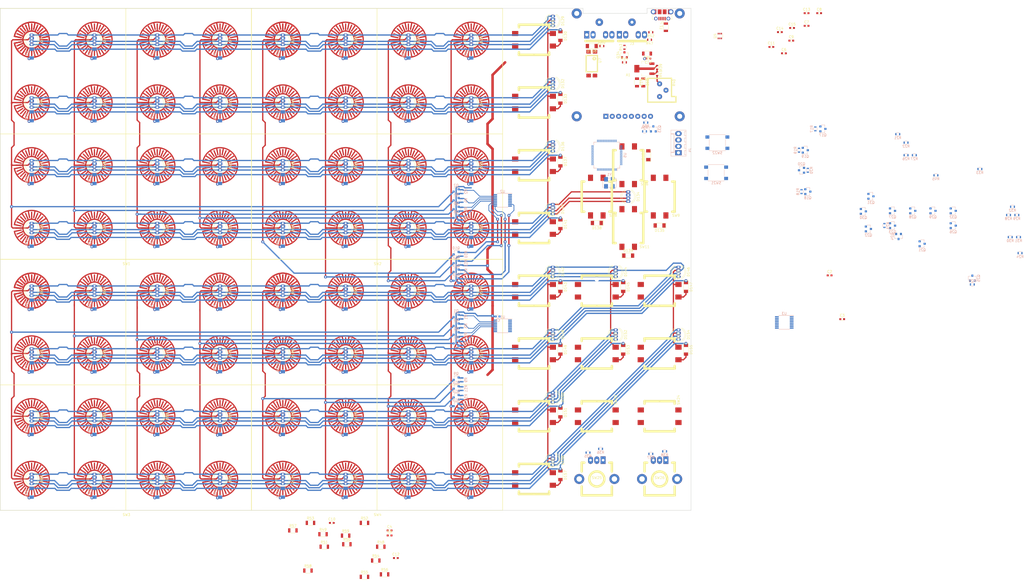
<source format=kicad_pcb>
(kicad_pcb (version 4) (host pcbnew 4.0.7)
  (layers (0 F.Cu signal) (31 B.Cu signal) (34 B.Paste user) (35 F.Paste user) (36 B.SilkS user) (37 F.SilkS user) (38 B.Mask user) (39 F.Mask user hide) (44 Edge.Cuts user))
  (net 0 "")
  (net 1 GND)
  (net 2 +3V3)
  (net 3 "Net-(D1-Pad1)")
  (net 4 "Net-(D1-Pad2)")
  (net 5 "Net-(D1-Pad3)")
  (net 6 "Net-(D1-Pad4)")
  (net 7 "Net-(D100-Pad1)")
  (net 8 "Net-(D2-Pad2)")
  (net 9 "Net-(D11-Pad2)")
  (net 10 "Net-(D4-Pad2)")
  (net 11 "Net-(D13-Pad2)")
  (net 12 "Net-(D6-Pad2)")
  (net 13 "Net-(D15-Pad2)")
  (net 14 "Net-(D8-Pad2)")
  (net 15 "Net-(D105-Pad1)")
  (net 16 "Net-(D105-Pad3)")
  (net 17 "Net-(D105-Pad4)")
  (net 18 /grid/BUTTON3)
  (net 19 "Net-(D10-Pad2)")
  (net 20 "Net-(D12-Pad2)")
  (net 21 "Net-(D14-Pad2)")
  (net 22 "Net-(D16-Pad2)")
  (net 23 "Net-(D113-Pad1)")
  (net 24 "Net-(D113-Pad3)")
  (net 25 "Net-(D113-Pad4)")
  (net 26 /grid/BUTTON2)
  (net 27 "Net-(D18-Pad2)")
  (net 28 "Net-(D20-Pad2)")
  (net 29 "Net-(D22-Pad2)")
  (net 30 "Net-(D24-Pad2)")
  (net 31 "Net-(D121-Pad1)")
  (net 32 "Net-(D121-Pad3)")
  (net 33 "Net-(D121-Pad4)")
  (net 34 /grid/BUTTON1)
  (net 35 "Net-(D26-Pad2)")
  (net 36 "Net-(D28-Pad2)")
  (net 37 "Net-(D30-Pad2)")
  (net 38 "Net-(D32-Pad2)")
  (net 39 "Net-(D33-Pad2)")
  (net 40 "Net-(D34-Pad2)")
  (net 41 "Net-(D35-Pad2)")
  (net 42 "Net-(D36-Pad2)")
  (net 43 "Net-(D37-Pad2)")
  (net 44 "Net-(D38-Pad2)")
  (net 45 "Net-(D39-Pad2)")
  (net 46 "Net-(D40-Pad2)")
  (net 47 "Net-(D42-Pad2)")
  (net 48 "Net-(D44-Pad2)")
  (net 49 "Net-(D46-Pad2)")
  (net 50 "Net-(D48-Pad2)")
  (net 51 "Net-(D50-Pad2)")
  (net 52 "Net-(D52-Pad2)")
  (net 53 "Net-(D54-Pad2)")
  (net 54 "Net-(D56-Pad2)")
  (net 55 "Net-(D58-Pad2)")
  (net 56 "Net-(D60-Pad2)")
  (net 57 "Net-(D62-Pad2)")
  (net 58 "Net-(D64-Pad2)")
  (net 59 "Net-(D65-Pad2)")
  (net 60 "Net-(D66-Pad2)")
  (net 61 "Net-(D67-Pad2)")
  (net 62 "Net-(D68-Pad2)")
  (net 63 "Net-(D69-Pad2)")
  (net 64 "Net-(D70-Pad2)")
  (net 65 "Net-(D71-Pad2)")
  (net 66 "Net-(D72-Pad2)")
  (net 67 "Net-(D74-Pad2)")
  (net 68 "Net-(D76-Pad2)")
  (net 69 "Net-(D78-Pad2)")
  (net 70 "Net-(D80-Pad2)")
  (net 71 "Net-(D82-Pad2)")
  (net 72 "Net-(D84-Pad2)")
  (net 73 "Net-(D86-Pad2)")
  (net 74 "Net-(D88-Pad2)")
  (net 75 "Net-(D90-Pad2)")
  (net 76 "Net-(D92-Pad2)")
  (net 77 "Net-(D94-Pad2)")
  (net 78 "Net-(D96-Pad2)")
  (net 79 "Net-(D105-Pad2)")
  (net 80 "Net-(D98-Pad2)")
  (net 81 "Net-(D107-Pad2)")
  (net 82 "Net-(D100-Pad2)")
  (net 83 "Net-(D101-Pad2)")
  (net 84 "Net-(D102-Pad2)")
  (net 85 "Net-(D103-Pad2)")
  (net 86 "Net-(D104-Pad2)")
  (net 87 "Net-(D106-Pad2)")
  (net 88 "Net-(D108-Pad2)")
  (net 89 "Net-(D110-Pad2)")
  (net 90 "Net-(D112-Pad2)")
  (net 91 "Net-(D114-Pad2)")
  (net 92 "Net-(D116-Pad2)")
  (net 93 "Net-(D118-Pad2)")
  (net 94 "Net-(D120-Pad2)")
  (net 95 "Net-(D122-Pad2)")
  (net 96 "Net-(D124-Pad2)")
  (net 97 "Net-(D126-Pad2)")
  (net 98 "Net-(D128-Pad2)")
  (net 99 "Net-(D129-Pad2)")
  (net 100 "Net-(D130-Pad2)")
  (net 101 "Net-(D131-Pad2)")
  (net 102 "Net-(D133-Pad2)")
  (net 103 "Net-(D134-Pad2)")
  (net 104 "Net-(D135-Pad2)")
  (net 105 "Net-(D137-Pad2)")
  (net 106 "Net-(D138-Pad2)")
  (net 107 "Net-(D139-Pad2)")
  (net 108 "Net-(D141-Pad2)")
  (net 109 "Net-(D142-Pad2)")
  (net 110 "Net-(D143-Pad2)")
  (net 111 "Net-(D144-Pad2)")
  (net 112 "Net-(D145-Pad2)")
  (net 113 "Net-(D147-Pad2)")
  (net 114 "Net-(D149-Pad2)")
  (net 115 "Net-(D151-Pad2)")
  (net 116 "Net-(D153-Pad2)")
  (net 117 "Net-(D155-Pad2)")
  (net 118 "Net-(D157-Pad2)")
  (net 119 "Net-(D158-Pad1)")
  (net 120 /mcu/MIDI_IN_SINK)
  (net 121 /psu/Vin)
  (net 122 /mcu/USB_DM)
  (net 123 /mcu/USB_DP)
  (net 124 "Net-(J1-Pad4)")
  (net 125 /grid/G1)
  (net 126 /grid/G2)
  (net 127 /grid/G3)
  (net 128 /grid/G4)
  (net 129 /grid/G5)
  (net 130 /grid/G6)
  (net 131 /grid/G7)
  (net 132 /grid/G8)
  (net 133 /grid/G9)
  (net 134 /grid/G10)
  (net 135 /grid/G11)
  (net 136 /grid/G12)
  (net 137 /grid/G13)
  (net 138 /grid/G14)
  (net 139 /grid/G15)
  (net 140 /grid/G16)
  (net 141 "Net-(Q17-Pad1)")
  (net 142 "Net-(Q18-Pad1)")
  (net 143 "Net-(Q19-Pad1)")
  (net 144 "Net-(Q20-Pad1)")
  (net 145 /grid/GREEN4)
  (net 146 /grid/GREEN3)
  (net 147 /grid/GREEN2)
  (net 148 /grid/GREEN1)
  (net 149 /grid/BLUE4)
  (net 150 /grid/BLUE3)
  (net 151 /grid/BLUE2)
  (net 152 /grid/BLUE1)
  (net 153 /digital_io/LCD_LIGHT)
  (net 154 "Net-(A1-Pad7)")
  (net 155 "Net-(Q34-Pad3)")
  (net 156 /digital_io/ROTARY1_B)
  (net 157 /digital_io/ROTARY1_A)
  (net 158 /digital_io/ROTARY2_B)
  (net 159 /digital_io/ROTARY2_A)
  (net 160 "Net-(R39-Pad2)")
  (net 161 "Net-(R40-Pad1)")
  (net 162 +5V)
  (net 163 /mcu/MIDI_OUT_SRC)
  (net 164 /mcu/MIDI_OUT_SINK)
  (net 165 /mcu/MIDI_IN_SRC)
  (net 166 "Net-(U3-Pad7)")
  (net 167 "Net-(U3-Pad9)")
  (net 168 "Net-(U3-Pad10)")
  (net 169 "Net-(U3-Pad11)")
  (net 170 "Net-(U3-Pad12)")
  (net 171 "Net-(U3-Pad13)")
  (net 172 "Net-(U4-Pad5)")
  (net 173 "Net-(U5-Pad2)")
  (net 174 /mcu/PWM_RED1)
  (net 175 /mcu/PWM_RED2)
  (net 176 /mcu/PWM_RED3)
  (net 177 /mcu/PWM_RED4)
  (net 178 /mcu/COL4)
  (net 179 /mcu/COL5)
  (net 180 /digital_io/BUTTON1)
  (net 181 /digital_io/BUTTON2)
  (net 182 "Net-(U5-Pad28)")
  (net 183 /digital_io/LCD_CS)
  (net 184 /digital_io/LCD_SCLK)
  (net 185 /digital_io/LCD_MOSI)
  (net 186 /digital_io/LCD_RESET)
  (net 187 /mcu/COL1)
  (net 188 /mcu/COL2)
  (net 189 /mcu/COL3)
  (net 190 /mcu/SWDIO)
  (net 191 /mcu/SWDCLK)
  (net 192 /mcu/COL6)
  (net 193 "Net-(U5-Pad53)")
  (net 194 "Net-(U5-Pad54)")
  (net 195 "Net-(U5-Pad55)")
  (net 196 "Net-(U5-Pad56)")
  (net 197 "Net-(U5-Pad57)")
  (net 198 /grid/BUTTON4)
  (net 199 "Net-(J2-Pad3)")
  (net 200 "Net-(J2-Pad4)")
  (net 201 "Net-(J2-Pad5)")
  (net 202 /mcu/MIDI_OUT_DETECT)
  (net 203 "Net-(J3-Pad5)")
  (net 204 /grid/G18)
  (net 205 /grid/G17)
  (net 206 /mcu/NRST)
  (net 207 /mcu/XTAL1)
  (net 208 /mcu/XTAL2)
  (net 209 /mcu/UART_TX)
  (net 210 /mcu/BOOT)
  (net 211 /mcu/UART_RX)
  (net 212 /mcu/USB_P)
  (net 213 /mcu/USB_M)
  (net 214 /mcu/VCAP)
  (net 215 /digital_io/LCD_DC)
  (net 216 "Net-(Q21-Pad3)")
  (net 217 "Net-(Q22-Pad3)")
  (net 218 "Net-(Q23-Pad3)")
  (net 219 "Net-(Q24-Pad3)")
  (net 220 "Net-(Q25-Pad3)")
  (net 221 "Net-(Q26-Pad3)")
  (net 222 "Net-(Q27-Pad3)")
  (net 223 "Net-(Q28-Pad3)")
  (net 224 "Net-(Q29-Pad3)")
  (net 225 "Net-(Q30-Pad3)")
  (net 226 "Net-(Q31-Pad3)")
  (net 227 "Net-(Q32-Pad3)")
  (net 228 "Net-(Q33-Pad3)")
  (module ProjectLib:3.5mm-jack (layer F.Cu) (at 317 43)
    (fp_text reference J3 (at 0 8.5) (layer F.SilkS))
    (fp_text value "3.5mm jack")
    (pad 5 thru_hole oval (at -2.5 5) (size 2 3) (drill 1.2) (layers *.Cu *.Mask) (net 203 "Net-(J3-Pad5)"))
    (pad "" np_thru_hole circle (at 5 0) (size 1.2 1.2) (drill 1.2) (layers *.Cu *.Mask))
    (pad "" np_thru_hole circle (at 5 -2.5) (size 1.2 1.2) (drill 1.2) (layers *.Cu *.Mask))
    (pad "" np_thru_hole circle (at -5 -2.5) (size 1.2 1.2) (drill 1.2) (layers *.Cu *.Mask))
    (pad "" np_thru_hole circle (at -5 0) (size 1.2 1.2) (drill 1.2) (layers *.Cu *.Mask))
    (pad 2 thru_hole rect (at -5 5) (size 2 3) (drill 1.2) (layers *.Cu *.Mask) (net 164 /mcu/MIDI_OUT_SINK))
    (pad "" np_thru_hole circle (at 0 5) (size 1.2 1.2) (drill 1.2) (layers *.Cu *.Mask))
    (pad 4 thru_hole oval (at 2.5 5) (size 2 3) (drill 1.2) (layers *.Cu *.Mask) (net 202 /mcu/MIDI_OUT_DETECT))
    (pad 1 thru_hole oval (at 5 5) (size 2 3) (drill 1.2) (layers *.Cu *.Mask) (net 163 /mcu/MIDI_OUT_SRC))
    (pad 3 thru_hole oval (at 0 0) (size 3 3) (drill 1.2) (layers *.Cu *.Mask) (net 1 GND))
  )
  (module Capacitors_SMD:C_0603 (layer B.Cu) (at 263.5 160.25)
    (fp_text reference C1 (at 0 1.5) (layer B.SilkS) (effects (justify mirror)))
    (fp_text value 100nF)
    (pad 2 smd rect (at 0.75 0) (size 0.8 0.75) (layers B.Cu B.Paste B.Mask) (net 1 GND))
    (pad 1 smd rect (at -0.75 0) (size 0.8 0.75) (layers B.Cu B.Paste B.Mask) (net 162 +5V))
  )
  (module Capacitors_SMD:C_0603 (layer F.Cu) (at 395.679524 143.885)
    (fp_text reference C2 (at 0 -1.5) (layer F.SilkS))
    (fp_text value 100nF)
    (pad 2 smd rect (at 0.75 0) (size 0.8 0.75) (layers F.Cu F.Paste F.Mask) (net 1 GND))
    (pad 1 smd rect (at -0.75 0) (size 0.8 0.75) (layers F.Cu F.Paste F.Mask) (net 162 +5V))
  )
  (module Capacitors_SMD:C_0603 (layer F.Cu) (at 400.689524 161.315)
    (fp_text reference C3 (at 0 -1.5) (layer F.SilkS))
    (fp_text value 100nF)
    (pad 2 smd rect (at 0.75 0) (size 0.8 0.75) (layers F.Cu F.Paste F.Mask) (net 1 GND))
    (pad 1 smd rect (at -0.75 0) (size 0.8 0.75) (layers F.Cu F.Paste F.Mask) (net 162 +5V))
  )
  (module Capacitors_SMD:C_0603 (layer F.Cu) (at 377.499524 55.395)
    (fp_text reference C6 (at 0 -1.5) (layer F.SilkS))
    (fp_text value 100nF)
    (pad 2 smd rect (at 0.75 0) (size 0.8 0.75) (layers F.Cu F.Paste F.Mask) (net 1 GND))
    (pad 1 smd rect (at -0.75 0) (size 0.8 0.75) (layers F.Cu F.Paste F.Mask) (net 2 +3V3))
  )
  (module Capacitors_SMD:C_0603 (layer F.Cu) (at 386.509524 44.445)
    (fp_text reference C7 (at 0 -1.5) (layer F.SilkS))
    (fp_text value 100nF)
    (pad 2 smd rect (at 0.75 0) (size 0.8 0.75) (layers F.Cu F.Paste F.Mask) (net 1 GND))
    (pad 1 smd rect (at -0.75 0) (size 0.8 0.75) (layers F.Cu F.Paste F.Mask) (net 2 +3V3))
  )
  (module Capacitors_SMD:C_0603 (layer F.Cu) (at 391.519524 39.395)
    (fp_text reference C8 (at 0 -1.5) (layer F.SilkS))
    (fp_text value 100nF)
    (pad 2 smd rect (at 0.75 0) (size 0.8 0.75) (layers F.Cu F.Paste F.Mask) (net 1 GND))
    (pad 1 smd rect (at -0.75 0) (size 0.8 0.75) (layers F.Cu F.Paste F.Mask) (net 2 +3V3))
  )
  (module Capacitors_SMD:C_0603 (layer F.Cu) (at 380.419524 50.345)
    (fp_text reference C9 (at 0 -1.5) (layer F.SilkS))
    (fp_text value 100nF)
    (pad 2 smd rect (at 0.75 0) (size 0.8 0.75) (layers F.Cu F.Paste F.Mask) (net 1 GND))
    (pad 1 smd rect (at -0.75 0) (size 0.8 0.75) (layers F.Cu F.Paste F.Mask) (net 2 +3V3))
  )
  (module Capacitors_SMD:C_0603 (layer F.Cu) (at 372.489524 52.845)
    (fp_text reference C11 (at 0 -1.5) (layer F.SilkS))
    (fp_text value 100nF)
    (pad 2 smd rect (at 0.75 0) (size 0.8 0.75) (layers F.Cu F.Paste F.Mask) (net 1 GND))
    (pad 1 smd rect (at -0.75 0) (size 0.8 0.75) (layers F.Cu F.Paste F.Mask) (net 2 +3V3))
  )
  (module Capacitors_SMD:C_0603 (layer F.Cu) (at 386.509524 39.395)
    (fp_text reference C13 (at 0 -1.5) (layer F.SilkS))
    (fp_text value 100nF)
    (pad 2 smd rect (at 0.75 0) (size 0.8 0.75) (layers F.Cu F.Paste F.Mask) (net 1 GND))
    (pad 1 smd rect (at -0.75 0) (size 0.8 0.75) (layers F.Cu F.Paste F.Mask) (net 206 /mcu/NRST))
  )
  (module Capacitors_SMD:C_0603 (layer F.Cu) (at 375.883333 46.945)
    (fp_text reference C14 (at 0 -1.5) (layer F.SilkS))
    (fp_text value 27pF)
    (pad 2 smd rect (at 0.75 0) (size 0.8 0.75) (layers F.Cu F.Paste F.Mask) (net 1 GND))
    (pad 1 smd rect (at -0.75 0) (size 0.8 0.75) (layers F.Cu F.Paste F.Mask) (net 207 /mcu/XTAL1))
  )
  (module Capacitors_SMD:C_0603 (layer F.Cu) (at 380.733333 45.295)
    (fp_text reference C15 (at 0 -1.5) (layer F.SilkS))
    (fp_text value 27pF)
    (pad 2 smd rect (at 0.75 0) (size 0.8 0.75) (layers F.Cu F.Paste F.Mask) (net 1 GND))
    (pad 1 smd rect (at -0.75 0) (size 0.8 0.75) (layers F.Cu F.Paste F.Mask) (net 208 /mcu/XTAL2))
  )
  (module Capacitors_SMD:C_1206 (layer F.Cu) (at 323 55.5 180)
    (fp_text reference C16 (at 0 -1.75 180) (layer F.SilkS))
    (fp_text value 10uF)
    (pad 1 smd rect (at -1.5 0 180) (size 1 1.6) (layers F.Cu F.Paste F.Mask) (net 162 +5V))
    (pad 2 smd rect (at 1.5 0 180) (size 1 1.6) (layers F.Cu F.Paste F.Mask) (net 1 GND))
  )
  (module Capacitors_SMD:C_0603 (layer F.Cu) (at 323.5 57.5 180)
    (fp_text reference C17 (at 0 -1.5 180) (layer F.SilkS))
    (fp_text value 100nF)
    (pad 2 smd rect (at 0.75 0 180) (size 0.8 0.75) (layers F.Cu F.Paste F.Mask) (net 1 GND))
    (pad 1 smd rect (at -0.75 0 180) (size 0.8 0.75) (layers F.Cu F.Paste F.Mask) (net 162 +5V))
  )
  (module Capacitors_SMD:C_1206 (layer F.Cu) (at 321.5 67 270)
    (fp_text reference C18 (at 0 -1.75 270) (layer F.SilkS))
    (fp_text value 10uF)
    (pad 1 smd rect (at -1.5 0 270) (size 1 1.6) (layers F.Cu F.Paste F.Mask) (net 2 +3V3))
    (pad 2 smd rect (at 1.5 0 270) (size 1 1.6) (layers F.Cu F.Paste F.Mask) (net 1 GND))
  )
  (module Capacitors_SMD:C_1206 (layer F.Cu) (at 319 67 270)
    (fp_text reference C19 (at 0 -1.75 270) (layer F.SilkS))
    (fp_text value 10uF)
    (pad 1 smd rect (at -1.5 0 270) (size 1 1.6) (layers F.Cu F.Paste F.Mask) (net 2 +3V3))
    (pad 2 smd rect (at 1.5 0 270) (size 1 1.6) (layers F.Cu F.Paste F.Mask) (net 1 GND))
  )
  (module Diodes_SMD:D_MiniMELF (layer B.Cu) (at 78 55.5 270)
    (fp_text reference D2 (at 0 2 270) (layer B.SilkS) (effects (justify mirror)))
    (fp_text value LL4148)
    (pad 1 smd rect (at -1.75 0 270) (size 1.3 1.7) (layers B.Cu B.Paste B.Mask) (net 7 "Net-(D100-Pad1)"))
    (pad 2 smd rect (at 1.75 0 270) (size 1.3 1.7) (layers B.Cu B.Paste B.Mask) (net 8 "Net-(D2-Pad2)"))
  )
  (module Diodes_SMD:D_MiniMELF (layer B.Cu) (at 103 55.5 270)
    (fp_text reference D4 (at 0 2 270) (layer B.SilkS) (effects (justify mirror)))
    (fp_text value LL4148)
    (pad 1 smd rect (at -1.75 0 270) (size 1.3 1.7) (layers B.Cu B.Paste B.Mask) (net 7 "Net-(D100-Pad1)"))
    (pad 2 smd rect (at 1.75 0 270) (size 1.3 1.7) (layers B.Cu B.Paste B.Mask) (net 10 "Net-(D4-Pad2)"))
  )
  (module Diodes_SMD:D_MiniMELF (layer B.Cu) (at 128 55.5 270)
    (fp_text reference D6 (at 0 2 270) (layer B.SilkS) (effects (justify mirror)))
    (fp_text value LL4148)
    (pad 1 smd rect (at -1.75 0 270) (size 1.3 1.7) (layers B.Cu B.Paste B.Mask) (net 7 "Net-(D100-Pad1)"))
    (pad 2 smd rect (at 1.75 0 270) (size 1.3 1.7) (layers B.Cu B.Paste B.Mask) (net 12 "Net-(D6-Pad2)"))
  )
  (module Diodes_SMD:D_MiniMELF (layer B.Cu) (at 153 55.5 270)
    (fp_text reference D8 (at 0 2 270) (layer B.SilkS) (effects (justify mirror)))
    (fp_text value LL4148)
    (pad 1 smd rect (at -1.75 0 270) (size 1.3 1.7) (layers B.Cu B.Paste B.Mask) (net 7 "Net-(D100-Pad1)"))
    (pad 2 smd rect (at 1.75 0 270) (size 1.3 1.7) (layers B.Cu B.Paste B.Mask) (net 14 "Net-(D8-Pad2)"))
  )
  (module Diodes_SMD:D_MiniMELF (layer B.Cu) (at 78 80.5 270)
    (fp_text reference D10 (at 0 2 270) (layer B.SilkS) (effects (justify mirror)))
    (fp_text value LL4148)
    (pad 1 smd rect (at -1.75 0 270) (size 1.3 1.7) (layers B.Cu B.Paste B.Mask) (net 18 /grid/BUTTON3))
    (pad 2 smd rect (at 1.75 0 270) (size 1.3 1.7) (layers B.Cu B.Paste B.Mask) (net 19 "Net-(D10-Pad2)"))
  )
  (module Diodes_SMD:D_MiniMELF (layer B.Cu) (at 103 80.5 270)
    (fp_text reference D12 (at 0 2 270) (layer B.SilkS) (effects (justify mirror)))
    (fp_text value LL4148)
    (pad 1 smd rect (at -1.75 0 270) (size 1.3 1.7) (layers B.Cu B.Paste B.Mask) (net 18 /grid/BUTTON3))
    (pad 2 smd rect (at 1.75 0 270) (size 1.3 1.7) (layers B.Cu B.Paste B.Mask) (net 20 "Net-(D12-Pad2)"))
  )
  (module Diodes_SMD:D_MiniMELF (layer B.Cu) (at 128 80.5 270)
    (fp_text reference D14 (at 0 2 270) (layer B.SilkS) (effects (justify mirror)))
    (fp_text value LL4148)
    (pad 1 smd rect (at -1.75 0 270) (size 1.3 1.7) (layers B.Cu B.Paste B.Mask) (net 18 /grid/BUTTON3))
    (pad 2 smd rect (at 1.75 0 270) (size 1.3 1.7) (layers B.Cu B.Paste B.Mask) (net 21 "Net-(D14-Pad2)"))
  )
  (module Diodes_SMD:D_MiniMELF (layer B.Cu) (at 153 80.5 270)
    (fp_text reference D16 (at 0 2 270) (layer B.SilkS) (effects (justify mirror)))
    (fp_text value LL4148)
    (pad 1 smd rect (at -1.75 0 270) (size 1.3 1.7) (layers B.Cu B.Paste B.Mask) (net 18 /grid/BUTTON3))
    (pad 2 smd rect (at 1.75 0 270) (size 1.3 1.7) (layers B.Cu B.Paste B.Mask) (net 22 "Net-(D16-Pad2)"))
  )
  (module Diodes_SMD:D_MiniMELF (layer B.Cu) (at 78 105.5 270)
    (fp_text reference D18 (at 0 2 270) (layer B.SilkS) (effects (justify mirror)))
    (fp_text value LL4148)
    (pad 1 smd rect (at -1.75 0 270) (size 1.3 1.7) (layers B.Cu B.Paste B.Mask) (net 26 /grid/BUTTON2))
    (pad 2 smd rect (at 1.75 0 270) (size 1.3 1.7) (layers B.Cu B.Paste B.Mask) (net 27 "Net-(D18-Pad2)"))
  )
  (module Diodes_SMD:D_MiniMELF (layer B.Cu) (at 103 105.5 270)
    (fp_text reference D20 (at 0 2 270) (layer B.SilkS) (effects (justify mirror)))
    (fp_text value LL4148)
    (pad 1 smd rect (at -1.75 0 270) (size 1.3 1.7) (layers B.Cu B.Paste B.Mask) (net 26 /grid/BUTTON2))
    (pad 2 smd rect (at 1.75 0 270) (size 1.3 1.7) (layers B.Cu B.Paste B.Mask) (net 28 "Net-(D20-Pad2)"))
  )
  (module Diodes_SMD:D_MiniMELF (layer B.Cu) (at 128 105.5 270)
    (fp_text reference D22 (at 0 2 270) (layer B.SilkS) (effects (justify mirror)))
    (fp_text value LL4148)
    (pad 1 smd rect (at -1.75 0 270) (size 1.3 1.7) (layers B.Cu B.Paste B.Mask) (net 26 /grid/BUTTON2))
    (pad 2 smd rect (at 1.75 0 270) (size 1.3 1.7) (layers B.Cu B.Paste B.Mask) (net 29 "Net-(D22-Pad2)"))
  )
  (module Diodes_SMD:D_MiniMELF (layer B.Cu) (at 153 105.5 270)
    (fp_text reference D24 (at 0 2 270) (layer B.SilkS) (effects (justify mirror)))
    (fp_text value LL4148)
    (pad 1 smd rect (at -1.75 0 270) (size 1.3 1.7) (layers B.Cu B.Paste B.Mask) (net 26 /grid/BUTTON2))
    (pad 2 smd rect (at 1.75 0 270) (size 1.3 1.7) (layers B.Cu B.Paste B.Mask) (net 30 "Net-(D24-Pad2)"))
  )
  (module Diodes_SMD:D_MiniMELF (layer B.Cu) (at 78 130.5 270)
    (fp_text reference D26 (at 0 2 270) (layer B.SilkS) (effects (justify mirror)))
    (fp_text value LL4148)
    (pad 1 smd rect (at -1.75 0 270) (size 1.3 1.7) (layers B.Cu B.Paste B.Mask) (net 34 /grid/BUTTON1))
    (pad 2 smd rect (at 1.75 0 270) (size 1.3 1.7) (layers B.Cu B.Paste B.Mask) (net 35 "Net-(D26-Pad2)"))
  )
  (module Diodes_SMD:D_MiniMELF (layer B.Cu) (at 103 130.5 270)
    (fp_text reference D28 (at 0 2 270) (layer B.SilkS) (effects (justify mirror)))
    (fp_text value LL4148)
    (pad 1 smd rect (at -1.75 0 270) (size 1.3 1.7) (layers B.Cu B.Paste B.Mask) (net 34 /grid/BUTTON1))
    (pad 2 smd rect (at 1.75 0 270) (size 1.3 1.7) (layers B.Cu B.Paste B.Mask) (net 36 "Net-(D28-Pad2)"))
  )
  (module Diodes_SMD:D_MiniMELF (layer B.Cu) (at 128 130.5 270)
    (fp_text reference D30 (at 0 2 270) (layer B.SilkS) (effects (justify mirror)))
    (fp_text value LL4148)
    (pad 1 smd rect (at -1.75 0 270) (size 1.3 1.7) (layers B.Cu B.Paste B.Mask) (net 34 /grid/BUTTON1))
    (pad 2 smd rect (at 1.75 0 270) (size 1.3 1.7) (layers B.Cu B.Paste B.Mask) (net 37 "Net-(D30-Pad2)"))
  )
  (module Diodes_SMD:D_MiniMELF (layer B.Cu) (at 153 130.5 270)
    (fp_text reference D32 (at 0 2 270) (layer B.SilkS) (effects (justify mirror)))
    (fp_text value LL4148)
    (pad 1 smd rect (at -1.75 0 270) (size 1.3 1.7) (layers B.Cu B.Paste B.Mask) (net 34 /grid/BUTTON1))
    (pad 2 smd rect (at 1.75 0 270) (size 1.3 1.7) (layers B.Cu B.Paste B.Mask) (net 38 "Net-(D32-Pad2)"))
  )
  (module Diodes_SMD:D_MiniMELF (layer B.Cu) (at 178 55.5 270)
    (fp_text reference D34 (at 0 2 270) (layer B.SilkS) (effects (justify mirror)))
    (fp_text value LL4148)
    (pad 1 smd rect (at -1.75 0 270) (size 1.3 1.7) (layers B.Cu B.Paste B.Mask) (net 7 "Net-(D100-Pad1)"))
    (pad 2 smd rect (at 1.75 0 270) (size 1.3 1.7) (layers B.Cu B.Paste B.Mask) (net 40 "Net-(D34-Pad2)"))
  )
  (module Diodes_SMD:D_MiniMELF (layer B.Cu) (at 203 55.5 270)
    (fp_text reference D36 (at 0 2 270) (layer B.SilkS) (effects (justify mirror)))
    (fp_text value LL4148)
    (pad 1 smd rect (at -1.75 0 270) (size 1.3 1.7) (layers B.Cu B.Paste B.Mask) (net 7 "Net-(D100-Pad1)"))
    (pad 2 smd rect (at 1.75 0 270) (size 1.3 1.7) (layers B.Cu B.Paste B.Mask) (net 42 "Net-(D36-Pad2)"))
  )
  (module Diodes_SMD:D_MiniMELF (layer B.Cu) (at 228 55.5 270)
    (fp_text reference D38 (at 0 2 270) (layer B.SilkS) (effects (justify mirror)))
    (fp_text value LL4148)
    (pad 1 smd rect (at -1.75 0 270) (size 1.3 1.7) (layers B.Cu B.Paste B.Mask) (net 7 "Net-(D100-Pad1)"))
    (pad 2 smd rect (at 1.75 0 270) (size 1.3 1.7) (layers B.Cu B.Paste B.Mask) (net 44 "Net-(D38-Pad2)"))
  )
  (module Diodes_SMD:D_MiniMELF (layer B.Cu) (at 253 55.5 270)
    (fp_text reference D40 (at 0 2 270) (layer B.SilkS) (effects (justify mirror)))
    (fp_text value LL4148)
    (pad 1 smd rect (at -1.75 0 270) (size 1.3 1.7) (layers B.Cu B.Paste B.Mask) (net 7 "Net-(D100-Pad1)"))
    (pad 2 smd rect (at 1.75 0 270) (size 1.3 1.7) (layers B.Cu B.Paste B.Mask) (net 46 "Net-(D40-Pad2)"))
  )
  (module Diodes_SMD:D_MiniMELF (layer B.Cu) (at 178 80.5 270)
    (fp_text reference D42 (at 0 2 270) (layer B.SilkS) (effects (justify mirror)))
    (fp_text value LL4148)
    (pad 1 smd rect (at -1.75 0 270) (size 1.3 1.7) (layers B.Cu B.Paste B.Mask) (net 18 /grid/BUTTON3))
    (pad 2 smd rect (at 1.75 0 270) (size 1.3 1.7) (layers B.Cu B.Paste B.Mask) (net 47 "Net-(D42-Pad2)"))
  )
  (module Diodes_SMD:D_MiniMELF (layer B.Cu) (at 203 80.5 270)
    (fp_text reference D44 (at 0 2 270) (layer B.SilkS) (effects (justify mirror)))
    (fp_text value LL4148)
    (pad 1 smd rect (at -1.75 0 270) (size 1.3 1.7) (layers B.Cu B.Paste B.Mask) (net 18 /grid/BUTTON3))
    (pad 2 smd rect (at 1.75 0 270) (size 1.3 1.7) (layers B.Cu B.Paste B.Mask) (net 48 "Net-(D44-Pad2)"))
  )
  (module Diodes_SMD:D_MiniMELF (layer B.Cu) (at 228 80.5 270)
    (fp_text reference D46 (at 0 2 270) (layer B.SilkS) (effects (justify mirror)))
    (fp_text value LL4148)
    (pad 1 smd rect (at -1.75 0 270) (size 1.3 1.7) (layers B.Cu B.Paste B.Mask) (net 18 /grid/BUTTON3))
    (pad 2 smd rect (at 1.75 0 270) (size 1.3 1.7) (layers B.Cu B.Paste B.Mask) (net 49 "Net-(D46-Pad2)"))
  )
  (module Diodes_SMD:D_MiniMELF (layer B.Cu) (at 253 80.5 270)
    (fp_text reference D48 (at 0 2 270) (layer B.SilkS) (effects (justify mirror)))
    (fp_text value LL4148)
    (pad 1 smd rect (at -1.75 0 270) (size 1.3 1.7) (layers B.Cu B.Paste B.Mask) (net 18 /grid/BUTTON3))
    (pad 2 smd rect (at 1.75 0 270) (size 1.3 1.7) (layers B.Cu B.Paste B.Mask) (net 50 "Net-(D48-Pad2)"))
  )
  (module Diodes_SMD:D_MiniMELF (layer B.Cu) (at 178 105.5 270)
    (fp_text reference D50 (at 0 2 270) (layer B.SilkS) (effects (justify mirror)))
    (fp_text value LL4148)
    (pad 1 smd rect (at -1.75 0 270) (size 1.3 1.7) (layers B.Cu B.Paste B.Mask) (net 26 /grid/BUTTON2))
    (pad 2 smd rect (at 1.75 0 270) (size 1.3 1.7) (layers B.Cu B.Paste B.Mask) (net 51 "Net-(D50-Pad2)"))
  )
  (module Diodes_SMD:D_MiniMELF (layer B.Cu) (at 203 105.5 270)
    (fp_text reference D52 (at 0 2 270) (layer B.SilkS) (effects (justify mirror)))
    (fp_text value LL4148)
    (pad 1 smd rect (at -1.75 0 270) (size 1.3 1.7) (layers B.Cu B.Paste B.Mask) (net 26 /grid/BUTTON2))
    (pad 2 smd rect (at 1.75 0 270) (size 1.3 1.7) (layers B.Cu B.Paste B.Mask) (net 52 "Net-(D52-Pad2)"))
  )
  (module Diodes_SMD:D_MiniMELF (layer B.Cu) (at 228 105.5 270)
    (fp_text reference D54 (at 0 2 270) (layer B.SilkS) (effects (justify mirror)))
    (fp_text value LL4148)
    (pad 1 smd rect (at -1.75 0 270) (size 1.3 1.7) (layers B.Cu B.Paste B.Mask) (net 26 /grid/BUTTON2))
    (pad 2 smd rect (at 1.75 0 270) (size 1.3 1.7) (layers B.Cu B.Paste B.Mask) (net 53 "Net-(D54-Pad2)"))
  )
  (module Diodes_SMD:D_MiniMELF (layer B.Cu) (at 253 105.5 270)
    (fp_text reference D56 (at 0 2 270) (layer B.SilkS) (effects (justify mirror)))
    (fp_text value LL4148)
    (pad 1 smd rect (at -1.75 0 270) (size 1.3 1.7) (layers B.Cu B.Paste B.Mask) (net 26 /grid/BUTTON2))
    (pad 2 smd rect (at 1.75 0 270) (size 1.3 1.7) (layers B.Cu B.Paste B.Mask) (net 54 "Net-(D56-Pad2)"))
  )
  (module Diodes_SMD:D_MiniMELF (layer B.Cu) (at 178 130.5 270)
    (fp_text reference D58 (at 0 2 270) (layer B.SilkS) (effects (justify mirror)))
    (fp_text value LL4148)
    (pad 1 smd rect (at -1.75 0 270) (size 1.3 1.7) (layers B.Cu B.Paste B.Mask) (net 34 /grid/BUTTON1))
    (pad 2 smd rect (at 1.75 0 270) (size 1.3 1.7) (layers B.Cu B.Paste B.Mask) (net 55 "Net-(D58-Pad2)"))
  )
  (module Diodes_SMD:D_MiniMELF (layer B.Cu) (at 203 130.5 270)
    (fp_text reference D60 (at 0 2 270) (layer B.SilkS) (effects (justify mirror)))
    (fp_text value LL4148)
    (pad 1 smd rect (at -1.75 0 270) (size 1.3 1.7) (layers B.Cu B.Paste B.Mask) (net 34 /grid/BUTTON1))
    (pad 2 smd rect (at 1.75 0 270) (size 1.3 1.7) (layers B.Cu B.Paste B.Mask) (net 56 "Net-(D60-Pad2)"))
  )
  (module Diodes_SMD:D_MiniMELF (layer B.Cu) (at 228 130.5 270)
    (fp_text reference D62 (at 0 2 270) (layer B.SilkS) (effects (justify mirror)))
    (fp_text value LL4148)
    (pad 1 smd rect (at -1.75 0 270) (size 1.3 1.7) (layers B.Cu B.Paste B.Mask) (net 34 /grid/BUTTON1))
    (pad 2 smd rect (at 1.75 0 270) (size 1.3 1.7) (layers B.Cu B.Paste B.Mask) (net 57 "Net-(D62-Pad2)"))
  )
  (module Diodes_SMD:D_MiniMELF (layer B.Cu) (at 253 130.5 270)
    (fp_text reference D64 (at 0 2 270) (layer B.SilkS) (effects (justify mirror)))
    (fp_text value LL4148)
    (pad 1 smd rect (at -1.75 0 270) (size 1.3 1.7) (layers B.Cu B.Paste B.Mask) (net 34 /grid/BUTTON1))
    (pad 2 smd rect (at 1.75 0 270) (size 1.3 1.7) (layers B.Cu B.Paste B.Mask) (net 58 "Net-(D64-Pad2)"))
  )
  (module Diodes_SMD:D_MiniMELF (layer B.Cu) (at 78 155.5 270)
    (fp_text reference D66 (at 0 2 270) (layer B.SilkS) (effects (justify mirror)))
    (fp_text value LL4148)
    (pad 1 smd rect (at -1.75 0 270) (size 1.3 1.7) (layers B.Cu B.Paste B.Mask) (net 7 "Net-(D100-Pad1)"))
    (pad 2 smd rect (at 1.75 0 270) (size 1.3 1.7) (layers B.Cu B.Paste B.Mask) (net 60 "Net-(D66-Pad2)"))
  )
  (module Diodes_SMD:D_MiniMELF (layer B.Cu) (at 103 155.5 270)
    (fp_text reference D68 (at 0 2 270) (layer B.SilkS) (effects (justify mirror)))
    (fp_text value LL4148)
    (pad 1 smd rect (at -1.75 0 270) (size 1.3 1.7) (layers B.Cu B.Paste B.Mask) (net 7 "Net-(D100-Pad1)"))
    (pad 2 smd rect (at 1.75 0 270) (size 1.3 1.7) (layers B.Cu B.Paste B.Mask) (net 62 "Net-(D68-Pad2)"))
  )
  (module Diodes_SMD:D_MiniMELF (layer B.Cu) (at 128 155.5 270)
    (fp_text reference D70 (at 0 2 270) (layer B.SilkS) (effects (justify mirror)))
    (fp_text value LL4148)
    (pad 1 smd rect (at -1.75 0 270) (size 1.3 1.7) (layers B.Cu B.Paste B.Mask) (net 7 "Net-(D100-Pad1)"))
    (pad 2 smd rect (at 1.75 0 270) (size 1.3 1.7) (layers B.Cu B.Paste B.Mask) (net 64 "Net-(D70-Pad2)"))
  )
  (module Diodes_SMD:D_MiniMELF (layer B.Cu) (at 153 155.5 270)
    (fp_text reference D72 (at 0 2 270) (layer B.SilkS) (effects (justify mirror)))
    (fp_text value LL4148)
    (pad 1 smd rect (at -1.75 0 270) (size 1.3 1.7) (layers B.Cu B.Paste B.Mask) (net 7 "Net-(D100-Pad1)"))
    (pad 2 smd rect (at 1.75 0 270) (size 1.3 1.7) (layers B.Cu B.Paste B.Mask) (net 66 "Net-(D72-Pad2)"))
  )
  (module Diodes_SMD:D_MiniMELF (layer B.Cu) (at 78 180.5 270)
    (fp_text reference D74 (at 0 2 270) (layer B.SilkS) (effects (justify mirror)))
    (fp_text value LL4148)
    (pad 1 smd rect (at -1.75 0 270) (size 1.3 1.7) (layers B.Cu B.Paste B.Mask) (net 18 /grid/BUTTON3))
    (pad 2 smd rect (at 1.75 0 270) (size 1.3 1.7) (layers B.Cu B.Paste B.Mask) (net 67 "Net-(D74-Pad2)"))
  )
  (module Diodes_SMD:D_MiniMELF (layer B.Cu) (at 103 180.5 270)
    (fp_text reference D76 (at 0 2 270) (layer B.SilkS) (effects (justify mirror)))
    (fp_text value LL4148)
    (pad 1 smd rect (at -1.75 0 270) (size 1.3 1.7) (layers B.Cu B.Paste B.Mask) (net 18 /grid/BUTTON3))
    (pad 2 smd rect (at 1.75 0 270) (size 1.3 1.7) (layers B.Cu B.Paste B.Mask) (net 68 "Net-(D76-Pad2)"))
  )
  (module Diodes_SMD:D_MiniMELF (layer B.Cu) (at 128 180.5 270)
    (fp_text reference D78 (at 0 2 270) (layer B.SilkS) (effects (justify mirror)))
    (fp_text value LL4148)
    (pad 1 smd rect (at -1.75 0 270) (size 1.3 1.7) (layers B.Cu B.Paste B.Mask) (net 18 /grid/BUTTON3))
    (pad 2 smd rect (at 1.75 0 270) (size 1.3 1.7) (layers B.Cu B.Paste B.Mask) (net 69 "Net-(D78-Pad2)"))
  )
  (module Diodes_SMD:D_MiniMELF (layer B.Cu) (at 153 180.5 270)
    (fp_text reference D80 (at 0 2 270) (layer B.SilkS) (effects (justify mirror)))
    (fp_text value LL4148)
    (pad 1 smd rect (at -1.75 0 270) (size 1.3 1.7) (layers B.Cu B.Paste B.Mask) (net 18 /grid/BUTTON3))
    (pad 2 smd rect (at 1.75 0 270) (size 1.3 1.7) (layers B.Cu B.Paste B.Mask) (net 70 "Net-(D80-Pad2)"))
  )
  (module Diodes_SMD:D_MiniMELF (layer B.Cu) (at 78 205.5 270)
    (fp_text reference D82 (at 0 2 270) (layer B.SilkS) (effects (justify mirror)))
    (fp_text value LL4148)
    (pad 1 smd rect (at -1.75 0 270) (size 1.3 1.7) (layers B.Cu B.Paste B.Mask) (net 26 /grid/BUTTON2))
    (pad 2 smd rect (at 1.75 0 270) (size 1.3 1.7) (layers B.Cu B.Paste B.Mask) (net 71 "Net-(D82-Pad2)"))
  )
  (module Diodes_SMD:D_MiniMELF (layer B.Cu) (at 103 205.5 270)
    (fp_text reference D84 (at 0 2 270) (layer B.SilkS) (effects (justify mirror)))
    (fp_text value LL4148)
    (pad 1 smd rect (at -1.75 0 270) (size 1.3 1.7) (layers B.Cu B.Paste B.Mask) (net 26 /grid/BUTTON2))
    (pad 2 smd rect (at 1.75 0 270) (size 1.3 1.7) (layers B.Cu B.Paste B.Mask) (net 72 "Net-(D84-Pad2)"))
  )
  (module Diodes_SMD:D_MiniMELF (layer B.Cu) (at 128 205.5 270)
    (fp_text reference D86 (at 0 2 270) (layer B.SilkS) (effects (justify mirror)))
    (fp_text value LL4148)
    (pad 1 smd rect (at -1.75 0 270) (size 1.3 1.7) (layers B.Cu B.Paste B.Mask) (net 26 /grid/BUTTON2))
    (pad 2 smd rect (at 1.75 0 270) (size 1.3 1.7) (layers B.Cu B.Paste B.Mask) (net 73 "Net-(D86-Pad2)"))
  )
  (module Diodes_SMD:D_MiniMELF (layer B.Cu) (at 153 205.5 270)
    (fp_text reference D88 (at 0 2 270) (layer B.SilkS) (effects (justify mirror)))
    (fp_text value LL4148)
    (pad 1 smd rect (at -1.75 0 270) (size 1.3 1.7) (layers B.Cu B.Paste B.Mask) (net 26 /grid/BUTTON2))
    (pad 2 smd rect (at 1.75 0 270) (size 1.3 1.7) (layers B.Cu B.Paste B.Mask) (net 74 "Net-(D88-Pad2)"))
  )
  (module Diodes_SMD:D_MiniMELF (layer B.Cu) (at 78 230.5 270)
    (fp_text reference D90 (at 0 2 270) (layer B.SilkS) (effects (justify mirror)))
    (fp_text value LL4148)
    (pad 1 smd rect (at -1.75 0 270) (size 1.3 1.7) (layers B.Cu B.Paste B.Mask) (net 34 /grid/BUTTON1))
    (pad 2 smd rect (at 1.75 0 270) (size 1.3 1.7) (layers B.Cu B.Paste B.Mask) (net 75 "Net-(D90-Pad2)"))
  )
  (module Diodes_SMD:D_MiniMELF (layer B.Cu) (at 103 230.5 270)
    (fp_text reference D92 (at 0 2 270) (layer B.SilkS) (effects (justify mirror)))
    (fp_text value LL4148)
    (pad 1 smd rect (at -1.75 0 270) (size 1.3 1.7) (layers B.Cu B.Paste B.Mask) (net 34 /grid/BUTTON1))
    (pad 2 smd rect (at 1.75 0 270) (size 1.3 1.7) (layers B.Cu B.Paste B.Mask) (net 76 "Net-(D92-Pad2)"))
  )
  (module Diodes_SMD:D_MiniMELF (layer B.Cu) (at 128 230.5 270)
    (fp_text reference D94 (at 0 2 270) (layer B.SilkS) (effects (justify mirror)))
    (fp_text value LL4148)
    (pad 1 smd rect (at -1.75 0 270) (size 1.3 1.7) (layers B.Cu B.Paste B.Mask) (net 34 /grid/BUTTON1))
    (pad 2 smd rect (at 1.75 0 270) (size 1.3 1.7) (layers B.Cu B.Paste B.Mask) (net 77 "Net-(D94-Pad2)"))
  )
  (module Diodes_SMD:D_MiniMELF (layer B.Cu) (at 153 230.5 270)
    (fp_text reference D96 (at 0 2 270) (layer B.SilkS) (effects (justify mirror)))
    (fp_text value LL4148)
    (pad 1 smd rect (at -1.75 0 270) (size 1.3 1.7) (layers B.Cu B.Paste B.Mask) (net 34 /grid/BUTTON1))
    (pad 2 smd rect (at 1.75 0 270) (size 1.3 1.7) (layers B.Cu B.Paste B.Mask) (net 78 "Net-(D96-Pad2)"))
  )
  (module Diodes_SMD:D_MiniMELF (layer B.Cu) (at 178 155.5 270)
    (fp_text reference D98 (at 0 2 270) (layer B.SilkS) (effects (justify mirror)))
    (fp_text value LL4148)
    (pad 1 smd rect (at -1.75 0 270) (size 1.3 1.7) (layers B.Cu B.Paste B.Mask) (net 7 "Net-(D100-Pad1)"))
    (pad 2 smd rect (at 1.75 0 270) (size 1.3 1.7) (layers B.Cu B.Paste B.Mask) (net 80 "Net-(D98-Pad2)"))
  )
  (module Diodes_SMD:D_MiniMELF (layer B.Cu) (at 203 155.5 270)
    (fp_text reference D100 (at 0 2 270) (layer B.SilkS) (effects (justify mirror)))
    (fp_text value LL4148)
    (pad 1 smd rect (at -1.75 0 270) (size 1.3 1.7) (layers B.Cu B.Paste B.Mask) (net 7 "Net-(D100-Pad1)"))
    (pad 2 smd rect (at 1.75 0 270) (size 1.3 1.7) (layers B.Cu B.Paste B.Mask) (net 82 "Net-(D100-Pad2)"))
  )
  (module Diodes_SMD:D_MiniMELF (layer B.Cu) (at 228 155.5 270)
    (fp_text reference D102 (at 0 2 270) (layer B.SilkS) (effects (justify mirror)))
    (fp_text value LL4148)
    (pad 1 smd rect (at -1.75 0 270) (size 1.3 1.7) (layers B.Cu B.Paste B.Mask) (net 7 "Net-(D100-Pad1)"))
    (pad 2 smd rect (at 1.75 0 270) (size 1.3 1.7) (layers B.Cu B.Paste B.Mask) (net 84 "Net-(D102-Pad2)"))
  )
  (module Diodes_SMD:D_MiniMELF (layer B.Cu) (at 253 155.5 270)
    (fp_text reference D104 (at 0 2 270) (layer B.SilkS) (effects (justify mirror)))
    (fp_text value LL4148)
    (pad 1 smd rect (at -1.75 0 270) (size 1.3 1.7) (layers B.Cu B.Paste B.Mask) (net 7 "Net-(D100-Pad1)"))
    (pad 2 smd rect (at 1.75 0 270) (size 1.3 1.7) (layers B.Cu B.Paste B.Mask) (net 86 "Net-(D104-Pad2)"))
  )
  (module Diodes_SMD:D_MiniMELF (layer B.Cu) (at 178 180.5 270)
    (fp_text reference D106 (at 0 2 270) (layer B.SilkS) (effects (justify mirror)))
    (fp_text value LL4148)
    (pad 1 smd rect (at -1.75 0 270) (size 1.3 1.7) (layers B.Cu B.Paste B.Mask) (net 18 /grid/BUTTON3))
    (pad 2 smd rect (at 1.75 0 270) (size 1.3 1.7) (layers B.Cu B.Paste B.Mask) (net 87 "Net-(D106-Pad2)"))
  )
  (module Diodes_SMD:D_MiniMELF (layer B.Cu) (at 203 180.5 270)
    (fp_text reference D108 (at 0 2 270) (layer B.SilkS) (effects (justify mirror)))
    (fp_text value LL4148)
    (pad 1 smd rect (at -1.75 0 270) (size 1.3 1.7) (layers B.Cu B.Paste B.Mask) (net 18 /grid/BUTTON3))
    (pad 2 smd rect (at 1.75 0 270) (size 1.3 1.7) (layers B.Cu B.Paste B.Mask) (net 88 "Net-(D108-Pad2)"))
  )
  (module Diodes_SMD:D_MiniMELF (layer B.Cu) (at 228 180.5 270)
    (fp_text reference D110 (at 0 2 270) (layer B.SilkS) (effects (justify mirror)))
    (fp_text value LL4148)
    (pad 1 smd rect (at -1.75 0 270) (size 1.3 1.7) (layers B.Cu B.Paste B.Mask) (net 18 /grid/BUTTON3))
    (pad 2 smd rect (at 1.75 0 270) (size 1.3 1.7) (layers B.Cu B.Paste B.Mask) (net 89 "Net-(D110-Pad2)"))
  )
  (module Diodes_SMD:D_MiniMELF (layer B.Cu) (at 253 180.5 270)
    (fp_text reference D112 (at 0 2 270) (layer B.SilkS) (effects (justify mirror)))
    (fp_text value LL4148)
    (pad 1 smd rect (at -1.75 0 270) (size 1.3 1.7) (layers B.Cu B.Paste B.Mask) (net 18 /grid/BUTTON3))
    (pad 2 smd rect (at 1.75 0 270) (size 1.3 1.7) (layers B.Cu B.Paste B.Mask) (net 90 "Net-(D112-Pad2)"))
  )
  (module Diodes_SMD:D_MiniMELF (layer B.Cu) (at 178 205.5 270)
    (fp_text reference D114 (at 0 2 270) (layer B.SilkS) (effects (justify mirror)))
    (fp_text value LL4148)
    (pad 1 smd rect (at -1.75 0 270) (size 1.3 1.7) (layers B.Cu B.Paste B.Mask) (net 26 /grid/BUTTON2))
    (pad 2 smd rect (at 1.75 0 270) (size 1.3 1.7) (layers B.Cu B.Paste B.Mask) (net 91 "Net-(D114-Pad2)"))
  )
  (module Diodes_SMD:D_MiniMELF (layer B.Cu) (at 203 205.5 270)
    (fp_text reference D116 (at 0 2 270) (layer B.SilkS) (effects (justify mirror)))
    (fp_text value LL4148)
    (pad 1 smd rect (at -1.75 0 270) (size 1.3 1.7) (layers B.Cu B.Paste B.Mask) (net 26 /grid/BUTTON2))
    (pad 2 smd rect (at 1.75 0 270) (size 1.3 1.7) (layers B.Cu B.Paste B.Mask) (net 92 "Net-(D116-Pad2)"))
  )
  (module Diodes_SMD:D_MiniMELF (layer B.Cu) (at 228 205.5 270)
    (fp_text reference D118 (at 0 2 270) (layer B.SilkS) (effects (justify mirror)))
    (fp_text value LL4148)
    (pad 1 smd rect (at -1.75 0 270) (size 1.3 1.7) (layers B.Cu B.Paste B.Mask) (net 26 /grid/BUTTON2))
    (pad 2 smd rect (at 1.75 0 270) (size 1.3 1.7) (layers B.Cu B.Paste B.Mask) (net 93 "Net-(D118-Pad2)"))
  )
  (module Diodes_SMD:D_MiniMELF (layer B.Cu) (at 253 205.5 270)
    (fp_text reference D120 (at 0 2 270) (layer B.SilkS) (effects (justify mirror)))
    (fp_text value LL4148)
    (pad 1 smd rect (at -1.75 0 270) (size 1.3 1.7) (layers B.Cu B.Paste B.Mask) (net 26 /grid/BUTTON2))
    (pad 2 smd rect (at 1.75 0 270) (size 1.3 1.7) (layers B.Cu B.Paste B.Mask) (net 94 "Net-(D120-Pad2)"))
  )
  (module Diodes_SMD:D_MiniMELF (layer B.Cu) (at 178 230.5 270)
    (fp_text reference D122 (at 0 2 270) (layer B.SilkS) (effects (justify mirror)))
    (fp_text value LL4148)
    (pad 1 smd rect (at -1.75 0 270) (size 1.3 1.7) (layers B.Cu B.Paste B.Mask) (net 34 /grid/BUTTON1))
    (pad 2 smd rect (at 1.75 0 270) (size 1.3 1.7) (layers B.Cu B.Paste B.Mask) (net 95 "Net-(D122-Pad2)"))
  )
  (module Diodes_SMD:D_MiniMELF (layer B.Cu) (at 203 230.5 270)
    (fp_text reference D124 (at 0 2 270) (layer B.SilkS) (effects (justify mirror)))
    (fp_text value LL4148)
    (pad 1 smd rect (at -1.75 0 270) (size 1.3 1.7) (layers B.Cu B.Paste B.Mask) (net 34 /grid/BUTTON1))
    (pad 2 smd rect (at 1.75 0 270) (size 1.3 1.7) (layers B.Cu B.Paste B.Mask) (net 96 "Net-(D124-Pad2)"))
  )
  (module Diodes_SMD:D_MiniMELF (layer B.Cu) (at 228 230.5 270)
    (fp_text reference D126 (at 0 2 270) (layer B.SilkS) (effects (justify mirror)))
    (fp_text value LL4148)
    (pad 1 smd rect (at -1.75 0 270) (size 1.3 1.7) (layers B.Cu B.Paste B.Mask) (net 34 /grid/BUTTON1))
    (pad 2 smd rect (at 1.75 0 270) (size 1.3 1.7) (layers B.Cu B.Paste B.Mask) (net 97 "Net-(D126-Pad2)"))
  )
  (module Diodes_SMD:D_MiniMELF (layer B.Cu) (at 253 230.5 270)
    (fp_text reference D128 (at 0 2 270) (layer B.SilkS) (effects (justify mirror)))
    (fp_text value LL4148)
    (pad 1 smd rect (at -1.75 0 270) (size 1.3 1.7) (layers B.Cu B.Paste B.Mask) (net 34 /grid/BUTTON1))
    (pad 2 smd rect (at 1.75 0 270) (size 1.3 1.7) (layers B.Cu B.Paste B.Mask) (net 98 "Net-(D128-Pad2)"))
  )
  (module Diodes_SMD:D_MiniMELF (layer F.Cu) (at 288.5 48.5 270)
    (fp_text reference D130 (at 0 -2 270) (layer F.SilkS))
    (fp_text value LL4148)
    (pad 1 smd rect (at -1.75 0 270) (size 1.3 1.7) (layers F.Cu F.Paste F.Mask) (net 7 "Net-(D100-Pad1)"))
    (pad 2 smd rect (at 1.75 0 270) (size 1.3 1.7) (layers F.Cu F.Paste F.Mask) (net 100 "Net-(D130-Pad2)"))
  )
  (module Diodes_SMD:D_MiniMELF (layer F.Cu) (at 323.5 96 90)
    (fp_text reference D131 (at 0 -2 90) (layer F.SilkS))
    (fp_text value LL4148)
    (pad 1 smd rect (at -1.75 0 90) (size 1.3 1.7) (layers F.Cu F.Paste F.Mask) (net 7 "Net-(D100-Pad1)"))
    (pad 2 smd rect (at 1.75 0 90) (size 1.3 1.7) (layers F.Cu F.Paste F.Mask) (net 101 "Net-(D131-Pad2)"))
  )
  (module Diodes_SMD:D_MiniMELF (layer F.Cu) (at 288.5 73.5 270)
    (fp_text reference D133 (at 0 -2 270) (layer F.SilkS))
    (fp_text value LL4148)
    (pad 1 smd rect (at -1.75 0 270) (size 1.3 1.7) (layers F.Cu F.Paste F.Mask) (net 18 /grid/BUTTON3))
    (pad 2 smd rect (at 1.75 0 270) (size 1.3 1.7) (layers F.Cu F.Paste F.Mask) (net 102 "Net-(D133-Pad2)"))
  )
  (module Diodes_SMD:D_MiniMELF (layer F.Cu) (at 328 124 180)
    (fp_text reference D135 (at 0 -2 180) (layer F.SilkS))
    (fp_text value LL4148)
    (pad 1 smd rect (at -1.75 0 180) (size 1.3 1.7) (layers F.Cu F.Paste F.Mask) (net 18 /grid/BUTTON3))
    (pad 2 smd rect (at 1.75 0 180) (size 1.3 1.7) (layers F.Cu F.Paste F.Mask) (net 104 "Net-(D135-Pad2)"))
  )
  (module Diodes_SMD:D_MiniMELF (layer F.Cu) (at 288.5 98.5 270)
    (fp_text reference D137 (at 0 -2 270) (layer F.SilkS))
    (fp_text value LL4148)
    (pad 1 smd rect (at -1.75 0 270) (size 1.3 1.7) (layers F.Cu F.Paste F.Mask) (net 26 /grid/BUTTON2))
    (pad 2 smd rect (at 1.75 0 270) (size 1.3 1.7) (layers F.Cu F.Paste F.Mask) (net 105 "Net-(D137-Pad2)"))
  )
  (module Diodes_SMD:D_MiniMELF (layer F.Cu) (at 303 123 180)
    (fp_text reference D138 (at 0 -2 180) (layer F.SilkS))
    (fp_text value LL4148)
    (pad 1 smd rect (at -1.75 0 180) (size 1.3 1.7) (layers F.Cu F.Paste F.Mask) (net 26 /grid/BUTTON2))
    (pad 2 smd rect (at 1.75 0 180) (size 1.3 1.7) (layers F.Cu F.Paste F.Mask) (net 106 "Net-(D138-Pad2)"))
  )
  (module Diodes_SMD:D_MiniMELF (layer F.Cu) (at 315.5 136)
    (fp_text reference D139 (at 0 -2) (layer F.SilkS))
    (fp_text value LL4148)
    (pad 1 smd rect (at -1.75 0) (size 1.3 1.7) (layers F.Cu F.Paste F.Mask) (net 34 /grid/BUTTON1))
    (pad 2 smd rect (at 1.75 0) (size 1.3 1.7) (layers F.Cu F.Paste F.Mask) (net 107 "Net-(D139-Pad2)"))
  )
  (module Diodes_SMD:D_MiniMELF (layer F.Cu) (at 288.5 123.5 270)
    (fp_text reference D141 (at 0 -2 270) (layer F.SilkS))
    (fp_text value LL4148)
    (pad 1 smd rect (at -1.75 0 270) (size 1.3 1.7) (layers F.Cu F.Paste F.Mask) (net 34 /grid/BUTTON1))
    (pad 2 smd rect (at 1.75 0 270) (size 1.3 1.7) (layers F.Cu F.Paste F.Mask) (net 108 "Net-(D141-Pad2)"))
  )
  (module Diodes_SMD:D_MiniMELF (layer F.Cu) (at 288.5 148.5 270)
    (fp_text reference D143 (at 0 -2 270) (layer F.SilkS))
    (fp_text value LL4148)
    (pad 1 smd rect (at -1.75 0 270) (size 1.3 1.7) (layers F.Cu F.Paste F.Mask) (net 7 "Net-(D100-Pad1)"))
    (pad 2 smd rect (at 1.75 0 270) (size 1.3 1.7) (layers F.Cu F.Paste F.Mask) (net 110 "Net-(D143-Pad2)"))
  )
  (module Diodes_SMD:D_MiniMELF (layer F.Cu) (at 313.5 148.5 270)
    (fp_text reference D145 (at 0 -2 270) (layer F.SilkS))
    (fp_text value LL4148)
    (pad 1 smd rect (at -1.75 0 270) (size 1.3 1.7) (layers F.Cu F.Paste F.Mask) (net 7 "Net-(D100-Pad1)"))
    (pad 2 smd rect (at 1.75 0 270) (size 1.3 1.7) (layers F.Cu F.Paste F.Mask) (net 112 "Net-(D145-Pad2)"))
  )
  (module Diodes_SMD:D_MiniMELF (layer F.Cu) (at 338.5 148.5 270)
    (fp_text reference D147 (at 0 -2 270) (layer F.SilkS))
    (fp_text value LL4148)
    (pad 1 smd rect (at -1.75 0 270) (size 1.3 1.7) (layers F.Cu F.Paste F.Mask) (net 18 /grid/BUTTON3))
    (pad 2 smd rect (at 1.75 0 270) (size 1.3 1.7) (layers F.Cu F.Paste F.Mask) (net 113 "Net-(D147-Pad2)"))
  )
  (module Diodes_SMD:D_MiniMELF (layer F.Cu) (at 288.5 173.5 270)
    (fp_text reference D149 (at 0 -2 270) (layer F.SilkS))
    (fp_text value LL4148)
    (pad 1 smd rect (at -1.75 0 270) (size 1.3 1.7) (layers F.Cu F.Paste F.Mask) (net 18 /grid/BUTTON3))
    (pad 2 smd rect (at 1.75 0 270) (size 1.3 1.7) (layers F.Cu F.Paste F.Mask) (net 114 "Net-(D149-Pad2)"))
  )
  (module Diodes_SMD:D_MiniMELF (layer F.Cu) (at 288.5 198.5 270)
    (fp_text reference D151 (at 0 -2 270) (layer F.SilkS))
    (fp_text value LL4148)
    (pad 1 smd rect (at -1.75 0 270) (size 1.3 1.7) (layers F.Cu F.Paste F.Mask) (net 26 /grid/BUTTON2))
    (pad 2 smd rect (at 1.75 0 270) (size 1.3 1.7) (layers F.Cu F.Paste F.Mask) (net 115 "Net-(D151-Pad2)"))
  )
  (module Diodes_SMD:D_MiniMELF (layer F.Cu) (at 313.5 173.5 270)
    (fp_text reference D153 (at 0 -2 270) (layer F.SilkS))
    (fp_text value LL4148)
    (pad 1 smd rect (at -1.75 0 270) (size 1.3 1.7) (layers F.Cu F.Paste F.Mask) (net 26 /grid/BUTTON2))
    (pad 2 smd rect (at 1.75 0 270) (size 1.3 1.7) (layers F.Cu F.Paste F.Mask) (net 116 "Net-(D153-Pad2)"))
  )
  (module Diodes_SMD:D_MiniMELF (layer F.Cu) (at 338.5 173.5 270)
    (fp_text reference D155 (at 0 -2 270) (layer F.SilkS))
    (fp_text value LL4148)
    (pad 1 smd rect (at -1.75 0 270) (size 1.3 1.7) (layers F.Cu F.Paste F.Mask) (net 34 /grid/BUTTON1))
    (pad 2 smd rect (at 1.75 0 270) (size 1.3 1.7) (layers F.Cu F.Paste F.Mask) (net 117 "Net-(D155-Pad2)"))
  )
  (module Diodes_SMD:D_MiniMELF (layer F.Cu) (at 288.5 223.5 270)
    (fp_text reference D157 (at 0 -2 270) (layer F.SilkS))
    (fp_text value LL4148)
    (pad 1 smd rect (at -1.75 0 270) (size 1.3 1.7) (layers F.Cu F.Paste F.Mask) (net 34 /grid/BUTTON1))
    (pad 2 smd rect (at 1.75 0 270) (size 1.3 1.7) (layers F.Cu F.Paste F.Mask) (net 118 "Net-(D157-Pad2)"))
  )
  (module Diodes_SMD:D_MiniMELF (layer F.Cu) (at 301 52.5 180)
    (fp_text reference D158 (at 0 -2 180) (layer F.SilkS))
    (fp_text value LL4148)
    (pad 1 smd rect (at -1.75 0 180) (size 1.3 1.7) (layers F.Cu F.Paste F.Mask) (net 119 "Net-(D158-Pad1)"))
    (pad 2 smd rect (at 1.75 0 180) (size 1.3 1.7) (layers F.Cu F.Paste F.Mask) (net 120 /mcu/MIDI_IN_SINK))
  )
  (module Resistors_SMD:R_0603 (layer B.Cu) (at 249.5 160.5 90)
    (fp_text reference R1 (at 0 1.45 90) (layer B.SilkS) (effects (justify mirror)))
    (fp_text value 10K)
    (pad 1 smd rect (at -0.75 0 90) (size 0.5 0.9) (layers B.Cu B.Paste B.Mask) (net 162 +5V))
    (pad 2 smd rect (at 0.75 0 90) (size 0.5 0.9) (layers B.Cu B.Paste B.Mask) (net 125 /grid/G1))
  )
  (module Resistors_SMD:R_0603 (layer B.Cu) (at 249.5 110.5 90)
    (fp_text reference R2 (at 0 1.45 90) (layer B.SilkS) (effects (justify mirror)))
    (fp_text value 10K)
    (pad 1 smd rect (at -0.75 0 90) (size 0.5 0.9) (layers B.Cu B.Paste B.Mask) (net 162 +5V))
    (pad 2 smd rect (at 0.75 0 90) (size 0.5 0.9) (layers B.Cu B.Paste B.Mask) (net 133 /grid/G9))
  )
  (module Resistors_SMD:R_0603 (layer B.Cu) (at 249.5 164 90)
    (fp_text reference R3 (at 0 1.45 90) (layer B.SilkS) (effects (justify mirror)))
    (fp_text value 10K)
    (pad 1 smd rect (at -0.75 0 90) (size 0.5 0.9) (layers B.Cu B.Paste B.Mask) (net 162 +5V))
    (pad 2 smd rect (at 0.75 0 90) (size 0.5 0.9) (layers B.Cu B.Paste B.Mask) (net 126 /grid/G2))
  )
  (module Resistors_SMD:R_0603 (layer B.Cu) (at 249.5 114 90)
    (fp_text reference R4 (at 0 1.45 90) (layer B.SilkS) (effects (justify mirror)))
    (fp_text value 10K)
    (pad 1 smd rect (at -0.75 0 90) (size 0.5 0.9) (layers B.Cu B.Paste B.Mask) (net 162 +5V))
    (pad 2 smd rect (at 0.75 0 90) (size 0.5 0.9) (layers B.Cu B.Paste B.Mask) (net 134 /grid/G10))
  )
  (module Resistors_SMD:R_0603 (layer B.Cu) (at 249.5 167.5 90)
    (fp_text reference R5 (at 0 1.45 90) (layer B.SilkS) (effects (justify mirror)))
    (fp_text value 10K)
    (pad 1 smd rect (at -0.75 0 90) (size 0.5 0.9) (layers B.Cu B.Paste B.Mask) (net 162 +5V))
    (pad 2 smd rect (at 0.75 0 90) (size 0.5 0.9) (layers B.Cu B.Paste B.Mask) (net 127 /grid/G3))
  )
  (module Resistors_SMD:R_0603 (layer B.Cu) (at 249.5 117.5 90)
    (fp_text reference R6 (at 0 1.45 90) (layer B.SilkS) (effects (justify mirror)))
    (fp_text value 10K)
    (pad 1 smd rect (at -0.75 0 90) (size 0.5 0.9) (layers B.Cu B.Paste B.Mask) (net 162 +5V))
    (pad 2 smd rect (at 0.75 0 90) (size 0.5 0.9) (layers B.Cu B.Paste B.Mask) (net 135 /grid/G11))
  )
  (module Resistors_SMD:R_0603 (layer B.Cu) (at 249.5 171 90)
    (fp_text reference R7 (at 0 1.45 90) (layer B.SilkS) (effects (justify mirror)))
    (fp_text value 10K)
    (pad 1 smd rect (at -0.75 0 90) (size 0.5 0.9) (layers B.Cu B.Paste B.Mask) (net 162 +5V))
    (pad 2 smd rect (at 0.75 0 90) (size 0.5 0.9) (layers B.Cu B.Paste B.Mask) (net 128 /grid/G4))
  )
  (module Resistors_SMD:R_0603 (layer B.Cu) (at 249.5 121 90)
    (fp_text reference R8 (at 0 1.45 90) (layer B.SilkS) (effects (justify mirror)))
    (fp_text value 10K)
    (pad 1 smd rect (at -0.75 0 90) (size 0.5 0.9) (layers B.Cu B.Paste B.Mask) (net 162 +5V))
    (pad 2 smd rect (at 0.75 0 90) (size 0.5 0.9) (layers B.Cu B.Paste B.Mask) (net 136 /grid/G12))
  )
  (module Resistors_SMD:R_0603 (layer B.Cu) (at 249.5 185.5 90)
    (fp_text reference R9 (at 0 1.45 90) (layer B.SilkS) (effects (justify mirror)))
    (fp_text value 10K)
    (pad 1 smd rect (at -0.75 0 90) (size 0.5 0.9) (layers B.Cu B.Paste B.Mask) (net 162 +5V))
    (pad 2 smd rect (at 0.75 0 90) (size 0.5 0.9) (layers B.Cu B.Paste B.Mask) (net 129 /grid/G5))
  )
  (module Resistors_SMD:R_0603 (layer B.Cu) (at 249.5 135.5 90)
    (fp_text reference R10 (at 0 1.45 90) (layer B.SilkS) (effects (justify mirror)))
    (fp_text value 10K)
    (pad 1 smd rect (at -0.75 0 90) (size 0.5 0.9) (layers B.Cu B.Paste B.Mask) (net 162 +5V))
    (pad 2 smd rect (at 0.75 0 90) (size 0.5 0.9) (layers B.Cu B.Paste B.Mask) (net 137 /grid/G13))
  )
  (module Resistors_SMD:R_0603 (layer B.Cu) (at 249.5 189 90)
    (fp_text reference R11 (at 0 1.45 90) (layer B.SilkS) (effects (justify mirror)))
    (fp_text value 10K)
    (pad 1 smd rect (at -0.75 0 90) (size 0.5 0.9) (layers B.Cu B.Paste B.Mask) (net 162 +5V))
    (pad 2 smd rect (at 0.75 0 90) (size 0.5 0.9) (layers B.Cu B.Paste B.Mask) (net 130 /grid/G6))
  )
  (module Resistors_SMD:R_0603 (layer B.Cu) (at 249.5 139 90)
    (fp_text reference R12 (at 0 1.45 90) (layer B.SilkS) (effects (justify mirror)))
    (fp_text value 10K)
    (pad 1 smd rect (at -0.75 0 90) (size 0.5 0.9) (layers B.Cu B.Paste B.Mask) (net 162 +5V))
    (pad 2 smd rect (at 0.75 0 90) (size 0.5 0.9) (layers B.Cu B.Paste B.Mask) (net 138 /grid/G14))
  )
  (module Resistors_SMD:R_0603 (layer B.Cu) (at 249.5 192.5 90)
    (fp_text reference R13 (at 0 1.45 90) (layer B.SilkS) (effects (justify mirror)))
    (fp_text value 10K)
    (pad 1 smd rect (at -0.75 0 90) (size 0.5 0.9) (layers B.Cu B.Paste B.Mask) (net 162 +5V))
    (pad 2 smd rect (at 0.75 0 90) (size 0.5 0.9) (layers B.Cu B.Paste B.Mask) (net 131 /grid/G7))
  )
  (module Resistors_SMD:R_0603 (layer B.Cu) (at 249.5 142.5 90)
    (fp_text reference R14 (at 0 1.45 90) (layer B.SilkS) (effects (justify mirror)))
    (fp_text value 10K)
    (pad 1 smd rect (at -0.75 0 90) (size 0.5 0.9) (layers B.Cu B.Paste B.Mask) (net 162 +5V))
    (pad 2 smd rect (at 0.75 0 90) (size 0.5 0.9) (layers B.Cu B.Paste B.Mask) (net 139 /grid/G15))
  )
  (module Resistors_SMD:R_0603 (layer B.Cu) (at 249.5 196 90)
    (fp_text reference R15 (at 0 1.45 90) (layer B.SilkS) (effects (justify mirror)))
    (fp_text value 10K)
    (pad 1 smd rect (at -0.75 0 90) (size 0.5 0.9) (layers B.Cu B.Paste B.Mask) (net 162 +5V))
    (pad 2 smd rect (at 0.75 0 90) (size 0.5 0.9) (layers B.Cu B.Paste B.Mask) (net 132 /grid/G8))
  )
  (module Resistors_SMD:R_0603 (layer B.Cu) (at 249.5 146 90)
    (fp_text reference R16 (at 0 1.45 90) (layer B.SilkS) (effects (justify mirror)))
    (fp_text value 10K)
    (pad 1 smd rect (at -0.75 0 90) (size 0.5 0.9) (layers B.Cu B.Paste B.Mask) (net 162 +5V))
    (pad 2 smd rect (at 0.75 0 90) (size 0.5 0.9) (layers B.Cu B.Paste B.Mask) (net 140 /grid/G16))
  )
  (module Resistors_SMD:R_0603 (layer B.Cu) (at 390 85.5 270)
    (fp_text reference R17 (at 0 1.45 270) (layer B.SilkS) (effects (justify mirror)))
    (fp_text value 10K)
    (pad 1 smd rect (at -0.75 0 270) (size 0.5 0.9) (layers B.Cu B.Paste B.Mask) (net 162 +5V))
    (pad 2 smd rect (at 0.75 0 270) (size 0.5 0.9) (layers B.Cu B.Paste B.Mask) (net 141 "Net-(Q17-Pad1)"))
  )
  (module Resistors_SMD:R_0603 (layer B.Cu) (at 384.5 110.5 270)
    (fp_text reference R18 (at 0 1.45 270) (layer B.SilkS) (effects (justify mirror)))
    (fp_text value 10K)
    (pad 1 smd rect (at -0.75 0 270) (size 0.5 0.9) (layers B.Cu B.Paste B.Mask) (net 162 +5V))
    (pad 2 smd rect (at 0.75 0 270) (size 0.5 0.9) (layers B.Cu B.Paste B.Mask) (net 142 "Net-(Q18-Pad1)"))
  )
  (module Resistors_SMD:R_0603 (layer B.Cu) (at 383.5 94 270)
    (fp_text reference R19 (at 0 1.45 270) (layer B.SilkS) (effects (justify mirror)))
    (fp_text value 10K)
    (pad 1 smd rect (at -0.75 0 270) (size 0.5 0.9) (layers B.Cu B.Paste B.Mask) (net 162 +5V))
    (pad 2 smd rect (at 0.75 0 270) (size 0.5 0.9) (layers B.Cu B.Paste B.Mask) (net 143 "Net-(Q19-Pad1)"))
  )
  (module Resistors_SMD:R_0603 (layer B.Cu) (at 387 102 90)
    (fp_text reference R20 (at 0 1.45 90) (layer B.SilkS) (effects (justify mirror)))
    (fp_text value 10K)
    (pad 1 smd rect (at -0.75 0 90) (size 0.5 0.9) (layers B.Cu B.Paste B.Mask) (net 162 +5V))
    (pad 2 smd rect (at 0.75 0 90) (size 0.5 0.9) (layers B.Cu B.Paste B.Mask) (net 144 "Net-(Q20-Pad1)"))
  )
  (module Resistors_SMD:R_0603 (layer B.Cu) (at 422.812381 87.615)
    (fp_text reference R21 (at 0 1.45) (layer B.SilkS) (effects (justify mirror)))
    (fp_text value 10K)
    (pad 1 smd rect (at -0.75 0) (size 0.5 0.9) (layers B.Cu B.Paste B.Mask) (net 177 /mcu/PWM_RED4))
    (pad 2 smd rect (at 0.75 0) (size 0.5 0.9) (layers B.Cu B.Paste B.Mask) (net 1 GND))
  )
  (module Resistors_SMD:R_0603 (layer B.Cu) (at 426.112381 90.985)
    (fp_text reference R22 (at 0 1.45) (layer B.SilkS) (effects (justify mirror)))
    (fp_text value 10K)
    (pad 1 smd rect (at -0.75 0) (size 0.5 0.9) (layers B.Cu B.Paste B.Mask) (net 176 /mcu/PWM_RED3))
    (pad 2 smd rect (at 0.75 0) (size 0.5 0.9) (layers B.Cu B.Paste B.Mask) (net 1 GND))
  )
  (module Resistors_SMD:R_0603 (layer B.Cu) (at 417.5 124 90)
    (fp_text reference R23 (at 0 1.45 90) (layer B.SilkS) (effects (justify mirror)))
    (fp_text value 10K)
    (pad 1 smd rect (at -0.75 0 90) (size 0.5 0.9) (layers B.Cu B.Paste B.Mask) (net 175 /mcu/PWM_RED2))
    (pad 2 smd rect (at 0.75 0 90) (size 0.5 0.9) (layers B.Cu B.Paste B.Mask) (net 1 GND))
  )
  (module Resistors_SMD:R_0603 (layer B.Cu) (at 471.5 135)
    (fp_text reference R24 (at 0 1.45) (layer B.SilkS) (effects (justify mirror)))
    (fp_text value 10K)
    (pad 1 smd rect (at -0.75 0) (size 0.5 0.9) (layers B.Cu B.Paste B.Mask) (net 174 /mcu/PWM_RED1))
    (pad 2 smd rect (at 0.75 0) (size 0.5 0.9) (layers B.Cu B.Paste B.Mask) (net 1 GND))
  )
  (module Resistors_SMD:R_0603 (layer B.Cu) (at 452.5 147.5 180)
    (fp_text reference R25 (at 0 1.45 180) (layer B.SilkS) (effects (justify mirror)))
    (fp_text value 10K)
    (pad 1 smd rect (at -0.75 0 180) (size 0.5 0.9) (layers B.Cu B.Paste B.Mask) (net 145 /grid/GREEN4))
    (pad 2 smd rect (at 0.75 0 180) (size 0.5 0.9) (layers B.Cu B.Paste B.Mask) (net 1 GND))
  )
  (module Resistors_SMD:R_0603 (layer B.Cu) (at 426.112381 95.985)
    (fp_text reference R26 (at 0 1.45) (layer B.SilkS) (effects (justify mirror)))
    (fp_text value 10K)
    (pad 1 smd rect (at -0.75 0) (size 0.5 0.9) (layers B.Cu B.Paste B.Mask) (net 146 /grid/GREEN3))
    (pad 2 smd rect (at 0.75 0) (size 0.5 0.9) (layers B.Cu B.Paste B.Mask) (net 1 GND))
  )
  (module Resistors_SMD:R_0603 (layer B.Cu) (at 429.412381 95.985)
    (fp_text reference R27 (at 0 1.45) (layer B.SilkS) (effects (justify mirror)))
    (fp_text value 10K)
    (pad 1 smd rect (at -0.75 0) (size 0.5 0.9) (layers B.Cu B.Paste B.Mask) (net 147 /grid/GREEN2))
    (pad 2 smd rect (at 0.75 0) (size 0.5 0.9) (layers B.Cu B.Paste B.Mask) (net 1 GND))
  )
  (module Resistors_SMD:R_0603 (layer B.Cu) (at 466.912381 119.835)
    (fp_text reference R28 (at 0 1.45) (layer B.SilkS) (effects (justify mirror)))
    (fp_text value 10K)
    (pad 1 smd rect (at -0.75 0) (size 0.5 0.9) (layers B.Cu B.Paste B.Mask) (net 148 /grid/GREEN1))
    (pad 2 smd rect (at 0.75 0) (size 0.5 0.9) (layers B.Cu B.Paste B.Mask) (net 1 GND))
  )
  (module Resistors_SMD:R_0603 (layer B.Cu) (at 470.212381 119.835)
    (fp_text reference R29 (at 0 1.45) (layer B.SilkS) (effects (justify mirror)))
    (fp_text value 10K)
    (pad 1 smd rect (at -0.75 0) (size 0.5 0.9) (layers B.Cu B.Paste B.Mask) (net 149 /grid/BLUE4))
    (pad 2 smd rect (at 0.75 0) (size 0.5 0.9) (layers B.Cu B.Paste B.Mask) (net 1 GND))
  )
  (module Resistors_SMD:R_0603 (layer B.Cu) (at 467.592381 128.635)
    (fp_text reference R30 (at 0 1.45) (layer B.SilkS) (effects (justify mirror)))
    (fp_text value 10K)
    (pad 1 smd rect (at -0.75 0) (size 0.5 0.9) (layers B.Cu B.Paste B.Mask) (net 150 /grid/BLUE3))
    (pad 2 smd rect (at 0.75 0) (size 0.5 0.9) (layers B.Cu B.Paste B.Mask) (net 1 GND))
  )
  (module Resistors_SMD:R_0603 (layer B.Cu) (at 470.892381 128.635)
    (fp_text reference R31 (at 0 1.45) (layer B.SilkS) (effects (justify mirror)))
    (fp_text value 10K)
    (pad 1 smd rect (at -0.75 0) (size 0.5 0.9) (layers B.Cu B.Paste B.Mask) (net 151 /grid/BLUE2))
    (pad 2 smd rect (at 0.75 0) (size 0.5 0.9) (layers B.Cu B.Paste B.Mask) (net 1 GND))
  )
  (module Resistors_SMD:R_0603 (layer B.Cu) (at 468.492381 116.535)
    (fp_text reference R32 (at 0 1.45) (layer B.SilkS) (effects (justify mirror)))
    (fp_text value 10K)
    (pad 1 smd rect (at -0.75 0) (size 0.5 0.9) (layers B.Cu B.Paste B.Mask) (net 152 /grid/BLUE1))
    (pad 2 smd rect (at 0.75 0) (size 0.5 0.9) (layers B.Cu B.Paste B.Mask) (net 1 GND))
  )
  (module Resistors_SMD:R_0603 (layer B.Cu) (at 455.5 101.5)
    (fp_text reference R33 (at 0 1.45) (layer B.SilkS) (effects (justify mirror)))
    (fp_text value 10K)
    (pad 1 smd rect (at -0.75 0) (size 0.5 0.9) (layers B.Cu B.Paste B.Mask) (net 210 /mcu/BOOT))
    (pad 2 smd rect (at 0.75 0) (size 0.5 0.9) (layers B.Cu B.Paste B.Mask) (net 1 GND))
  )
  (module Resistors_SMD:R_0603 (layer B.Cu) (at 322 86.5 180)
    (fp_text reference R34 (at 0 1.45 180) (layer B.SilkS) (effects (justify mirror)))
    (fp_text value 10K)
    (pad 1 smd rect (at -0.75 0 180) (size 0.5 0.9) (layers B.Cu B.Paste B.Mask) (net 153 /digital_io/LCD_LIGHT))
    (pad 2 smd rect (at 0.75 0 180) (size 0.5 0.9) (layers B.Cu B.Paste B.Mask) (net 1 GND))
  )
  (module Resistors_SMD:R_0603 (layer B.Cu) (at 299.5 214.5)
    (fp_text reference R35 (at 0 1.45) (layer B.SilkS) (effects (justify mirror)))
    (fp_text value 10K)
    (pad 1 smd rect (at -0.75 0) (size 0.5 0.9) (layers B.Cu B.Paste B.Mask) (net 2 +3V3))
    (pad 2 smd rect (at 0.75 0) (size 0.5 0.9) (layers B.Cu B.Paste B.Mask) (net 156 /digital_io/ROTARY1_B))
  )
  (module Resistors_SMD:R_0603 (layer B.Cu) (at 304.5 213)
    (fp_text reference R36 (at 0 1.45) (layer B.SilkS) (effects (justify mirror)))
    (fp_text value 10K)
    (pad 1 smd rect (at -0.75 0) (size 0.5 0.9) (layers B.Cu B.Paste B.Mask) (net 2 +3V3))
    (pad 2 smd rect (at 0.75 0) (size 0.5 0.9) (layers B.Cu B.Paste B.Mask) (net 157 /digital_io/ROTARY1_A))
  )
  (module Resistors_SMD:R_0603 (layer B.Cu) (at 324.5 215)
    (fp_text reference R37 (at 0 1.45) (layer B.SilkS) (effects (justify mirror)))
    (fp_text value 10K)
    (pad 1 smd rect (at -0.75 0) (size 0.5 0.9) (layers B.Cu B.Paste B.Mask) (net 2 +3V3))
    (pad 2 smd rect (at 0.75 0) (size 0.5 0.9) (layers B.Cu B.Paste B.Mask) (net 158 /digital_io/ROTARY2_B))
  )
  (module Resistors_SMD:R_0603 (layer B.Cu) (at 330 214)
    (fp_text reference R38 (at 0 1.45) (layer B.SilkS) (effects (justify mirror)))
    (fp_text value 10K)
    (pad 1 smd rect (at -0.75 0) (size 0.5 0.9) (layers B.Cu B.Paste B.Mask) (net 2 +3V3))
    (pad 2 smd rect (at 0.75 0) (size 0.5 0.9) (layers B.Cu B.Paste B.Mask) (net 159 /digital_io/ROTARY2_A))
  )
  (module Resistors_SMD:R_0603 (layer F.Cu) (at 327 61 270)
    (fp_text reference R39 (at 0 -1.45 270) (layer F.SilkS))
    (fp_text value 1K)
    (pad 1 smd rect (at -0.75 0 270) (size 0.5 0.9) (layers F.Cu F.Paste F.Mask) (net 2 +3V3))
    (pad 2 smd rect (at 0.75 0 270) (size 0.5 0.9) (layers F.Cu F.Paste F.Mask) (net 160 "Net-(R39-Pad2)"))
  )
  (module Resistors_SMD:R_0603 (layer F.Cu) (at 327 63.5 270)
    (fp_text reference R41 (at 0 -1.45 270) (layer F.SilkS))
    (fp_text value 1K)
    (pad 1 smd rect (at -0.75 0 270) (size 0.5 0.9) (layers F.Cu F.Paste F.Mask) (net 160 "Net-(R39-Pad2)"))
    (pad 2 smd rect (at 0.75 0 270) (size 0.5 0.9) (layers F.Cu F.Paste F.Mask) (net 161 "Net-(R40-Pad1)"))
  )
  (module Resistors_SMD:R_0603 (layer F.Cu) (at 324.5 47 180)
    (fp_text reference R42 (at 0 -1.45 180) (layer F.SilkS))
    (fp_text value 220)
    (pad 1 smd rect (at -0.75 0 180) (size 0.5 0.9) (layers F.Cu F.Paste F.Mask) (net 162 +5V))
    (pad 2 smd rect (at 0.75 0 180) (size 0.5 0.9) (layers F.Cu F.Paste F.Mask) (net 163 /mcu/MIDI_OUT_SRC))
  )
  (module Resistors_SMD:R_0603 (layer F.Cu) (at 314 53 90)
    (fp_text reference R43 (at 0 -1.45 90) (layer F.SilkS))
    (fp_text value 220)
    (pad 1 smd rect (at -0.75 0 90) (size 0.5 0.9) (layers F.Cu F.Paste F.Mask) (net 155 "Net-(Q34-Pad3)"))
    (pad 2 smd rect (at 0.75 0 90) (size 0.5 0.9) (layers F.Cu F.Paste F.Mask) (net 164 /mcu/MIDI_OUT_SINK))
  )
  (module Resistors_SMD:R_0603 (layer F.Cu) (at 314 59)
    (fp_text reference R44 (at 0 -1.45) (layer F.SilkS))
    (fp_text value 10K)
    (pad 1 smd rect (at -0.75 0) (size 0.5 0.9) (layers F.Cu F.Paste F.Mask) (net 209 /mcu/UART_TX))
    (pad 2 smd rect (at 0.75 0) (size 0.5 0.9) (layers F.Cu F.Paste F.Mask) (net 1 GND))
  )
  (module Resistors_SMD:R_0603 (layer B.Cu) (at 438 104)
    (fp_text reference R45 (at 0 1.45) (layer B.SilkS) (effects (justify mirror)))
    (fp_text value 220)
    (pad 1 smd rect (at -0.75 0) (size 0.5 0.9) (layers B.Cu B.Paste B.Mask) (net 211 /mcu/UART_RX))
    (pad 2 smd rect (at 0.75 0) (size 0.5 0.9) (layers B.Cu B.Paste B.Mask) (net 2 +3V3))
  )
  (module Resistors_SMD:R_0603 (layer F.Cu) (at 305 52.5)
    (fp_text reference R46 (at 0 -1.45) (layer F.SilkS))
    (fp_text value 220)
    (pad 1 smd rect (at -0.75 0) (size 0.5 0.9) (layers F.Cu F.Paste F.Mask) (net 119 "Net-(D158-Pad1)"))
    (pad 2 smd rect (at 0.75 0) (size 0.5 0.9) (layers F.Cu F.Paste F.Mask) (net 165 /mcu/MIDI_IN_SRC))
  )
  (module Resistors_SMD:R_0603 (layer F.Cu) (at 324 50 180)
    (fp_text reference R47 (at 0 -1.45 180) (layer F.SilkS))
    (fp_text value 47)
    (pad 1 smd rect (at -0.75 0 180) (size 0.5 0.9) (layers F.Cu F.Paste F.Mask) (net 2 +3V3))
    (pad 2 smd rect (at 0.75 0 180) (size 0.5 0.9) (layers F.Cu F.Paste F.Mask) (net 163 /mcu/MIDI_OUT_SRC))
  )
  (module Housings_QFP:LQFP-64_10x10mm_Pitch0.5mm (layer B.Cu) (at 307 96 90)
    (fp_text reference U5 (at 0 7.2 90) (layer B.SilkS) (effects (justify mirror)))
    (fp_text value STM32F411RCT6)
    (pad 1 smd rect (at -5.7 3.75 90) (size 1 0.25) (layers B.Cu B.Paste B.Mask) (net 2 +3V3))
    (pad 2 smd rect (at -5.7 3.25 90) (size 1 0.25) (layers B.Cu B.Paste B.Mask) (net 173 "Net-(U5-Pad2)"))
    (pad 3 smd rect (at -5.7 2.75 90) (size 1 0.25) (layers B.Cu B.Paste B.Mask) (net 159 /digital_io/ROTARY2_A))
    (pad 4 smd rect (at -5.7 2.25 90) (size 1 0.25) (layers B.Cu B.Paste B.Mask) (net 158 /digital_io/ROTARY2_B))
    (pad 5 smd rect (at -5.7 1.75 90) (size 1 0.25) (layers B.Cu B.Paste B.Mask) (net 207 /mcu/XTAL1))
    (pad 6 smd rect (at -5.7 1.25 90) (size 1 0.25) (layers B.Cu B.Paste B.Mask) (net 208 /mcu/XTAL2))
    (pad 7 smd rect (at -5.7 0.75 90) (size 1 0.25) (layers B.Cu B.Paste B.Mask) (net 206 /mcu/NRST))
    (pad 8 smd rect (at -5.7 0.25 90) (size 1 0.25) (layers B.Cu B.Paste B.Mask) (net 34 /grid/BUTTON1))
    (pad 9 smd rect (at -5.7 -0.25 90) (size 1 0.25) (layers B.Cu B.Paste B.Mask) (net 26 /grid/BUTTON2))
    (pad 10 smd rect (at -5.7 -0.75 90) (size 1 0.25) (layers B.Cu B.Paste B.Mask) (net 18 /grid/BUTTON3))
    (pad 11 smd rect (at -5.7 -1.25 90) (size 1 0.25) (layers B.Cu B.Paste B.Mask) (net 198 /grid/BUTTON4))
    (pad 12 smd rect (at -5.7 -1.75 90) (size 1 0.25) (layers B.Cu B.Paste B.Mask) (net 1 GND))
    (pad 13 smd rect (at -5.7 -2.25 90) (size 1 0.25) (layers B.Cu B.Paste B.Mask) (net 2 +3V3))
    (pad 14 smd rect (at -5.7 -2.75 90) (size 1 0.25) (layers B.Cu B.Paste B.Mask) (net 174 /mcu/PWM_RED1))
    (pad 15 smd rect (at -5.7 -3.25 90) (size 1 0.25) (layers B.Cu B.Paste B.Mask) (net 175 /mcu/PWM_RED2))
    (pad 16 smd rect (at -5.7 -3.75 90) (size 1 0.25) (layers B.Cu B.Paste B.Mask) (net 176 /mcu/PWM_RED3))
    (pad 17 smd rect (at -3.75 -5.7) (size 1 0.25) (layers B.Cu B.Paste B.Mask) (net 177 /mcu/PWM_RED4))
    (pad 18 smd rect (at -3.25 -5.7) (size 1 0.25) (layers B.Cu B.Paste B.Mask) (net 1 GND))
    (pad 19 smd rect (at -2.75 -5.7) (size 1 0.25) (layers B.Cu B.Paste B.Mask) (net 2 +3V3))
    (pad 20 smd rect (at -2.25 -5.7) (size 1 0.25) (layers B.Cu B.Paste B.Mask) (net 178 /mcu/COL4))
    (pad 21 smd rect (at -1.75 -5.7) (size 1 0.25) (layers B.Cu B.Paste B.Mask) (net 179 /mcu/COL5))
    (pad 22 smd rect (at -1.25 -5.7) (size 1 0.25) (layers B.Cu B.Paste B.Mask) (net 148 /grid/GREEN1))
    (pad 23 smd rect (at -0.75 -5.7) (size 1 0.25) (layers B.Cu B.Paste B.Mask) (net 147 /grid/GREEN2))
    (pad 24 smd rect (at -0.25 -5.7) (size 1 0.25) (layers B.Cu B.Paste B.Mask) (net 180 /digital_io/BUTTON1))
    (pad 25 smd rect (at 0.25 -5.7) (size 1 0.25) (layers B.Cu B.Paste B.Mask) (net 181 /digital_io/BUTTON2))
    (pad 26 smd rect (at 0.75 -5.7) (size 1 0.25) (layers B.Cu B.Paste B.Mask) (net 146 /grid/GREEN3))
    (pad 27 smd rect (at 1.25 -5.7) (size 1 0.25) (layers B.Cu B.Paste B.Mask) (net 145 /grid/GREEN4))
    (pad 28 smd rect (at 1.75 -5.7) (size 1 0.25) (layers B.Cu B.Paste B.Mask) (net 182 "Net-(U5-Pad28)"))
    (pad 29 smd rect (at 2.25 -5.7) (size 1 0.25) (layers B.Cu B.Paste B.Mask) (net 215 /digital_io/LCD_DC))
    (pad 30 smd rect (at 2.75 -5.7) (size 1 0.25) (layers B.Cu B.Paste B.Mask) (net 214 /mcu/VCAP))
    (pad 31 smd rect (at 3.25 -5.7) (size 1 0.25) (layers B.Cu B.Paste B.Mask) (net 1 GND))
    (pad 32 smd rect (at 3.75 -5.7) (size 1 0.25) (layers B.Cu B.Paste B.Mask) (net 2 +3V3))
    (pad 33 smd rect (at 5.7 -3.75 90) (size 1 0.25) (layers B.Cu B.Paste B.Mask) (net 183 /digital_io/LCD_CS))
    (pad 34 smd rect (at 5.7 -3.25 90) (size 1 0.25) (layers B.Cu B.Paste B.Mask) (net 184 /digital_io/LCD_SCLK))
    (pad 35 smd rect (at 5.7 -2.75 90) (size 1 0.25) (layers B.Cu B.Paste B.Mask) (net 153 /digital_io/LCD_LIGHT))
    (pad 36 smd rect (at 5.7 -2.25 90) (size 1 0.25) (layers B.Cu B.Paste B.Mask) (net 185 /digital_io/LCD_MOSI))
    (pad 37 smd rect (at 5.7 -1.75 90) (size 1 0.25) (layers B.Cu B.Paste B.Mask) (net 209 /mcu/UART_TX))
    (pad 38 smd rect (at 5.7 -1.25 90) (size 1 0.25) (layers B.Cu B.Paste B.Mask) (net 211 /mcu/UART_RX))
    (pad 39 smd rect (at 5.7 -0.75 90) (size 1 0.25) (layers B.Cu B.Paste B.Mask) (net 186 /digital_io/LCD_RESET))
    (pad 40 smd rect (at 5.7 -0.25 90) (size 1 0.25) (layers B.Cu B.Paste B.Mask) (net 202 /mcu/MIDI_OUT_DETECT))
    (pad 41 smd rect (at 5.7 0.25 90) (size 1 0.25) (layers B.Cu B.Paste B.Mask) (net 187 /mcu/COL1))
    (pad 42 smd rect (at 5.7 0.75 90) (size 1 0.25) (layers B.Cu B.Paste B.Mask) (net 188 /mcu/COL2))
    (pad 43 smd rect (at 5.7 1.25 90) (size 1 0.25) (layers B.Cu B.Paste B.Mask) (net 189 /mcu/COL3))
    (pad 44 smd rect (at 5.7 1.75 90) (size 1 0.25) (layers B.Cu B.Paste B.Mask) (net 213 /mcu/USB_M))
    (pad 45 smd rect (at 5.7 2.25 90) (size 1 0.25) (layers B.Cu B.Paste B.Mask) (net 212 /mcu/USB_P))
    (pad 46 smd rect (at 5.7 2.75 90) (size 1 0.25) (layers B.Cu B.Paste B.Mask) (net 190 /mcu/SWDIO))
    (pad 47 smd rect (at 5.7 3.25 90) (size 1 0.25) (layers B.Cu B.Paste B.Mask) (net 1 GND))
    (pad 48 smd rect (at 5.7 3.75 90) (size 1 0.25) (layers B.Cu B.Paste B.Mask) (net 2 +3V3))
    (pad 49 smd rect (at 3.75 5.7) (size 1 0.25) (layers B.Cu B.Paste B.Mask) (net 191 /mcu/SWDCLK))
    (pad 50 smd rect (at 3.25 5.7) (size 1 0.25) (layers B.Cu B.Paste B.Mask) (net 192 /mcu/COL6))
    (pad 51 smd rect (at 2.75 5.7) (size 1 0.25) (layers B.Cu B.Paste B.Mask) (net 157 /digital_io/ROTARY1_A))
    (pad 52 smd rect (at 2.25 5.7) (size 1 0.25) (layers B.Cu B.Paste B.Mask) (net 156 /digital_io/ROTARY1_B))
    (pad 53 smd rect (at 1.75 5.7) (size 1 0.25) (layers B.Cu B.Paste B.Mask) (net 193 "Net-(U5-Pad53)"))
    (pad 54 smd rect (at 1.25 5.7) (size 1 0.25) (layers B.Cu B.Paste B.Mask) (net 194 "Net-(U5-Pad54)"))
    (pad 55 smd rect (at 0.75 5.7) (size 1 0.25) (layers B.Cu B.Paste B.Mask) (net 195 "Net-(U5-Pad55)"))
    (pad 56 smd rect (at 0.25 5.7) (size 1 0.25) (layers B.Cu B.Paste B.Mask) (net 196 "Net-(U5-Pad56)"))
    (pad 57 smd rect (at -0.25 5.7) (size 1 0.25) (layers B.Cu B.Paste B.Mask) (net 197 "Net-(U5-Pad57)"))
    (pad 58 smd rect (at -0.75 5.7) (size 1 0.25) (layers B.Cu B.Paste B.Mask) (net 152 /grid/BLUE1))
    (pad 59 smd rect (at -1.25 5.7) (size 1 0.25) (layers B.Cu B.Paste B.Mask) (net 151 /grid/BLUE2))
    (pad 60 smd rect (at -1.75 5.7) (size 1 0.25) (layers B.Cu B.Paste B.Mask) (net 210 /mcu/BOOT))
    (pad 61 smd rect (at -2.25 5.7) (size 1 0.25) (layers B.Cu B.Paste B.Mask) (net 150 /grid/BLUE3))
    (pad 62 smd rect (at -2.75 5.7) (size 1 0.25) (layers B.Cu B.Paste B.Mask) (net 149 /grid/BLUE4))
    (pad 63 smd rect (at -3.25 5.7) (size 1 0.25) (layers B.Cu B.Paste B.Mask) (net 1 GND))
    (pad 64 smd rect (at -3.75 5.7) (size 1 0.25) (layers B.Cu B.Paste B.Mask) (net 2 +3V3))
  )
  (module TO_SOT_Packages_SMD:SOT-223-3Lead_TabPin2 (layer F.Cu) (at 321.936667 61.52 180)
    (fp_text reference U6 (at 0 -4 180) (layer F.SilkS))
    (fp_text value LD1117STR)
    (pad 2 smd rect (at 3 0 180) (size 2 3) (layers F.Cu F.Paste F.Mask) (net 2 +3V3))
    (pad 2 smd rect (at -3 0 180) (size 2 1) (layers F.Cu F.Paste F.Mask) (net 2 +3V3))
    (pad 3 smd rect (at -3 2 180) (size 2 1) (layers F.Cu F.Paste F.Mask) (net 162 +5V))
    (pad 1 smd rect (at -3 -2 180) (size 2 1) (layers F.Cu F.Paste F.Mask) (net 160 "Net-(R39-Pad2)"))
  )
  (module Housings_SSOP:TSSOP-16_4.4x5mm_Pitch0.65mm (layer B.Cu) (at 265.5 164 180)
    (fp_text reference U1 (at 0 3.55 180) (layer B.SilkS) (effects (justify mirror)))
    (fp_text value 74HC138)
    (pad 1 smd rect (at -2.95 2.275 180) (size 1.5 0.45) (layers B.Cu B.Paste B.Mask) (net 187 /mcu/COL1))
    (pad 2 smd rect (at -2.95 1.625 180) (size 1.5 0.45) (layers B.Cu B.Paste B.Mask) (net 188 /mcu/COL2))
    (pad 3 smd rect (at -2.95 0.975 180) (size 1.5 0.45) (layers B.Cu B.Paste B.Mask) (net 189 /mcu/COL3))
    (pad 4 smd rect (at -2.95 0.325 180) (size 1.5 0.45) (layers B.Cu B.Paste B.Mask) (net 1 GND))
    (pad 5 smd rect (at -2.95 -0.325 180) (size 1.5 0.45) (layers B.Cu B.Paste B.Mask) (net 1 GND))
    (pad 6 smd rect (at -2.95 -0.975 180) (size 1.5 0.45) (layers B.Cu B.Paste B.Mask) (net 178 /mcu/COL4))
    (pad 7 smd rect (at -2.95 -1.625 180) (size 1.5 0.45) (layers B.Cu B.Paste B.Mask) (net 132 /grid/G8))
    (pad 8 smd rect (at -2.95 -2.275 180) (size 1.5 0.45) (layers B.Cu B.Paste B.Mask) (net 1 GND))
    (pad 9 smd rect (at 2.95 -2.275 180) (size 1.5 0.45) (layers B.Cu B.Paste B.Mask) (net 131 /grid/G7))
    (pad 10 smd rect (at 2.95 -1.625 180) (size 1.5 0.45) (layers B.Cu B.Paste B.Mask) (net 130 /grid/G6))
    (pad 11 smd rect (at 2.95 -0.975 180) (size 1.5 0.45) (layers B.Cu B.Paste B.Mask) (net 129 /grid/G5))
    (pad 12 smd rect (at 2.95 -0.325 180) (size 1.5 0.45) (layers B.Cu B.Paste B.Mask) (net 128 /grid/G4))
    (pad 13 smd rect (at 2.95 0.325 180) (size 1.5 0.45) (layers B.Cu B.Paste B.Mask) (net 127 /grid/G3))
    (pad 14 smd rect (at 2.95 0.975 180) (size 1.5 0.45) (layers B.Cu B.Paste B.Mask) (net 126 /grid/G2))
    (pad 15 smd rect (at 2.95 1.625 180) (size 1.5 0.45) (layers B.Cu B.Paste B.Mask) (net 125 /grid/G1))
    (pad 16 smd rect (at 2.95 2.275 180) (size 1.5 0.45) (layers B.Cu B.Paste B.Mask) (net 162 +5V))
  )
  (module Housings_SSOP:TSSOP-16_4.4x5mm_Pitch0.65mm (layer B.Cu) (at 265.5 114 180)
    (fp_text reference U2 (at 0 3.55 180) (layer B.SilkS) (effects (justify mirror)))
    (fp_text value 74HC138)
    (pad 1 smd rect (at -2.95 2.275 180) (size 1.5 0.45) (layers B.Cu B.Paste B.Mask) (net 187 /mcu/COL1))
    (pad 2 smd rect (at -2.95 1.625 180) (size 1.5 0.45) (layers B.Cu B.Paste B.Mask) (net 188 /mcu/COL2))
    (pad 3 smd rect (at -2.95 0.975 180) (size 1.5 0.45) (layers B.Cu B.Paste B.Mask) (net 189 /mcu/COL3))
    (pad 4 smd rect (at -2.95 0.325 180) (size 1.5 0.45) (layers B.Cu B.Paste B.Mask) (net 1 GND))
    (pad 5 smd rect (at -2.95 -0.325 180) (size 1.5 0.45) (layers B.Cu B.Paste B.Mask) (net 1 GND))
    (pad 6 smd rect (at -2.95 -0.975 180) (size 1.5 0.45) (layers B.Cu B.Paste B.Mask) (net 179 /mcu/COL5))
    (pad 7 smd rect (at -2.95 -1.625 180) (size 1.5 0.45) (layers B.Cu B.Paste B.Mask) (net 140 /grid/G16))
    (pad 8 smd rect (at -2.95 -2.275 180) (size 1.5 0.45) (layers B.Cu B.Paste B.Mask) (net 1 GND))
    (pad 9 smd rect (at 2.95 -2.275 180) (size 1.5 0.45) (layers B.Cu B.Paste B.Mask) (net 139 /grid/G15))
    (pad 10 smd rect (at 2.95 -1.625 180) (size 1.5 0.45) (layers B.Cu B.Paste B.Mask) (net 138 /grid/G14))
    (pad 11 smd rect (at 2.95 -0.975 180) (size 1.5 0.45) (layers B.Cu B.Paste B.Mask) (net 137 /grid/G13))
    (pad 12 smd rect (at 2.95 -0.325 180) (size 1.5 0.45) (layers B.Cu B.Paste B.Mask) (net 136 /grid/G12))
    (pad 13 smd rect (at 2.95 0.325 180) (size 1.5 0.45) (layers B.Cu B.Paste B.Mask) (net 135 /grid/G11))
    (pad 14 smd rect (at 2.95 0.975 180) (size 1.5 0.45) (layers B.Cu B.Paste B.Mask) (net 134 /grid/G10))
    (pad 15 smd rect (at 2.95 1.625 180) (size 1.5 0.45) (layers B.Cu B.Paste B.Mask) (net 133 /grid/G9))
    (pad 16 smd rect (at 2.95 2.275 180) (size 1.5 0.45) (layers B.Cu B.Paste B.Mask) (net 162 +5V))
  )
  (module ProjectLib:EC12 (layer F.Cu) (at 303 225 180)
    (fp_text reference SW25 (at 0 0.5 180) (layer F.SilkS))
    (fp_text value EC12E24204A9)
    (pad 3 thru_hole oval (at 2.5 7.5 180) (size 2 3) (drill 1) (layers *.Cu *.Mask) (net 156 /digital_io/ROTARY1_B))
    (pad 1 thru_hole rect (at -2.5 7.5 180) (size 2 3) (drill 1) (layers *.Cu *.Mask) (net 157 /digital_io/ROTARY1_A))
    (pad 0 thru_hole circle (at -7 0 180) (size 4 4) (drill 2.2) (layers *.Cu *.Mask))
    (pad 0 thru_hole circle (at 7 0 180) (size 4 4) (drill 2.2) (layers *.Cu *.Mask))
    (pad 2 thru_hole oval (at 0 7.5 180) (size 2 3) (drill 1) (layers *.Cu *.Mask) (net 1 GND))
  )
  (module ProjectLib:EC12 (layer F.Cu) (at 328 225 180)
    (fp_text reference SW26 (at 0 0.5 180) (layer F.SilkS))
    (fp_text value EC12E24204A9)
    (pad 3 thru_hole oval (at 2.5 7.5 180) (size 2 3) (drill 1) (layers *.Cu *.Mask) (net 158 /digital_io/ROTARY2_B))
    (pad 1 thru_hole rect (at -2.5 7.5 180) (size 2 3) (drill 1) (layers *.Cu *.Mask) (net 159 /digital_io/ROTARY2_A))
    (pad 0 thru_hole circle (at -7 0 180) (size 4 4) (drill 2.2) (layers *.Cu *.Mask))
    (pad 0 thru_hole circle (at 7 0 180) (size 4 4) (drill 2.2) (layers *.Cu *.Mask))
    (pad 2 thru_hole oval (at 0 7.5 180) (size 2 3) (drill 1) (layers *.Cu *.Mask) (net 1 GND))
  )
  (module Connectors_Molex:Molex_KK-6410-04_04x2.54mm_Straight (layer B.Cu) (at 335.5 95 90)
    (fp_text reference J4 (at 1 4.5 90) (layer B.SilkS) (effects (justify mirror)))
    (fp_text value Conn_01x04_Male)
    (pad 1 thru_hole rect (at 0 0 90) (size 2 2.6) (drill 1.2) (layers *.Cu *.Mask) (net 2 +3V3))
    (pad 2 thru_hole oval (at 2.54 0 90) (size 2 2.6) (drill 1.2) (layers *.Cu *.Mask) (net 190 /mcu/SWDIO))
    (pad 3 thru_hole oval (at 5.08 0 90) (size 2 2.6) (drill 1.2) (layers *.Cu *.Mask) (net 191 /mcu/SWDCLK))
    (pad 4 thru_hole oval (at 7.62 0 90) (size 2 2.6) (drill 1.2) (layers *.Cu *.Mask) (net 1 GND))
  )
  (module TO_SOT_Packages_SMD:SOT-23 (layer B.Cu) (at 412.125 112.375)
    (fp_text reference Q31 (at 0 2.5) (layer B.SilkS) (effects (justify mirror)))
    (fp_text value NX7002AK)
    (pad 1 smd rect (at -1 0.95) (size 0.9 0.8) (layers B.Cu B.Paste B.Mask) (net 151 /grid/BLUE2))
    (pad 2 smd rect (at -1 -0.95) (size 0.9 0.8) (layers B.Cu B.Paste B.Mask) (net 1 GND))
    (pad 3 smd rect (at 1 0) (size 0.9 0.8) (layers B.Cu B.Paste B.Mask) (net 226 "Net-(Q31-Pad3)"))
  )
  (module TO_SOT_Packages_SMD:SOT-23 (layer B.Cu) (at 247 121 180)
    (fp_text reference Q8 (at 0 2.5 180) (layer B.SilkS) (effects (justify mirror)))
    (fp_text value BSS83P)
    (pad 1 smd rect (at -1 0.95 180) (size 0.9 0.8) (layers B.Cu B.Paste B.Mask) (net 136 /grid/G12))
    (pad 2 smd rect (at -1 -0.95 180) (size 0.9 0.8) (layers B.Cu B.Paste B.Mask) (net 162 +5V))
    (pad 3 smd rect (at 1 0 180) (size 0.9 0.8) (layers B.Cu B.Paste B.Mask) (net 13 "Net-(D15-Pad2)"))
  )
  (module TO_SOT_Packages_SMD:SOT-23 (layer F.Cu) (at 314 56 90)
    (fp_text reference Q34 (at 0 -2.5 90) (layer F.SilkS))
    (fp_text value NX7002AK)
    (pad 1 smd rect (at -1 -0.95 90) (size 0.9 0.8) (layers F.Cu F.Paste F.Mask) (net 209 /mcu/UART_TX))
    (pad 2 smd rect (at -1 0.95 90) (size 0.9 0.8) (layers F.Cu F.Paste F.Mask) (net 1 GND))
    (pad 3 smd rect (at 1 0 90) (size 0.9 0.8) (layers F.Cu F.Paste F.Mask) (net 155 "Net-(Q34-Pad3)"))
  )
  (module TO_SOT_Packages_SMD:SOT-23 (layer B.Cu) (at 325.5 85.5 90)
    (fp_text reference Q33 (at 0 2.5 90) (layer B.SilkS) (effects (justify mirror)))
    (fp_text value NX7002AK)
    (pad 1 smd rect (at -1 0.95 90) (size 0.9 0.8) (layers B.Cu B.Paste B.Mask) (net 153 /digital_io/LCD_LIGHT))
    (pad 2 smd rect (at -1 -0.95 90) (size 0.9 0.8) (layers B.Cu B.Paste B.Mask) (net 1 GND))
    (pad 3 smd rect (at 1 0 90) (size 0.9 0.8) (layers B.Cu B.Paste B.Mask) (net 228 "Net-(Q33-Pad3)"))
  )
  (module TO_SOT_Packages_SMD:SOT-23 (layer B.Cu) (at 444.903333 118.16)
    (fp_text reference Q32 (at 0 2.5) (layer B.SilkS) (effects (justify mirror)))
    (fp_text value NX7002AK)
    (pad 1 smd rect (at -1 0.95) (size 0.9 0.8) (layers B.Cu B.Paste B.Mask) (net 152 /grid/BLUE1))
    (pad 2 smd rect (at -1 -0.95) (size 0.9 0.8) (layers B.Cu B.Paste B.Mask) (net 1 GND))
    (pad 3 smd rect (at 1 0) (size 0.9 0.8) (layers B.Cu B.Paste B.Mask) (net 227 "Net-(Q32-Pad3)"))
  )
  (module TO_SOT_Packages_SMD:SOT-23 (layer B.Cu) (at 409.125 118.375)
    (fp_text reference Q30 (at 0 2.5) (layer B.SilkS) (effects (justify mirror)))
    (fp_text value NX7002AK)
    (pad 1 smd rect (at -1 0.95) (size 0.9 0.8) (layers B.Cu B.Paste B.Mask) (net 150 /grid/BLUE3))
    (pad 2 smd rect (at -1 -0.95) (size 0.9 0.8) (layers B.Cu B.Paste B.Mask) (net 1 GND))
    (pad 3 smd rect (at 1 0) (size 0.9 0.8) (layers B.Cu B.Paste B.Mask) (net 225 "Net-(Q30-Pad3)"))
  )
  (module TO_SOT_Packages_SMD:SOT-23 (layer B.Cu) (at 436.843333 118.16)
    (fp_text reference Q29 (at 0 2.5) (layer B.SilkS) (effects (justify mirror)))
    (fp_text value NX7002AK)
    (pad 1 smd rect (at -1 0.95) (size 0.9 0.8) (layers B.Cu B.Paste B.Mask) (net 149 /grid/BLUE4))
    (pad 2 smd rect (at -1 -0.95) (size 0.9 0.8) (layers B.Cu B.Paste B.Mask) (net 1 GND))
    (pad 3 smd rect (at 1 0) (size 0.9 0.8) (layers B.Cu B.Paste B.Mask) (net 224 "Net-(Q29-Pad3)"))
  )
  (module TO_SOT_Packages_SMD:SOT-23 (layer B.Cu) (at 428.783333 118.16)
    (fp_text reference Q28 (at 0 2.5) (layer B.SilkS) (effects (justify mirror)))
    (fp_text value NX7002AK)
    (pad 1 smd rect (at -1 0.95) (size 0.9 0.8) (layers B.Cu B.Paste B.Mask) (net 148 /grid/GREEN1))
    (pad 2 smd rect (at -1 -0.95) (size 0.9 0.8) (layers B.Cu B.Paste B.Mask) (net 1 GND))
    (pad 3 smd rect (at 1 0) (size 0.9 0.8) (layers B.Cu B.Paste B.Mask) (net 223 "Net-(Q28-Pad3)"))
  )
  (module TO_SOT_Packages_SMD:SOT-23 (layer B.Cu) (at 420.723333 118.16)
    (fp_text reference Q27 (at 0 2.5) (layer B.SilkS) (effects (justify mirror)))
    (fp_text value NX7002AK)
    (pad 1 smd rect (at -1 0.95) (size 0.9 0.8) (layers B.Cu B.Paste B.Mask) (net 147 /grid/GREEN2))
    (pad 2 smd rect (at -1 -0.95) (size 0.9 0.8) (layers B.Cu B.Paste B.Mask) (net 1 GND))
    (pad 3 smd rect (at 1 0) (size 0.9 0.8) (layers B.Cu B.Paste B.Mask) (net 222 "Net-(Q27-Pad3)"))
  )
  (module TO_SOT_Packages_SMD:SOT-23 (layer B.Cu) (at 444.903333 124.06)
    (fp_text reference Q26 (at 0 2.5) (layer B.SilkS) (effects (justify mirror)))
    (fp_text value NX7002AK)
    (pad 1 smd rect (at -1 0.95) (size 0.9 0.8) (layers B.Cu B.Paste B.Mask) (net 146 /grid/GREEN3))
    (pad 2 smd rect (at -1 -0.95) (size 0.9 0.8) (layers B.Cu B.Paste B.Mask) (net 1 GND))
    (pad 3 smd rect (at 1 0) (size 0.9 0.8) (layers B.Cu B.Paste B.Mask) (net 221 "Net-(Q26-Pad3)"))
  )
  (module TO_SOT_Packages_SMD:SOT-23 (layer B.Cu) (at 452.5 145 90)
    (fp_text reference Q25 (at 0 2.5 90) (layer B.SilkS) (effects (justify mirror)))
    (fp_text value NX7002AK)
    (pad 1 smd rect (at -1 0.95 90) (size 0.9 0.8) (layers B.Cu B.Paste B.Mask) (net 145 /grid/GREEN4))
    (pad 2 smd rect (at -1 -0.95 90) (size 0.9 0.8) (layers B.Cu B.Paste B.Mask) (net 1 GND))
    (pad 3 smd rect (at 1 0 90) (size 0.9 0.8) (layers B.Cu B.Paste B.Mask) (net 220 "Net-(Q25-Pad3)"))
  )
  (module TO_SOT_Packages_SMD:SOT-23 (layer B.Cu) (at 423.125 128.375 270)
    (fp_text reference Q24 (at 0 2.5 270) (layer B.SilkS) (effects (justify mirror)))
    (fp_text value NX7002AK)
    (pad 1 smd rect (at -1 0.95 270) (size 0.9 0.8) (layers B.Cu B.Paste B.Mask) (net 174 /mcu/PWM_RED1))
    (pad 2 smd rect (at -1 -0.95 270) (size 0.9 0.8) (layers B.Cu B.Paste B.Mask) (net 1 GND))
    (pad 3 smd rect (at 1 0 270) (size 0.9 0.8) (layers B.Cu B.Paste B.Mask) (net 219 "Net-(Q24-Pad3)"))
  )
  (module TO_SOT_Packages_SMD:SOT-23 (layer B.Cu) (at 420.723333 124.06)
    (fp_text reference Q23 (at 0 2.5) (layer B.SilkS) (effects (justify mirror)))
    (fp_text value NX7002AK)
    (pad 1 smd rect (at -1 0.95) (size 0.9 0.8) (layers B.Cu B.Paste B.Mask) (net 175 /mcu/PWM_RED2))
    (pad 2 smd rect (at -1 -0.95) (size 0.9 0.8) (layers B.Cu B.Paste B.Mask) (net 1 GND))
    (pad 3 smd rect (at 1 0) (size 0.9 0.8) (layers B.Cu B.Paste B.Mask) (net 218 "Net-(Q23-Pad3)"))
  )
  (module TO_SOT_Packages_SMD:SOT-23 (layer B.Cu) (at 411.125 125.375)
    (fp_text reference Q22 (at 0 2.5) (layer B.SilkS) (effects (justify mirror)))
    (fp_text value NX7002AK)
    (pad 1 smd rect (at -1 0.95) (size 0.9 0.8) (layers B.Cu B.Paste B.Mask) (net 176 /mcu/PWM_RED3))
    (pad 2 smd rect (at -1 -0.95) (size 0.9 0.8) (layers B.Cu B.Paste B.Mask) (net 1 GND))
    (pad 3 smd rect (at 1 0) (size 0.9 0.8) (layers B.Cu B.Paste B.Mask) (net 217 "Net-(Q22-Pad3)"))
  )
  (module TO_SOT_Packages_SMD:SOT-23 (layer B.Cu) (at 432.525 131.275)
    (fp_text reference Q21 (at 0 2.5) (layer B.SilkS) (effects (justify mirror)))
    (fp_text value NX7002AK)
    (pad 1 smd rect (at -1 0.95) (size 0.9 0.8) (layers B.Cu B.Paste B.Mask) (net 177 /mcu/PWM_RED4))
    (pad 2 smd rect (at -1 -0.95) (size 0.9 0.8) (layers B.Cu B.Paste B.Mask) (net 1 GND))
    (pad 3 smd rect (at 1 0) (size 0.9 0.8) (layers B.Cu B.Paste B.Mask) (net 216 "Net-(Q21-Pad3)"))
  )
  (module TO_SOT_Packages_SMD:SOT-23 (layer B.Cu) (at 384.5 102 180)
    (fp_text reference Q20 (at 0 2.5 180) (layer B.SilkS) (effects (justify mirror)))
    (fp_text value BSS83P)
    (pad 1 smd rect (at -1 0.95 180) (size 0.9 0.8) (layers B.Cu B.Paste B.Mask) (net 144 "Net-(Q20-Pad1)"))
    (pad 2 smd rect (at -1 -0.95 180) (size 0.9 0.8) (layers B.Cu B.Paste B.Mask) (net 162 +5V))
    (pad 3 smd rect (at 1 0 180) (size 0.9 0.8) (layers B.Cu B.Paste B.Mask) (net 103 "Net-(D134-Pad2)"))
  )
  (module TO_SOT_Packages_SMD:SOT-23 (layer B.Cu) (at 386 94)
    (fp_text reference Q19 (at 0 2.5) (layer B.SilkS) (effects (justify mirror)))
    (fp_text value BSS83P)
    (pad 1 smd rect (at -1 0.95) (size 0.9 0.8) (layers B.Cu B.Paste B.Mask) (net 143 "Net-(Q19-Pad1)"))
    (pad 2 smd rect (at -1 -0.95) (size 0.9 0.8) (layers B.Cu B.Paste B.Mask) (net 162 +5V))
    (pad 3 smd rect (at 1 0) (size 0.9 0.8) (layers B.Cu B.Paste B.Mask) (net 111 "Net-(D144-Pad2)"))
  )
  (module TO_SOT_Packages_SMD:SOT-23 (layer B.Cu) (at 387 110.5)
    (fp_text reference Q18 (at 0 2.5) (layer B.SilkS) (effects (justify mirror)))
    (fp_text value BSS83P)
    (pad 1 smd rect (at -1 0.95) (size 0.9 0.8) (layers B.Cu B.Paste B.Mask) (net 142 "Net-(Q18-Pad1)"))
    (pad 2 smd rect (at -1 -0.95) (size 0.9 0.8) (layers B.Cu B.Paste B.Mask) (net 162 +5V))
    (pad 3 smd rect (at 1 0) (size 0.9 0.8) (layers B.Cu B.Paste B.Mask) (net 99 "Net-(D129-Pad2)"))
  )
  (module TO_SOT_Packages_SMD:SOT-23 (layer B.Cu) (at 393 85.5)
    (fp_text reference Q17 (at 0 2.5) (layer B.SilkS) (effects (justify mirror)))
    (fp_text value BSS83P)
    (pad 1 smd rect (at -1 0.95) (size 0.9 0.8) (layers B.Cu B.Paste B.Mask) (net 141 "Net-(Q17-Pad1)"))
    (pad 2 smd rect (at -1 -0.95) (size 0.9 0.8) (layers B.Cu B.Paste B.Mask) (net 162 +5V))
    (pad 3 smd rect (at 1 0) (size 0.9 0.8) (layers B.Cu B.Paste B.Mask) (net 109 "Net-(D142-Pad2)"))
  )
  (module TO_SOT_Packages_SMD:SOT-23 (layer B.Cu) (at 247 146 180)
    (fp_text reference Q16 (at 0 2.5 180) (layer B.SilkS) (effects (justify mirror)))
    (fp_text value BSS83P)
    (pad 1 smd rect (at -1 0.95 180) (size 0.9 0.8) (layers B.Cu B.Paste B.Mask) (net 140 /grid/G16))
    (pad 2 smd rect (at -1 -0.95 180) (size 0.9 0.8) (layers B.Cu B.Paste B.Mask) (net 162 +5V))
    (pad 3 smd rect (at 1 0 180) (size 0.9 0.8) (layers B.Cu B.Paste B.Mask) (net 45 "Net-(D39-Pad2)"))
  )
  (module TO_SOT_Packages_SMD:SOT-23 (layer B.Cu) (at 247 196 180)
    (fp_text reference Q15 (at 0 2.5 180) (layer B.SilkS) (effects (justify mirror)))
    (fp_text value BSS83P)
    (pad 1 smd rect (at -1 0.95 180) (size 0.9 0.8) (layers B.Cu B.Paste B.Mask) (net 132 /grid/G8))
    (pad 2 smd rect (at -1 -0.95 180) (size 0.9 0.8) (layers B.Cu B.Paste B.Mask) (net 162 +5V))
    (pad 3 smd rect (at 1 0 180) (size 0.9 0.8) (layers B.Cu B.Paste B.Mask) (net 85 "Net-(D103-Pad2)"))
  )
  (module TO_SOT_Packages_SMD:SOT-23 (layer B.Cu) (at 247 142.5 180)
    (fp_text reference Q14 (at 0 2.5 180) (layer B.SilkS) (effects (justify mirror)))
    (fp_text value BSS83P)
    (pad 1 smd rect (at -1 0.95 180) (size 0.9 0.8) (layers B.Cu B.Paste B.Mask) (net 139 /grid/G15))
    (pad 2 smd rect (at -1 -0.95 180) (size 0.9 0.8) (layers B.Cu B.Paste B.Mask) (net 162 +5V))
    (pad 3 smd rect (at 1 0 180) (size 0.9 0.8) (layers B.Cu B.Paste B.Mask) (net 43 "Net-(D37-Pad2)"))
  )
  (module TO_SOT_Packages_SMD:SOT-23 (layer B.Cu) (at 247 192.5 180)
    (fp_text reference Q13 (at 0 2.5 180) (layer B.SilkS) (effects (justify mirror)))
    (fp_text value BSS83P)
    (pad 1 smd rect (at -1 0.95 180) (size 0.9 0.8) (layers B.Cu B.Paste B.Mask) (net 131 /grid/G7))
    (pad 2 smd rect (at -1 -0.95 180) (size 0.9 0.8) (layers B.Cu B.Paste B.Mask) (net 162 +5V))
    (pad 3 smd rect (at 1 0 180) (size 0.9 0.8) (layers B.Cu B.Paste B.Mask) (net 83 "Net-(D101-Pad2)"))
  )
  (module TO_SOT_Packages_SMD:SOT-23 (layer B.Cu) (at 247 139 180)
    (fp_text reference Q12 (at 0 2.5 180) (layer B.SilkS) (effects (justify mirror)))
    (fp_text value BSS83P)
    (pad 1 smd rect (at -1 0.95 180) (size 0.9 0.8) (layers B.Cu B.Paste B.Mask) (net 138 /grid/G14))
    (pad 2 smd rect (at -1 -0.95 180) (size 0.9 0.8) (layers B.Cu B.Paste B.Mask) (net 162 +5V))
    (pad 3 smd rect (at 1 0 180) (size 0.9 0.8) (layers B.Cu B.Paste B.Mask) (net 41 "Net-(D35-Pad2)"))
  )
  (module TO_SOT_Packages_SMD:SOT-23 (layer B.Cu) (at 247 189 180)
    (fp_text reference Q11 (at 0 2.5 180) (layer B.SilkS) (effects (justify mirror)))
    (fp_text value BSS83P)
    (pad 1 smd rect (at -1 0.95 180) (size 0.9 0.8) (layers B.Cu B.Paste B.Mask) (net 130 /grid/G6))
    (pad 2 smd rect (at -1 -0.95 180) (size 0.9 0.8) (layers B.Cu B.Paste B.Mask) (net 162 +5V))
    (pad 3 smd rect (at 1 0 180) (size 0.9 0.8) (layers B.Cu B.Paste B.Mask) (net 81 "Net-(D107-Pad2)"))
  )
  (module TO_SOT_Packages_SMD:SOT-23 (layer B.Cu) (at 247 135.5 180)
    (fp_text reference Q10 (at 0 2.5 180) (layer B.SilkS) (effects (justify mirror)))
    (fp_text value BSS83P)
    (pad 1 smd rect (at -1 0.95 180) (size 0.9 0.8) (layers B.Cu B.Paste B.Mask) (net 137 /grid/G13))
    (pad 2 smd rect (at -1 -0.95 180) (size 0.9 0.8) (layers B.Cu B.Paste B.Mask) (net 162 +5V))
    (pad 3 smd rect (at 1 0 180) (size 0.9 0.8) (layers B.Cu B.Paste B.Mask) (net 39 "Net-(D33-Pad2)"))
  )
  (module TO_SOT_Packages_SMD:SOT-23 (layer B.Cu) (at 247 185.5 180)
    (fp_text reference Q9 (at 0 2.5 180) (layer B.SilkS) (effects (justify mirror)))
    (fp_text value BSS83P)
    (pad 1 smd rect (at -1 0.95 180) (size 0.9 0.8) (layers B.Cu B.Paste B.Mask) (net 129 /grid/G5))
    (pad 2 smd rect (at -1 -0.95 180) (size 0.9 0.8) (layers B.Cu B.Paste B.Mask) (net 162 +5V))
    (pad 3 smd rect (at 1 0 180) (size 0.9 0.8) (layers B.Cu B.Paste B.Mask) (net 79 "Net-(D105-Pad2)"))
  )
  (module TO_SOT_Packages_SMD:SOT-23 (layer B.Cu) (at 247 171 180)
    (fp_text reference Q7 (at 0 2.5 180) (layer B.SilkS) (effects (justify mirror)))
    (fp_text value BSS83P)
    (pad 1 smd rect (at -1 0.95 180) (size 0.9 0.8) (layers B.Cu B.Paste B.Mask) (net 128 /grid/G4))
    (pad 2 smd rect (at -1 -0.95 180) (size 0.9 0.8) (layers B.Cu B.Paste B.Mask) (net 162 +5V))
    (pad 3 smd rect (at 1 0 180) (size 0.9 0.8) (layers B.Cu B.Paste B.Mask) (net 65 "Net-(D71-Pad2)"))
  )
  (module TO_SOT_Packages_SMD:SOT-23 (layer B.Cu) (at 247 117.5 180)
    (fp_text reference Q6 (at 0 2.5 180) (layer B.SilkS) (effects (justify mirror)))
    (fp_text value BSS83P)
    (pad 1 smd rect (at -1 0.95 180) (size 0.9 0.8) (layers B.Cu B.Paste B.Mask) (net 135 /grid/G11))
    (pad 2 smd rect (at -1 -0.95 180) (size 0.9 0.8) (layers B.Cu B.Paste B.Mask) (net 162 +5V))
    (pad 3 smd rect (at 1 0 180) (size 0.9 0.8) (layers B.Cu B.Paste B.Mask) (net 11 "Net-(D13-Pad2)"))
  )
  (module TO_SOT_Packages_SMD:SOT-23 (layer B.Cu) (at 247 167.5 180)
    (fp_text reference Q5 (at 0 2.5 180) (layer B.SilkS) (effects (justify mirror)))
    (fp_text value BSS83P)
    (pad 1 smd rect (at -1 0.95 180) (size 0.9 0.8) (layers B.Cu B.Paste B.Mask) (net 127 /grid/G3))
    (pad 2 smd rect (at -1 -0.95 180) (size 0.9 0.8) (layers B.Cu B.Paste B.Mask) (net 162 +5V))
    (pad 3 smd rect (at 1 0 180) (size 0.9 0.8) (layers B.Cu B.Paste B.Mask) (net 63 "Net-(D69-Pad2)"))
  )
  (module TO_SOT_Packages_SMD:SOT-23 (layer B.Cu) (at 247 114 180)
    (fp_text reference Q4 (at 0 2.5 180) (layer B.SilkS) (effects (justify mirror)))
    (fp_text value BSS83P)
    (pad 1 smd rect (at -1 0.95 180) (size 0.9 0.8) (layers B.Cu B.Paste B.Mask) (net 134 /grid/G10))
    (pad 2 smd rect (at -1 -0.95 180) (size 0.9 0.8) (layers B.Cu B.Paste B.Mask) (net 162 +5V))
    (pad 3 smd rect (at 1 0 180) (size 0.9 0.8) (layers B.Cu B.Paste B.Mask) (net 9 "Net-(D11-Pad2)"))
  )
  (module TO_SOT_Packages_SMD:SOT-23 (layer B.Cu) (at 247 164 180)
    (fp_text reference Q3 (at 0 2.5 180) (layer B.SilkS) (effects (justify mirror)))
    (fp_text value BSS83P)
    (pad 1 smd rect (at -1 0.95 180) (size 0.9 0.8) (layers B.Cu B.Paste B.Mask) (net 126 /grid/G2))
    (pad 2 smd rect (at -1 -0.95 180) (size 0.9 0.8) (layers B.Cu B.Paste B.Mask) (net 162 +5V))
    (pad 3 smd rect (at 1 0 180) (size 0.9 0.8) (layers B.Cu B.Paste B.Mask) (net 61 "Net-(D67-Pad2)"))
  )
  (module TO_SOT_Packages_SMD:SOT-23 (layer B.Cu) (at 247 110.5 180)
    (fp_text reference Q2 (at 0 2.5 180) (layer B.SilkS) (effects (justify mirror)))
    (fp_text value BSS83P)
    (pad 1 smd rect (at -1 0.95 180) (size 0.9 0.8) (layers B.Cu B.Paste B.Mask) (net 133 /grid/G9))
    (pad 2 smd rect (at -1 -0.95 180) (size 0.9 0.8) (layers B.Cu B.Paste B.Mask) (net 162 +5V))
    (pad 3 smd rect (at 1 0 180) (size 0.9 0.8) (layers B.Cu B.Paste B.Mask) (net 4 "Net-(D1-Pad2)"))
  )
  (module TO_SOT_Packages_SMD:SOT-23 (layer B.Cu) (at 247 160.5 180)
    (fp_text reference Q1 (at 0 2.5 180) (layer B.SilkS) (effects (justify mirror)))
    (fp_text value BSS83P)
    (pad 1 smd rect (at -1 0.95 180) (size 0.9 0.8) (layers B.Cu B.Paste B.Mask) (net 125 /grid/G1))
    (pad 2 smd rect (at -1 -0.95 180) (size 0.9 0.8) (layers B.Cu B.Paste B.Mask) (net 162 +5V))
    (pad 3 smd rect (at 1 0 180) (size 0.9 0.8) (layers B.Cu B.Paste B.Mask) (net 59 "Net-(D65-Pad2)"))
  )
  (module Resistors_SMD:R_1206 (layer F.Cu) (at 330.5 45 90)
    (fp_text reference F1 (at 0 -1.85 90) (layer F.SilkS))
    (fp_text value Polyfuse)
    (pad 1 smd rect (at -1.45 0 90) (size 0.9 1.7) (layers F.Cu F.Paste F.Mask) (net 162 +5V))
    (pad 2 smd rect (at 1.45 0 90) (size 0.9 1.7) (layers F.Cu F.Paste F.Mask) (net 121 /psu/Vin))
  )
  (module Housings_SSOP:TSSOP-16_4.4x5mm_Pitch0.65mm (layer B.Cu) (at 377.625 162.625 180)
    (fp_text reference U3 (at 0 3.55 180) (layer B.SilkS) (effects (justify mirror)))
    (fp_text value 74HC138)
    (pad 1 smd rect (at -2.95 2.275 180) (size 1.5 0.45) (layers B.Cu B.Paste B.Mask) (net 187 /mcu/COL1))
    (pad 2 smd rect (at -2.95 1.625 180) (size 1.5 0.45) (layers B.Cu B.Paste B.Mask) (net 188 /mcu/COL2))
    (pad 3 smd rect (at -2.95 0.975 180) (size 1.5 0.45) (layers B.Cu B.Paste B.Mask) (net 189 /mcu/COL3))
    (pad 4 smd rect (at -2.95 0.325 180) (size 1.5 0.45) (layers B.Cu B.Paste B.Mask) (net 1 GND))
    (pad 5 smd rect (at -2.95 -0.325 180) (size 1.5 0.45) (layers B.Cu B.Paste B.Mask) (net 1 GND))
    (pad 6 smd rect (at -2.95 -0.975 180) (size 1.5 0.45) (layers B.Cu B.Paste B.Mask) (net 192 /mcu/COL6))
    (pad 7 smd rect (at -2.95 -1.625 180) (size 1.5 0.45) (layers B.Cu B.Paste B.Mask) (net 166 "Net-(U3-Pad7)"))
    (pad 8 smd rect (at -2.95 -2.275 180) (size 1.5 0.45) (layers B.Cu B.Paste B.Mask) (net 1 GND))
    (pad 9 smd rect (at 2.95 -2.275 180) (size 1.5 0.45) (layers B.Cu B.Paste B.Mask) (net 167 "Net-(U3-Pad9)"))
    (pad 10 smd rect (at 2.95 -1.625 180) (size 1.5 0.45) (layers B.Cu B.Paste B.Mask) (net 168 "Net-(U3-Pad10)"))
    (pad 11 smd rect (at 2.95 -0.975 180) (size 1.5 0.45) (layers B.Cu B.Paste B.Mask) (net 169 "Net-(U3-Pad11)"))
    (pad 12 smd rect (at 2.95 -0.325 180) (size 1.5 0.45) (layers B.Cu B.Paste B.Mask) (net 170 "Net-(U3-Pad12)"))
    (pad 13 smd rect (at 2.95 0.325 180) (size 1.5 0.45) (layers B.Cu B.Paste B.Mask) (net 171 "Net-(U3-Pad13)"))
    (pad 14 smd rect (at 2.95 0.975 180) (size 1.5 0.45) (layers B.Cu B.Paste B.Mask) (net 204 /grid/G18))
    (pad 15 smd rect (at 2.95 1.625 180) (size 1.5 0.45) (layers B.Cu B.Paste B.Mask) (net 205 /grid/G17))
    (pad 16 smd rect (at 2.95 2.275 180) (size 1.5 0.45) (layers B.Cu B.Paste B.Mask) (net 162 +5V))
  )
  (module ProjectLib:USB_Micro-B_Molex-105017-0001 (layer F.Cu) (at 329 39.2 180)
    (fp_text reference J1 (at 0 -4 180) (layer F.SilkS))
    (fp_text value USB_OTG)
    (pad 6 smd rect (at 1 0.35 180) (size 1.5 1.9) (layers F.Cu F.Paste F.Mask) (net 1 GND))
    (pad 6 thru_hole circle (at -2.5 -2.35 180) (size 1.45 1.45) (drill 0.85) (layers *.Cu *.Mask) (net 1 GND))
    (pad 2 smd rect (at -0.65 -2.35 180) (size 0.4 1.35) (layers F.Cu F.Paste F.Mask) (net 122 /mcu/USB_DM))
    (pad 1 smd rect (at -1.3 -2.35 180) (size 0.4 1.35) (layers F.Cu F.Paste F.Mask) (net 121 /psu/Vin))
    (pad 5 smd rect (at 1.3 -2.35 180) (size 0.4 1.35) (layers F.Cu F.Paste F.Mask) (net 1 GND))
    (pad 4 smd rect (at 0.65 -2.35 180) (size 0.4 1.35) (layers F.Cu F.Paste F.Mask) (net 124 "Net-(J1-Pad4)"))
    (pad 3 smd rect (at 0 -2.35 180) (size 0.4 1.35) (layers F.Cu F.Paste F.Mask) (net 123 /mcu/USB_DP))
    (pad 6 thru_hole circle (at 2.5 -2.35 180) (size 1.45 1.45) (drill 0.85) (layers *.Cu *.Mask) (net 1 GND))
    (pad 6 smd rect (at -1 0.35 180) (size 1.5 1.9) (layers F.Cu F.Paste F.Mask) (net 1 GND))
    (pad 6 thru_hole oval (at -3.5 0.35) (size 2 2) (drill 1.2) (layers *.Cu *.Mask) (net 1 GND))
    (pad 6 thru_hole oval (at 3.5 0.35 180) (size 2 1.9) (drill 1.2) (layers *.Cu *.Mask) (net 1 GND))
    (pad 6 smd rect (at 2.9 0.35 180) (size 1.2 1.9) (layers F.Cu F.Mask) (net 1 GND))
    (pad 6 smd rect (at -2.9 0.35 180) (size 1.2 1.9) (layers F.Cu F.Mask) (net 1 GND))
  )
  (module Oscillators:Oscillator_SMD_EuroQuartz_XO53-4pin_5.0x3.2mm_HandSoldering (layer B.Cu) (at 308 107 180)
    (fp_text reference Y1 (at 0 3.3 180) (layer B.SilkS) (effects (justify mirror)))
    (fp_text value 8MHz)
    (pad 1 smd rect (at -1.34 -1.4 180) (size 1.54 1.8) (layers B.Cu B.Paste B.Mask) (net 207 /mcu/XTAL1))
    (pad 2 smd rect (at 1.34 -1.4 180) (size 1.54 1.8) (layers B.Cu B.Paste B.Mask) (net 208 /mcu/XTAL2))
    (pad 3 smd rect (at 1.34 1.4 180) (size 1.54 1.8) (layers B.Cu B.Paste B.Mask))
    (pad 4 smd rect (at -1.34 1.4 180) (size 1.54 1.8) (layers B.Cu B.Paste B.Mask))
  )
  (module ProjectLib:Nokia_5110_lcd (layer F.Cu) (at 315.5 63.5)
    (fp_text reference A1 (at 0 0.5) (layer F.SilkS))
    (fp_text value "Nokia 5110 LCD")
    (pad 5 thru_hole circle (at 1.27 17) (size 2 2) (drill 0.9) (layers *.Cu *.Mask) (net 184 /digital_io/LCD_SCLK))
    (pad 8 thru_hole circle (at 8.89 17) (size 2 2) (drill 0.9) (layers *.Cu *.Mask) (net 1 GND))
    (pad 6 thru_hole circle (at 3.81 17) (size 2 2) (drill 0.9) (layers *.Cu *.Mask) (net 2 +3V3))
    (pad 7 thru_hole circle (at 6.35 17) (size 2 2) (drill 0.9) (layers *.Cu *.Mask) (net 154 "Net-(A1-Pad7)"))
    (pad 2 thru_hole circle (at -6.35 17) (size 2 2) (drill 0.9) (layers *.Cu *.Mask) (net 183 /digital_io/LCD_CS))
    (pad 3 thru_hole circle (at -3.81 17) (size 2 2) (drill 0.9) (layers *.Cu *.Mask) (net 215 /digital_io/LCD_DC))
    (pad 1 thru_hole rect (at -8.89 17) (size 2 2) (drill 0.9) (layers *.Cu *.Mask) (net 186 /digital_io/LCD_RESET))
    (pad "" np_thru_hole circle (at 20.5 -24) (size 4 4) (drill 2) (layers *.Cu *.Mask))
    (pad "" np_thru_hole circle (at -20.5 -24) (size 4 4) (drill 2) (layers *.Cu *.Mask))
    (pad "" np_thru_hole circle (at -20.5 17) (size 4 4) (drill 2) (layers *.Cu *.Mask))
    (pad "" np_thru_hole circle (at 20.5 17) (size 4 4) (drill 2) (layers *.Cu *.Mask))
    (pad 4 thru_hole circle (at -1.27 17) (size 2 2) (drill 0.9) (layers *.Cu *.Mask) (net 185 /digital_io/LCD_MOSI))
  )
  (module ProjectLib:4x4_silicone_button_matrix (layer F.Cu) (at 215.5 187.5)
    (fp_text reference SW4 (at 0.25 51.75) (layer F.SilkS))
    (fp_text value Button_matrix_4x4)
    (fp_circle (center -37.5 -37.5) (end -37.5 -34) (layer F.Cu) (width 0.5))
    (fp_arc (start -37.5 -37.5) (end -44.365497 -38.865632) (angle 337.4) (layer F.Cu) (width 0.5))
    (fp_circle (center -37.5 12.5) (end -37.5 16) (layer F.Cu) (width 0.5))
    (fp_arc (start -37.5 12.5) (end -44.365497 11.134368) (angle 337.4) (layer F.Cu) (width 0.5))
    (fp_arc (start -12.5 12.5) (end -19.365497 11.134368) (angle 337.4) (layer F.Cu) (width 0.5))
    (fp_circle (center -12.5 12.5) (end -12.5 16) (layer F.Cu) (width 0.5))
    (fp_circle (center -12.5 37.5) (end -12.5 41) (layer F.Cu) (width 0.5))
    (fp_arc (start -12.5 37.5) (end -19.365497 36.134368) (angle 337.4) (layer F.Cu) (width 0.5))
    (fp_arc (start -37.5 37.5) (end -44.365497 36.134368) (angle 337.4) (layer F.Cu) (width 0.5))
    (fp_circle (center -37.5 37.5) (end -37.5 41) (layer F.Cu) (width 0.5))
    (fp_circle (center -37.5 -12.5) (end -37.5 -9) (layer F.Cu) (width 0.5))
    (fp_arc (start -37.5 -12.5) (end -44.365497 -13.865632) (angle 337.4) (layer F.Cu) (width 0.5))
    (fp_arc (start -12.5 -12.5) (end -19.365497 -13.865632) (angle 337.4) (layer F.Cu) (width 0.5))
    (fp_circle (center -12.5 -12.5) (end -12.5 -9) (layer F.Cu) (width 0.5))
    (fp_circle (center -12.5 -37.5) (end -12.5 -34) (layer F.Cu) (width 0.5))
    (fp_arc (start -12.5 -37.5) (end -19.365497 -38.865632) (angle 337.4) (layer F.Cu) (width 0.5))
    (fp_arc (start -37.5 -37.5) (end -44.365497 -38.865632) (angle 337.4) (layer F.Cu) (width 0.5))
    (fp_circle (center -37.5 -37.5) (end -37.5 -34) (layer F.Cu) (width 0.5))
    (fp_circle (center 12.5 -37.5) (end 12.5 -34) (layer F.Cu) (width 0.5))
    (fp_arc (start 12.5 -37.5) (end 5.634503 -38.865632) (angle 337.4) (layer F.Cu) (width 0.5))
    (fp_arc (start 37.5 -37.5) (end 30.634503 -38.865632) (angle 337.4) (layer F.Cu) (width 0.5))
    (fp_circle (center 37.5 -37.5) (end 37.5 -34) (layer F.Cu) (width 0.5))
    (fp_circle (center 37.5 -12.5) (end 37.5 -9) (layer F.Cu) (width 0.5))
    (fp_arc (start 37.5 -12.5) (end 30.634503 -13.865632) (angle 337.4) (layer F.Cu) (width 0.5))
    (fp_arc (start 12.5 -12.5) (end 5.634503 -13.865632) (angle 337.4) (layer F.Cu) (width 0.5))
    (fp_circle (center 12.5 -12.5) (end 12.5 -9) (layer F.Cu) (width 0.5))
    (fp_circle (center 12.5 37.5) (end 12.5 41) (layer F.Cu) (width 0.5))
    (fp_arc (start 12.5 37.5) (end 5.634503 36.134368) (angle 337.4) (layer F.Cu) (width 0.5))
    (fp_arc (start 37.5 37.5) (end 30.634503 36.134368) (angle 337.4) (layer F.Cu) (width 0.5))
    (fp_circle (center 37.5 37.5) (end 37.5 41) (layer F.Cu) (width 0.5))
    (fp_circle (center 37.5 12.5) (end 37.5 16) (layer F.Cu) (width 0.5))
    (fp_arc (start 37.5 12.5) (end 30.634503 11.134368) (angle 337.4) (layer F.Cu) (width 0.5))
    (fp_arc (start 12.5 12.5) (end 5.634503 11.134368) (angle 337.4) (layer F.Cu) (width 0.5))
    (fp_circle (center 12.5 12.5) (end 12.5 16) (layer F.Cu) (width 0.5))
    (pad "" smd oval (at -35.624851 -42.02701 337.5) (size 0.5 3.25) (layers F.Cu F.Paste F.Mask))
    (pad "" smd oval (at -34.035177 -40.964823 315) (size 0.5 3.25) (layers F.Cu F.Paste F.Mask))
    (pad "" smd oval (at -32.97299 -39.375149 292.5) (size 0.5 3.25) (layers F.Cu F.Paste F.Mask))
    (pad "" smd oval (at -32.6 -37.5 270) (size 0.5 3.25) (layers F.Cu F.Paste F.Mask))
    (pad "" smd oval (at -32.97299 -35.624851 247.5) (size 0.5 3.25) (layers F.Cu F.Paste F.Mask))
    (pad "" smd oval (at -34.035177 -34.035177 225) (size 0.5 3.25) (layers F.Cu F.Paste F.Mask))
    (pad "" smd oval (at -35.624851 -32.97299 202.5) (size 0.5 3.25) (layers F.Cu F.Paste F.Mask))
    (pad "" smd oval (at -37.5 -32.6 180) (size 0.5 3.25) (layers F.Cu F.Paste F.Mask))
    (pad "" smd oval (at -39.375149 -32.97299 157.5) (size 0.5 3.25) (layers F.Cu F.Paste F.Mask))
    (pad "" smd oval (at -40.964823 -34.035177 135) (size 0.5 3.25) (layers F.Cu F.Paste F.Mask))
    (pad "" smd oval (at -42.02701 -35.624851 112.5) (size 0.5 3.25) (layers F.Cu F.Paste F.Mask))
    (pad "" smd oval (at -42.02701 -39.375149 67.5) (size 0.5 3.25) (layers F.Cu F.Paste F.Mask))
    (pad "" smd oval (at -40.964823 -40.964823 45) (size 0.5 3.25) (layers F.Cu F.Paste F.Mask))
    (pad "" smd oval (at -39.375149 -42.02701 22.5) (size 0.5 3.25) (layers F.Cu F.Paste F.Mask))
    (pad "" smd oval (at -36.407494 -42.992398 348.75) (size 0.5 3.25) (layers F.Cu F.Paste F.Mask))
    (pad "" smd oval (at -34.388807 -42.15623 326.25) (size 0.5 3.25) (layers F.Cu F.Paste F.Mask))
    (pad "" smd oval (at -32.84377 -40.611193 303.75) (size 0.5 3.25) (layers F.Cu F.Paste F.Mask))
    (pad "" smd oval (at -32.007602 -38.592506 281.25) (size 0.5 3.25) (layers F.Cu F.Paste F.Mask))
    (pad "" smd oval (at -32.007602 -36.407494 258.75) (size 0.5 3.25) (layers F.Cu F.Paste F.Mask))
    (pad "" smd oval (at -32.84377 -34.388807 236.25) (size 0.5 3.25) (layers F.Cu F.Paste F.Mask))
    (pad "" smd oval (at -34.388807 -32.84377 213.75) (size 0.5 3.25) (layers F.Cu F.Paste F.Mask))
    (pad "" smd oval (at -36.407494 -32.007602 191.25) (size 0.5 3.25) (layers F.Cu F.Paste F.Mask))
    (pad 2 smd oval (at -38.592506 -32.007602 168.75) (size 0.5 3.25) (layers F.Cu F.Paste F.Mask) (net 80 "Net-(D98-Pad2)"))
    (pad "" smd oval (at -40.611193 -32.84377 146.25) (size 0.5 3.25) (layers F.Cu F.Paste F.Mask))
    (pad "" smd oval (at -42.15623 -34.388807 123.75) (size 0.5 3.25) (layers F.Cu F.Paste F.Mask))
    (pad "" smd oval (at -42.992398 -36.407494 101.25) (size 0.5 3.25) (layers F.Cu F.Paste F.Mask))
    (pad "" smd oval (at -42.992398 -38.592506 78.75) (size 0.5 3.25) (layers F.Cu F.Paste F.Mask))
    (pad "" smd oval (at -42.15623 -40.611193 56.25) (size 0.5 3.25) (layers F.Cu F.Paste F.Mask))
    (pad "" smd oval (at -40.611193 -42.15623 33.75) (size 0.5 3.25) (layers F.Cu F.Paste F.Mask))
    (pad "" smd oval (at -37.5 -42.4) (size 0.5 3.25) (layers F.Cu F.Paste F.Mask))
    (pad "" smd oval (at -35.624851 7.97299 337.5) (size 0.5 3.25) (layers F.Cu F.Paste F.Mask))
    (pad "" smd oval (at -34.035177 9.035177 315) (size 0.5 3.25) (layers F.Cu F.Paste F.Mask))
    (pad "" smd oval (at -32.97299 10.624851 292.5) (size 0.5 3.25) (layers F.Cu F.Paste F.Mask))
    (pad "" smd oval (at -32.6 12.5 270) (size 0.5 3.25) (layers F.Cu F.Paste F.Mask))
    (pad "" smd oval (at -32.97299 14.375149 247.5) (size 0.5 3.25) (layers F.Cu F.Paste F.Mask))
    (pad "" smd oval (at -34.035177 15.964823 225) (size 0.5 3.25) (layers F.Cu F.Paste F.Mask))
    (pad "" smd oval (at -35.624851 17.02701 202.5) (size 0.5 3.25) (layers F.Cu F.Paste F.Mask))
    (pad "" smd oval (at -37.5 17.4 180) (size 0.5 3.25) (layers F.Cu F.Paste F.Mask))
    (pad "" smd oval (at -39.375149 17.02701 157.5) (size 0.5 3.25) (layers F.Cu F.Paste F.Mask))
    (pad "" smd oval (at -40.964823 15.964823 135) (size 0.5 3.25) (layers F.Cu F.Paste F.Mask))
    (pad "" smd oval (at -42.02701 14.375149 112.5) (size 0.5 3.25) (layers F.Cu F.Paste F.Mask))
    (pad 17 smd oval (at -42.4 12.5 90) (size 0.5 3.25) (layers F.Cu F.Paste F.Mask) (net 79 "Net-(D105-Pad2)"))
    (pad "" smd oval (at -42.02701 10.624851 67.5) (size 0.5 3.25) (layers F.Cu F.Paste F.Mask))
    (pad "" smd oval (at -40.964823 9.035177 45) (size 0.5 3.25) (layers F.Cu F.Paste F.Mask))
    (pad "" smd oval (at -39.375149 7.97299 22.5) (size 0.5 3.25) (layers F.Cu F.Paste F.Mask))
    (pad "" smd oval (at -36.407494 7.007602 348.75) (size 0.5 3.25) (layers F.Cu F.Paste F.Mask))
    (pad "" smd oval (at -34.388807 7.84377 326.25) (size 0.5 3.25) (layers F.Cu F.Paste F.Mask))
    (pad "" smd oval (at -32.84377 9.388807 303.75) (size 0.5 3.25) (layers F.Cu F.Paste F.Mask))
    (pad "" smd oval (at -32.007602 11.407494 281.25) (size 0.5 3.25) (layers F.Cu F.Paste F.Mask))
    (pad "" smd oval (at -32.007602 13.592506 258.75) (size 0.5 3.25) (layers F.Cu F.Paste F.Mask))
    (pad "" smd oval (at -32.84377 15.611193 236.25) (size 0.5 3.25) (layers F.Cu F.Paste F.Mask))
    (pad "" smd oval (at -34.388807 17.15623 213.75) (size 0.5 3.25) (layers F.Cu F.Paste F.Mask))
    (pad "" smd oval (at -36.407494 17.992398 191.25) (size 0.5 3.25) (layers F.Cu F.Paste F.Mask))
    (pad 18 smd oval (at -38.592506 17.992398 168.75) (size 0.5 3.25) (layers F.Cu F.Paste F.Mask) (net 91 "Net-(D114-Pad2)"))
    (pad "" smd oval (at -40.611193 17.15623 146.25) (size 0.5 3.25) (layers F.Cu F.Paste F.Mask))
    (pad "" smd oval (at -42.15623 15.611193 123.75) (size 0.5 3.25) (layers F.Cu F.Paste F.Mask))
    (pad "" smd oval (at -42.992398 13.592506 101.25) (size 0.5 3.25) (layers F.Cu F.Paste F.Mask))
    (pad "" smd oval (at -42.992398 11.407494 78.75) (size 0.5 3.25) (layers F.Cu F.Paste F.Mask))
    (pad "" smd oval (at -42.15623 9.388807 56.25) (size 0.5 3.25) (layers F.Cu F.Paste F.Mask))
    (pad "" smd oval (at -40.611193 7.84377 33.75) (size 0.5 3.25) (layers F.Cu F.Paste F.Mask))
    (pad "" smd oval (at -38.592506 7.007602 11.25) (size 0.5 3.25) (layers F.Cu F.Paste F.Mask))
    (pad "" np_thru_hole circle (at -25 12.5 90) (size 3 3) (drill 3) (layers *.Cu *.Mask))
    (pad "" np_thru_hole circle (at -47.5 2.5 90) (size 2 2) (drill 2) (layers *.Cu *.Mask))
    (pad "" smd oval (at -37.5 7.6) (size 0.5 3.25) (layers F.Cu F.Paste F.Mask))
    (pad "" smd oval (at -12.5 7.6) (size 0.5 3.25) (layers F.Cu F.Paste F.Mask))
    (pad "" smd oval (at -13.592506 7.007602 11.25) (size 0.5 3.25) (layers F.Cu F.Paste F.Mask))
    (pad "" smd oval (at -15.611193 7.84377 33.75) (size 0.5 3.25) (layers F.Cu F.Paste F.Mask))
    (pad "" smd oval (at -17.15623 9.388807 56.25) (size 0.5 3.25) (layers F.Cu F.Paste F.Mask))
    (pad "" smd oval (at -17.992398 11.407494 78.75) (size 0.5 3.25) (layers F.Cu F.Paste F.Mask))
    (pad "" smd oval (at -17.992398 13.592506 101.25) (size 0.5 3.25) (layers F.Cu F.Paste F.Mask))
    (pad "" smd oval (at -17.15623 15.611193 123.75) (size 0.5 3.25) (layers F.Cu F.Paste F.Mask))
    (pad "" smd oval (at -15.611193 17.15623 146.25) (size 0.5 3.25) (layers F.Cu F.Paste F.Mask))
    (pad 20 smd oval (at -13.592506 17.992398 168.75) (size 0.5 3.25) (layers F.Cu F.Paste F.Mask) (net 92 "Net-(D116-Pad2)"))
    (pad "" smd oval (at -11.407494 17.992398 191.25) (size 0.5 3.25) (layers F.Cu F.Paste F.Mask))
    (pad "" smd oval (at -9.388807 17.15623 213.75) (size 0.5 3.25) (layers F.Cu F.Paste F.Mask))
    (pad "" smd oval (at -7.84377 15.611193 236.25) (size 0.5 3.25) (layers F.Cu F.Paste F.Mask))
    (pad "" smd oval (at -7.007602 13.592506 258.75) (size 0.5 3.25) (layers F.Cu F.Paste F.Mask))
    (pad "" smd oval (at -7.007602 11.407494 281.25) (size 0.5 3.25) (layers F.Cu F.Paste F.Mask))
    (pad "" smd oval (at -7.84377 9.388807 303.75) (size 0.5 3.25) (layers F.Cu F.Paste F.Mask))
    (pad "" smd oval (at -9.388807 7.84377 326.25) (size 0.5 3.25) (layers F.Cu F.Paste F.Mask))
    (pad "" smd oval (at -11.407494 7.007602 348.75) (size 0.5 3.25) (layers F.Cu F.Paste F.Mask))
    (pad "" smd oval (at -14.375149 7.97299 22.5) (size 0.5 3.25) (layers F.Cu F.Paste F.Mask))
    (pad "" smd oval (at -15.964823 9.035177 45) (size 0.5 3.25) (layers F.Cu F.Paste F.Mask))
    (pad "" smd oval (at -17.02701 10.624851 67.5) (size 0.5 3.25) (layers F.Cu F.Paste F.Mask))
    (pad 19 smd oval (at -17.4 12.5 90) (size 0.5 3.25) (layers F.Cu F.Paste F.Mask) (net 81 "Net-(D107-Pad2)"))
    (pad "" smd oval (at -17.02701 14.375149 112.5) (size 0.5 3.25) (layers F.Cu F.Paste F.Mask))
    (pad "" smd oval (at -15.964823 15.964823 135) (size 0.5 3.25) (layers F.Cu F.Paste F.Mask))
    (pad "" smd oval (at -14.375149 17.02701 157.5) (size 0.5 3.25) (layers F.Cu F.Paste F.Mask))
    (pad "" smd oval (at -12.5 17.4 180) (size 0.5 3.25) (layers F.Cu F.Paste F.Mask))
    (pad "" smd oval (at -10.624851 17.02701 202.5) (size 0.5 3.25) (layers F.Cu F.Paste F.Mask))
    (pad "" smd oval (at -9.035177 15.964823 225) (size 0.5 3.25) (layers F.Cu F.Paste F.Mask))
    (pad "" smd oval (at -7.97299 14.375149 247.5) (size 0.5 3.25) (layers F.Cu F.Paste F.Mask))
    (pad "" smd oval (at -7.6 12.5 270) (size 0.5 3.25) (layers F.Cu F.Paste F.Mask))
    (pad "" smd oval (at -7.97299 10.624851 292.5) (size 0.5 3.25) (layers F.Cu F.Paste F.Mask))
    (pad "" smd oval (at -9.035177 9.035177 315) (size 0.5 3.25) (layers F.Cu F.Paste F.Mask))
    (pad "" smd oval (at -10.624851 7.97299 337.5) (size 0.5 3.25) (layers F.Cu F.Paste F.Mask))
    (pad "" smd oval (at -10.624851 32.97299 337.5) (size 0.5 3.25) (layers F.Cu F.Paste F.Mask))
    (pad "" smd oval (at -9.035177 34.035177 315) (size 0.5 3.25) (layers F.Cu F.Paste F.Mask))
    (pad "" smd oval (at -7.97299 35.624851 292.5) (size 0.5 3.25) (layers F.Cu F.Paste F.Mask))
    (pad "" smd oval (at -7.6 37.5 270) (size 0.5 3.25) (layers F.Cu F.Paste F.Mask))
    (pad "" smd oval (at -7.97299 39.375149 247.5) (size 0.5 3.25) (layers F.Cu F.Paste F.Mask))
    (pad "" smd oval (at -9.035177 40.964823 225) (size 0.5 3.25) (layers F.Cu F.Paste F.Mask))
    (pad "" smd oval (at -10.624851 42.02701 202.5) (size 0.5 3.25) (layers F.Cu F.Paste F.Mask))
    (pad "" smd oval (at -12.5 42.4 180) (size 0.5 3.25) (layers F.Cu F.Paste F.Mask))
    (pad "" smd oval (at -14.375149 42.02701 157.5) (size 0.5 3.25) (layers F.Cu F.Paste F.Mask))
    (pad "" smd oval (at -15.964823 40.964823 135) (size 0.5 3.25) (layers F.Cu F.Paste F.Mask))
    (pad "" smd oval (at -17.02701 39.375149 112.5) (size 0.5 3.25) (layers F.Cu F.Paste F.Mask))
    (pad 27 smd oval (at -17.4 37.5 90) (size 0.5 3.25) (layers F.Cu F.Paste F.Mask) (net 81 "Net-(D107-Pad2)"))
    (pad "" smd oval (at -17.02701 35.624851 67.5) (size 0.5 3.25) (layers F.Cu F.Paste F.Mask))
    (pad "" smd oval (at -15.964823 34.035177 45) (size 0.5 3.25) (layers F.Cu F.Paste F.Mask))
    (pad "" smd oval (at -14.375149 32.97299 22.5) (size 0.5 3.25) (layers F.Cu F.Paste F.Mask))
    (pad "" smd oval (at -11.407494 32.007602 348.75) (size 0.5 3.25) (layers F.Cu F.Paste F.Mask))
    (pad "" smd oval (at -9.388807 32.84377 326.25) (size 0.5 3.25) (layers F.Cu F.Paste F.Mask))
    (pad "" smd oval (at -7.84377 34.388807 303.75) (size 0.5 3.25) (layers F.Cu F.Paste F.Mask))
    (pad "" smd oval (at -7.007602 36.407494 281.25) (size 0.5 3.25) (layers F.Cu F.Paste F.Mask))
    (pad "" smd oval (at -7.007602 38.592506 258.75) (size 0.5 3.25) (layers F.Cu F.Paste F.Mask))
    (pad "" smd oval (at -7.84377 40.611193 236.25) (size 0.5 3.25) (layers F.Cu F.Paste F.Mask))
    (pad "" smd oval (at -9.388807 42.15623 213.75) (size 0.5 3.25) (layers F.Cu F.Paste F.Mask))
    (pad "" smd oval (at -11.407494 42.992398 191.25) (size 0.5 3.25) (layers F.Cu F.Paste F.Mask))
    (pad 28 smd oval (at -13.592506 42.992398 168.75) (size 0.5 3.25) (layers F.Cu F.Paste F.Mask) (net 96 "Net-(D124-Pad2)"))
    (pad "" smd oval (at -15.611193 42.15623 146.25) (size 0.5 3.25) (layers F.Cu F.Paste F.Mask))
    (pad "" smd oval (at -17.15623 40.611193 123.75) (size 0.5 3.25) (layers F.Cu F.Paste F.Mask))
    (pad "" smd oval (at -17.992398 38.592506 101.25) (size 0.5 3.25) (layers F.Cu F.Paste F.Mask))
    (pad "" smd oval (at -17.992398 36.407494 78.75) (size 0.5 3.25) (layers F.Cu F.Paste F.Mask))
    (pad "" smd oval (at -17.15623 34.388807 56.25) (size 0.5 3.25) (layers F.Cu F.Paste F.Mask))
    (pad "" smd oval (at -15.611193 32.84377 33.75) (size 0.5 3.25) (layers F.Cu F.Paste F.Mask))
    (pad "" smd oval (at -13.592506 32.007602 11.25) (size 0.5 3.25) (layers F.Cu F.Paste F.Mask))
    (pad "" smd oval (at -12.5 32.6) (size 0.5 3.25) (layers F.Cu F.Paste F.Mask))
    (pad "" smd oval (at -37.5 32.6) (size 0.5 3.25) (layers F.Cu F.Paste F.Mask))
    (pad "" np_thru_hole circle (at -25 37.5 90) (size 3 3) (drill 3) (layers *.Cu *.Mask))
    (pad "" smd oval (at -38.592506 32.007602 11.25) (size 0.5 3.25) (layers F.Cu F.Paste F.Mask))
    (pad "" smd oval (at -40.611193 32.84377 33.75) (size 0.5 3.25) (layers F.Cu F.Paste F.Mask))
    (pad "" smd oval (at -42.15623 34.388807 56.25) (size 0.5 3.25) (layers F.Cu F.Paste F.Mask))
    (pad "" smd oval (at -42.992398 36.407494 78.75) (size 0.5 3.25) (layers F.Cu F.Paste F.Mask))
    (pad "" smd oval (at -42.992398 38.592506 101.25) (size 0.5 3.25) (layers F.Cu F.Paste F.Mask))
    (pad "" smd oval (at -42.15623 40.611193 123.75) (size 0.5 3.25) (layers F.Cu F.Paste F.Mask))
    (pad "" smd oval (at -40.611193 42.15623 146.25) (size 0.5 3.25) (layers F.Cu F.Paste F.Mask))
    (pad 26 smd oval (at -38.592506 42.992398 168.75) (size 0.5 3.25) (layers F.Cu F.Paste F.Mask) (net 95 "Net-(D122-Pad2)"))
    (pad "" smd oval (at -36.407494 42.992398 191.25) (size 0.5 3.25) (layers F.Cu F.Paste F.Mask))
    (pad "" smd oval (at -34.388807 42.15623 213.75) (size 0.5 3.25) (layers F.Cu F.Paste F.Mask))
    (pad "" smd oval (at -32.84377 40.611193 236.25) (size 0.5 3.25) (layers F.Cu F.Paste F.Mask))
    (pad "" smd oval (at -32.007602 38.592506 258.75) (size 0.5 3.25) (layers F.Cu F.Paste F.Mask))
    (pad "" smd oval (at -32.007602 36.407494 281.25) (size 0.5 3.25) (layers F.Cu F.Paste F.Mask))
    (pad "" smd oval (at -32.84377 34.388807 303.75) (size 0.5 3.25) (layers F.Cu F.Paste F.Mask))
    (pad "" smd oval (at -34.388807 32.84377 326.25) (size 0.5 3.25) (layers F.Cu F.Paste F.Mask))
    (pad "" smd oval (at -36.407494 32.007602 348.75) (size 0.5 3.25) (layers F.Cu F.Paste F.Mask))
    (pad "" smd oval (at -39.375149 32.97299 22.5) (size 0.5 3.25) (layers F.Cu F.Paste F.Mask))
    (pad "" smd oval (at -40.964823 34.035177 45) (size 0.5 3.25) (layers F.Cu F.Paste F.Mask))
    (pad "" smd oval (at -42.02701 35.624851 67.5) (size 0.5 3.25) (layers F.Cu F.Paste F.Mask))
    (pad 25 smd oval (at -42.4 37.5 90) (size 0.5 3.25) (layers F.Cu F.Paste F.Mask) (net 79 "Net-(D105-Pad2)"))
    (pad "" smd oval (at -42.02701 39.375149 112.5) (size 0.5 3.25) (layers F.Cu F.Paste F.Mask))
    (pad "" smd oval (at -40.964823 40.964823 135) (size 0.5 3.25) (layers F.Cu F.Paste F.Mask))
    (pad "" smd oval (at -39.375149 42.02701 157.5) (size 0.5 3.25) (layers F.Cu F.Paste F.Mask))
    (pad "" smd oval (at -37.5 42.4 180) (size 0.5 3.25) (layers F.Cu F.Paste F.Mask))
    (pad "" smd oval (at -35.624851 42.02701 202.5) (size 0.5 3.25) (layers F.Cu F.Paste F.Mask))
    (pad "" smd oval (at -34.035177 40.964823 225) (size 0.5 3.25) (layers F.Cu F.Paste F.Mask))
    (pad "" smd oval (at -32.97299 39.375149 247.5) (size 0.5 3.25) (layers F.Cu F.Paste F.Mask))
    (pad "" smd oval (at -32.6 37.5 270) (size 0.5 3.25) (layers F.Cu F.Paste F.Mask))
    (pad "" smd oval (at -32.97299 35.624851 292.5) (size 0.5 3.25) (layers F.Cu F.Paste F.Mask))
    (pad "" smd oval (at -34.035177 34.035177 315) (size 0.5 3.25) (layers F.Cu F.Paste F.Mask))
    (pad "" smd oval (at -35.624851 32.97299 337.5) (size 0.5 3.25) (layers F.Cu F.Paste F.Mask))
    (pad "" np_thru_hole circle (at -37.5 25 90) (size 3 3) (drill 3) (layers *.Cu *.Mask))
    (pad "" np_thru_hole circle (at -12.5 25 90) (size 3 3) (drill 3) (layers *.Cu *.Mask))
    (pad "" np_thru_hole circle (at -2.5 2.5 90) (size 2 2) (drill 2) (layers *.Cu *.Mask))
    (pad "" np_thru_hole circle (at -2.5 47.5 90) (size 2 2) (drill 2) (layers *.Cu *.Mask))
    (pad "" np_thru_hole circle (at -47.5 47.5 90) (size 2 2) (drill 2) (layers *.Cu *.Mask))
    (pad "" np_thru_hole circle (at -47.5 -2.5 90) (size 2 2) (drill 2) (layers *.Cu *.Mask))
    (pad "" np_thru_hole circle (at -2.5 -2.5 90) (size 2 2) (drill 2) (layers *.Cu *.Mask))
    (pad "" np_thru_hole circle (at -2.5 -47.5 90) (size 2 2) (drill 2) (layers *.Cu *.Mask))
    (pad "" np_thru_hole circle (at -12.5 -25 90) (size 3 3) (drill 3) (layers *.Cu *.Mask))
    (pad "" np_thru_hole circle (at -37.5 -25 90) (size 3 3) (drill 3) (layers *.Cu *.Mask))
    (pad "" smd oval (at -35.624851 -17.02701 337.5) (size 0.5 3.25) (layers F.Cu F.Paste F.Mask))
    (pad "" smd oval (at -34.035177 -15.964823 315) (size 0.5 3.25) (layers F.Cu F.Paste F.Mask))
    (pad "" smd oval (at -32.97299 -14.375149 292.5) (size 0.5 3.25) (layers F.Cu F.Paste F.Mask))
    (pad "" smd oval (at -32.6 -12.5 270) (size 0.5 3.25) (layers F.Cu F.Paste F.Mask))
    (pad "" smd oval (at -32.97299 -10.624851 247.5) (size 0.5 3.25) (layers F.Cu F.Paste F.Mask))
    (pad "" smd oval (at -34.035177 -9.035177 225) (size 0.5 3.25) (layers F.Cu F.Paste F.Mask))
    (pad "" smd oval (at -35.624851 -7.97299 202.5) (size 0.5 3.25) (layers F.Cu F.Paste F.Mask))
    (pad "" smd oval (at -37.5 -7.6 180) (size 0.5 3.25) (layers F.Cu F.Paste F.Mask))
    (pad "" smd oval (at -39.375149 -7.97299 157.5) (size 0.5 3.25) (layers F.Cu F.Paste F.Mask))
    (pad "" smd oval (at -40.964823 -9.035177 135) (size 0.5 3.25) (layers F.Cu F.Paste F.Mask))
    (pad "" smd oval (at -42.02701 -10.624851 112.5) (size 0.5 3.25) (layers F.Cu F.Paste F.Mask))
    (pad 9 smd oval (at -42.4 -12.5 90) (size 0.5 3.25) (layers F.Cu F.Paste F.Mask) (net 79 "Net-(D105-Pad2)"))
    (pad "" smd oval (at -42.02701 -14.375149 67.5) (size 0.5 3.25) (layers F.Cu F.Paste F.Mask))
    (pad "" smd oval (at -40.964823 -15.964823 45) (size 0.5 3.25) (layers F.Cu F.Paste F.Mask))
    (pad "" smd oval (at -39.375149 -17.02701 22.5) (size 0.5 3.25) (layers F.Cu F.Paste F.Mask))
    (pad "" smd oval (at -36.407494 -17.992398 348.75) (size 0.5 3.25) (layers F.Cu F.Paste F.Mask))
    (pad "" smd oval (at -34.388807 -17.15623 326.25) (size 0.5 3.25) (layers F.Cu F.Paste F.Mask))
    (pad "" smd oval (at -32.84377 -15.611193 303.75) (size 0.5 3.25) (layers F.Cu F.Paste F.Mask))
    (pad "" smd oval (at -32.007602 -13.592506 281.25) (size 0.5 3.25) (layers F.Cu F.Paste F.Mask))
    (pad "" smd oval (at -32.007602 -11.407494 258.75) (size 0.5 3.25) (layers F.Cu F.Paste F.Mask))
    (pad "" smd oval (at -32.84377 -9.388807 236.25) (size 0.5 3.25) (layers F.Cu F.Paste F.Mask))
    (pad "" smd oval (at -34.388807 -7.84377 213.75) (size 0.5 3.25) (layers F.Cu F.Paste F.Mask))
    (pad "" smd oval (at -36.407494 -7.007602 191.25) (size 0.5 3.25) (layers F.Cu F.Paste F.Mask))
    (pad 10 smd oval (at -38.592506 -7.007602 168.75) (size 0.5 3.25) (layers F.Cu F.Paste F.Mask) (net 87 "Net-(D106-Pad2)"))
    (pad "" smd oval (at -40.611193 -7.84377 146.25) (size 0.5 3.25) (layers F.Cu F.Paste F.Mask))
    (pad "" smd oval (at -42.15623 -9.388807 123.75) (size 0.5 3.25) (layers F.Cu F.Paste F.Mask))
    (pad "" smd oval (at -42.992398 -11.407494 101.25) (size 0.5 3.25) (layers F.Cu F.Paste F.Mask))
    (pad "" smd oval (at -42.992398 -13.592506 78.75) (size 0.5 3.25) (layers F.Cu F.Paste F.Mask))
    (pad "" smd oval (at -42.15623 -15.611193 56.25) (size 0.5 3.25) (layers F.Cu F.Paste F.Mask))
    (pad "" smd oval (at -40.611193 -17.15623 33.75) (size 0.5 3.25) (layers F.Cu F.Paste F.Mask))
    (pad "" smd oval (at -38.592506 -17.992398 11.25) (size 0.5 3.25) (layers F.Cu F.Paste F.Mask))
    (pad "" np_thru_hole circle (at -25 -12.5 90) (size 3 3) (drill 3) (layers *.Cu *.Mask))
    (pad "" smd oval (at -37.5 -17.4) (size 0.5 3.25) (layers F.Cu F.Paste F.Mask))
    (pad "" smd oval (at -12.5 -17.4) (size 0.5 3.25) (layers F.Cu F.Paste F.Mask))
    (pad "" smd oval (at -13.592506 -17.992398 11.25) (size 0.5 3.25) (layers F.Cu F.Paste F.Mask))
    (pad "" smd oval (at -15.611193 -17.15623 33.75) (size 0.5 3.25) (layers F.Cu F.Paste F.Mask))
    (pad "" smd oval (at -17.15623 -15.611193 56.25) (size 0.5 3.25) (layers F.Cu F.Paste F.Mask))
    (pad "" smd oval (at -17.992398 -13.592506 78.75) (size 0.5 3.25) (layers F.Cu F.Paste F.Mask))
    (pad "" smd oval (at -17.992398 -11.407494 101.25) (size 0.5 3.25) (layers F.Cu F.Paste F.Mask))
    (pad "" smd oval (at -17.15623 -9.388807 123.75) (size 0.5 3.25) (layers F.Cu F.Paste F.Mask))
    (pad "" smd oval (at -15.611193 -7.84377 146.25) (size 0.5 3.25) (layers F.Cu F.Paste F.Mask))
    (pad 12 smd oval (at -13.592506 -7.007602 168.75) (size 0.5 3.25) (layers F.Cu F.Paste F.Mask) (net 88 "Net-(D108-Pad2)"))
    (pad "" smd oval (at -11.407494 -7.007602 191.25) (size 0.5 3.25) (layers F.Cu F.Paste F.Mask))
    (pad "" smd oval (at -9.388807 -7.84377 213.75) (size 0.5 3.25) (layers F.Cu F.Paste F.Mask))
    (pad "" smd oval (at -7.84377 -9.388807 236.25) (size 0.5 3.25) (layers F.Cu F.Paste F.Mask))
    (pad "" smd oval (at -7.007602 -11.407494 258.75) (size 0.5 3.25) (layers F.Cu F.Paste F.Mask))
    (pad "" smd oval (at -7.007602 -13.592506 281.25) (size 0.5 3.25) (layers F.Cu F.Paste F.Mask))
    (pad "" smd oval (at -7.84377 -15.611193 303.75) (size 0.5 3.25) (layers F.Cu F.Paste F.Mask))
    (pad "" smd oval (at -9.388807 -17.15623 326.25) (size 0.5 3.25) (layers F.Cu F.Paste F.Mask))
    (pad "" smd oval (at -11.407494 -17.992398 348.75) (size 0.5 3.25) (layers F.Cu F.Paste F.Mask))
    (pad "" smd oval (at -14.375149 -17.02701 22.5) (size 0.5 3.25) (layers F.Cu F.Paste F.Mask))
    (pad "" smd oval (at -15.964823 -15.964823 45) (size 0.5 3.25) (layers F.Cu F.Paste F.Mask))
    (pad "" smd oval (at -17.02701 -14.375149 67.5) (size 0.5 3.25) (layers F.Cu F.Paste F.Mask))
    (pad 11 smd oval (at -17.4 -12.5 90) (size 0.5 3.25) (layers F.Cu F.Paste F.Mask) (net 81 "Net-(D107-Pad2)"))
    (pad "" smd oval (at -17.02701 -10.624851 112.5) (size 0.5 3.25) (layers F.Cu F.Paste F.Mask))
    (pad "" smd oval (at -15.964823 -9.035177 135) (size 0.5 3.25) (layers F.Cu F.Paste F.Mask))
    (pad "" smd oval (at -14.375149 -7.97299 157.5) (size 0.5 3.25) (layers F.Cu F.Paste F.Mask))
    (pad "" smd oval (at -12.5 -7.6 180) (size 0.5 3.25) (layers F.Cu F.Paste F.Mask))
    (pad "" smd oval (at -10.624851 -7.97299 202.5) (size 0.5 3.25) (layers F.Cu F.Paste F.Mask))
    (pad "" smd oval (at -9.035177 -9.035177 225) (size 0.5 3.25) (layers F.Cu F.Paste F.Mask))
    (pad "" smd oval (at -7.97299 -10.624851 247.5) (size 0.5 3.25) (layers F.Cu F.Paste F.Mask))
    (pad "" smd oval (at -7.6 -12.5 270) (size 0.5 3.25) (layers F.Cu F.Paste F.Mask))
    (pad "" smd oval (at -7.97299 -14.375149 292.5) (size 0.5 3.25) (layers F.Cu F.Paste F.Mask))
    (pad "" smd oval (at -9.035177 -15.964823 315) (size 0.5 3.25) (layers F.Cu F.Paste F.Mask))
    (pad "" smd oval (at -10.624851 -17.02701 337.5) (size 0.5 3.25) (layers F.Cu F.Paste F.Mask))
    (pad "" smd oval (at -10.624851 -42.02701 337.5) (size 0.5 3.25) (layers F.Cu F.Paste F.Mask))
    (pad "" smd oval (at -9.035177 -40.964823 315) (size 0.5 3.25) (layers F.Cu F.Paste F.Mask))
    (pad "" smd oval (at -7.97299 -39.375149 292.5) (size 0.5 3.25) (layers F.Cu F.Paste F.Mask))
    (pad "" smd oval (at -7.6 -37.5 270) (size 0.5 3.25) (layers F.Cu F.Paste F.Mask))
    (pad "" smd oval (at -7.97299 -35.624851 247.5) (size 0.5 3.25) (layers F.Cu F.Paste F.Mask))
    (pad "" smd oval (at -9.035177 -34.035177 225) (size 0.5 3.25) (layers F.Cu F.Paste F.Mask))
    (pad "" smd oval (at -10.624851 -32.97299 202.5) (size 0.5 3.25) (layers F.Cu F.Paste F.Mask))
    (pad "" smd oval (at -12.5 -32.6 180) (size 0.5 3.25) (layers F.Cu F.Paste F.Mask))
    (pad "" smd oval (at -14.375149 -32.97299 157.5) (size 0.5 3.25) (layers F.Cu F.Paste F.Mask))
    (pad "" smd oval (at -15.964823 -34.035177 135) (size 0.5 3.25) (layers F.Cu F.Paste F.Mask))
    (pad "" smd oval (at -17.02701 -35.624851 112.5) (size 0.5 3.25) (layers F.Cu F.Paste F.Mask))
    (pad 3 smd oval (at -17.4 -37.5 90) (size 0.5 3.25) (layers F.Cu F.Paste F.Mask) (net 81 "Net-(D107-Pad2)"))
    (pad "" smd oval (at -17.02701 -39.375149 67.5) (size 0.5 3.25) (layers F.Cu F.Paste F.Mask))
    (pad "" smd oval (at -15.964823 -40.964823 45) (size 0.5 3.25) (layers F.Cu F.Paste F.Mask))
    (pad "" smd oval (at -14.375149 -42.02701 22.5) (size 0.5 3.25) (layers F.Cu F.Paste F.Mask))
    (pad "" smd oval (at -11.407494 -42.992398 348.75) (size 0.5 3.25) (layers F.Cu F.Paste F.Mask))
    (pad "" smd oval (at -9.388807 -42.15623 326.25) (size 0.5 3.25) (layers F.Cu F.Paste F.Mask))
    (pad "" smd oval (at -7.84377 -40.611193 303.75) (size 0.5 3.25) (layers F.Cu F.Paste F.Mask))
    (pad "" smd oval (at -7.007602 -38.592506 281.25) (size 0.5 3.25) (layers F.Cu F.Paste F.Mask))
    (pad "" smd oval (at -7.007602 -36.407494 258.75) (size 0.5 3.25) (layers F.Cu F.Paste F.Mask))
    (pad "" smd oval (at -7.84377 -34.388807 236.25) (size 0.5 3.25) (layers F.Cu F.Paste F.Mask))
    (pad "" smd oval (at -9.388807 -32.84377 213.75) (size 0.5 3.25) (layers F.Cu F.Paste F.Mask))
    (pad "" smd oval (at -11.407494 -32.007602 191.25) (size 0.5 3.25) (layers F.Cu F.Paste F.Mask))
    (pad 4 smd oval (at -13.592506 -32.007602 168.75) (size 0.5 3.25) (layers F.Cu F.Paste F.Mask) (net 82 "Net-(D100-Pad2)"))
    (pad "" smd oval (at -15.611193 -32.84377 146.25) (size 0.5 3.25) (layers F.Cu F.Paste F.Mask))
    (pad "" smd oval (at -17.15623 -34.388807 123.75) (size 0.5 3.25) (layers F.Cu F.Paste F.Mask))
    (pad "" smd oval (at -17.992398 -36.407494 101.25) (size 0.5 3.25) (layers F.Cu F.Paste F.Mask))
    (pad "" smd oval (at -17.992398 -38.592506 78.75) (size 0.5 3.25) (layers F.Cu F.Paste F.Mask))
    (pad "" smd oval (at -17.15623 -40.611193 56.25) (size 0.5 3.25) (layers F.Cu F.Paste F.Mask))
    (pad "" smd oval (at -15.611193 -42.15623 33.75) (size 0.5 3.25) (layers F.Cu F.Paste F.Mask))
    (pad "" smd oval (at -13.592506 -42.992398 11.25) (size 0.5 3.25) (layers F.Cu F.Paste F.Mask))
    (pad "" smd oval (at -12.5 -42.4) (size 0.5 3.25) (layers F.Cu F.Paste F.Mask))
    (pad "" smd oval (at -37.5 -42.4) (size 0.5 3.25) (layers F.Cu F.Paste F.Mask))
    (pad "" np_thru_hole circle (at -47.5 -47.5 90) (size 2 2) (drill 2) (layers *.Cu *.Mask))
    (pad "" np_thru_hole circle (at -25 -37.5 90) (size 3 3) (drill 3) (layers *.Cu *.Mask))
    (pad "" smd oval (at -38.592506 -42.992398 11.25) (size 0.5 3.25) (layers F.Cu F.Paste F.Mask))
    (pad "" smd oval (at -40.611193 -42.15623 33.75) (size 0.5 3.25) (layers F.Cu F.Paste F.Mask))
    (pad "" smd oval (at -42.15623 -40.611193 56.25) (size 0.5 3.25) (layers F.Cu F.Paste F.Mask))
    (pad "" smd oval (at -42.992398 -38.592506 78.75) (size 0.5 3.25) (layers F.Cu F.Paste F.Mask))
    (pad "" smd oval (at -42.992398 -36.407494 101.25) (size 0.5 3.25) (layers F.Cu F.Paste F.Mask))
    (pad "" smd oval (at -42.15623 -34.388807 123.75) (size 0.5 3.25) (layers F.Cu F.Paste F.Mask))
    (pad "" smd oval (at -40.611193 -32.84377 146.25) (size 0.5 3.25) (layers F.Cu F.Paste F.Mask))
    (pad "" smd oval (at -36.407494 -32.007602 191.25) (size 0.5 3.25) (layers F.Cu F.Paste F.Mask))
    (pad "" smd oval (at -34.388807 -32.84377 213.75) (size 0.5 3.25) (layers F.Cu F.Paste F.Mask))
    (pad "" smd oval (at -32.84377 -34.388807 236.25) (size 0.5 3.25) (layers F.Cu F.Paste F.Mask))
    (pad "" smd oval (at -32.007602 -36.407494 258.75) (size 0.5 3.25) (layers F.Cu F.Paste F.Mask))
    (pad "" smd oval (at -32.007602 -38.592506 281.25) (size 0.5 3.25) (layers F.Cu F.Paste F.Mask))
    (pad "" smd oval (at -32.84377 -40.611193 303.75) (size 0.5 3.25) (layers F.Cu F.Paste F.Mask))
    (pad "" smd oval (at -34.388807 -42.15623 326.25) (size 0.5 3.25) (layers F.Cu F.Paste F.Mask))
    (pad "" smd oval (at -36.407494 -42.992398 348.75) (size 0.5 3.25) (layers F.Cu F.Paste F.Mask))
    (pad "" smd oval (at -39.375149 -42.02701 22.5) (size 0.5 3.25) (layers F.Cu F.Paste F.Mask))
    (pad "" smd oval (at -40.964823 -40.964823 45) (size 0.5 3.25) (layers F.Cu F.Paste F.Mask))
    (pad "" smd oval (at -42.02701 -39.375149 67.5) (size 0.5 3.25) (layers F.Cu F.Paste F.Mask))
    (pad 1 smd oval (at -42.4 -37.5 90) (size 0.5 3.25) (layers F.Cu F.Paste F.Mask) (net 79 "Net-(D105-Pad2)"))
    (pad "" smd oval (at -42.02701 -35.624851 112.5) (size 0.5 3.25) (layers F.Cu F.Paste F.Mask))
    (pad "" smd oval (at -40.964823 -34.035177 135) (size 0.5 3.25) (layers F.Cu F.Paste F.Mask))
    (pad "" smd oval (at -39.375149 -32.97299 157.5) (size 0.5 3.25) (layers F.Cu F.Paste F.Mask))
    (pad "" smd oval (at -37.5 -32.6 180) (size 0.5 3.25) (layers F.Cu F.Paste F.Mask))
    (pad "" smd oval (at -35.624851 -32.97299 202.5) (size 0.5 3.25) (layers F.Cu F.Paste F.Mask))
    (pad "" smd oval (at -34.035177 -34.035177 225) (size 0.5 3.25) (layers F.Cu F.Paste F.Mask))
    (pad "" smd oval (at -32.97299 -35.624851 247.5) (size 0.5 3.25) (layers F.Cu F.Paste F.Mask))
    (pad "" smd oval (at -32.6 -37.5 270) (size 0.5 3.25) (layers F.Cu F.Paste F.Mask))
    (pad "" smd oval (at -32.97299 -39.375149 292.5) (size 0.5 3.25) (layers F.Cu F.Paste F.Mask))
    (pad "" smd oval (at -34.035177 -40.964823 315) (size 0.5 3.25) (layers F.Cu F.Paste F.Mask))
    (pad "" smd oval (at -35.624851 -42.02701 337.5) (size 0.5 3.25) (layers F.Cu F.Paste F.Mask))
    (pad "" smd oval (at 14.375149 -42.02701 337.5) (size 0.5 3.25) (layers F.Cu F.Paste F.Mask))
    (pad "" smd oval (at 15.964823 -40.964823 315) (size 0.5 3.25) (layers F.Cu F.Paste F.Mask))
    (pad "" smd oval (at 17.02701 -39.375149 292.5) (size 0.5 3.25) (layers F.Cu F.Paste F.Mask))
    (pad "" smd oval (at 17.4 -37.5 270) (size 0.5 3.25) (layers F.Cu F.Paste F.Mask))
    (pad "" smd oval (at 17.02701 -35.624851 247.5) (size 0.5 3.25) (layers F.Cu F.Paste F.Mask))
    (pad "" smd oval (at 15.964823 -34.035177 225) (size 0.5 3.25) (layers F.Cu F.Paste F.Mask))
    (pad "" smd oval (at 14.375149 -32.97299 202.5) (size 0.5 3.25) (layers F.Cu F.Paste F.Mask))
    (pad "" smd oval (at 12.5 -32.6 180) (size 0.5 3.25) (layers F.Cu F.Paste F.Mask))
    (pad "" smd oval (at 10.624851 -32.97299 157.5) (size 0.5 3.25) (layers F.Cu F.Paste F.Mask))
    (pad "" smd oval (at 9.035177 -34.035177 135) (size 0.5 3.25) (layers F.Cu F.Paste F.Mask))
    (pad "" smd oval (at 7.97299 -35.624851 112.5) (size 0.5 3.25) (layers F.Cu F.Paste F.Mask))
    (pad 5 smd oval (at 7.6 -37.5 90) (size 0.5 3.25) (layers F.Cu F.Paste F.Mask) (net 83 "Net-(D101-Pad2)"))
    (pad "" smd oval (at 7.97299 -39.375149 67.5) (size 0.5 3.25) (layers F.Cu F.Paste F.Mask))
    (pad "" smd oval (at 9.035177 -40.964823 45) (size 0.5 3.25) (layers F.Cu F.Paste F.Mask))
    (pad "" smd oval (at 10.624851 -42.02701 22.5) (size 0.5 3.25) (layers F.Cu F.Paste F.Mask))
    (pad "" smd oval (at 13.592506 -42.992398 348.75) (size 0.5 3.25) (layers F.Cu F.Paste F.Mask))
    (pad "" smd oval (at 15.611193 -42.15623 326.25) (size 0.5 3.25) (layers F.Cu F.Paste F.Mask))
    (pad "" smd oval (at 17.15623 -40.611193 303.75) (size 0.5 3.25) (layers F.Cu F.Paste F.Mask))
    (pad "" smd oval (at 17.992398 -38.592506 281.25) (size 0.5 3.25) (layers F.Cu F.Paste F.Mask))
    (pad "" smd oval (at 17.992398 -36.407494 258.75) (size 0.5 3.25) (layers F.Cu F.Paste F.Mask))
    (pad "" smd oval (at 17.15623 -34.388807 236.25) (size 0.5 3.25) (layers F.Cu F.Paste F.Mask))
    (pad "" smd oval (at 15.611193 -32.84377 213.75) (size 0.5 3.25) (layers F.Cu F.Paste F.Mask))
    (pad "" smd oval (at 13.592506 -32.007602 191.25) (size 0.5 3.25) (layers F.Cu F.Paste F.Mask))
    (pad 6 smd oval (at 11.407494 -32.007602 168.75) (size 0.5 3.25) (layers F.Cu F.Paste F.Mask) (net 84 "Net-(D102-Pad2)"))
    (pad "" smd oval (at 9.388807 -32.84377 146.25) (size 0.5 3.25) (layers F.Cu F.Paste F.Mask))
    (pad "" smd oval (at 7.84377 -34.388807 123.75) (size 0.5 3.25) (layers F.Cu F.Paste F.Mask))
    (pad "" smd oval (at 7.007602 -36.407494 101.25) (size 0.5 3.25) (layers F.Cu F.Paste F.Mask))
    (pad "" smd oval (at 7.007602 -38.592506 78.75) (size 0.5 3.25) (layers F.Cu F.Paste F.Mask))
    (pad "" smd oval (at 7.84377 -40.611193 56.25) (size 0.5 3.25) (layers F.Cu F.Paste F.Mask))
    (pad "" smd oval (at 9.388807 -42.15623 33.75) (size 0.5 3.25) (layers F.Cu F.Paste F.Mask))
    (pad "" smd oval (at 11.407494 -42.992398 11.25) (size 0.5 3.25) (layers F.Cu F.Paste F.Mask))
    (pad "" np_thru_hole circle (at 25 -37.5 90) (size 3 3) (drill 3) (layers *.Cu *.Mask))
    (pad "" np_thru_hole circle (at 2.5 -47.5 90) (size 2 2) (drill 2) (layers *.Cu *.Mask))
    (pad "" smd oval (at 12.5 -42.4) (size 0.5 3.25) (layers F.Cu F.Paste F.Mask))
    (pad "" smd oval (at 37.5 -42.4) (size 0.5 3.25) (layers F.Cu F.Paste F.Mask))
    (pad "" smd oval (at 36.407494 -42.992398 11.25) (size 0.5 3.25) (layers F.Cu F.Paste F.Mask))
    (pad "" smd oval (at 34.388807 -42.15623 33.75) (size 0.5 3.25) (layers F.Cu F.Paste F.Mask))
    (pad "" smd oval (at 32.84377 -40.611193 56.25) (size 0.5 3.25) (layers F.Cu F.Paste F.Mask))
    (pad "" smd oval (at 32.007602 -38.592506 78.75) (size 0.5 3.25) (layers F.Cu F.Paste F.Mask))
    (pad "" smd oval (at 32.007602 -36.407494 101.25) (size 0.5 3.25) (layers F.Cu F.Paste F.Mask))
    (pad "" smd oval (at 32.84377 -34.388807 123.75) (size 0.5 3.25) (layers F.Cu F.Paste F.Mask))
    (pad "" smd oval (at 34.388807 -32.84377 146.25) (size 0.5 3.25) (layers F.Cu F.Paste F.Mask))
    (pad 8 smd oval (at 36.407494 -32.007602 168.75) (size 0.5 3.25) (layers F.Cu F.Paste F.Mask) (net 86 "Net-(D104-Pad2)"))
    (pad "" smd oval (at 38.592506 -32.007602 191.25) (size 0.5 3.25) (layers F.Cu F.Paste F.Mask))
    (pad "" smd oval (at 40.611193 -32.84377 213.75) (size 0.5 3.25) (layers F.Cu F.Paste F.Mask))
    (pad "" smd oval (at 42.15623 -34.388807 236.25) (size 0.5 3.25) (layers F.Cu F.Paste F.Mask))
    (pad "" smd oval (at 42.992398 -36.407494 258.75) (size 0.5 3.25) (layers F.Cu F.Paste F.Mask))
    (pad "" smd oval (at 42.992398 -38.592506 281.25) (size 0.5 3.25) (layers F.Cu F.Paste F.Mask))
    (pad "" smd oval (at 42.15623 -40.611193 303.75) (size 0.5 3.25) (layers F.Cu F.Paste F.Mask))
    (pad "" smd oval (at 40.611193 -42.15623 326.25) (size 0.5 3.25) (layers F.Cu F.Paste F.Mask))
    (pad "" smd oval (at 38.592506 -42.992398 348.75) (size 0.5 3.25) (layers F.Cu F.Paste F.Mask))
    (pad "" smd oval (at 35.624851 -42.02701 22.5) (size 0.5 3.25) (layers F.Cu F.Paste F.Mask))
    (pad "" smd oval (at 34.035177 -40.964823 45) (size 0.5 3.25) (layers F.Cu F.Paste F.Mask))
    (pad "" smd oval (at 32.97299 -39.375149 67.5) (size 0.5 3.25) (layers F.Cu F.Paste F.Mask))
    (pad 7 smd oval (at 32.6 -37.5 90) (size 0.5 3.25) (layers F.Cu F.Paste F.Mask) (net 85 "Net-(D103-Pad2)"))
    (pad "" smd oval (at 32.97299 -35.624851 112.5) (size 0.5 3.25) (layers F.Cu F.Paste F.Mask))
    (pad "" smd oval (at 34.035177 -34.035177 135) (size 0.5 3.25) (layers F.Cu F.Paste F.Mask))
    (pad "" smd oval (at 35.624851 -32.97299 157.5) (size 0.5 3.25) (layers F.Cu F.Paste F.Mask))
    (pad "" smd oval (at 37.5 -32.6 180) (size 0.5 3.25) (layers F.Cu F.Paste F.Mask))
    (pad "" smd oval (at 39.375149 -32.97299 202.5) (size 0.5 3.25) (layers F.Cu F.Paste F.Mask))
    (pad "" smd oval (at 40.964823 -34.035177 225) (size 0.5 3.25) (layers F.Cu F.Paste F.Mask))
    (pad "" smd oval (at 42.02701 -35.624851 247.5) (size 0.5 3.25) (layers F.Cu F.Paste F.Mask))
    (pad "" smd oval (at 42.4 -37.5 270) (size 0.5 3.25) (layers F.Cu F.Paste F.Mask))
    (pad "" smd oval (at 42.02701 -39.375149 292.5) (size 0.5 3.25) (layers F.Cu F.Paste F.Mask))
    (pad "" smd oval (at 40.964823 -40.964823 315) (size 0.5 3.25) (layers F.Cu F.Paste F.Mask))
    (pad "" smd oval (at 39.375149 -42.02701 337.5) (size 0.5 3.25) (layers F.Cu F.Paste F.Mask))
    (pad "" smd oval (at 39.375149 -17.02701 337.5) (size 0.5 3.25) (layers F.Cu F.Paste F.Mask))
    (pad "" smd oval (at 40.964823 -15.964823 315) (size 0.5 3.25) (layers F.Cu F.Paste F.Mask))
    (pad "" smd oval (at 42.02701 -14.375149 292.5) (size 0.5 3.25) (layers F.Cu F.Paste F.Mask))
    (pad "" smd oval (at 42.4 -12.5 270) (size 0.5 3.25) (layers F.Cu F.Paste F.Mask))
    (pad "" smd oval (at 42.02701 -10.624851 247.5) (size 0.5 3.25) (layers F.Cu F.Paste F.Mask))
    (pad "" smd oval (at 40.964823 -9.035177 225) (size 0.5 3.25) (layers F.Cu F.Paste F.Mask))
    (pad "" smd oval (at 39.375149 -7.97299 202.5) (size 0.5 3.25) (layers F.Cu F.Paste F.Mask))
    (pad "" smd oval (at 37.5 -7.6 180) (size 0.5 3.25) (layers F.Cu F.Paste F.Mask))
    (pad "" smd oval (at 35.624851 -7.97299 157.5) (size 0.5 3.25) (layers F.Cu F.Paste F.Mask))
    (pad "" smd oval (at 34.035177 -9.035177 135) (size 0.5 3.25) (layers F.Cu F.Paste F.Mask))
    (pad "" smd oval (at 32.97299 -10.624851 112.5) (size 0.5 3.25) (layers F.Cu F.Paste F.Mask))
    (pad 15 smd oval (at 32.6 -12.5 90) (size 0.5 3.25) (layers F.Cu F.Paste F.Mask) (net 85 "Net-(D103-Pad2)"))
    (pad "" smd oval (at 32.97299 -14.375149 67.5) (size 0.5 3.25) (layers F.Cu F.Paste F.Mask))
    (pad "" smd oval (at 34.035177 -15.964823 45) (size 0.5 3.25) (layers F.Cu F.Paste F.Mask))
    (pad "" smd oval (at 35.624851 -17.02701 22.5) (size 0.5 3.25) (layers F.Cu F.Paste F.Mask))
    (pad "" smd oval (at 38.592506 -17.992398 348.75) (size 0.5 3.25) (layers F.Cu F.Paste F.Mask))
    (pad "" smd oval (at 40.611193 -17.15623 326.25) (size 0.5 3.25) (layers F.Cu F.Paste F.Mask))
    (pad "" smd oval (at 42.15623 -15.611193 303.75) (size 0.5 3.25) (layers F.Cu F.Paste F.Mask))
    (pad "" smd oval (at 42.992398 -13.592506 281.25) (size 0.5 3.25) (layers F.Cu F.Paste F.Mask))
    (pad "" smd oval (at 42.992398 -11.407494 258.75) (size 0.5 3.25) (layers F.Cu F.Paste F.Mask))
    (pad "" smd oval (at 42.15623 -9.388807 236.25) (size 0.5 3.25) (layers F.Cu F.Paste F.Mask))
    (pad "" smd oval (at 40.611193 -7.84377 213.75) (size 0.5 3.25) (layers F.Cu F.Paste F.Mask))
    (pad "" smd oval (at 38.592506 -7.007602 191.25) (size 0.5 3.25) (layers F.Cu F.Paste F.Mask))
    (pad 16 smd oval (at 36.407494 -7.007602 168.75) (size 0.5 3.25) (layers F.Cu F.Paste F.Mask) (net 90 "Net-(D112-Pad2)"))
    (pad "" smd oval (at 34.388807 -7.84377 146.25) (size 0.5 3.25) (layers F.Cu F.Paste F.Mask))
    (pad "" smd oval (at 32.84377 -9.388807 123.75) (size 0.5 3.25) (layers F.Cu F.Paste F.Mask))
    (pad "" smd oval (at 32.007602 -11.407494 101.25) (size 0.5 3.25) (layers F.Cu F.Paste F.Mask))
    (pad "" smd oval (at 32.007602 -13.592506 78.75) (size 0.5 3.25) (layers F.Cu F.Paste F.Mask))
    (pad "" smd oval (at 32.84377 -15.611193 56.25) (size 0.5 3.25) (layers F.Cu F.Paste F.Mask))
    (pad "" smd oval (at 34.388807 -17.15623 33.75) (size 0.5 3.25) (layers F.Cu F.Paste F.Mask))
    (pad "" smd oval (at 36.407494 -17.992398 11.25) (size 0.5 3.25) (layers F.Cu F.Paste F.Mask))
    (pad "" smd oval (at 37.5 -17.4) (size 0.5 3.25) (layers F.Cu F.Paste F.Mask))
    (pad "" smd oval (at 12.5 -17.4) (size 0.5 3.25) (layers F.Cu F.Paste F.Mask))
    (pad "" np_thru_hole circle (at 25 -12.5 90) (size 3 3) (drill 3) (layers *.Cu *.Mask))
    (pad "" smd oval (at 11.407494 -17.992398 11.25) (size 0.5 3.25) (layers F.Cu F.Paste F.Mask))
    (pad "" smd oval (at 9.388807 -17.15623 33.75) (size 0.5 3.25) (layers F.Cu F.Paste F.Mask))
    (pad "" smd oval (at 7.84377 -15.611193 56.25) (size 0.5 3.25) (layers F.Cu F.Paste F.Mask))
    (pad "" smd oval (at 7.007602 -13.592506 78.75) (size 0.5 3.25) (layers F.Cu F.Paste F.Mask))
    (pad "" smd oval (at 7.007602 -11.407494 101.25) (size 0.5 3.25) (layers F.Cu F.Paste F.Mask))
    (pad "" smd oval (at 7.84377 -9.388807 123.75) (size 0.5 3.25) (layers F.Cu F.Paste F.Mask))
    (pad "" smd oval (at 9.388807 -7.84377 146.25) (size 0.5 3.25) (layers F.Cu F.Paste F.Mask))
    (pad 14 smd oval (at 11.407494 -7.007602 168.75) (size 0.5 3.25) (layers F.Cu F.Paste F.Mask) (net 89 "Net-(D110-Pad2)"))
    (pad "" smd oval (at 13.592506 -7.007602 191.25) (size 0.5 3.25) (layers F.Cu F.Paste F.Mask))
    (pad "" smd oval (at 15.611193 -7.84377 213.75) (size 0.5 3.25) (layers F.Cu F.Paste F.Mask))
    (pad "" smd oval (at 17.15623 -9.388807 236.25) (size 0.5 3.25) (layers F.Cu F.Paste F.Mask))
    (pad "" smd oval (at 17.992398 -11.407494 258.75) (size 0.5 3.25) (layers F.Cu F.Paste F.Mask))
    (pad "" smd oval (at 17.992398 -13.592506 281.25) (size 0.5 3.25) (layers F.Cu F.Paste F.Mask))
    (pad "" smd oval (at 17.15623 -15.611193 303.75) (size 0.5 3.25) (layers F.Cu F.Paste F.Mask))
    (pad "" smd oval (at 15.611193 -17.15623 326.25) (size 0.5 3.25) (layers F.Cu F.Paste F.Mask))
    (pad "" smd oval (at 13.592506 -17.992398 348.75) (size 0.5 3.25) (layers F.Cu F.Paste F.Mask))
    (pad "" smd oval (at 10.624851 -17.02701 22.5) (size 0.5 3.25) (layers F.Cu F.Paste F.Mask))
    (pad "" smd oval (at 9.035177 -15.964823 45) (size 0.5 3.25) (layers F.Cu F.Paste F.Mask))
    (pad "" smd oval (at 7.97299 -14.375149 67.5) (size 0.5 3.25) (layers F.Cu F.Paste F.Mask))
    (pad 13 smd oval (at 7.6 -12.5 90) (size 0.5 3.25) (layers F.Cu F.Paste F.Mask) (net 83 "Net-(D101-Pad2)"))
    (pad "" smd oval (at 7.97299 -10.624851 112.5) (size 0.5 3.25) (layers F.Cu F.Paste F.Mask))
    (pad "" smd oval (at 9.035177 -9.035177 135) (size 0.5 3.25) (layers F.Cu F.Paste F.Mask))
    (pad "" smd oval (at 10.624851 -7.97299 157.5) (size 0.5 3.25) (layers F.Cu F.Paste F.Mask))
    (pad "" smd oval (at 12.5 -7.6 180) (size 0.5 3.25) (layers F.Cu F.Paste F.Mask))
    (pad "" smd oval (at 14.375149 -7.97299 202.5) (size 0.5 3.25) (layers F.Cu F.Paste F.Mask))
    (pad "" smd oval (at 15.964823 -9.035177 225) (size 0.5 3.25) (layers F.Cu F.Paste F.Mask))
    (pad "" smd oval (at 17.02701 -10.624851 247.5) (size 0.5 3.25) (layers F.Cu F.Paste F.Mask))
    (pad "" smd oval (at 17.4 -12.5 270) (size 0.5 3.25) (layers F.Cu F.Paste F.Mask))
    (pad "" smd oval (at 17.02701 -14.375149 292.5) (size 0.5 3.25) (layers F.Cu F.Paste F.Mask))
    (pad "" smd oval (at 15.964823 -15.964823 315) (size 0.5 3.25) (layers F.Cu F.Paste F.Mask))
    (pad "" smd oval (at 14.375149 -17.02701 337.5) (size 0.5 3.25) (layers F.Cu F.Paste F.Mask))
    (pad "" np_thru_hole circle (at 12.5 -25 90) (size 3 3) (drill 3) (layers *.Cu *.Mask))
    (pad "" np_thru_hole circle (at 37.5 -25 90) (size 3 3) (drill 3) (layers *.Cu *.Mask))
    (pad "" np_thru_hole circle (at 47.5 -47.5 90) (size 2 2) (drill 2) (layers *.Cu *.Mask))
    (pad "" np_thru_hole circle (at 47.5 -2.5 90) (size 2 2) (drill 2) (layers *.Cu *.Mask))
    (pad "" np_thru_hole circle (at 2.5 -2.5 90) (size 2 2) (drill 2) (layers *.Cu *.Mask))
    (pad "" np_thru_hole circle (at 2.5 47.5 90) (size 2 2) (drill 2) (layers *.Cu *.Mask))
    (pad "" np_thru_hole circle (at 47.5 47.5 90) (size 2 2) (drill 2) (layers *.Cu *.Mask))
    (pad "" np_thru_hole circle (at 47.5 2.5 90) (size 2 2) (drill 2) (layers *.Cu *.Mask))
    (pad "" np_thru_hole circle (at 37.5 25 90) (size 3 3) (drill 3) (layers *.Cu *.Mask))
    (pad "" np_thru_hole circle (at 12.5 25 90) (size 3 3) (drill 3) (layers *.Cu *.Mask))
    (pad "" smd oval (at 14.375149 32.97299 337.5) (size 0.5 3.25) (layers F.Cu F.Paste F.Mask))
    (pad "" smd oval (at 15.964823 34.035177 315) (size 0.5 3.25) (layers F.Cu F.Paste F.Mask))
    (pad "" smd oval (at 17.02701 35.624851 292.5) (size 0.5 3.25) (layers F.Cu F.Paste F.Mask))
    (pad "" smd oval (at 17.4 37.5 270) (size 0.5 3.25) (layers F.Cu F.Paste F.Mask))
    (pad "" smd oval (at 17.02701 39.375149 247.5) (size 0.5 3.25) (layers F.Cu F.Paste F.Mask))
    (pad "" smd oval (at 15.964823 40.964823 225) (size 0.5 3.25) (layers F.Cu F.Paste F.Mask))
    (pad "" smd oval (at 14.375149 42.02701 202.5) (size 0.5 3.25) (layers F.Cu F.Paste F.Mask))
    (pad "" smd oval (at 12.5 42.4 180) (size 0.5 3.25) (layers F.Cu F.Paste F.Mask))
    (pad "" smd oval (at 10.624851 42.02701 157.5) (size 0.5 3.25) (layers F.Cu F.Paste F.Mask))
    (pad "" smd oval (at 9.035177 40.964823 135) (size 0.5 3.25) (layers F.Cu F.Paste F.Mask))
    (pad "" smd oval (at 7.97299 39.375149 112.5) (size 0.5 3.25) (layers F.Cu F.Paste F.Mask))
    (pad 29 smd oval (at 7.6 37.5 90) (size 0.5 3.25) (layers F.Cu F.Paste F.Mask) (net 83 "Net-(D101-Pad2)"))
    (pad "" smd oval (at 7.97299 35.624851 67.5) (size 0.5 3.25) (layers F.Cu F.Paste F.Mask))
    (pad "" smd oval (at 9.035177 34.035177 45) (size 0.5 3.25) (layers F.Cu F.Paste F.Mask))
    (pad "" smd oval (at 10.624851 32.97299 22.5) (size 0.5 3.25) (layers F.Cu F.Paste F.Mask))
    (pad "" smd oval (at 13.592506 32.007602 348.75) (size 0.5 3.25) (layers F.Cu F.Paste F.Mask))
    (pad "" smd oval (at 15.611193 32.84377 326.25) (size 0.5 3.25) (layers F.Cu F.Paste F.Mask))
    (pad "" smd oval (at 17.15623 34.388807 303.75) (size 0.5 3.25) (layers F.Cu F.Paste F.Mask))
    (pad "" smd oval (at 17.992398 36.407494 281.25) (size 0.5 3.25) (layers F.Cu F.Paste F.Mask))
    (pad "" smd oval (at 17.992398 38.592506 258.75) (size 0.5 3.25) (layers F.Cu F.Paste F.Mask))
    (pad "" smd oval (at 17.15623 40.611193 236.25) (size 0.5 3.25) (layers F.Cu F.Paste F.Mask))
    (pad "" smd oval (at 15.611193 42.15623 213.75) (size 0.5 3.25) (layers F.Cu F.Paste F.Mask))
    (pad "" smd oval (at 13.592506 42.992398 191.25) (size 0.5 3.25) (layers F.Cu F.Paste F.Mask))
    (pad 30 smd oval (at 11.407494 42.992398 168.75) (size 0.5 3.25) (layers F.Cu F.Paste F.Mask) (net 97 "Net-(D126-Pad2)"))
    (pad "" smd oval (at 9.388807 42.15623 146.25) (size 0.5 3.25) (layers F.Cu F.Paste F.Mask))
    (pad "" smd oval (at 7.84377 40.611193 123.75) (size 0.5 3.25) (layers F.Cu F.Paste F.Mask))
    (pad "" smd oval (at 7.007602 38.592506 101.25) (size 0.5 3.25) (layers F.Cu F.Paste F.Mask))
    (pad "" smd oval (at 7.007602 36.407494 78.75) (size 0.5 3.25) (layers F.Cu F.Paste F.Mask))
    (pad "" smd oval (at 7.84377 34.388807 56.25) (size 0.5 3.25) (layers F.Cu F.Paste F.Mask))
    (pad "" smd oval (at 9.388807 32.84377 33.75) (size 0.5 3.25) (layers F.Cu F.Paste F.Mask))
    (pad "" smd oval (at 11.407494 32.007602 11.25) (size 0.5 3.25) (layers F.Cu F.Paste F.Mask))
    (pad "" np_thru_hole circle (at 25 37.5 90) (size 3 3) (drill 3) (layers *.Cu *.Mask))
    (pad "" smd oval (at 12.5 32.6) (size 0.5 3.25) (layers F.Cu F.Paste F.Mask))
    (pad "" smd oval (at 37.5 32.6) (size 0.5 3.25) (layers F.Cu F.Paste F.Mask))
    (pad "" smd oval (at 36.407494 32.007602 11.25) (size 0.5 3.25) (layers F.Cu F.Paste F.Mask))
    (pad "" smd oval (at 34.388807 32.84377 33.75) (size 0.5 3.25) (layers F.Cu F.Paste F.Mask))
    (pad "" smd oval (at 32.84377 34.388807 56.25) (size 0.5 3.25) (layers F.Cu F.Paste F.Mask))
    (pad "" smd oval (at 32.007602 36.407494 78.75) (size 0.5 3.25) (layers F.Cu F.Paste F.Mask))
    (pad "" smd oval (at 32.007602 38.592506 101.25) (size 0.5 3.25) (layers F.Cu F.Paste F.Mask))
    (pad "" smd oval (at 32.84377 40.611193 123.75) (size 0.5 3.25) (layers F.Cu F.Paste F.Mask))
    (pad "" smd oval (at 34.388807 42.15623 146.25) (size 0.5 3.25) (layers F.Cu F.Paste F.Mask))
    (pad 32 smd oval (at 36.407494 42.992398 168.75) (size 0.5 3.25) (layers F.Cu F.Paste F.Mask) (net 98 "Net-(D128-Pad2)"))
    (pad "" smd oval (at 38.592506 42.992398 191.25) (size 0.5 3.25) (layers F.Cu F.Paste F.Mask))
    (pad "" smd oval (at 40.611193 42.15623 213.75) (size 0.5 3.25) (layers F.Cu F.Paste F.Mask))
    (pad "" smd oval (at 42.15623 40.611193 236.25) (size 0.5 3.25) (layers F.Cu F.Paste F.Mask))
    (pad "" smd oval (at 42.992398 38.592506 258.75) (size 0.5 3.25) (layers F.Cu F.Paste F.Mask))
    (pad "" smd oval (at 42.992398 36.407494 281.25) (size 0.5 3.25) (layers F.Cu F.Paste F.Mask))
    (pad "" smd oval (at 42.15623 34.388807 303.75) (size 0.5 3.25) (layers F.Cu F.Paste F.Mask))
    (pad "" smd oval (at 40.611193 32.84377 326.25) (size 0.5 3.25) (layers F.Cu F.Paste F.Mask))
    (pad "" smd oval (at 38.592506 32.007602 348.75) (size 0.5 3.25) (layers F.Cu F.Paste F.Mask))
    (pad "" smd oval (at 35.624851 32.97299 22.5) (size 0.5 3.25) (layers F.Cu F.Paste F.Mask))
    (pad "" smd oval (at 34.035177 34.035177 45) (size 0.5 3.25) (layers F.Cu F.Paste F.Mask))
    (pad "" smd oval (at 32.97299 35.624851 67.5) (size 0.5 3.25) (layers F.Cu F.Paste F.Mask))
    (pad 31 smd oval (at 32.6 37.5 90) (size 0.5 3.25) (layers F.Cu F.Paste F.Mask) (net 85 "Net-(D103-Pad2)"))
    (pad "" smd oval (at 32.97299 39.375149 112.5) (size 0.5 3.25) (layers F.Cu F.Paste F.Mask))
    (pad "" smd oval (at 34.035177 40.964823 135) (size 0.5 3.25) (layers F.Cu F.Paste F.Mask))
    (pad "" smd oval (at 35.624851 42.02701 157.5) (size 0.5 3.25) (layers F.Cu F.Paste F.Mask))
    (pad "" smd oval (at 37.5 42.4 180) (size 0.5 3.25) (layers F.Cu F.Paste F.Mask))
    (pad "" smd oval (at 39.375149 42.02701 202.5) (size 0.5 3.25) (layers F.Cu F.Paste F.Mask))
    (pad "" smd oval (at 40.964823 40.964823 225) (size 0.5 3.25) (layers F.Cu F.Paste F.Mask))
    (pad "" smd oval (at 42.02701 39.375149 247.5) (size 0.5 3.25) (layers F.Cu F.Paste F.Mask))
    (pad "" smd oval (at 42.4 37.5 270) (size 0.5 3.25) (layers F.Cu F.Paste F.Mask))
    (pad "" smd oval (at 42.02701 35.624851 292.5) (size 0.5 3.25) (layers F.Cu F.Paste F.Mask))
    (pad "" smd oval (at 40.964823 34.035177 315) (size 0.5 3.25) (layers F.Cu F.Paste F.Mask))
    (pad "" smd oval (at 39.375149 32.97299 337.5) (size 0.5 3.25) (layers F.Cu F.Paste F.Mask))
    (pad "" smd oval (at 39.375149 7.97299 337.5) (size 0.5 3.25) (layers F.Cu F.Paste F.Mask))
    (pad "" smd oval (at 40.964823 9.035177 315) (size 0.5 3.25) (layers F.Cu F.Paste F.Mask))
    (pad "" smd oval (at 42.02701 10.624851 292.5) (size 0.5 3.25) (layers F.Cu F.Paste F.Mask))
    (pad "" smd oval (at 42.4 12.5 270) (size 0.5 3.25) (layers F.Cu F.Paste F.Mask))
    (pad "" smd oval (at 42.02701 14.375149 247.5) (size 0.5 3.25) (layers F.Cu F.Paste F.Mask))
    (pad "" smd oval (at 40.964823 15.964823 225) (size 0.5 3.25) (layers F.Cu F.Paste F.Mask))
    (pad "" smd oval (at 39.375149 17.02701 202.5) (size 0.5 3.25) (layers F.Cu F.Paste F.Mask))
    (pad "" smd oval (at 37.5 17.4 180) (size 0.5 3.25) (layers F.Cu F.Paste F.Mask))
    (pad "" smd oval (at 35.624851 17.02701 157.5) (size 0.5 3.25) (layers F.Cu F.Paste F.Mask))
    (pad "" smd oval (at 34.035177 15.964823 135) (size 0.5 3.25) (layers F.Cu F.Paste F.Mask))
    (pad "" smd oval (at 32.97299 14.375149 112.5) (size 0.5 3.25) (layers F.Cu F.Paste F.Mask))
    (pad 23 smd oval (at 32.6 12.5 90) (size 0.5 3.25) (layers F.Cu F.Paste F.Mask) (net 85 "Net-(D103-Pad2)"))
    (pad "" smd oval (at 32.97299 10.624851 67.5) (size 0.5 3.25) (layers F.Cu F.Paste F.Mask))
    (pad "" smd oval (at 34.035177 9.035177 45) (size 0.5 3.25) (layers F.Cu F.Paste F.Mask))
    (pad "" smd oval (at 35.624851 7.97299 22.5) (size 0.5 3.25) (layers F.Cu F.Paste F.Mask))
    (pad "" smd oval (at 38.592506 7.007602 348.75) (size 0.5 3.25) (layers F.Cu F.Paste F.Mask))
    (pad "" smd oval (at 40.611193 7.84377 326.25) (size 0.5 3.25) (layers F.Cu F.Paste F.Mask))
    (pad "" smd oval (at 42.15623 9.388807 303.75) (size 0.5 3.25) (layers F.Cu F.Paste F.Mask))
    (pad "" smd oval (at 42.992398 11.407494 281.25) (size 0.5 3.25) (layers F.Cu F.Paste F.Mask))
    (pad "" smd oval (at 42.992398 13.592506 258.75) (size 0.5 3.25) (layers F.Cu F.Paste F.Mask))
    (pad "" smd oval (at 42.15623 15.611193 236.25) (size 0.5 3.25) (layers F.Cu F.Paste F.Mask))
    (pad "" smd oval (at 40.611193 17.15623 213.75) (size 0.5 3.25) (layers F.Cu F.Paste F.Mask))
    (pad "" smd oval (at 38.592506 17.992398 191.25) (size 0.5 3.25) (layers F.Cu F.Paste F.Mask))
    (pad 24 smd oval (at 36.407494 17.992398 168.75) (size 0.5 3.25) (layers F.Cu F.Paste F.Mask) (net 94 "Net-(D120-Pad2)"))
    (pad "" smd oval (at 34.388807 17.15623 146.25) (size 0.5 3.25) (layers F.Cu F.Paste F.Mask))
    (pad "" smd oval (at 32.84377 15.611193 123.75) (size 0.5 3.25) (layers F.Cu F.Paste F.Mask))
    (pad "" smd oval (at 32.007602 13.592506 101.25) (size 0.5 3.25) (layers F.Cu F.Paste F.Mask))
    (pad "" smd oval (at 32.007602 11.407494 78.75) (size 0.5 3.25) (layers F.Cu F.Paste F.Mask))
    (pad "" smd oval (at 32.84377 9.388807 56.25) (size 0.5 3.25) (layers F.Cu F.Paste F.Mask))
    (pad "" smd oval (at 34.388807 7.84377 33.75) (size 0.5 3.25) (layers F.Cu F.Paste F.Mask))
    (pad "" smd oval (at 36.407494 7.007602 11.25) (size 0.5 3.25) (layers F.Cu F.Paste F.Mask))
    (pad "" smd oval (at 37.5 7.6) (size 0.5 3.25) (layers F.Cu F.Paste F.Mask))
    (pad "" smd oval (at 12.5 7.6) (size 0.5 3.25) (layers F.Cu F.Paste F.Mask))
    (pad "" np_thru_hole circle (at 2.5 2.5 90) (size 2 2) (drill 2) (layers *.Cu *.Mask))
    (pad "" np_thru_hole circle (at 25 12.5 90) (size 3 3) (drill 3) (layers *.Cu *.Mask))
    (pad "" smd oval (at 11.407494 7.007602 11.25) (size 0.5 3.25) (layers F.Cu F.Paste F.Mask))
    (pad "" smd oval (at 9.388807 7.84377 33.75) (size 0.5 3.25) (layers F.Cu F.Paste F.Mask))
    (pad "" smd oval (at 7.84377 9.388807 56.25) (size 0.5 3.25) (layers F.Cu F.Paste F.Mask))
    (pad "" smd oval (at 7.007602 11.407494 78.75) (size 0.5 3.25) (layers F.Cu F.Paste F.Mask))
    (pad "" smd oval (at 7.007602 13.592506 101.25) (size 0.5 3.25) (layers F.Cu F.Paste F.Mask))
    (pad "" smd oval (at 7.84377 15.611193 123.75) (size 0.5 3.25) (layers F.Cu F.Paste F.Mask))
    (pad "" smd oval (at 9.388807 17.15623 146.25) (size 0.5 3.25) (layers F.Cu F.Paste F.Mask))
    (pad 22 smd oval (at 11.407494 17.992398 168.75) (size 0.5 3.25) (layers F.Cu F.Paste F.Mask) (net 93 "Net-(D118-Pad2)"))
    (pad "" smd oval (at 13.592506 17.992398 191.25) (size 0.5 3.25) (layers F.Cu F.Paste F.Mask))
    (pad "" smd oval (at 15.611193 17.15623 213.75) (size 0.5 3.25) (layers F.Cu F.Paste F.Mask))
    (pad "" smd oval (at 17.15623 15.611193 236.25) (size 0.5 3.25) (layers F.Cu F.Paste F.Mask))
    (pad "" smd oval (at 17.992398 13.592506 258.75) (size 0.5 3.25) (layers F.Cu F.Paste F.Mask))
    (pad "" smd oval (at 17.992398 11.407494 281.25) (size 0.5 3.25) (layers F.Cu F.Paste F.Mask))
    (pad "" smd oval (at 17.15623 9.388807 303.75) (size 0.5 3.25) (layers F.Cu F.Paste F.Mask))
    (pad "" smd oval (at 15.611193 7.84377 326.25) (size 0.5 3.25) (layers F.Cu F.Paste F.Mask))
    (pad "" smd oval (at 13.592506 7.007602 348.75) (size 0.5 3.25) (layers F.Cu F.Paste F.Mask))
    (pad "" smd oval (at 10.624851 7.97299 22.5) (size 0.5 3.25) (layers F.Cu F.Paste F.Mask))
    (pad "" smd oval (at 9.035177 9.035177 45) (size 0.5 3.25) (layers F.Cu F.Paste F.Mask))
    (pad "" smd oval (at 7.97299 10.624851 67.5) (size 0.5 3.25) (layers F.Cu F.Paste F.Mask))
    (pad 21 smd oval (at 7.6 12.5 90) (size 0.5 3.25) (layers F.Cu F.Paste F.Mask) (net 83 "Net-(D101-Pad2)"))
    (pad "" smd oval (at 7.97299 14.375149 112.5) (size 0.5 3.25) (layers F.Cu F.Paste F.Mask))
    (pad "" smd oval (at 9.035177 15.964823 135) (size 0.5 3.25) (layers F.Cu F.Paste F.Mask))
    (pad "" smd oval (at 10.624851 17.02701 157.5) (size 0.5 3.25) (layers F.Cu F.Paste F.Mask))
    (pad "" smd oval (at 12.5 17.4 180) (size 0.5 3.25) (layers F.Cu F.Paste F.Mask))
    (pad "" smd oval (at 14.375149 17.02701 202.5) (size 0.5 3.25) (layers F.Cu F.Paste F.Mask))
    (pad "" smd oval (at 15.964823 15.964823 225) (size 0.5 3.25) (layers F.Cu F.Paste F.Mask))
    (pad "" smd oval (at 17.02701 14.375149 247.5) (size 0.5 3.25) (layers F.Cu F.Paste F.Mask))
    (pad "" smd oval (at 17.4 12.5 270) (size 0.5 3.25) (layers F.Cu F.Paste F.Mask))
    (pad "" smd oval (at 17.02701 10.624851 292.5) (size 0.5 3.25) (layers F.Cu F.Paste F.Mask))
    (pad "" smd oval (at 15.964823 9.035177 315) (size 0.5 3.25) (layers F.Cu F.Paste F.Mask))
    (pad "" smd oval (at 14.375149 7.97299 337.5) (size 0.5 3.25) (layers F.Cu F.Paste F.Mask))
  )
  (module ProjectLib:4x4_silicone_button_matrix (layer F.Cu) (at 115.5 87.5)
    (fp_text reference SW1 (at 0.25 51.75) (layer F.SilkS))
    (fp_text value Button_matrix_4x4)
    (fp_circle (center -37.5 -37.5) (end -37.5 -34) (layer F.Cu) (width 0.5))
    (fp_arc (start -37.5 -37.5) (end -44.365497 -38.865632) (angle 337.4) (layer F.Cu) (width 0.5))
    (fp_circle (center -37.5 12.5) (end -37.5 16) (layer F.Cu) (width 0.5))
    (fp_arc (start -37.5 12.5) (end -44.365497 11.134368) (angle 337.4) (layer F.Cu) (width 0.5))
    (fp_arc (start -12.5 12.5) (end -19.365497 11.134368) (angle 337.4) (layer F.Cu) (width 0.5))
    (fp_circle (center -12.5 12.5) (end -12.5 16) (layer F.Cu) (width 0.5))
    (fp_circle (center -12.5 37.5) (end -12.5 41) (layer F.Cu) (width 0.5))
    (fp_arc (start -12.5 37.5) (end -19.365497 36.134368) (angle 337.4) (layer F.Cu) (width 0.5))
    (fp_arc (start -37.5 37.5) (end -44.365497 36.134368) (angle 337.4) (layer F.Cu) (width 0.5))
    (fp_circle (center -37.5 37.5) (end -37.5 41) (layer F.Cu) (width 0.5))
    (fp_circle (center -37.5 -12.5) (end -37.5 -9) (layer F.Cu) (width 0.5))
    (fp_arc (start -37.5 -12.5) (end -44.365497 -13.865632) (angle 337.4) (layer F.Cu) (width 0.5))
    (fp_arc (start -12.5 -12.5) (end -19.365497 -13.865632) (angle 337.4) (layer F.Cu) (width 0.5))
    (fp_circle (center -12.5 -12.5) (end -12.5 -9) (layer F.Cu) (width 0.5))
    (fp_circle (center -12.5 -37.5) (end -12.5 -34) (layer F.Cu) (width 0.5))
    (fp_arc (start -12.5 -37.5) (end -19.365497 -38.865632) (angle 337.4) (layer F.Cu) (width 0.5))
    (fp_arc (start -37.5 -37.5) (end -44.365497 -38.865632) (angle 337.4) (layer F.Cu) (width 0.5))
    (fp_circle (center -37.5 -37.5) (end -37.5 -34) (layer F.Cu) (width 0.5))
    (fp_circle (center 12.5 -37.5) (end 12.5 -34) (layer F.Cu) (width 0.5))
    (fp_arc (start 12.5 -37.5) (end 5.634503 -38.865632) (angle 337.4) (layer F.Cu) (width 0.5))
    (fp_arc (start 37.5 -37.5) (end 30.634503 -38.865632) (angle 337.4) (layer F.Cu) (width 0.5))
    (fp_circle (center 37.5 -37.5) (end 37.5 -34) (layer F.Cu) (width 0.5))
    (fp_circle (center 37.5 -12.5) (end 37.5 -9) (layer F.Cu) (width 0.5))
    (fp_arc (start 37.5 -12.5) (end 30.634503 -13.865632) (angle 337.4) (layer F.Cu) (width 0.5))
    (fp_arc (start 12.5 -12.5) (end 5.634503 -13.865632) (angle 337.4) (layer F.Cu) (width 0.5))
    (fp_circle (center 12.5 -12.5) (end 12.5 -9) (layer F.Cu) (width 0.5))
    (fp_circle (center 12.5 37.5) (end 12.5 41) (layer F.Cu) (width 0.5))
    (fp_arc (start 12.5 37.5) (end 5.634503 36.134368) (angle 337.4) (layer F.Cu) (width 0.5))
    (fp_arc (start 37.5 37.5) (end 30.634503 36.134368) (angle 337.4) (layer F.Cu) (width 0.5))
    (fp_circle (center 37.5 37.5) (end 37.5 41) (layer F.Cu) (width 0.5))
    (fp_circle (center 37.5 12.5) (end 37.5 16) (layer F.Cu) (width 0.5))
    (fp_arc (start 37.5 12.5) (end 30.634503 11.134368) (angle 337.4) (layer F.Cu) (width 0.5))
    (fp_arc (start 12.5 12.5) (end 5.634503 11.134368) (angle 337.4) (layer F.Cu) (width 0.5))
    (fp_circle (center 12.5 12.5) (end 12.5 16) (layer F.Cu) (width 0.5))
    (pad "" smd oval (at -35.624851 -42.02701 337.5) (size 0.5 3.25) (layers F.Cu F.Paste F.Mask))
    (pad "" smd oval (at -34.035177 -40.964823 315) (size 0.5 3.25) (layers F.Cu F.Paste F.Mask))
    (pad "" smd oval (at -32.97299 -39.375149 292.5) (size 0.5 3.25) (layers F.Cu F.Paste F.Mask))
    (pad "" smd oval (at -32.6 -37.5 270) (size 0.5 3.25) (layers F.Cu F.Paste F.Mask))
    (pad "" smd oval (at -32.97299 -35.624851 247.5) (size 0.5 3.25) (layers F.Cu F.Paste F.Mask))
    (pad "" smd oval (at -34.035177 -34.035177 225) (size 0.5 3.25) (layers F.Cu F.Paste F.Mask))
    (pad "" smd oval (at -35.624851 -32.97299 202.5) (size 0.5 3.25) (layers F.Cu F.Paste F.Mask))
    (pad "" smd oval (at -37.5 -32.6 180) (size 0.5 3.25) (layers F.Cu F.Paste F.Mask))
    (pad "" smd oval (at -39.375149 -32.97299 157.5) (size 0.5 3.25) (layers F.Cu F.Paste F.Mask))
    (pad "" smd oval (at -40.964823 -34.035177 135) (size 0.5 3.25) (layers F.Cu F.Paste F.Mask))
    (pad "" smd oval (at -42.02701 -35.624851 112.5) (size 0.5 3.25) (layers F.Cu F.Paste F.Mask))
    (pad "" smd oval (at -42.02701 -39.375149 67.5) (size 0.5 3.25) (layers F.Cu F.Paste F.Mask))
    (pad "" smd oval (at -40.964823 -40.964823 45) (size 0.5 3.25) (layers F.Cu F.Paste F.Mask))
    (pad "" smd oval (at -39.375149 -42.02701 22.5) (size 0.5 3.25) (layers F.Cu F.Paste F.Mask))
    (pad "" smd oval (at -36.407494 -42.992398 348.75) (size 0.5 3.25) (layers F.Cu F.Paste F.Mask))
    (pad "" smd oval (at -34.388807 -42.15623 326.25) (size 0.5 3.25) (layers F.Cu F.Paste F.Mask))
    (pad "" smd oval (at -32.84377 -40.611193 303.75) (size 0.5 3.25) (layers F.Cu F.Paste F.Mask))
    (pad "" smd oval (at -32.007602 -38.592506 281.25) (size 0.5 3.25) (layers F.Cu F.Paste F.Mask))
    (pad "" smd oval (at -32.007602 -36.407494 258.75) (size 0.5 3.25) (layers F.Cu F.Paste F.Mask))
    (pad "" smd oval (at -32.84377 -34.388807 236.25) (size 0.5 3.25) (layers F.Cu F.Paste F.Mask))
    (pad "" smd oval (at -34.388807 -32.84377 213.75) (size 0.5 3.25) (layers F.Cu F.Paste F.Mask))
    (pad "" smd oval (at -36.407494 -32.007602 191.25) (size 0.5 3.25) (layers F.Cu F.Paste F.Mask))
    (pad 2 smd oval (at -38.592506 -32.007602 168.75) (size 0.5 3.25) (layers F.Cu F.Paste F.Mask) (net 8 "Net-(D2-Pad2)"))
    (pad "" smd oval (at -40.611193 -32.84377 146.25) (size 0.5 3.25) (layers F.Cu F.Paste F.Mask))
    (pad "" smd oval (at -42.15623 -34.388807 123.75) (size 0.5 3.25) (layers F.Cu F.Paste F.Mask))
    (pad "" smd oval (at -42.992398 -36.407494 101.25) (size 0.5 3.25) (layers F.Cu F.Paste F.Mask))
    (pad "" smd oval (at -42.992398 -38.592506 78.75) (size 0.5 3.25) (layers F.Cu F.Paste F.Mask))
    (pad "" smd oval (at -42.15623 -40.611193 56.25) (size 0.5 3.25) (layers F.Cu F.Paste F.Mask))
    (pad "" smd oval (at -40.611193 -42.15623 33.75) (size 0.5 3.25) (layers F.Cu F.Paste F.Mask))
    (pad "" smd oval (at -37.5 -42.4) (size 0.5 3.25) (layers F.Cu F.Paste F.Mask))
    (pad "" smd oval (at -35.624851 7.97299 337.5) (size 0.5 3.25) (layers F.Cu F.Paste F.Mask))
    (pad "" smd oval (at -34.035177 9.035177 315) (size 0.5 3.25) (layers F.Cu F.Paste F.Mask))
    (pad "" smd oval (at -32.97299 10.624851 292.5) (size 0.5 3.25) (layers F.Cu F.Paste F.Mask))
    (pad "" smd oval (at -32.6 12.5 270) (size 0.5 3.25) (layers F.Cu F.Paste F.Mask))
    (pad "" smd oval (at -32.97299 14.375149 247.5) (size 0.5 3.25) (layers F.Cu F.Paste F.Mask))
    (pad "" smd oval (at -34.035177 15.964823 225) (size 0.5 3.25) (layers F.Cu F.Paste F.Mask))
    (pad "" smd oval (at -35.624851 17.02701 202.5) (size 0.5 3.25) (layers F.Cu F.Paste F.Mask))
    (pad "" smd oval (at -37.5 17.4 180) (size 0.5 3.25) (layers F.Cu F.Paste F.Mask))
    (pad "" smd oval (at -39.375149 17.02701 157.5) (size 0.5 3.25) (layers F.Cu F.Paste F.Mask))
    (pad "" smd oval (at -40.964823 15.964823 135) (size 0.5 3.25) (layers F.Cu F.Paste F.Mask))
    (pad "" smd oval (at -42.02701 14.375149 112.5) (size 0.5 3.25) (layers F.Cu F.Paste F.Mask))
    (pad 17 smd oval (at -42.4 12.5 90) (size 0.5 3.25) (layers F.Cu F.Paste F.Mask) (net 4 "Net-(D1-Pad2)"))
    (pad "" smd oval (at -42.02701 10.624851 67.5) (size 0.5 3.25) (layers F.Cu F.Paste F.Mask))
    (pad "" smd oval (at -40.964823 9.035177 45) (size 0.5 3.25) (layers F.Cu F.Paste F.Mask))
    (pad "" smd oval (at -39.375149 7.97299 22.5) (size 0.5 3.25) (layers F.Cu F.Paste F.Mask))
    (pad "" smd oval (at -36.407494 7.007602 348.75) (size 0.5 3.25) (layers F.Cu F.Paste F.Mask))
    (pad "" smd oval (at -34.388807 7.84377 326.25) (size 0.5 3.25) (layers F.Cu F.Paste F.Mask))
    (pad "" smd oval (at -32.84377 9.388807 303.75) (size 0.5 3.25) (layers F.Cu F.Paste F.Mask))
    (pad "" smd oval (at -32.007602 11.407494 281.25) (size 0.5 3.25) (layers F.Cu F.Paste F.Mask))
    (pad "" smd oval (at -32.007602 13.592506 258.75) (size 0.5 3.25) (layers F.Cu F.Paste F.Mask))
    (pad "" smd oval (at -32.84377 15.611193 236.25) (size 0.5 3.25) (layers F.Cu F.Paste F.Mask))
    (pad "" smd oval (at -34.388807 17.15623 213.75) (size 0.5 3.25) (layers F.Cu F.Paste F.Mask))
    (pad "" smd oval (at -36.407494 17.992398 191.25) (size 0.5 3.25) (layers F.Cu F.Paste F.Mask))
    (pad 18 smd oval (at -38.592506 17.992398 168.75) (size 0.5 3.25) (layers F.Cu F.Paste F.Mask) (net 27 "Net-(D18-Pad2)"))
    (pad "" smd oval (at -40.611193 17.15623 146.25) (size 0.5 3.25) (layers F.Cu F.Paste F.Mask))
    (pad "" smd oval (at -42.15623 15.611193 123.75) (size 0.5 3.25) (layers F.Cu F.Paste F.Mask))
    (pad "" smd oval (at -42.992398 13.592506 101.25) (size 0.5 3.25) (layers F.Cu F.Paste F.Mask))
    (pad "" smd oval (at -42.992398 11.407494 78.75) (size 0.5 3.25) (layers F.Cu F.Paste F.Mask))
    (pad "" smd oval (at -42.15623 9.388807 56.25) (size 0.5 3.25) (layers F.Cu F.Paste F.Mask))
    (pad "" smd oval (at -40.611193 7.84377 33.75) (size 0.5 3.25) (layers F.Cu F.Paste F.Mask))
    (pad "" smd oval (at -38.592506 7.007602 11.25) (size 0.5 3.25) (layers F.Cu F.Paste F.Mask))
    (pad "" np_thru_hole circle (at -25 12.5 90) (size 3 3) (drill 3) (layers *.Cu *.Mask))
    (pad "" np_thru_hole circle (at -47.5 2.5 90) (size 2 2) (drill 2) (layers *.Cu *.Mask))
    (pad "" smd oval (at -37.5 7.6) (size 0.5 3.25) (layers F.Cu F.Paste F.Mask))
    (pad "" smd oval (at -12.5 7.6) (size 0.5 3.25) (layers F.Cu F.Paste F.Mask))
    (pad "" smd oval (at -13.592506 7.007602 11.25) (size 0.5 3.25) (layers F.Cu F.Paste F.Mask))
    (pad "" smd oval (at -15.611193 7.84377 33.75) (size 0.5 3.25) (layers F.Cu F.Paste F.Mask))
    (pad "" smd oval (at -17.15623 9.388807 56.25) (size 0.5 3.25) (layers F.Cu F.Paste F.Mask))
    (pad "" smd oval (at -17.992398 11.407494 78.75) (size 0.5 3.25) (layers F.Cu F.Paste F.Mask))
    (pad "" smd oval (at -17.992398 13.592506 101.25) (size 0.5 3.25) (layers F.Cu F.Paste F.Mask))
    (pad "" smd oval (at -17.15623 15.611193 123.75) (size 0.5 3.25) (layers F.Cu F.Paste F.Mask))
    (pad "" smd oval (at -15.611193 17.15623 146.25) (size 0.5 3.25) (layers F.Cu F.Paste F.Mask))
    (pad 20 smd oval (at -13.592506 17.992398 168.75) (size 0.5 3.25) (layers F.Cu F.Paste F.Mask) (net 28 "Net-(D20-Pad2)"))
    (pad "" smd oval (at -11.407494 17.992398 191.25) (size 0.5 3.25) (layers F.Cu F.Paste F.Mask))
    (pad "" smd oval (at -9.388807 17.15623 213.75) (size 0.5 3.25) (layers F.Cu F.Paste F.Mask))
    (pad "" smd oval (at -7.84377 15.611193 236.25) (size 0.5 3.25) (layers F.Cu F.Paste F.Mask))
    (pad "" smd oval (at -7.007602 13.592506 258.75) (size 0.5 3.25) (layers F.Cu F.Paste F.Mask))
    (pad "" smd oval (at -7.007602 11.407494 281.25) (size 0.5 3.25) (layers F.Cu F.Paste F.Mask))
    (pad "" smd oval (at -7.84377 9.388807 303.75) (size 0.5 3.25) (layers F.Cu F.Paste F.Mask))
    (pad "" smd oval (at -9.388807 7.84377 326.25) (size 0.5 3.25) (layers F.Cu F.Paste F.Mask))
    (pad "" smd oval (at -11.407494 7.007602 348.75) (size 0.5 3.25) (layers F.Cu F.Paste F.Mask))
    (pad "" smd oval (at -14.375149 7.97299 22.5) (size 0.5 3.25) (layers F.Cu F.Paste F.Mask))
    (pad "" smd oval (at -15.964823 9.035177 45) (size 0.5 3.25) (layers F.Cu F.Paste F.Mask))
    (pad "" smd oval (at -17.02701 10.624851 67.5) (size 0.5 3.25) (layers F.Cu F.Paste F.Mask))
    (pad 19 smd oval (at -17.4 12.5 90) (size 0.5 3.25) (layers F.Cu F.Paste F.Mask) (net 9 "Net-(D11-Pad2)"))
    (pad "" smd oval (at -17.02701 14.375149 112.5) (size 0.5 3.25) (layers F.Cu F.Paste F.Mask))
    (pad "" smd oval (at -15.964823 15.964823 135) (size 0.5 3.25) (layers F.Cu F.Paste F.Mask))
    (pad "" smd oval (at -14.375149 17.02701 157.5) (size 0.5 3.25) (layers F.Cu F.Paste F.Mask))
    (pad "" smd oval (at -12.5 17.4 180) (size 0.5 3.25) (layers F.Cu F.Paste F.Mask))
    (pad "" smd oval (at -10.624851 17.02701 202.5) (size 0.5 3.25) (layers F.Cu F.Paste F.Mask))
    (pad "" smd oval (at -9.035177 15.964823 225) (size 0.5 3.25) (layers F.Cu F.Paste F.Mask))
    (pad "" smd oval (at -7.97299 14.375149 247.5) (size 0.5 3.25) (layers F.Cu F.Paste F.Mask))
    (pad "" smd oval (at -7.6 12.5 270) (size 0.5 3.25) (layers F.Cu F.Paste F.Mask))
    (pad "" smd oval (at -7.97299 10.624851 292.5) (size 0.5 3.25) (layers F.Cu F.Paste F.Mask))
    (pad "" smd oval (at -9.035177 9.035177 315) (size 0.5 3.25) (layers F.Cu F.Paste F.Mask))
    (pad "" smd oval (at -10.624851 7.97299 337.5) (size 0.5 3.25) (layers F.Cu F.Paste F.Mask))
    (pad "" smd oval (at -10.624851 32.97299 337.5) (size 0.5 3.25) (layers F.Cu F.Paste F.Mask))
    (pad "" smd oval (at -9.035177 34.035177 315) (size 0.5 3.25) (layers F.Cu F.Paste F.Mask))
    (pad "" smd oval (at -7.97299 35.624851 292.5) (size 0.5 3.25) (layers F.Cu F.Paste F.Mask))
    (pad "" smd oval (at -7.6 37.5 270) (size 0.5 3.25) (layers F.Cu F.Paste F.Mask))
    (pad "" smd oval (at -7.97299 39.375149 247.5) (size 0.5 3.25) (layers F.Cu F.Paste F.Mask))
    (pad "" smd oval (at -9.035177 40.964823 225) (size 0.5 3.25) (layers F.Cu F.Paste F.Mask))
    (pad "" smd oval (at -10.624851 42.02701 202.5) (size 0.5 3.25) (layers F.Cu F.Paste F.Mask))
    (pad "" smd oval (at -12.5 42.4 180) (size 0.5 3.25) (layers F.Cu F.Paste F.Mask))
    (pad "" smd oval (at -14.375149 42.02701 157.5) (size 0.5 3.25) (layers F.Cu F.Paste F.Mask))
    (pad "" smd oval (at -15.964823 40.964823 135) (size 0.5 3.25) (layers F.Cu F.Paste F.Mask))
    (pad "" smd oval (at -17.02701 39.375149 112.5) (size 0.5 3.25) (layers F.Cu F.Paste F.Mask))
    (pad 27 smd oval (at -17.4 37.5 90) (size 0.5 3.25) (layers F.Cu F.Paste F.Mask) (net 9 "Net-(D11-Pad2)"))
    (pad "" smd oval (at -17.02701 35.624851 67.5) (size 0.5 3.25) (layers F.Cu F.Paste F.Mask))
    (pad "" smd oval (at -15.964823 34.035177 45) (size 0.5 3.25) (layers F.Cu F.Paste F.Mask))
    (pad "" smd oval (at -14.375149 32.97299 22.5) (size 0.5 3.25) (layers F.Cu F.Paste F.Mask))
    (pad "" smd oval (at -11.407494 32.007602 348.75) (size 0.5 3.25) (layers F.Cu F.Paste F.Mask))
    (pad "" smd oval (at -9.388807 32.84377 326.25) (size 0.5 3.25) (layers F.Cu F.Paste F.Mask))
    (pad "" smd oval (at -7.84377 34.388807 303.75) (size 0.5 3.25) (layers F.Cu F.Paste F.Mask))
    (pad "" smd oval (at -7.007602 36.407494 281.25) (size 0.5 3.25) (layers F.Cu F.Paste F.Mask))
    (pad "" smd oval (at -7.007602 38.592506 258.75) (size 0.5 3.25) (layers F.Cu F.Paste F.Mask))
    (pad "" smd oval (at -7.84377 40.611193 236.25) (size 0.5 3.25) (layers F.Cu F.Paste F.Mask))
    (pad "" smd oval (at -9.388807 42.15623 213.75) (size 0.5 3.25) (layers F.Cu F.Paste F.Mask))
    (pad "" smd oval (at -11.407494 42.992398 191.25) (size 0.5 3.25) (layers F.Cu F.Paste F.Mask))
    (pad 28 smd oval (at -13.592506 42.992398 168.75) (size 0.5 3.25) (layers F.Cu F.Paste F.Mask) (net 36 "Net-(D28-Pad2)"))
    (pad "" smd oval (at -15.611193 42.15623 146.25) (size 0.5 3.25) (layers F.Cu F.Paste F.Mask))
    (pad "" smd oval (at -17.15623 40.611193 123.75) (size 0.5 3.25) (layers F.Cu F.Paste F.Mask))
    (pad "" smd oval (at -17.992398 38.592506 101.25) (size 0.5 3.25) (layers F.Cu F.Paste F.Mask))
    (pad "" smd oval (at -17.992398 36.407494 78.75) (size 0.5 3.25) (layers F.Cu F.Paste F.Mask))
    (pad "" smd oval (at -17.15623 34.388807 56.25) (size 0.5 3.25) (layers F.Cu F.Paste F.Mask))
    (pad "" smd oval (at -15.611193 32.84377 33.75) (size 0.5 3.25) (layers F.Cu F.Paste F.Mask))
    (pad "" smd oval (at -13.592506 32.007602 11.25) (size 0.5 3.25) (layers F.Cu F.Paste F.Mask))
    (pad "" smd oval (at -12.5 32.6) (size 0.5 3.25) (layers F.Cu F.Paste F.Mask))
    (pad "" smd oval (at -37.5 32.6) (size 0.5 3.25) (layers F.Cu F.Paste F.Mask))
    (pad "" np_thru_hole circle (at -25 37.5 90) (size 3 3) (drill 3) (layers *.Cu *.Mask))
    (pad "" smd oval (at -38.592506 32.007602 11.25) (size 0.5 3.25) (layers F.Cu F.Paste F.Mask))
    (pad "" smd oval (at -40.611193 32.84377 33.75) (size 0.5 3.25) (layers F.Cu F.Paste F.Mask))
    (pad "" smd oval (at -42.15623 34.388807 56.25) (size 0.5 3.25) (layers F.Cu F.Paste F.Mask))
    (pad "" smd oval (at -42.992398 36.407494 78.75) (size 0.5 3.25) (layers F.Cu F.Paste F.Mask))
    (pad "" smd oval (at -42.992398 38.592506 101.25) (size 0.5 3.25) (layers F.Cu F.Paste F.Mask))
    (pad "" smd oval (at -42.15623 40.611193 123.75) (size 0.5 3.25) (layers F.Cu F.Paste F.Mask))
    (pad "" smd oval (at -40.611193 42.15623 146.25) (size 0.5 3.25) (layers F.Cu F.Paste F.Mask))
    (pad 26 smd oval (at -38.592506 42.992398 168.75) (size 0.5 3.25) (layers F.Cu F.Paste F.Mask) (net 35 "Net-(D26-Pad2)"))
    (pad "" smd oval (at -36.407494 42.992398 191.25) (size 0.5 3.25) (layers F.Cu F.Paste F.Mask))
    (pad "" smd oval (at -34.388807 42.15623 213.75) (size 0.5 3.25) (layers F.Cu F.Paste F.Mask))
    (pad "" smd oval (at -32.84377 40.611193 236.25) (size 0.5 3.25) (layers F.Cu F.Paste F.Mask))
    (pad "" smd oval (at -32.007602 38.592506 258.75) (size 0.5 3.25) (layers F.Cu F.Paste F.Mask))
    (pad "" smd oval (at -32.007602 36.407494 281.25) (size 0.5 3.25) (layers F.Cu F.Paste F.Mask))
    (pad "" smd oval (at -32.84377 34.388807 303.75) (size 0.5 3.25) (layers F.Cu F.Paste F.Mask))
    (pad "" smd oval (at -34.388807 32.84377 326.25) (size 0.5 3.25) (layers F.Cu F.Paste F.Mask))
    (pad "" smd oval (at -36.407494 32.007602 348.75) (size 0.5 3.25) (layers F.Cu F.Paste F.Mask))
    (pad "" smd oval (at -39.375149 32.97299 22.5) (size 0.5 3.25) (layers F.Cu F.Paste F.Mask))
    (pad "" smd oval (at -40.964823 34.035177 45) (size 0.5 3.25) (layers F.Cu F.Paste F.Mask))
    (pad "" smd oval (at -42.02701 35.624851 67.5) (size 0.5 3.25) (layers F.Cu F.Paste F.Mask))
    (pad 25 smd oval (at -42.4 37.5 90) (size 0.5 3.25) (layers F.Cu F.Paste F.Mask) (net 4 "Net-(D1-Pad2)"))
    (pad "" smd oval (at -42.02701 39.375149 112.5) (size 0.5 3.25) (layers F.Cu F.Paste F.Mask))
    (pad "" smd oval (at -40.964823 40.964823 135) (size 0.5 3.25) (layers F.Cu F.Paste F.Mask))
    (pad "" smd oval (at -39.375149 42.02701 157.5) (size 0.5 3.25) (layers F.Cu F.Paste F.Mask))
    (pad "" smd oval (at -37.5 42.4 180) (size 0.5 3.25) (layers F.Cu F.Paste F.Mask))
    (pad "" smd oval (at -35.624851 42.02701 202.5) (size 0.5 3.25) (layers F.Cu F.Paste F.Mask))
    (pad "" smd oval (at -34.035177 40.964823 225) (size 0.5 3.25) (layers F.Cu F.Paste F.Mask))
    (pad "" smd oval (at -32.97299 39.375149 247.5) (size 0.5 3.25) (layers F.Cu F.Paste F.Mask))
    (pad "" smd oval (at -32.6 37.5 270) (size 0.5 3.25) (layers F.Cu F.Paste F.Mask))
    (pad "" smd oval (at -32.97299 35.624851 292.5) (size 0.5 3.25) (layers F.Cu F.Paste F.Mask))
    (pad "" smd oval (at -34.035177 34.035177 315) (size 0.5 3.25) (layers F.Cu F.Paste F.Mask))
    (pad "" smd oval (at -35.624851 32.97299 337.5) (size 0.5 3.25) (layers F.Cu F.Paste F.Mask))
    (pad "" np_thru_hole circle (at -37.5 25 90) (size 3 3) (drill 3) (layers *.Cu *.Mask))
    (pad "" np_thru_hole circle (at -12.5 25 90) (size 3 3) (drill 3) (layers *.Cu *.Mask))
    (pad "" np_thru_hole circle (at -2.5 2.5 90) (size 2 2) (drill 2) (layers *.Cu *.Mask))
    (pad "" np_thru_hole circle (at -2.5 47.5 90) (size 2 2) (drill 2) (layers *.Cu *.Mask))
    (pad "" np_thru_hole circle (at -47.5 47.5 90) (size 2 2) (drill 2) (layers *.Cu *.Mask))
    (pad "" np_thru_hole circle (at -47.5 -2.5 90) (size 2 2) (drill 2) (layers *.Cu *.Mask))
    (pad "" np_thru_hole circle (at -2.5 -2.5 90) (size 2 2) (drill 2) (layers *.Cu *.Mask))
    (pad "" np_thru_hole circle (at -2.5 -47.5 90) (size 2 2) (drill 2) (layers *.Cu *.Mask))
    (pad "" np_thru_hole circle (at -12.5 -25 90) (size 3 3) (drill 3) (layers *.Cu *.Mask))
    (pad "" np_thru_hole circle (at -37.5 -25 90) (size 3 3) (drill 3) (layers *.Cu *.Mask))
    (pad "" smd oval (at -35.624851 -17.02701 337.5) (size 0.5 3.25) (layers F.Cu F.Paste F.Mask))
    (pad "" smd oval (at -34.035177 -15.964823 315) (size 0.5 3.25) (layers F.Cu F.Paste F.Mask))
    (pad "" smd oval (at -32.97299 -14.375149 292.5) (size 0.5 3.25) (layers F.Cu F.Paste F.Mask))
    (pad "" smd oval (at -32.6 -12.5 270) (size 0.5 3.25) (layers F.Cu F.Paste F.Mask))
    (pad "" smd oval (at -32.97299 -10.624851 247.5) (size 0.5 3.25) (layers F.Cu F.Paste F.Mask))
    (pad "" smd oval (at -34.035177 -9.035177 225) (size 0.5 3.25) (layers F.Cu F.Paste F.Mask))
    (pad "" smd oval (at -35.624851 -7.97299 202.5) (size 0.5 3.25) (layers F.Cu F.Paste F.Mask))
    (pad "" smd oval (at -37.5 -7.6 180) (size 0.5 3.25) (layers F.Cu F.Paste F.Mask))
    (pad "" smd oval (at -39.375149 -7.97299 157.5) (size 0.5 3.25) (layers F.Cu F.Paste F.Mask))
    (pad "" smd oval (at -40.964823 -9.035177 135) (size 0.5 3.25) (layers F.Cu F.Paste F.Mask))
    (pad "" smd oval (at -42.02701 -10.624851 112.5) (size 0.5 3.25) (layers F.Cu F.Paste F.Mask))
    (pad 9 smd oval (at -42.4 -12.5 90) (size 0.5 3.25) (layers F.Cu F.Paste F.Mask) (net 4 "Net-(D1-Pad2)"))
    (pad "" smd oval (at -42.02701 -14.375149 67.5) (size 0.5 3.25) (layers F.Cu F.Paste F.Mask))
    (pad "" smd oval (at -40.964823 -15.964823 45) (size 0.5 3.25) (layers F.Cu F.Paste F.Mask))
    (pad "" smd oval (at -39.375149 -17.02701 22.5) (size 0.5 3.25) (layers F.Cu F.Paste F.Mask))
    (pad "" smd oval (at -36.407494 -17.992398 348.75) (size 0.5 3.25) (layers F.Cu F.Paste F.Mask))
    (pad "" smd oval (at -34.388807 -17.15623 326.25) (size 0.5 3.25) (layers F.Cu F.Paste F.Mask))
    (pad "" smd oval (at -32.84377 -15.611193 303.75) (size 0.5 3.25) (layers F.Cu F.Paste F.Mask))
    (pad "" smd oval (at -32.007602 -13.592506 281.25) (size 0.5 3.25) (layers F.Cu F.Paste F.Mask))
    (pad "" smd oval (at -32.007602 -11.407494 258.75) (size 0.5 3.25) (layers F.Cu F.Paste F.Mask))
    (pad "" smd oval (at -32.84377 -9.388807 236.25) (size 0.5 3.25) (layers F.Cu F.Paste F.Mask))
    (pad "" smd oval (at -34.388807 -7.84377 213.75) (size 0.5 3.25) (layers F.Cu F.Paste F.Mask))
    (pad "" smd oval (at -36.407494 -7.007602 191.25) (size 0.5 3.25) (layers F.Cu F.Paste F.Mask))
    (pad 10 smd oval (at -38.592506 -7.007602 168.75) (size 0.5 3.25) (layers F.Cu F.Paste F.Mask) (net 19 "Net-(D10-Pad2)"))
    (pad "" smd oval (at -40.611193 -7.84377 146.25) (size 0.5 3.25) (layers F.Cu F.Paste F.Mask))
    (pad "" smd oval (at -42.15623 -9.388807 123.75) (size 0.5 3.25) (layers F.Cu F.Paste F.Mask))
    (pad "" smd oval (at -42.992398 -11.407494 101.25) (size 0.5 3.25) (layers F.Cu F.Paste F.Mask))
    (pad "" smd oval (at -42.992398 -13.592506 78.75) (size 0.5 3.25) (layers F.Cu F.Paste F.Mask))
    (pad "" smd oval (at -42.15623 -15.611193 56.25) (size 0.5 3.25) (layers F.Cu F.Paste F.Mask))
    (pad "" smd oval (at -40.611193 -17.15623 33.75) (size 0.5 3.25) (layers F.Cu F.Paste F.Mask))
    (pad "" smd oval (at -38.592506 -17.992398 11.25) (size 0.5 3.25) (layers F.Cu F.Paste F.Mask))
    (pad "" np_thru_hole circle (at -25 -12.5 90) (size 3 3) (drill 3) (layers *.Cu *.Mask))
    (pad "" smd oval (at -37.5 -17.4) (size 0.5 3.25) (layers F.Cu F.Paste F.Mask))
    (pad "" smd oval (at -12.5 -17.4) (size 0.5 3.25) (layers F.Cu F.Paste F.Mask))
    (pad "" smd oval (at -13.592506 -17.992398 11.25) (size 0.5 3.25) (layers F.Cu F.Paste F.Mask))
    (pad "" smd oval (at -15.611193 -17.15623 33.75) (size 0.5 3.25) (layers F.Cu F.Paste F.Mask))
    (pad "" smd oval (at -17.15623 -15.611193 56.25) (size 0.5 3.25) (layers F.Cu F.Paste F.Mask))
    (pad "" smd oval (at -17.992398 -13.592506 78.75) (size 0.5 3.25) (layers F.Cu F.Paste F.Mask))
    (pad "" smd oval (at -17.992398 -11.407494 101.25) (size 0.5 3.25) (layers F.Cu F.Paste F.Mask))
    (pad "" smd oval (at -17.15623 -9.388807 123.75) (size 0.5 3.25) (layers F.Cu F.Paste F.Mask))
    (pad "" smd oval (at -15.611193 -7.84377 146.25) (size 0.5 3.25) (layers F.Cu F.Paste F.Mask))
    (pad 12 smd oval (at -13.592506 -7.007602 168.75) (size 0.5 3.25) (layers F.Cu F.Paste F.Mask) (net 20 "Net-(D12-Pad2)"))
    (pad "" smd oval (at -11.407494 -7.007602 191.25) (size 0.5 3.25) (layers F.Cu F.Paste F.Mask))
    (pad "" smd oval (at -9.388807 -7.84377 213.75) (size 0.5 3.25) (layers F.Cu F.Paste F.Mask))
    (pad "" smd oval (at -7.84377 -9.388807 236.25) (size 0.5 3.25) (layers F.Cu F.Paste F.Mask))
    (pad "" smd oval (at -7.007602 -11.407494 258.75) (size 0.5 3.25) (layers F.Cu F.Paste F.Mask))
    (pad "" smd oval (at -7.007602 -13.592506 281.25) (size 0.5 3.25) (layers F.Cu F.Paste F.Mask))
    (pad "" smd oval (at -7.84377 -15.611193 303.75) (size 0.5 3.25) (layers F.Cu F.Paste F.Mask))
    (pad "" smd oval (at -9.388807 -17.15623 326.25) (size 0.5 3.25) (layers F.Cu F.Paste F.Mask))
    (pad "" smd oval (at -11.407494 -17.992398 348.75) (size 0.5 3.25) (layers F.Cu F.Paste F.Mask))
    (pad "" smd oval (at -14.375149 -17.02701 22.5) (size 0.5 3.25) (layers F.Cu F.Paste F.Mask))
    (pad "" smd oval (at -15.964823 -15.964823 45) (size 0.5 3.25) (layers F.Cu F.Paste F.Mask))
    (pad "" smd oval (at -17.02701 -14.375149 67.5) (size 0.5 3.25) (layers F.Cu F.Paste F.Mask))
    (pad 11 smd oval (at -17.4 -12.5 90) (size 0.5 3.25) (layers F.Cu F.Paste F.Mask) (net 9 "Net-(D11-Pad2)"))
    (pad "" smd oval (at -17.02701 -10.624851 112.5) (size 0.5 3.25) (layers F.Cu F.Paste F.Mask))
    (pad "" smd oval (at -15.964823 -9.035177 135) (size 0.5 3.25) (layers F.Cu F.Paste F.Mask))
    (pad "" smd oval (at -14.375149 -7.97299 157.5) (size 0.5 3.25) (layers F.Cu F.Paste F.Mask))
    (pad "" smd oval (at -12.5 -7.6 180) (size 0.5 3.25) (layers F.Cu F.Paste F.Mask))
    (pad "" smd oval (at -10.624851 -7.97299 202.5) (size 0.5 3.25) (layers F.Cu F.Paste F.Mask))
    (pad "" smd oval (at -9.035177 -9.035177 225) (size 0.5 3.25) (layers F.Cu F.Paste F.Mask))
    (pad "" smd oval (at -7.97299 -10.624851 247.5) (size 0.5 3.25) (layers F.Cu F.Paste F.Mask))
    (pad "" smd oval (at -7.6 -12.5 270) (size 0.5 3.25) (layers F.Cu F.Paste F.Mask))
    (pad "" smd oval (at -7.97299 -14.375149 292.5) (size 0.5 3.25) (layers F.Cu F.Paste F.Mask))
    (pad "" smd oval (at -9.035177 -15.964823 315) (size 0.5 3.25) (layers F.Cu F.Paste F.Mask))
    (pad "" smd oval (at -10.624851 -17.02701 337.5) (size 0.5 3.25) (layers F.Cu F.Paste F.Mask))
    (pad "" smd oval (at -10.624851 -42.02701 337.5) (size 0.5 3.25) (layers F.Cu F.Paste F.Mask))
    (pad "" smd oval (at -9.035177 -40.964823 315) (size 0.5 3.25) (layers F.Cu F.Paste F.Mask))
    (pad "" smd oval (at -7.97299 -39.375149 292.5) (size 0.5 3.25) (layers F.Cu F.Paste F.Mask))
    (pad "" smd oval (at -7.6 -37.5 270) (size 0.5 3.25) (layers F.Cu F.Paste F.Mask))
    (pad "" smd oval (at -7.97299 -35.624851 247.5) (size 0.5 3.25) (layers F.Cu F.Paste F.Mask))
    (pad "" smd oval (at -9.035177 -34.035177 225) (size 0.5 3.25) (layers F.Cu F.Paste F.Mask))
    (pad "" smd oval (at -10.624851 -32.97299 202.5) (size 0.5 3.25) (layers F.Cu F.Paste F.Mask))
    (pad "" smd oval (at -12.5 -32.6 180) (size 0.5 3.25) (layers F.Cu F.Paste F.Mask))
    (pad "" smd oval (at -14.375149 -32.97299 157.5) (size 0.5 3.25) (layers F.Cu F.Paste F.Mask))
    (pad "" smd oval (at -15.964823 -34.035177 135) (size 0.5 3.25) (layers F.Cu F.Paste F.Mask))
    (pad "" smd oval (at -17.02701 -35.624851 112.5) (size 0.5 3.25) (layers F.Cu F.Paste F.Mask))
    (pad 3 smd oval (at -17.4 -37.5 90) (size 0.5 3.25) (layers F.Cu F.Paste F.Mask) (net 9 "Net-(D11-Pad2)"))
    (pad "" smd oval (at -17.02701 -39.375149 67.5) (size 0.5 3.25) (layers F.Cu F.Paste F.Mask))
    (pad "" smd oval (at -15.964823 -40.964823 45) (size 0.5 3.25) (layers F.Cu F.Paste F.Mask))
    (pad "" smd oval (at -14.375149 -42.02701 22.5) (size 0.5 3.25) (layers F.Cu F.Paste F.Mask))
    (pad "" smd oval (at -11.407494 -42.992398 348.75) (size 0.5 3.25) (layers F.Cu F.Paste F.Mask))
    (pad "" smd oval (at -9.388807 -42.15623 326.25) (size 0.5 3.25) (layers F.Cu F.Paste F.Mask))
    (pad "" smd oval (at -7.84377 -40.611193 303.75) (size 0.5 3.25) (layers F.Cu F.Paste F.Mask))
    (pad "" smd oval (at -7.007602 -38.592506 281.25) (size 0.5 3.25) (layers F.Cu F.Paste F.Mask))
    (pad "" smd oval (at -7.007602 -36.407494 258.75) (size 0.5 3.25) (layers F.Cu F.Paste F.Mask))
    (pad "" smd oval (at -7.84377 -34.388807 236.25) (size 0.5 3.25) (layers F.Cu F.Paste F.Mask))
    (pad "" smd oval (at -9.388807 -32.84377 213.75) (size 0.5 3.25) (layers F.Cu F.Paste F.Mask))
    (pad "" smd oval (at -11.407494 -32.007602 191.25) (size 0.5 3.25) (layers F.Cu F.Paste F.Mask))
    (pad 4 smd oval (at -13.592506 -32.007602 168.75) (size 0.5 3.25) (layers F.Cu F.Paste F.Mask) (net 10 "Net-(D4-Pad2)"))
    (pad "" smd oval (at -15.611193 -32.84377 146.25) (size 0.5 3.25) (layers F.Cu F.Paste F.Mask))
    (pad "" smd oval (at -17.15623 -34.388807 123.75) (size 0.5 3.25) (layers F.Cu F.Paste F.Mask))
    (pad "" smd oval (at -17.992398 -36.407494 101.25) (size 0.5 3.25) (layers F.Cu F.Paste F.Mask))
    (pad "" smd oval (at -17.992398 -38.592506 78.75) (size 0.5 3.25) (layers F.Cu F.Paste F.Mask))
    (pad "" smd oval (at -17.15623 -40.611193 56.25) (size 0.5 3.25) (layers F.Cu F.Paste F.Mask))
    (pad "" smd oval (at -15.611193 -42.15623 33.75) (size 0.5 3.25) (layers F.Cu F.Paste F.Mask))
    (pad "" smd oval (at -13.592506 -42.992398 11.25) (size 0.5 3.25) (layers F.Cu F.Paste F.Mask))
    (pad "" smd oval (at -12.5 -42.4) (size 0.5 3.25) (layers F.Cu F.Paste F.Mask))
    (pad "" smd oval (at -37.5 -42.4) (size 0.5 3.25) (layers F.Cu F.Paste F.Mask))
    (pad "" np_thru_hole circle (at -47.5 -47.5 90) (size 2 2) (drill 2) (layers *.Cu *.Mask))
    (pad "" np_thru_hole circle (at -25 -37.5 90) (size 3 3) (drill 3) (layers *.Cu *.Mask))
    (pad "" smd oval (at -38.592506 -42.992398 11.25) (size 0.5 3.25) (layers F.Cu F.Paste F.Mask))
    (pad "" smd oval (at -40.611193 -42.15623 33.75) (size 0.5 3.25) (layers F.Cu F.Paste F.Mask))
    (pad "" smd oval (at -42.15623 -40.611193 56.25) (size 0.5 3.25) (layers F.Cu F.Paste F.Mask))
    (pad "" smd oval (at -42.992398 -38.592506 78.75) (size 0.5 3.25) (layers F.Cu F.Paste F.Mask))
    (pad "" smd oval (at -42.992398 -36.407494 101.25) (size 0.5 3.25) (layers F.Cu F.Paste F.Mask))
    (pad "" smd oval (at -42.15623 -34.388807 123.75) (size 0.5 3.25) (layers F.Cu F.Paste F.Mask))
    (pad "" smd oval (at -40.611193 -32.84377 146.25) (size 0.5 3.25) (layers F.Cu F.Paste F.Mask))
    (pad "" smd oval (at -36.407494 -32.007602 191.25) (size 0.5 3.25) (layers F.Cu F.Paste F.Mask))
    (pad "" smd oval (at -34.388807 -32.84377 213.75) (size 0.5 3.25) (layers F.Cu F.Paste F.Mask))
    (pad "" smd oval (at -32.84377 -34.388807 236.25) (size 0.5 3.25) (layers F.Cu F.Paste F.Mask))
    (pad "" smd oval (at -32.007602 -36.407494 258.75) (size 0.5 3.25) (layers F.Cu F.Paste F.Mask))
    (pad "" smd oval (at -32.007602 -38.592506 281.25) (size 0.5 3.25) (layers F.Cu F.Paste F.Mask))
    (pad "" smd oval (at -32.84377 -40.611193 303.75) (size 0.5 3.25) (layers F.Cu F.Paste F.Mask))
    (pad "" smd oval (at -34.388807 -42.15623 326.25) (size 0.5 3.25) (layers F.Cu F.Paste F.Mask))
    (pad "" smd oval (at -36.407494 -42.992398 348.75) (size 0.5 3.25) (layers F.Cu F.Paste F.Mask))
    (pad "" smd oval (at -39.375149 -42.02701 22.5) (size 0.5 3.25) (layers F.Cu F.Paste F.Mask))
    (pad "" smd oval (at -40.964823 -40.964823 45) (size 0.5 3.25) (layers F.Cu F.Paste F.Mask))
    (pad "" smd oval (at -42.02701 -39.375149 67.5) (size 0.5 3.25) (layers F.Cu F.Paste F.Mask))
    (pad 1 smd oval (at -42.4 -37.5 90) (size 0.5 3.25) (layers F.Cu F.Paste F.Mask) (net 4 "Net-(D1-Pad2)"))
    (pad "" smd oval (at -42.02701 -35.624851 112.5) (size 0.5 3.25) (layers F.Cu F.Paste F.Mask))
    (pad "" smd oval (at -40.964823 -34.035177 135) (size 0.5 3.25) (layers F.Cu F.Paste F.Mask))
    (pad "" smd oval (at -39.375149 -32.97299 157.5) (size 0.5 3.25) (layers F.Cu F.Paste F.Mask))
    (pad "" smd oval (at -37.5 -32.6 180) (size 0.5 3.25) (layers F.Cu F.Paste F.Mask))
    (pad "" smd oval (at -35.624851 -32.97299 202.5) (size 0.5 3.25) (layers F.Cu F.Paste F.Mask))
    (pad "" smd oval (at -34.035177 -34.035177 225) (size 0.5 3.25) (layers F.Cu F.Paste F.Mask))
    (pad "" smd oval (at -32.97299 -35.624851 247.5) (size 0.5 3.25) (layers F.Cu F.Paste F.Mask))
    (pad "" smd oval (at -32.6 -37.5 270) (size 0.5 3.25) (layers F.Cu F.Paste F.Mask))
    (pad "" smd oval (at -32.97299 -39.375149 292.5) (size 0.5 3.25) (layers F.Cu F.Paste F.Mask))
    (pad "" smd oval (at -34.035177 -40.964823 315) (size 0.5 3.25) (layers F.Cu F.Paste F.Mask))
    (pad "" smd oval (at -35.624851 -42.02701 337.5) (size 0.5 3.25) (layers F.Cu F.Paste F.Mask))
    (pad "" smd oval (at 14.375149 -42.02701 337.5) (size 0.5 3.25) (layers F.Cu F.Paste F.Mask))
    (pad "" smd oval (at 15.964823 -40.964823 315) (size 0.5 3.25) (layers F.Cu F.Paste F.Mask))
    (pad "" smd oval (at 17.02701 -39.375149 292.5) (size 0.5 3.25) (layers F.Cu F.Paste F.Mask))
    (pad "" smd oval (at 17.4 -37.5 270) (size 0.5 3.25) (layers F.Cu F.Paste F.Mask))
    (pad "" smd oval (at 17.02701 -35.624851 247.5) (size 0.5 3.25) (layers F.Cu F.Paste F.Mask))
    (pad "" smd oval (at 15.964823 -34.035177 225) (size 0.5 3.25) (layers F.Cu F.Paste F.Mask))
    (pad "" smd oval (at 14.375149 -32.97299 202.5) (size 0.5 3.25) (layers F.Cu F.Paste F.Mask))
    (pad "" smd oval (at 12.5 -32.6 180) (size 0.5 3.25) (layers F.Cu F.Paste F.Mask))
    (pad "" smd oval (at 10.624851 -32.97299 157.5) (size 0.5 3.25) (layers F.Cu F.Paste F.Mask))
    (pad "" smd oval (at 9.035177 -34.035177 135) (size 0.5 3.25) (layers F.Cu F.Paste F.Mask))
    (pad "" smd oval (at 7.97299 -35.624851 112.5) (size 0.5 3.25) (layers F.Cu F.Paste F.Mask))
    (pad 5 smd oval (at 7.6 -37.5 90) (size 0.5 3.25) (layers F.Cu F.Paste F.Mask) (net 11 "Net-(D13-Pad2)"))
    (pad "" smd oval (at 7.97299 -39.375149 67.5) (size 0.5 3.25) (layers F.Cu F.Paste F.Mask))
    (pad "" smd oval (at 9.035177 -40.964823 45) (size 0.5 3.25) (layers F.Cu F.Paste F.Mask))
    (pad "" smd oval (at 10.624851 -42.02701 22.5) (size 0.5 3.25) (layers F.Cu F.Paste F.Mask))
    (pad "" smd oval (at 13.592506 -42.992398 348.75) (size 0.5 3.25) (layers F.Cu F.Paste F.Mask))
    (pad "" smd oval (at 15.611193 -42.15623 326.25) (size 0.5 3.25) (layers F.Cu F.Paste F.Mask))
    (pad "" smd oval (at 17.15623 -40.611193 303.75) (size 0.5 3.25) (layers F.Cu F.Paste F.Mask))
    (pad "" smd oval (at 17.992398 -38.592506 281.25) (size 0.5 3.25) (layers F.Cu F.Paste F.Mask))
    (pad "" smd oval (at 17.992398 -36.407494 258.75) (size 0.5 3.25) (layers F.Cu F.Paste F.Mask))
    (pad "" smd oval (at 17.15623 -34.388807 236.25) (size 0.5 3.25) (layers F.Cu F.Paste F.Mask))
    (pad "" smd oval (at 15.611193 -32.84377 213.75) (size 0.5 3.25) (layers F.Cu F.Paste F.Mask))
    (pad "" smd oval (at 13.592506 -32.007602 191.25) (size 0.5 3.25) (layers F.Cu F.Paste F.Mask))
    (pad 6 smd oval (at 11.407494 -32.007602 168.75) (size 0.5 3.25) (layers F.Cu F.Paste F.Mask) (net 12 "Net-(D6-Pad2)"))
    (pad "" smd oval (at 9.388807 -32.84377 146.25) (size 0.5 3.25) (layers F.Cu F.Paste F.Mask))
    (pad "" smd oval (at 7.84377 -34.388807 123.75) (size 0.5 3.25) (layers F.Cu F.Paste F.Mask))
    (pad "" smd oval (at 7.007602 -36.407494 101.25) (size 0.5 3.25) (layers F.Cu F.Paste F.Mask))
    (pad "" smd oval (at 7.007602 -38.592506 78.75) (size 0.5 3.25) (layers F.Cu F.Paste F.Mask))
    (pad "" smd oval (at 7.84377 -40.611193 56.25) (size 0.5 3.25) (layers F.Cu F.Paste F.Mask))
    (pad "" smd oval (at 9.388807 -42.15623 33.75) (size 0.5 3.25) (layers F.Cu F.Paste F.Mask))
    (pad "" smd oval (at 11.407494 -42.992398 11.25) (size 0.5 3.25) (layers F.Cu F.Paste F.Mask))
    (pad "" np_thru_hole circle (at 25 -37.5 90) (size 3 3) (drill 3) (layers *.Cu *.Mask))
    (pad "" np_thru_hole circle (at 2.5 -47.5 90) (size 2 2) (drill 2) (layers *.Cu *.Mask))
    (pad "" smd oval (at 12.5 -42.4) (size 0.5 3.25) (layers F.Cu F.Paste F.Mask))
    (pad "" smd oval (at 37.5 -42.4) (size 0.5 3.25) (layers F.Cu F.Paste F.Mask))
    (pad "" smd oval (at 36.407494 -42.992398 11.25) (size 0.5 3.25) (layers F.Cu F.Paste F.Mask))
    (pad "" smd oval (at 34.388807 -42.15623 33.75) (size 0.5 3.25) (layers F.Cu F.Paste F.Mask))
    (pad "" smd oval (at 32.84377 -40.611193 56.25) (size 0.5 3.25) (layers F.Cu F.Paste F.Mask))
    (pad "" smd oval (at 32.007602 -38.592506 78.75) (size 0.5 3.25) (layers F.Cu F.Paste F.Mask))
    (pad "" smd oval (at 32.007602 -36.407494 101.25) (size 0.5 3.25) (layers F.Cu F.Paste F.Mask))
    (pad "" smd oval (at 32.84377 -34.388807 123.75) (size 0.5 3.25) (layers F.Cu F.Paste F.Mask))
    (pad "" smd oval (at 34.388807 -32.84377 146.25) (size 0.5 3.25) (layers F.Cu F.Paste F.Mask))
    (pad 8 smd oval (at 36.407494 -32.007602 168.75) (size 0.5 3.25) (layers F.Cu F.Paste F.Mask) (net 14 "Net-(D8-Pad2)"))
    (pad "" smd oval (at 38.592506 -32.007602 191.25) (size 0.5 3.25) (layers F.Cu F.Paste F.Mask))
    (pad "" smd oval (at 40.611193 -32.84377 213.75) (size 0.5 3.25) (layers F.Cu F.Paste F.Mask))
    (pad "" smd oval (at 42.15623 -34.388807 236.25) (size 0.5 3.25) (layers F.Cu F.Paste F.Mask))
    (pad "" smd oval (at 42.992398 -36.407494 258.75) (size 0.5 3.25) (layers F.Cu F.Paste F.Mask))
    (pad "" smd oval (at 42.992398 -38.592506 281.25) (size 0.5 3.25) (layers F.Cu F.Paste F.Mask))
    (pad "" smd oval (at 42.15623 -40.611193 303.75) (size 0.5 3.25) (layers F.Cu F.Paste F.Mask))
    (pad "" smd oval (at 40.611193 -42.15623 326.25) (size 0.5 3.25) (layers F.Cu F.Paste F.Mask))
    (pad "" smd oval (at 38.592506 -42.992398 348.75) (size 0.5 3.25) (layers F.Cu F.Paste F.Mask))
    (pad "" smd oval (at 35.624851 -42.02701 22.5) (size 0.5 3.25) (layers F.Cu F.Paste F.Mask))
    (pad "" smd oval (at 34.035177 -40.964823 45) (size 0.5 3.25) (layers F.Cu F.Paste F.Mask))
    (pad "" smd oval (at 32.97299 -39.375149 67.5) (size 0.5 3.25) (layers F.Cu F.Paste F.Mask))
    (pad 7 smd oval (at 32.6 -37.5 90) (size 0.5 3.25) (layers F.Cu F.Paste F.Mask) (net 13 "Net-(D15-Pad2)"))
    (pad "" smd oval (at 32.97299 -35.624851 112.5) (size 0.5 3.25) (layers F.Cu F.Paste F.Mask))
    (pad "" smd oval (at 34.035177 -34.035177 135) (size 0.5 3.25) (layers F.Cu F.Paste F.Mask))
    (pad "" smd oval (at 35.624851 -32.97299 157.5) (size 0.5 3.25) (layers F.Cu F.Paste F.Mask))
    (pad "" smd oval (at 37.5 -32.6 180) (size 0.5 3.25) (layers F.Cu F.Paste F.Mask))
    (pad "" smd oval (at 39.375149 -32.97299 202.5) (size 0.5 3.25) (layers F.Cu F.Paste F.Mask))
    (pad "" smd oval (at 40.964823 -34.035177 225) (size 0.5 3.25) (layers F.Cu F.Paste F.Mask))
    (pad "" smd oval (at 42.02701 -35.624851 247.5) (size 0.5 3.25) (layers F.Cu F.Paste F.Mask))
    (pad "" smd oval (at 42.4 -37.5 270) (size 0.5 3.25) (layers F.Cu F.Paste F.Mask))
    (pad "" smd oval (at 42.02701 -39.375149 292.5) (size 0.5 3.25) (layers F.Cu F.Paste F.Mask))
    (pad "" smd oval (at 40.964823 -40.964823 315) (size 0.5 3.25) (layers F.Cu F.Paste F.Mask))
    (pad "" smd oval (at 39.375149 -42.02701 337.5) (size 0.5 3.25) (layers F.Cu F.Paste F.Mask))
    (pad "" smd oval (at 39.375149 -17.02701 337.5) (size 0.5 3.25) (layers F.Cu F.Paste F.Mask))
    (pad "" smd oval (at 40.964823 -15.964823 315) (size 0.5 3.25) (layers F.Cu F.Paste F.Mask))
    (pad "" smd oval (at 42.02701 -14.375149 292.5) (size 0.5 3.25) (layers F.Cu F.Paste F.Mask))
    (pad "" smd oval (at 42.4 -12.5 270) (size 0.5 3.25) (layers F.Cu F.Paste F.Mask))
    (pad "" smd oval (at 42.02701 -10.624851 247.5) (size 0.5 3.25) (layers F.Cu F.Paste F.Mask))
    (pad "" smd oval (at 40.964823 -9.035177 225) (size 0.5 3.25) (layers F.Cu F.Paste F.Mask))
    (pad "" smd oval (at 39.375149 -7.97299 202.5) (size 0.5 3.25) (layers F.Cu F.Paste F.Mask))
    (pad "" smd oval (at 37.5 -7.6 180) (size 0.5 3.25) (layers F.Cu F.Paste F.Mask))
    (pad "" smd oval (at 35.624851 -7.97299 157.5) (size 0.5 3.25) (layers F.Cu F.Paste F.Mask))
    (pad "" smd oval (at 34.035177 -9.035177 135) (size 0.5 3.25) (layers F.Cu F.Paste F.Mask))
    (pad "" smd oval (at 32.97299 -10.624851 112.5) (size 0.5 3.25) (layers F.Cu F.Paste F.Mask))
    (pad 15 smd oval (at 32.6 -12.5 90) (size 0.5 3.25) (layers F.Cu F.Paste F.Mask) (net 13 "Net-(D15-Pad2)"))
    (pad "" smd oval (at 32.97299 -14.375149 67.5) (size 0.5 3.25) (layers F.Cu F.Paste F.Mask))
    (pad "" smd oval (at 34.035177 -15.964823 45) (size 0.5 3.25) (layers F.Cu F.Paste F.Mask))
    (pad "" smd oval (at 35.624851 -17.02701 22.5) (size 0.5 3.25) (layers F.Cu F.Paste F.Mask))
    (pad "" smd oval (at 38.592506 -17.992398 348.75) (size 0.5 3.25) (layers F.Cu F.Paste F.Mask))
    (pad "" smd oval (at 40.611193 -17.15623 326.25) (size 0.5 3.25) (layers F.Cu F.Paste F.Mask))
    (pad "" smd oval (at 42.15623 -15.611193 303.75) (size 0.5 3.25) (layers F.Cu F.Paste F.Mask))
    (pad "" smd oval (at 42.992398 -13.592506 281.25) (size 0.5 3.25) (layers F.Cu F.Paste F.Mask))
    (pad "" smd oval (at 42.992398 -11.407494 258.75) (size 0.5 3.25) (layers F.Cu F.Paste F.Mask))
    (pad "" smd oval (at 42.15623 -9.388807 236.25) (size 0.5 3.25) (layers F.Cu F.Paste F.Mask))
    (pad "" smd oval (at 40.611193 -7.84377 213.75) (size 0.5 3.25) (layers F.Cu F.Paste F.Mask))
    (pad "" smd oval (at 38.592506 -7.007602 191.25) (size 0.5 3.25) (layers F.Cu F.Paste F.Mask))
    (pad 16 smd oval (at 36.407494 -7.007602 168.75) (size 0.5 3.25) (layers F.Cu F.Paste F.Mask) (net 22 "Net-(D16-Pad2)"))
    (pad "" smd oval (at 34.388807 -7.84377 146.25) (size 0.5 3.25) (layers F.Cu F.Paste F.Mask))
    (pad "" smd oval (at 32.84377 -9.388807 123.75) (size 0.5 3.25) (layers F.Cu F.Paste F.Mask))
    (pad "" smd oval (at 32.007602 -11.407494 101.25) (size 0.5 3.25) (layers F.Cu F.Paste F.Mask))
    (pad "" smd oval (at 32.007602 -13.592506 78.75) (size 0.5 3.25) (layers F.Cu F.Paste F.Mask))
    (pad "" smd oval (at 32.84377 -15.611193 56.25) (size 0.5 3.25) (layers F.Cu F.Paste F.Mask))
    (pad "" smd oval (at 34.388807 -17.15623 33.75) (size 0.5 3.25) (layers F.Cu F.Paste F.Mask))
    (pad "" smd oval (at 36.407494 -17.992398 11.25) (size 0.5 3.25) (layers F.Cu F.Paste F.Mask))
    (pad "" smd oval (at 37.5 -17.4) (size 0.5 3.25) (layers F.Cu F.Paste F.Mask))
    (pad "" smd oval (at 12.5 -17.4) (size 0.5 3.25) (layers F.Cu F.Paste F.Mask))
    (pad "" np_thru_hole circle (at 25 -12.5 90) (size 3 3) (drill 3) (layers *.Cu *.Mask))
    (pad "" smd oval (at 11.407494 -17.992398 11.25) (size 0.5 3.25) (layers F.Cu F.Paste F.Mask))
    (pad "" smd oval (at 9.388807 -17.15623 33.75) (size 0.5 3.25) (layers F.Cu F.Paste F.Mask))
    (pad "" smd oval (at 7.84377 -15.611193 56.25) (size 0.5 3.25) (layers F.Cu F.Paste F.Mask))
    (pad "" smd oval (at 7.007602 -13.592506 78.75) (size 0.5 3.25) (layers F.Cu F.Paste F.Mask))
    (pad "" smd oval (at 7.007602 -11.407494 101.25) (size 0.5 3.25) (layers F.Cu F.Paste F.Mask))
    (pad "" smd oval (at 7.84377 -9.388807 123.75) (size 0.5 3.25) (layers F.Cu F.Paste F.Mask))
    (pad "" smd oval (at 9.388807 -7.84377 146.25) (size 0.5 3.25) (layers F.Cu F.Paste F.Mask))
    (pad 14 smd oval (at 11.407494 -7.007602 168.75) (size 0.5 3.25) (layers F.Cu F.Paste F.Mask) (net 21 "Net-(D14-Pad2)"))
    (pad "" smd oval (at 13.592506 -7.007602 191.25) (size 0.5 3.25) (layers F.Cu F.Paste F.Mask))
    (pad "" smd oval (at 15.611193 -7.84377 213.75) (size 0.5 3.25) (layers F.Cu F.Paste F.Mask))
    (pad "" smd oval (at 17.15623 -9.388807 236.25) (size 0.5 3.25) (layers F.Cu F.Paste F.Mask))
    (pad "" smd oval (at 17.992398 -11.407494 258.75) (size 0.5 3.25) (layers F.Cu F.Paste F.Mask))
    (pad "" smd oval (at 17.992398 -13.592506 281.25) (size 0.5 3.25) (layers F.Cu F.Paste F.Mask))
    (pad "" smd oval (at 17.15623 -15.611193 303.75) (size 0.5 3.25) (layers F.Cu F.Paste F.Mask))
    (pad "" smd oval (at 15.611193 -17.15623 326.25) (size 0.5 3.25) (layers F.Cu F.Paste F.Mask))
    (pad "" smd oval (at 13.592506 -17.992398 348.75) (size 0.5 3.25) (layers F.Cu F.Paste F.Mask))
    (pad "" smd oval (at 10.624851 -17.02701 22.5) (size 0.5 3.25) (layers F.Cu F.Paste F.Mask))
    (pad "" smd oval (at 9.035177 -15.964823 45) (size 0.5 3.25) (layers F.Cu F.Paste F.Mask))
    (pad "" smd oval (at 7.97299 -14.375149 67.5) (size 0.5 3.25) (layers F.Cu F.Paste F.Mask))
    (pad 13 smd oval (at 7.6 -12.5 90) (size 0.5 3.25) (layers F.Cu F.Paste F.Mask) (net 11 "Net-(D13-Pad2)"))
    (pad "" smd oval (at 7.97299 -10.624851 112.5) (size 0.5 3.25) (layers F.Cu F.Paste F.Mask))
    (pad "" smd oval (at 9.035177 -9.035177 135) (size 0.5 3.25) (layers F.Cu F.Paste F.Mask))
    (pad "" smd oval (at 10.624851 -7.97299 157.5) (size 0.5 3.25) (layers F.Cu F.Paste F.Mask))
    (pad "" smd oval (at 12.5 -7.6 180) (size 0.5 3.25) (layers F.Cu F.Paste F.Mask))
    (pad "" smd oval (at 14.375149 -7.97299 202.5) (size 0.5 3.25) (layers F.Cu F.Paste F.Mask))
    (pad "" smd oval (at 15.964823 -9.035177 225) (size 0.5 3.25) (layers F.Cu F.Paste F.Mask))
    (pad "" smd oval (at 17.02701 -10.624851 247.5) (size 0.5 3.25) (layers F.Cu F.Paste F.Mask))
    (pad "" smd oval (at 17.4 -12.5 270) (size 0.5 3.25) (layers F.Cu F.Paste F.Mask))
    (pad "" smd oval (at 17.02701 -14.375149 292.5) (size 0.5 3.25) (layers F.Cu F.Paste F.Mask))
    (pad "" smd oval (at 15.964823 -15.964823 315) (size 0.5 3.25) (layers F.Cu F.Paste F.Mask))
    (pad "" smd oval (at 14.375149 -17.02701 337.5) (size 0.5 3.25) (layers F.Cu F.Paste F.Mask))
    (pad "" np_thru_hole circle (at 12.5 -25 90) (size 3 3) (drill 3) (layers *.Cu *.Mask))
    (pad "" np_thru_hole circle (at 37.5 -25 90) (size 3 3) (drill 3) (layers *.Cu *.Mask))
    (pad "" np_thru_hole circle (at 47.5 -47.5 90) (size 2 2) (drill 2) (layers *.Cu *.Mask))
    (pad "" np_thru_hole circle (at 47.5 -2.5 90) (size 2 2) (drill 2) (layers *.Cu *.Mask))
    (pad "" np_thru_hole circle (at 2.5 -2.5 90) (size 2 2) (drill 2) (layers *.Cu *.Mask))
    (pad "" np_thru_hole circle (at 2.5 47.5 90) (size 2 2) (drill 2) (layers *.Cu *.Mask))
    (pad "" np_thru_hole circle (at 47.5 47.5 90) (size 2 2) (drill 2) (layers *.Cu *.Mask))
    (pad "" np_thru_hole circle (at 47.5 2.5 90) (size 2 2) (drill 2) (layers *.Cu *.Mask))
    (pad "" np_thru_hole circle (at 37.5 25 90) (size 3 3) (drill 3) (layers *.Cu *.Mask))
    (pad "" np_thru_hole circle (at 12.5 25 90) (size 3 3) (drill 3) (layers *.Cu *.Mask))
    (pad "" smd oval (at 14.375149 32.97299 337.5) (size 0.5 3.25) (layers F.Cu F.Paste F.Mask))
    (pad "" smd oval (at 15.964823 34.035177 315) (size 0.5 3.25) (layers F.Cu F.Paste F.Mask))
    (pad "" smd oval (at 17.02701 35.624851 292.5) (size 0.5 3.25) (layers F.Cu F.Paste F.Mask))
    (pad "" smd oval (at 17.4 37.5 270) (size 0.5 3.25) (layers F.Cu F.Paste F.Mask))
    (pad "" smd oval (at 17.02701 39.375149 247.5) (size 0.5 3.25) (layers F.Cu F.Paste F.Mask))
    (pad "" smd oval (at 15.964823 40.964823 225) (size 0.5 3.25) (layers F.Cu F.Paste F.Mask))
    (pad "" smd oval (at 14.375149 42.02701 202.5) (size 0.5 3.25) (layers F.Cu F.Paste F.Mask))
    (pad "" smd oval (at 12.5 42.4 180) (size 0.5 3.25) (layers F.Cu F.Paste F.Mask))
    (pad "" smd oval (at 10.624851 42.02701 157.5) (size 0.5 3.25) (layers F.Cu F.Paste F.Mask))
    (pad "" smd oval (at 9.035177 40.964823 135) (size 0.5 3.25) (layers F.Cu F.Paste F.Mask))
    (pad "" smd oval (at 7.97299 39.375149 112.5) (size 0.5 3.25) (layers F.Cu F.Paste F.Mask))
    (pad 29 smd oval (at 7.6 37.5 90) (size 0.5 3.25) (layers F.Cu F.Paste F.Mask) (net 11 "Net-(D13-Pad2)"))
    (pad "" smd oval (at 7.97299 35.624851 67.5) (size 0.5 3.25) (layers F.Cu F.Paste F.Mask))
    (pad "" smd oval (at 9.035177 34.035177 45) (size 0.5 3.25) (layers F.Cu F.Paste F.Mask))
    (pad "" smd oval (at 10.624851 32.97299 22.5) (size 0.5 3.25) (layers F.Cu F.Paste F.Mask))
    (pad "" smd oval (at 13.592506 32.007602 348.75) (size 0.5 3.25) (layers F.Cu F.Paste F.Mask))
    (pad "" smd oval (at 15.611193 32.84377 326.25) (size 0.5 3.25) (layers F.Cu F.Paste F.Mask))
    (pad "" smd oval (at 17.15623 34.388807 303.75) (size 0.5 3.25) (layers F.Cu F.Paste F.Mask))
    (pad "" smd oval (at 17.992398 36.407494 281.25) (size 0.5 3.25) (layers F.Cu F.Paste F.Mask))
    (pad "" smd oval (at 17.992398 38.592506 258.75) (size 0.5 3.25) (layers F.Cu F.Paste F.Mask))
    (pad "" smd oval (at 17.15623 40.611193 236.25) (size 0.5 3.25) (layers F.Cu F.Paste F.Mask))
    (pad "" smd oval (at 15.611193 42.15623 213.75) (size 0.5 3.25) (layers F.Cu F.Paste F.Mask))
    (pad "" smd oval (at 13.592506 42.992398 191.25) (size 0.5 3.25) (layers F.Cu F.Paste F.Mask))
    (pad 30 smd oval (at 11.407494 42.992398 168.75) (size 0.5 3.25) (layers F.Cu F.Paste F.Mask) (net 37 "Net-(D30-Pad2)"))
    (pad "" smd oval (at 9.388807 42.15623 146.25) (size 0.5 3.25) (layers F.Cu F.Paste F.Mask))
    (pad "" smd oval (at 7.84377 40.611193 123.75) (size 0.5 3.25) (layers F.Cu F.Paste F.Mask))
    (pad "" smd oval (at 7.007602 38.592506 101.25) (size 0.5 3.25) (layers F.Cu F.Paste F.Mask))
    (pad "" smd oval (at 7.007602 36.407494 78.75) (size 0.5 3.25) (layers F.Cu F.Paste F.Mask))
    (pad "" smd oval (at 7.84377 34.388807 56.25) (size 0.5 3.25) (layers F.Cu F.Paste F.Mask))
    (pad "" smd oval (at 9.388807 32.84377 33.75) (size 0.5 3.25) (layers F.Cu F.Paste F.Mask))
    (pad "" smd oval (at 11.407494 32.007602 11.25) (size 0.5 3.25) (layers F.Cu F.Paste F.Mask))
    (pad "" np_thru_hole circle (at 25 37.5 90) (size 3 3) (drill 3) (layers *.Cu *.Mask))
    (pad "" smd oval (at 12.5 32.6) (size 0.5 3.25) (layers F.Cu F.Paste F.Mask))
    (pad "" smd oval (at 37.5 32.6) (size 0.5 3.25) (layers F.Cu F.Paste F.Mask))
    (pad "" smd oval (at 36.407494 32.007602 11.25) (size 0.5 3.25) (layers F.Cu F.Paste F.Mask))
    (pad "" smd oval (at 34.388807 32.84377 33.75) (size 0.5 3.25) (layers F.Cu F.Paste F.Mask))
    (pad "" smd oval (at 32.84377 34.388807 56.25) (size 0.5 3.25) (layers F.Cu F.Paste F.Mask))
    (pad "" smd oval (at 32.007602 36.407494 78.75) (size 0.5 3.25) (layers F.Cu F.Paste F.Mask))
    (pad "" smd oval (at 32.007602 38.592506 101.25) (size 0.5 3.25) (layers F.Cu F.Paste F.Mask))
    (pad "" smd oval (at 32.84377 40.611193 123.75) (size 0.5 3.25) (layers F.Cu F.Paste F.Mask))
    (pad "" smd oval (at 34.388807 42.15623 146.25) (size 0.5 3.25) (layers F.Cu F.Paste F.Mask))
    (pad 32 smd oval (at 36.407494 42.992398 168.75) (size 0.5 3.25) (layers F.Cu F.Paste F.Mask) (net 38 "Net-(D32-Pad2)"))
    (pad "" smd oval (at 38.592506 42.992398 191.25) (size 0.5 3.25) (layers F.Cu F.Paste F.Mask))
    (pad "" smd oval (at 40.611193 42.15623 213.75) (size 0.5 3.25) (layers F.Cu F.Paste F.Mask))
    (pad "" smd oval (at 42.15623 40.611193 236.25) (size 0.5 3.25) (layers F.Cu F.Paste F.Mask))
    (pad "" smd oval (at 42.992398 38.592506 258.75) (size 0.5 3.25) (layers F.Cu F.Paste F.Mask))
    (pad "" smd oval (at 42.992398 36.407494 281.25) (size 0.5 3.25) (layers F.Cu F.Paste F.Mask))
    (pad "" smd oval (at 42.15623 34.388807 303.75) (size 0.5 3.25) (layers F.Cu F.Paste F.Mask))
    (pad "" smd oval (at 40.611193 32.84377 326.25) (size 0.5 3.25) (layers F.Cu F.Paste F.Mask))
    (pad "" smd oval (at 38.592506 32.007602 348.75) (size 0.5 3.25) (layers F.Cu F.Paste F.Mask))
    (pad "" smd oval (at 35.624851 32.97299 22.5) (size 0.5 3.25) (layers F.Cu F.Paste F.Mask))
    (pad "" smd oval (at 34.035177 34.035177 45) (size 0.5 3.25) (layers F.Cu F.Paste F.Mask))
    (pad "" smd oval (at 32.97299 35.624851 67.5) (size 0.5 3.25) (layers F.Cu F.Paste F.Mask))
    (pad 31 smd oval (at 32.6 37.5 90) (size 0.5 3.25) (layers F.Cu F.Paste F.Mask) (net 13 "Net-(D15-Pad2)"))
    (pad "" smd oval (at 32.97299 39.375149 112.5) (size 0.5 3.25) (layers F.Cu F.Paste F.Mask))
    (pad "" smd oval (at 34.035177 40.964823 135) (size 0.5 3.25) (layers F.Cu F.Paste F.Mask))
    (pad "" smd oval (at 35.624851 42.02701 157.5) (size 0.5 3.25) (layers F.Cu F.Paste F.Mask))
    (pad "" smd oval (at 37.5 42.4 180) (size 0.5 3.25) (layers F.Cu F.Paste F.Mask))
    (pad "" smd oval (at 39.375149 42.02701 202.5) (size 0.5 3.25) (layers F.Cu F.Paste F.Mask))
    (pad "" smd oval (at 40.964823 40.964823 225) (size 0.5 3.25) (layers F.Cu F.Paste F.Mask))
    (pad "" smd oval (at 42.02701 39.375149 247.5) (size 0.5 3.25) (layers F.Cu F.Paste F.Mask))
    (pad "" smd oval (at 42.4 37.5 270) (size 0.5 3.25) (layers F.Cu F.Paste F.Mask))
    (pad "" smd oval (at 42.02701 35.624851 292.5) (size 0.5 3.25) (layers F.Cu F.Paste F.Mask))
    (pad "" smd oval (at 40.964823 34.035177 315) (size 0.5 3.25) (layers F.Cu F.Paste F.Mask))
    (pad "" smd oval (at 39.375149 32.97299 337.5) (size 0.5 3.25) (layers F.Cu F.Paste F.Mask))
    (pad "" smd oval (at 39.375149 7.97299 337.5) (size 0.5 3.25) (layers F.Cu F.Paste F.Mask))
    (pad "" smd oval (at 40.964823 9.035177 315) (size 0.5 3.25) (layers F.Cu F.Paste F.Mask))
    (pad "" smd oval (at 42.02701 10.624851 292.5) (size 0.5 3.25) (layers F.Cu F.Paste F.Mask))
    (pad "" smd oval (at 42.4 12.5 270) (size 0.5 3.25) (layers F.Cu F.Paste F.Mask))
    (pad "" smd oval (at 42.02701 14.375149 247.5) (size 0.5 3.25) (layers F.Cu F.Paste F.Mask))
    (pad "" smd oval (at 40.964823 15.964823 225) (size 0.5 3.25) (layers F.Cu F.Paste F.Mask))
    (pad "" smd oval (at 39.375149 17.02701 202.5) (size 0.5 3.25) (layers F.Cu F.Paste F.Mask))
    (pad "" smd oval (at 37.5 17.4 180) (size 0.5 3.25) (layers F.Cu F.Paste F.Mask))
    (pad "" smd oval (at 35.624851 17.02701 157.5) (size 0.5 3.25) (layers F.Cu F.Paste F.Mask))
    (pad "" smd oval (at 34.035177 15.964823 135) (size 0.5 3.25) (layers F.Cu F.Paste F.Mask))
    (pad "" smd oval (at 32.97299 14.375149 112.5) (size 0.5 3.25) (layers F.Cu F.Paste F.Mask))
    (pad 23 smd oval (at 32.6 12.5 90) (size 0.5 3.25) (layers F.Cu F.Paste F.Mask) (net 13 "Net-(D15-Pad2)"))
    (pad "" smd oval (at 32.97299 10.624851 67.5) (size 0.5 3.25) (layers F.Cu F.Paste F.Mask))
    (pad "" smd oval (at 34.035177 9.035177 45) (size 0.5 3.25) (layers F.Cu F.Paste F.Mask))
    (pad "" smd oval (at 35.624851 7.97299 22.5) (size 0.5 3.25) (layers F.Cu F.Paste F.Mask))
    (pad "" smd oval (at 38.592506 7.007602 348.75) (size 0.5 3.25) (layers F.Cu F.Paste F.Mask))
    (pad "" smd oval (at 40.611193 7.84377 326.25) (size 0.5 3.25) (layers F.Cu F.Paste F.Mask))
    (pad "" smd oval (at 42.15623 9.388807 303.75) (size 0.5 3.25) (layers F.Cu F.Paste F.Mask))
    (pad "" smd oval (at 42.992398 11.407494 281.25) (size 0.5 3.25) (layers F.Cu F.Paste F.Mask))
    (pad "" smd oval (at 42.992398 13.592506 258.75) (size 0.5 3.25) (layers F.Cu F.Paste F.Mask))
    (pad "" smd oval (at 42.15623 15.611193 236.25) (size 0.5 3.25) (layers F.Cu F.Paste F.Mask))
    (pad "" smd oval (at 40.611193 17.15623 213.75) (size 0.5 3.25) (layers F.Cu F.Paste F.Mask))
    (pad "" smd oval (at 38.592506 17.992398 191.25) (size 0.5 3.25) (layers F.Cu F.Paste F.Mask))
    (pad 24 smd oval (at 36.407494 17.992398 168.75) (size 0.5 3.25) (layers F.Cu F.Paste F.Mask) (net 30 "Net-(D24-Pad2)"))
    (pad "" smd oval (at 34.388807 17.15623 146.25) (size 0.5 3.25) (layers F.Cu F.Paste F.Mask))
    (pad "" smd oval (at 32.84377 15.611193 123.75) (size 0.5 3.25) (layers F.Cu F.Paste F.Mask))
    (pad "" smd oval (at 32.007602 13.592506 101.25) (size 0.5 3.25) (layers F.Cu F.Paste F.Mask))
    (pad "" smd oval (at 32.007602 11.407494 78.75) (size 0.5 3.25) (layers F.Cu F.Paste F.Mask))
    (pad "" smd oval (at 32.84377 9.388807 56.25) (size 0.5 3.25) (layers F.Cu F.Paste F.Mask))
    (pad "" smd oval (at 34.388807 7.84377 33.75) (size 0.5 3.25) (layers F.Cu F.Paste F.Mask))
    (pad "" smd oval (at 36.407494 7.007602 11.25) (size 0.5 3.25) (layers F.Cu F.Paste F.Mask))
    (pad "" smd oval (at 37.5 7.6) (size 0.5 3.25) (layers F.Cu F.Paste F.Mask))
    (pad "" smd oval (at 12.5 7.6) (size 0.5 3.25) (layers F.Cu F.Paste F.Mask))
    (pad "" np_thru_hole circle (at 2.5 2.5 90) (size 2 2) (drill 2) (layers *.Cu *.Mask))
    (pad "" np_thru_hole circle (at 25 12.5 90) (size 3 3) (drill 3) (layers *.Cu *.Mask))
    (pad "" smd oval (at 11.407494 7.007602 11.25) (size 0.5 3.25) (layers F.Cu F.Paste F.Mask))
    (pad "" smd oval (at 9.388807 7.84377 33.75) (size 0.5 3.25) (layers F.Cu F.Paste F.Mask))
    (pad "" smd oval (at 7.84377 9.388807 56.25) (size 0.5 3.25) (layers F.Cu F.Paste F.Mask))
    (pad "" smd oval (at 7.007602 11.407494 78.75) (size 0.5 3.25) (layers F.Cu F.Paste F.Mask))
    (pad "" smd oval (at 7.007602 13.592506 101.25) (size 0.5 3.25) (layers F.Cu F.Paste F.Mask))
    (pad "" smd oval (at 7.84377 15.611193 123.75) (size 0.5 3.25) (layers F.Cu F.Paste F.Mask))
    (pad "" smd oval (at 9.388807 17.15623 146.25) (size 0.5 3.25) (layers F.Cu F.Paste F.Mask))
    (pad 22 smd oval (at 11.407494 17.992398 168.75) (size 0.5 3.25) (layers F.Cu F.Paste F.Mask) (net 29 "Net-(D22-Pad2)"))
    (pad "" smd oval (at 13.592506 17.992398 191.25) (size 0.5 3.25) (layers F.Cu F.Paste F.Mask))
    (pad "" smd oval (at 15.611193 17.15623 213.75) (size 0.5 3.25) (layers F.Cu F.Paste F.Mask))
    (pad "" smd oval (at 17.15623 15.611193 236.25) (size 0.5 3.25) (layers F.Cu F.Paste F.Mask))
    (pad "" smd oval (at 17.992398 13.592506 258.75) (size 0.5 3.25) (layers F.Cu F.Paste F.Mask))
    (pad "" smd oval (at 17.992398 11.407494 281.25) (size 0.5 3.25) (layers F.Cu F.Paste F.Mask))
    (pad "" smd oval (at 17.15623 9.388807 303.75) (size 0.5 3.25) (layers F.Cu F.Paste F.Mask))
    (pad "" smd oval (at 15.611193 7.84377 326.25) (size 0.5 3.25) (layers F.Cu F.Paste F.Mask))
    (pad "" smd oval (at 13.592506 7.007602 348.75) (size 0.5 3.25) (layers F.Cu F.Paste F.Mask))
    (pad "" smd oval (at 10.624851 7.97299 22.5) (size 0.5 3.25) (layers F.Cu F.Paste F.Mask))
    (pad "" smd oval (at 9.035177 9.035177 45) (size 0.5 3.25) (layers F.Cu F.Paste F.Mask))
    (pad "" smd oval (at 7.97299 10.624851 67.5) (size 0.5 3.25) (layers F.Cu F.Paste F.Mask))
    (pad 21 smd oval (at 7.6 12.5 90) (size 0.5 3.25) (layers F.Cu F.Paste F.Mask) (net 11 "Net-(D13-Pad2)"))
    (pad "" smd oval (at 7.97299 14.375149 112.5) (size 0.5 3.25) (layers F.Cu F.Paste F.Mask))
    (pad "" smd oval (at 9.035177 15.964823 135) (size 0.5 3.25) (layers F.Cu F.Paste F.Mask))
    (pad "" smd oval (at 10.624851 17.02701 157.5) (size 0.5 3.25) (layers F.Cu F.Paste F.Mask))
    (pad "" smd oval (at 12.5 17.4 180) (size 0.5 3.25) (layers F.Cu F.Paste F.Mask))
    (pad "" smd oval (at 14.375149 17.02701 202.5) (size 0.5 3.25) (layers F.Cu F.Paste F.Mask))
    (pad "" smd oval (at 15.964823 15.964823 225) (size 0.5 3.25) (layers F.Cu F.Paste F.Mask))
    (pad "" smd oval (at 17.02701 14.375149 247.5) (size 0.5 3.25) (layers F.Cu F.Paste F.Mask))
    (pad "" smd oval (at 17.4 12.5 270) (size 0.5 3.25) (layers F.Cu F.Paste F.Mask))
    (pad "" smd oval (at 17.02701 10.624851 292.5) (size 0.5 3.25) (layers F.Cu F.Paste F.Mask))
    (pad "" smd oval (at 15.964823 9.035177 315) (size 0.5 3.25) (layers F.Cu F.Paste F.Mask))
    (pad "" smd oval (at 14.375149 7.97299 337.5) (size 0.5 3.25) (layers F.Cu F.Paste F.Mask))
  )
  (module ProjectLib:4x4_silicone_button_matrix (layer F.Cu) (at 215.5 87.5)
    (fp_text reference SW2 (at 0.25 51.75) (layer F.SilkS))
    (fp_text value Button_matrix_4x4)
    (fp_circle (center -37.5 -37.5) (end -37.5 -34) (layer F.Cu) (width 0.5))
    (fp_arc (start -37.5 -37.5) (end -44.365497 -38.865632) (angle 337.4) (layer F.Cu) (width 0.5))
    (fp_circle (center -37.5 12.5) (end -37.5 16) (layer F.Cu) (width 0.5))
    (fp_arc (start -37.5 12.5) (end -44.365497 11.134368) (angle 337.4) (layer F.Cu) (width 0.5))
    (fp_arc (start -12.5 12.5) (end -19.365497 11.134368) (angle 337.4) (layer F.Cu) (width 0.5))
    (fp_circle (center -12.5 12.5) (end -12.5 16) (layer F.Cu) (width 0.5))
    (fp_circle (center -12.5 37.5) (end -12.5 41) (layer F.Cu) (width 0.5))
    (fp_arc (start -12.5 37.5) (end -19.365497 36.134368) (angle 337.4) (layer F.Cu) (width 0.5))
    (fp_arc (start -37.5 37.5) (end -44.365497 36.134368) (angle 337.4) (layer F.Cu) (width 0.5))
    (fp_circle (center -37.5 37.5) (end -37.5 41) (layer F.Cu) (width 0.5))
    (fp_circle (center -37.5 -12.5) (end -37.5 -9) (layer F.Cu) (width 0.5))
    (fp_arc (start -37.5 -12.5) (end -44.365497 -13.865632) (angle 337.4) (layer F.Cu) (width 0.5))
    (fp_arc (start -12.5 -12.5) (end -19.365497 -13.865632) (angle 337.4) (layer F.Cu) (width 0.5))
    (fp_circle (center -12.5 -12.5) (end -12.5 -9) (layer F.Cu) (width 0.5))
    (fp_circle (center -12.5 -37.5) (end -12.5 -34) (layer F.Cu) (width 0.5))
    (fp_arc (start -12.5 -37.5) (end -19.365497 -38.865632) (angle 337.4) (layer F.Cu) (width 0.5))
    (fp_arc (start -37.5 -37.5) (end -44.365497 -38.865632) (angle 337.4) (layer F.Cu) (width 0.5))
    (fp_circle (center -37.5 -37.5) (end -37.5 -34) (layer F.Cu) (width 0.5))
    (fp_circle (center 12.5 -37.5) (end 12.5 -34) (layer F.Cu) (width 0.5))
    (fp_arc (start 12.5 -37.5) (end 5.634503 -38.865632) (angle 337.4) (layer F.Cu) (width 0.5))
    (fp_arc (start 37.5 -37.5) (end 30.634503 -38.865632) (angle 337.4) (layer F.Cu) (width 0.5))
    (fp_circle (center 37.5 -37.5) (end 37.5 -34) (layer F.Cu) (width 0.5))
    (fp_circle (center 37.5 -12.5) (end 37.5 -9) (layer F.Cu) (width 0.5))
    (fp_arc (start 37.5 -12.5) (end 30.634503 -13.865632) (angle 337.4) (layer F.Cu) (width 0.5))
    (fp_arc (start 12.5 -12.5) (end 5.634503 -13.865632) (angle 337.4) (layer F.Cu) (width 0.5))
    (fp_circle (center 12.5 -12.5) (end 12.5 -9) (layer F.Cu) (width 0.5))
    (fp_circle (center 12.5 37.5) (end 12.5 41) (layer F.Cu) (width 0.5))
    (fp_arc (start 12.5 37.5) (end 5.634503 36.134368) (angle 337.4) (layer F.Cu) (width 0.5))
    (fp_arc (start 37.5 37.5) (end 30.634503 36.134368) (angle 337.4) (layer F.Cu) (width 0.5))
    (fp_circle (center 37.5 37.5) (end 37.5 41) (layer F.Cu) (width 0.5))
    (fp_circle (center 37.5 12.5) (end 37.5 16) (layer F.Cu) (width 0.5))
    (fp_arc (start 37.5 12.5) (end 30.634503 11.134368) (angle 337.4) (layer F.Cu) (width 0.5))
    (fp_arc (start 12.5 12.5) (end 5.634503 11.134368) (angle 337.4) (layer F.Cu) (width 0.5))
    (fp_circle (center 12.5 12.5) (end 12.5 16) (layer F.Cu) (width 0.5))
    (pad "" smd oval (at -35.624851 -42.02701 337.5) (size 0.5 3.25) (layers F.Cu F.Paste F.Mask))
    (pad "" smd oval (at -34.035177 -40.964823 315) (size 0.5 3.25) (layers F.Cu F.Paste F.Mask))
    (pad "" smd oval (at -32.97299 -39.375149 292.5) (size 0.5 3.25) (layers F.Cu F.Paste F.Mask))
    (pad "" smd oval (at -32.6 -37.5 270) (size 0.5 3.25) (layers F.Cu F.Paste F.Mask))
    (pad "" smd oval (at -32.97299 -35.624851 247.5) (size 0.5 3.25) (layers F.Cu F.Paste F.Mask))
    (pad "" smd oval (at -34.035177 -34.035177 225) (size 0.5 3.25) (layers F.Cu F.Paste F.Mask))
    (pad "" smd oval (at -35.624851 -32.97299 202.5) (size 0.5 3.25) (layers F.Cu F.Paste F.Mask))
    (pad "" smd oval (at -37.5 -32.6 180) (size 0.5 3.25) (layers F.Cu F.Paste F.Mask))
    (pad "" smd oval (at -39.375149 -32.97299 157.5) (size 0.5 3.25) (layers F.Cu F.Paste F.Mask))
    (pad "" smd oval (at -40.964823 -34.035177 135) (size 0.5 3.25) (layers F.Cu F.Paste F.Mask))
    (pad "" smd oval (at -42.02701 -35.624851 112.5) (size 0.5 3.25) (layers F.Cu F.Paste F.Mask))
    (pad "" smd oval (at -42.02701 -39.375149 67.5) (size 0.5 3.25) (layers F.Cu F.Paste F.Mask))
    (pad "" smd oval (at -40.964823 -40.964823 45) (size 0.5 3.25) (layers F.Cu F.Paste F.Mask))
    (pad "" smd oval (at -39.375149 -42.02701 22.5) (size 0.5 3.25) (layers F.Cu F.Paste F.Mask))
    (pad "" smd oval (at -36.407494 -42.992398 348.75) (size 0.5 3.25) (layers F.Cu F.Paste F.Mask))
    (pad "" smd oval (at -34.388807 -42.15623 326.25) (size 0.5 3.25) (layers F.Cu F.Paste F.Mask))
    (pad "" smd oval (at -32.84377 -40.611193 303.75) (size 0.5 3.25) (layers F.Cu F.Paste F.Mask))
    (pad "" smd oval (at -32.007602 -38.592506 281.25) (size 0.5 3.25) (layers F.Cu F.Paste F.Mask))
    (pad "" smd oval (at -32.007602 -36.407494 258.75) (size 0.5 3.25) (layers F.Cu F.Paste F.Mask))
    (pad "" smd oval (at -32.84377 -34.388807 236.25) (size 0.5 3.25) (layers F.Cu F.Paste F.Mask))
    (pad "" smd oval (at -34.388807 -32.84377 213.75) (size 0.5 3.25) (layers F.Cu F.Paste F.Mask))
    (pad "" smd oval (at -36.407494 -32.007602 191.25) (size 0.5 3.25) (layers F.Cu F.Paste F.Mask))
    (pad 2 smd oval (at -38.592506 -32.007602 168.75) (size 0.5 3.25) (layers F.Cu F.Paste F.Mask) (net 40 "Net-(D34-Pad2)"))
    (pad "" smd oval (at -40.611193 -32.84377 146.25) (size 0.5 3.25) (layers F.Cu F.Paste F.Mask))
    (pad "" smd oval (at -42.15623 -34.388807 123.75) (size 0.5 3.25) (layers F.Cu F.Paste F.Mask))
    (pad "" smd oval (at -42.992398 -36.407494 101.25) (size 0.5 3.25) (layers F.Cu F.Paste F.Mask))
    (pad "" smd oval (at -42.992398 -38.592506 78.75) (size 0.5 3.25) (layers F.Cu F.Paste F.Mask))
    (pad "" smd oval (at -42.15623 -40.611193 56.25) (size 0.5 3.25) (layers F.Cu F.Paste F.Mask))
    (pad "" smd oval (at -40.611193 -42.15623 33.75) (size 0.5 3.25) (layers F.Cu F.Paste F.Mask))
    (pad "" smd oval (at -37.5 -42.4) (size 0.5 3.25) (layers F.Cu F.Paste F.Mask))
    (pad "" smd oval (at -35.624851 7.97299 337.5) (size 0.5 3.25) (layers F.Cu F.Paste F.Mask))
    (pad "" smd oval (at -34.035177 9.035177 315) (size 0.5 3.25) (layers F.Cu F.Paste F.Mask))
    (pad "" smd oval (at -32.97299 10.624851 292.5) (size 0.5 3.25) (layers F.Cu F.Paste F.Mask))
    (pad "" smd oval (at -32.6 12.5 270) (size 0.5 3.25) (layers F.Cu F.Paste F.Mask))
    (pad "" smd oval (at -32.97299 14.375149 247.5) (size 0.5 3.25) (layers F.Cu F.Paste F.Mask))
    (pad "" smd oval (at -34.035177 15.964823 225) (size 0.5 3.25) (layers F.Cu F.Paste F.Mask))
    (pad "" smd oval (at -35.624851 17.02701 202.5) (size 0.5 3.25) (layers F.Cu F.Paste F.Mask))
    (pad "" smd oval (at -37.5 17.4 180) (size 0.5 3.25) (layers F.Cu F.Paste F.Mask))
    (pad "" smd oval (at -39.375149 17.02701 157.5) (size 0.5 3.25) (layers F.Cu F.Paste F.Mask))
    (pad "" smd oval (at -40.964823 15.964823 135) (size 0.5 3.25) (layers F.Cu F.Paste F.Mask))
    (pad "" smd oval (at -42.02701 14.375149 112.5) (size 0.5 3.25) (layers F.Cu F.Paste F.Mask))
    (pad 17 smd oval (at -42.4 12.5 90) (size 0.5 3.25) (layers F.Cu F.Paste F.Mask) (net 39 "Net-(D33-Pad2)"))
    (pad "" smd oval (at -42.02701 10.624851 67.5) (size 0.5 3.25) (layers F.Cu F.Paste F.Mask))
    (pad "" smd oval (at -40.964823 9.035177 45) (size 0.5 3.25) (layers F.Cu F.Paste F.Mask))
    (pad "" smd oval (at -39.375149 7.97299 22.5) (size 0.5 3.25) (layers F.Cu F.Paste F.Mask))
    (pad "" smd oval (at -36.407494 7.007602 348.75) (size 0.5 3.25) (layers F.Cu F.Paste F.Mask))
    (pad "" smd oval (at -34.388807 7.84377 326.25) (size 0.5 3.25) (layers F.Cu F.Paste F.Mask))
    (pad "" smd oval (at -32.84377 9.388807 303.75) (size 0.5 3.25) (layers F.Cu F.Paste F.Mask))
    (pad "" smd oval (at -32.007602 11.407494 281.25) (size 0.5 3.25) (layers F.Cu F.Paste F.Mask))
    (pad "" smd oval (at -32.007602 13.592506 258.75) (size 0.5 3.25) (layers F.Cu F.Paste F.Mask))
    (pad "" smd oval (at -32.84377 15.611193 236.25) (size 0.5 3.25) (layers F.Cu F.Paste F.Mask))
    (pad "" smd oval (at -34.388807 17.15623 213.75) (size 0.5 3.25) (layers F.Cu F.Paste F.Mask))
    (pad "" smd oval (at -36.407494 17.992398 191.25) (size 0.5 3.25) (layers F.Cu F.Paste F.Mask))
    (pad 18 smd oval (at -38.592506 17.992398 168.75) (size 0.5 3.25) (layers F.Cu F.Paste F.Mask) (net 51 "Net-(D50-Pad2)"))
    (pad "" smd oval (at -40.611193 17.15623 146.25) (size 0.5 3.25) (layers F.Cu F.Paste F.Mask))
    (pad "" smd oval (at -42.15623 15.611193 123.75) (size 0.5 3.25) (layers F.Cu F.Paste F.Mask))
    (pad "" smd oval (at -42.992398 13.592506 101.25) (size 0.5 3.25) (layers F.Cu F.Paste F.Mask))
    (pad "" smd oval (at -42.992398 11.407494 78.75) (size 0.5 3.25) (layers F.Cu F.Paste F.Mask))
    (pad "" smd oval (at -42.15623 9.388807 56.25) (size 0.5 3.25) (layers F.Cu F.Paste F.Mask))
    (pad "" smd oval (at -40.611193 7.84377 33.75) (size 0.5 3.25) (layers F.Cu F.Paste F.Mask))
    (pad "" smd oval (at -38.592506 7.007602 11.25) (size 0.5 3.25) (layers F.Cu F.Paste F.Mask))
    (pad "" np_thru_hole circle (at -25 12.5 90) (size 3 3) (drill 3) (layers *.Cu *.Mask))
    (pad "" np_thru_hole circle (at -47.5 2.5 90) (size 2 2) (drill 2) (layers *.Cu *.Mask))
    (pad "" smd oval (at -37.5 7.6) (size 0.5 3.25) (layers F.Cu F.Paste F.Mask))
    (pad "" smd oval (at -12.5 7.6) (size 0.5 3.25) (layers F.Cu F.Paste F.Mask))
    (pad "" smd oval (at -13.592506 7.007602 11.25) (size 0.5 3.25) (layers F.Cu F.Paste F.Mask))
    (pad "" smd oval (at -15.611193 7.84377 33.75) (size 0.5 3.25) (layers F.Cu F.Paste F.Mask))
    (pad "" smd oval (at -17.15623 9.388807 56.25) (size 0.5 3.25) (layers F.Cu F.Paste F.Mask))
    (pad "" smd oval (at -17.992398 11.407494 78.75) (size 0.5 3.25) (layers F.Cu F.Paste F.Mask))
    (pad "" smd oval (at -17.992398 13.592506 101.25) (size 0.5 3.25) (layers F.Cu F.Paste F.Mask))
    (pad "" smd oval (at -17.15623 15.611193 123.75) (size 0.5 3.25) (layers F.Cu F.Paste F.Mask))
    (pad "" smd oval (at -15.611193 17.15623 146.25) (size 0.5 3.25) (layers F.Cu F.Paste F.Mask))
    (pad 20 smd oval (at -13.592506 17.992398 168.75) (size 0.5 3.25) (layers F.Cu F.Paste F.Mask) (net 52 "Net-(D52-Pad2)"))
    (pad "" smd oval (at -11.407494 17.992398 191.25) (size 0.5 3.25) (layers F.Cu F.Paste F.Mask))
    (pad "" smd oval (at -9.388807 17.15623 213.75) (size 0.5 3.25) (layers F.Cu F.Paste F.Mask))
    (pad "" smd oval (at -7.84377 15.611193 236.25) (size 0.5 3.25) (layers F.Cu F.Paste F.Mask))
    (pad "" smd oval (at -7.007602 13.592506 258.75) (size 0.5 3.25) (layers F.Cu F.Paste F.Mask))
    (pad "" smd oval (at -7.007602 11.407494 281.25) (size 0.5 3.25) (layers F.Cu F.Paste F.Mask))
    (pad "" smd oval (at -7.84377 9.388807 303.75) (size 0.5 3.25) (layers F.Cu F.Paste F.Mask))
    (pad "" smd oval (at -9.388807 7.84377 326.25) (size 0.5 3.25) (layers F.Cu F.Paste F.Mask))
    (pad "" smd oval (at -11.407494 7.007602 348.75) (size 0.5 3.25) (layers F.Cu F.Paste F.Mask))
    (pad "" smd oval (at -14.375149 7.97299 22.5) (size 0.5 3.25) (layers F.Cu F.Paste F.Mask))
    (pad "" smd oval (at -15.964823 9.035177 45) (size 0.5 3.25) (layers F.Cu F.Paste F.Mask))
    (pad "" smd oval (at -17.02701 10.624851 67.5) (size 0.5 3.25) (layers F.Cu F.Paste F.Mask))
    (pad 19 smd oval (at -17.4 12.5 90) (size 0.5 3.25) (layers F.Cu F.Paste F.Mask) (net 41 "Net-(D35-Pad2)"))
    (pad "" smd oval (at -17.02701 14.375149 112.5) (size 0.5 3.25) (layers F.Cu F.Paste F.Mask))
    (pad "" smd oval (at -15.964823 15.964823 135) (size 0.5 3.25) (layers F.Cu F.Paste F.Mask))
    (pad "" smd oval (at -14.375149 17.02701 157.5) (size 0.5 3.25) (layers F.Cu F.Paste F.Mask))
    (pad "" smd oval (at -12.5 17.4 180) (size 0.5 3.25) (layers F.Cu F.Paste F.Mask))
    (pad "" smd oval (at -10.624851 17.02701 202.5) (size 0.5 3.25) (layers F.Cu F.Paste F.Mask))
    (pad "" smd oval (at -9.035177 15.964823 225) (size 0.5 3.25) (layers F.Cu F.Paste F.Mask))
    (pad "" smd oval (at -7.97299 14.375149 247.5) (size 0.5 3.25) (layers F.Cu F.Paste F.Mask))
    (pad "" smd oval (at -7.6 12.5 270) (size 0.5 3.25) (layers F.Cu F.Paste F.Mask))
    (pad "" smd oval (at -7.97299 10.624851 292.5) (size 0.5 3.25) (layers F.Cu F.Paste F.Mask))
    (pad "" smd oval (at -9.035177 9.035177 315) (size 0.5 3.25) (layers F.Cu F.Paste F.Mask))
    (pad "" smd oval (at -10.624851 7.97299 337.5) (size 0.5 3.25) (layers F.Cu F.Paste F.Mask))
    (pad "" smd oval (at -10.624851 32.97299 337.5) (size 0.5 3.25) (layers F.Cu F.Paste F.Mask))
    (pad "" smd oval (at -9.035177 34.035177 315) (size 0.5 3.25) (layers F.Cu F.Paste F.Mask))
    (pad "" smd oval (at -7.97299 35.624851 292.5) (size 0.5 3.25) (layers F.Cu F.Paste F.Mask))
    (pad "" smd oval (at -7.6 37.5 270) (size 0.5 3.25) (layers F.Cu F.Paste F.Mask))
    (pad "" smd oval (at -7.97299 39.375149 247.5) (size 0.5 3.25) (layers F.Cu F.Paste F.Mask))
    (pad "" smd oval (at -9.035177 40.964823 225) (size 0.5 3.25) (layers F.Cu F.Paste F.Mask))
    (pad "" smd oval (at -10.624851 42.02701 202.5) (size 0.5 3.25) (layers F.Cu F.Paste F.Mask))
    (pad "" smd oval (at -12.5 42.4 180) (size 0.5 3.25) (layers F.Cu F.Paste F.Mask))
    (pad "" smd oval (at -14.375149 42.02701 157.5) (size 0.5 3.25) (layers F.Cu F.Paste F.Mask))
    (pad "" smd oval (at -15.964823 40.964823 135) (size 0.5 3.25) (layers F.Cu F.Paste F.Mask))
    (pad "" smd oval (at -17.02701 39.375149 112.5) (size 0.5 3.25) (layers F.Cu F.Paste F.Mask))
    (pad 27 smd oval (at -17.4 37.5 90) (size 0.5 3.25) (layers F.Cu F.Paste F.Mask) (net 41 "Net-(D35-Pad2)"))
    (pad "" smd oval (at -17.02701 35.624851 67.5) (size 0.5 3.25) (layers F.Cu F.Paste F.Mask))
    (pad "" smd oval (at -15.964823 34.035177 45) (size 0.5 3.25) (layers F.Cu F.Paste F.Mask))
    (pad "" smd oval (at -14.375149 32.97299 22.5) (size 0.5 3.25) (layers F.Cu F.Paste F.Mask))
    (pad "" smd oval (at -11.407494 32.007602 348.75) (size 0.5 3.25) (layers F.Cu F.Paste F.Mask))
    (pad "" smd oval (at -9.388807 32.84377 326.25) (size 0.5 3.25) (layers F.Cu F.Paste F.Mask))
    (pad "" smd oval (at -7.84377 34.388807 303.75) (size 0.5 3.25) (layers F.Cu F.Paste F.Mask))
    (pad "" smd oval (at -7.007602 36.407494 281.25) (size 0.5 3.25) (layers F.Cu F.Paste F.Mask))
    (pad "" smd oval (at -7.007602 38.592506 258.75) (size 0.5 3.25) (layers F.Cu F.Paste F.Mask))
    (pad "" smd oval (at -7.84377 40.611193 236.25) (size 0.5 3.25) (layers F.Cu F.Paste F.Mask))
    (pad "" smd oval (at -9.388807 42.15623 213.75) (size 0.5 3.25) (layers F.Cu F.Paste F.Mask))
    (pad "" smd oval (at -11.407494 42.992398 191.25) (size 0.5 3.25) (layers F.Cu F.Paste F.Mask))
    (pad 28 smd oval (at -13.592506 42.992398 168.75) (size 0.5 3.25) (layers F.Cu F.Paste F.Mask) (net 56 "Net-(D60-Pad2)"))
    (pad "" smd oval (at -15.611193 42.15623 146.25) (size 0.5 3.25) (layers F.Cu F.Paste F.Mask))
    (pad "" smd oval (at -17.15623 40.611193 123.75) (size 0.5 3.25) (layers F.Cu F.Paste F.Mask))
    (pad "" smd oval (at -17.992398 38.592506 101.25) (size 0.5 3.25) (layers F.Cu F.Paste F.Mask))
    (pad "" smd oval (at -17.992398 36.407494 78.75) (size 0.5 3.25) (layers F.Cu F.Paste F.Mask))
    (pad "" smd oval (at -17.15623 34.388807 56.25) (size 0.5 3.25) (layers F.Cu F.Paste F.Mask))
    (pad "" smd oval (at -15.611193 32.84377 33.75) (size 0.5 3.25) (layers F.Cu F.Paste F.Mask))
    (pad "" smd oval (at -13.592506 32.007602 11.25) (size 0.5 3.25) (layers F.Cu F.Paste F.Mask))
    (pad "" smd oval (at -12.5 32.6) (size 0.5 3.25) (layers F.Cu F.Paste F.Mask))
    (pad "" smd oval (at -37.5 32.6) (size 0.5 3.25) (layers F.Cu F.Paste F.Mask))
    (pad "" np_thru_hole circle (at -25 37.5 90) (size 3 3) (drill 3) (layers *.Cu *.Mask))
    (pad "" smd oval (at -38.592506 32.007602 11.25) (size 0.5 3.25) (layers F.Cu F.Paste F.Mask))
    (pad "" smd oval (at -40.611193 32.84377 33.75) (size 0.5 3.25) (layers F.Cu F.Paste F.Mask))
    (pad "" smd oval (at -42.15623 34.388807 56.25) (size 0.5 3.25) (layers F.Cu F.Paste F.Mask))
    (pad "" smd oval (at -42.992398 36.407494 78.75) (size 0.5 3.25) (layers F.Cu F.Paste F.Mask))
    (pad "" smd oval (at -42.992398 38.592506 101.25) (size 0.5 3.25) (layers F.Cu F.Paste F.Mask))
    (pad "" smd oval (at -42.15623 40.611193 123.75) (size 0.5 3.25) (layers F.Cu F.Paste F.Mask))
    (pad "" smd oval (at -40.611193 42.15623 146.25) (size 0.5 3.25) (layers F.Cu F.Paste F.Mask))
    (pad 26 smd oval (at -38.592506 42.992398 168.75) (size 0.5 3.25) (layers F.Cu F.Paste F.Mask) (net 55 "Net-(D58-Pad2)"))
    (pad "" smd oval (at -36.407494 42.992398 191.25) (size 0.5 3.25) (layers F.Cu F.Paste F.Mask))
    (pad "" smd oval (at -34.388807 42.15623 213.75) (size 0.5 3.25) (layers F.Cu F.Paste F.Mask))
    (pad "" smd oval (at -32.84377 40.611193 236.25) (size 0.5 3.25) (layers F.Cu F.Paste F.Mask))
    (pad "" smd oval (at -32.007602 38.592506 258.75) (size 0.5 3.25) (layers F.Cu F.Paste F.Mask))
    (pad "" smd oval (at -32.007602 36.407494 281.25) (size 0.5 3.25) (layers F.Cu F.Paste F.Mask))
    (pad "" smd oval (at -32.84377 34.388807 303.75) (size 0.5 3.25) (layers F.Cu F.Paste F.Mask))
    (pad "" smd oval (at -34.388807 32.84377 326.25) (size 0.5 3.25) (layers F.Cu F.Paste F.Mask))
    (pad "" smd oval (at -36.407494 32.007602 348.75) (size 0.5 3.25) (layers F.Cu F.Paste F.Mask))
    (pad "" smd oval (at -39.375149 32.97299 22.5) (size 0.5 3.25) (layers F.Cu F.Paste F.Mask))
    (pad "" smd oval (at -40.964823 34.035177 45) (size 0.5 3.25) (layers F.Cu F.Paste F.Mask))
    (pad "" smd oval (at -42.02701 35.624851 67.5) (size 0.5 3.25) (layers F.Cu F.Paste F.Mask))
    (pad 25 smd oval (at -42.4 37.5 90) (size 0.5 3.25) (layers F.Cu F.Paste F.Mask) (net 39 "Net-(D33-Pad2)"))
    (pad "" smd oval (at -42.02701 39.375149 112.5) (size 0.5 3.25) (layers F.Cu F.Paste F.Mask))
    (pad "" smd oval (at -40.964823 40.964823 135) (size 0.5 3.25) (layers F.Cu F.Paste F.Mask))
    (pad "" smd oval (at -39.375149 42.02701 157.5) (size 0.5 3.25) (layers F.Cu F.Paste F.Mask))
    (pad "" smd oval (at -37.5 42.4 180) (size 0.5 3.25) (layers F.Cu F.Paste F.Mask))
    (pad "" smd oval (at -35.624851 42.02701 202.5) (size 0.5 3.25) (layers F.Cu F.Paste F.Mask))
    (pad "" smd oval (at -34.035177 40.964823 225) (size 0.5 3.25) (layers F.Cu F.Paste F.Mask))
    (pad "" smd oval (at -32.97299 39.375149 247.5) (size 0.5 3.25) (layers F.Cu F.Paste F.Mask))
    (pad "" smd oval (at -32.6 37.5 270) (size 0.5 3.25) (layers F.Cu F.Paste F.Mask))
    (pad "" smd oval (at -32.97299 35.624851 292.5) (size 0.5 3.25) (layers F.Cu F.Paste F.Mask))
    (pad "" smd oval (at -34.035177 34.035177 315) (size 0.5 3.25) (layers F.Cu F.Paste F.Mask))
    (pad "" smd oval (at -35.624851 32.97299 337.5) (size 0.5 3.25) (layers F.Cu F.Paste F.Mask))
    (pad "" np_thru_hole circle (at -37.5 25 90) (size 3 3) (drill 3) (layers *.Cu *.Mask))
    (pad "" np_thru_hole circle (at -12.5 25 90) (size 3 3) (drill 3) (layers *.Cu *.Mask))
    (pad "" np_thru_hole circle (at -2.5 2.5 90) (size 2 2) (drill 2) (layers *.Cu *.Mask))
    (pad "" np_thru_hole circle (at -2.5 47.5 90) (size 2 2) (drill 2) (layers *.Cu *.Mask))
    (pad "" np_thru_hole circle (at -47.5 47.5 90) (size 2 2) (drill 2) (layers *.Cu *.Mask))
    (pad "" np_thru_hole circle (at -47.5 -2.5 90) (size 2 2) (drill 2) (layers *.Cu *.Mask))
    (pad "" np_thru_hole circle (at -2.5 -2.5 90) (size 2 2) (drill 2) (layers *.Cu *.Mask))
    (pad "" np_thru_hole circle (at -2.5 -47.5 90) (size 2 2) (drill 2) (layers *.Cu *.Mask))
    (pad "" np_thru_hole circle (at -12.5 -25 90) (size 3 3) (drill 3) (layers *.Cu *.Mask))
    (pad "" np_thru_hole circle (at -37.5 -25 90) (size 3 3) (drill 3) (layers *.Cu *.Mask))
    (pad "" smd oval (at -35.624851 -17.02701 337.5) (size 0.5 3.25) (layers F.Cu F.Paste F.Mask))
    (pad "" smd oval (at -34.035177 -15.964823 315) (size 0.5 3.25) (layers F.Cu F.Paste F.Mask))
    (pad "" smd oval (at -32.97299 -14.375149 292.5) (size 0.5 3.25) (layers F.Cu F.Paste F.Mask))
    (pad "" smd oval (at -32.6 -12.5 270) (size 0.5 3.25) (layers F.Cu F.Paste F.Mask))
    (pad "" smd oval (at -32.97299 -10.624851 247.5) (size 0.5 3.25) (layers F.Cu F.Paste F.Mask))
    (pad "" smd oval (at -34.035177 -9.035177 225) (size 0.5 3.25) (layers F.Cu F.Paste F.Mask))
    (pad "" smd oval (at -35.624851 -7.97299 202.5) (size 0.5 3.25) (layers F.Cu F.Paste F.Mask))
    (pad "" smd oval (at -37.5 -7.6 180) (size 0.5 3.25) (layers F.Cu F.Paste F.Mask))
    (pad "" smd oval (at -39.375149 -7.97299 157.5) (size 0.5 3.25) (layers F.Cu F.Paste F.Mask))
    (pad "" smd oval (at -40.964823 -9.035177 135) (size 0.5 3.25) (layers F.Cu F.Paste F.Mask))
    (pad "" smd oval (at -42.02701 -10.624851 112.5) (size 0.5 3.25) (layers F.Cu F.Paste F.Mask))
    (pad 9 smd oval (at -42.4 -12.5 90) (size 0.5 3.25) (layers F.Cu F.Paste F.Mask) (net 39 "Net-(D33-Pad2)"))
    (pad "" smd oval (at -42.02701 -14.375149 67.5) (size 0.5 3.25) (layers F.Cu F.Paste F.Mask))
    (pad "" smd oval (at -40.964823 -15.964823 45) (size 0.5 3.25) (layers F.Cu F.Paste F.Mask))
    (pad "" smd oval (at -39.375149 -17.02701 22.5) (size 0.5 3.25) (layers F.Cu F.Paste F.Mask))
    (pad "" smd oval (at -36.407494 -17.992398 348.75) (size 0.5 3.25) (layers F.Cu F.Paste F.Mask))
    (pad "" smd oval (at -34.388807 -17.15623 326.25) (size 0.5 3.25) (layers F.Cu F.Paste F.Mask))
    (pad "" smd oval (at -32.84377 -15.611193 303.75) (size 0.5 3.25) (layers F.Cu F.Paste F.Mask))
    (pad "" smd oval (at -32.007602 -13.592506 281.25) (size 0.5 3.25) (layers F.Cu F.Paste F.Mask))
    (pad "" smd oval (at -32.007602 -11.407494 258.75) (size 0.5 3.25) (layers F.Cu F.Paste F.Mask))
    (pad "" smd oval (at -32.84377 -9.388807 236.25) (size 0.5 3.25) (layers F.Cu F.Paste F.Mask))
    (pad "" smd oval (at -34.388807 -7.84377 213.75) (size 0.5 3.25) (layers F.Cu F.Paste F.Mask))
    (pad "" smd oval (at -36.407494 -7.007602 191.25) (size 0.5 3.25) (layers F.Cu F.Paste F.Mask))
    (pad 10 smd oval (at -38.592506 -7.007602 168.75) (size 0.5 3.25) (layers F.Cu F.Paste F.Mask) (net 47 "Net-(D42-Pad2)"))
    (pad "" smd oval (at -40.611193 -7.84377 146.25) (size 0.5 3.25) (layers F.Cu F.Paste F.Mask))
    (pad "" smd oval (at -42.15623 -9.388807 123.75) (size 0.5 3.25) (layers F.Cu F.Paste F.Mask))
    (pad "" smd oval (at -42.992398 -11.407494 101.25) (size 0.5 3.25) (layers F.Cu F.Paste F.Mask))
    (pad "" smd oval (at -42.992398 -13.592506 78.75) (size 0.5 3.25) (layers F.Cu F.Paste F.Mask))
    (pad "" smd oval (at -42.15623 -15.611193 56.25) (size 0.5 3.25) (layers F.Cu F.Paste F.Mask))
    (pad "" smd oval (at -40.611193 -17.15623 33.75) (size 0.5 3.25) (layers F.Cu F.Paste F.Mask))
    (pad "" smd oval (at -38.592506 -17.992398 11.25) (size 0.5 3.25) (layers F.Cu F.Paste F.Mask))
    (pad "" np_thru_hole circle (at -25 -12.5 90) (size 3 3) (drill 3) (layers *.Cu *.Mask))
    (pad "" smd oval (at -37.5 -17.4) (size 0.5 3.25) (layers F.Cu F.Paste F.Mask))
    (pad "" smd oval (at -12.5 -17.4) (size 0.5 3.25) (layers F.Cu F.Paste F.Mask))
    (pad "" smd oval (at -13.592506 -17.992398 11.25) (size 0.5 3.25) (layers F.Cu F.Paste F.Mask))
    (pad "" smd oval (at -15.611193 -17.15623 33.75) (size 0.5 3.25) (layers F.Cu F.Paste F.Mask))
    (pad "" smd oval (at -17.15623 -15.611193 56.25) (size 0.5 3.25) (layers F.Cu F.Paste F.Mask))
    (pad "" smd oval (at -17.992398 -13.592506 78.75) (size 0.5 3.25) (layers F.Cu F.Paste F.Mask))
    (pad "" smd oval (at -17.992398 -11.407494 101.25) (size 0.5 3.25) (layers F.Cu F.Paste F.Mask))
    (pad "" smd oval (at -17.15623 -9.388807 123.75) (size 0.5 3.25) (layers F.Cu F.Paste F.Mask))
    (pad "" smd oval (at -15.611193 -7.84377 146.25) (size 0.5 3.25) (layers F.Cu F.Paste F.Mask))
    (pad 12 smd oval (at -13.592506 -7.007602 168.75) (size 0.5 3.25) (layers F.Cu F.Paste F.Mask) (net 48 "Net-(D44-Pad2)"))
    (pad "" smd oval (at -11.407494 -7.007602 191.25) (size 0.5 3.25) (layers F.Cu F.Paste F.Mask))
    (pad "" smd oval (at -9.388807 -7.84377 213.75) (size 0.5 3.25) (layers F.Cu F.Paste F.Mask))
    (pad "" smd oval (at -7.84377 -9.388807 236.25) (size 0.5 3.25) (layers F.Cu F.Paste F.Mask))
    (pad "" smd oval (at -7.007602 -11.407494 258.75) (size 0.5 3.25) (layers F.Cu F.Paste F.Mask))
    (pad "" smd oval (at -7.007602 -13.592506 281.25) (size 0.5 3.25) (layers F.Cu F.Paste F.Mask))
    (pad "" smd oval (at -7.84377 -15.611193 303.75) (size 0.5 3.25) (layers F.Cu F.Paste F.Mask))
    (pad "" smd oval (at -9.388807 -17.15623 326.25) (size 0.5 3.25) (layers F.Cu F.Paste F.Mask))
    (pad "" smd oval (at -11.407494 -17.992398 348.75) (size 0.5 3.25) (layers F.Cu F.Paste F.Mask))
    (pad "" smd oval (at -14.375149 -17.02701 22.5) (size 0.5 3.25) (layers F.Cu F.Paste F.Mask))
    (pad "" smd oval (at -15.964823 -15.964823 45) (size 0.5 3.25) (layers F.Cu F.Paste F.Mask))
    (pad "" smd oval (at -17.02701 -14.375149 67.5) (size 0.5 3.25) (layers F.Cu F.Paste F.Mask))
    (pad 11 smd oval (at -17.4 -12.5 90) (size 0.5 3.25) (layers F.Cu F.Paste F.Mask) (net 41 "Net-(D35-Pad2)"))
    (pad "" smd oval (at -17.02701 -10.624851 112.5) (size 0.5 3.25) (layers F.Cu F.Paste F.Mask))
    (pad "" smd oval (at -15.964823 -9.035177 135) (size 0.5 3.25) (layers F.Cu F.Paste F.Mask))
    (pad "" smd oval (at -14.375149 -7.97299 157.5) (size 0.5 3.25) (layers F.Cu F.Paste F.Mask))
    (pad "" smd oval (at -12.5 -7.6 180) (size 0.5 3.25) (layers F.Cu F.Paste F.Mask))
    (pad "" smd oval (at -10.624851 -7.97299 202.5) (size 0.5 3.25) (layers F.Cu F.Paste F.Mask))
    (pad "" smd oval (at -9.035177 -9.035177 225) (size 0.5 3.25) (layers F.Cu F.Paste F.Mask))
    (pad "" smd oval (at -7.97299 -10.624851 247.5) (size 0.5 3.25) (layers F.Cu F.Paste F.Mask))
    (pad "" smd oval (at -7.6 -12.5 270) (size 0.5 3.25) (layers F.Cu F.Paste F.Mask))
    (pad "" smd oval (at -7.97299 -14.375149 292.5) (size 0.5 3.25) (layers F.Cu F.Paste F.Mask))
    (pad "" smd oval (at -9.035177 -15.964823 315) (size 0.5 3.25) (layers F.Cu F.Paste F.Mask))
    (pad "" smd oval (at -10.624851 -17.02701 337.5) (size 0.5 3.25) (layers F.Cu F.Paste F.Mask))
    (pad "" smd oval (at -10.624851 -42.02701 337.5) (size 0.5 3.25) (layers F.Cu F.Paste F.Mask))
    (pad "" smd oval (at -9.035177 -40.964823 315) (size 0.5 3.25) (layers F.Cu F.Paste F.Mask))
    (pad "" smd oval (at -7.97299 -39.375149 292.5) (size 0.5 3.25) (layers F.Cu F.Paste F.Mask))
    (pad "" smd oval (at -7.6 -37.5 270) (size 0.5 3.25) (layers F.Cu F.Paste F.Mask))
    (pad "" smd oval (at -7.97299 -35.624851 247.5) (size 0.5 3.25) (layers F.Cu F.Paste F.Mask))
    (pad "" smd oval (at -9.035177 -34.035177 225) (size 0.5 3.25) (layers F.Cu F.Paste F.Mask))
    (pad "" smd oval (at -10.624851 -32.97299 202.5) (size 0.5 3.25) (layers F.Cu F.Paste F.Mask))
    (pad "" smd oval (at -12.5 -32.6 180) (size 0.5 3.25) (layers F.Cu F.Paste F.Mask))
    (pad "" smd oval (at -14.375149 -32.97299 157.5) (size 0.5 3.25) (layers F.Cu F.Paste F.Mask))
    (pad "" smd oval (at -15.964823 -34.035177 135) (size 0.5 3.25) (layers F.Cu F.Paste F.Mask))
    (pad "" smd oval (at -17.02701 -35.624851 112.5) (size 0.5 3.25) (layers F.Cu F.Paste F.Mask))
    (pad 3 smd oval (at -17.4 -37.5 90) (size 0.5 3.25) (layers F.Cu F.Paste F.Mask) (net 41 "Net-(D35-Pad2)"))
    (pad "" smd oval (at -17.02701 -39.375149 67.5) (size 0.5 3.25) (layers F.Cu F.Paste F.Mask))
    (pad "" smd oval (at -15.964823 -40.964823 45) (size 0.5 3.25) (layers F.Cu F.Paste F.Mask))
    (pad "" smd oval (at -14.375149 -42.02701 22.5) (size 0.5 3.25) (layers F.Cu F.Paste F.Mask))
    (pad "" smd oval (at -11.407494 -42.992398 348.75) (size 0.5 3.25) (layers F.Cu F.Paste F.Mask))
    (pad "" smd oval (at -9.388807 -42.15623 326.25) (size 0.5 3.25) (layers F.Cu F.Paste F.Mask))
    (pad "" smd oval (at -7.84377 -40.611193 303.75) (size 0.5 3.25) (layers F.Cu F.Paste F.Mask))
    (pad "" smd oval (at -7.007602 -38.592506 281.25) (size 0.5 3.25) (layers F.Cu F.Paste F.Mask))
    (pad "" smd oval (at -7.007602 -36.407494 258.75) (size 0.5 3.25) (layers F.Cu F.Paste F.Mask))
    (pad "" smd oval (at -7.84377 -34.388807 236.25) (size 0.5 3.25) (layers F.Cu F.Paste F.Mask))
    (pad "" smd oval (at -9.388807 -32.84377 213.75) (size 0.5 3.25) (layers F.Cu F.Paste F.Mask))
    (pad "" smd oval (at -11.407494 -32.007602 191.25) (size 0.5 3.25) (layers F.Cu F.Paste F.Mask))
    (pad 4 smd oval (at -13.592506 -32.007602 168.75) (size 0.5 3.25) (layers F.Cu F.Paste F.Mask) (net 42 "Net-(D36-Pad2)"))
    (pad "" smd oval (at -15.611193 -32.84377 146.25) (size 0.5 3.25) (layers F.Cu F.Paste F.Mask))
    (pad "" smd oval (at -17.15623 -34.388807 123.75) (size 0.5 3.25) (layers F.Cu F.Paste F.Mask))
    (pad "" smd oval (at -17.992398 -36.407494 101.25) (size 0.5 3.25) (layers F.Cu F.Paste F.Mask))
    (pad "" smd oval (at -17.992398 -38.592506 78.75) (size 0.5 3.25) (layers F.Cu F.Paste F.Mask))
    (pad "" smd oval (at -17.15623 -40.611193 56.25) (size 0.5 3.25) (layers F.Cu F.Paste F.Mask))
    (pad "" smd oval (at -15.611193 -42.15623 33.75) (size 0.5 3.25) (layers F.Cu F.Paste F.Mask))
    (pad "" smd oval (at -13.592506 -42.992398 11.25) (size 0.5 3.25) (layers F.Cu F.Paste F.Mask))
    (pad "" smd oval (at -12.5 -42.4) (size 0.5 3.25) (layers F.Cu F.Paste F.Mask))
    (pad "" smd oval (at -37.5 -42.4) (size 0.5 3.25) (layers F.Cu F.Paste F.Mask))
    (pad "" np_thru_hole circle (at -47.5 -47.5 90) (size 2 2) (drill 2) (layers *.Cu *.Mask))
    (pad "" np_thru_hole circle (at -25 -37.5 90) (size 3 3) (drill 3) (layers *.Cu *.Mask))
    (pad "" smd oval (at -38.592506 -42.992398 11.25) (size 0.5 3.25) (layers F.Cu F.Paste F.Mask))
    (pad "" smd oval (at -40.611193 -42.15623 33.75) (size 0.5 3.25) (layers F.Cu F.Paste F.Mask))
    (pad "" smd oval (at -42.15623 -40.611193 56.25) (size 0.5 3.25) (layers F.Cu F.Paste F.Mask))
    (pad "" smd oval (at -42.992398 -38.592506 78.75) (size 0.5 3.25) (layers F.Cu F.Paste F.Mask))
    (pad "" smd oval (at -42.992398 -36.407494 101.25) (size 0.5 3.25) (layers F.Cu F.Paste F.Mask))
    (pad "" smd oval (at -42.15623 -34.388807 123.75) (size 0.5 3.25) (layers F.Cu F.Paste F.Mask))
    (pad "" smd oval (at -40.611193 -32.84377 146.25) (size 0.5 3.25) (layers F.Cu F.Paste F.Mask))
    (pad "" smd oval (at -36.407494 -32.007602 191.25) (size 0.5 3.25) (layers F.Cu F.Paste F.Mask))
    (pad "" smd oval (at -34.388807 -32.84377 213.75) (size 0.5 3.25) (layers F.Cu F.Paste F.Mask))
    (pad "" smd oval (at -32.84377 -34.388807 236.25) (size 0.5 3.25) (layers F.Cu F.Paste F.Mask))
    (pad "" smd oval (at -32.007602 -36.407494 258.75) (size 0.5 3.25) (layers F.Cu F.Paste F.Mask))
    (pad "" smd oval (at -32.007602 -38.592506 281.25) (size 0.5 3.25) (layers F.Cu F.Paste F.Mask))
    (pad "" smd oval (at -32.84377 -40.611193 303.75) (size 0.5 3.25) (layers F.Cu F.Paste F.Mask))
    (pad "" smd oval (at -34.388807 -42.15623 326.25) (size 0.5 3.25) (layers F.Cu F.Paste F.Mask))
    (pad "" smd oval (at -36.407494 -42.992398 348.75) (size 0.5 3.25) (layers F.Cu F.Paste F.Mask))
    (pad "" smd oval (at -39.375149 -42.02701 22.5) (size 0.5 3.25) (layers F.Cu F.Paste F.Mask))
    (pad "" smd oval (at -40.964823 -40.964823 45) (size 0.5 3.25) (layers F.Cu F.Paste F.Mask))
    (pad "" smd oval (at -42.02701 -39.375149 67.5) (size 0.5 3.25) (layers F.Cu F.Paste F.Mask))
    (pad 1 smd oval (at -42.4 -37.5 90) (size 0.5 3.25) (layers F.Cu F.Paste F.Mask) (net 39 "Net-(D33-Pad2)"))
    (pad "" smd oval (at -42.02701 -35.624851 112.5) (size 0.5 3.25) (layers F.Cu F.Paste F.Mask))
    (pad "" smd oval (at -40.964823 -34.035177 135) (size 0.5 3.25) (layers F.Cu F.Paste F.Mask))
    (pad "" smd oval (at -39.375149 -32.97299 157.5) (size 0.5 3.25) (layers F.Cu F.Paste F.Mask))
    (pad "" smd oval (at -37.5 -32.6 180) (size 0.5 3.25) (layers F.Cu F.Paste F.Mask))
    (pad "" smd oval (at -35.624851 -32.97299 202.5) (size 0.5 3.25) (layers F.Cu F.Paste F.Mask))
    (pad "" smd oval (at -34.035177 -34.035177 225) (size 0.5 3.25) (layers F.Cu F.Paste F.Mask))
    (pad "" smd oval (at -32.97299 -35.624851 247.5) (size 0.5 3.25) (layers F.Cu F.Paste F.Mask))
    (pad "" smd oval (at -32.6 -37.5 270) (size 0.5 3.25) (layers F.Cu F.Paste F.Mask))
    (pad "" smd oval (at -32.97299 -39.375149 292.5) (size 0.5 3.25) (layers F.Cu F.Paste F.Mask))
    (pad "" smd oval (at -34.035177 -40.964823 315) (size 0.5 3.25) (layers F.Cu F.Paste F.Mask))
    (pad "" smd oval (at -35.624851 -42.02701 337.5) (size 0.5 3.25) (layers F.Cu F.Paste F.Mask))
    (pad "" smd oval (at 14.375149 -42.02701 337.5) (size 0.5 3.25) (layers F.Cu F.Paste F.Mask))
    (pad "" smd oval (at 15.964823 -40.964823 315) (size 0.5 3.25) (layers F.Cu F.Paste F.Mask))
    (pad "" smd oval (at 17.02701 -39.375149 292.5) (size 0.5 3.25) (layers F.Cu F.Paste F.Mask))
    (pad "" smd oval (at 17.4 -37.5 270) (size 0.5 3.25) (layers F.Cu F.Paste F.Mask))
    (pad "" smd oval (at 17.02701 -35.624851 247.5) (size 0.5 3.25) (layers F.Cu F.Paste F.Mask))
    (pad "" smd oval (at 15.964823 -34.035177 225) (size 0.5 3.25) (layers F.Cu F.Paste F.Mask))
    (pad "" smd oval (at 14.375149 -32.97299 202.5) (size 0.5 3.25) (layers F.Cu F.Paste F.Mask))
    (pad "" smd oval (at 12.5 -32.6 180) (size 0.5 3.25) (layers F.Cu F.Paste F.Mask))
    (pad "" smd oval (at 10.624851 -32.97299 157.5) (size 0.5 3.25) (layers F.Cu F.Paste F.Mask))
    (pad "" smd oval (at 9.035177 -34.035177 135) (size 0.5 3.25) (layers F.Cu F.Paste F.Mask))
    (pad "" smd oval (at 7.97299 -35.624851 112.5) (size 0.5 3.25) (layers F.Cu F.Paste F.Mask))
    (pad 5 smd oval (at 7.6 -37.5 90) (size 0.5 3.25) (layers F.Cu F.Paste F.Mask) (net 43 "Net-(D37-Pad2)"))
    (pad "" smd oval (at 7.97299 -39.375149 67.5) (size 0.5 3.25) (layers F.Cu F.Paste F.Mask))
    (pad "" smd oval (at 9.035177 -40.964823 45) (size 0.5 3.25) (layers F.Cu F.Paste F.Mask))
    (pad "" smd oval (at 10.624851 -42.02701 22.5) (size 0.5 3.25) (layers F.Cu F.Paste F.Mask))
    (pad "" smd oval (at 13.592506 -42.992398 348.75) (size 0.5 3.25) (layers F.Cu F.Paste F.Mask))
    (pad "" smd oval (at 15.611193 -42.15623 326.25) (size 0.5 3.25) (layers F.Cu F.Paste F.Mask))
    (pad "" smd oval (at 17.15623 -40.611193 303.75) (size 0.5 3.25) (layers F.Cu F.Paste F.Mask))
    (pad "" smd oval (at 17.992398 -38.592506 281.25) (size 0.5 3.25) (layers F.Cu F.Paste F.Mask))
    (pad "" smd oval (at 17.992398 -36.407494 258.75) (size 0.5 3.25) (layers F.Cu F.Paste F.Mask))
    (pad "" smd oval (at 17.15623 -34.388807 236.25) (size 0.5 3.25) (layers F.Cu F.Paste F.Mask))
    (pad "" smd oval (at 15.611193 -32.84377 213.75) (size 0.5 3.25) (layers F.Cu F.Paste F.Mask))
    (pad "" smd oval (at 13.592506 -32.007602 191.25) (size 0.5 3.25) (layers F.Cu F.Paste F.Mask))
    (pad 6 smd oval (at 11.407494 -32.007602 168.75) (size 0.5 3.25) (layers F.Cu F.Paste F.Mask) (net 44 "Net-(D38-Pad2)"))
    (pad "" smd oval (at 9.388807 -32.84377 146.25) (size 0.5 3.25) (layers F.Cu F.Paste F.Mask))
    (pad "" smd oval (at 7.84377 -34.388807 123.75) (size 0.5 3.25) (layers F.Cu F.Paste F.Mask))
    (pad "" smd oval (at 7.007602 -36.407494 101.25) (size 0.5 3.25) (layers F.Cu F.Paste F.Mask))
    (pad "" smd oval (at 7.007602 -38.592506 78.75) (size 0.5 3.25) (layers F.Cu F.Paste F.Mask))
    (pad "" smd oval (at 7.84377 -40.611193 56.25) (size 0.5 3.25) (layers F.Cu F.Paste F.Mask))
    (pad "" smd oval (at 9.388807 -42.15623 33.75) (size 0.5 3.25) (layers F.Cu F.Paste F.Mask))
    (pad "" smd oval (at 11.407494 -42.992398 11.25) (size 0.5 3.25) (layers F.Cu F.Paste F.Mask))
    (pad "" np_thru_hole circle (at 25 -37.5 90) (size 3 3) (drill 3) (layers *.Cu *.Mask))
    (pad "" np_thru_hole circle (at 2.5 -47.5 90) (size 2 2) (drill 2) (layers *.Cu *.Mask))
    (pad "" smd oval (at 12.5 -42.4) (size 0.5 3.25) (layers F.Cu F.Paste F.Mask))
    (pad "" smd oval (at 37.5 -42.4) (size 0.5 3.25) (layers F.Cu F.Paste F.Mask))
    (pad "" smd oval (at 36.407494 -42.992398 11.25) (size 0.5 3.25) (layers F.Cu F.Paste F.Mask))
    (pad "" smd oval (at 34.388807 -42.15623 33.75) (size 0.5 3.25) (layers F.Cu F.Paste F.Mask))
    (pad "" smd oval (at 32.84377 -40.611193 56.25) (size 0.5 3.25) (layers F.Cu F.Paste F.Mask))
    (pad "" smd oval (at 32.007602 -38.592506 78.75) (size 0.5 3.25) (layers F.Cu F.Paste F.Mask))
    (pad "" smd oval (at 32.007602 -36.407494 101.25) (size 0.5 3.25) (layers F.Cu F.Paste F.Mask))
    (pad "" smd oval (at 32.84377 -34.388807 123.75) (size 0.5 3.25) (layers F.Cu F.Paste F.Mask))
    (pad "" smd oval (at 34.388807 -32.84377 146.25) (size 0.5 3.25) (layers F.Cu F.Paste F.Mask))
    (pad 8 smd oval (at 36.407494 -32.007602 168.75) (size 0.5 3.25) (layers F.Cu F.Paste F.Mask) (net 46 "Net-(D40-Pad2)"))
    (pad "" smd oval (at 38.592506 -32.007602 191.25) (size 0.5 3.25) (layers F.Cu F.Paste F.Mask))
    (pad "" smd oval (at 40.611193 -32.84377 213.75) (size 0.5 3.25) (layers F.Cu F.Paste F.Mask))
    (pad "" smd oval (at 42.15623 -34.388807 236.25) (size 0.5 3.25) (layers F.Cu F.Paste F.Mask))
    (pad "" smd oval (at 42.992398 -36.407494 258.75) (size 0.5 3.25) (layers F.Cu F.Paste F.Mask))
    (pad "" smd oval (at 42.992398 -38.592506 281.25) (size 0.5 3.25) (layers F.Cu F.Paste F.Mask))
    (pad "" smd oval (at 42.15623 -40.611193 303.75) (size 0.5 3.25) (layers F.Cu F.Paste F.Mask))
    (pad "" smd oval (at 40.611193 -42.15623 326.25) (size 0.5 3.25) (layers F.Cu F.Paste F.Mask))
    (pad "" smd oval (at 38.592506 -42.992398 348.75) (size 0.5 3.25) (layers F.Cu F.Paste F.Mask))
    (pad "" smd oval (at 35.624851 -42.02701 22.5) (size 0.5 3.25) (layers F.Cu F.Paste F.Mask))
    (pad "" smd oval (at 34.035177 -40.964823 45) (size 0.5 3.25) (layers F.Cu F.Paste F.Mask))
    (pad "" smd oval (at 32.97299 -39.375149 67.5) (size 0.5 3.25) (layers F.Cu F.Paste F.Mask))
    (pad 7 smd oval (at 32.6 -37.5 90) (size 0.5 3.25) (layers F.Cu F.Paste F.Mask) (net 45 "Net-(D39-Pad2)"))
    (pad "" smd oval (at 32.97299 -35.624851 112.5) (size 0.5 3.25) (layers F.Cu F.Paste F.Mask))
    (pad "" smd oval (at 34.035177 -34.035177 135) (size 0.5 3.25) (layers F.Cu F.Paste F.Mask))
    (pad "" smd oval (at 35.624851 -32.97299 157.5) (size 0.5 3.25) (layers F.Cu F.Paste F.Mask))
    (pad "" smd oval (at 37.5 -32.6 180) (size 0.5 3.25) (layers F.Cu F.Paste F.Mask))
    (pad "" smd oval (at 39.375149 -32.97299 202.5) (size 0.5 3.25) (layers F.Cu F.Paste F.Mask))
    (pad "" smd oval (at 40.964823 -34.035177 225) (size 0.5 3.25) (layers F.Cu F.Paste F.Mask))
    (pad "" smd oval (at 42.02701 -35.624851 247.5) (size 0.5 3.25) (layers F.Cu F.Paste F.Mask))
    (pad "" smd oval (at 42.4 -37.5 270) (size 0.5 3.25) (layers F.Cu F.Paste F.Mask))
    (pad "" smd oval (at 42.02701 -39.375149 292.5) (size 0.5 3.25) (layers F.Cu F.Paste F.Mask))
    (pad "" smd oval (at 40.964823 -40.964823 315) (size 0.5 3.25) (layers F.Cu F.Paste F.Mask))
    (pad "" smd oval (at 39.375149 -42.02701 337.5) (size 0.5 3.25) (layers F.Cu F.Paste F.Mask))
    (pad "" smd oval (at 39.375149 -17.02701 337.5) (size 0.5 3.25) (layers F.Cu F.Paste F.Mask))
    (pad "" smd oval (at 40.964823 -15.964823 315) (size 0.5 3.25) (layers F.Cu F.Paste F.Mask))
    (pad "" smd oval (at 42.02701 -14.375149 292.5) (size 0.5 3.25) (layers F.Cu F.Paste F.Mask))
    (pad "" smd oval (at 42.4 -12.5 270) (size 0.5 3.25) (layers F.Cu F.Paste F.Mask))
    (pad "" smd oval (at 42.02701 -10.624851 247.5) (size 0.5 3.25) (layers F.Cu F.Paste F.Mask))
    (pad "" smd oval (at 40.964823 -9.035177 225) (size 0.5 3.25) (layers F.Cu F.Paste F.Mask))
    (pad "" smd oval (at 39.375149 -7.97299 202.5) (size 0.5 3.25) (layers F.Cu F.Paste F.Mask))
    (pad "" smd oval (at 37.5 -7.6 180) (size 0.5 3.25) (layers F.Cu F.Paste F.Mask))
    (pad "" smd oval (at 35.624851 -7.97299 157.5) (size 0.5 3.25) (layers F.Cu F.Paste F.Mask))
    (pad "" smd oval (at 34.035177 -9.035177 135) (size 0.5 3.25) (layers F.Cu F.Paste F.Mask))
    (pad "" smd oval (at 32.97299 -10.624851 112.5) (size 0.5 3.25) (layers F.Cu F.Paste F.Mask))
    (pad 15 smd oval (at 32.6 -12.5 90) (size 0.5 3.25) (layers F.Cu F.Paste F.Mask) (net 45 "Net-(D39-Pad2)"))
    (pad "" smd oval (at 32.97299 -14.375149 67.5) (size 0.5 3.25) (layers F.Cu F.Paste F.Mask))
    (pad "" smd oval (at 34.035177 -15.964823 45) (size 0.5 3.25) (layers F.Cu F.Paste F.Mask))
    (pad "" smd oval (at 35.624851 -17.02701 22.5) (size 0.5 3.25) (layers F.Cu F.Paste F.Mask))
    (pad "" smd oval (at 38.592506 -17.992398 348.75) (size 0.5 3.25) (layers F.Cu F.Paste F.Mask))
    (pad "" smd oval (at 40.611193 -17.15623 326.25) (size 0.5 3.25) (layers F.Cu F.Paste F.Mask))
    (pad "" smd oval (at 42.15623 -15.611193 303.75) (size 0.5 3.25) (layers F.Cu F.Paste F.Mask))
    (pad "" smd oval (at 42.992398 -13.592506 281.25) (size 0.5 3.25) (layers F.Cu F.Paste F.Mask))
    (pad "" smd oval (at 42.992398 -11.407494 258.75) (size 0.5 3.25) (layers F.Cu F.Paste F.Mask))
    (pad "" smd oval (at 42.15623 -9.388807 236.25) (size 0.5 3.25) (layers F.Cu F.Paste F.Mask))
    (pad "" smd oval (at 40.611193 -7.84377 213.75) (size 0.5 3.25) (layers F.Cu F.Paste F.Mask))
    (pad "" smd oval (at 38.592506 -7.007602 191.25) (size 0.5 3.25) (layers F.Cu F.Paste F.Mask))
    (pad 16 smd oval (at 36.407494 -7.007602 168.75) (size 0.5 3.25) (layers F.Cu F.Paste F.Mask) (net 50 "Net-(D48-Pad2)"))
    (pad "" smd oval (at 34.388807 -7.84377 146.25) (size 0.5 3.25) (layers F.Cu F.Paste F.Mask))
    (pad "" smd oval (at 32.84377 -9.388807 123.75) (size 0.5 3.25) (layers F.Cu F.Paste F.Mask))
    (pad "" smd oval (at 32.007602 -11.407494 101.25) (size 0.5 3.25) (layers F.Cu F.Paste F.Mask))
    (pad "" smd oval (at 32.007602 -13.592506 78.75) (size 0.5 3.25) (layers F.Cu F.Paste F.Mask))
    (pad "" smd oval (at 32.84377 -15.611193 56.25) (size 0.5 3.25) (layers F.Cu F.Paste F.Mask))
    (pad "" smd oval (at 34.388807 -17.15623 33.75) (size 0.5 3.25) (layers F.Cu F.Paste F.Mask))
    (pad "" smd oval (at 36.407494 -17.992398 11.25) (size 0.5 3.25) (layers F.Cu F.Paste F.Mask))
    (pad "" smd oval (at 37.5 -17.4) (size 0.5 3.25) (layers F.Cu F.Paste F.Mask))
    (pad "" smd oval (at 12.5 -17.4) (size 0.5 3.25) (layers F.Cu F.Paste F.Mask))
    (pad "" np_thru_hole circle (at 25 -12.5 90) (size 3 3) (drill 3) (layers *.Cu *.Mask))
    (pad "" smd oval (at 11.407494 -17.992398 11.25) (size 0.5 3.25) (layers F.Cu F.Paste F.Mask))
    (pad "" smd oval (at 9.388807 -17.15623 33.75) (size 0.5 3.25) (layers F.Cu F.Paste F.Mask))
    (pad "" smd oval (at 7.84377 -15.611193 56.25) (size 0.5 3.25) (layers F.Cu F.Paste F.Mask))
    (pad "" smd oval (at 7.007602 -13.592506 78.75) (size 0.5 3.25) (layers F.Cu F.Paste F.Mask))
    (pad "" smd oval (at 7.007602 -11.407494 101.25) (size 0.5 3.25) (layers F.Cu F.Paste F.Mask))
    (pad "" smd oval (at 7.84377 -9.388807 123.75) (size 0.5 3.25) (layers F.Cu F.Paste F.Mask))
    (pad "" smd oval (at 9.388807 -7.84377 146.25) (size 0.5 3.25) (layers F.Cu F.Paste F.Mask))
    (pad 14 smd oval (at 11.407494 -7.007602 168.75) (size 0.5 3.25) (layers F.Cu F.Paste F.Mask) (net 49 "Net-(D46-Pad2)"))
    (pad "" smd oval (at 13.592506 -7.007602 191.25) (size 0.5 3.25) (layers F.Cu F.Paste F.Mask))
    (pad "" smd oval (at 15.611193 -7.84377 213.75) (size 0.5 3.25) (layers F.Cu F.Paste F.Mask))
    (pad "" smd oval (at 17.15623 -9.388807 236.25) (size 0.5 3.25) (layers F.Cu F.Paste F.Mask))
    (pad "" smd oval (at 17.992398 -11.407494 258.75) (size 0.5 3.25) (layers F.Cu F.Paste F.Mask))
    (pad "" smd oval (at 17.992398 -13.592506 281.25) (size 0.5 3.25) (layers F.Cu F.Paste F.Mask))
    (pad "" smd oval (at 17.15623 -15.611193 303.75) (size 0.5 3.25) (layers F.Cu F.Paste F.Mask))
    (pad "" smd oval (at 15.611193 -17.15623 326.25) (size 0.5 3.25) (layers F.Cu F.Paste F.Mask))
    (pad "" smd oval (at 13.592506 -17.992398 348.75) (size 0.5 3.25) (layers F.Cu F.Paste F.Mask))
    (pad "" smd oval (at 10.624851 -17.02701 22.5) (size 0.5 3.25) (layers F.Cu F.Paste F.Mask))
    (pad "" smd oval (at 9.035177 -15.964823 45) (size 0.5 3.25) (layers F.Cu F.Paste F.Mask))
    (pad "" smd oval (at 7.97299 -14.375149 67.5) (size 0.5 3.25) (layers F.Cu F.Paste F.Mask))
    (pad 13 smd oval (at 7.6 -12.5 90) (size 0.5 3.25) (layers F.Cu F.Paste F.Mask) (net 43 "Net-(D37-Pad2)"))
    (pad "" smd oval (at 7.97299 -10.624851 112.5) (size 0.5 3.25) (layers F.Cu F.Paste F.Mask))
    (pad "" smd oval (at 9.035177 -9.035177 135) (size 0.5 3.25) (layers F.Cu F.Paste F.Mask))
    (pad "" smd oval (at 10.624851 -7.97299 157.5) (size 0.5 3.25) (layers F.Cu F.Paste F.Mask))
    (pad "" smd oval (at 12.5 -7.6 180) (size 0.5 3.25) (layers F.Cu F.Paste F.Mask))
    (pad "" smd oval (at 14.375149 -7.97299 202.5) (size 0.5 3.25) (layers F.Cu F.Paste F.Mask))
    (pad "" smd oval (at 15.964823 -9.035177 225) (size 0.5 3.25) (layers F.Cu F.Paste F.Mask))
    (pad "" smd oval (at 17.02701 -10.624851 247.5) (size 0.5 3.25) (layers F.Cu F.Paste F.Mask))
    (pad "" smd oval (at 17.4 -12.5 270) (size 0.5 3.25) (layers F.Cu F.Paste F.Mask))
    (pad "" smd oval (at 17.02701 -14.375149 292.5) (size 0.5 3.25) (layers F.Cu F.Paste F.Mask))
    (pad "" smd oval (at 15.964823 -15.964823 315) (size 0.5 3.25) (layers F.Cu F.Paste F.Mask))
    (pad "" smd oval (at 14.375149 -17.02701 337.5) (size 0.5 3.25) (layers F.Cu F.Paste F.Mask))
    (pad "" np_thru_hole circle (at 12.5 -25 90) (size 3 3) (drill 3) (layers *.Cu *.Mask))
    (pad "" np_thru_hole circle (at 37.5 -25 90) (size 3 3) (drill 3) (layers *.Cu *.Mask))
    (pad "" np_thru_hole circle (at 47.5 -47.5 90) (size 2 2) (drill 2) (layers *.Cu *.Mask))
    (pad "" np_thru_hole circle (at 47.5 -2.5 90) (size 2 2) (drill 2) (layers *.Cu *.Mask))
    (pad "" np_thru_hole circle (at 2.5 -2.5 90) (size 2 2) (drill 2) (layers *.Cu *.Mask))
    (pad "" np_thru_hole circle (at 2.5 47.5 90) (size 2 2) (drill 2) (layers *.Cu *.Mask))
    (pad "" np_thru_hole circle (at 47.5 47.5 90) (size 2 2) (drill 2) (layers *.Cu *.Mask))
    (pad "" np_thru_hole circle (at 47.5 2.5 90) (size 2 2) (drill 2) (layers *.Cu *.Mask))
    (pad "" np_thru_hole circle (at 37.5 25 90) (size 3 3) (drill 3) (layers *.Cu *.Mask))
    (pad "" np_thru_hole circle (at 12.5 25 90) (size 3 3) (drill 3) (layers *.Cu *.Mask))
    (pad "" smd oval (at 14.375149 32.97299 337.5) (size 0.5 3.25) (layers F.Cu F.Paste F.Mask))
    (pad "" smd oval (at 15.964823 34.035177 315) (size 0.5 3.25) (layers F.Cu F.Paste F.Mask))
    (pad "" smd oval (at 17.02701 35.624851 292.5) (size 0.5 3.25) (layers F.Cu F.Paste F.Mask))
    (pad "" smd oval (at 17.4 37.5 270) (size 0.5 3.25) (layers F.Cu F.Paste F.Mask))
    (pad "" smd oval (at 17.02701 39.375149 247.5) (size 0.5 3.25) (layers F.Cu F.Paste F.Mask))
    (pad "" smd oval (at 15.964823 40.964823 225) (size 0.5 3.25) (layers F.Cu F.Paste F.Mask))
    (pad "" smd oval (at 14.375149 42.02701 202.5) (size 0.5 3.25) (layers F.Cu F.Paste F.Mask))
    (pad "" smd oval (at 12.5 42.4 180) (size 0.5 3.25) (layers F.Cu F.Paste F.Mask))
    (pad "" smd oval (at 10.624851 42.02701 157.5) (size 0.5 3.25) (layers F.Cu F.Paste F.Mask))
    (pad "" smd oval (at 9.035177 40.964823 135) (size 0.5 3.25) (layers F.Cu F.Paste F.Mask))
    (pad "" smd oval (at 7.97299 39.375149 112.5) (size 0.5 3.25) (layers F.Cu F.Paste F.Mask))
    (pad 29 smd oval (at 7.6 37.5 90) (size 0.5 3.25) (layers F.Cu F.Paste F.Mask) (net 43 "Net-(D37-Pad2)"))
    (pad "" smd oval (at 7.97299 35.624851 67.5) (size 0.5 3.25) (layers F.Cu F.Paste F.Mask))
    (pad "" smd oval (at 9.035177 34.035177 45) (size 0.5 3.25) (layers F.Cu F.Paste F.Mask))
    (pad "" smd oval (at 10.624851 32.97299 22.5) (size 0.5 3.25) (layers F.Cu F.Paste F.Mask))
    (pad "" smd oval (at 13.592506 32.007602 348.75) (size 0.5 3.25) (layers F.Cu F.Paste F.Mask))
    (pad "" smd oval (at 15.611193 32.84377 326.25) (size 0.5 3.25) (layers F.Cu F.Paste F.Mask))
    (pad "" smd oval (at 17.15623 34.388807 303.75) (size 0.5 3.25) (layers F.Cu F.Paste F.Mask))
    (pad "" smd oval (at 17.992398 36.407494 281.25) (size 0.5 3.25) (layers F.Cu F.Paste F.Mask))
    (pad "" smd oval (at 17.992398 38.592506 258.75) (size 0.5 3.25) (layers F.Cu F.Paste F.Mask))
    (pad "" smd oval (at 17.15623 40.611193 236.25) (size 0.5 3.25) (layers F.Cu F.Paste F.Mask))
    (pad "" smd oval (at 15.611193 42.15623 213.75) (size 0.5 3.25) (layers F.Cu F.Paste F.Mask))
    (pad "" smd oval (at 13.592506 42.992398 191.25) (size 0.5 3.25) (layers F.Cu F.Paste F.Mask))
    (pad 30 smd oval (at 11.407494 42.992398 168.75) (size 0.5 3.25) (layers F.Cu F.Paste F.Mask) (net 57 "Net-(D62-Pad2)"))
    (pad "" smd oval (at 9.388807 42.15623 146.25) (size 0.5 3.25) (layers F.Cu F.Paste F.Mask))
    (pad "" smd oval (at 7.84377 40.611193 123.75) (size 0.5 3.25) (layers F.Cu F.Paste F.Mask))
    (pad "" smd oval (at 7.007602 38.592506 101.25) (size 0.5 3.25) (layers F.Cu F.Paste F.Mask))
    (pad "" smd oval (at 7.007602 36.407494 78.75) (size 0.5 3.25) (layers F.Cu F.Paste F.Mask))
    (pad "" smd oval (at 7.84377 34.388807 56.25) (size 0.5 3.25) (layers F.Cu F.Paste F.Mask))
    (pad "" smd oval (at 9.388807 32.84377 33.75) (size 0.5 3.25) (layers F.Cu F.Paste F.Mask))
    (pad "" smd oval (at 11.407494 32.007602 11.25) (size 0.5 3.25) (layers F.Cu F.Paste F.Mask))
    (pad "" np_thru_hole circle (at 25 37.5 90) (size 3 3) (drill 3) (layers *.Cu *.Mask))
    (pad "" smd oval (at 12.5 32.6) (size 0.5 3.25) (layers F.Cu F.Paste F.Mask))
    (pad "" smd oval (at 37.5 32.6) (size 0.5 3.25) (layers F.Cu F.Paste F.Mask))
    (pad "" smd oval (at 36.407494 32.007602 11.25) (size 0.5 3.25) (layers F.Cu F.Paste F.Mask))
    (pad "" smd oval (at 34.388807 32.84377 33.75) (size 0.5 3.25) (layers F.Cu F.Paste F.Mask))
    (pad "" smd oval (at 32.84377 34.388807 56.25) (size 0.5 3.25) (layers F.Cu F.Paste F.Mask))
    (pad "" smd oval (at 32.007602 36.407494 78.75) (size 0.5 3.25) (layers F.Cu F.Paste F.Mask))
    (pad "" smd oval (at 32.007602 38.592506 101.25) (size 0.5 3.25) (layers F.Cu F.Paste F.Mask))
    (pad "" smd oval (at 32.84377 40.611193 123.75) (size 0.5 3.25) (layers F.Cu F.Paste F.Mask))
    (pad "" smd oval (at 34.388807 42.15623 146.25) (size 0.5 3.25) (layers F.Cu F.Paste F.Mask))
    (pad 32 smd oval (at 36.407494 42.992398 168.75) (size 0.5 3.25) (layers F.Cu F.Paste F.Mask) (net 58 "Net-(D64-Pad2)"))
    (pad "" smd oval (at 38.592506 42.992398 191.25) (size 0.5 3.25) (layers F.Cu F.Paste F.Mask))
    (pad "" smd oval (at 40.611193 42.15623 213.75) (size 0.5 3.25) (layers F.Cu F.Paste F.Mask))
    (pad "" smd oval (at 42.15623 40.611193 236.25) (size 0.5 3.25) (layers F.Cu F.Paste F.Mask))
    (pad "" smd oval (at 42.992398 38.592506 258.75) (size 0.5 3.25) (layers F.Cu F.Paste F.Mask))
    (pad "" smd oval (at 42.992398 36.407494 281.25) (size 0.5 3.25) (layers F.Cu F.Paste F.Mask))
    (pad "" smd oval (at 42.15623 34.388807 303.75) (size 0.5 3.25) (layers F.Cu F.Paste F.Mask))
    (pad "" smd oval (at 40.611193 32.84377 326.25) (size 0.5 3.25) (layers F.Cu F.Paste F.Mask))
    (pad "" smd oval (at 38.592506 32.007602 348.75) (size 0.5 3.25) (layers F.Cu F.Paste F.Mask))
    (pad "" smd oval (at 35.624851 32.97299 22.5) (size 0.5 3.25) (layers F.Cu F.Paste F.Mask))
    (pad "" smd oval (at 34.035177 34.035177 45) (size 0.5 3.25) (layers F.Cu F.Paste F.Mask))
    (pad "" smd oval (at 32.97299 35.624851 67.5) (size 0.5 3.25) (layers F.Cu F.Paste F.Mask))
    (pad 31 smd oval (at 32.6 37.5 90) (size 0.5 3.25) (layers F.Cu F.Paste F.Mask) (net 45 "Net-(D39-Pad2)"))
    (pad "" smd oval (at 32.97299 39.375149 112.5) (size 0.5 3.25) (layers F.Cu F.Paste F.Mask))
    (pad "" smd oval (at 34.035177 40.964823 135) (size 0.5 3.25) (layers F.Cu F.Paste F.Mask))
    (pad "" smd oval (at 35.624851 42.02701 157.5) (size 0.5 3.25) (layers F.Cu F.Paste F.Mask))
    (pad "" smd oval (at 37.5 42.4 180) (size 0.5 3.25) (layers F.Cu F.Paste F.Mask))
    (pad "" smd oval (at 39.375149 42.02701 202.5) (size 0.5 3.25) (layers F.Cu F.Paste F.Mask))
    (pad "" smd oval (at 40.964823 40.964823 225) (size 0.5 3.25) (layers F.Cu F.Paste F.Mask))
    (pad "" smd oval (at 42.02701 39.375149 247.5) (size 0.5 3.25) (layers F.Cu F.Paste F.Mask))
    (pad "" smd oval (at 42.4 37.5 270) (size 0.5 3.25) (layers F.Cu F.Paste F.Mask))
    (pad "" smd oval (at 42.02701 35.624851 292.5) (size 0.5 3.25) (layers F.Cu F.Paste F.Mask))
    (pad "" smd oval (at 40.964823 34.035177 315) (size 0.5 3.25) (layers F.Cu F.Paste F.Mask))
    (pad "" smd oval (at 39.375149 32.97299 337.5) (size 0.5 3.25) (layers F.Cu F.Paste F.Mask))
    (pad "" smd oval (at 39.375149 7.97299 337.5) (size 0.5 3.25) (layers F.Cu F.Paste F.Mask))
    (pad "" smd oval (at 40.964823 9.035177 315) (size 0.5 3.25) (layers F.Cu F.Paste F.Mask))
    (pad "" smd oval (at 42.02701 10.624851 292.5) (size 0.5 3.25) (layers F.Cu F.Paste F.Mask))
    (pad "" smd oval (at 42.4 12.5 270) (size 0.5 3.25) (layers F.Cu F.Paste F.Mask))
    (pad "" smd oval (at 42.02701 14.375149 247.5) (size 0.5 3.25) (layers F.Cu F.Paste F.Mask))
    (pad "" smd oval (at 40.964823 15.964823 225) (size 0.5 3.25) (layers F.Cu F.Paste F.Mask))
    (pad "" smd oval (at 39.375149 17.02701 202.5) (size 0.5 3.25) (layers F.Cu F.Paste F.Mask))
    (pad "" smd oval (at 37.5 17.4 180) (size 0.5 3.25) (layers F.Cu F.Paste F.Mask))
    (pad "" smd oval (at 35.624851 17.02701 157.5) (size 0.5 3.25) (layers F.Cu F.Paste F.Mask))
    (pad "" smd oval (at 34.035177 15.964823 135) (size 0.5 3.25) (layers F.Cu F.Paste F.Mask))
    (pad "" smd oval (at 32.97299 14.375149 112.5) (size 0.5 3.25) (layers F.Cu F.Paste F.Mask))
    (pad 23 smd oval (at 32.6 12.5 90) (size 0.5 3.25) (layers F.Cu F.Paste F.Mask) (net 45 "Net-(D39-Pad2)"))
    (pad "" smd oval (at 32.97299 10.624851 67.5) (size 0.5 3.25) (layers F.Cu F.Paste F.Mask))
    (pad "" smd oval (at 34.035177 9.035177 45) (size 0.5 3.25) (layers F.Cu F.Paste F.Mask))
    (pad "" smd oval (at 35.624851 7.97299 22.5) (size 0.5 3.25) (layers F.Cu F.Paste F.Mask))
    (pad "" smd oval (at 38.592506 7.007602 348.75) (size 0.5 3.25) (layers F.Cu F.Paste F.Mask))
    (pad "" smd oval (at 40.611193 7.84377 326.25) (size 0.5 3.25) (layers F.Cu F.Paste F.Mask))
    (pad "" smd oval (at 42.15623 9.388807 303.75) (size 0.5 3.25) (layers F.Cu F.Paste F.Mask))
    (pad "" smd oval (at 42.992398 11.407494 281.25) (size 0.5 3.25) (layers F.Cu F.Paste F.Mask))
    (pad "" smd oval (at 42.992398 13.592506 258.75) (size 0.5 3.25) (layers F.Cu F.Paste F.Mask))
    (pad "" smd oval (at 42.15623 15.611193 236.25) (size 0.5 3.25) (layers F.Cu F.Paste F.Mask))
    (pad "" smd oval (at 40.611193 17.15623 213.75) (size 0.5 3.25) (layers F.Cu F.Paste F.Mask))
    (pad "" smd oval (at 38.592506 17.992398 191.25) (size 0.5 3.25) (layers F.Cu F.Paste F.Mask))
    (pad 24 smd oval (at 36.407494 17.992398 168.75) (size 0.5 3.25) (layers F.Cu F.Paste F.Mask) (net 54 "Net-(D56-Pad2)"))
    (pad "" smd oval (at 34.388807 17.15623 146.25) (size 0.5 3.25) (layers F.Cu F.Paste F.Mask))
    (pad "" smd oval (at 32.84377 15.611193 123.75) (size 0.5 3.25) (layers F.Cu F.Paste F.Mask))
    (pad "" smd oval (at 32.007602 13.592506 101.25) (size 0.5 3.25) (layers F.Cu F.Paste F.Mask))
    (pad "" smd oval (at 32.007602 11.407494 78.75) (size 0.5 3.25) (layers F.Cu F.Paste F.Mask))
    (pad "" smd oval (at 32.84377 9.388807 56.25) (size 0.5 3.25) (layers F.Cu F.Paste F.Mask))
    (pad "" smd oval (at 34.388807 7.84377 33.75) (size 0.5 3.25) (layers F.Cu F.Paste F.Mask))
    (pad "" smd oval (at 36.407494 7.007602 11.25) (size 0.5 3.25) (layers F.Cu F.Paste F.Mask))
    (pad "" smd oval (at 37.5 7.6) (size 0.5 3.25) (layers F.Cu F.Paste F.Mask))
    (pad "" smd oval (at 12.5 7.6) (size 0.5 3.25) (layers F.Cu F.Paste F.Mask))
    (pad "" np_thru_hole circle (at 2.5 2.5 90) (size 2 2) (drill 2) (layers *.Cu *.Mask))
    (pad "" np_thru_hole circle (at 25 12.5 90) (size 3 3) (drill 3) (layers *.Cu *.Mask))
    (pad "" smd oval (at 11.407494 7.007602 11.25) (size 0.5 3.25) (layers F.Cu F.Paste F.Mask))
    (pad "" smd oval (at 9.388807 7.84377 33.75) (size 0.5 3.25) (layers F.Cu F.Paste F.Mask))
    (pad "" smd oval (at 7.84377 9.388807 56.25) (size 0.5 3.25) (layers F.Cu F.Paste F.Mask))
    (pad "" smd oval (at 7.007602 11.407494 78.75) (size 0.5 3.25) (layers F.Cu F.Paste F.Mask))
    (pad "" smd oval (at 7.007602 13.592506 101.25) (size 0.5 3.25) (layers F.Cu F.Paste F.Mask))
    (pad "" smd oval (at 7.84377 15.611193 123.75) (size 0.5 3.25) (layers F.Cu F.Paste F.Mask))
    (pad "" smd oval (at 9.388807 17.15623 146.25) (size 0.5 3.25) (layers F.Cu F.Paste F.Mask))
    (pad 22 smd oval (at 11.407494 17.992398 168.75) (size 0.5 3.25) (layers F.Cu F.Paste F.Mask) (net 53 "Net-(D54-Pad2)"))
    (pad "" smd oval (at 13.592506 17.992398 191.25) (size 0.5 3.25) (layers F.Cu F.Paste F.Mask))
    (pad "" smd oval (at 15.611193 17.15623 213.75) (size 0.5 3.25) (layers F.Cu F.Paste F.Mask))
    (pad "" smd oval (at 17.15623 15.611193 236.25) (size 0.5 3.25) (layers F.Cu F.Paste F.Mask))
    (pad "" smd oval (at 17.992398 13.592506 258.75) (size 0.5 3.25) (layers F.Cu F.Paste F.Mask))
    (pad "" smd oval (at 17.992398 11.407494 281.25) (size 0.5 3.25) (layers F.Cu F.Paste F.Mask))
    (pad "" smd oval (at 17.15623 9.388807 303.75) (size 0.5 3.25) (layers F.Cu F.Paste F.Mask))
    (pad "" smd oval (at 15.611193 7.84377 326.25) (size 0.5 3.25) (layers F.Cu F.Paste F.Mask))
    (pad "" smd oval (at 13.592506 7.007602 348.75) (size 0.5 3.25) (layers F.Cu F.Paste F.Mask))
    (pad "" smd oval (at 10.624851 7.97299 22.5) (size 0.5 3.25) (layers F.Cu F.Paste F.Mask))
    (pad "" smd oval (at 9.035177 9.035177 45) (size 0.5 3.25) (layers F.Cu F.Paste F.Mask))
    (pad "" smd oval (at 7.97299 10.624851 67.5) (size 0.5 3.25) (layers F.Cu F.Paste F.Mask))
    (pad 21 smd oval (at 7.6 12.5 90) (size 0.5 3.25) (layers F.Cu F.Paste F.Mask) (net 43 "Net-(D37-Pad2)"))
    (pad "" smd oval (at 7.97299 14.375149 112.5) (size 0.5 3.25) (layers F.Cu F.Paste F.Mask))
    (pad "" smd oval (at 9.035177 15.964823 135) (size 0.5 3.25) (layers F.Cu F.Paste F.Mask))
    (pad "" smd oval (at 10.624851 17.02701 157.5) (size 0.5 3.25) (layers F.Cu F.Paste F.Mask))
    (pad "" smd oval (at 12.5 17.4 180) (size 0.5 3.25) (layers F.Cu F.Paste F.Mask))
    (pad "" smd oval (at 14.375149 17.02701 202.5) (size 0.5 3.25) (layers F.Cu F.Paste F.Mask))
    (pad "" smd oval (at 15.964823 15.964823 225) (size 0.5 3.25) (layers F.Cu F.Paste F.Mask))
    (pad "" smd oval (at 17.02701 14.375149 247.5) (size 0.5 3.25) (layers F.Cu F.Paste F.Mask))
    (pad "" smd oval (at 17.4 12.5 270) (size 0.5 3.25) (layers F.Cu F.Paste F.Mask))
    (pad "" smd oval (at 17.02701 10.624851 292.5) (size 0.5 3.25) (layers F.Cu F.Paste F.Mask))
    (pad "" smd oval (at 15.964823 9.035177 315) (size 0.5 3.25) (layers F.Cu F.Paste F.Mask))
    (pad "" smd oval (at 14.375149 7.97299 337.5) (size 0.5 3.25) (layers F.Cu F.Paste F.Mask))
  )
  (module ProjectLib:4x4_silicone_button_matrix (layer F.Cu) (at 115.5 187.5)
    (fp_text reference SW3 (at 0.25 51.75) (layer F.SilkS))
    (fp_text value Button_matrix_4x4)
    (fp_circle (center -37.5 -37.5) (end -37.5 -34) (layer F.Cu) (width 0.5))
    (fp_arc (start -37.5 -37.5) (end -44.365497 -38.865632) (angle 337.4) (layer F.Cu) (width 0.5))
    (fp_circle (center -37.5 12.5) (end -37.5 16) (layer F.Cu) (width 0.5))
    (fp_arc (start -37.5 12.5) (end -44.365497 11.134368) (angle 337.4) (layer F.Cu) (width 0.5))
    (fp_arc (start -12.5 12.5) (end -19.365497 11.134368) (angle 337.4) (layer F.Cu) (width 0.5))
    (fp_circle (center -12.5 12.5) (end -12.5 16) (layer F.Cu) (width 0.5))
    (fp_circle (center -12.5 37.5) (end -12.5 41) (layer F.Cu) (width 0.5))
    (fp_arc (start -12.5 37.5) (end -19.365497 36.134368) (angle 337.4) (layer F.Cu) (width 0.5))
    (fp_arc (start -37.5 37.5) (end -44.365497 36.134368) (angle 337.4) (layer F.Cu) (width 0.5))
    (fp_circle (center -37.5 37.5) (end -37.5 41) (layer F.Cu) (width 0.5))
    (fp_circle (center -37.5 -12.5) (end -37.5 -9) (layer F.Cu) (width 0.5))
    (fp_arc (start -37.5 -12.5) (end -44.365497 -13.865632) (angle 337.4) (layer F.Cu) (width 0.5))
    (fp_arc (start -12.5 -12.5) (end -19.365497 -13.865632) (angle 337.4) (layer F.Cu) (width 0.5))
    (fp_circle (center -12.5 -12.5) (end -12.5 -9) (layer F.Cu) (width 0.5))
    (fp_circle (center -12.5 -37.5) (end -12.5 -34) (layer F.Cu) (width 0.5))
    (fp_arc (start -12.5 -37.5) (end -19.365497 -38.865632) (angle 337.4) (layer F.Cu) (width 0.5))
    (fp_arc (start -37.5 -37.5) (end -44.365497 -38.865632) (angle 337.4) (layer F.Cu) (width 0.5))
    (fp_circle (center -37.5 -37.5) (end -37.5 -34) (layer F.Cu) (width 0.5))
    (fp_circle (center 12.5 -37.5) (end 12.5 -34) (layer F.Cu) (width 0.5))
    (fp_arc (start 12.5 -37.5) (end 5.634503 -38.865632) (angle 337.4) (layer F.Cu) (width 0.5))
    (fp_arc (start 37.5 -37.5) (end 30.634503 -38.865632) (angle 337.4) (layer F.Cu) (width 0.5))
    (fp_circle (center 37.5 -37.5) (end 37.5 -34) (layer F.Cu) (width 0.5))
    (fp_circle (center 37.5 -12.5) (end 37.5 -9) (layer F.Cu) (width 0.5))
    (fp_arc (start 37.5 -12.5) (end 30.634503 -13.865632) (angle 337.4) (layer F.Cu) (width 0.5))
    (fp_arc (start 12.5 -12.5) (end 5.634503 -13.865632) (angle 337.4) (layer F.Cu) (width 0.5))
    (fp_circle (center 12.5 -12.5) (end 12.5 -9) (layer F.Cu) (width 0.5))
    (fp_circle (center 12.5 37.5) (end 12.5 41) (layer F.Cu) (width 0.5))
    (fp_arc (start 12.5 37.5) (end 5.634503 36.134368) (angle 337.4) (layer F.Cu) (width 0.5))
    (fp_arc (start 37.5 37.5) (end 30.634503 36.134368) (angle 337.4) (layer F.Cu) (width 0.5))
    (fp_circle (center 37.5 37.5) (end 37.5 41) (layer F.Cu) (width 0.5))
    (fp_circle (center 37.5 12.5) (end 37.5 16) (layer F.Cu) (width 0.5))
    (fp_arc (start 37.5 12.5) (end 30.634503 11.134368) (angle 337.4) (layer F.Cu) (width 0.5))
    (fp_arc (start 12.5 12.5) (end 5.634503 11.134368) (angle 337.4) (layer F.Cu) (width 0.5))
    (fp_circle (center 12.5 12.5) (end 12.5 16) (layer F.Cu) (width 0.5))
    (pad "" smd oval (at -35.624851 -42.02701 337.5) (size 0.5 3.25) (layers F.Cu F.Paste F.Mask))
    (pad "" smd oval (at -34.035177 -40.964823 315) (size 0.5 3.25) (layers F.Cu F.Paste F.Mask))
    (pad "" smd oval (at -32.97299 -39.375149 292.5) (size 0.5 3.25) (layers F.Cu F.Paste F.Mask))
    (pad "" smd oval (at -32.6 -37.5 270) (size 0.5 3.25) (layers F.Cu F.Paste F.Mask))
    (pad "" smd oval (at -32.97299 -35.624851 247.5) (size 0.5 3.25) (layers F.Cu F.Paste F.Mask))
    (pad "" smd oval (at -34.035177 -34.035177 225) (size 0.5 3.25) (layers F.Cu F.Paste F.Mask))
    (pad "" smd oval (at -35.624851 -32.97299 202.5) (size 0.5 3.25) (layers F.Cu F.Paste F.Mask))
    (pad "" smd oval (at -37.5 -32.6 180) (size 0.5 3.25) (layers F.Cu F.Paste F.Mask))
    (pad "" smd oval (at -39.375149 -32.97299 157.5) (size 0.5 3.25) (layers F.Cu F.Paste F.Mask))
    (pad "" smd oval (at -40.964823 -34.035177 135) (size 0.5 3.25) (layers F.Cu F.Paste F.Mask))
    (pad "" smd oval (at -42.02701 -35.624851 112.5) (size 0.5 3.25) (layers F.Cu F.Paste F.Mask))
    (pad "" smd oval (at -42.02701 -39.375149 67.5) (size 0.5 3.25) (layers F.Cu F.Paste F.Mask))
    (pad "" smd oval (at -40.964823 -40.964823 45) (size 0.5 3.25) (layers F.Cu F.Paste F.Mask))
    (pad "" smd oval (at -39.375149 -42.02701 22.5) (size 0.5 3.25) (layers F.Cu F.Paste F.Mask))
    (pad "" smd oval (at -36.407494 -42.992398 348.75) (size 0.5 3.25) (layers F.Cu F.Paste F.Mask))
    (pad "" smd oval (at -34.388807 -42.15623 326.25) (size 0.5 3.25) (layers F.Cu F.Paste F.Mask))
    (pad "" smd oval (at -32.84377 -40.611193 303.75) (size 0.5 3.25) (layers F.Cu F.Paste F.Mask))
    (pad "" smd oval (at -32.007602 -38.592506 281.25) (size 0.5 3.25) (layers F.Cu F.Paste F.Mask))
    (pad "" smd oval (at -32.007602 -36.407494 258.75) (size 0.5 3.25) (layers F.Cu F.Paste F.Mask))
    (pad "" smd oval (at -32.84377 -34.388807 236.25) (size 0.5 3.25) (layers F.Cu F.Paste F.Mask))
    (pad "" smd oval (at -34.388807 -32.84377 213.75) (size 0.5 3.25) (layers F.Cu F.Paste F.Mask))
    (pad "" smd oval (at -36.407494 -32.007602 191.25) (size 0.5 3.25) (layers F.Cu F.Paste F.Mask))
    (pad 2 smd oval (at -38.592506 -32.007602 168.75) (size 0.5 3.25) (layers F.Cu F.Paste F.Mask) (net 60 "Net-(D66-Pad2)"))
    (pad "" smd oval (at -40.611193 -32.84377 146.25) (size 0.5 3.25) (layers F.Cu F.Paste F.Mask))
    (pad "" smd oval (at -42.15623 -34.388807 123.75) (size 0.5 3.25) (layers F.Cu F.Paste F.Mask))
    (pad "" smd oval (at -42.992398 -36.407494 101.25) (size 0.5 3.25) (layers F.Cu F.Paste F.Mask))
    (pad "" smd oval (at -42.992398 -38.592506 78.75) (size 0.5 3.25) (layers F.Cu F.Paste F.Mask))
    (pad "" smd oval (at -42.15623 -40.611193 56.25) (size 0.5 3.25) (layers F.Cu F.Paste F.Mask))
    (pad "" smd oval (at -40.611193 -42.15623 33.75) (size 0.5 3.25) (layers F.Cu F.Paste F.Mask))
    (pad "" smd oval (at -37.5 -42.4) (size 0.5 3.25) (layers F.Cu F.Paste F.Mask))
    (pad "" smd oval (at -35.624851 7.97299 337.5) (size 0.5 3.25) (layers F.Cu F.Paste F.Mask))
    (pad "" smd oval (at -34.035177 9.035177 315) (size 0.5 3.25) (layers F.Cu F.Paste F.Mask))
    (pad "" smd oval (at -32.97299 10.624851 292.5) (size 0.5 3.25) (layers F.Cu F.Paste F.Mask))
    (pad "" smd oval (at -32.6 12.5 270) (size 0.5 3.25) (layers F.Cu F.Paste F.Mask))
    (pad "" smd oval (at -32.97299 14.375149 247.5) (size 0.5 3.25) (layers F.Cu F.Paste F.Mask))
    (pad "" smd oval (at -34.035177 15.964823 225) (size 0.5 3.25) (layers F.Cu F.Paste F.Mask))
    (pad "" smd oval (at -35.624851 17.02701 202.5) (size 0.5 3.25) (layers F.Cu F.Paste F.Mask))
    (pad "" smd oval (at -37.5 17.4 180) (size 0.5 3.25) (layers F.Cu F.Paste F.Mask))
    (pad "" smd oval (at -39.375149 17.02701 157.5) (size 0.5 3.25) (layers F.Cu F.Paste F.Mask))
    (pad "" smd oval (at -40.964823 15.964823 135) (size 0.5 3.25) (layers F.Cu F.Paste F.Mask))
    (pad "" smd oval (at -42.02701 14.375149 112.5) (size 0.5 3.25) (layers F.Cu F.Paste F.Mask))
    (pad 17 smd oval (at -42.4 12.5 90) (size 0.5 3.25) (layers F.Cu F.Paste F.Mask) (net 59 "Net-(D65-Pad2)"))
    (pad "" smd oval (at -42.02701 10.624851 67.5) (size 0.5 3.25) (layers F.Cu F.Paste F.Mask))
    (pad "" smd oval (at -40.964823 9.035177 45) (size 0.5 3.25) (layers F.Cu F.Paste F.Mask))
    (pad "" smd oval (at -39.375149 7.97299 22.5) (size 0.5 3.25) (layers F.Cu F.Paste F.Mask))
    (pad "" smd oval (at -36.407494 7.007602 348.75) (size 0.5 3.25) (layers F.Cu F.Paste F.Mask))
    (pad "" smd oval (at -34.388807 7.84377 326.25) (size 0.5 3.25) (layers F.Cu F.Paste F.Mask))
    (pad "" smd oval (at -32.84377 9.388807 303.75) (size 0.5 3.25) (layers F.Cu F.Paste F.Mask))
    (pad "" smd oval (at -32.007602 11.407494 281.25) (size 0.5 3.25) (layers F.Cu F.Paste F.Mask))
    (pad "" smd oval (at -32.007602 13.592506 258.75) (size 0.5 3.25) (layers F.Cu F.Paste F.Mask))
    (pad "" smd oval (at -32.84377 15.611193 236.25) (size 0.5 3.25) (layers F.Cu F.Paste F.Mask))
    (pad "" smd oval (at -34.388807 17.15623 213.75) (size 0.5 3.25) (layers F.Cu F.Paste F.Mask))
    (pad "" smd oval (at -36.407494 17.992398 191.25) (size 0.5 3.25) (layers F.Cu F.Paste F.Mask))
    (pad 18 smd oval (at -38.592506 17.992398 168.75) (size 0.5 3.25) (layers F.Cu F.Paste F.Mask) (net 71 "Net-(D82-Pad2)"))
    (pad "" smd oval (at -40.611193 17.15623 146.25) (size 0.5 3.25) (layers F.Cu F.Paste F.Mask))
    (pad "" smd oval (at -42.15623 15.611193 123.75) (size 0.5 3.25) (layers F.Cu F.Paste F.Mask))
    (pad "" smd oval (at -42.992398 13.592506 101.25) (size 0.5 3.25) (layers F.Cu F.Paste F.Mask))
    (pad "" smd oval (at -42.992398 11.407494 78.75) (size 0.5 3.25) (layers F.Cu F.Paste F.Mask))
    (pad "" smd oval (at -42.15623 9.388807 56.25) (size 0.5 3.25) (layers F.Cu F.Paste F.Mask))
    (pad "" smd oval (at -40.611193 7.84377 33.75) (size 0.5 3.25) (layers F.Cu F.Paste F.Mask))
    (pad "" smd oval (at -38.592506 7.007602 11.25) (size 0.5 3.25) (layers F.Cu F.Paste F.Mask))
    (pad "" np_thru_hole circle (at -25 12.5 90) (size 3 3) (drill 3) (layers *.Cu *.Mask))
    (pad "" np_thru_hole circle (at -47.5 2.5 90) (size 2 2) (drill 2) (layers *.Cu *.Mask))
    (pad "" smd oval (at -37.5 7.6) (size 0.5 3.25) (layers F.Cu F.Paste F.Mask))
    (pad "" smd oval (at -12.5 7.6) (size 0.5 3.25) (layers F.Cu F.Paste F.Mask))
    (pad "" smd oval (at -13.592506 7.007602 11.25) (size 0.5 3.25) (layers F.Cu F.Paste F.Mask))
    (pad "" smd oval (at -15.611193 7.84377 33.75) (size 0.5 3.25) (layers F.Cu F.Paste F.Mask))
    (pad "" smd oval (at -17.15623 9.388807 56.25) (size 0.5 3.25) (layers F.Cu F.Paste F.Mask))
    (pad "" smd oval (at -17.992398 11.407494 78.75) (size 0.5 3.25) (layers F.Cu F.Paste F.Mask))
    (pad "" smd oval (at -17.992398 13.592506 101.25) (size 0.5 3.25) (layers F.Cu F.Paste F.Mask))
    (pad "" smd oval (at -17.15623 15.611193 123.75) (size 0.5 3.25) (layers F.Cu F.Paste F.Mask))
    (pad "" smd oval (at -15.611193 17.15623 146.25) (size 0.5 3.25) (layers F.Cu F.Paste F.Mask))
    (pad 20 smd oval (at -13.592506 17.992398 168.75) (size 0.5 3.25) (layers F.Cu F.Paste F.Mask) (net 72 "Net-(D84-Pad2)"))
    (pad "" smd oval (at -11.407494 17.992398 191.25) (size 0.5 3.25) (layers F.Cu F.Paste F.Mask))
    (pad "" smd oval (at -9.388807 17.15623 213.75) (size 0.5 3.25) (layers F.Cu F.Paste F.Mask))
    (pad "" smd oval (at -7.84377 15.611193 236.25) (size 0.5 3.25) (layers F.Cu F.Paste F.Mask))
    (pad "" smd oval (at -7.007602 13.592506 258.75) (size 0.5 3.25) (layers F.Cu F.Paste F.Mask))
    (pad "" smd oval (at -7.007602 11.407494 281.25) (size 0.5 3.25) (layers F.Cu F.Paste F.Mask))
    (pad "" smd oval (at -7.84377 9.388807 303.75) (size 0.5 3.25) (layers F.Cu F.Paste F.Mask))
    (pad "" smd oval (at -9.388807 7.84377 326.25) (size 0.5 3.25) (layers F.Cu F.Paste F.Mask))
    (pad "" smd oval (at -11.407494 7.007602 348.75) (size 0.5 3.25) (layers F.Cu F.Paste F.Mask))
    (pad "" smd oval (at -14.375149 7.97299 22.5) (size 0.5 3.25) (layers F.Cu F.Paste F.Mask))
    (pad "" smd oval (at -15.964823 9.035177 45) (size 0.5 3.25) (layers F.Cu F.Paste F.Mask))
    (pad "" smd oval (at -17.02701 10.624851 67.5) (size 0.5 3.25) (layers F.Cu F.Paste F.Mask))
    (pad 19 smd oval (at -17.4 12.5 90) (size 0.5 3.25) (layers F.Cu F.Paste F.Mask) (net 61 "Net-(D67-Pad2)"))
    (pad "" smd oval (at -17.02701 14.375149 112.5) (size 0.5 3.25) (layers F.Cu F.Paste F.Mask))
    (pad "" smd oval (at -15.964823 15.964823 135) (size 0.5 3.25) (layers F.Cu F.Paste F.Mask))
    (pad "" smd oval (at -14.375149 17.02701 157.5) (size 0.5 3.25) (layers F.Cu F.Paste F.Mask))
    (pad "" smd oval (at -12.5 17.4 180) (size 0.5 3.25) (layers F.Cu F.Paste F.Mask))
    (pad "" smd oval (at -10.624851 17.02701 202.5) (size 0.5 3.25) (layers F.Cu F.Paste F.Mask))
    (pad "" smd oval (at -9.035177 15.964823 225) (size 0.5 3.25) (layers F.Cu F.Paste F.Mask))
    (pad "" smd oval (at -7.97299 14.375149 247.5) (size 0.5 3.25) (layers F.Cu F.Paste F.Mask))
    (pad "" smd oval (at -7.6 12.5 270) (size 0.5 3.25) (layers F.Cu F.Paste F.Mask))
    (pad "" smd oval (at -7.97299 10.624851 292.5) (size 0.5 3.25) (layers F.Cu F.Paste F.Mask))
    (pad "" smd oval (at -9.035177 9.035177 315) (size 0.5 3.25) (layers F.Cu F.Paste F.Mask))
    (pad "" smd oval (at -10.624851 7.97299 337.5) (size 0.5 3.25) (layers F.Cu F.Paste F.Mask))
    (pad "" smd oval (at -10.624851 32.97299 337.5) (size 0.5 3.25) (layers F.Cu F.Paste F.Mask))
    (pad "" smd oval (at -9.035177 34.035177 315) (size 0.5 3.25) (layers F.Cu F.Paste F.Mask))
    (pad "" smd oval (at -7.97299 35.624851 292.5) (size 0.5 3.25) (layers F.Cu F.Paste F.Mask))
    (pad "" smd oval (at -7.6 37.5 270) (size 0.5 3.25) (layers F.Cu F.Paste F.Mask))
    (pad "" smd oval (at -7.97299 39.375149 247.5) (size 0.5 3.25) (layers F.Cu F.Paste F.Mask))
    (pad "" smd oval (at -9.035177 40.964823 225) (size 0.5 3.25) (layers F.Cu F.Paste F.Mask))
    (pad "" smd oval (at -10.624851 42.02701 202.5) (size 0.5 3.25) (layers F.Cu F.Paste F.Mask))
    (pad "" smd oval (at -12.5 42.4 180) (size 0.5 3.25) (layers F.Cu F.Paste F.Mask))
    (pad "" smd oval (at -14.375149 42.02701 157.5) (size 0.5 3.25) (layers F.Cu F.Paste F.Mask))
    (pad "" smd oval (at -15.964823 40.964823 135) (size 0.5 3.25) (layers F.Cu F.Paste F.Mask))
    (pad "" smd oval (at -17.02701 39.375149 112.5) (size 0.5 3.25) (layers F.Cu F.Paste F.Mask))
    (pad 27 smd oval (at -17.4 37.5 90) (size 0.5 3.25) (layers F.Cu F.Paste F.Mask) (net 61 "Net-(D67-Pad2)"))
    (pad "" smd oval (at -17.02701 35.624851 67.5) (size 0.5 3.25) (layers F.Cu F.Paste F.Mask))
    (pad "" smd oval (at -15.964823 34.035177 45) (size 0.5 3.25) (layers F.Cu F.Paste F.Mask))
    (pad "" smd oval (at -14.375149 32.97299 22.5) (size 0.5 3.25) (layers F.Cu F.Paste F.Mask))
    (pad "" smd oval (at -11.407494 32.007602 348.75) (size 0.5 3.25) (layers F.Cu F.Paste F.Mask))
    (pad "" smd oval (at -9.388807 32.84377 326.25) (size 0.5 3.25) (layers F.Cu F.Paste F.Mask))
    (pad "" smd oval (at -7.84377 34.388807 303.75) (size 0.5 3.25) (layers F.Cu F.Paste F.Mask))
    (pad "" smd oval (at -7.007602 36.407494 281.25) (size 0.5 3.25) (layers F.Cu F.Paste F.Mask))
    (pad "" smd oval (at -7.007602 38.592506 258.75) (size 0.5 3.25) (layers F.Cu F.Paste F.Mask))
    (pad "" smd oval (at -7.84377 40.611193 236.25) (size 0.5 3.25) (layers F.Cu F.Paste F.Mask))
    (pad "" smd oval (at -9.388807 42.15623 213.75) (size 0.5 3.25) (layers F.Cu F.Paste F.Mask))
    (pad "" smd oval (at -11.407494 42.992398 191.25) (size 0.5 3.25) (layers F.Cu F.Paste F.Mask))
    (pad 28 smd oval (at -13.592506 42.992398 168.75) (size 0.5 3.25) (layers F.Cu F.Paste F.Mask) (net 76 "Net-(D92-Pad2)"))
    (pad "" smd oval (at -15.611193 42.15623 146.25) (size 0.5 3.25) (layers F.Cu F.Paste F.Mask))
    (pad "" smd oval (at -17.15623 40.611193 123.75) (size 0.5 3.25) (layers F.Cu F.Paste F.Mask))
    (pad "" smd oval (at -17.992398 38.592506 101.25) (size 0.5 3.25) (layers F.Cu F.Paste F.Mask))
    (pad "" smd oval (at -17.992398 36.407494 78.75) (size 0.5 3.25) (layers F.Cu F.Paste F.Mask))
    (pad "" smd oval (at -17.15623 34.388807 56.25) (size 0.5 3.25) (layers F.Cu F.Paste F.Mask))
    (pad "" smd oval (at -15.611193 32.84377 33.75) (size 0.5 3.25) (layers F.Cu F.Paste F.Mask))
    (pad "" smd oval (at -13.592506 32.007602 11.25) (size 0.5 3.25) (layers F.Cu F.Paste F.Mask))
    (pad "" smd oval (at -12.5 32.6) (size 0.5 3.25) (layers F.Cu F.Paste F.Mask))
    (pad "" smd oval (at -37.5 32.6) (size 0.5 3.25) (layers F.Cu F.Paste F.Mask))
    (pad "" np_thru_hole circle (at -25 37.5 90) (size 3 3) (drill 3) (layers *.Cu *.Mask))
    (pad "" smd oval (at -38.592506 32.007602 11.25) (size 0.5 3.25) (layers F.Cu F.Paste F.Mask))
    (pad "" smd oval (at -40.611193 32.84377 33.75) (size 0.5 3.25) (layers F.Cu F.Paste F.Mask))
    (pad "" smd oval (at -42.15623 34.388807 56.25) (size 0.5 3.25) (layers F.Cu F.Paste F.Mask))
    (pad "" smd oval (at -42.992398 36.407494 78.75) (size 0.5 3.25) (layers F.Cu F.Paste F.Mask))
    (pad "" smd oval (at -42.992398 38.592506 101.25) (size 0.5 3.25) (layers F.Cu F.Paste F.Mask))
    (pad "" smd oval (at -42.15623 40.611193 123.75) (size 0.5 3.25) (layers F.Cu F.Paste F.Mask))
    (pad "" smd oval (at -40.611193 42.15623 146.25) (size 0.5 3.25) (layers F.Cu F.Paste F.Mask))
    (pad 26 smd oval (at -38.592506 42.992398 168.75) (size 0.5 3.25) (layers F.Cu F.Paste F.Mask) (net 75 "Net-(D90-Pad2)"))
    (pad "" smd oval (at -36.407494 42.992398 191.25) (size 0.5 3.25) (layers F.Cu F.Paste F.Mask))
    (pad "" smd oval (at -34.388807 42.15623 213.75) (size 0.5 3.25) (layers F.Cu F.Paste F.Mask))
    (pad "" smd oval (at -32.84377 40.611193 236.25) (size 0.5 3.25) (layers F.Cu F.Paste F.Mask))
    (pad "" smd oval (at -32.007602 38.592506 258.75) (size 0.5 3.25) (layers F.Cu F.Paste F.Mask))
    (pad "" smd oval (at -32.007602 36.407494 281.25) (size 0.5 3.25) (layers F.Cu F.Paste F.Mask))
    (pad "" smd oval (at -32.84377 34.388807 303.75) (size 0.5 3.25) (layers F.Cu F.Paste F.Mask))
    (pad "" smd oval (at -34.388807 32.84377 326.25) (size 0.5 3.25) (layers F.Cu F.Paste F.Mask))
    (pad "" smd oval (at -36.407494 32.007602 348.75) (size 0.5 3.25) (layers F.Cu F.Paste F.Mask))
    (pad "" smd oval (at -39.375149 32.97299 22.5) (size 0.5 3.25) (layers F.Cu F.Paste F.Mask))
    (pad "" smd oval (at -40.964823 34.035177 45) (size 0.5 3.25) (layers F.Cu F.Paste F.Mask))
    (pad "" smd oval (at -42.02701 35.624851 67.5) (size 0.5 3.25) (layers F.Cu F.Paste F.Mask))
    (pad 25 smd oval (at -42.4 37.5 90) (size 0.5 3.25) (layers F.Cu F.Paste F.Mask) (net 59 "Net-(D65-Pad2)"))
    (pad "" smd oval (at -42.02701 39.375149 112.5) (size 0.5 3.25) (layers F.Cu F.Paste F.Mask))
    (pad "" smd oval (at -40.964823 40.964823 135) (size 0.5 3.25) (layers F.Cu F.Paste F.Mask))
    (pad "" smd oval (at -39.375149 42.02701 157.5) (size 0.5 3.25) (layers F.Cu F.Paste F.Mask))
    (pad "" smd oval (at -37.5 42.4 180) (size 0.5 3.25) (layers F.Cu F.Paste F.Mask))
    (pad "" smd oval (at -35.624851 42.02701 202.5) (size 0.5 3.25) (layers F.Cu F.Paste F.Mask))
    (pad "" smd oval (at -34.035177 40.964823 225) (size 0.5 3.25) (layers F.Cu F.Paste F.Mask))
    (pad "" smd oval (at -32.97299 39.375149 247.5) (size 0.5 3.25) (layers F.Cu F.Paste F.Mask))
    (pad "" smd oval (at -32.6 37.5 270) (size 0.5 3.25) (layers F.Cu F.Paste F.Mask))
    (pad "" smd oval (at -32.97299 35.624851 292.5) (size 0.5 3.25) (layers F.Cu F.Paste F.Mask))
    (pad "" smd oval (at -34.035177 34.035177 315) (size 0.5 3.25) (layers F.Cu F.Paste F.Mask))
    (pad "" smd oval (at -35.624851 32.97299 337.5) (size 0.5 3.25) (layers F.Cu F.Paste F.Mask))
    (pad "" np_thru_hole circle (at -37.5 25 90) (size 3 3) (drill 3) (layers *.Cu *.Mask))
    (pad "" np_thru_hole circle (at -12.5 25 90) (size 3 3) (drill 3) (layers *.Cu *.Mask))
    (pad "" np_thru_hole circle (at -2.5 2.5 90) (size 2 2) (drill 2) (layers *.Cu *.Mask))
    (pad "" np_thru_hole circle (at -2.5 47.5 90) (size 2 2) (drill 2) (layers *.Cu *.Mask))
    (pad "" np_thru_hole circle (at -47.5 47.5 90) (size 2 2) (drill 2) (layers *.Cu *.Mask))
    (pad "" np_thru_hole circle (at -47.5 -2.5 90) (size 2 2) (drill 2) (layers *.Cu *.Mask))
    (pad "" np_thru_hole circle (at -2.5 -2.5 90) (size 2 2) (drill 2) (layers *.Cu *.Mask))
    (pad "" np_thru_hole circle (at -2.5 -47.5 90) (size 2 2) (drill 2) (layers *.Cu *.Mask))
    (pad "" np_thru_hole circle (at -12.5 -25 90) (size 3 3) (drill 3) (layers *.Cu *.Mask))
    (pad "" np_thru_hole circle (at -37.5 -25 90) (size 3 3) (drill 3) (layers *.Cu *.Mask))
    (pad "" smd oval (at -35.624851 -17.02701 337.5) (size 0.5 3.25) (layers F.Cu F.Paste F.Mask))
    (pad "" smd oval (at -34.035177 -15.964823 315) (size 0.5 3.25) (layers F.Cu F.Paste F.Mask))
    (pad "" smd oval (at -32.97299 -14.375149 292.5) (size 0.5 3.25) (layers F.Cu F.Paste F.Mask))
    (pad "" smd oval (at -32.6 -12.5 270) (size 0.5 3.25) (layers F.Cu F.Paste F.Mask))
    (pad "" smd oval (at -32.97299 -10.624851 247.5) (size 0.5 3.25) (layers F.Cu F.Paste F.Mask))
    (pad "" smd oval (at -34.035177 -9.035177 225) (size 0.5 3.25) (layers F.Cu F.Paste F.Mask))
    (pad "" smd oval (at -35.624851 -7.97299 202.5) (size 0.5 3.25) (layers F.Cu F.Paste F.Mask))
    (pad "" smd oval (at -37.5 -7.6 180) (size 0.5 3.25) (layers F.Cu F.Paste F.Mask))
    (pad "" smd oval (at -39.375149 -7.97299 157.5) (size 0.5 3.25) (layers F.Cu F.Paste F.Mask))
    (pad "" smd oval (at -40.964823 -9.035177 135) (size 0.5 3.25) (layers F.Cu F.Paste F.Mask))
    (pad "" smd oval (at -42.02701 -10.624851 112.5) (size 0.5 3.25) (layers F.Cu F.Paste F.Mask))
    (pad 9 smd oval (at -42.4 -12.5 90) (size 0.5 3.25) (layers F.Cu F.Paste F.Mask) (net 59 "Net-(D65-Pad2)"))
    (pad "" smd oval (at -42.02701 -14.375149 67.5) (size 0.5 3.25) (layers F.Cu F.Paste F.Mask))
    (pad "" smd oval (at -40.964823 -15.964823 45) (size 0.5 3.25) (layers F.Cu F.Paste F.Mask))
    (pad "" smd oval (at -39.375149 -17.02701 22.5) (size 0.5 3.25) (layers F.Cu F.Paste F.Mask))
    (pad "" smd oval (at -36.407494 -17.992398 348.75) (size 0.5 3.25) (layers F.Cu F.Paste F.Mask))
    (pad "" smd oval (at -34.388807 -17.15623 326.25) (size 0.5 3.25) (layers F.Cu F.Paste F.Mask))
    (pad "" smd oval (at -32.84377 -15.611193 303.75) (size 0.5 3.25) (layers F.Cu F.Paste F.Mask))
    (pad "" smd oval (at -32.007602 -13.592506 281.25) (size 0.5 3.25) (layers F.Cu F.Paste F.Mask))
    (pad "" smd oval (at -32.007602 -11.407494 258.75) (size 0.5 3.25) (layers F.Cu F.Paste F.Mask))
    (pad "" smd oval (at -32.84377 -9.388807 236.25) (size 0.5 3.25) (layers F.Cu F.Paste F.Mask))
    (pad "" smd oval (at -34.388807 -7.84377 213.75) (size 0.5 3.25) (layers F.Cu F.Paste F.Mask))
    (pad "" smd oval (at -36.407494 -7.007602 191.25) (size 0.5 3.25) (layers F.Cu F.Paste F.Mask))
    (pad 10 smd oval (at -38.592506 -7.007602 168.75) (size 0.5 3.25) (layers F.Cu F.Paste F.Mask) (net 67 "Net-(D74-Pad2)"))
    (pad "" smd oval (at -40.611193 -7.84377 146.25) (size 0.5 3.25) (layers F.Cu F.Paste F.Mask))
    (pad "" smd oval (at -42.15623 -9.388807 123.75) (size 0.5 3.25) (layers F.Cu F.Paste F.Mask))
    (pad "" smd oval (at -42.992398 -11.407494 101.25) (size 0.5 3.25) (layers F.Cu F.Paste F.Mask))
    (pad "" smd oval (at -42.992398 -13.592506 78.75) (size 0.5 3.25) (layers F.Cu F.Paste F.Mask))
    (pad "" smd oval (at -42.15623 -15.611193 56.25) (size 0.5 3.25) (layers F.Cu F.Paste F.Mask))
    (pad "" smd oval (at -40.611193 -17.15623 33.75) (size 0.5 3.25) (layers F.Cu F.Paste F.Mask))
    (pad "" smd oval (at -38.592506 -17.992398 11.25) (size 0.5 3.25) (layers F.Cu F.Paste F.Mask))
    (pad "" np_thru_hole circle (at -25 -12.5 90) (size 3 3) (drill 3) (layers *.Cu *.Mask))
    (pad "" smd oval (at -37.5 -17.4) (size 0.5 3.25) (layers F.Cu F.Paste F.Mask))
    (pad "" smd oval (at -12.5 -17.4) (size 0.5 3.25) (layers F.Cu F.Paste F.Mask))
    (pad "" smd oval (at -13.592506 -17.992398 11.25) (size 0.5 3.25) (layers F.Cu F.Paste F.Mask))
    (pad "" smd oval (at -15.611193 -17.15623 33.75) (size 0.5 3.25) (layers F.Cu F.Paste F.Mask))
    (pad "" smd oval (at -17.15623 -15.611193 56.25) (size 0.5 3.25) (layers F.Cu F.Paste F.Mask))
    (pad "" smd oval (at -17.992398 -13.592506 78.75) (size 0.5 3.25) (layers F.Cu F.Paste F.Mask))
    (pad "" smd oval (at -17.992398 -11.407494 101.25) (size 0.5 3.25) (layers F.Cu F.Paste F.Mask))
    (pad "" smd oval (at -17.15623 -9.388807 123.75) (size 0.5 3.25) (layers F.Cu F.Paste F.Mask))
    (pad "" smd oval (at -15.611193 -7.84377 146.25) (size 0.5 3.25) (layers F.Cu F.Paste F.Mask))
    (pad 12 smd oval (at -13.592506 -7.007602 168.75) (size 0.5 3.25) (layers F.Cu F.Paste F.Mask) (net 68 "Net-(D76-Pad2)"))
    (pad "" smd oval (at -11.407494 -7.007602 191.25) (size 0.5 3.25) (layers F.Cu F.Paste F.Mask))
    (pad "" smd oval (at -9.388807 -7.84377 213.75) (size 0.5 3.25) (layers F.Cu F.Paste F.Mask))
    (pad "" smd oval (at -7.84377 -9.388807 236.25) (size 0.5 3.25) (layers F.Cu F.Paste F.Mask))
    (pad "" smd oval (at -7.007602 -11.407494 258.75) (size 0.5 3.25) (layers F.Cu F.Paste F.Mask))
    (pad "" smd oval (at -7.007602 -13.592506 281.25) (size 0.5 3.25) (layers F.Cu F.Paste F.Mask))
    (pad "" smd oval (at -7.84377 -15.611193 303.75) (size 0.5 3.25) (layers F.Cu F.Paste F.Mask))
    (pad "" smd oval (at -9.388807 -17.15623 326.25) (size 0.5 3.25) (layers F.Cu F.Paste F.Mask))
    (pad "" smd oval (at -11.407494 -17.992398 348.75) (size 0.5 3.25) (layers F.Cu F.Paste F.Mask))
    (pad "" smd oval (at -14.375149 -17.02701 22.5) (size 0.5 3.25) (layers F.Cu F.Paste F.Mask))
    (pad "" smd oval (at -15.964823 -15.964823 45) (size 0.5 3.25) (layers F.Cu F.Paste F.Mask))
    (pad "" smd oval (at -17.02701 -14.375149 67.5) (size 0.5 3.25) (layers F.Cu F.Paste F.Mask))
    (pad 11 smd oval (at -17.4 -12.5 90) (size 0.5 3.25) (layers F.Cu F.Paste F.Mask) (net 61 "Net-(D67-Pad2)"))
    (pad "" smd oval (at -17.02701 -10.624851 112.5) (size 0.5 3.25) (layers F.Cu F.Paste F.Mask))
    (pad "" smd oval (at -15.964823 -9.035177 135) (size 0.5 3.25) (layers F.Cu F.Paste F.Mask))
    (pad "" smd oval (at -14.375149 -7.97299 157.5) (size 0.5 3.25) (layers F.Cu F.Paste F.Mask))
    (pad "" smd oval (at -12.5 -7.6 180) (size 0.5 3.25) (layers F.Cu F.Paste F.Mask))
    (pad "" smd oval (at -10.624851 -7.97299 202.5) (size 0.5 3.25) (layers F.Cu F.Paste F.Mask))
    (pad "" smd oval (at -9.035177 -9.035177 225) (size 0.5 3.25) (layers F.Cu F.Paste F.Mask))
    (pad "" smd oval (at -7.97299 -10.624851 247.5) (size 0.5 3.25) (layers F.Cu F.Paste F.Mask))
    (pad "" smd oval (at -7.6 -12.5 270) (size 0.5 3.25) (layers F.Cu F.Paste F.Mask))
    (pad "" smd oval (at -7.97299 -14.375149 292.5) (size 0.5 3.25) (layers F.Cu F.Paste F.Mask))
    (pad "" smd oval (at -9.035177 -15.964823 315) (size 0.5 3.25) (layers F.Cu F.Paste F.Mask))
    (pad "" smd oval (at -10.624851 -17.02701 337.5) (size 0.5 3.25) (layers F.Cu F.Paste F.Mask))
    (pad "" smd oval (at -10.624851 -42.02701 337.5) (size 0.5 3.25) (layers F.Cu F.Paste F.Mask))
    (pad "" smd oval (at -9.035177 -40.964823 315) (size 0.5 3.25) (layers F.Cu F.Paste F.Mask))
    (pad "" smd oval (at -7.97299 -39.375149 292.5) (size 0.5 3.25) (layers F.Cu F.Paste F.Mask))
    (pad "" smd oval (at -7.6 -37.5 270) (size 0.5 3.25) (layers F.Cu F.Paste F.Mask))
    (pad "" smd oval (at -7.97299 -35.624851 247.5) (size 0.5 3.25) (layers F.Cu F.Paste F.Mask))
    (pad "" smd oval (at -9.035177 -34.035177 225) (size 0.5 3.25) (layers F.Cu F.Paste F.Mask))
    (pad "" smd oval (at -10.624851 -32.97299 202.5) (size 0.5 3.25) (layers F.Cu F.Paste F.Mask))
    (pad "" smd oval (at -12.5 -32.6 180) (size 0.5 3.25) (layers F.Cu F.Paste F.Mask))
    (pad "" smd oval (at -14.375149 -32.97299 157.5) (size 0.5 3.25) (layers F.Cu F.Paste F.Mask))
    (pad "" smd oval (at -15.964823 -34.035177 135) (size 0.5 3.25) (layers F.Cu F.Paste F.Mask))
    (pad "" smd oval (at -17.02701 -35.624851 112.5) (size 0.5 3.25) (layers F.Cu F.Paste F.Mask))
    (pad 3 smd oval (at -17.4 -37.5 90) (size 0.5 3.25) (layers F.Cu F.Paste F.Mask) (net 61 "Net-(D67-Pad2)"))
    (pad "" smd oval (at -17.02701 -39.375149 67.5) (size 0.5 3.25) (layers F.Cu F.Paste F.Mask))
    (pad "" smd oval (at -15.964823 -40.964823 45) (size 0.5 3.25) (layers F.Cu F.Paste F.Mask))
    (pad "" smd oval (at -14.375149 -42.02701 22.5) (size 0.5 3.25) (layers F.Cu F.Paste F.Mask))
    (pad "" smd oval (at -11.407494 -42.992398 348.75) (size 0.5 3.25) (layers F.Cu F.Paste F.Mask))
    (pad "" smd oval (at -9.388807 -42.15623 326.25) (size 0.5 3.25) (layers F.Cu F.Paste F.Mask))
    (pad "" smd oval (at -7.84377 -40.611193 303.75) (size 0.5 3.25) (layers F.Cu F.Paste F.Mask))
    (pad "" smd oval (at -7.007602 -38.592506 281.25) (size 0.5 3.25) (layers F.Cu F.Paste F.Mask))
    (pad "" smd oval (at -7.007602 -36.407494 258.75) (size 0.5 3.25) (layers F.Cu F.Paste F.Mask))
    (pad "" smd oval (at -7.84377 -34.388807 236.25) (size 0.5 3.25) (layers F.Cu F.Paste F.Mask))
    (pad "" smd oval (at -9.388807 -32.84377 213.75) (size 0.5 3.25) (layers F.Cu F.Paste F.Mask))
    (pad "" smd oval (at -11.407494 -32.007602 191.25) (size 0.5 3.25) (layers F.Cu F.Paste F.Mask))
    (pad 4 smd oval (at -13.592506 -32.007602 168.75) (size 0.5 3.25) (layers F.Cu F.Paste F.Mask) (net 62 "Net-(D68-Pad2)"))
    (pad "" smd oval (at -15.611193 -32.84377 146.25) (size 0.5 3.25) (layers F.Cu F.Paste F.Mask))
    (pad "" smd oval (at -17.15623 -34.388807 123.75) (size 0.5 3.25) (layers F.Cu F.Paste F.Mask))
    (pad "" smd oval (at -17.992398 -36.407494 101.25) (size 0.5 3.25) (layers F.Cu F.Paste F.Mask))
    (pad "" smd oval (at -17.992398 -38.592506 78.75) (size 0.5 3.25) (layers F.Cu F.Paste F.Mask))
    (pad "" smd oval (at -17.15623 -40.611193 56.25) (size 0.5 3.25) (layers F.Cu F.Paste F.Mask))
    (pad "" smd oval (at -15.611193 -42.15623 33.75) (size 0.5 3.25) (layers F.Cu F.Paste F.Mask))
    (pad "" smd oval (at -13.592506 -42.992398 11.25) (size 0.5 3.25) (layers F.Cu F.Paste F.Mask))
    (pad "" smd oval (at -12.5 -42.4) (size 0.5 3.25) (layers F.Cu F.Paste F.Mask))
    (pad "" smd oval (at -37.5 -42.4) (size 0.5 3.25) (layers F.Cu F.Paste F.Mask))
    (pad "" np_thru_hole circle (at -47.5 -47.5 90) (size 2 2) (drill 2) (layers *.Cu *.Mask))
    (pad "" np_thru_hole circle (at -25 -37.5 90) (size 3 3) (drill 3) (layers *.Cu *.Mask))
    (pad "" smd oval (at -38.592506 -42.992398 11.25) (size 0.5 3.25) (layers F.Cu F.Paste F.Mask))
    (pad "" smd oval (at -40.611193 -42.15623 33.75) (size 0.5 3.25) (layers F.Cu F.Paste F.Mask))
    (pad "" smd oval (at -42.15623 -40.611193 56.25) (size 0.5 3.25) (layers F.Cu F.Paste F.Mask))
    (pad "" smd oval (at -42.992398 -38.592506 78.75) (size 0.5 3.25) (layers F.Cu F.Paste F.Mask))
    (pad "" smd oval (at -42.992398 -36.407494 101.25) (size 0.5 3.25) (layers F.Cu F.Paste F.Mask))
    (pad "" smd oval (at -42.15623 -34.388807 123.75) (size 0.5 3.25) (layers F.Cu F.Paste F.Mask))
    (pad "" smd oval (at -40.611193 -32.84377 146.25) (size 0.5 3.25) (layers F.Cu F.Paste F.Mask))
    (pad "" smd oval (at -36.407494 -32.007602 191.25) (size 0.5 3.25) (layers F.Cu F.Paste F.Mask))
    (pad "" smd oval (at -34.388807 -32.84377 213.75) (size 0.5 3.25) (layers F.Cu F.Paste F.Mask))
    (pad "" smd oval (at -32.84377 -34.388807 236.25) (size 0.5 3.25) (layers F.Cu F.Paste F.Mask))
    (pad "" smd oval (at -32.007602 -36.407494 258.75) (size 0.5 3.25) (layers F.Cu F.Paste F.Mask))
    (pad "" smd oval (at -32.007602 -38.592506 281.25) (size 0.5 3.25) (layers F.Cu F.Paste F.Mask))
    (pad "" smd oval (at -32.84377 -40.611193 303.75) (size 0.5 3.25) (layers F.Cu F.Paste F.Mask))
    (pad "" smd oval (at -34.388807 -42.15623 326.25) (size 0.5 3.25) (layers F.Cu F.Paste F.Mask))
    (pad "" smd oval (at -36.407494 -42.992398 348.75) (size 0.5 3.25) (layers F.Cu F.Paste F.Mask))
    (pad "" smd oval (at -39.375149 -42.02701 22.5) (size 0.5 3.25) (layers F.Cu F.Paste F.Mask))
    (pad "" smd oval (at -40.964823 -40.964823 45) (size 0.5 3.25) (layers F.Cu F.Paste F.Mask))
    (pad "" smd oval (at -42.02701 -39.375149 67.5) (size 0.5 3.25) (layers F.Cu F.Paste F.Mask))
    (pad 1 smd oval (at -42.4 -37.5 90) (size 0.5 3.25) (layers F.Cu F.Paste F.Mask) (net 59 "Net-(D65-Pad2)"))
    (pad "" smd oval (at -42.02701 -35.624851 112.5) (size 0.5 3.25) (layers F.Cu F.Paste F.Mask))
    (pad "" smd oval (at -40.964823 -34.035177 135) (size 0.5 3.25) (layers F.Cu F.Paste F.Mask))
    (pad "" smd oval (at -39.375149 -32.97299 157.5) (size 0.5 3.25) (layers F.Cu F.Paste F.Mask))
    (pad "" smd oval (at -37.5 -32.6 180) (size 0.5 3.25) (layers F.Cu F.Paste F.Mask))
    (pad "" smd oval (at -35.624851 -32.97299 202.5) (size 0.5 3.25) (layers F.Cu F.Paste F.Mask))
    (pad "" smd oval (at -34.035177 -34.035177 225) (size 0.5 3.25) (layers F.Cu F.Paste F.Mask))
    (pad "" smd oval (at -32.97299 -35.624851 247.5) (size 0.5 3.25) (layers F.Cu F.Paste F.Mask))
    (pad "" smd oval (at -32.6 -37.5 270) (size 0.5 3.25) (layers F.Cu F.Paste F.Mask))
    (pad "" smd oval (at -32.97299 -39.375149 292.5) (size 0.5 3.25) (layers F.Cu F.Paste F.Mask))
    (pad "" smd oval (at -34.035177 -40.964823 315) (size 0.5 3.25) (layers F.Cu F.Paste F.Mask))
    (pad "" smd oval (at -35.624851 -42.02701 337.5) (size 0.5 3.25) (layers F.Cu F.Paste F.Mask))
    (pad "" smd oval (at 14.375149 -42.02701 337.5) (size 0.5 3.25) (layers F.Cu F.Paste F.Mask))
    (pad "" smd oval (at 15.964823 -40.964823 315) (size 0.5 3.25) (layers F.Cu F.Paste F.Mask))
    (pad "" smd oval (at 17.02701 -39.375149 292.5) (size 0.5 3.25) (layers F.Cu F.Paste F.Mask))
    (pad "" smd oval (at 17.4 -37.5 270) (size 0.5 3.25) (layers F.Cu F.Paste F.Mask))
    (pad "" smd oval (at 17.02701 -35.624851 247.5) (size 0.5 3.25) (layers F.Cu F.Paste F.Mask))
    (pad "" smd oval (at 15.964823 -34.035177 225) (size 0.5 3.25) (layers F.Cu F.Paste F.Mask))
    (pad "" smd oval (at 14.375149 -32.97299 202.5) (size 0.5 3.25) (layers F.Cu F.Paste F.Mask))
    (pad "" smd oval (at 12.5 -32.6 180) (size 0.5 3.25) (layers F.Cu F.Paste F.Mask))
    (pad "" smd oval (at 10.624851 -32.97299 157.5) (size 0.5 3.25) (layers F.Cu F.Paste F.Mask))
    (pad "" smd oval (at 9.035177 -34.035177 135) (size 0.5 3.25) (layers F.Cu F.Paste F.Mask))
    (pad "" smd oval (at 7.97299 -35.624851 112.5) (size 0.5 3.25) (layers F.Cu F.Paste F.Mask))
    (pad 5 smd oval (at 7.6 -37.5 90) (size 0.5 3.25) (layers F.Cu F.Paste F.Mask) (net 63 "Net-(D69-Pad2)"))
    (pad "" smd oval (at 7.97299 -39.375149 67.5) (size 0.5 3.25) (layers F.Cu F.Paste F.Mask))
    (pad "" smd oval (at 9.035177 -40.964823 45) (size 0.5 3.25) (layers F.Cu F.Paste F.Mask))
    (pad "" smd oval (at 10.624851 -42.02701 22.5) (size 0.5 3.25) (layers F.Cu F.Paste F.Mask))
    (pad "" smd oval (at 13.592506 -42.992398 348.75) (size 0.5 3.25) (layers F.Cu F.Paste F.Mask))
    (pad "" smd oval (at 15.611193 -42.15623 326.25) (size 0.5 3.25) (layers F.Cu F.Paste F.Mask))
    (pad "" smd oval (at 17.15623 -40.611193 303.75) (size 0.5 3.25) (layers F.Cu F.Paste F.Mask))
    (pad "" smd oval (at 17.992398 -38.592506 281.25) (size 0.5 3.25) (layers F.Cu F.Paste F.Mask))
    (pad "" smd oval (at 17.992398 -36.407494 258.75) (size 0.5 3.25) (layers F.Cu F.Paste F.Mask))
    (pad "" smd oval (at 17.15623 -34.388807 236.25) (size 0.5 3.25) (layers F.Cu F.Paste F.Mask))
    (pad "" smd oval (at 15.611193 -32.84377 213.75) (size 0.5 3.25) (layers F.Cu F.Paste F.Mask))
    (pad "" smd oval (at 13.592506 -32.007602 191.25) (size 0.5 3.25) (layers F.Cu F.Paste F.Mask))
    (pad 6 smd oval (at 11.407494 -32.007602 168.75) (size 0.5 3.25) (layers F.Cu F.Paste F.Mask) (net 64 "Net-(D70-Pad2)"))
    (pad "" smd oval (at 9.388807 -32.84377 146.25) (size 0.5 3.25) (layers F.Cu F.Paste F.Mask))
    (pad "" smd oval (at 7.84377 -34.388807 123.75) (size 0.5 3.25) (layers F.Cu F.Paste F.Mask))
    (pad "" smd oval (at 7.007602 -36.407494 101.25) (size 0.5 3.25) (layers F.Cu F.Paste F.Mask))
    (pad "" smd oval (at 7.007602 -38.592506 78.75) (size 0.5 3.25) (layers F.Cu F.Paste F.Mask))
    (pad "" smd oval (at 7.84377 -40.611193 56.25) (size 0.5 3.25) (layers F.Cu F.Paste F.Mask))
    (pad "" smd oval (at 9.388807 -42.15623 33.75) (size 0.5 3.25) (layers F.Cu F.Paste F.Mask))
    (pad "" smd oval (at 11.407494 -42.992398 11.25) (size 0.5 3.25) (layers F.Cu F.Paste F.Mask))
    (pad "" np_thru_hole circle (at 25 -37.5 90) (size 3 3) (drill 3) (layers *.Cu *.Mask))
    (pad "" np_thru_hole circle (at 2.5 -47.5 90) (size 2 2) (drill 2) (layers *.Cu *.Mask))
    (pad "" smd oval (at 12.5 -42.4) (size 0.5 3.25) (layers F.Cu F.Paste F.Mask))
    (pad "" smd oval (at 37.5 -42.4) (size 0.5 3.25) (layers F.Cu F.Paste F.Mask))
    (pad "" smd oval (at 36.407494 -42.992398 11.25) (size 0.5 3.25) (layers F.Cu F.Paste F.Mask))
    (pad "" smd oval (at 34.388807 -42.15623 33.75) (size 0.5 3.25) (layers F.Cu F.Paste F.Mask))
    (pad "" smd oval (at 32.84377 -40.611193 56.25) (size 0.5 3.25) (layers F.Cu F.Paste F.Mask))
    (pad "" smd oval (at 32.007602 -38.592506 78.75) (size 0.5 3.25) (layers F.Cu F.Paste F.Mask))
    (pad "" smd oval (at 32.007602 -36.407494 101.25) (size 0.5 3.25) (layers F.Cu F.Paste F.Mask))
    (pad "" smd oval (at 32.84377 -34.388807 123.75) (size 0.5 3.25) (layers F.Cu F.Paste F.Mask))
    (pad "" smd oval (at 34.388807 -32.84377 146.25) (size 0.5 3.25) (layers F.Cu F.Paste F.Mask))
    (pad 8 smd oval (at 36.407494 -32.007602 168.75) (size 0.5 3.25) (layers F.Cu F.Paste F.Mask) (net 66 "Net-(D72-Pad2)"))
    (pad "" smd oval (at 38.592506 -32.007602 191.25) (size 0.5 3.25) (layers F.Cu F.Paste F.Mask))
    (pad "" smd oval (at 40.611193 -32.84377 213.75) (size 0.5 3.25) (layers F.Cu F.Paste F.Mask))
    (pad "" smd oval (at 42.15623 -34.388807 236.25) (size 0.5 3.25) (layers F.Cu F.Paste F.Mask))
    (pad "" smd oval (at 42.992398 -36.407494 258.75) (size 0.5 3.25) (layers F.Cu F.Paste F.Mask))
    (pad "" smd oval (at 42.992398 -38.592506 281.25) (size 0.5 3.25) (layers F.Cu F.Paste F.Mask))
    (pad "" smd oval (at 42.15623 -40.611193 303.75) (size 0.5 3.25) (layers F.Cu F.Paste F.Mask))
    (pad "" smd oval (at 40.611193 -42.15623 326.25) (size 0.5 3.25) (layers F.Cu F.Paste F.Mask))
    (pad "" smd oval (at 38.592506 -42.992398 348.75) (size 0.5 3.25) (layers F.Cu F.Paste F.Mask))
    (pad "" smd oval (at 35.624851 -42.02701 22.5) (size 0.5 3.25) (layers F.Cu F.Paste F.Mask))
    (pad "" smd oval (at 34.035177 -40.964823 45) (size 0.5 3.25) (layers F.Cu F.Paste F.Mask))
    (pad "" smd oval (at 32.97299 -39.375149 67.5) (size 0.5 3.25) (layers F.Cu F.Paste F.Mask))
    (pad 7 smd oval (at 32.6 -37.5 90) (size 0.5 3.25) (layers F.Cu F.Paste F.Mask) (net 65 "Net-(D71-Pad2)"))
    (pad "" smd oval (at 32.97299 -35.624851 112.5) (size 0.5 3.25) (layers F.Cu F.Paste F.Mask))
    (pad "" smd oval (at 34.035177 -34.035177 135) (size 0.5 3.25) (layers F.Cu F.Paste F.Mask))
    (pad "" smd oval (at 35.624851 -32.97299 157.5) (size 0.5 3.25) (layers F.Cu F.Paste F.Mask))
    (pad "" smd oval (at 37.5 -32.6 180) (size 0.5 3.25) (layers F.Cu F.Paste F.Mask))
    (pad "" smd oval (at 39.375149 -32.97299 202.5) (size 0.5 3.25) (layers F.Cu F.Paste F.Mask))
    (pad "" smd oval (at 40.964823 -34.035177 225) (size 0.5 3.25) (layers F.Cu F.Paste F.Mask))
    (pad "" smd oval (at 42.02701 -35.624851 247.5) (size 0.5 3.25) (layers F.Cu F.Paste F.Mask))
    (pad "" smd oval (at 42.4 -37.5 270) (size 0.5 3.25) (layers F.Cu F.Paste F.Mask))
    (pad "" smd oval (at 42.02701 -39.375149 292.5) (size 0.5 3.25) (layers F.Cu F.Paste F.Mask))
    (pad "" smd oval (at 40.964823 -40.964823 315) (size 0.5 3.25) (layers F.Cu F.Paste F.Mask))
    (pad "" smd oval (at 39.375149 -42.02701 337.5) (size 0.5 3.25) (layers F.Cu F.Paste F.Mask))
    (pad "" smd oval (at 39.375149 -17.02701 337.5) (size 0.5 3.25) (layers F.Cu F.Paste F.Mask))
    (pad "" smd oval (at 40.964823 -15.964823 315) (size 0.5 3.25) (layers F.Cu F.Paste F.Mask))
    (pad "" smd oval (at 42.02701 -14.375149 292.5) (size 0.5 3.25) (layers F.Cu F.Paste F.Mask))
    (pad "" smd oval (at 42.4 -12.5 270) (size 0.5 3.25) (layers F.Cu F.Paste F.Mask))
    (pad "" smd oval (at 42.02701 -10.624851 247.5) (size 0.5 3.25) (layers F.Cu F.Paste F.Mask))
    (pad "" smd oval (at 40.964823 -9.035177 225) (size 0.5 3.25) (layers F.Cu F.Paste F.Mask))
    (pad "" smd oval (at 39.375149 -7.97299 202.5) (size 0.5 3.25) (layers F.Cu F.Paste F.Mask))
    (pad "" smd oval (at 37.5 -7.6 180) (size 0.5 3.25) (layers F.Cu F.Paste F.Mask))
    (pad "" smd oval (at 35.624851 -7.97299 157.5) (size 0.5 3.25) (layers F.Cu F.Paste F.Mask))
    (pad "" smd oval (at 34.035177 -9.035177 135) (size 0.5 3.25) (layers F.Cu F.Paste F.Mask))
    (pad "" smd oval (at 32.97299 -10.624851 112.5) (size 0.5 3.25) (layers F.Cu F.Paste F.Mask))
    (pad 15 smd oval (at 32.6 -12.5 90) (size 0.5 3.25) (layers F.Cu F.Paste F.Mask) (net 65 "Net-(D71-Pad2)"))
    (pad "" smd oval (at 32.97299 -14.375149 67.5) (size 0.5 3.25) (layers F.Cu F.Paste F.Mask))
    (pad "" smd oval (at 34.035177 -15.964823 45) (size 0.5 3.25) (layers F.Cu F.Paste F.Mask))
    (pad "" smd oval (at 35.624851 -17.02701 22.5) (size 0.5 3.25) (layers F.Cu F.Paste F.Mask))
    (pad "" smd oval (at 38.592506 -17.992398 348.75) (size 0.5 3.25) (layers F.Cu F.Paste F.Mask))
    (pad "" smd oval (at 40.611193 -17.15623 326.25) (size 0.5 3.25) (layers F.Cu F.Paste F.Mask))
    (pad "" smd oval (at 42.15623 -15.611193 303.75) (size 0.5 3.25) (layers F.Cu F.Paste F.Mask))
    (pad "" smd oval (at 42.992398 -13.592506 281.25) (size 0.5 3.25) (layers F.Cu F.Paste F.Mask))
    (pad "" smd oval (at 42.992398 -11.407494 258.75) (size 0.5 3.25) (layers F.Cu F.Paste F.Mask))
    (pad "" smd oval (at 42.15623 -9.388807 236.25) (size 0.5 3.25) (layers F.Cu F.Paste F.Mask))
    (pad "" smd oval (at 40.611193 -7.84377 213.75) (size 0.5 3.25) (layers F.Cu F.Paste F.Mask))
    (pad "" smd oval (at 38.592506 -7.007602 191.25) (size 0.5 3.25) (layers F.Cu F.Paste F.Mask))
    (pad 16 smd oval (at 36.407494 -7.007602 168.75) (size 0.5 3.25) (layers F.Cu F.Paste F.Mask) (net 70 "Net-(D80-Pad2)"))
    (pad "" smd oval (at 34.388807 -7.84377 146.25) (size 0.5 3.25) (layers F.Cu F.Paste F.Mask))
    (pad "" smd oval (at 32.84377 -9.388807 123.75) (size 0.5 3.25) (layers F.Cu F.Paste F.Mask))
    (pad "" smd oval (at 32.007602 -11.407494 101.25) (size 0.5 3.25) (layers F.Cu F.Paste F.Mask))
    (pad "" smd oval (at 32.007602 -13.592506 78.75) (size 0.5 3.25) (layers F.Cu F.Paste F.Mask))
    (pad "" smd oval (at 32.84377 -15.611193 56.25) (size 0.5 3.25) (layers F.Cu F.Paste F.Mask))
    (pad "" smd oval (at 34.388807 -17.15623 33.75) (size 0.5 3.25) (layers F.Cu F.Paste F.Mask))
    (pad "" smd oval (at 36.407494 -17.992398 11.25) (size 0.5 3.25) (layers F.Cu F.Paste F.Mask))
    (pad "" smd oval (at 37.5 -17.4) (size 0.5 3.25) (layers F.Cu F.Paste F.Mask))
    (pad "" smd oval (at 12.5 -17.4) (size 0.5 3.25) (layers F.Cu F.Paste F.Mask))
    (pad "" np_thru_hole circle (at 25 -12.5 90) (size 3 3) (drill 3) (layers *.Cu *.Mask))
    (pad "" smd oval (at 11.407494 -17.992398 11.25) (size 0.5 3.25) (layers F.Cu F.Paste F.Mask))
    (pad "" smd oval (at 9.388807 -17.15623 33.75) (size 0.5 3.25) (layers F.Cu F.Paste F.Mask))
    (pad "" smd oval (at 7.84377 -15.611193 56.25) (size 0.5 3.25) (layers F.Cu F.Paste F.Mask))
    (pad "" smd oval (at 7.007602 -13.592506 78.75) (size 0.5 3.25) (layers F.Cu F.Paste F.Mask))
    (pad "" smd oval (at 7.007602 -11.407494 101.25) (size 0.5 3.25) (layers F.Cu F.Paste F.Mask))
    (pad "" smd oval (at 7.84377 -9.388807 123.75) (size 0.5 3.25) (layers F.Cu F.Paste F.Mask))
    (pad "" smd oval (at 9.388807 -7.84377 146.25) (size 0.5 3.25) (layers F.Cu F.Paste F.Mask))
    (pad 14 smd oval (at 11.407494 -7.007602 168.75) (size 0.5 3.25) (layers F.Cu F.Paste F.Mask) (net 69 "Net-(D78-Pad2)"))
    (pad "" smd oval (at 13.592506 -7.007602 191.25) (size 0.5 3.25) (layers F.Cu F.Paste F.Mask))
    (pad "" smd oval (at 15.611193 -7.84377 213.75) (size 0.5 3.25) (layers F.Cu F.Paste F.Mask))
    (pad "" smd oval (at 17.15623 -9.388807 236.25) (size 0.5 3.25) (layers F.Cu F.Paste F.Mask))
    (pad "" smd oval (at 17.992398 -11.407494 258.75) (size 0.5 3.25) (layers F.Cu F.Paste F.Mask))
    (pad "" smd oval (at 17.992398 -13.592506 281.25) (size 0.5 3.25) (layers F.Cu F.Paste F.Mask))
    (pad "" smd oval (at 17.15623 -15.611193 303.75) (size 0.5 3.25) (layers F.Cu F.Paste F.Mask))
    (pad "" smd oval (at 15.611193 -17.15623 326.25) (size 0.5 3.25) (layers F.Cu F.Paste F.Mask))
    (pad "" smd oval (at 13.592506 -17.992398 348.75) (size 0.5 3.25) (layers F.Cu F.Paste F.Mask))
    (pad "" smd oval (at 10.624851 -17.02701 22.5) (size 0.5 3.25) (layers F.Cu F.Paste F.Mask))
    (pad "" smd oval (at 9.035177 -15.964823 45) (size 0.5 3.25) (layers F.Cu F.Paste F.Mask))
    (pad "" smd oval (at 7.97299 -14.375149 67.5) (size 0.5 3.25) (layers F.Cu F.Paste F.Mask))
    (pad 13 smd oval (at 7.6 -12.5 90) (size 0.5 3.25) (layers F.Cu F.Paste F.Mask) (net 63 "Net-(D69-Pad2)"))
    (pad "" smd oval (at 7.97299 -10.624851 112.5) (size 0.5 3.25) (layers F.Cu F.Paste F.Mask))
    (pad "" smd oval (at 9.035177 -9.035177 135) (size 0.5 3.25) (layers F.Cu F.Paste F.Mask))
    (pad "" smd oval (at 10.624851 -7.97299 157.5) (size 0.5 3.25) (layers F.Cu F.Paste F.Mask))
    (pad "" smd oval (at 12.5 -7.6 180) (size 0.5 3.25) (layers F.Cu F.Paste F.Mask))
    (pad "" smd oval (at 14.375149 -7.97299 202.5) (size 0.5 3.25) (layers F.Cu F.Paste F.Mask))
    (pad "" smd oval (at 15.964823 -9.035177 225) (size 0.5 3.25) (layers F.Cu F.Paste F.Mask))
    (pad "" smd oval (at 17.02701 -10.624851 247.5) (size 0.5 3.25) (layers F.Cu F.Paste F.Mask))
    (pad "" smd oval (at 17.4 -12.5 270) (size 0.5 3.25) (layers F.Cu F.Paste F.Mask))
    (pad "" smd oval (at 17.02701 -14.375149 292.5) (size 0.5 3.25) (layers F.Cu F.Paste F.Mask))
    (pad "" smd oval (at 15.964823 -15.964823 315) (size 0.5 3.25) (layers F.Cu F.Paste F.Mask))
    (pad "" smd oval (at 14.375149 -17.02701 337.5) (size 0.5 3.25) (layers F.Cu F.Paste F.Mask))
    (pad "" np_thru_hole circle (at 12.5 -25 90) (size 3 3) (drill 3) (layers *.Cu *.Mask))
    (pad "" np_thru_hole circle (at 37.5 -25 90) (size 3 3) (drill 3) (layers *.Cu *.Mask))
    (pad "" np_thru_hole circle (at 47.5 -47.5 90) (size 2 2) (drill 2) (layers *.Cu *.Mask))
    (pad "" np_thru_hole circle (at 47.5 -2.5 90) (size 2 2) (drill 2) (layers *.Cu *.Mask))
    (pad "" np_thru_hole circle (at 2.5 -2.5 90) (size 2 2) (drill 2) (layers *.Cu *.Mask))
    (pad "" np_thru_hole circle (at 2.5 47.5 90) (size 2 2) (drill 2) (layers *.Cu *.Mask))
    (pad "" np_thru_hole circle (at 47.5 47.5 90) (size 2 2) (drill 2) (layers *.Cu *.Mask))
    (pad "" np_thru_hole circle (at 47.5 2.5 90) (size 2 2) (drill 2) (layers *.Cu *.Mask))
    (pad "" np_thru_hole circle (at 37.5 25 90) (size 3 3) (drill 3) (layers *.Cu *.Mask))
    (pad "" np_thru_hole circle (at 12.5 25 90) (size 3 3) (drill 3) (layers *.Cu *.Mask))
    (pad "" smd oval (at 14.375149 32.97299 337.5) (size 0.5 3.25) (layers F.Cu F.Paste F.Mask))
    (pad "" smd oval (at 15.964823 34.035177 315) (size 0.5 3.25) (layers F.Cu F.Paste F.Mask))
    (pad "" smd oval (at 17.02701 35.624851 292.5) (size 0.5 3.25) (layers F.Cu F.Paste F.Mask))
    (pad "" smd oval (at 17.4 37.5 270) (size 0.5 3.25) (layers F.Cu F.Paste F.Mask))
    (pad "" smd oval (at 17.02701 39.375149 247.5) (size 0.5 3.25) (layers F.Cu F.Paste F.Mask))
    (pad "" smd oval (at 15.964823 40.964823 225) (size 0.5 3.25) (layers F.Cu F.Paste F.Mask))
    (pad "" smd oval (at 14.375149 42.02701 202.5) (size 0.5 3.25) (layers F.Cu F.Paste F.Mask))
    (pad "" smd oval (at 12.5 42.4 180) (size 0.5 3.25) (layers F.Cu F.Paste F.Mask))
    (pad "" smd oval (at 10.624851 42.02701 157.5) (size 0.5 3.25) (layers F.Cu F.Paste F.Mask))
    (pad "" smd oval (at 9.035177 40.964823 135) (size 0.5 3.25) (layers F.Cu F.Paste F.Mask))
    (pad "" smd oval (at 7.97299 39.375149 112.5) (size 0.5 3.25) (layers F.Cu F.Paste F.Mask))
    (pad 29 smd oval (at 7.6 37.5 90) (size 0.5 3.25) (layers F.Cu F.Paste F.Mask) (net 63 "Net-(D69-Pad2)"))
    (pad "" smd oval (at 7.97299 35.624851 67.5) (size 0.5 3.25) (layers F.Cu F.Paste F.Mask))
    (pad "" smd oval (at 9.035177 34.035177 45) (size 0.5 3.25) (layers F.Cu F.Paste F.Mask))
    (pad "" smd oval (at 10.624851 32.97299 22.5) (size 0.5 3.25) (layers F.Cu F.Paste F.Mask))
    (pad "" smd oval (at 13.592506 32.007602 348.75) (size 0.5 3.25) (layers F.Cu F.Paste F.Mask))
    (pad "" smd oval (at 15.611193 32.84377 326.25) (size 0.5 3.25) (layers F.Cu F.Paste F.Mask))
    (pad "" smd oval (at 17.15623 34.388807 303.75) (size 0.5 3.25) (layers F.Cu F.Paste F.Mask))
    (pad "" smd oval (at 17.992398 36.407494 281.25) (size 0.5 3.25) (layers F.Cu F.Paste F.Mask))
    (pad "" smd oval (at 17.992398 38.592506 258.75) (size 0.5 3.25) (layers F.Cu F.Paste F.Mask))
    (pad "" smd oval (at 17.15623 40.611193 236.25) (size 0.5 3.25) (layers F.Cu F.Paste F.Mask))
    (pad "" smd oval (at 15.611193 42.15623 213.75) (size 0.5 3.25) (layers F.Cu F.Paste F.Mask))
    (pad "" smd oval (at 13.592506 42.992398 191.25) (size 0.5 3.25) (layers F.Cu F.Paste F.Mask))
    (pad 30 smd oval (at 11.407494 42.992398 168.75) (size 0.5 3.25) (layers F.Cu F.Paste F.Mask) (net 77 "Net-(D94-Pad2)"))
    (pad "" smd oval (at 9.388807 42.15623 146.25) (size 0.5 3.25) (layers F.Cu F.Paste F.Mask))
    (pad "" smd oval (at 7.84377 40.611193 123.75) (size 0.5 3.25) (layers F.Cu F.Paste F.Mask))
    (pad "" smd oval (at 7.007602 38.592506 101.25) (size 0.5 3.25) (layers F.Cu F.Paste F.Mask))
    (pad "" smd oval (at 7.007602 36.407494 78.75) (size 0.5 3.25) (layers F.Cu F.Paste F.Mask))
    (pad "" smd oval (at 7.84377 34.388807 56.25) (size 0.5 3.25) (layers F.Cu F.Paste F.Mask))
    (pad "" smd oval (at 9.388807 32.84377 33.75) (size 0.5 3.25) (layers F.Cu F.Paste F.Mask))
    (pad "" smd oval (at 11.407494 32.007602 11.25) (size 0.5 3.25) (layers F.Cu F.Paste F.Mask))
    (pad "" np_thru_hole circle (at 25 37.5 90) (size 3 3) (drill 3) (layers *.Cu *.Mask))
    (pad "" smd oval (at 12.5 32.6) (size 0.5 3.25) (layers F.Cu F.Paste F.Mask))
    (pad "" smd oval (at 37.5 32.6) (size 0.5 3.25) (layers F.Cu F.Paste F.Mask))
    (pad "" smd oval (at 36.407494 32.007602 11.25) (size 0.5 3.25) (layers F.Cu F.Paste F.Mask))
    (pad "" smd oval (at 34.388807 32.84377 33.75) (size 0.5 3.25) (layers F.Cu F.Paste F.Mask))
    (pad "" smd oval (at 32.84377 34.388807 56.25) (size 0.5 3.25) (layers F.Cu F.Paste F.Mask))
    (pad "" smd oval (at 32.007602 36.407494 78.75) (size 0.5 3.25) (layers F.Cu F.Paste F.Mask))
    (pad "" smd oval (at 32.007602 38.592506 101.25) (size 0.5 3.25) (layers F.Cu F.Paste F.Mask))
    (pad "" smd oval (at 32.84377 40.611193 123.75) (size 0.5 3.25) (layers F.Cu F.Paste F.Mask))
    (pad "" smd oval (at 34.388807 42.15623 146.25) (size 0.5 3.25) (layers F.Cu F.Paste F.Mask))
    (pad 32 smd oval (at 36.407494 42.992398 168.75) (size 0.5 3.25) (layers F.Cu F.Paste F.Mask) (net 78 "Net-(D96-Pad2)"))
    (pad "" smd oval (at 38.592506 42.992398 191.25) (size 0.5 3.25) (layers F.Cu F.Paste F.Mask))
    (pad "" smd oval (at 40.611193 42.15623 213.75) (size 0.5 3.25) (layers F.Cu F.Paste F.Mask))
    (pad "" smd oval (at 42.15623 40.611193 236.25) (size 0.5 3.25) (layers F.Cu F.Paste F.Mask))
    (pad "" smd oval (at 42.992398 38.592506 258.75) (size 0.5 3.25) (layers F.Cu F.Paste F.Mask))
    (pad "" smd oval (at 42.992398 36.407494 281.25) (size 0.5 3.25) (layers F.Cu F.Paste F.Mask))
    (pad "" smd oval (at 42.15623 34.388807 303.75) (size 0.5 3.25) (layers F.Cu F.Paste F.Mask))
    (pad "" smd oval (at 40.611193 32.84377 326.25) (size 0.5 3.25) (layers F.Cu F.Paste F.Mask))
    (pad "" smd oval (at 38.592506 32.007602 348.75) (size 0.5 3.25) (layers F.Cu F.Paste F.Mask))
    (pad "" smd oval (at 35.624851 32.97299 22.5) (size 0.5 3.25) (layers F.Cu F.Paste F.Mask))
    (pad "" smd oval (at 34.035177 34.035177 45) (size 0.5 3.25) (layers F.Cu F.Paste F.Mask))
    (pad "" smd oval (at 32.97299 35.624851 67.5) (size 0.5 3.25) (layers F.Cu F.Paste F.Mask))
    (pad 31 smd oval (at 32.6 37.5 90) (size 0.5 3.25) (layers F.Cu F.Paste F.Mask) (net 65 "Net-(D71-Pad2)"))
    (pad "" smd oval (at 32.97299 39.375149 112.5) (size 0.5 3.25) (layers F.Cu F.Paste F.Mask))
    (pad "" smd oval (at 34.035177 40.964823 135) (size 0.5 3.25) (layers F.Cu F.Paste F.Mask))
    (pad "" smd oval (at 35.624851 42.02701 157.5) (size 0.5 3.25) (layers F.Cu F.Paste F.Mask))
    (pad "" smd oval (at 37.5 42.4 180) (size 0.5 3.25) (layers F.Cu F.Paste F.Mask))
    (pad "" smd oval (at 39.375149 42.02701 202.5) (size 0.5 3.25) (layers F.Cu F.Paste F.Mask))
    (pad "" smd oval (at 40.964823 40.964823 225) (size 0.5 3.25) (layers F.Cu F.Paste F.Mask))
    (pad "" smd oval (at 42.02701 39.375149 247.5) (size 0.5 3.25) (layers F.Cu F.Paste F.Mask))
    (pad "" smd oval (at 42.4 37.5 270) (size 0.5 3.25) (layers F.Cu F.Paste F.Mask))
    (pad "" smd oval (at 42.02701 35.624851 292.5) (size 0.5 3.25) (layers F.Cu F.Paste F.Mask))
    (pad "" smd oval (at 40.964823 34.035177 315) (size 0.5 3.25) (layers F.Cu F.Paste F.Mask))
    (pad "" smd oval (at 39.375149 32.97299 337.5) (size 0.5 3.25) (layers F.Cu F.Paste F.Mask))
    (pad "" smd oval (at 39.375149 7.97299 337.5) (size 0.5 3.25) (layers F.Cu F.Paste F.Mask))
    (pad "" smd oval (at 40.964823 9.035177 315) (size 0.5 3.25) (layers F.Cu F.Paste F.Mask))
    (pad "" smd oval (at 42.02701 10.624851 292.5) (size 0.5 3.25) (layers F.Cu F.Paste F.Mask))
    (pad "" smd oval (at 42.4 12.5 270) (size 0.5 3.25) (layers F.Cu F.Paste F.Mask))
    (pad "" smd oval (at 42.02701 14.375149 247.5) (size 0.5 3.25) (layers F.Cu F.Paste F.Mask))
    (pad "" smd oval (at 40.964823 15.964823 225) (size 0.5 3.25) (layers F.Cu F.Paste F.Mask))
    (pad "" smd oval (at 39.375149 17.02701 202.5) (size 0.5 3.25) (layers F.Cu F.Paste F.Mask))
    (pad "" smd oval (at 37.5 17.4 180) (size 0.5 3.25) (layers F.Cu F.Paste F.Mask))
    (pad "" smd oval (at 35.624851 17.02701 157.5) (size 0.5 3.25) (layers F.Cu F.Paste F.Mask))
    (pad "" smd oval (at 34.035177 15.964823 135) (size 0.5 3.25) (layers F.Cu F.Paste F.Mask))
    (pad "" smd oval (at 32.97299 14.375149 112.5) (size 0.5 3.25) (layers F.Cu F.Paste F.Mask))
    (pad 23 smd oval (at 32.6 12.5 90) (size 0.5 3.25) (layers F.Cu F.Paste F.Mask) (net 65 "Net-(D71-Pad2)"))
    (pad "" smd oval (at 32.97299 10.624851 67.5) (size 0.5 3.25) (layers F.Cu F.Paste F.Mask))
    (pad "" smd oval (at 34.035177 9.035177 45) (size 0.5 3.25) (layers F.Cu F.Paste F.Mask))
    (pad "" smd oval (at 35.624851 7.97299 22.5) (size 0.5 3.25) (layers F.Cu F.Paste F.Mask))
    (pad "" smd oval (at 38.592506 7.007602 348.75) (size 0.5 3.25) (layers F.Cu F.Paste F.Mask))
    (pad "" smd oval (at 40.611193 7.84377 326.25) (size 0.5 3.25) (layers F.Cu F.Paste F.Mask))
    (pad "" smd oval (at 42.15623 9.388807 303.75) (size 0.5 3.25) (layers F.Cu F.Paste F.Mask))
    (pad "" smd oval (at 42.992398 11.407494 281.25) (size 0.5 3.25) (layers F.Cu F.Paste F.Mask))
    (pad "" smd oval (at 42.992398 13.592506 258.75) (size 0.5 3.25) (layers F.Cu F.Paste F.Mask))
    (pad "" smd oval (at 42.15623 15.611193 236.25) (size 0.5 3.25) (layers F.Cu F.Paste F.Mask))
    (pad "" smd oval (at 40.611193 17.15623 213.75) (size 0.5 3.25) (layers F.Cu F.Paste F.Mask))
    (pad "" smd oval (at 38.592506 17.992398 191.25) (size 0.5 3.25) (layers F.Cu F.Paste F.Mask))
    (pad 24 smd oval (at 36.407494 17.992398 168.75) (size 0.5 3.25) (layers F.Cu F.Paste F.Mask) (net 74 "Net-(D88-Pad2)"))
    (pad "" smd oval (at 34.388807 17.15623 146.25) (size 0.5 3.25) (layers F.Cu F.Paste F.Mask))
    (pad "" smd oval (at 32.84377 15.611193 123.75) (size 0.5 3.25) (layers F.Cu F.Paste F.Mask))
    (pad "" smd oval (at 32.007602 13.592506 101.25) (size 0.5 3.25) (layers F.Cu F.Paste F.Mask))
    (pad "" smd oval (at 32.007602 11.407494 78.75) (size 0.5 3.25) (layers F.Cu F.Paste F.Mask))
    (pad "" smd oval (at 32.84377 9.388807 56.25) (size 0.5 3.25) (layers F.Cu F.Paste F.Mask))
    (pad "" smd oval (at 34.388807 7.84377 33.75) (size 0.5 3.25) (layers F.Cu F.Paste F.Mask))
    (pad "" smd oval (at 36.407494 7.007602 11.25) (size 0.5 3.25) (layers F.Cu F.Paste F.Mask))
    (pad "" smd oval (at 37.5 7.6) (size 0.5 3.25) (layers F.Cu F.Paste F.Mask))
    (pad "" smd oval (at 12.5 7.6) (size 0.5 3.25) (layers F.Cu F.Paste F.Mask))
    (pad "" np_thru_hole circle (at 2.5 2.5 90) (size 2 2) (drill 2) (layers *.Cu *.Mask))
    (pad "" np_thru_hole circle (at 25 12.5 90) (size 3 3) (drill 3) (layers *.Cu *.Mask))
    (pad "" smd oval (at 11.407494 7.007602 11.25) (size 0.5 3.25) (layers F.Cu F.Paste F.Mask))
    (pad "" smd oval (at 9.388807 7.84377 33.75) (size 0.5 3.25) (layers F.Cu F.Paste F.Mask))
    (pad "" smd oval (at 7.84377 9.388807 56.25) (size 0.5 3.25) (layers F.Cu F.Paste F.Mask))
    (pad "" smd oval (at 7.007602 11.407494 78.75) (size 0.5 3.25) (layers F.Cu F.Paste F.Mask))
    (pad "" smd oval (at 7.007602 13.592506 101.25) (size 0.5 3.25) (layers F.Cu F.Paste F.Mask))
    (pad "" smd oval (at 7.84377 15.611193 123.75) (size 0.5 3.25) (layers F.Cu F.Paste F.Mask))
    (pad "" smd oval (at 9.388807 17.15623 146.25) (size 0.5 3.25) (layers F.Cu F.Paste F.Mask))
    (pad 22 smd oval (at 11.407494 17.992398 168.75) (size 0.5 3.25) (layers F.Cu F.Paste F.Mask) (net 73 "Net-(D86-Pad2)"))
    (pad "" smd oval (at 13.592506 17.992398 191.25) (size 0.5 3.25) (layers F.Cu F.Paste F.Mask))
    (pad "" smd oval (at 15.611193 17.15623 213.75) (size 0.5 3.25) (layers F.Cu F.Paste F.Mask))
    (pad "" smd oval (at 17.15623 15.611193 236.25) (size 0.5 3.25) (layers F.Cu F.Paste F.Mask))
    (pad "" smd oval (at 17.992398 13.592506 258.75) (size 0.5 3.25) (layers F.Cu F.Paste F.Mask))
    (pad "" smd oval (at 17.992398 11.407494 281.25) (size 0.5 3.25) (layers F.Cu F.Paste F.Mask))
    (pad "" smd oval (at 17.15623 9.388807 303.75) (size 0.5 3.25) (layers F.Cu F.Paste F.Mask))
    (pad "" smd oval (at 15.611193 7.84377 326.25) (size 0.5 3.25) (layers F.Cu F.Paste F.Mask))
    (pad "" smd oval (at 13.592506 7.007602 348.75) (size 0.5 3.25) (layers F.Cu F.Paste F.Mask))
    (pad "" smd oval (at 10.624851 7.97299 22.5) (size 0.5 3.25) (layers F.Cu F.Paste F.Mask))
    (pad "" smd oval (at 9.035177 9.035177 45) (size 0.5 3.25) (layers F.Cu F.Paste F.Mask))
    (pad "" smd oval (at 7.97299 10.624851 67.5) (size 0.5 3.25) (layers F.Cu F.Paste F.Mask))
    (pad 21 smd oval (at 7.6 12.5 90) (size 0.5 3.25) (layers F.Cu F.Paste F.Mask) (net 63 "Net-(D69-Pad2)"))
    (pad "" smd oval (at 7.97299 14.375149 112.5) (size 0.5 3.25) (layers F.Cu F.Paste F.Mask))
    (pad "" smd oval (at 9.035177 15.964823 135) (size 0.5 3.25) (layers F.Cu F.Paste F.Mask))
    (pad "" smd oval (at 10.624851 17.02701 157.5) (size 0.5 3.25) (layers F.Cu F.Paste F.Mask))
    (pad "" smd oval (at 12.5 17.4 180) (size 0.5 3.25) (layers F.Cu F.Paste F.Mask))
    (pad "" smd oval (at 14.375149 17.02701 202.5) (size 0.5 3.25) (layers F.Cu F.Paste F.Mask))
    (pad "" smd oval (at 15.964823 15.964823 225) (size 0.5 3.25) (layers F.Cu F.Paste F.Mask))
    (pad "" smd oval (at 17.02701 14.375149 247.5) (size 0.5 3.25) (layers F.Cu F.Paste F.Mask))
    (pad "" smd oval (at 17.4 12.5 270) (size 0.5 3.25) (layers F.Cu F.Paste F.Mask))
    (pad "" smd oval (at 17.02701 10.624851 292.5) (size 0.5 3.25) (layers F.Cu F.Paste F.Mask))
    (pad "" smd oval (at 15.964823 9.035177 315) (size 0.5 3.25) (layers F.Cu F.Paste F.Mask))
    (pad "" smd oval (at 14.375149 7.97299 337.5) (size 0.5 3.25) (layers F.Cu F.Paste F.Mask))
  )
  (module TO_SOT_Packages_SMD:SOT-363_SC-70-6 (layer F.Cu) (at 352 48.5 90)
    (fp_text reference U4 (at 0 -2 90) (layer F.SilkS))
    (fp_text value USBUF)
    (pad 1 smd rect (at -0.95 -0.65 90) (size 0.65 0.4) (layers F.Cu F.Paste F.Mask) (net 212 /mcu/USB_P))
    (pad 3 smd rect (at -0.95 0.65 90) (size 0.65 0.4) (layers F.Cu F.Paste F.Mask) (net 213 /mcu/USB_M))
    (pad 5 smd rect (at 0.95 0 90) (size 0.65 0.4) (layers F.Cu F.Paste F.Mask) (net 172 "Net-(U4-Pad5)"))
    (pad 2 smd rect (at -0.95 0 90) (size 0.65 0.4) (layers F.Cu F.Paste F.Mask) (net 1 GND))
    (pad 4 smd rect (at 0.95 0.65 90) (size 0.65 0.4) (layers F.Cu F.Paste F.Mask) (net 122 /mcu/USB_DM))
    (pad 6 smd rect (at 0.95 -0.65 90) (size 0.65 0.4) (layers F.Cu F.Paste F.Mask) (net 123 /mcu/USB_DP))
  )
  (module ProjectLib:LED_D5.0mm-4 (layer F.Cu) (at 78 50 270)
    (fp_text reference D1 (at 0 -3.96 270) (layer F.SilkS))
    (fp_text value LED_RABG)
    (pad 1 thru_hole oval (at -1.905 0 270) (size 1.07 1.8) (drill 0.7) (layers *.Cu *.Mask) (net 3 "Net-(D1-Pad1)"))
    (pad 2 thru_hole rect (at -0.635 0 270) (size 1.07 1.8) (drill 0.7) (layers *.Cu *.Mask) (net 4 "Net-(D1-Pad2)"))
    (pad 3 thru_hole oval (at 0.635 0 270) (size 1.07 1.8) (drill 0.7) (layers *.Cu *.Mask) (net 5 "Net-(D1-Pad3)"))
    (pad 4 thru_hole oval (at 1.905 0 270) (size 1.07 1.8) (drill 0.7) (layers *.Cu *.Mask) (net 6 "Net-(D1-Pad4)"))
  )
  (module ProjectLib:LED_D5.0mm-4 (layer F.Cu) (at 103 50 270)
    (fp_text reference D3 (at 0 -3.96 270) (layer F.SilkS))
    (fp_text value LED_RABG)
    (pad 1 thru_hole oval (at -1.905 0 270) (size 1.07 1.8) (drill 0.7) (layers *.Cu *.Mask) (net 3 "Net-(D1-Pad1)"))
    (pad 2 thru_hole rect (at -0.635 0 270) (size 1.07 1.8) (drill 0.7) (layers *.Cu *.Mask) (net 9 "Net-(D11-Pad2)"))
    (pad 3 thru_hole oval (at 0.635 0 270) (size 1.07 1.8) (drill 0.7) (layers *.Cu *.Mask) (net 5 "Net-(D1-Pad3)"))
    (pad 4 thru_hole oval (at 1.905 0 270) (size 1.07 1.8) (drill 0.7) (layers *.Cu *.Mask) (net 6 "Net-(D1-Pad4)"))
  )
  (module ProjectLib:LED_D5.0mm-4 (layer F.Cu) (at 128 50 270)
    (fp_text reference D5 (at 0 -3.96 270) (layer F.SilkS))
    (fp_text value LED_RABG)
    (pad 1 thru_hole oval (at -1.905 0 270) (size 1.07 1.8) (drill 0.7) (layers *.Cu *.Mask) (net 3 "Net-(D1-Pad1)"))
    (pad 2 thru_hole rect (at -0.635 0 270) (size 1.07 1.8) (drill 0.7) (layers *.Cu *.Mask) (net 11 "Net-(D13-Pad2)"))
    (pad 3 thru_hole oval (at 0.635 0 270) (size 1.07 1.8) (drill 0.7) (layers *.Cu *.Mask) (net 5 "Net-(D1-Pad3)"))
    (pad 4 thru_hole oval (at 1.905 0 270) (size 1.07 1.8) (drill 0.7) (layers *.Cu *.Mask) (net 6 "Net-(D1-Pad4)"))
  )
  (module ProjectLib:LED_D5.0mm-4 (layer F.Cu) (at 153 50 270)
    (fp_text reference D7 (at 0 -3.96 270) (layer F.SilkS))
    (fp_text value LED_RABG)
    (pad 1 thru_hole oval (at -1.905 0 270) (size 1.07 1.8) (drill 0.7) (layers *.Cu *.Mask) (net 3 "Net-(D1-Pad1)"))
    (pad 2 thru_hole rect (at -0.635 0 270) (size 1.07 1.8) (drill 0.7) (layers *.Cu *.Mask) (net 13 "Net-(D15-Pad2)"))
    (pad 3 thru_hole oval (at 0.635 0 270) (size 1.07 1.8) (drill 0.7) (layers *.Cu *.Mask) (net 5 "Net-(D1-Pad3)"))
    (pad 4 thru_hole oval (at 1.905 0 270) (size 1.07 1.8) (drill 0.7) (layers *.Cu *.Mask) (net 6 "Net-(D1-Pad4)"))
  )
  (module ProjectLib:LED_D5.0mm-4 (layer F.Cu) (at 78 75 270)
    (fp_text reference D9 (at 0 -3.96 270) (layer F.SilkS))
    (fp_text value LED_RABG)
    (pad 1 thru_hole oval (at -1.905 0 270) (size 1.07 1.8) (drill 0.7) (layers *.Cu *.Mask) (net 15 "Net-(D105-Pad1)"))
    (pad 2 thru_hole rect (at -0.635 0 270) (size 1.07 1.8) (drill 0.7) (layers *.Cu *.Mask) (net 4 "Net-(D1-Pad2)"))
    (pad 3 thru_hole oval (at 0.635 0 270) (size 1.07 1.8) (drill 0.7) (layers *.Cu *.Mask) (net 16 "Net-(D105-Pad3)"))
    (pad 4 thru_hole oval (at 1.905 0 270) (size 1.07 1.8) (drill 0.7) (layers *.Cu *.Mask) (net 17 "Net-(D105-Pad4)"))
  )
  (module ProjectLib:LED_D5.0mm-4 (layer F.Cu) (at 103 75 270)
    (fp_text reference D11 (at 0 -3.96 270) (layer F.SilkS))
    (fp_text value LED_RABG)
    (pad 1 thru_hole oval (at -1.905 0 270) (size 1.07 1.8) (drill 0.7) (layers *.Cu *.Mask) (net 15 "Net-(D105-Pad1)"))
    (pad 2 thru_hole rect (at -0.635 0 270) (size 1.07 1.8) (drill 0.7) (layers *.Cu *.Mask) (net 9 "Net-(D11-Pad2)"))
    (pad 3 thru_hole oval (at 0.635 0 270) (size 1.07 1.8) (drill 0.7) (layers *.Cu *.Mask) (net 16 "Net-(D105-Pad3)"))
    (pad 4 thru_hole oval (at 1.905 0 270) (size 1.07 1.8) (drill 0.7) (layers *.Cu *.Mask) (net 17 "Net-(D105-Pad4)"))
  )
  (module ProjectLib:LED_D5.0mm-4 (layer F.Cu) (at 128 75 270)
    (fp_text reference D13 (at 0 -3.96 270) (layer F.SilkS))
    (fp_text value LED_RABG)
    (pad 1 thru_hole oval (at -1.905 0 270) (size 1.07 1.8) (drill 0.7) (layers *.Cu *.Mask) (net 15 "Net-(D105-Pad1)"))
    (pad 2 thru_hole rect (at -0.635 0 270) (size 1.07 1.8) (drill 0.7) (layers *.Cu *.Mask) (net 11 "Net-(D13-Pad2)"))
    (pad 3 thru_hole oval (at 0.635 0 270) (size 1.07 1.8) (drill 0.7) (layers *.Cu *.Mask) (net 16 "Net-(D105-Pad3)"))
    (pad 4 thru_hole oval (at 1.905 0 270) (size 1.07 1.8) (drill 0.7) (layers *.Cu *.Mask) (net 17 "Net-(D105-Pad4)"))
  )
  (module ProjectLib:LED_D5.0mm-4 (layer F.Cu) (at 153 75 270)
    (fp_text reference D15 (at 0 -3.96 270) (layer F.SilkS))
    (fp_text value LED_RABG)
    (pad 1 thru_hole oval (at -1.905 0 270) (size 1.07 1.8) (drill 0.7) (layers *.Cu *.Mask) (net 15 "Net-(D105-Pad1)"))
    (pad 2 thru_hole rect (at -0.635 0 270) (size 1.07 1.8) (drill 0.7) (layers *.Cu *.Mask) (net 13 "Net-(D15-Pad2)"))
    (pad 3 thru_hole oval (at 0.635 0 270) (size 1.07 1.8) (drill 0.7) (layers *.Cu *.Mask) (net 16 "Net-(D105-Pad3)"))
    (pad 4 thru_hole oval (at 1.905 0 270) (size 1.07 1.8) (drill 0.7) (layers *.Cu *.Mask) (net 17 "Net-(D105-Pad4)"))
  )
  (module ProjectLib:LED_D5.0mm-4 (layer F.Cu) (at 78 100 270)
    (fp_text reference D17 (at 0 -3.96 270) (layer F.SilkS))
    (fp_text value LED_RABG)
    (pad 1 thru_hole oval (at -1.905 0 270) (size 1.07 1.8) (drill 0.7) (layers *.Cu *.Mask) (net 23 "Net-(D113-Pad1)"))
    (pad 2 thru_hole rect (at -0.635 0 270) (size 1.07 1.8) (drill 0.7) (layers *.Cu *.Mask) (net 4 "Net-(D1-Pad2)"))
    (pad 3 thru_hole oval (at 0.635 0 270) (size 1.07 1.8) (drill 0.7) (layers *.Cu *.Mask) (net 24 "Net-(D113-Pad3)"))
    (pad 4 thru_hole oval (at 1.905 0 270) (size 1.07 1.8) (drill 0.7) (layers *.Cu *.Mask) (net 25 "Net-(D113-Pad4)"))
  )
  (module ProjectLib:LED_D5.0mm-4 (layer F.Cu) (at 103 100 270)
    (fp_text reference D19 (at 0 -3.96 270) (layer F.SilkS))
    (fp_text value LED_RABG)
    (pad 1 thru_hole oval (at -1.905 0 270) (size 1.07 1.8) (drill 0.7) (layers *.Cu *.Mask) (net 23 "Net-(D113-Pad1)"))
    (pad 2 thru_hole rect (at -0.635 0 270) (size 1.07 1.8) (drill 0.7) (layers *.Cu *.Mask) (net 9 "Net-(D11-Pad2)"))
    (pad 3 thru_hole oval (at 0.635 0 270) (size 1.07 1.8) (drill 0.7) (layers *.Cu *.Mask) (net 24 "Net-(D113-Pad3)"))
    (pad 4 thru_hole oval (at 1.905 0 270) (size 1.07 1.8) (drill 0.7) (layers *.Cu *.Mask) (net 25 "Net-(D113-Pad4)"))
  )
  (module ProjectLib:LED_D5.0mm-4 (layer F.Cu) (at 128 100 270)
    (fp_text reference D21 (at 0 -3.96 270) (layer F.SilkS))
    (fp_text value LED_RABG)
    (pad 1 thru_hole oval (at -1.905 0 270) (size 1.07 1.8) (drill 0.7) (layers *.Cu *.Mask) (net 23 "Net-(D113-Pad1)"))
    (pad 2 thru_hole rect (at -0.635 0 270) (size 1.07 1.8) (drill 0.7) (layers *.Cu *.Mask) (net 11 "Net-(D13-Pad2)"))
    (pad 3 thru_hole oval (at 0.635 0 270) (size 1.07 1.8) (drill 0.7) (layers *.Cu *.Mask) (net 24 "Net-(D113-Pad3)"))
    (pad 4 thru_hole oval (at 1.905 0 270) (size 1.07 1.8) (drill 0.7) (layers *.Cu *.Mask) (net 25 "Net-(D113-Pad4)"))
  )
  (module ProjectLib:LED_D5.0mm-4 (layer F.Cu) (at 153 100 270)
    (fp_text reference D23 (at 0 -3.96 270) (layer F.SilkS))
    (fp_text value LED_RABG)
    (pad 1 thru_hole oval (at -1.905 0 270) (size 1.07 1.8) (drill 0.7) (layers *.Cu *.Mask) (net 23 "Net-(D113-Pad1)"))
    (pad 2 thru_hole rect (at -0.635 0 270) (size 1.07 1.8) (drill 0.7) (layers *.Cu *.Mask) (net 13 "Net-(D15-Pad2)"))
    (pad 3 thru_hole oval (at 0.635 0 270) (size 1.07 1.8) (drill 0.7) (layers *.Cu *.Mask) (net 24 "Net-(D113-Pad3)"))
    (pad 4 thru_hole oval (at 1.905 0 270) (size 1.07 1.8) (drill 0.7) (layers *.Cu *.Mask) (net 25 "Net-(D113-Pad4)"))
  )
  (module ProjectLib:LED_D5.0mm-4 (layer F.Cu) (at 78 125 270)
    (fp_text reference D25 (at 0 -3.96 270) (layer F.SilkS))
    (fp_text value LED_RABG)
    (pad 1 thru_hole oval (at -1.905 0 270) (size 1.07 1.8) (drill 0.7) (layers *.Cu *.Mask) (net 31 "Net-(D121-Pad1)"))
    (pad 2 thru_hole rect (at -0.635 0 270) (size 1.07 1.8) (drill 0.7) (layers *.Cu *.Mask) (net 4 "Net-(D1-Pad2)"))
    (pad 3 thru_hole oval (at 0.635 0 270) (size 1.07 1.8) (drill 0.7) (layers *.Cu *.Mask) (net 32 "Net-(D121-Pad3)"))
    (pad 4 thru_hole oval (at 1.905 0 270) (size 1.07 1.8) (drill 0.7) (layers *.Cu *.Mask) (net 33 "Net-(D121-Pad4)"))
  )
  (module ProjectLib:LED_D5.0mm-4 (layer F.Cu) (at 103 125 270)
    (fp_text reference D27 (at 0 -3.96 270) (layer F.SilkS))
    (fp_text value LED_RABG)
    (pad 1 thru_hole oval (at -1.905 0 270) (size 1.07 1.8) (drill 0.7) (layers *.Cu *.Mask) (net 31 "Net-(D121-Pad1)"))
    (pad 2 thru_hole rect (at -0.635 0 270) (size 1.07 1.8) (drill 0.7) (layers *.Cu *.Mask) (net 9 "Net-(D11-Pad2)"))
    (pad 3 thru_hole oval (at 0.635 0 270) (size 1.07 1.8) (drill 0.7) (layers *.Cu *.Mask) (net 32 "Net-(D121-Pad3)"))
    (pad 4 thru_hole oval (at 1.905 0 270) (size 1.07 1.8) (drill 0.7) (layers *.Cu *.Mask) (net 33 "Net-(D121-Pad4)"))
  )
  (module ProjectLib:LED_D5.0mm-4 (layer F.Cu) (at 128 125 270)
    (fp_text reference D29 (at 0 -3.96 270) (layer F.SilkS))
    (fp_text value LED_RABG)
    (pad 1 thru_hole oval (at -1.905 0 270) (size 1.07 1.8) (drill 0.7) (layers *.Cu *.Mask) (net 31 "Net-(D121-Pad1)"))
    (pad 2 thru_hole rect (at -0.635 0 270) (size 1.07 1.8) (drill 0.7) (layers *.Cu *.Mask) (net 11 "Net-(D13-Pad2)"))
    (pad 3 thru_hole oval (at 0.635 0 270) (size 1.07 1.8) (drill 0.7) (layers *.Cu *.Mask) (net 32 "Net-(D121-Pad3)"))
    (pad 4 thru_hole oval (at 1.905 0 270) (size 1.07 1.8) (drill 0.7) (layers *.Cu *.Mask) (net 33 "Net-(D121-Pad4)"))
  )
  (module ProjectLib:LED_D5.0mm-4 (layer F.Cu) (at 153 125 270)
    (fp_text reference D31 (at 0 -3.96 270) (layer F.SilkS))
    (fp_text value LED_RABG)
    (pad 1 thru_hole oval (at -1.905 0 270) (size 1.07 1.8) (drill 0.7) (layers *.Cu *.Mask) (net 31 "Net-(D121-Pad1)"))
    (pad 2 thru_hole rect (at -0.635 0 270) (size 1.07 1.8) (drill 0.7) (layers *.Cu *.Mask) (net 13 "Net-(D15-Pad2)"))
    (pad 3 thru_hole oval (at 0.635 0 270) (size 1.07 1.8) (drill 0.7) (layers *.Cu *.Mask) (net 32 "Net-(D121-Pad3)"))
    (pad 4 thru_hole oval (at 1.905 0 270) (size 1.07 1.8) (drill 0.7) (layers *.Cu *.Mask) (net 33 "Net-(D121-Pad4)"))
  )
  (module ProjectLib:LED_D5.0mm-4 (layer F.Cu) (at 178 50 270)
    (fp_text reference D33 (at 0 -3.96 270) (layer F.SilkS))
    (fp_text value LED_RABG)
    (pad 1 thru_hole oval (at -1.905 0 270) (size 1.07 1.8) (drill 0.7) (layers *.Cu *.Mask) (net 3 "Net-(D1-Pad1)"))
    (pad 2 thru_hole rect (at -0.635 0 270) (size 1.07 1.8) (drill 0.7) (layers *.Cu *.Mask) (net 39 "Net-(D33-Pad2)"))
    (pad 3 thru_hole oval (at 0.635 0 270) (size 1.07 1.8) (drill 0.7) (layers *.Cu *.Mask) (net 5 "Net-(D1-Pad3)"))
    (pad 4 thru_hole oval (at 1.905 0 270) (size 1.07 1.8) (drill 0.7) (layers *.Cu *.Mask) (net 6 "Net-(D1-Pad4)"))
  )
  (module ProjectLib:LED_D5.0mm-4 (layer F.Cu) (at 203 50 270)
    (fp_text reference D35 (at 0 -3.96 270) (layer F.SilkS))
    (fp_text value LED_RABG)
    (pad 1 thru_hole oval (at -1.905 0 270) (size 1.07 1.8) (drill 0.7) (layers *.Cu *.Mask) (net 3 "Net-(D1-Pad1)"))
    (pad 2 thru_hole rect (at -0.635 0 270) (size 1.07 1.8) (drill 0.7) (layers *.Cu *.Mask) (net 41 "Net-(D35-Pad2)"))
    (pad 3 thru_hole oval (at 0.635 0 270) (size 1.07 1.8) (drill 0.7) (layers *.Cu *.Mask) (net 5 "Net-(D1-Pad3)"))
    (pad 4 thru_hole oval (at 1.905 0 270) (size 1.07 1.8) (drill 0.7) (layers *.Cu *.Mask) (net 6 "Net-(D1-Pad4)"))
  )
  (module ProjectLib:LED_D5.0mm-4 (layer F.Cu) (at 228 50 270)
    (fp_text reference D37 (at 0 -3.96 270) (layer F.SilkS))
    (fp_text value LED_RABG)
    (pad 1 thru_hole oval (at -1.905 0 270) (size 1.07 1.8) (drill 0.7) (layers *.Cu *.Mask) (net 3 "Net-(D1-Pad1)"))
    (pad 2 thru_hole rect (at -0.635 0 270) (size 1.07 1.8) (drill 0.7) (layers *.Cu *.Mask) (net 43 "Net-(D37-Pad2)"))
    (pad 3 thru_hole oval (at 0.635 0 270) (size 1.07 1.8) (drill 0.7) (layers *.Cu *.Mask) (net 5 "Net-(D1-Pad3)"))
    (pad 4 thru_hole oval (at 1.905 0 270) (size 1.07 1.8) (drill 0.7) (layers *.Cu *.Mask) (net 6 "Net-(D1-Pad4)"))
  )
  (module ProjectLib:LED_D5.0mm-4 (layer F.Cu) (at 253 50 270)
    (fp_text reference D39 (at 0 -3.96 270) (layer F.SilkS))
    (fp_text value LED_RABG)
    (pad 1 thru_hole oval (at -1.905 0 270) (size 1.07 1.8) (drill 0.7) (layers *.Cu *.Mask) (net 3 "Net-(D1-Pad1)"))
    (pad 2 thru_hole rect (at -0.635 0 270) (size 1.07 1.8) (drill 0.7) (layers *.Cu *.Mask) (net 45 "Net-(D39-Pad2)"))
    (pad 3 thru_hole oval (at 0.635 0 270) (size 1.07 1.8) (drill 0.7) (layers *.Cu *.Mask) (net 5 "Net-(D1-Pad3)"))
    (pad 4 thru_hole oval (at 1.905 0 270) (size 1.07 1.8) (drill 0.7) (layers *.Cu *.Mask) (net 6 "Net-(D1-Pad4)"))
  )
  (module ProjectLib:LED_D5.0mm-4 (layer F.Cu) (at 178 75 270)
    (fp_text reference D41 (at 0 -3.96 270) (layer F.SilkS))
    (fp_text value LED_RABG)
    (pad 1 thru_hole oval (at -1.905 0 270) (size 1.07 1.8) (drill 0.7) (layers *.Cu *.Mask) (net 15 "Net-(D105-Pad1)"))
    (pad 2 thru_hole rect (at -0.635 0 270) (size 1.07 1.8) (drill 0.7) (layers *.Cu *.Mask) (net 39 "Net-(D33-Pad2)"))
    (pad 3 thru_hole oval (at 0.635 0 270) (size 1.07 1.8) (drill 0.7) (layers *.Cu *.Mask) (net 16 "Net-(D105-Pad3)"))
    (pad 4 thru_hole oval (at 1.905 0 270) (size 1.07 1.8) (drill 0.7) (layers *.Cu *.Mask) (net 17 "Net-(D105-Pad4)"))
  )
  (module ProjectLib:LED_D5.0mm-4 (layer F.Cu) (at 203 75 270)
    (fp_text reference D43 (at 0 -3.96 270) (layer F.SilkS))
    (fp_text value LED_RABG)
    (pad 1 thru_hole oval (at -1.905 0 270) (size 1.07 1.8) (drill 0.7) (layers *.Cu *.Mask) (net 15 "Net-(D105-Pad1)"))
    (pad 2 thru_hole rect (at -0.635 0 270) (size 1.07 1.8) (drill 0.7) (layers *.Cu *.Mask) (net 41 "Net-(D35-Pad2)"))
    (pad 3 thru_hole oval (at 0.635 0 270) (size 1.07 1.8) (drill 0.7) (layers *.Cu *.Mask) (net 16 "Net-(D105-Pad3)"))
    (pad 4 thru_hole oval (at 1.905 0 270) (size 1.07 1.8) (drill 0.7) (layers *.Cu *.Mask) (net 17 "Net-(D105-Pad4)"))
  )
  (module ProjectLib:LED_D5.0mm-4 (layer F.Cu) (at 228 75 270)
    (fp_text reference D45 (at 0 -3.96 270) (layer F.SilkS))
    (fp_text value LED_RABG)
    (pad 1 thru_hole oval (at -1.905 0 270) (size 1.07 1.8) (drill 0.7) (layers *.Cu *.Mask) (net 15 "Net-(D105-Pad1)"))
    (pad 2 thru_hole rect (at -0.635 0 270) (size 1.07 1.8) (drill 0.7) (layers *.Cu *.Mask) (net 43 "Net-(D37-Pad2)"))
    (pad 3 thru_hole oval (at 0.635 0 270) (size 1.07 1.8) (drill 0.7) (layers *.Cu *.Mask) (net 16 "Net-(D105-Pad3)"))
    (pad 4 thru_hole oval (at 1.905 0 270) (size 1.07 1.8) (drill 0.7) (layers *.Cu *.Mask) (net 17 "Net-(D105-Pad4)"))
  )
  (module ProjectLib:LED_D5.0mm-4 (layer F.Cu) (at 253 75 270)
    (fp_text reference D47 (at 0 -3.96 270) (layer F.SilkS))
    (fp_text value LED_RABG)
    (pad 1 thru_hole oval (at -1.905 0 270) (size 1.07 1.8) (drill 0.7) (layers *.Cu *.Mask) (net 15 "Net-(D105-Pad1)"))
    (pad 2 thru_hole rect (at -0.635 0 270) (size 1.07 1.8) (drill 0.7) (layers *.Cu *.Mask) (net 45 "Net-(D39-Pad2)"))
    (pad 3 thru_hole oval (at 0.635 0 270) (size 1.07 1.8) (drill 0.7) (layers *.Cu *.Mask) (net 16 "Net-(D105-Pad3)"))
    (pad 4 thru_hole oval (at 1.905 0 270) (size 1.07 1.8) (drill 0.7) (layers *.Cu *.Mask) (net 17 "Net-(D105-Pad4)"))
  )
  (module ProjectLib:LED_D5.0mm-4 (layer F.Cu) (at 178 100 270)
    (fp_text reference D49 (at 0 -3.96 270) (layer F.SilkS))
    (fp_text value LED_RABG)
    (pad 1 thru_hole oval (at -1.905 0 270) (size 1.07 1.8) (drill 0.7) (layers *.Cu *.Mask) (net 23 "Net-(D113-Pad1)"))
    (pad 2 thru_hole rect (at -0.635 0 270) (size 1.07 1.8) (drill 0.7) (layers *.Cu *.Mask) (net 39 "Net-(D33-Pad2)"))
    (pad 3 thru_hole oval (at 0.635 0 270) (size 1.07 1.8) (drill 0.7) (layers *.Cu *.Mask) (net 24 "Net-(D113-Pad3)"))
    (pad 4 thru_hole oval (at 1.905 0 270) (size 1.07 1.8) (drill 0.7) (layers *.Cu *.Mask) (net 25 "Net-(D113-Pad4)"))
  )
  (module ProjectLib:LED_D5.0mm-4 (layer F.Cu) (at 203 100 270)
    (fp_text reference D51 (at 0 -3.96 270) (layer F.SilkS))
    (fp_text value LED_RABG)
    (pad 1 thru_hole oval (at -1.905 0 270) (size 1.07 1.8) (drill 0.7) (layers *.Cu *.Mask) (net 23 "Net-(D113-Pad1)"))
    (pad 2 thru_hole rect (at -0.635 0 270) (size 1.07 1.8) (drill 0.7) (layers *.Cu *.Mask) (net 41 "Net-(D35-Pad2)"))
    (pad 3 thru_hole oval (at 0.635 0 270) (size 1.07 1.8) (drill 0.7) (layers *.Cu *.Mask) (net 24 "Net-(D113-Pad3)"))
    (pad 4 thru_hole oval (at 1.905 0 270) (size 1.07 1.8) (drill 0.7) (layers *.Cu *.Mask) (net 25 "Net-(D113-Pad4)"))
  )
  (module ProjectLib:LED_D5.0mm-4 (layer F.Cu) (at 228 100 270)
    (fp_text reference D53 (at 0 -3.96 270) (layer F.SilkS))
    (fp_text value LED_RABG)
    (pad 1 thru_hole oval (at -1.905 0 270) (size 1.07 1.8) (drill 0.7) (layers *.Cu *.Mask) (net 23 "Net-(D113-Pad1)"))
    (pad 2 thru_hole rect (at -0.635 0 270) (size 1.07 1.8) (drill 0.7) (layers *.Cu *.Mask) (net 43 "Net-(D37-Pad2)"))
    (pad 3 thru_hole oval (at 0.635 0 270) (size 1.07 1.8) (drill 0.7) (layers *.Cu *.Mask) (net 24 "Net-(D113-Pad3)"))
    (pad 4 thru_hole oval (at 1.905 0 270) (size 1.07 1.8) (drill 0.7) (layers *.Cu *.Mask) (net 25 "Net-(D113-Pad4)"))
  )
  (module ProjectLib:LED_D5.0mm-4 (layer F.Cu) (at 253 100 270)
    (fp_text reference D55 (at 0 -3.96 270) (layer F.SilkS))
    (fp_text value LED_RABG)
    (pad 1 thru_hole oval (at -1.905 0 270) (size 1.07 1.8) (drill 0.7) (layers *.Cu *.Mask) (net 23 "Net-(D113-Pad1)"))
    (pad 2 thru_hole rect (at -0.635 0 270) (size 1.07 1.8) (drill 0.7) (layers *.Cu *.Mask) (net 45 "Net-(D39-Pad2)"))
    (pad 3 thru_hole oval (at 0.635 0 270) (size 1.07 1.8) (drill 0.7) (layers *.Cu *.Mask) (net 24 "Net-(D113-Pad3)"))
    (pad 4 thru_hole oval (at 1.905 0 270) (size 1.07 1.8) (drill 0.7) (layers *.Cu *.Mask) (net 25 "Net-(D113-Pad4)"))
  )
  (module ProjectLib:LED_D5.0mm-4 (layer F.Cu) (at 178 125 270)
    (fp_text reference D57 (at 0 -3.96 270) (layer F.SilkS))
    (fp_text value LED_RABG)
    (pad 1 thru_hole oval (at -1.905 0 270) (size 1.07 1.8) (drill 0.7) (layers *.Cu *.Mask) (net 31 "Net-(D121-Pad1)"))
    (pad 2 thru_hole rect (at -0.635 0 270) (size 1.07 1.8) (drill 0.7) (layers *.Cu *.Mask) (net 39 "Net-(D33-Pad2)"))
    (pad 3 thru_hole oval (at 0.635 0 270) (size 1.07 1.8) (drill 0.7) (layers *.Cu *.Mask) (net 32 "Net-(D121-Pad3)"))
    (pad 4 thru_hole oval (at 1.905 0 270) (size 1.07 1.8) (drill 0.7) (layers *.Cu *.Mask) (net 33 "Net-(D121-Pad4)"))
  )
  (module ProjectLib:LED_D5.0mm-4 (layer F.Cu) (at 203 125 270)
    (fp_text reference D59 (at 0 -3.96 270) (layer F.SilkS))
    (fp_text value LED_RABG)
    (pad 1 thru_hole oval (at -1.905 0 270) (size 1.07 1.8) (drill 0.7) (layers *.Cu *.Mask) (net 31 "Net-(D121-Pad1)"))
    (pad 2 thru_hole rect (at -0.635 0 270) (size 1.07 1.8) (drill 0.7) (layers *.Cu *.Mask) (net 41 "Net-(D35-Pad2)"))
    (pad 3 thru_hole oval (at 0.635 0 270) (size 1.07 1.8) (drill 0.7) (layers *.Cu *.Mask) (net 32 "Net-(D121-Pad3)"))
    (pad 4 thru_hole oval (at 1.905 0 270) (size 1.07 1.8) (drill 0.7) (layers *.Cu *.Mask) (net 33 "Net-(D121-Pad4)"))
  )
  (module ProjectLib:LED_D5.0mm-4 (layer F.Cu) (at 228 125 270)
    (fp_text reference D61 (at 0 -3.96 270) (layer F.SilkS))
    (fp_text value LED_RABG)
    (pad 1 thru_hole oval (at -1.905 0 270) (size 1.07 1.8) (drill 0.7) (layers *.Cu *.Mask) (net 31 "Net-(D121-Pad1)"))
    (pad 2 thru_hole rect (at -0.635 0 270) (size 1.07 1.8) (drill 0.7) (layers *.Cu *.Mask) (net 43 "Net-(D37-Pad2)"))
    (pad 3 thru_hole oval (at 0.635 0 270) (size 1.07 1.8) (drill 0.7) (layers *.Cu *.Mask) (net 32 "Net-(D121-Pad3)"))
    (pad 4 thru_hole oval (at 1.905 0 270) (size 1.07 1.8) (drill 0.7) (layers *.Cu *.Mask) (net 33 "Net-(D121-Pad4)"))
  )
  (module ProjectLib:LED_D5.0mm-4 (layer F.Cu) (at 253 125 270)
    (fp_text reference D63 (at 0 -3.96 270) (layer F.SilkS))
    (fp_text value LED_RABG)
    (pad 1 thru_hole oval (at -1.905 0 270) (size 1.07 1.8) (drill 0.7) (layers *.Cu *.Mask) (net 31 "Net-(D121-Pad1)"))
    (pad 2 thru_hole rect (at -0.635 0 270) (size 1.07 1.8) (drill 0.7) (layers *.Cu *.Mask) (net 45 "Net-(D39-Pad2)"))
    (pad 3 thru_hole oval (at 0.635 0 270) (size 1.07 1.8) (drill 0.7) (layers *.Cu *.Mask) (net 32 "Net-(D121-Pad3)"))
    (pad 4 thru_hole oval (at 1.905 0 270) (size 1.07 1.8) (drill 0.7) (layers *.Cu *.Mask) (net 33 "Net-(D121-Pad4)"))
  )
  (module ProjectLib:LED_D5.0mm-4 (layer F.Cu) (at 78 150 270)
    (fp_text reference D65 (at 0 -3.96 270) (layer F.SilkS))
    (fp_text value LED_RABG)
    (pad 1 thru_hole oval (at -1.905 0 270) (size 1.07 1.8) (drill 0.7) (layers *.Cu *.Mask) (net 3 "Net-(D1-Pad1)"))
    (pad 2 thru_hole rect (at -0.635 0 270) (size 1.07 1.8) (drill 0.7) (layers *.Cu *.Mask) (net 59 "Net-(D65-Pad2)"))
    (pad 3 thru_hole oval (at 0.635 0 270) (size 1.07 1.8) (drill 0.7) (layers *.Cu *.Mask) (net 5 "Net-(D1-Pad3)"))
    (pad 4 thru_hole oval (at 1.905 0 270) (size 1.07 1.8) (drill 0.7) (layers *.Cu *.Mask) (net 6 "Net-(D1-Pad4)"))
  )
  (module ProjectLib:LED_D5.0mm-4 (layer F.Cu) (at 103 150 270)
    (fp_text reference D67 (at 0 -3.96 270) (layer F.SilkS))
    (fp_text value LED_RABG)
    (pad 1 thru_hole oval (at -1.905 0 270) (size 1.07 1.8) (drill 0.7) (layers *.Cu *.Mask) (net 3 "Net-(D1-Pad1)"))
    (pad 2 thru_hole rect (at -0.635 0 270) (size 1.07 1.8) (drill 0.7) (layers *.Cu *.Mask) (net 61 "Net-(D67-Pad2)"))
    (pad 3 thru_hole oval (at 0.635 0 270) (size 1.07 1.8) (drill 0.7) (layers *.Cu *.Mask) (net 5 "Net-(D1-Pad3)"))
    (pad 4 thru_hole oval (at 1.905 0 270) (size 1.07 1.8) (drill 0.7) (layers *.Cu *.Mask) (net 6 "Net-(D1-Pad4)"))
  )
  (module ProjectLib:LED_D5.0mm-4 (layer F.Cu) (at 128 150 270)
    (fp_text reference D69 (at 0 -3.96 270) (layer F.SilkS))
    (fp_text value LED_RABG)
    (pad 1 thru_hole oval (at -1.905 0 270) (size 1.07 1.8) (drill 0.7) (layers *.Cu *.Mask) (net 3 "Net-(D1-Pad1)"))
    (pad 2 thru_hole rect (at -0.635 0 270) (size 1.07 1.8) (drill 0.7) (layers *.Cu *.Mask) (net 63 "Net-(D69-Pad2)"))
    (pad 3 thru_hole oval (at 0.635 0 270) (size 1.07 1.8) (drill 0.7) (layers *.Cu *.Mask) (net 5 "Net-(D1-Pad3)"))
    (pad 4 thru_hole oval (at 1.905 0 270) (size 1.07 1.8) (drill 0.7) (layers *.Cu *.Mask) (net 6 "Net-(D1-Pad4)"))
  )
  (module ProjectLib:LED_D5.0mm-4 (layer F.Cu) (at 153 150 270)
    (fp_text reference D71 (at 0 -3.96 270) (layer F.SilkS))
    (fp_text value LED_RABG)
    (pad 1 thru_hole oval (at -1.905 0 270) (size 1.07 1.8) (drill 0.7) (layers *.Cu *.Mask) (net 3 "Net-(D1-Pad1)"))
    (pad 2 thru_hole rect (at -0.635 0 270) (size 1.07 1.8) (drill 0.7) (layers *.Cu *.Mask) (net 65 "Net-(D71-Pad2)"))
    (pad 3 thru_hole oval (at 0.635 0 270) (size 1.07 1.8) (drill 0.7) (layers *.Cu *.Mask) (net 5 "Net-(D1-Pad3)"))
    (pad 4 thru_hole oval (at 1.905 0 270) (size 1.07 1.8) (drill 0.7) (layers *.Cu *.Mask) (net 6 "Net-(D1-Pad4)"))
  )
  (module ProjectLib:LED_D5.0mm-4 (layer F.Cu) (at 78 175 270)
    (fp_text reference D73 (at 0 -3.96 270) (layer F.SilkS))
    (fp_text value LED_RABG)
    (pad 1 thru_hole oval (at -1.905 0 270) (size 1.07 1.8) (drill 0.7) (layers *.Cu *.Mask) (net 15 "Net-(D105-Pad1)"))
    (pad 2 thru_hole rect (at -0.635 0 270) (size 1.07 1.8) (drill 0.7) (layers *.Cu *.Mask) (net 59 "Net-(D65-Pad2)"))
    (pad 3 thru_hole oval (at 0.635 0 270) (size 1.07 1.8) (drill 0.7) (layers *.Cu *.Mask) (net 16 "Net-(D105-Pad3)"))
    (pad 4 thru_hole oval (at 1.905 0 270) (size 1.07 1.8) (drill 0.7) (layers *.Cu *.Mask) (net 17 "Net-(D105-Pad4)"))
  )
  (module ProjectLib:LED_D5.0mm-4 (layer F.Cu) (at 103 175 270)
    (fp_text reference D75 (at 0 -3.96 270) (layer F.SilkS))
    (fp_text value LED_RABG)
    (pad 1 thru_hole oval (at -1.905 0 270) (size 1.07 1.8) (drill 0.7) (layers *.Cu *.Mask) (net 15 "Net-(D105-Pad1)"))
    (pad 2 thru_hole rect (at -0.635 0 270) (size 1.07 1.8) (drill 0.7) (layers *.Cu *.Mask) (net 61 "Net-(D67-Pad2)"))
    (pad 3 thru_hole oval (at 0.635 0 270) (size 1.07 1.8) (drill 0.7) (layers *.Cu *.Mask) (net 16 "Net-(D105-Pad3)"))
    (pad 4 thru_hole oval (at 1.905 0 270) (size 1.07 1.8) (drill 0.7) (layers *.Cu *.Mask) (net 17 "Net-(D105-Pad4)"))
  )
  (module ProjectLib:LED_D5.0mm-4 (layer F.Cu) (at 128 175 270)
    (fp_text reference D77 (at 0 -3.96 270) (layer F.SilkS))
    (fp_text value LED_RABG)
    (pad 1 thru_hole oval (at -1.905 0 270) (size 1.07 1.8) (drill 0.7) (layers *.Cu *.Mask) (net 15 "Net-(D105-Pad1)"))
    (pad 2 thru_hole rect (at -0.635 0 270) (size 1.07 1.8) (drill 0.7) (layers *.Cu *.Mask) (net 63 "Net-(D69-Pad2)"))
    (pad 3 thru_hole oval (at 0.635 0 270) (size 1.07 1.8) (drill 0.7) (layers *.Cu *.Mask) (net 16 "Net-(D105-Pad3)"))
    (pad 4 thru_hole oval (at 1.905 0 270) (size 1.07 1.8) (drill 0.7) (layers *.Cu *.Mask) (net 17 "Net-(D105-Pad4)"))
  )
  (module ProjectLib:LED_D5.0mm-4 (layer F.Cu) (at 153 175 270)
    (fp_text reference D79 (at 0 -3.96 270) (layer F.SilkS))
    (fp_text value LED_RABG)
    (pad 1 thru_hole oval (at -1.905 0 270) (size 1.07 1.8) (drill 0.7) (layers *.Cu *.Mask) (net 15 "Net-(D105-Pad1)"))
    (pad 2 thru_hole rect (at -0.635 0 270) (size 1.07 1.8) (drill 0.7) (layers *.Cu *.Mask) (net 65 "Net-(D71-Pad2)"))
    (pad 3 thru_hole oval (at 0.635 0 270) (size 1.07 1.8) (drill 0.7) (layers *.Cu *.Mask) (net 16 "Net-(D105-Pad3)"))
    (pad 4 thru_hole oval (at 1.905 0 270) (size 1.07 1.8) (drill 0.7) (layers *.Cu *.Mask) (net 17 "Net-(D105-Pad4)"))
  )
  (module ProjectLib:LED_D5.0mm-4 (layer F.Cu) (at 78 200 270)
    (fp_text reference D81 (at 0 -3.96 270) (layer F.SilkS))
    (fp_text value LED_RABG)
    (pad 1 thru_hole oval (at -1.905 0 270) (size 1.07 1.8) (drill 0.7) (layers *.Cu *.Mask) (net 23 "Net-(D113-Pad1)"))
    (pad 2 thru_hole rect (at -0.635 0 270) (size 1.07 1.8) (drill 0.7) (layers *.Cu *.Mask) (net 59 "Net-(D65-Pad2)"))
    (pad 3 thru_hole oval (at 0.635 0 270) (size 1.07 1.8) (drill 0.7) (layers *.Cu *.Mask) (net 24 "Net-(D113-Pad3)"))
    (pad 4 thru_hole oval (at 1.905 0 270) (size 1.07 1.8) (drill 0.7) (layers *.Cu *.Mask) (net 25 "Net-(D113-Pad4)"))
  )
  (module ProjectLib:LED_D5.0mm-4 (layer F.Cu) (at 103 200 270)
    (fp_text reference D83 (at 0 -3.96 270) (layer F.SilkS))
    (fp_text value LED_RABG)
    (pad 1 thru_hole oval (at -1.905 0 270) (size 1.07 1.8) (drill 0.7) (layers *.Cu *.Mask) (net 23 "Net-(D113-Pad1)"))
    (pad 2 thru_hole rect (at -0.635 0 270) (size 1.07 1.8) (drill 0.7) (layers *.Cu *.Mask) (net 61 "Net-(D67-Pad2)"))
    (pad 3 thru_hole oval (at 0.635 0 270) (size 1.07 1.8) (drill 0.7) (layers *.Cu *.Mask) (net 24 "Net-(D113-Pad3)"))
    (pad 4 thru_hole oval (at 1.905 0 270) (size 1.07 1.8) (drill 0.7) (layers *.Cu *.Mask) (net 25 "Net-(D113-Pad4)"))
  )
  (module ProjectLib:LED_D5.0mm-4 (layer F.Cu) (at 128 200 270)
    (fp_text reference D85 (at 0 -3.96 270) (layer F.SilkS))
    (fp_text value LED_RABG)
    (pad 1 thru_hole oval (at -1.905 0 270) (size 1.07 1.8) (drill 0.7) (layers *.Cu *.Mask) (net 23 "Net-(D113-Pad1)"))
    (pad 2 thru_hole rect (at -0.635 0 270) (size 1.07 1.8) (drill 0.7) (layers *.Cu *.Mask) (net 63 "Net-(D69-Pad2)"))
    (pad 3 thru_hole oval (at 0.635 0 270) (size 1.07 1.8) (drill 0.7) (layers *.Cu *.Mask) (net 24 "Net-(D113-Pad3)"))
    (pad 4 thru_hole oval (at 1.905 0 270) (size 1.07 1.8) (drill 0.7) (layers *.Cu *.Mask) (net 25 "Net-(D113-Pad4)"))
  )
  (module ProjectLib:LED_D5.0mm-4 (layer F.Cu) (at 153 200 270)
    (fp_text reference D87 (at 0 -3.96 270) (layer F.SilkS))
    (fp_text value LED_RABG)
    (pad 1 thru_hole oval (at -1.905 0 270) (size 1.07 1.8) (drill 0.7) (layers *.Cu *.Mask) (net 23 "Net-(D113-Pad1)"))
    (pad 2 thru_hole rect (at -0.635 0 270) (size 1.07 1.8) (drill 0.7) (layers *.Cu *.Mask) (net 65 "Net-(D71-Pad2)"))
    (pad 3 thru_hole oval (at 0.635 0 270) (size 1.07 1.8) (drill 0.7) (layers *.Cu *.Mask) (net 24 "Net-(D113-Pad3)"))
    (pad 4 thru_hole oval (at 1.905 0 270) (size 1.07 1.8) (drill 0.7) (layers *.Cu *.Mask) (net 25 "Net-(D113-Pad4)"))
  )
  (module ProjectLib:LED_D5.0mm-4 (layer F.Cu) (at 78 225 270)
    (fp_text reference D89 (at 0 -3.96 270) (layer F.SilkS))
    (fp_text value LED_RABG)
    (pad 1 thru_hole oval (at -1.905 0 270) (size 1.07 1.8) (drill 0.7) (layers *.Cu *.Mask) (net 31 "Net-(D121-Pad1)"))
    (pad 2 thru_hole rect (at -0.635 0 270) (size 1.07 1.8) (drill 0.7) (layers *.Cu *.Mask) (net 59 "Net-(D65-Pad2)"))
    (pad 3 thru_hole oval (at 0.635 0 270) (size 1.07 1.8) (drill 0.7) (layers *.Cu *.Mask) (net 32 "Net-(D121-Pad3)"))
    (pad 4 thru_hole oval (at 1.905 0 270) (size 1.07 1.8) (drill 0.7) (layers *.Cu *.Mask) (net 33 "Net-(D121-Pad4)"))
  )
  (module ProjectLib:LED_D5.0mm-4 (layer F.Cu) (at 103 225 270)
    (fp_text reference D91 (at 0 -3.96 270) (layer F.SilkS))
    (fp_text value LED_RABG)
    (pad 1 thru_hole oval (at -1.905 0 270) (size 1.07 1.8) (drill 0.7) (layers *.Cu *.Mask) (net 31 "Net-(D121-Pad1)"))
    (pad 2 thru_hole rect (at -0.635 0 270) (size 1.07 1.8) (drill 0.7) (layers *.Cu *.Mask) (net 61 "Net-(D67-Pad2)"))
    (pad 3 thru_hole oval (at 0.635 0 270) (size 1.07 1.8) (drill 0.7) (layers *.Cu *.Mask) (net 32 "Net-(D121-Pad3)"))
    (pad 4 thru_hole oval (at 1.905 0 270) (size 1.07 1.8) (drill 0.7) (layers *.Cu *.Mask) (net 33 "Net-(D121-Pad4)"))
  )
  (module ProjectLib:LED_D5.0mm-4 (layer F.Cu) (at 128 225 270)
    (fp_text reference D93 (at 0 -3.96 270) (layer F.SilkS))
    (fp_text value LED_RABG)
    (pad 1 thru_hole oval (at -1.905 0 270) (size 1.07 1.8) (drill 0.7) (layers *.Cu *.Mask) (net 31 "Net-(D121-Pad1)"))
    (pad 2 thru_hole rect (at -0.635 0 270) (size 1.07 1.8) (drill 0.7) (layers *.Cu *.Mask) (net 63 "Net-(D69-Pad2)"))
    (pad 3 thru_hole oval (at 0.635 0 270) (size 1.07 1.8) (drill 0.7) (layers *.Cu *.Mask) (net 32 "Net-(D121-Pad3)"))
    (pad 4 thru_hole oval (at 1.905 0 270) (size 1.07 1.8) (drill 0.7) (layers *.Cu *.Mask) (net 33 "Net-(D121-Pad4)"))
  )
  (module ProjectLib:LED_D5.0mm-4 (layer F.Cu) (at 153 225 270)
    (fp_text reference D95 (at 0 -3.96 270) (layer F.SilkS))
    (fp_text value LED_RABG)
    (pad 1 thru_hole oval (at -1.905 0 270) (size 1.07 1.8) (drill 0.7) (layers *.Cu *.Mask) (net 31 "Net-(D121-Pad1)"))
    (pad 2 thru_hole rect (at -0.635 0 270) (size 1.07 1.8) (drill 0.7) (layers *.Cu *.Mask) (net 65 "Net-(D71-Pad2)"))
    (pad 3 thru_hole oval (at 0.635 0 270) (size 1.07 1.8) (drill 0.7) (layers *.Cu *.Mask) (net 32 "Net-(D121-Pad3)"))
    (pad 4 thru_hole oval (at 1.905 0 270) (size 1.07 1.8) (drill 0.7) (layers *.Cu *.Mask) (net 33 "Net-(D121-Pad4)"))
  )
  (module ProjectLib:LED_D5.0mm-4 (layer F.Cu) (at 178 150 270)
    (fp_text reference D97 (at 0 -3.96 270) (layer F.SilkS))
    (fp_text value LED_RABG)
    (pad 1 thru_hole oval (at -1.905 0 270) (size 1.07 1.8) (drill 0.7) (layers *.Cu *.Mask) (net 3 "Net-(D1-Pad1)"))
    (pad 2 thru_hole rect (at -0.635 0 270) (size 1.07 1.8) (drill 0.7) (layers *.Cu *.Mask) (net 79 "Net-(D105-Pad2)"))
    (pad 3 thru_hole oval (at 0.635 0 270) (size 1.07 1.8) (drill 0.7) (layers *.Cu *.Mask) (net 5 "Net-(D1-Pad3)"))
    (pad 4 thru_hole oval (at 1.905 0 270) (size 1.07 1.8) (drill 0.7) (layers *.Cu *.Mask) (net 6 "Net-(D1-Pad4)"))
  )
  (module ProjectLib:LED_D5.0mm-4 (layer F.Cu) (at 203 150 270)
    (fp_text reference D99 (at 0 -3.96 270) (layer F.SilkS))
    (fp_text value LED_RABG)
    (pad 1 thru_hole oval (at -1.905 0 270) (size 1.07 1.8) (drill 0.7) (layers *.Cu *.Mask) (net 3 "Net-(D1-Pad1)"))
    (pad 2 thru_hole rect (at -0.635 0 270) (size 1.07 1.8) (drill 0.7) (layers *.Cu *.Mask) (net 81 "Net-(D107-Pad2)"))
    (pad 3 thru_hole oval (at 0.635 0 270) (size 1.07 1.8) (drill 0.7) (layers *.Cu *.Mask) (net 5 "Net-(D1-Pad3)"))
    (pad 4 thru_hole oval (at 1.905 0 270) (size 1.07 1.8) (drill 0.7) (layers *.Cu *.Mask) (net 6 "Net-(D1-Pad4)"))
  )
  (module ProjectLib:LED_D5.0mm-4 (layer F.Cu) (at 228 150 270)
    (fp_text reference D101 (at 0 -3.96 270) (layer F.SilkS))
    (fp_text value LED_RABG)
    (pad 1 thru_hole oval (at -1.905 0 270) (size 1.07 1.8) (drill 0.7) (layers *.Cu *.Mask) (net 3 "Net-(D1-Pad1)"))
    (pad 2 thru_hole rect (at -0.635 0 270) (size 1.07 1.8) (drill 0.7) (layers *.Cu *.Mask) (net 83 "Net-(D101-Pad2)"))
    (pad 3 thru_hole oval (at 0.635 0 270) (size 1.07 1.8) (drill 0.7) (layers *.Cu *.Mask) (net 5 "Net-(D1-Pad3)"))
    (pad 4 thru_hole oval (at 1.905 0 270) (size 1.07 1.8) (drill 0.7) (layers *.Cu *.Mask) (net 6 "Net-(D1-Pad4)"))
  )
  (module ProjectLib:LED_D5.0mm-4 (layer F.Cu) (at 253 150 270)
    (fp_text reference D103 (at 0 -3.96 270) (layer F.SilkS))
    (fp_text value LED_RABG)
    (pad 1 thru_hole oval (at -1.905 0 270) (size 1.07 1.8) (drill 0.7) (layers *.Cu *.Mask) (net 3 "Net-(D1-Pad1)"))
    (pad 2 thru_hole rect (at -0.635 0 270) (size 1.07 1.8) (drill 0.7) (layers *.Cu *.Mask) (net 85 "Net-(D103-Pad2)"))
    (pad 3 thru_hole oval (at 0.635 0 270) (size 1.07 1.8) (drill 0.7) (layers *.Cu *.Mask) (net 5 "Net-(D1-Pad3)"))
    (pad 4 thru_hole oval (at 1.905 0 270) (size 1.07 1.8) (drill 0.7) (layers *.Cu *.Mask) (net 6 "Net-(D1-Pad4)"))
  )
  (module ProjectLib:LED_D5.0mm-4 (layer F.Cu) (at 178 175 270)
    (fp_text reference D105 (at 0 -3.96 270) (layer F.SilkS))
    (fp_text value LED_RABG)
    (pad 1 thru_hole oval (at -1.905 0 270) (size 1.07 1.8) (drill 0.7) (layers *.Cu *.Mask) (net 15 "Net-(D105-Pad1)"))
    (pad 2 thru_hole rect (at -0.635 0 270) (size 1.07 1.8) (drill 0.7) (layers *.Cu *.Mask) (net 79 "Net-(D105-Pad2)"))
    (pad 3 thru_hole oval (at 0.635 0 270) (size 1.07 1.8) (drill 0.7) (layers *.Cu *.Mask) (net 16 "Net-(D105-Pad3)"))
    (pad 4 thru_hole oval (at 1.905 0 270) (size 1.07 1.8) (drill 0.7) (layers *.Cu *.Mask) (net 17 "Net-(D105-Pad4)"))
  )
  (module ProjectLib:LED_D5.0mm-4 (layer F.Cu) (at 203 175 270)
    (fp_text reference D107 (at 0 -3.96 270) (layer F.SilkS))
    (fp_text value LED_RABG)
    (pad 1 thru_hole oval (at -1.905 0 270) (size 1.07 1.8) (drill 0.7) (layers *.Cu *.Mask) (net 15 "Net-(D105-Pad1)"))
    (pad 2 thru_hole rect (at -0.635 0 270) (size 1.07 1.8) (drill 0.7) (layers *.Cu *.Mask) (net 81 "Net-(D107-Pad2)"))
    (pad 3 thru_hole oval (at 0.635 0 270) (size 1.07 1.8) (drill 0.7) (layers *.Cu *.Mask) (net 16 "Net-(D105-Pad3)"))
    (pad 4 thru_hole oval (at 1.905 0 270) (size 1.07 1.8) (drill 0.7) (layers *.Cu *.Mask) (net 17 "Net-(D105-Pad4)"))
  )
  (module ProjectLib:LED_D5.0mm-4 (layer F.Cu) (at 228 175 270)
    (fp_text reference D109 (at 0 -3.96 270) (layer F.SilkS))
    (fp_text value LED_RABG)
    (pad 1 thru_hole oval (at -1.905 0 270) (size 1.07 1.8) (drill 0.7) (layers *.Cu *.Mask) (net 15 "Net-(D105-Pad1)"))
    (pad 2 thru_hole rect (at -0.635 0 270) (size 1.07 1.8) (drill 0.7) (layers *.Cu *.Mask) (net 83 "Net-(D101-Pad2)"))
    (pad 3 thru_hole oval (at 0.635 0 270) (size 1.07 1.8) (drill 0.7) (layers *.Cu *.Mask) (net 16 "Net-(D105-Pad3)"))
    (pad 4 thru_hole oval (at 1.905 0 270) (size 1.07 1.8) (drill 0.7) (layers *.Cu *.Mask) (net 17 "Net-(D105-Pad4)"))
  )
  (module ProjectLib:LED_D5.0mm-4 (layer F.Cu) (at 253 175 270)
    (fp_text reference D111 (at 0 -3.96 270) (layer F.SilkS))
    (fp_text value LED_RABG)
    (pad 1 thru_hole oval (at -1.905 0 270) (size 1.07 1.8) (drill 0.7) (layers *.Cu *.Mask) (net 15 "Net-(D105-Pad1)"))
    (pad 2 thru_hole rect (at -0.635 0 270) (size 1.07 1.8) (drill 0.7) (layers *.Cu *.Mask) (net 85 "Net-(D103-Pad2)"))
    (pad 3 thru_hole oval (at 0.635 0 270) (size 1.07 1.8) (drill 0.7) (layers *.Cu *.Mask) (net 16 "Net-(D105-Pad3)"))
    (pad 4 thru_hole oval (at 1.905 0 270) (size 1.07 1.8) (drill 0.7) (layers *.Cu *.Mask) (net 17 "Net-(D105-Pad4)"))
  )
  (module ProjectLib:LED_D5.0mm-4 (layer F.Cu) (at 178 200 270)
    (fp_text reference D113 (at 0 -3.96 270) (layer F.SilkS))
    (fp_text value LED_RABG)
    (pad 1 thru_hole oval (at -1.905 0 270) (size 1.07 1.8) (drill 0.7) (layers *.Cu *.Mask) (net 23 "Net-(D113-Pad1)"))
    (pad 2 thru_hole rect (at -0.635 0 270) (size 1.07 1.8) (drill 0.7) (layers *.Cu *.Mask) (net 79 "Net-(D105-Pad2)"))
    (pad 3 thru_hole oval (at 0.635 0 270) (size 1.07 1.8) (drill 0.7) (layers *.Cu *.Mask) (net 24 "Net-(D113-Pad3)"))
    (pad 4 thru_hole oval (at 1.905 0 270) (size 1.07 1.8) (drill 0.7) (layers *.Cu *.Mask) (net 25 "Net-(D113-Pad4)"))
  )
  (module ProjectLib:LED_D5.0mm-4 (layer F.Cu) (at 203 200 270)
    (fp_text reference D115 (at 0 -3.96 270) (layer F.SilkS))
    (fp_text value LED_RABG)
    (pad 1 thru_hole oval (at -1.905 0 270) (size 1.07 1.8) (drill 0.7) (layers *.Cu *.Mask) (net 23 "Net-(D113-Pad1)"))
    (pad 2 thru_hole rect (at -0.635 0 270) (size 1.07 1.8) (drill 0.7) (layers *.Cu *.Mask) (net 81 "Net-(D107-Pad2)"))
    (pad 3 thru_hole oval (at 0.635 0 270) (size 1.07 1.8) (drill 0.7) (layers *.Cu *.Mask) (net 24 "Net-(D113-Pad3)"))
    (pad 4 thru_hole oval (at 1.905 0 270) (size 1.07 1.8) (drill 0.7) (layers *.Cu *.Mask) (net 25 "Net-(D113-Pad4)"))
  )
  (module ProjectLib:LED_D5.0mm-4 (layer F.Cu) (at 228 200 270)
    (fp_text reference D117 (at 0 -3.96 270) (layer F.SilkS))
    (fp_text value LED_RABG)
    (pad 1 thru_hole oval (at -1.905 0 270) (size 1.07 1.8) (drill 0.7) (layers *.Cu *.Mask) (net 23 "Net-(D113-Pad1)"))
    (pad 2 thru_hole rect (at -0.635 0 270) (size 1.07 1.8) (drill 0.7) (layers *.Cu *.Mask) (net 83 "Net-(D101-Pad2)"))
    (pad 3 thru_hole oval (at 0.635 0 270) (size 1.07 1.8) (drill 0.7) (layers *.Cu *.Mask) (net 24 "Net-(D113-Pad3)"))
    (pad 4 thru_hole oval (at 1.905 0 270) (size 1.07 1.8) (drill 0.7) (layers *.Cu *.Mask) (net 25 "Net-(D113-Pad4)"))
  )
  (module ProjectLib:LED_D5.0mm-4 (layer F.Cu) (at 253 200 270)
    (fp_text reference D119 (at 0 -3.96 270) (layer F.SilkS))
    (fp_text value LED_RABG)
    (pad 1 thru_hole oval (at -1.905 0 270) (size 1.07 1.8) (drill 0.7) (layers *.Cu *.Mask) (net 23 "Net-(D113-Pad1)"))
    (pad 2 thru_hole rect (at -0.635 0 270) (size 1.07 1.8) (drill 0.7) (layers *.Cu *.Mask) (net 85 "Net-(D103-Pad2)"))
    (pad 3 thru_hole oval (at 0.635 0 270) (size 1.07 1.8) (drill 0.7) (layers *.Cu *.Mask) (net 24 "Net-(D113-Pad3)"))
    (pad 4 thru_hole oval (at 1.905 0 270) (size 1.07 1.8) (drill 0.7) (layers *.Cu *.Mask) (net 25 "Net-(D113-Pad4)"))
  )
  (module ProjectLib:LED_D5.0mm-4 (layer F.Cu) (at 178 225 270)
    (fp_text reference D121 (at 0 -3.96 270) (layer F.SilkS))
    (fp_text value LED_RABG)
    (pad 1 thru_hole oval (at -1.905 0 270) (size 1.07 1.8) (drill 0.7) (layers *.Cu *.Mask) (net 31 "Net-(D121-Pad1)"))
    (pad 2 thru_hole rect (at -0.635 0 270) (size 1.07 1.8) (drill 0.7) (layers *.Cu *.Mask) (net 79 "Net-(D105-Pad2)"))
    (pad 3 thru_hole oval (at 0.635 0 270) (size 1.07 1.8) (drill 0.7) (layers *.Cu *.Mask) (net 32 "Net-(D121-Pad3)"))
    (pad 4 thru_hole oval (at 1.905 0 270) (size 1.07 1.8) (drill 0.7) (layers *.Cu *.Mask) (net 33 "Net-(D121-Pad4)"))
  )
  (module ProjectLib:LED_D5.0mm-4 (layer F.Cu) (at 203 225 270)
    (fp_text reference D123 (at 0 -3.96 270) (layer F.SilkS))
    (fp_text value LED_RABG)
    (pad 1 thru_hole oval (at -1.905 0 270) (size 1.07 1.8) (drill 0.7) (layers *.Cu *.Mask) (net 31 "Net-(D121-Pad1)"))
    (pad 2 thru_hole rect (at -0.635 0 270) (size 1.07 1.8) (drill 0.7) (layers *.Cu *.Mask) (net 81 "Net-(D107-Pad2)"))
    (pad 3 thru_hole oval (at 0.635 0 270) (size 1.07 1.8) (drill 0.7) (layers *.Cu *.Mask) (net 32 "Net-(D121-Pad3)"))
    (pad 4 thru_hole oval (at 1.905 0 270) (size 1.07 1.8) (drill 0.7) (layers *.Cu *.Mask) (net 33 "Net-(D121-Pad4)"))
  )
  (module ProjectLib:LED_D5.0mm-4 (layer F.Cu) (at 228 225 270)
    (fp_text reference D125 (at 0 -3.96 270) (layer F.SilkS))
    (fp_text value LED_RABG)
    (pad 1 thru_hole oval (at -1.905 0 270) (size 1.07 1.8) (drill 0.7) (layers *.Cu *.Mask) (net 31 "Net-(D121-Pad1)"))
    (pad 2 thru_hole rect (at -0.635 0 270) (size 1.07 1.8) (drill 0.7) (layers *.Cu *.Mask) (net 83 "Net-(D101-Pad2)"))
    (pad 3 thru_hole oval (at 0.635 0 270) (size 1.07 1.8) (drill 0.7) (layers *.Cu *.Mask) (net 32 "Net-(D121-Pad3)"))
    (pad 4 thru_hole oval (at 1.905 0 270) (size 1.07 1.8) (drill 0.7) (layers *.Cu *.Mask) (net 33 "Net-(D121-Pad4)"))
  )
  (module ProjectLib:LED_D5.0mm-4 (layer F.Cu) (at 253 225 270)
    (fp_text reference D127 (at 0 -3.96 270) (layer F.SilkS))
    (fp_text value LED_RABG)
    (pad 1 thru_hole oval (at -1.905 0 270) (size 1.07 1.8) (drill 0.7) (layers *.Cu *.Mask) (net 31 "Net-(D121-Pad1)"))
    (pad 2 thru_hole rect (at -0.635 0 270) (size 1.07 1.8) (drill 0.7) (layers *.Cu *.Mask) (net 85 "Net-(D103-Pad2)"))
    (pad 3 thru_hole oval (at 0.635 0 270) (size 1.07 1.8) (drill 0.7) (layers *.Cu *.Mask) (net 32 "Net-(D121-Pad3)"))
    (pad 4 thru_hole oval (at 1.905 0 270) (size 1.07 1.8) (drill 0.7) (layers *.Cu *.Mask) (net 33 "Net-(D121-Pad4)"))
  )
  (module ProjectLib:LED_D5.0mm-4-4mm_standoff (layer F.Cu) (at 285.5 217.5 270)
    (fp_text reference D156 (at 0 -3.96 270) (layer F.SilkS))
    (fp_text value LED_RABG)
    (pad 1 thru_hole oval (at -1.905 0 270) (size 1.07 1.8) (drill 0.7) (layers *.Cu *.Mask) (net 31 "Net-(D121-Pad1)"))
    (pad 2 thru_hole rect (at -0.635 0 270) (size 1.07 1.8) (drill 0.7) (layers *.Cu *.Mask) (net 109 "Net-(D142-Pad2)"))
    (pad 3 thru_hole oval (at 0.635 0 270) (size 1.07 1.8) (drill 0.7) (layers *.Cu *.Mask) (net 32 "Net-(D121-Pad3)"))
    (pad 4 thru_hole oval (at 1.905 0 270) (size 1.07 1.8) (drill 0.7) (layers *.Cu *.Mask) (net 33 "Net-(D121-Pad4)"))
  )
  (module ProjectLib:LED_D5.0mm-4-4mm_standoff (layer F.Cu) (at 285.5 192.5 270)
    (fp_text reference D150 (at 0 -3.96 270) (layer F.SilkS))
    (fp_text value LED_RABG)
    (pad 1 thru_hole oval (at -1.905 0 270) (size 1.07 1.8) (drill 0.7) (layers *.Cu *.Mask) (net 23 "Net-(D113-Pad1)"))
    (pad 2 thru_hole rect (at -0.635 0 270) (size 1.07 1.8) (drill 0.7) (layers *.Cu *.Mask) (net 109 "Net-(D142-Pad2)"))
    (pad 3 thru_hole oval (at 0.635 0 270) (size 1.07 1.8) (drill 0.7) (layers *.Cu *.Mask) (net 24 "Net-(D113-Pad3)"))
    (pad 4 thru_hole oval (at 1.905 0 270) (size 1.07 1.8) (drill 0.7) (layers *.Cu *.Mask) (net 25 "Net-(D113-Pad4)"))
  )
  (module ProjectLib:LED_D5.0mm-4-4mm_standoff (layer F.Cu) (at 285.5 167.5 270)
    (fp_text reference D148 (at 0 -3.96 270) (layer F.SilkS))
    (fp_text value LED_RABG)
    (pad 1 thru_hole oval (at -1.905 0 270) (size 1.07 1.8) (drill 0.7) (layers *.Cu *.Mask) (net 15 "Net-(D105-Pad1)"))
    (pad 2 thru_hole rect (at -0.635 0 270) (size 1.07 1.8) (drill 0.7) (layers *.Cu *.Mask) (net 109 "Net-(D142-Pad2)"))
    (pad 3 thru_hole oval (at 0.635 0 270) (size 1.07 1.8) (drill 0.7) (layers *.Cu *.Mask) (net 16 "Net-(D105-Pad3)"))
    (pad 4 thru_hole oval (at 1.905 0 270) (size 1.07 1.8) (drill 0.7) (layers *.Cu *.Mask) (net 17 "Net-(D105-Pad4)"))
  )
  (module ProjectLib:LED_D5.0mm-4-4mm_standoff (layer F.Cu) (at 310.5 167.5 270)
    (fp_text reference D152 (at 0 -3.96 270) (layer F.SilkS))
    (fp_text value LED_RABG)
    (pad 1 thru_hole oval (at -1.905 0 270) (size 1.07 1.8) (drill 0.7) (layers *.Cu *.Mask) (net 23 "Net-(D113-Pad1)"))
    (pad 2 thru_hole rect (at -0.635 0 270) (size 1.07 1.8) (drill 0.7) (layers *.Cu *.Mask) (net 111 "Net-(D144-Pad2)"))
    (pad 3 thru_hole oval (at 0.635 0 270) (size 1.07 1.8) (drill 0.7) (layers *.Cu *.Mask) (net 24 "Net-(D113-Pad3)"))
    (pad 4 thru_hole oval (at 1.905 0 270) (size 1.07 1.8) (drill 0.7) (layers *.Cu *.Mask) (net 25 "Net-(D113-Pad4)"))
  )
  (module ProjectLib:LED_D5.0mm-4-4mm_standoff (layer F.Cu) (at 335.5 167.5 270)
    (fp_text reference D154 (at 0 -3.96 270) (layer F.SilkS))
    (fp_text value LED_RABG)
    (pad 1 thru_hole oval (at -1.905 0 270) (size 1.07 1.8) (drill 0.7) (layers *.Cu *.Mask) (net 31 "Net-(D121-Pad1)"))
    (pad 2 thru_hole rect (at -0.635 0 270) (size 1.07 1.8) (drill 0.7) (layers *.Cu *.Mask) (net 111 "Net-(D144-Pad2)"))
    (pad 3 thru_hole oval (at 0.635 0 270) (size 1.07 1.8) (drill 0.7) (layers *.Cu *.Mask) (net 32 "Net-(D121-Pad3)"))
    (pad 4 thru_hole oval (at 1.905 0 270) (size 1.07 1.8) (drill 0.7) (layers *.Cu *.Mask) (net 33 "Net-(D121-Pad4)"))
  )
  (module ProjectLib:LED_D5.0mm-4-4mm_standoff (layer F.Cu) (at 285.5 142.5 270)
    (fp_text reference D142 (at 0 -3.96 270) (layer F.SilkS))
    (fp_text value LED_RABG)
    (pad 1 thru_hole oval (at -1.905 0 270) (size 1.07 1.8) (drill 0.7) (layers *.Cu *.Mask) (net 3 "Net-(D1-Pad1)"))
    (pad 2 thru_hole rect (at -0.635 0 270) (size 1.07 1.8) (drill 0.7) (layers *.Cu *.Mask) (net 109 "Net-(D142-Pad2)"))
    (pad 3 thru_hole oval (at 0.635 0 270) (size 1.07 1.8) (drill 0.7) (layers *.Cu *.Mask) (net 5 "Net-(D1-Pad3)"))
    (pad 4 thru_hole oval (at 1.905 0 270) (size 1.07 1.8) (drill 0.7) (layers *.Cu *.Mask) (net 6 "Net-(D1-Pad4)"))
  )
  (module ProjectLib:LED_D5.0mm-4-4mm_standoff (layer F.Cu) (at 310.5 142.5 270)
    (fp_text reference D144 (at 0 -3.96 270) (layer F.SilkS))
    (fp_text value LED_RABG)
    (pad 1 thru_hole oval (at -1.905 0 270) (size 1.07 1.8) (drill 0.7) (layers *.Cu *.Mask) (net 3 "Net-(D1-Pad1)"))
    (pad 2 thru_hole rect (at -0.635 0 270) (size 1.07 1.8) (drill 0.7) (layers *.Cu *.Mask) (net 111 "Net-(D144-Pad2)"))
    (pad 3 thru_hole oval (at 0.635 0 270) (size 1.07 1.8) (drill 0.7) (layers *.Cu *.Mask) (net 5 "Net-(D1-Pad3)"))
    (pad 4 thru_hole oval (at 1.905 0 270) (size 1.07 1.8) (drill 0.7) (layers *.Cu *.Mask) (net 6 "Net-(D1-Pad4)"))
  )
  (module ProjectLib:LED_D5.0mm-4-4mm_standoff (layer F.Cu) (at 335.5 142.5 270)
    (fp_text reference D146 (at 0 -3.96 270) (layer F.SilkS))
    (fp_text value LED_RABG)
    (pad 1 thru_hole oval (at -1.905 0 270) (size 1.07 1.8) (drill 0.7) (layers *.Cu *.Mask) (net 15 "Net-(D105-Pad1)"))
    (pad 2 thru_hole rect (at -0.635 0 270) (size 1.07 1.8) (drill 0.7) (layers *.Cu *.Mask) (net 111 "Net-(D144-Pad2)"))
    (pad 3 thru_hole oval (at 0.635 0 270) (size 1.07 1.8) (drill 0.7) (layers *.Cu *.Mask) (net 16 "Net-(D105-Pad3)"))
    (pad 4 thru_hole oval (at 1.905 0 270) (size 1.07 1.8) (drill 0.7) (layers *.Cu *.Mask) (net 17 "Net-(D105-Pad4)"))
  )
  (module ProjectLib:LED_D5.0mm-4-4mm_standoff (layer F.Cu) (at 315.5 112.5 270)
    (fp_text reference D134 (at 0 -3.96 270) (layer F.SilkS))
    (fp_text value LED_RABG)
    (pad 1 thru_hole oval (at -1.905 0 270) (size 1.07 1.8) (drill 0.7) (layers *.Cu *.Mask) (net 31 "Net-(D121-Pad1)"))
    (pad 2 thru_hole rect (at -0.635 0 270) (size 1.07 1.8) (drill 0.7) (layers *.Cu *.Mask) (net 103 "Net-(D134-Pad2)"))
    (pad 3 thru_hole oval (at 0.635 0 270) (size 1.07 1.8) (drill 0.7) (layers *.Cu *.Mask) (net 32 "Net-(D121-Pad3)"))
    (pad 4 thru_hole oval (at 1.905 0 270) (size 1.07 1.8) (drill 0.7) (layers *.Cu *.Mask) (net 33 "Net-(D121-Pad4)"))
  )
  (module ProjectLib:LED_D5.0mm-4-4mm_standoff (layer F.Cu) (at 285.5 117.5 270)
    (fp_text reference D140 (at 0 -3.96 270) (layer F.SilkS))
    (fp_text value LED_RABG)
    (pad 1 thru_hole oval (at -1.905 0 270) (size 1.07 1.8) (drill 0.7) (layers *.Cu *.Mask) (net 31 "Net-(D121-Pad1)"))
    (pad 2 thru_hole rect (at -0.635 0 270) (size 1.07 1.8) (drill 0.7) (layers *.Cu *.Mask) (net 99 "Net-(D129-Pad2)"))
    (pad 3 thru_hole oval (at 0.635 0 270) (size 1.07 1.8) (drill 0.7) (layers *.Cu *.Mask) (net 32 "Net-(D121-Pad3)"))
    (pad 4 thru_hole oval (at 1.905 0 270) (size 1.07 1.8) (drill 0.7) (layers *.Cu *.Mask) (net 33 "Net-(D121-Pad4)"))
  )
  (module ProjectLib:LED_D5.0mm-4-4mm_standoff (layer F.Cu) (at 285.5 92.5 270)
    (fp_text reference D136 (at 0 -3.96 270) (layer F.SilkS))
    (fp_text value LED_RABG)
    (pad 1 thru_hole oval (at -1.905 0 270) (size 1.07 1.8) (drill 0.7) (layers *.Cu *.Mask) (net 23 "Net-(D113-Pad1)"))
    (pad 2 thru_hole rect (at -0.635 0 270) (size 1.07 1.8) (drill 0.7) (layers *.Cu *.Mask) (net 99 "Net-(D129-Pad2)"))
    (pad 3 thru_hole oval (at 0.635 0 270) (size 1.07 1.8) (drill 0.7) (layers *.Cu *.Mask) (net 24 "Net-(D113-Pad3)"))
    (pad 4 thru_hole oval (at 1.905 0 270) (size 1.07 1.8) (drill 0.7) (layers *.Cu *.Mask) (net 25 "Net-(D113-Pad4)"))
  )
  (module ProjectLib:LED_D5.0mm-4-4mm_standoff (layer F.Cu) (at 285.5 67.5 270)
    (fp_text reference D132 (at 0 -3.96 270) (layer F.SilkS))
    (fp_text value LED_RABG)
    (pad 1 thru_hole oval (at -1.905 0 270) (size 1.07 1.8) (drill 0.7) (layers *.Cu *.Mask) (net 15 "Net-(D105-Pad1)"))
    (pad 2 thru_hole rect (at -0.635 0 270) (size 1.07 1.8) (drill 0.7) (layers *.Cu *.Mask) (net 99 "Net-(D129-Pad2)"))
    (pad 3 thru_hole oval (at 0.635 0 270) (size 1.07 1.8) (drill 0.7) (layers *.Cu *.Mask) (net 16 "Net-(D105-Pad3)"))
    (pad 4 thru_hole oval (at 1.905 0 270) (size 1.07 1.8) (drill 0.7) (layers *.Cu *.Mask) (net 17 "Net-(D105-Pad4)"))
  )
  (module ProjectLib:LED_D5.0mm-4-4mm_standoff (layer F.Cu) (at 285.5 42.5 270)
    (fp_text reference D129 (at 0 -3.96 270) (layer F.SilkS))
    (fp_text value LED_RABG)
    (pad 1 thru_hole oval (at -1.905 0 270) (size 1.07 1.8) (drill 0.7) (layers *.Cu *.Mask) (net 3 "Net-(D1-Pad1)"))
    (pad 2 thru_hole rect (at -0.635 0 270) (size 1.07 1.8) (drill 0.7) (layers *.Cu *.Mask) (net 99 "Net-(D129-Pad2)"))
    (pad 3 thru_hole oval (at 0.635 0 270) (size 1.07 1.8) (drill 0.7) (layers *.Cu *.Mask) (net 5 "Net-(D1-Pad3)"))
    (pad 4 thru_hole oval (at 1.905 0 270) (size 1.07 1.8) (drill 0.7) (layers *.Cu *.Mask) (net 6 "Net-(D1-Pad4)"))
  )
  (module ProjectLib:DIP4-smd (layer F.Cu) (at 301 59.5 270)
    (fp_text reference U7 (at -1.25 -3.25 270) (layer F.SilkS))
    (fp_text value LTV-357T)
    (pad 3 smd rect (at 4.75 1.27 270) (size 1.5 1.8) (layers F.Cu F.Paste F.Mask) (net 1 GND))
    (pad 4 smd rect (at 4.75 -1.27 270) (size 1.5 1.8) (layers F.Cu F.Paste F.Mask) (net 211 /mcu/UART_RX))
    (pad 1 smd rect (at -4.75 -1.27 270) (size 1.5 1.8) (layers F.Cu F.Paste F.Mask) (net 119 "Net-(D158-Pad1)"))
    (pad 2 smd rect (at -4.75 1.27 270) (size 1.5 1.8) (layers F.Cu F.Paste F.Mask) (net 120 /mcu/MIDI_IN_SINK))
  )
  (module ProjectLib:3.5mm-jack (layer F.Cu) (at 304 43)
    (fp_text reference J2 (at 0 8.5) (layer F.SilkS))
    (fp_text value "3.5mm jack")
    (pad 5 thru_hole oval (at -2.5 5) (size 2 3) (drill 1.2) (layers *.Cu *.Mask) (net 201 "Net-(J2-Pad5)"))
    (pad "" np_thru_hole circle (at 5 0) (size 1.2 1.2) (drill 1.2) (layers *.Cu *.Mask))
    (pad "" np_thru_hole circle (at 5 -2.5) (size 1.2 1.2) (drill 1.2) (layers *.Cu *.Mask))
    (pad "" np_thru_hole circle (at -5 -2.5) (size 1.2 1.2) (drill 1.2) (layers *.Cu *.Mask))
    (pad "" np_thru_hole circle (at -5 0) (size 1.2 1.2) (drill 1.2) (layers *.Cu *.Mask))
    (pad 2 thru_hole rect (at -5 5) (size 2 3) (drill 1.2) (layers *.Cu *.Mask) (net 120 /mcu/MIDI_IN_SINK))
    (pad "" np_thru_hole circle (at 0 5) (size 1.2 1.2) (drill 1.2) (layers *.Cu *.Mask))
    (pad 4 thru_hole oval (at 2.5 5) (size 2 3) (drill 1.2) (layers *.Cu *.Mask) (net 200 "Net-(J2-Pad4)"))
    (pad 1 thru_hole oval (at 5 5) (size 2 3) (drill 1.2) (layers *.Cu *.Mask) (net 165 /mcu/MIDI_IN_SRC))
    (pad 3 thru_hole oval (at 0 0) (size 3 3) (drill 1.2) (layers *.Cu *.Mask) (net 199 "Net-(J2-Pad3)"))
  )
  (module ProjectLib:Tactile_switch_12x12_black_cap (layer F.Cu) (at 278 50 90)
    (fp_text reference SW5 (at 6.5 7.5 90) (layer F.SilkS))
    (fp_text value SW_Push)
    (pad 3 smd rect (at 2.5 -7.5 90) (size 2 2.5) (layers F.Cu F.Paste F.Mask))
    (pad 4 smd rect (at -2.5 -7.5 90) (size 2 2.5) (layers F.Cu F.Paste F.Mask))
    (pad 2 smd rect (at 2.5 7.5 90) (size 2 2.5) (layers F.Cu F.Paste F.Mask) (net 99 "Net-(D129-Pad2)"))
    (pad 1 smd rect (at -2.5 7.5 90) (size 2 2.5) (layers F.Cu F.Paste F.Mask) (net 100 "Net-(D130-Pad2)"))
    (pad "" np_thru_hole circle (at 4.5 0 90) (size 1.7 1.7) (drill 1.7) (layers *.Cu *.Mask))
    (pad "" np_thru_hole circle (at -4.5 0 90) (size 1.7 1.7) (drill 1.7) (layers *.Cu *.Mask))
  )
  (module ProjectLib:Tactile_switch_12x12_black_cap (layer F.Cu) (at 278 75 90)
    (fp_text reference SW7 (at 6.5 7.5 90) (layer F.SilkS))
    (fp_text value SW_Push)
    (pad 3 smd rect (at 2.5 -7.5 90) (size 2 2.5) (layers F.Cu F.Paste F.Mask))
    (pad 4 smd rect (at -2.5 -7.5 90) (size 2 2.5) (layers F.Cu F.Paste F.Mask))
    (pad 2 smd rect (at 2.5 7.5 90) (size 2 2.5) (layers F.Cu F.Paste F.Mask) (net 99 "Net-(D129-Pad2)"))
    (pad 1 smd rect (at -2.5 7.5 90) (size 2 2.5) (layers F.Cu F.Paste F.Mask) (net 102 "Net-(D133-Pad2)"))
    (pad "" np_thru_hole circle (at 4.5 0 90) (size 1.7 1.7) (drill 1.7) (layers *.Cu *.Mask))
    (pad "" np_thru_hole circle (at -4.5 0 90) (size 1.7 1.7) (drill 1.7) (layers *.Cu *.Mask))
  )
  (module ProjectLib:Tactile_switch_12x12_black_cap (layer F.Cu) (at 278 100 90)
    (fp_text reference SW10 (at 6.5 7.5 90) (layer F.SilkS))
    (fp_text value SW_Push)
    (pad 3 smd rect (at 2.5 -7.5 90) (size 2 2.5) (layers F.Cu F.Paste F.Mask))
    (pad 4 smd rect (at -2.5 -7.5 90) (size 2 2.5) (layers F.Cu F.Paste F.Mask))
    (pad 2 smd rect (at 2.5 7.5 90) (size 2 2.5) (layers F.Cu F.Paste F.Mask) (net 99 "Net-(D129-Pad2)"))
    (pad 1 smd rect (at -2.5 7.5 90) (size 2 2.5) (layers F.Cu F.Paste F.Mask) (net 105 "Net-(D137-Pad2)"))
    (pad "" np_thru_hole circle (at 4.5 0 90) (size 1.7 1.7) (drill 1.7) (layers *.Cu *.Mask))
    (pad "" np_thru_hole circle (at -4.5 0 90) (size 1.7 1.7) (drill 1.7) (layers *.Cu *.Mask))
  )
  (module ProjectLib:Tactile_switch_12x12_black_cap (layer F.Cu) (at 278 125 90)
    (fp_text reference SW12 (at 6.5 7.5 90) (layer F.SilkS))
    (fp_text value SW_Push)
    (pad 3 smd rect (at 2.5 -7.5 90) (size 2 2.5) (layers F.Cu F.Paste F.Mask))
    (pad 4 smd rect (at -2.5 -7.5 90) (size 2 2.5) (layers F.Cu F.Paste F.Mask))
    (pad 2 smd rect (at 2.5 7.5 90) (size 2 2.5) (layers F.Cu F.Paste F.Mask) (net 99 "Net-(D129-Pad2)"))
    (pad 1 smd rect (at -2.5 7.5 90) (size 2 2.5) (layers F.Cu F.Paste F.Mask) (net 108 "Net-(D141-Pad2)"))
    (pad "" np_thru_hole circle (at 4.5 0 90) (size 1.7 1.7) (drill 1.7) (layers *.Cu *.Mask))
    (pad "" np_thru_hole circle (at -4.5 0 90) (size 1.7 1.7) (drill 1.7) (layers *.Cu *.Mask))
  )
  (module ProjectLib:Tactile_switch_12x12_black_cap (layer F.Cu) (at 278 150 90)
    (fp_text reference SW13 (at 6.5 7.5 90) (layer F.SilkS))
    (fp_text value SW_Push)
    (pad 3 smd rect (at 2.5 -7.5 90) (size 2 2.5) (layers F.Cu F.Paste F.Mask))
    (pad 4 smd rect (at -2.5 -7.5 90) (size 2 2.5) (layers F.Cu F.Paste F.Mask))
    (pad 2 smd rect (at 2.5 7.5 90) (size 2 2.5) (layers F.Cu F.Paste F.Mask) (net 109 "Net-(D142-Pad2)"))
    (pad 1 smd rect (at -2.5 7.5 90) (size 2 2.5) (layers F.Cu F.Paste F.Mask) (net 110 "Net-(D143-Pad2)"))
    (pad "" np_thru_hole circle (at 4.5 0 90) (size 1.7 1.7) (drill 1.7) (layers *.Cu *.Mask))
    (pad "" np_thru_hole circle (at -4.5 0 90) (size 1.7 1.7) (drill 1.7) (layers *.Cu *.Mask))
  )
  (module ProjectLib:Tactile_switch_12x12_black_cap (layer F.Cu) (at 303 150 90)
    (fp_text reference SW14 (at 6.5 7.5 90) (layer F.SilkS))
    (fp_text value SW_Push)
    (pad 3 smd rect (at 2.5 -7.5 90) (size 2 2.5) (layers F.Cu F.Paste F.Mask))
    (pad 4 smd rect (at -2.5 -7.5 90) (size 2 2.5) (layers F.Cu F.Paste F.Mask))
    (pad 2 smd rect (at 2.5 7.5 90) (size 2 2.5) (layers F.Cu F.Paste F.Mask) (net 111 "Net-(D144-Pad2)"))
    (pad 1 smd rect (at -2.5 7.5 90) (size 2 2.5) (layers F.Cu F.Paste F.Mask) (net 112 "Net-(D145-Pad2)"))
    (pad "" np_thru_hole circle (at 4.5 0 90) (size 1.7 1.7) (drill 1.7) (layers *.Cu *.Mask))
    (pad "" np_thru_hole circle (at -4.5 0 90) (size 1.7 1.7) (drill 1.7) (layers *.Cu *.Mask))
  )
  (module ProjectLib:Tactile_switch_12x12_black_cap (layer F.Cu) (at 328 150 90)
    (fp_text reference SW15 (at 6.5 7.5 90) (layer F.SilkS))
    (fp_text value SW_Push)
    (pad 3 smd rect (at 2.5 -7.5 90) (size 2 2.5) (layers F.Cu F.Paste F.Mask))
    (pad 4 smd rect (at -2.5 -7.5 90) (size 2 2.5) (layers F.Cu F.Paste F.Mask))
    (pad 2 smd rect (at 2.5 7.5 90) (size 2 2.5) (layers F.Cu F.Paste F.Mask) (net 111 "Net-(D144-Pad2)"))
    (pad 1 smd rect (at -2.5 7.5 90) (size 2 2.5) (layers F.Cu F.Paste F.Mask) (net 113 "Net-(D147-Pad2)"))
    (pad "" np_thru_hole circle (at 4.5 0 90) (size 1.7 1.7) (drill 1.7) (layers *.Cu *.Mask))
    (pad "" np_thru_hole circle (at -4.5 0 90) (size 1.7 1.7) (drill 1.7) (layers *.Cu *.Mask))
  )
  (module ProjectLib:Tactile_switch_12x12_black_cap (layer F.Cu) (at 278 175 90)
    (fp_text reference SW16 (at 6.5 7.5 90) (layer F.SilkS))
    (fp_text value SW_Push)
    (pad 3 smd rect (at 2.5 -7.5 90) (size 2 2.5) (layers F.Cu F.Paste F.Mask))
    (pad 4 smd rect (at -2.5 -7.5 90) (size 2 2.5) (layers F.Cu F.Paste F.Mask))
    (pad 2 smd rect (at 2.5 7.5 90) (size 2 2.5) (layers F.Cu F.Paste F.Mask) (net 109 "Net-(D142-Pad2)"))
    (pad 1 smd rect (at -2.5 7.5 90) (size 2 2.5) (layers F.Cu F.Paste F.Mask) (net 114 "Net-(D149-Pad2)"))
    (pad "" np_thru_hole circle (at 4.5 0 90) (size 1.7 1.7) (drill 1.7) (layers *.Cu *.Mask))
    (pad "" np_thru_hole circle (at -4.5 0 90) (size 1.7 1.7) (drill 1.7) (layers *.Cu *.Mask))
  )
  (module ProjectLib:Tactile_switch_12x12_black_cap (layer F.Cu) (at 278 200 90)
    (fp_text reference SW17 (at 6.5 7.5 90) (layer F.SilkS))
    (fp_text value SW_Push)
    (pad 3 smd rect (at 2.5 -7.5 90) (size 2 2.5) (layers F.Cu F.Paste F.Mask))
    (pad 4 smd rect (at -2.5 -7.5 90) (size 2 2.5) (layers F.Cu F.Paste F.Mask))
    (pad 2 smd rect (at 2.5 7.5 90) (size 2 2.5) (layers F.Cu F.Paste F.Mask) (net 109 "Net-(D142-Pad2)"))
    (pad 1 smd rect (at -2.5 7.5 90) (size 2 2.5) (layers F.Cu F.Paste F.Mask) (net 115 "Net-(D151-Pad2)"))
    (pad "" np_thru_hole circle (at 4.5 0 90) (size 1.7 1.7) (drill 1.7) (layers *.Cu *.Mask))
    (pad "" np_thru_hole circle (at -4.5 0 90) (size 1.7 1.7) (drill 1.7) (layers *.Cu *.Mask))
  )
  (module ProjectLib:Tactile_switch_12x12_black_cap (layer F.Cu) (at 303 175 90)
    (fp_text reference SW18 (at 6.5 7.5 90) (layer F.SilkS))
    (fp_text value SW_Push)
    (pad 3 smd rect (at 2.5 -7.5 90) (size 2 2.5) (layers F.Cu F.Paste F.Mask))
    (pad 4 smd rect (at -2.5 -7.5 90) (size 2 2.5) (layers F.Cu F.Paste F.Mask))
    (pad 2 smd rect (at 2.5 7.5 90) (size 2 2.5) (layers F.Cu F.Paste F.Mask) (net 111 "Net-(D144-Pad2)"))
    (pad 1 smd rect (at -2.5 7.5 90) (size 2 2.5) (layers F.Cu F.Paste F.Mask) (net 116 "Net-(D153-Pad2)"))
    (pad "" np_thru_hole circle (at 4.5 0 90) (size 1.7 1.7) (drill 1.7) (layers *.Cu *.Mask))
    (pad "" np_thru_hole circle (at -4.5 0 90) (size 1.7 1.7) (drill 1.7) (layers *.Cu *.Mask))
  )
  (module ProjectLib:Tactile_switch_12x12_black_cap (layer F.Cu) (at 328 175 90)
    (fp_text reference SW19 (at 6.5 7.5 90) (layer F.SilkS))
    (fp_text value SW_Push)
    (pad 3 smd rect (at 2.5 -7.5 90) (size 2 2.5) (layers F.Cu F.Paste F.Mask))
    (pad 4 smd rect (at -2.5 -7.5 90) (size 2 2.5) (layers F.Cu F.Paste F.Mask))
    (pad 2 smd rect (at 2.5 7.5 90) (size 2 2.5) (layers F.Cu F.Paste F.Mask) (net 111 "Net-(D144-Pad2)"))
    (pad 1 smd rect (at -2.5 7.5 90) (size 2 2.5) (layers F.Cu F.Paste F.Mask) (net 117 "Net-(D155-Pad2)"))
    (pad "" np_thru_hole circle (at 4.5 0 90) (size 1.7 1.7) (drill 1.7) (layers *.Cu *.Mask))
    (pad "" np_thru_hole circle (at -4.5 0 90) (size 1.7 1.7) (drill 1.7) (layers *.Cu *.Mask))
  )
  (module ProjectLib:Tactile_switch_12x12_black_cap (layer F.Cu) (at 278 225 90)
    (fp_text reference SW20 (at 6.5 7.5 90) (layer F.SilkS))
    (fp_text value SW_Push)
    (pad 3 smd rect (at 2.5 -7.5 90) (size 2 2.5) (layers F.Cu F.Paste F.Mask))
    (pad 4 smd rect (at -2.5 -7.5 90) (size 2 2.5) (layers F.Cu F.Paste F.Mask))
    (pad 2 smd rect (at 2.5 7.5 90) (size 2 2.5) (layers F.Cu F.Paste F.Mask) (net 109 "Net-(D142-Pad2)"))
    (pad 1 smd rect (at -2.5 7.5 90) (size 2 2.5) (layers F.Cu F.Paste F.Mask) (net 118 "Net-(D157-Pad2)"))
    (pad "" np_thru_hole circle (at 4.5 0 90) (size 1.7 1.7) (drill 1.7) (layers *.Cu *.Mask))
    (pad "" np_thru_hole circle (at -4.5 0 90) (size 1.7 1.7) (drill 1.7) (layers *.Cu *.Mask))
  )
  (module ProjectLib:Tactile_switch_12x12_black_cap (layer F.Cu) (at 303 200 90)
    (fp_text reference SW23 (at 6.5 7.5 90) (layer F.SilkS))
    (fp_text value SW_Push)
    (pad 3 smd rect (at 2.5 -7.5 90) (size 2 2.5) (layers F.Cu F.Paste F.Mask))
    (pad 4 smd rect (at -2.5 -7.5 90) (size 2 2.5) (layers F.Cu F.Paste F.Mask))
    (pad 2 smd rect (at 2.5 7.5 90) (size 2 2.5) (layers F.Cu F.Paste F.Mask) (net 180 /digital_io/BUTTON1))
    (pad 1 smd rect (at -2.5 7.5 90) (size 2 2.5) (layers F.Cu F.Paste F.Mask) (net 1 GND))
    (pad "" np_thru_hole circle (at 4.5 0 90) (size 1.7 1.7) (drill 1.7) (layers *.Cu *.Mask))
    (pad "" np_thru_hole circle (at -4.5 0 90) (size 1.7 1.7) (drill 1.7) (layers *.Cu *.Mask))
  )
  (module ProjectLib:Tactile_switch_12x12_red_cap (layer F.Cu) (at 328 200 90)
    (fp_text reference SW24 (at 6.5 7.5 90) (layer F.SilkS))
    (fp_text value SW_Push)
    (pad 3 smd rect (at 2.5 -7.5 90) (size 2 2.5) (layers F.Cu F.Paste F.Mask))
    (pad 4 smd rect (at -2.5 -7.5 90) (size 2 2.5) (layers F.Cu F.Paste F.Mask))
    (pad 2 smd rect (at 2.5 7.5 90) (size 2 2.5) (layers F.Cu F.Paste F.Mask) (net 181 /digital_io/BUTTON2))
    (pad 1 smd rect (at -2.5 7.5 90) (size 2 2.5) (layers F.Cu F.Paste F.Mask) (net 1 GND))
    (pad "" np_thru_hole circle (at 4.5 0 90) (size 1.7 1.7) (drill 1.7) (layers *.Cu *.Mask))
    (pad "" np_thru_hole circle (at -4.5 0 90) (size 1.7 1.7) (drill 1.7) (layers *.Cu *.Mask))
  )
  (module ProjectLib:Tactile_switch_12x12_black_cap_no_holes (layer F.Cu) (at 303 112.5)
    (fp_text reference SW8 (at 6.5 7.5) (layer F.SilkS))
    (fp_text value SW_Push)
    (pad 3 smd rect (at 2.5 -7.5) (size 2 2.5) (layers F.Cu F.Paste F.Mask))
    (pad 4 smd rect (at -2.5 -7.5) (size 2 2.5) (layers F.Cu F.Paste F.Mask))
    (pad 2 smd rect (at 2.5 7.5) (size 2 2.5) (layers F.Cu F.Paste F.Mask) (net 103 "Net-(D134-Pad2)"))
    (pad 1 smd rect (at -2.5 7.5) (size 2 2.5) (layers F.Cu F.Paste F.Mask) (net 106 "Net-(D138-Pad2)"))
  )
  (module ProjectLib:Tactile_switch_12x12_black_cap_no_holes (layer F.Cu) (at 315.5 125)
    (fp_text reference SW11 (at 6.5 7.5) (layer F.SilkS))
    (fp_text value SW_Push)
    (pad 3 smd rect (at 2.5 -7.5) (size 2 2.5) (layers F.Cu F.Paste F.Mask))
    (pad 4 smd rect (at -2.5 -7.5) (size 2 2.5) (layers F.Cu F.Paste F.Mask))
    (pad 2 smd rect (at 2.5 7.5) (size 2 2.5) (layers F.Cu F.Paste F.Mask) (net 107 "Net-(D139-Pad2)"))
    (pad 1 smd rect (at -2.5 7.5) (size 2 2.5) (layers F.Cu F.Paste F.Mask) (net 103 "Net-(D134-Pad2)"))
  )
  (module ProjectLib:Tactile_switch_12x12_black_cap_no_holes (layer F.Cu) (at 328 112.5)
    (fp_text reference SW9 (at 6.5 7.5) (layer F.SilkS))
    (fp_text value SW_Push)
    (pad 3 smd rect (at 2.5 -7.5) (size 2 2.5) (layers F.Cu F.Paste F.Mask))
    (pad 4 smd rect (at -2.5 -7.5) (size 2 2.5) (layers F.Cu F.Paste F.Mask))
    (pad 2 smd rect (at 2.5 7.5) (size 2 2.5) (layers F.Cu F.Paste F.Mask) (net 103 "Net-(D134-Pad2)"))
    (pad 1 smd rect (at -2.5 7.5) (size 2 2.5) (layers F.Cu F.Paste F.Mask) (net 104 "Net-(D135-Pad2)"))
  )
  (module ProjectLib:Tactile_switch_12x12_black_cap_no_holes (layer F.Cu) (at 315.5 100)
    (fp_text reference SW6 (at 6.5 7.5) (layer F.SilkS))
    (fp_text value SW_Push)
    (pad 3 smd rect (at 2.5 -7.5) (size 2 2.5) (layers F.Cu F.Paste F.Mask))
    (pad 4 smd rect (at -2.5 -7.5) (size 2 2.5) (layers F.Cu F.Paste F.Mask))
    (pad 2 smd rect (at 2.5 7.5) (size 2 2.5) (layers F.Cu F.Paste F.Mask) (net 101 "Net-(D131-Pad2)"))
    (pad 1 smd rect (at -2.5 7.5) (size 2 2.5) (layers F.Cu F.Paste F.Mask) (net 103 "Net-(D134-Pad2)"))
  )
  (module ProjectLib:Trimmer_side_adjust (layer F.Cu) (at 328 70.1 270)
    (fp_text reference R40 (at -3 -5.75 270) (layer F.SilkS))
    (fp_text value 1K)
    (pad 1 thru_hole circle (at -2.54 0 270) (size 2 2) (drill 0.7) (layers *.Cu *.Mask) (net 161 "Net-(R40-Pad1)"))
    (pad 2 thru_hole circle (at 0 -2.54 270) (size 2 2) (drill 0.7) (layers *.Cu *.Mask) (net 1 GND))
    (pad 3 thru_hole circle (at 2.54 0 270) (size 2 2) (drill 0.7) (layers *.Cu *.Mask) (net 1 GND))
  )
  (module Capacitors_SMD:C_0603 (layer F.Cu) (at 220.5 245.5)
    (fp_text reference C4 (at 0 -1.5) (layer F.SilkS))
    (fp_text value 2.2uF)
    (pad 2 smd rect (at 0.75 0) (size 0.8 0.75) (layers F.Cu F.Paste F.Mask) (net 1 GND))
    (pad 1 smd rect (at -0.75 0) (size 0.8 0.75) (layers F.Cu F.Paste F.Mask) (net 2 +3V3))
  )
  (module Capacitors_SMD:C_0603 (layer F.Cu) (at 220.5 247.5)
    (fp_text reference C5 (at 0 -1.5) (layer F.SilkS))
    (fp_text value 2.2uF)
    (pad 2 smd rect (at 0.75 0) (size 0.8 0.75) (layers F.Cu F.Paste F.Mask) (net 1 GND))
    (pad 1 smd rect (at -0.75 0) (size 0.8 0.75) (layers F.Cu F.Paste F.Mask) (net 2 +3V3))
  )
  (module Capacitors_SMD:C_0603 (layer F.Cu) (at 197.5 242.5)
    (fp_text reference C10 (at 0 -1.5) (layer F.SilkS))
    (fp_text value 2.2uF)
    (pad 2 smd rect (at 0.75 0) (size 0.8 0.75) (layers F.Cu F.Paste F.Mask) (net 1 GND))
    (pad 1 smd rect (at -0.75 0) (size 0.8 0.75) (layers F.Cu F.Paste F.Mask) (net 2 +3V3))
  )
  (module Capacitors_SMD:C_0603 (layer F.Cu) (at 223 256.5)
    (fp_text reference C12 (at 0 -1.5) (layer F.SilkS))
    (fp_text value 2.2uF)
    (pad 2 smd rect (at 0.75 0) (size 0.8 0.75) (layers F.Cu F.Paste F.Mask) (net 1 GND))
    (pad 1 smd rect (at -0.75 0) (size 0.8 0.75) (layers F.Cu F.Paste F.Mask) (net 214 /mcu/VCAP))
  )
  (module Resistors_SMD:R_1206 (layer F.Cu) (at 217 252)
    (fp_text reference R48 (at 0 -1.85) (layer F.SilkS))
    (fp_text value 100)
    (pad 1 smd rect (at -1.45 0) (size 0.9 1.7) (layers F.Cu F.Paste F.Mask) (net 3 "Net-(D1-Pad1)"))
    (pad 2 smd rect (at 1.45 0) (size 0.9 1.7) (layers F.Cu F.Paste F.Mask) (net 216 "Net-(Q21-Pad3)"))
  )
  (module Resistors_SMD:R_1206 (layer F.Cu) (at 194 247)
    (fp_text reference R49 (at 0 -1.85) (layer F.SilkS))
    (fp_text value 100)
    (pad 1 smd rect (at -1.45 0) (size 0.9 1.7) (layers F.Cu F.Paste F.Mask) (net 15 "Net-(D105-Pad1)"))
    (pad 2 smd rect (at 1.45 0) (size 0.9 1.7) (layers F.Cu F.Paste F.Mask) (net 217 "Net-(Q22-Pad3)"))
  )
  (module Resistors_SMD:R_1206 (layer F.Cu) (at 203.5 251)
    (fp_text reference R50 (at 0 -1.85) (layer F.SilkS))
    (fp_text value 100)
    (pad 1 smd rect (at -1.45 0) (size 0.9 1.7) (layers F.Cu F.Paste F.Mask) (net 23 "Net-(D113-Pad1)"))
    (pad 2 smd rect (at 1.45 0) (size 0.9 1.7) (layers F.Cu F.Paste F.Mask) (net 218 "Net-(Q23-Pad3)"))
  )
  (module Resistors_SMD:R_1206 (layer F.Cu) (at 194.5 252)
    (fp_text reference R51 (at 0 -1.85) (layer F.SilkS))
    (fp_text value 100)
    (pad 1 smd rect (at -1.45 0) (size 0.9 1.7) (layers F.Cu F.Paste F.Mask) (net 31 "Net-(D121-Pad1)"))
    (pad 2 smd rect (at 1.45 0) (size 0.9 1.7) (layers F.Cu F.Paste F.Mask) (net 219 "Net-(Q24-Pad3)"))
  )
  (module Resistors_SMD:R_1206 (layer F.Cu) (at 210.5 242.5)
    (fp_text reference R52 (at 0 -1.85) (layer F.SilkS))
    (fp_text value 100)
    (pad 1 smd rect (at -1.45 0) (size 0.9 1.7) (layers F.Cu F.Paste F.Mask) (net 6 "Net-(D1-Pad4)"))
    (pad 2 smd rect (at 1.45 0) (size 0.9 1.7) (layers F.Cu F.Paste F.Mask) (net 220 "Net-(Q25-Pad3)"))
  )
  (module Resistors_SMD:R_1206 (layer F.Cu) (at 189 242.5)
    (fp_text reference R53 (at 0 -1.85) (layer F.SilkS))
    (fp_text value 100)
    (pad 1 smd rect (at -1.45 0) (size 0.9 1.7) (layers F.Cu F.Paste F.Mask) (net 17 "Net-(D105-Pad4)"))
    (pad 2 smd rect (at 1.45 0) (size 0.9 1.7) (layers F.Cu F.Paste F.Mask) (net 221 "Net-(Q26-Pad3)"))
  )
  (module Resistors_SMD:R_1206 (layer F.Cu) (at 215 257.5)
    (fp_text reference R54 (at 0 -1.85) (layer F.SilkS))
    (fp_text value 100)
    (pad 1 smd rect (at -1.45 0) (size 0.9 1.7) (layers F.Cu F.Paste F.Mask) (net 25 "Net-(D113-Pad4)"))
    (pad 2 smd rect (at 1.45 0) (size 0.9 1.7) (layers F.Cu F.Paste F.Mask) (net 222 "Net-(Q27-Pad3)"))
  )
  (module Resistors_SMD:R_1206 (layer F.Cu) (at 210.5 264)
    (fp_text reference R55 (at 0 -1.85) (layer F.SilkS))
    (fp_text value 100)
    (pad 1 smd rect (at -1.45 0) (size 0.9 1.7) (layers F.Cu F.Paste F.Mask) (net 33 "Net-(D121-Pad4)"))
    (pad 2 smd rect (at 1.45 0) (size 0.9 1.7) (layers F.Cu F.Paste F.Mask) (net 223 "Net-(Q28-Pad3)"))
  )
  (module Resistors_SMD:R_1206 (layer F.Cu) (at 218.5 263)
    (fp_text reference R56 (at 0 -1.85) (layer F.SilkS))
    (fp_text value 100)
    (pad 1 smd rect (at -1.45 0) (size 0.9 1.7) (layers F.Cu F.Paste F.Mask) (net 5 "Net-(D1-Pad3)"))
    (pad 2 smd rect (at 1.45 0) (size 0.9 1.7) (layers F.Cu F.Paste F.Mask) (net 224 "Net-(Q29-Pad3)"))
  )
  (module Resistors_SMD:R_1206 (layer F.Cu) (at 182 245.5)
    (fp_text reference R57 (at 0 -1.85) (layer F.SilkS))
    (fp_text value 100)
    (pad 1 smd rect (at -1.45 0) (size 0.9 1.7) (layers F.Cu F.Paste F.Mask) (net 16 "Net-(D105-Pad3)"))
    (pad 2 smd rect (at 1.45 0) (size 0.9 1.7) (layers F.Cu F.Paste F.Mask) (net 225 "Net-(Q30-Pad3)"))
  )
  (module Resistors_SMD:R_1206 (layer F.Cu) (at 188 261.5)
    (fp_text reference R58 (at 0 -1.85) (layer F.SilkS))
    (fp_text value 100)
    (pad 1 smd rect (at -1.45 0) (size 0.9 1.7) (layers F.Cu F.Paste F.Mask) (net 24 "Net-(D113-Pad3)"))
    (pad 2 smd rect (at 1.45 0) (size 0.9 1.7) (layers F.Cu F.Paste F.Mask) (net 226 "Net-(Q31-Pad3)"))
  )
  (module Resistors_SMD:R_1206 (layer F.Cu) (at 203 247.575001)
    (fp_text reference R59 (at 0 -1.85) (layer F.SilkS))
    (fp_text value 100)
    (pad 1 smd rect (at -1.45 0) (size 0.9 1.7) (layers F.Cu F.Paste F.Mask) (net 32 "Net-(D121-Pad3)"))
    (pad 2 smd rect (at 1.45 0) (size 0.9 1.7) (layers F.Cu F.Paste F.Mask) (net 227 "Net-(Q32-Pad3)"))
  )
  (module Resistors_SMD:R_0603 (layer B.Cu) (at 322.5 83)
    (fp_text reference R60 (at 0 1.45) (layer B.SilkS) (effects (justify mirror)))
    (fp_text value 220)
    (pad 1 smd rect (at -0.75 0) (size 0.5 0.9) (layers B.Cu B.Paste B.Mask) (net 154 "Net-(A1-Pad7)"))
    (pad 2 smd rect (at 0.75 0) (size 0.5 0.9) (layers B.Cu B.Paste B.Mask) (net 228 "Net-(Q33-Pad3)"))
  )
  (module Buttons_Switches_SMD:SW_SPST_PTS645 (layer B.Cu) (at 350.5 103)
    (fp_text reference SW21 (at 0 4.05) (layer B.SilkS) (effects (justify mirror)))
    (fp_text value SW_Push)
    (pad 2 smd rect (at -3.98 -2.25) (size 1.55 1.3) (layers B.Cu B.Paste B.Mask) (net 2 +3V3))
    (pad 1 smd rect (at -3.98 2.25) (size 1.55 1.3) (layers B.Cu B.Paste B.Mask) (net 210 /mcu/BOOT))
    (pad 1 smd rect (at 3.98 2.25) (size 1.55 1.3) (layers B.Cu B.Paste B.Mask) (net 210 /mcu/BOOT))
    (pad 2 smd rect (at 3.98 -2.25) (size 1.55 1.3) (layers B.Cu B.Paste B.Mask) (net 2 +3V3))
  )
  (module Buttons_Switches_SMD:SW_SPST_PTS645 (layer B.Cu) (at 351 91)
    (fp_text reference SW22 (at 0 4.05) (layer B.SilkS) (effects (justify mirror)))
    (fp_text value SW_Push)
    (pad 2 smd rect (at -3.98 -2.25) (size 1.55 1.3) (layers B.Cu B.Paste B.Mask) (net 206 /mcu/NRST))
    (pad 1 smd rect (at -3.98 2.25) (size 1.55 1.3) (layers B.Cu B.Paste B.Mask) (net 1 GND))
    (pad 1 smd rect (at 3.98 2.25) (size 1.55 1.3) (layers B.Cu B.Paste B.Mask) (net 1 GND))
    (pad 2 smd rect (at 3.98 -2.25) (size 1.55 1.3) (layers B.Cu B.Paste B.Mask) (net 206 /mcu/NRST))
  )
  (gr_line (start 323 37.5) (end 340.5 37.5) (angle 90) (layer Edge.Cuts) (width 0.15))
  (gr_line (start 297.5 37.5) (end 65.5 37.5) (angle 90) (layer Edge.Cuts) (width 0.15))
  (gr_line (start 323 39.5) (end 323 37.5) (angle 90) (layer Edge.Cuts) (width 0.15))
  (gr_line (start 297.5 39.5) (end 323 39.5) (angle 90) (layer Edge.Cuts) (width 0.15))
  (gr_line (start 297.5 37.5) (end 297.5 39.5) (angle 90) (layer Edge.Cuts) (width 0.15))
  (gr_line (start 65.5 37.5) (end 65.5 237.5) (angle 90) (layer Edge.Cuts) (width 0.15))
  (gr_line (start 340.5 237.5) (end 340.5 37.5) (angle 90) (layer Edge.Cuts) (width 0.15))
  (gr_line (start 265.5 237.5) (end 340.5 237.5) (angle 90) (layer Edge.Cuts) (width 0.15))
  (gr_line (start 65.5 237.5) (end 265.5 237.5) (angle 90) (layer Edge.Cuts) (width 0.15))
  (segment (start 322.75 57.5) (end 322 57.5) (width 0.5) (layer F.Cu) (net 1))
  (via (at 322 57.5) (size 1.2) (drill 0.5) (layers F.Cu B.Cu) (net 1))
  (segment (start 324.936667 61.52) (end 325.73 61.52) (width 0.5) (layer F.Cu) (net 2))
  (segment (start 325.73 61.52) (end 327 60.25) (width 0.5) (layer F.Cu) (net 2))
  (segment (start 324.936667 61.52) (end 318.936667 61.52) (width 1) (layer F.Cu) (net 2))
  (segment (start 276.905 48.095) (end 277.405 48.095) (width 0.5) (layer B.Cu) (net 3))
  (segment (start 253 48.095) (end 276.905 48.095) (width 0.5) (layer B.Cu) (net 3))
  (segment (start 284.405 40.595) (end 285.5 40.595) (width 0.5) (layer B.Cu) (net 3))
  (segment (start 283.905 40.595) (end 284.405 40.595) (width 0.5) (layer B.Cu) (net 3))
  (segment (start 283.5 41) (end 283.905 40.595) (width 0.5) (layer B.Cu) (net 3))
  (segment (start 283.5 42) (end 283.5 41) (width 0.5) (layer B.Cu) (net 3))
  (segment (start 277.405 48.095) (end 283.5 42) (width 0.5) (layer B.Cu) (net 3))
  (segment (start 276.905 148.095) (end 277.405 148.095) (width 0.5) (layer B.Cu) (net 3))
  (segment (start 285.5 140.595) (end 284.405 140.595) (width 0.5) (layer B.Cu) (net 3))
  (segment (start 276.905 148.095) (end 253 148.095) (width 0.5) (layer B.Cu) (net 3))
  (segment (start 283.905 140.595) (end 284.405 140.595) (width 0.5) (layer B.Cu) (net 3))
  (segment (start 283.5 141) (end 283.905 140.595) (width 0.5) (layer B.Cu) (net 3))
  (segment (start 283.5 142) (end 283.5 141) (width 0.5) (layer B.Cu) (net 3))
  (segment (start 277.405 148.095) (end 283.5 142) (width 0.5) (layer B.Cu) (net 3))
  (segment (start 285.5 140.595) (end 310.5 140.595) (width 0.5) (layer B.Cu) (net 3))
  (segment (start 189 147.5) (end 192 147.5) (width 0.5) (layer B.Cu) (net 3))
  (segment (start 188.405 148.095) (end 189 147.5) (width 0.5) (layer B.Cu) (net 3))
  (segment (start 178 148.095) (end 188.405 148.095) (width 0.5) (layer B.Cu) (net 3))
  (segment (start 192.595 148.095) (end 203 148.095) (width 0.5) (layer B.Cu) (net 3))
  (segment (start 192 147.5) (end 192.595 148.095) (width 0.5) (layer B.Cu) (net 3))
  (segment (start 128 148.095) (end 138.405 148.095) (width 0.5) (layer B.Cu) (net 3))
  (segment (start 142.595 148.095) (end 153 148.095) (width 0.5) (layer B.Cu) (net 3))
  (segment (start 142 147.5) (end 142.595 148.095) (width 0.5) (layer B.Cu) (net 3))
  (segment (start 139 147.5) (end 142 147.5) (width 0.5) (layer B.Cu) (net 3))
  (segment (start 138.405 148.095) (end 139 147.5) (width 0.5) (layer B.Cu) (net 3))
  (segment (start 78 148.095) (end 88.405 148.095) (width 0.5) (layer B.Cu) (net 3))
  (segment (start 92.595 148.095) (end 103 148.095) (width 0.5) (layer B.Cu) (net 3))
  (segment (start 92 147.5) (end 92.595 148.095) (width 0.5) (layer B.Cu) (net 3))
  (segment (start 89 147.5) (end 92 147.5) (width 0.5) (layer B.Cu) (net 3))
  (segment (start 88.405 148.095) (end 89 147.5) (width 0.5) (layer B.Cu) (net 3))
  (segment (start 228 148.095) (end 238.405 148.095) (width 0.5) (layer B.Cu) (net 3))
  (segment (start 238.405 148.095) (end 239 147.5) (width 0.5) (layer B.Cu) (net 3))
  (segment (start 239 147.5) (end 242 147.5) (width 0.5) (layer B.Cu) (net 3))
  (segment (start 242 147.5) (end 242.595 148.095) (width 0.5) (layer B.Cu) (net 3))
  (segment (start 242.595 148.095) (end 253 148.095) (width 0.5) (layer B.Cu) (net 3))
  (segment (start 228 48.095) (end 238.405 48.095) (width 0.5) (layer B.Cu) (net 3))
  (segment (start 242.595 48.095) (end 253 48.095) (width 0.5) (layer B.Cu) (net 3))
  (segment (start 242 47.5) (end 242.595 48.095) (width 0.5) (layer B.Cu) (net 3))
  (segment (start 239 47.5) (end 242 47.5) (width 0.5) (layer B.Cu) (net 3))
  (segment (start 238.405 48.095) (end 239 47.5) (width 0.5) (layer B.Cu) (net 3))
  (segment (start 178 48.095) (end 188.405 48.095) (width 0.5) (layer B.Cu) (net 3))
  (segment (start 192.595 48.095) (end 203 48.095) (width 0.5) (layer B.Cu) (net 3))
  (segment (start 192 47.5) (end 192.595 48.095) (width 0.5) (layer B.Cu) (net 3))
  (segment (start 189 47.5) (end 192 47.5) (width 0.5) (layer B.Cu) (net 3))
  (segment (start 188.405 48.095) (end 189 47.5) (width 0.5) (layer B.Cu) (net 3))
  (segment (start 128 48.095) (end 138.405 48.095) (width 0.5) (layer B.Cu) (net 3))
  (segment (start 142.595 48.095) (end 153 48.095) (width 0.5) (layer B.Cu) (net 3))
  (segment (start 142 47.5) (end 142.595 48.095) (width 0.5) (layer B.Cu) (net 3))
  (segment (start 139 47.5) (end 142 47.5) (width 0.5) (layer B.Cu) (net 3))
  (segment (start 138.405 48.095) (end 139 47.5) (width 0.5) (layer B.Cu) (net 3))
  (segment (start 78 48.095) (end 88.405 48.095) (width 0.5) (layer B.Cu) (net 3))
  (segment (start 92.595 48.095) (end 103 48.095) (width 0.5) (layer B.Cu) (net 3))
  (segment (start 92 47.5) (end 92.595 48.095) (width 0.5) (layer B.Cu) (net 3))
  (segment (start 89 47.5) (end 92 47.5) (width 0.5) (layer B.Cu) (net 3))
  (segment (start 88.405 48.095) (end 89 47.5) (width 0.5) (layer B.Cu) (net 3))
  (segment (start 203 148.095) (end 228 148.095) (width 0.5) (layer B.Cu) (net 3))
  (segment (start 203 48.095) (end 228 48.095) (width 0.5) (layer B.Cu) (net 3))
  (segment (start 153 148.095) (end 178 148.095) (width 0.5) (layer B.Cu) (net 3))
  (segment (start 153 48.095) (end 178 48.095) (width 0.5) (layer B.Cu) (net 3))
  (segment (start 103 148.095) (end 128 148.095) (width 0.5) (layer B.Cu) (net 3))
  (segment (start 103 48.095) (end 128 48.095) (width 0.5) (layer B.Cu) (net 3))
  (segment (start 246 110.5) (end 240 116.5) (width 0.5) (layer B.Cu) (net 4))
  (via (at 70 116.5) (size 1.2) (drill 0.5) (layers F.Cu B.Cu) (net 4))
  (segment (start 240 116.5) (end 70 116.5) (width 0.5) (layer B.Cu) (net 4))
  (segment (start 70 100) (end 70 93) (width 0.5) (layer F.Cu) (net 4))
  (segment (start 70 82) (end 70 75) (width 0.5) (layer F.Cu) (net 4))
  (segment (start 71 83) (end 70 82) (width 0.5) (layer F.Cu) (net 4))
  (segment (start 71 92) (end 71 83) (width 0.5) (layer F.Cu) (net 4))
  (segment (start 70 93) (end 71 92) (width 0.5) (layer F.Cu) (net 4))
  (segment (start 73.1 100) (end 70 100) (width 0.5) (layer F.Cu) (net 4))
  (segment (start 70 100) (end 70 99.5) (width 0.5) (layer F.Cu) (net 4))
  (segment (start 70.5 75) (end 70 75) (width 0.5) (layer F.Cu) (net 4))
  (segment (start 73.1 75) (end 70.5 75) (width 0.5) (layer F.Cu) (net 4))
  (segment (start 70 75) (end 70 75.5) (width 0.5) (layer F.Cu) (net 4))
  (segment (start 70.5 50) (end 73.1 50) (width 0.5) (layer F.Cu) (net 4))
  (segment (start 70 50.5) (end 70.5 50) (width 0.5) (layer F.Cu) (net 4))
  (segment (start 70 75.5) (end 70 50.5) (width 0.5) (layer F.Cu) (net 4))
  (segment (start 70.5 125) (end 73.1 125) (width 0.5) (layer F.Cu) (net 4))
  (segment (start 70 124.5) (end 70.5 125) (width 0.5) (layer F.Cu) (net 4))
  (segment (start 70 123.5) (end 70 124.5) (width 0.5) (layer F.Cu) (net 4))
  (segment (start 70 99.5) (end 70 116.5) (width 0.5) (layer F.Cu) (net 4))
  (segment (start 70 116.5) (end 70 123.5) (width 0.5) (layer F.Cu) (net 4))
  (segment (start 73.1 50) (end 76.5 50) (width 0.5) (layer F.Cu) (net 4))
  (segment (start 76.5 50) (end 77.135 49.365) (width 0.5) (layer F.Cu) (net 4))
  (segment (start 77.135 49.365) (end 78 49.365) (width 0.5) (layer F.Cu) (net 4))
  (segment (start 73.1 75) (end 76.5 75) (width 0.5) (layer F.Cu) (net 4))
  (segment (start 76.5 75) (end 77.135 74.365) (width 0.5) (layer F.Cu) (net 4))
  (segment (start 77.135 74.365) (end 78 74.365) (width 0.5) (layer F.Cu) (net 4))
  (segment (start 73.1 100) (end 76.5 100) (width 0.5) (layer F.Cu) (net 4))
  (segment (start 76.5 100) (end 77.135 99.365) (width 0.5) (layer F.Cu) (net 4))
  (segment (start 77.135 99.365) (end 78 99.365) (width 0.5) (layer F.Cu) (net 4))
  (segment (start 73.1 125) (end 76.5 125) (width 0.5) (layer F.Cu) (net 4))
  (segment (start 76.5 125) (end 77.135 124.365) (width 0.5) (layer F.Cu) (net 4))
  (segment (start 77.135 124.365) (end 78 124.365) (width 0.5) (layer F.Cu) (net 4))
  (segment (start 285.5 143.135) (end 310.5 143.135) (width 0.5) (layer B.Cu) (net 5))
  (segment (start 253 150.635) (end 276.365 150.635) (width 0.5) (layer B.Cu) (net 5))
  (segment (start 283.865 143.135) (end 285.5 143.135) (width 0.5) (layer B.Cu) (net 5))
  (segment (start 276.365 150.635) (end 283.865 143.135) (width 0.5) (layer B.Cu) (net 5))
  (segment (start 285.5 43.135) (end 283.865 43.135) (width 0.5) (layer B.Cu) (net 5))
  (segment (start 276.365 50.635) (end 253 50.635) (width 0.5) (layer B.Cu) (net 5))
  (segment (start 283.865 43.135) (end 276.365 50.635) (width 0.5) (layer B.Cu) (net 5))
  (segment (start 228 50.635) (end 237.135 50.635) (width 0.5) (layer B.Cu) (net 5))
  (segment (start 243.865 50.635) (end 253 50.635) (width 0.5) (layer B.Cu) (net 5))
  (segment (start 242 52.5) (end 243.865 50.635) (width 0.5) (layer B.Cu) (net 5))
  (segment (start 239 52.5) (end 242 52.5) (width 0.5) (layer B.Cu) (net 5))
  (segment (start 237.135 50.635) (end 239 52.5) (width 0.5) (layer B.Cu) (net 5))
  (segment (start 178 50.635) (end 187.135 50.635) (width 0.5) (layer B.Cu) (net 5))
  (segment (start 193.865 50.635) (end 203 50.635) (width 0.5) (layer B.Cu) (net 5))
  (segment (start 192 52.5) (end 193.865 50.635) (width 0.5) (layer B.Cu) (net 5))
  (segment (start 189 52.5) (end 192 52.5) (width 0.5) (layer B.Cu) (net 5))
  (segment (start 187.135 50.635) (end 189 52.5) (width 0.5) (layer B.Cu) (net 5))
  (segment (start 128 50.635) (end 137.135 50.635) (width 0.5) (layer B.Cu) (net 5))
  (segment (start 143.865 50.635) (end 153 50.635) (width 0.5) (layer B.Cu) (net 5))
  (segment (start 142 52.5) (end 143.865 50.635) (width 0.5) (layer B.Cu) (net 5))
  (segment (start 139 52.5) (end 142 52.5) (width 0.5) (layer B.Cu) (net 5))
  (segment (start 137.135 50.635) (end 139 52.5) (width 0.5) (layer B.Cu) (net 5))
  (segment (start 78 50.635) (end 87.135 50.635) (width 0.5) (layer B.Cu) (net 5))
  (segment (start 93.865 50.635) (end 103 50.635) (width 0.5) (layer B.Cu) (net 5))
  (segment (start 92 52.5) (end 93.865 50.635) (width 0.5) (layer B.Cu) (net 5))
  (segment (start 89 52.5) (end 92 52.5) (width 0.5) (layer B.Cu) (net 5))
  (segment (start 87.135 50.635) (end 89 52.5) (width 0.5) (layer B.Cu) (net 5))
  (segment (start 228 150.635) (end 237.135 150.635) (width 0.5) (layer B.Cu) (net 5))
  (segment (start 237.135 150.635) (end 239 152.5) (width 0.5) (layer B.Cu) (net 5))
  (segment (start 239 152.5) (end 242 152.5) (width 0.5) (layer B.Cu) (net 5))
  (segment (start 242 152.5) (end 243.865 150.635) (width 0.5) (layer B.Cu) (net 5))
  (segment (start 243.865 150.635) (end 253 150.635) (width 0.5) (layer B.Cu) (net 5))
  (segment (start 178 150.635) (end 187.135 150.635) (width 0.5) (layer B.Cu) (net 5))
  (segment (start 193.865 150.635) (end 203 150.635) (width 0.5) (layer B.Cu) (net 5))
  (segment (start 192 152.5) (end 193.865 150.635) (width 0.5) (layer B.Cu) (net 5))
  (segment (start 189 152.5) (end 192 152.5) (width 0.5) (layer B.Cu) (net 5))
  (segment (start 187.135 150.635) (end 189 152.5) (width 0.5) (layer B.Cu) (net 5))
  (segment (start 128 150.635) (end 137.135 150.635) (width 0.5) (layer B.Cu) (net 5))
  (segment (start 143.865 150.635) (end 153 150.635) (width 0.5) (layer B.Cu) (net 5))
  (segment (start 142 152.5) (end 143.865 150.635) (width 0.5) (layer B.Cu) (net 5))
  (segment (start 139 152.5) (end 142 152.5) (width 0.5) (layer B.Cu) (net 5))
  (segment (start 137.135 150.635) (end 139 152.5) (width 0.5) (layer B.Cu) (net 5))
  (segment (start 103 150.635) (end 128 150.635) (width 0.5) (layer B.Cu) (net 5))
  (segment (start 78 150.635) (end 87.135 150.635) (width 0.5) (layer B.Cu) (net 5))
  (segment (start 93.865 150.635) (end 103 150.635) (width 0.5) (layer B.Cu) (net 5))
  (segment (start 92 152.5) (end 93.865 150.635) (width 0.5) (layer B.Cu) (net 5))
  (segment (start 89 152.5) (end 92 152.5) (width 0.5) (layer B.Cu) (net 5))
  (segment (start 87.135 150.635) (end 89 152.5) (width 0.5) (layer B.Cu) (net 5))
  (segment (start 203 150.635) (end 228 150.635) (width 0.5) (layer B.Cu) (net 5))
  (segment (start 203 50.635) (end 228 50.635) (width 0.5) (layer B.Cu) (net 5))
  (segment (start 153 150.635) (end 178 150.635) (width 0.5) (layer B.Cu) (net 5))
  (segment (start 153 50.635) (end 178 50.635) (width 0.5) (layer B.Cu) (net 5))
  (segment (start 103 50.635) (end 128 50.635) (width 0.5) (layer B.Cu) (net 5))
  (segment (start 285.5 144.405) (end 310.5 144.405) (width 0.5) (layer B.Cu) (net 6))
  (segment (start 253 151.905) (end 276.595 151.905) (width 0.5) (layer B.Cu) (net 6))
  (segment (start 284.095 144.405) (end 285.5 144.405) (width 0.5) (layer B.Cu) (net 6))
  (segment (start 276.595 151.905) (end 284.095 144.405) (width 0.5) (layer B.Cu) (net 6))
  (segment (start 285.5 44.405) (end 284.095 44.405) (width 0.5) (layer B.Cu) (net 6))
  (segment (start 276.595 51.905) (end 253 51.905) (width 0.5) (layer B.Cu) (net 6))
  (segment (start 284.095 44.405) (end 276.595 51.905) (width 0.5) (layer B.Cu) (net 6))
  (segment (start 238.5 53.5) (end 242.5 53.5) (width 0.5) (layer B.Cu) (net 6))
  (segment (start 244.095 51.905) (end 253 51.905) (width 0.5) (layer B.Cu) (net 6))
  (segment (start 242.5 53.5) (end 244.095 51.905) (width 0.5) (layer B.Cu) (net 6))
  (segment (start 228 51.905) (end 236.905 51.905) (width 0.5) (layer B.Cu) (net 6))
  (segment (start 236.905 51.905) (end 238.5 53.5) (width 0.5) (layer B.Cu) (net 6))
  (segment (start 178 51.905) (end 186.905 51.905) (width 0.5) (layer B.Cu) (net 6))
  (segment (start 194.095 51.905) (end 203 51.905) (width 0.5) (layer B.Cu) (net 6))
  (segment (start 192.5 53.5) (end 194.095 51.905) (width 0.5) (layer B.Cu) (net 6))
  (segment (start 188.5 53.5) (end 192.5 53.5) (width 0.5) (layer B.Cu) (net 6))
  (segment (start 186.905 51.905) (end 188.5 53.5) (width 0.5) (layer B.Cu) (net 6))
  (segment (start 128 51.905) (end 136.905 51.905) (width 0.5) (layer B.Cu) (net 6))
  (segment (start 144.095 51.905) (end 153 51.905) (width 0.5) (layer B.Cu) (net 6))
  (segment (start 142.5 53.5) (end 144.095 51.905) (width 0.5) (layer B.Cu) (net 6))
  (segment (start 138.5 53.5) (end 142.5 53.5) (width 0.5) (layer B.Cu) (net 6))
  (segment (start 136.905 51.905) (end 138.5 53.5) (width 0.5) (layer B.Cu) (net 6))
  (segment (start 78 51.905) (end 86.905 51.905) (width 0.5) (layer B.Cu) (net 6))
  (segment (start 94.095 51.905) (end 103 51.905) (width 0.5) (layer B.Cu) (net 6))
  (segment (start 92.5 53.5) (end 94.095 51.905) (width 0.5) (layer B.Cu) (net 6))
  (segment (start 88.5 53.5) (end 92.5 53.5) (width 0.5) (layer B.Cu) (net 6))
  (segment (start 86.905 51.905) (end 88.5 53.5) (width 0.5) (layer B.Cu) (net 6))
  (segment (start 228 151.905) (end 236.905 151.905) (width 0.5) (layer B.Cu) (net 6))
  (segment (start 244.095 151.905) (end 253 151.905) (width 0.5) (layer B.Cu) (net 6))
  (segment (start 242.5 153.5) (end 244.095 151.905) (width 0.5) (layer B.Cu) (net 6))
  (segment (start 238.5 153.5) (end 242.5 153.5) (width 0.5) (layer B.Cu) (net 6))
  (segment (start 236.905 151.905) (end 238.5 153.5) (width 0.5) (layer B.Cu) (net 6))
  (segment (start 178 151.905) (end 186.905 151.905) (width 0.5) (layer B.Cu) (net 6))
  (segment (start 194.095 151.905) (end 203 151.905) (width 0.5) (layer B.Cu) (net 6))
  (segment (start 192.5 153.5) (end 194.095 151.905) (width 0.5) (layer B.Cu) (net 6))
  (segment (start 188.5 153.5) (end 192.5 153.5) (width 0.5) (layer B.Cu) (net 6))
  (segment (start 186.905 151.905) (end 188.5 153.5) (width 0.5) (layer B.Cu) (net 6))
  (segment (start 128 151.905) (end 136.905 151.905) (width 0.5) (layer B.Cu) (net 6))
  (segment (start 144.095 151.905) (end 153 151.905) (width 0.5) (layer B.Cu) (net 6))
  (segment (start 142.5 153.5) (end 144.095 151.905) (width 0.5) (layer B.Cu) (net 6))
  (segment (start 138.5 153.5) (end 142.5 153.5) (width 0.5) (layer B.Cu) (net 6))
  (segment (start 136.905 151.905) (end 138.5 153.5) (width 0.5) (layer B.Cu) (net 6))
  (segment (start 103 151.905) (end 128 151.905) (width 0.5) (layer B.Cu) (net 6))
  (segment (start 78 151.905) (end 86.905 151.905) (width 0.5) (layer B.Cu) (net 6))
  (segment (start 94.095 151.905) (end 103 151.905) (width 0.5) (layer B.Cu) (net 6))
  (segment (start 92.5 153.5) (end 94.095 151.905) (width 0.5) (layer B.Cu) (net 6))
  (segment (start 88.5 153.5) (end 92.5 153.5) (width 0.5) (layer B.Cu) (net 6))
  (segment (start 86.905 151.905) (end 88.5 153.5) (width 0.5) (layer B.Cu) (net 6))
  (segment (start 203 151.905) (end 228 151.905) (width 0.5) (layer B.Cu) (net 6))
  (segment (start 203 51.905) (end 228 51.905) (width 0.5) (layer B.Cu) (net 6))
  (segment (start 153 151.905) (end 178 151.905) (width 0.5) (layer B.Cu) (net 6))
  (segment (start 153 51.905) (end 178 51.905) (width 0.5) (layer B.Cu) (net 6))
  (segment (start 103 51.905) (end 128 51.905) (width 0.5) (layer B.Cu) (net 6))
  (segment (start 275.75 53.75) (end 276.25 53.75) (width 0.5) (layer B.Cu) (net 7))
  (segment (start 275.5 53.75) (end 275.75 53.75) (width 0.5) (layer B.Cu) (net 7))
  (segment (start 253 53.75) (end 275.5 53.75) (width 0.5) (layer B.Cu) (net 7))
  (segment (start 288.5 46) (end 288.5 46.75) (width 0.5) (layer F.Cu) (net 7))
  (via (at 288.5 46) (size 1.2) (drill 0.5) (layers F.Cu B.Cu) (net 7))
  (segment (start 288.5 46) (end 284 46) (width 0.5) (layer B.Cu) (net 7))
  (segment (start 276.25 53.75) (end 284 46) (width 0.5) (layer B.Cu) (net 7))
  (segment (start 288.5 146) (end 313.5 146) (width 0.5) (layer B.Cu) (net 7))
  (segment (start 313.5 146) (end 313.5 146.75) (width 0.5) (layer F.Cu) (net 7))
  (via (at 313.5 146) (size 1.2) (drill 0.5) (layers F.Cu B.Cu) (net 7))
  (segment (start 253 153.75) (end 276.25 153.75) (width 0.5) (layer B.Cu) (net 7))
  (segment (start 288.5 146) (end 288.5 146.75) (width 0.5) (layer F.Cu) (net 7))
  (via (at 288.5 146) (size 1.2) (drill 0.5) (layers F.Cu B.Cu) (net 7))
  (segment (start 284 146) (end 288.5 146) (width 0.5) (layer B.Cu) (net 7))
  (segment (start 276.25 153.75) (end 284 146) (width 0.5) (layer B.Cu) (net 7))
  (segment (start 240.5 154.5) (end 243 154.5) (width 0.5) (layer B.Cu) (net 7))
  (segment (start 237.25 153.75) (end 238 154.5) (width 0.5) (layer B.Cu) (net 7))
  (segment (start 238 154.5) (end 240.5 154.5) (width 0.5) (layer B.Cu) (net 7))
  (segment (start 228 153.75) (end 237.25 153.75) (width 0.5) (layer B.Cu) (net 7))
  (segment (start 243.75 153.75) (end 253 153.75) (width 0.5) (layer B.Cu) (net 7))
  (segment (start 243 154.5) (end 243.75 153.75) (width 0.5) (layer B.Cu) (net 7))
  (segment (start 203 153.75) (end 228 153.75) (width 0.5) (layer B.Cu) (net 7))
  (segment (start 178 153.75) (end 187.25 153.75) (width 0.5) (layer B.Cu) (net 7))
  (segment (start 193.75 153.75) (end 203 153.75) (width 0.5) (layer B.Cu) (net 7))
  (segment (start 193 154.5) (end 193.75 153.75) (width 0.5) (layer B.Cu) (net 7))
  (segment (start 188 154.5) (end 193 154.5) (width 0.5) (layer B.Cu) (net 7))
  (segment (start 187.25 153.75) (end 188 154.5) (width 0.5) (layer B.Cu) (net 7))
  (segment (start 153 153.75) (end 178 153.75) (width 0.5) (layer B.Cu) (net 7))
  (segment (start 128 153.75) (end 137.25 153.75) (width 0.5) (layer B.Cu) (net 7))
  (segment (start 143.75 153.75) (end 153 153.75) (width 0.5) (layer B.Cu) (net 7))
  (segment (start 143 154.5) (end 143.75 153.75) (width 0.5) (layer B.Cu) (net 7))
  (segment (start 138 154.5) (end 143 154.5) (width 0.5) (layer B.Cu) (net 7))
  (segment (start 137.25 153.75) (end 138 154.5) (width 0.5) (layer B.Cu) (net 7))
  (segment (start 103 153.75) (end 128 153.75) (width 0.5) (layer B.Cu) (net 7))
  (segment (start 78 153.75) (end 87.25 153.75) (width 0.5) (layer B.Cu) (net 7))
  (segment (start 93.75 153.75) (end 103 153.75) (width 0.5) (layer B.Cu) (net 7))
  (segment (start 93 154.5) (end 93.75 153.75) (width 0.5) (layer B.Cu) (net 7))
  (segment (start 88 154.5) (end 93 154.5) (width 0.5) (layer B.Cu) (net 7))
  (segment (start 87.25 153.75) (end 88 154.5) (width 0.5) (layer B.Cu) (net 7))
  (segment (start 78 53.75) (end 87.25 53.75) (width 0.5) (layer B.Cu) (net 7))
  (segment (start 93.75 53.75) (end 103 53.75) (width 0.5) (layer B.Cu) (net 7))
  (segment (start 93 54.5) (end 93.75 53.75) (width 0.5) (layer B.Cu) (net 7))
  (segment (start 88 54.5) (end 93 54.5) (width 0.5) (layer B.Cu) (net 7))
  (segment (start 87.25 53.75) (end 88 54.5) (width 0.5) (layer B.Cu) (net 7))
  (segment (start 228 53.75) (end 237.25 53.75) (width 0.5) (layer B.Cu) (net 7))
  (segment (start 243.75 53.75) (end 253 53.75) (width 0.5) (layer B.Cu) (net 7))
  (segment (start 243 54.5) (end 243.75 53.75) (width 0.5) (layer B.Cu) (net 7))
  (segment (start 238 54.5) (end 243 54.5) (width 0.5) (layer B.Cu) (net 7))
  (segment (start 237.25 53.75) (end 238 54.5) (width 0.5) (layer B.Cu) (net 7))
  (segment (start 203 53.75) (end 228 53.75) (width 0.5) (layer B.Cu) (net 7))
  (segment (start 153 53.75) (end 178 53.75) (width 0.5) (layer B.Cu) (net 7))
  (segment (start 178 53.75) (end 187.25 53.75) (width 0.5) (layer B.Cu) (net 7))
  (segment (start 193.75 53.75) (end 203 53.75) (width 0.5) (layer B.Cu) (net 7))
  (segment (start 193 54.5) (end 193.75 53.75) (width 0.5) (layer B.Cu) (net 7))
  (segment (start 188 54.5) (end 193 54.5) (width 0.5) (layer B.Cu) (net 7))
  (segment (start 187.25 53.75) (end 188 54.5) (width 0.5) (layer B.Cu) (net 7))
  (segment (start 128 53.75) (end 137.25 53.75) (width 0.5) (layer B.Cu) (net 7))
  (segment (start 143.75 53.75) (end 153 53.75) (width 0.5) (layer B.Cu) (net 7))
  (segment (start 143 54.5) (end 143.75 53.75) (width 0.5) (layer B.Cu) (net 7))
  (segment (start 138 54.5) (end 143 54.5) (width 0.5) (layer B.Cu) (net 7))
  (segment (start 137.25 53.75) (end 138 54.5) (width 0.5) (layer B.Cu) (net 7))
  (segment (start 103 53.75) (end 128 53.75) (width 0.5) (layer B.Cu) (net 7))
  (segment (start 76.907494 55.492398) (end 76.907494 57.407494) (width 0.5) (layer F.Cu) (net 8))
  (segment (start 77 57.5) (end 77.25 57.25) (width 0.5) (layer B.Cu) (net 8))
  (via (at 77 57.5) (size 1.2) (drill 0.5) (layers F.Cu B.Cu) (net 8))
  (segment (start 76.907494 57.407494) (end 77 57.5) (width 0.5) (layer F.Cu) (net 8))
  (segment (start 77.25 57.25) (end 78 57.25) (width 0.5) (layer B.Cu) (net 8))
  (via (at 95 118) (size 1.2) (drill 0.5) (layers F.Cu B.Cu) (net 9))
  (segment (start 246 114) (end 242 118) (width 0.5) (layer B.Cu) (net 9))
  (segment (start 242 118) (end 95 118) (width 0.5) (layer B.Cu) (net 9))
  (segment (start 98.1 75) (end 95 75) (width 0.5) (layer F.Cu) (net 9))
  (segment (start 95 75) (end 95 75.5) (width 0.5) (layer F.Cu) (net 9))
  (segment (start 98.1 100) (end 95 100) (width 0.5) (layer F.Cu) (net 9))
  (segment (start 95 100) (end 95 99.5) (width 0.5) (layer F.Cu) (net 9))
  (segment (start 98.1 50) (end 95.5 50) (width 0.5) (layer F.Cu) (net 9))
  (segment (start 95 50.5) (end 95 75.5) (width 0.5) (layer F.Cu) (net 9))
  (segment (start 95.5 50) (end 95 50.5) (width 0.5) (layer F.Cu) (net 9))
  (segment (start 95 75.5) (end 95 99.5) (width 0.5) (layer F.Cu) (net 9))
  (segment (start 95.5 125) (end 98.1 125) (width 0.5) (layer F.Cu) (net 9))
  (segment (start 95 99.5) (end 95 118) (width 0.5) (layer F.Cu) (net 9))
  (segment (start 95 118) (end 95 124.5) (width 0.5) (layer F.Cu) (net 9))
  (segment (start 95 124.5) (end 95.5 125) (width 0.5) (layer F.Cu) (net 9))
  (segment (start 98.1 125) (end 101.5 125) (width 0.5) (layer F.Cu) (net 9))
  (segment (start 101.5 125) (end 102.135 124.365) (width 0.5) (layer F.Cu) (net 9))
  (segment (start 102.135 124.365) (end 103 124.365) (width 0.5) (layer F.Cu) (net 9))
  (segment (start 98.1 100) (end 101.5 100) (width 0.5) (layer F.Cu) (net 9))
  (segment (start 101.5 100) (end 102.135 99.365) (width 0.5) (layer F.Cu) (net 9))
  (segment (start 102.135 99.365) (end 103 99.365) (width 0.5) (layer F.Cu) (net 9))
  (segment (start 98.1 75) (end 101.5 75) (width 0.5) (layer F.Cu) (net 9))
  (segment (start 101.5 75) (end 102.135 74.365) (width 0.5) (layer F.Cu) (net 9))
  (segment (start 102.135 74.365) (end 103 74.365) (width 0.5) (layer F.Cu) (net 9))
  (segment (start 98.1 50) (end 101.5 50) (width 0.5) (layer F.Cu) (net 9))
  (segment (start 101.5 50) (end 102.135 49.365) (width 0.5) (layer F.Cu) (net 9))
  (segment (start 102.135 49.365) (end 103 49.365) (width 0.5) (layer F.Cu) (net 9))
  (segment (start 101.907494 55.492398) (end 101.907494 57.407494) (width 0.5) (layer F.Cu) (net 10))
  (segment (start 102 57.5) (end 102.25 57.25) (width 0.5) (layer B.Cu) (net 10))
  (via (at 102 57.5) (size 1.2) (drill 0.5) (layers F.Cu B.Cu) (net 10))
  (segment (start 101.907494 57.407494) (end 102 57.5) (width 0.5) (layer F.Cu) (net 10))
  (segment (start 102.25 57.25) (end 103 57.25) (width 0.5) (layer B.Cu) (net 10))
  (via (at 120 119.5) (size 1.2) (drill 0.5) (layers F.Cu B.Cu) (net 11))
  (segment (start 120 99.5) (end 120 93) (width 0.5) (layer F.Cu) (net 11))
  (segment (start 120 82) (end 120 75) (width 0.5) (layer F.Cu) (net 11))
  (segment (start 121 83) (end 120 82) (width 0.5) (layer F.Cu) (net 11))
  (segment (start 121 92) (end 121 83) (width 0.5) (layer F.Cu) (net 11))
  (segment (start 120 93) (end 121 92) (width 0.5) (layer F.Cu) (net 11))
  (segment (start 123.1 75) (end 120 75) (width 0.5) (layer F.Cu) (net 11))
  (segment (start 120 75) (end 120 74.5) (width 0.5) (layer F.Cu) (net 11))
  (segment (start 123.1 50) (end 120.5 50) (width 0.5) (layer F.Cu) (net 11))
  (segment (start 120 50.5) (end 120 52.5) (width 0.5) (layer F.Cu) (net 11))
  (segment (start 120.5 50) (end 120 50.5) (width 0.5) (layer F.Cu) (net 11))
  (segment (start 120 52.5) (end 120 74.5) (width 0.5) (layer F.Cu) (net 11))
  (segment (start 123.1 100) (end 120 100) (width 0.5) (layer F.Cu) (net 11))
  (segment (start 120 100) (end 120 99.5) (width 0.5) (layer F.Cu) (net 11))
  (segment (start 120 99.5) (end 120 119.5) (width 0.5) (layer F.Cu) (net 11))
  (segment (start 120 119.5) (end 120 124.5) (width 0.5) (layer F.Cu) (net 11))
  (segment (start 120 124.5) (end 120.5 125) (width 0.5) (layer F.Cu) (net 11))
  (segment (start 120.5 125) (end 123.1 125) (width 0.5) (layer F.Cu) (net 11))
  (segment (start 123.1 125) (end 126.5 125) (width 0.5) (layer F.Cu) (net 11))
  (segment (start 126.5 125) (end 127.135 124.365) (width 0.5) (layer F.Cu) (net 11))
  (segment (start 127.135 124.365) (end 128 124.365) (width 0.5) (layer F.Cu) (net 11))
  (segment (start 123.1 100) (end 126.5 100) (width 0.5) (layer F.Cu) (net 11))
  (segment (start 126.5 100) (end 127.135 99.365) (width 0.5) (layer F.Cu) (net 11))
  (segment (start 127.135 99.365) (end 128 99.365) (width 0.5) (layer F.Cu) (net 11))
  (segment (start 123.1 75) (end 126.5 75) (width 0.5) (layer F.Cu) (net 11))
  (segment (start 126.5 75) (end 127.135 74.365) (width 0.5) (layer F.Cu) (net 11))
  (segment (start 127.135 74.365) (end 128 74.365) (width 0.5) (layer F.Cu) (net 11))
  (segment (start 123.1 50) (end 126.5 50) (width 0.5) (layer F.Cu) (net 11))
  (segment (start 126.5 50) (end 127.135 49.365) (width 0.5) (layer F.Cu) (net 11))
  (segment (start 127.135 49.365) (end 128 49.365) (width 0.5) (layer F.Cu) (net 11))
  (segment (start 246 117.5) (end 244 119.5) (width 0.5) (layer B.Cu) (net 11))
  (segment (start 120 119.5) (end 121.5 119.5) (width 0.5) (layer B.Cu) (net 11))
  (segment (start 244 119.5) (end 120 119.5) (width 0.5) (layer B.Cu) (net 11))
  (segment (start 126.907494 55.492398) (end 126.907494 57.407494) (width 0.5) (layer F.Cu) (net 12))
  (segment (start 127 57.5) (end 127.25 57.25) (width 0.5) (layer B.Cu) (net 12))
  (via (at 127 57.5) (size 1.2) (drill 0.5) (layers F.Cu B.Cu) (net 12))
  (segment (start 126.907494 57.407494) (end 127 57.5) (width 0.5) (layer F.Cu) (net 12))
  (segment (start 127.25 57.25) (end 128 57.25) (width 0.5) (layer B.Cu) (net 12))
  (segment (start 246 121) (end 145 121) (width 0.5) (layer B.Cu) (net 13))
  (via (at 145 121) (size 1.2) (drill 0.5) (layers F.Cu B.Cu) (net 13))
  (segment (start 148.1 75) (end 145 75) (width 0.5) (layer F.Cu) (net 13))
  (segment (start 145 75) (end 145 74.5) (width 0.5) (layer F.Cu) (net 13))
  (segment (start 148.1 100) (end 145 100) (width 0.5) (layer F.Cu) (net 13))
  (segment (start 145 100) (end 145 99.5) (width 0.5) (layer F.Cu) (net 13))
  (segment (start 148.1 50) (end 145.5 50) (width 0.5) (layer F.Cu) (net 13))
  (segment (start 145 50.5) (end 145 74.5) (width 0.5) (layer F.Cu) (net 13))
  (segment (start 145.5 50) (end 145 50.5) (width 0.5) (layer F.Cu) (net 13))
  (segment (start 145 74.5) (end 145 99.5) (width 0.5) (layer F.Cu) (net 13))
  (segment (start 145.5 125) (end 148.1 125) (width 0.5) (layer F.Cu) (net 13))
  (segment (start 145 99.5) (end 145 121) (width 0.5) (layer F.Cu) (net 13))
  (segment (start 145 121) (end 145 124.5) (width 0.5) (layer F.Cu) (net 13))
  (segment (start 145 124.5) (end 145.5 125) (width 0.5) (layer F.Cu) (net 13))
  (segment (start 148.1 125) (end 151.5 125) (width 0.5) (layer F.Cu) (net 13))
  (segment (start 151.5 125) (end 152.135 124.365) (width 0.5) (layer F.Cu) (net 13))
  (segment (start 152.135 124.365) (end 153 124.365) (width 0.5) (layer F.Cu) (net 13))
  (segment (start 148.1 100) (end 151.5 100) (width 0.5) (layer F.Cu) (net 13))
  (segment (start 151.5 100) (end 152.135 99.365) (width 0.5) (layer F.Cu) (net 13))
  (segment (start 152.135 99.365) (end 153 99.365) (width 0.5) (layer F.Cu) (net 13))
  (segment (start 148.1 75) (end 151.5 75) (width 0.5) (layer F.Cu) (net 13))
  (segment (start 151.5 75) (end 152.135 74.365) (width 0.5) (layer F.Cu) (net 13))
  (segment (start 152.135 74.365) (end 153 74.365) (width 0.5) (layer F.Cu) (net 13))
  (segment (start 148.1 50) (end 151.5 50) (width 0.5) (layer F.Cu) (net 13))
  (segment (start 151.5 50) (end 152.135 49.365) (width 0.5) (layer F.Cu) (net 13))
  (segment (start 152.135 49.365) (end 153 49.365) (width 0.5) (layer F.Cu) (net 13))
  (segment (start 151.907494 55.492398) (end 151.907494 57.407494) (width 0.5) (layer F.Cu) (net 14))
  (segment (start 152 57.5) (end 152.25 57.25) (width 0.5) (layer B.Cu) (net 14))
  (via (at 152 57.5) (size 1.2) (drill 0.5) (layers F.Cu B.Cu) (net 14))
  (segment (start 151.907494 57.407494) (end 152 57.5) (width 0.5) (layer F.Cu) (net 14))
  (segment (start 152.25 57.25) (end 153 57.25) (width 0.5) (layer B.Cu) (net 14))
  (segment (start 276.905 73.095) (end 277.405 73.095) (width 0.5) (layer B.Cu) (net 15))
  (segment (start 285.5 65.595) (end 284.405 65.595) (width 0.5) (layer B.Cu) (net 15))
  (segment (start 276.905 73.095) (end 253 73.095) (width 0.5) (layer B.Cu) (net 15))
  (segment (start 283.905 65.595) (end 284.405 65.595) (width 0.5) (layer B.Cu) (net 15))
  (segment (start 283.5 66) (end 283.905 65.595) (width 0.5) (layer B.Cu) (net 15))
  (segment (start 283.5 67) (end 283.5 66) (width 0.5) (layer B.Cu) (net 15))
  (segment (start 277.405 73.095) (end 283.5 67) (width 0.5) (layer B.Cu) (net 15))
  (segment (start 276.905 173.095) (end 277.405 173.095) (width 0.5) (layer B.Cu) (net 15))
  (segment (start 285.5 165.595) (end 284.405 165.595) (width 0.5) (layer B.Cu) (net 15))
  (segment (start 276.905 173.095) (end 253 173.095) (width 0.5) (layer B.Cu) (net 15))
  (segment (start 283.905 165.595) (end 284.405 165.595) (width 0.5) (layer B.Cu) (net 15))
  (segment (start 283.5 166) (end 283.905 165.595) (width 0.5) (layer B.Cu) (net 15))
  (segment (start 283.5 167) (end 283.5 166) (width 0.5) (layer B.Cu) (net 15))
  (segment (start 277.405 173.095) (end 283.5 167) (width 0.5) (layer B.Cu) (net 15))
  (segment (start 332.5 142.5) (end 332.5 142) (width 0.5) (layer B.Cu) (net 15))
  (segment (start 287.905 165.595) (end 297.5 156) (width 0.5) (layer B.Cu) (net 15))
  (segment (start 297.5 156) (end 319.5 156) (width 0.5) (layer B.Cu) (net 15))
  (segment (start 319.5 156) (end 332.5 143) (width 0.5) (layer B.Cu) (net 15))
  (segment (start 332.5 143) (end 332.5 142.5) (width 0.5) (layer B.Cu) (net 15))
  (segment (start 285.5 165.595) (end 287.905 165.595) (width 0.5) (layer B.Cu) (net 15))
  (segment (start 333.905 140.595) (end 335.5 140.595) (width 0.5) (layer B.Cu) (net 15))
  (segment (start 332.5 142) (end 333.905 140.595) (width 0.5) (layer B.Cu) (net 15))
  (segment (start 334.405 140.595) (end 335.5 140.595) (width 0.5) (layer B.Cu) (net 15))
  (segment (start 128 73.095) (end 138.405 73.095) (width 0.5) (layer B.Cu) (net 15))
  (segment (start 142.595 73.095) (end 153 73.095) (width 0.5) (layer B.Cu) (net 15))
  (segment (start 142 72.5) (end 142.595 73.095) (width 0.5) (layer B.Cu) (net 15))
  (segment (start 139 72.5) (end 142 72.5) (width 0.5) (layer B.Cu) (net 15))
  (segment (start 138.405 73.095) (end 139 72.5) (width 0.5) (layer B.Cu) (net 15))
  (segment (start 178 73.095) (end 188.405 73.095) (width 0.5) (layer B.Cu) (net 15))
  (segment (start 192.595 73.095) (end 203 73.095) (width 0.5) (layer B.Cu) (net 15))
  (segment (start 192 72.5) (end 192.595 73.095) (width 0.5) (layer B.Cu) (net 15))
  (segment (start 189 72.5) (end 192 72.5) (width 0.5) (layer B.Cu) (net 15))
  (segment (start 188.405 73.095) (end 189 72.5) (width 0.5) (layer B.Cu) (net 15))
  (segment (start 192 172.5) (end 192.595 173.095) (width 0.5) (layer B.Cu) (net 15))
  (segment (start 188.405 173.095) (end 189 172.5) (width 0.5) (layer B.Cu) (net 15))
  (segment (start 189 172.5) (end 192 172.5) (width 0.5) (layer B.Cu) (net 15))
  (segment (start 178 173.095) (end 188.405 173.095) (width 0.5) (layer B.Cu) (net 15))
  (segment (start 192.595 173.095) (end 203 173.095) (width 0.5) (layer B.Cu) (net 15))
  (segment (start 128 173.095) (end 138.405 173.095) (width 0.5) (layer B.Cu) (net 15))
  (segment (start 142.595 173.095) (end 153 173.095) (width 0.5) (layer B.Cu) (net 15))
  (segment (start 142 172.5) (end 142.595 173.095) (width 0.5) (layer B.Cu) (net 15))
  (segment (start 139 172.5) (end 142 172.5) (width 0.5) (layer B.Cu) (net 15))
  (segment (start 138.405 173.095) (end 139 172.5) (width 0.5) (layer B.Cu) (net 15))
  (segment (start 78 173.095) (end 88.405 173.095) (width 0.5) (layer B.Cu) (net 15))
  (segment (start 92.595 173.095) (end 103 173.095) (width 0.5) (layer B.Cu) (net 15))
  (segment (start 92 172.5) (end 92.595 173.095) (width 0.5) (layer B.Cu) (net 15))
  (segment (start 89 172.5) (end 92 172.5) (width 0.5) (layer B.Cu) (net 15))
  (segment (start 88.405 173.095) (end 89 172.5) (width 0.5) (layer B.Cu) (net 15))
  (segment (start 78 73.095) (end 88.405 73.095) (width 0.5) (layer B.Cu) (net 15))
  (segment (start 92.595 73.095) (end 103 73.095) (width 0.5) (layer B.Cu) (net 15))
  (segment (start 92 72.5) (end 92.595 73.095) (width 0.5) (layer B.Cu) (net 15))
  (segment (start 89 72.5) (end 92 72.5) (width 0.5) (layer B.Cu) (net 15))
  (segment (start 88.405 73.095) (end 89 72.5) (width 0.5) (layer B.Cu) (net 15))
  (segment (start 228 173.095) (end 238.405 173.095) (width 0.5) (layer B.Cu) (net 15))
  (segment (start 242.595 173.095) (end 253 173.095) (width 0.5) (layer B.Cu) (net 15))
  (segment (start 242 172.5) (end 242.595 173.095) (width 0.5) (layer B.Cu) (net 15))
  (segment (start 239 172.5) (end 242 172.5) (width 0.5) (layer B.Cu) (net 15))
  (segment (start 238.405 173.095) (end 239 172.5) (width 0.5) (layer B.Cu) (net 15))
  (segment (start 228 73.095) (end 238.405 73.095) (width 0.5) (layer B.Cu) (net 15))
  (segment (start 242.595 73.095) (end 253 73.095) (width 0.5) (layer B.Cu) (net 15))
  (segment (start 242 72.5) (end 242.595 73.095) (width 0.5) (layer B.Cu) (net 15))
  (segment (start 239 72.5) (end 242 72.5) (width 0.5) (layer B.Cu) (net 15))
  (segment (start 238.405 73.095) (end 239 72.5) (width 0.5) (layer B.Cu) (net 15))
  (segment (start 203 173.095) (end 228 173.095) (width 0.5) (layer B.Cu) (net 15))
  (segment (start 203 73.095) (end 228 73.095) (width 0.5) (layer B.Cu) (net 15))
  (segment (start 153 173.095) (end 178 173.095) (width 0.5) (layer B.Cu) (net 15))
  (segment (start 153 73.095) (end 178 73.095) (width 0.5) (layer B.Cu) (net 15))
  (segment (start 103 173.095) (end 128 173.095) (width 0.5) (layer B.Cu) (net 15))
  (segment (start 103 73.095) (end 128 73.095) (width 0.5) (layer B.Cu) (net 15))
  (segment (start 328 149) (end 333.865 143.135) (width 0.5) (layer B.Cu) (net 16))
  (segment (start 298 157) (end 320 157) (width 0.5) (layer B.Cu) (net 16))
  (segment (start 320 157) (end 328 149) (width 0.5) (layer B.Cu) (net 16))
  (segment (start 335.5 143.135) (end 334.365 143.135) (width 0.5) (layer B.Cu) (net 16))
  (segment (start 286.865 168.135) (end 285.5 168.135) (width 0.5) (layer B.Cu) (net 16))
  (segment (start 286.865 168.135) (end 296.5 158.5) (width 0.5) (layer B.Cu) (net 16))
  (segment (start 296.5 158.5) (end 298 157) (width 0.5) (layer B.Cu) (net 16))
  (segment (start 333.865 143.135) (end 334.365 143.135) (width 0.5) (layer B.Cu) (net 16))
  (segment (start 285.5 168.135) (end 283.865 168.135) (width 0.5) (layer B.Cu) (net 16))
  (segment (start 276.365 175.635) (end 253 175.635) (width 0.5) (layer B.Cu) (net 16))
  (segment (start 283.865 168.135) (end 276.365 175.635) (width 0.5) (layer B.Cu) (net 16))
  (segment (start 253 75.635) (end 276.365 75.635) (width 0.5) (layer B.Cu) (net 16))
  (segment (start 283.865 68.135) (end 285.5 68.135) (width 0.5) (layer B.Cu) (net 16))
  (segment (start 276.365 75.635) (end 283.865 68.135) (width 0.5) (layer B.Cu) (net 16))
  (segment (start 228 75.635) (end 237.135 75.635) (width 0.5) (layer B.Cu) (net 16))
  (segment (start 243.865 75.635) (end 253 75.635) (width 0.5) (layer B.Cu) (net 16))
  (segment (start 242 77.5) (end 243.865 75.635) (width 0.5) (layer B.Cu) (net 16))
  (segment (start 239 77.5) (end 242 77.5) (width 0.5) (layer B.Cu) (net 16))
  (segment (start 237.135 75.635) (end 239 77.5) (width 0.5) (layer B.Cu) (net 16))
  (segment (start 178 75.635) (end 187.135 75.635) (width 0.5) (layer B.Cu) (net 16))
  (segment (start 193.865 75.635) (end 203 75.635) (width 0.5) (layer B.Cu) (net 16))
  (segment (start 192 77.5) (end 193.865 75.635) (width 0.5) (layer B.Cu) (net 16))
  (segment (start 189 77.5) (end 192 77.5) (width 0.5) (layer B.Cu) (net 16))
  (segment (start 187.135 75.635) (end 189 77.5) (width 0.5) (layer B.Cu) (net 16))
  (segment (start 128 75.635) (end 137.135 75.635) (width 0.5) (layer B.Cu) (net 16))
  (segment (start 143.865 75.635) (end 153 75.635) (width 0.5) (layer B.Cu) (net 16))
  (segment (start 142 77.5) (end 143.865 75.635) (width 0.5) (layer B.Cu) (net 16))
  (segment (start 139 77.5) (end 142 77.5) (width 0.5) (layer B.Cu) (net 16))
  (segment (start 137.135 75.635) (end 139 77.5) (width 0.5) (layer B.Cu) (net 16))
  (segment (start 78 75.635) (end 87.135 75.635) (width 0.5) (layer B.Cu) (net 16))
  (segment (start 93.865 75.635) (end 103 75.635) (width 0.5) (layer B.Cu) (net 16))
  (segment (start 92 77.5) (end 93.865 75.635) (width 0.5) (layer B.Cu) (net 16))
  (segment (start 89 77.5) (end 92 77.5) (width 0.5) (layer B.Cu) (net 16))
  (segment (start 87.135 75.635) (end 89 77.5) (width 0.5) (layer B.Cu) (net 16))
  (segment (start 228 175.635) (end 237.135 175.635) (width 0.5) (layer B.Cu) (net 16))
  (segment (start 237.135 175.635) (end 239 177.5) (width 0.5) (layer B.Cu) (net 16))
  (segment (start 239 177.5) (end 242 177.5) (width 0.5) (layer B.Cu) (net 16))
  (segment (start 242 177.5) (end 243.865 175.635) (width 0.5) (layer B.Cu) (net 16))
  (segment (start 243.865 175.635) (end 253 175.635) (width 0.5) (layer B.Cu) (net 16))
  (segment (start 178 175.635) (end 187.135 175.635) (width 0.5) (layer B.Cu) (net 16))
  (segment (start 193.865 175.635) (end 203 175.635) (width 0.5) (layer B.Cu) (net 16))
  (segment (start 192 177.5) (end 193.865 175.635) (width 0.5) (layer B.Cu) (net 16))
  (segment (start 189 177.5) (end 192 177.5) (width 0.5) (layer B.Cu) (net 16))
  (segment (start 187.135 175.635) (end 189 177.5) (width 0.5) (layer B.Cu) (net 16))
  (segment (start 128 175.635) (end 137.135 175.635) (width 0.5) (layer B.Cu) (net 16))
  (segment (start 143.865 175.635) (end 153 175.635) (width 0.5) (layer B.Cu) (net 16))
  (segment (start 142 177.5) (end 143.865 175.635) (width 0.5) (layer B.Cu) (net 16))
  (segment (start 139 177.5) (end 142 177.5) (width 0.5) (layer B.Cu) (net 16))
  (segment (start 137.135 175.635) (end 139 177.5) (width 0.5) (layer B.Cu) (net 16))
  (segment (start 78 175.635) (end 87.135 175.635) (width 0.5) (layer B.Cu) (net 16))
  (segment (start 93.865 175.635) (end 103 175.635) (width 0.5) (layer B.Cu) (net 16))
  (segment (start 92 177.5) (end 93.865 175.635) (width 0.5) (layer B.Cu) (net 16))
  (segment (start 89 177.5) (end 92 177.5) (width 0.5) (layer B.Cu) (net 16))
  (segment (start 87.135 175.635) (end 89 177.5) (width 0.5) (layer B.Cu) (net 16))
  (segment (start 203 175.635) (end 228 175.635) (width 0.5) (layer B.Cu) (net 16))
  (segment (start 203 75.635) (end 228 75.635) (width 0.5) (layer B.Cu) (net 16))
  (segment (start 153 175.635) (end 178 175.635) (width 0.5) (layer B.Cu) (net 16))
  (segment (start 153 75.635) (end 178 75.635) (width 0.5) (layer B.Cu) (net 16))
  (segment (start 103 175.635) (end 128 175.635) (width 0.5) (layer B.Cu) (net 16))
  (segment (start 103 75.635) (end 128 75.635) (width 0.5) (layer B.Cu) (net 16))
  (segment (start 298.5 158) (end 320.5 158) (width 0.5) (layer B.Cu) (net 17))
  (segment (start 287.095 169.405) (end 298.5 158) (width 0.5) (layer B.Cu) (net 17))
  (segment (start 285.5 169.405) (end 287.095 169.405) (width 0.5) (layer B.Cu) (net 17))
  (segment (start 334.095 144.405) (end 335.5 144.405) (width 0.5) (layer B.Cu) (net 17))
  (segment (start 320.5 158) (end 334.095 144.405) (width 0.5) (layer B.Cu) (net 17))
  (segment (start 253 176.905) (end 276.595 176.905) (width 0.5) (layer B.Cu) (net 17))
  (segment (start 284.095 169.405) (end 285.5 169.405) (width 0.5) (layer B.Cu) (net 17))
  (segment (start 276.595 176.905) (end 284.095 169.405) (width 0.5) (layer B.Cu) (net 17))
  (segment (start 285.5 69.405) (end 284.095 69.405) (width 0.5) (layer B.Cu) (net 17))
  (segment (start 276.595 76.905) (end 253 76.905) (width 0.5) (layer B.Cu) (net 17))
  (segment (start 284.095 69.405) (end 276.595 76.905) (width 0.5) (layer B.Cu) (net 17))
  (segment (start 228 76.905) (end 236.905 76.905) (width 0.5) (layer B.Cu) (net 17))
  (segment (start 244.095 76.905) (end 253 76.905) (width 0.5) (layer B.Cu) (net 17))
  (segment (start 242.5 78.5) (end 244.095 76.905) (width 0.5) (layer B.Cu) (net 17))
  (segment (start 238.5 78.5) (end 242.5 78.5) (width 0.5) (layer B.Cu) (net 17))
  (segment (start 236.905 76.905) (end 238.5 78.5) (width 0.5) (layer B.Cu) (net 17))
  (segment (start 178 76.905) (end 186.905 76.905) (width 0.5) (layer B.Cu) (net 17))
  (segment (start 194.095 76.905) (end 203 76.905) (width 0.5) (layer B.Cu) (net 17))
  (segment (start 192.5 78.5) (end 194.095 76.905) (width 0.5) (layer B.Cu) (net 17))
  (segment (start 188.5 78.5) (end 192.5 78.5) (width 0.5) (layer B.Cu) (net 17))
  (segment (start 186.905 76.905) (end 188.5 78.5) (width 0.5) (layer B.Cu) (net 17))
  (segment (start 128 76.905) (end 136.905 76.905) (width 0.5) (layer B.Cu) (net 17))
  (segment (start 144.095 76.905) (end 153 76.905) (width 0.5) (layer B.Cu) (net 17))
  (segment (start 142.5 78.5) (end 144.095 76.905) (width 0.5) (layer B.Cu) (net 17))
  (segment (start 138.5 78.5) (end 142.5 78.5) (width 0.5) (layer B.Cu) (net 17))
  (segment (start 136.905 76.905) (end 138.5 78.5) (width 0.5) (layer B.Cu) (net 17))
  (segment (start 78 76.905) (end 86.905 76.905) (width 0.5) (layer B.Cu) (net 17))
  (segment (start 94.095 76.905) (end 103 76.905) (width 0.5) (layer B.Cu) (net 17))
  (segment (start 92.5 78.5) (end 94.095 76.905) (width 0.5) (layer B.Cu) (net 17))
  (segment (start 88.5 78.5) (end 92.5 78.5) (width 0.5) (layer B.Cu) (net 17))
  (segment (start 86.905 76.905) (end 88.5 78.5) (width 0.5) (layer B.Cu) (net 17))
  (segment (start 228 176.905) (end 236.905 176.905) (width 0.5) (layer B.Cu) (net 17))
  (segment (start 236.905 176.905) (end 238.5 178.5) (width 0.5) (layer B.Cu) (net 17))
  (segment (start 238.5 178.5) (end 242.5 178.5) (width 0.5) (layer B.Cu) (net 17))
  (segment (start 242.5 178.5) (end 244.095 176.905) (width 0.5) (layer B.Cu) (net 17))
  (segment (start 244.095 176.905) (end 253 176.905) (width 0.5) (layer B.Cu) (net 17))
  (segment (start 178 176.905) (end 186.905 176.905) (width 0.5) (layer B.Cu) (net 17))
  (segment (start 194.095 176.905) (end 203 176.905) (width 0.5) (layer B.Cu) (net 17))
  (segment (start 192.5 178.5) (end 194.095 176.905) (width 0.5) (layer B.Cu) (net 17))
  (segment (start 188.5 178.5) (end 192.5 178.5) (width 0.5) (layer B.Cu) (net 17))
  (segment (start 186.905 176.905) (end 188.5 178.5) (width 0.5) (layer B.Cu) (net 17))
  (segment (start 128 176.905) (end 136.905 176.905) (width 0.5) (layer B.Cu) (net 17))
  (segment (start 144.095 176.905) (end 153 176.905) (width 0.5) (layer B.Cu) (net 17))
  (segment (start 142.5 178.5) (end 144.095 176.905) (width 0.5) (layer B.Cu) (net 17))
  (segment (start 138.5 178.5) (end 142.5 178.5) (width 0.5) (layer B.Cu) (net 17))
  (segment (start 136.905 176.905) (end 138.5 178.5) (width 0.5) (layer B.Cu) (net 17))
  (segment (start 78 176.905) (end 86.905 176.905) (width 0.5) (layer B.Cu) (net 17))
  (segment (start 94.095 176.905) (end 103 176.905) (width 0.5) (layer B.Cu) (net 17))
  (segment (start 92.5 178.5) (end 94.095 176.905) (width 0.5) (layer B.Cu) (net 17))
  (segment (start 88.5 178.5) (end 92.5 178.5) (width 0.5) (layer B.Cu) (net 17))
  (segment (start 86.905 176.905) (end 88.5 178.5) (width 0.5) (layer B.Cu) (net 17))
  (segment (start 203 176.905) (end 228 176.905) (width 0.5) (layer B.Cu) (net 17))
  (segment (start 203 76.905) (end 228 76.905) (width 0.5) (layer B.Cu) (net 17))
  (segment (start 153 176.905) (end 178 176.905) (width 0.5) (layer B.Cu) (net 17))
  (segment (start 153 76.905) (end 178 76.905) (width 0.5) (layer B.Cu) (net 17))
  (segment (start 103 176.905) (end 128 176.905) (width 0.5) (layer B.Cu) (net 17))
  (segment (start 103 76.905) (end 128 76.905) (width 0.5) (layer B.Cu) (net 17))
  (segment (start 288.5 171) (end 288.5 169.5) (width 0.5) (layer B.Cu) (net 18))
  (segment (start 338.5 146) (end 338.5 146.75) (width 0.5) (layer F.Cu) (net 18))
  (via (at 338.5 146) (size 1.2) (drill 0.5) (layers F.Cu B.Cu) (net 18))
  (segment (start 334 146) (end 338.5 146) (width 0.5) (layer B.Cu) (net 18))
  (segment (start 321 159) (end 334 146) (width 0.5) (layer B.Cu) (net 18))
  (segment (start 299 159) (end 321 159) (width 0.5) (layer B.Cu) (net 18))
  (segment (start 288.5 169.5) (end 299 159) (width 0.5) (layer B.Cu) (net 18))
  (segment (start 253 178.75) (end 276.25 178.75) (width 0.5) (layer B.Cu) (net 18))
  (segment (start 288.5 171) (end 288.5 171.75) (width 0.5) (layer F.Cu) (net 18))
  (via (at 288.5 171) (size 1.2) (drill 0.5) (layers F.Cu B.Cu) (net 18))
  (segment (start 284 171) (end 288.5 171) (width 0.5) (layer B.Cu) (net 18))
  (segment (start 276.25 178.75) (end 284 171) (width 0.5) (layer B.Cu) (net 18))
  (segment (start 253 78.75) (end 276.25 78.75) (width 0.5) (layer B.Cu) (net 18))
  (segment (start 288.5 71) (end 288.5 71.75) (width 0.5) (layer F.Cu) (net 18))
  (via (at 288.5 71) (size 1.2) (drill 0.5) (layers F.Cu B.Cu) (net 18))
  (segment (start 284 71) (end 288.5 71) (width 0.5) (layer B.Cu) (net 18))
  (segment (start 276.25 78.75) (end 284 71) (width 0.5) (layer B.Cu) (net 18))
  (segment (start 240.5 179.5) (end 243 179.5) (width 0.5) (layer B.Cu) (net 18))
  (segment (start 237.25 178.75) (end 238 179.5) (width 0.5) (layer B.Cu) (net 18))
  (segment (start 238 179.5) (end 240.5 179.5) (width 0.5) (layer B.Cu) (net 18))
  (segment (start 228 178.75) (end 237.25 178.75) (width 0.5) (layer B.Cu) (net 18))
  (segment (start 243.75 178.75) (end 253 178.75) (width 0.5) (layer B.Cu) (net 18))
  (segment (start 243 179.5) (end 243.75 178.75) (width 0.5) (layer B.Cu) (net 18))
  (segment (start 203 178.75) (end 228 178.75) (width 0.5) (layer B.Cu) (net 18))
  (segment (start 178 178.75) (end 187.25 178.75) (width 0.5) (layer B.Cu) (net 18))
  (segment (start 193.75 178.75) (end 203 178.75) (width 0.5) (layer B.Cu) (net 18))
  (segment (start 193 179.5) (end 193.75 178.75) (width 0.5) (layer B.Cu) (net 18))
  (segment (start 188 179.5) (end 193 179.5) (width 0.5) (layer B.Cu) (net 18))
  (segment (start 187.25 178.75) (end 188 179.5) (width 0.5) (layer B.Cu) (net 18))
  (segment (start 153 178.75) (end 178 178.75) (width 0.5) (layer B.Cu) (net 18))
  (segment (start 128 178.75) (end 137.25 178.75) (width 0.5) (layer B.Cu) (net 18))
  (segment (start 143.75 178.75) (end 153 178.75) (width 0.5) (layer B.Cu) (net 18))
  (segment (start 143 179.5) (end 143.75 178.75) (width 0.5) (layer B.Cu) (net 18))
  (segment (start 138 179.5) (end 143 179.5) (width 0.5) (layer B.Cu) (net 18))
  (segment (start 137.25 178.75) (end 138 179.5) (width 0.5) (layer B.Cu) (net 18))
  (segment (start 103 178.75) (end 128 178.75) (width 0.5) (layer B.Cu) (net 18))
  (segment (start 78 178.75) (end 87.25 178.75) (width 0.5) (layer B.Cu) (net 18))
  (segment (start 93.75 178.75) (end 103 178.75) (width 0.5) (layer B.Cu) (net 18))
  (segment (start 93 179.5) (end 93.75 178.75) (width 0.5) (layer B.Cu) (net 18))
  (segment (start 88 179.5) (end 93 179.5) (width 0.5) (layer B.Cu) (net 18))
  (segment (start 87.25 178.75) (end 88 179.5) (width 0.5) (layer B.Cu) (net 18))
  (segment (start 203 78.75) (end 228 78.75) (width 0.5) (layer B.Cu) (net 18))
  (segment (start 228 78.75) (end 237.25 78.75) (width 0.5) (layer B.Cu) (net 18))
  (segment (start 243.75 78.75) (end 253 78.75) (width 0.5) (layer B.Cu) (net 18))
  (segment (start 243 79.5) (end 243.75 78.75) (width 0.5) (layer B.Cu) (net 18))
  (segment (start 238 79.5) (end 243 79.5) (width 0.5) (layer B.Cu) (net 18))
  (segment (start 237.25 78.75) (end 238 79.5) (width 0.5) (layer B.Cu) (net 18))
  (segment (start 153 78.75) (end 178 78.75) (width 0.5) (layer B.Cu) (net 18))
  (segment (start 178 78.75) (end 187.25 78.75) (width 0.5) (layer B.Cu) (net 18))
  (segment (start 193.75 78.75) (end 203 78.75) (width 0.5) (layer B.Cu) (net 18))
  (segment (start 193 79.5) (end 193.75 78.75) (width 0.5) (layer B.Cu) (net 18))
  (segment (start 188 79.5) (end 193 79.5) (width 0.5) (layer B.Cu) (net 18))
  (segment (start 187.25 78.75) (end 188 79.5) (width 0.5) (layer B.Cu) (net 18))
  (segment (start 128 78.75) (end 137.25 78.75) (width 0.5) (layer B.Cu) (net 18))
  (segment (start 143.75 78.75) (end 153 78.75) (width 0.5) (layer B.Cu) (net 18))
  (segment (start 143 79.5) (end 143.75 78.75) (width 0.5) (layer B.Cu) (net 18))
  (segment (start 138 79.5) (end 143 79.5) (width 0.5) (layer B.Cu) (net 18))
  (segment (start 137.25 78.75) (end 138 79.5) (width 0.5) (layer B.Cu) (net 18))
  (segment (start 103 78.75) (end 128 78.75) (width 0.5) (layer B.Cu) (net 18))
  (segment (start 78 78.75) (end 87.25 78.75) (width 0.5) (layer B.Cu) (net 18))
  (segment (start 93.75 78.75) (end 103 78.75) (width 0.5) (layer B.Cu) (net 18))
  (segment (start 93 79.5) (end 93.75 78.75) (width 0.5) (layer B.Cu) (net 18))
  (segment (start 88 79.5) (end 93 79.5) (width 0.5) (layer B.Cu) (net 18))
  (segment (start 87.25 78.75) (end 88 79.5) (width 0.5) (layer B.Cu) (net 18))
  (segment (start 76.907494 80.492398) (end 76.907494 82.407494) (width 0.5) (layer F.Cu) (net 19))
  (segment (start 77 82.5) (end 77.25 82.25) (width 0.5) (layer B.Cu) (net 19))
  (via (at 77 82.5) (size 1.2) (drill 0.5) (layers F.Cu B.Cu) (net 19))
  (segment (start 76.907494 82.407494) (end 77 82.5) (width 0.5) (layer F.Cu) (net 19))
  (segment (start 77.25 82.25) (end 78 82.25) (width 0.5) (layer B.Cu) (net 19))
  (segment (start 101.907494 80.492398) (end 101.907494 82.407494) (width 0.5) (layer F.Cu) (net 20))
  (segment (start 102 82.5) (end 102.25 82.25) (width 0.5) (layer B.Cu) (net 20))
  (via (at 102 82.5) (size 1.2) (drill 0.5) (layers F.Cu B.Cu) (net 20))
  (segment (start 101.907494 82.407494) (end 102 82.5) (width 0.5) (layer F.Cu) (net 20))
  (segment (start 102.25 82.25) (end 103 82.25) (width 0.5) (layer B.Cu) (net 20))
  (segment (start 126.907494 80.492398) (end 126.907494 82.407494) (width 0.5) (layer F.Cu) (net 21))
  (via (at 127 82.5) (size 1.2) (drill 0.5) (layers F.Cu B.Cu) (net 21))
  (segment (start 126.907494 82.407494) (end 127 82.5) (width 0.5) (layer F.Cu) (net 21))
  (segment (start 127 82.5) (end 127.25 82.25) (width 0.5) (layer B.Cu) (net 21))
  (segment (start 127.25 82.25) (end 128 82.25) (width 0.5) (layer B.Cu) (net 21))
  (segment (start 128 82.25) (end 127.25 82.25) (width 0.5) (layer B.Cu) (net 21))
  (segment (start 127.25 82.25) (end 127 82.5) (width 0.5) (layer B.Cu) (net 21))
  (segment (start 151.907494 80.492398) (end 151.907494 82.407494) (width 0.5) (layer F.Cu) (net 22))
  (segment (start 152 82.5) (end 152.25 82.25) (width 0.5) (layer B.Cu) (net 22))
  (via (at 152 82.5) (size 1.2) (drill 0.5) (layers F.Cu B.Cu) (net 22))
  (segment (start 151.907494 82.407494) (end 152 82.5) (width 0.5) (layer F.Cu) (net 22))
  (segment (start 152.25 82.25) (end 153 82.25) (width 0.5) (layer B.Cu) (net 22))
  (segment (start 276.905 98.095) (end 277.405 98.095) (width 0.5) (layer B.Cu) (net 23))
  (segment (start 285.5 90.595) (end 284.405 90.595) (width 0.5) (layer B.Cu) (net 23))
  (segment (start 276.905 98.095) (end 253 98.095) (width 0.5) (layer B.Cu) (net 23))
  (segment (start 283.905 90.595) (end 284.405 90.595) (width 0.5) (layer B.Cu) (net 23))
  (segment (start 283.5 91) (end 283.905 90.595) (width 0.5) (layer B.Cu) (net 23))
  (segment (start 283.5 92) (end 283.5 91) (width 0.5) (layer B.Cu) (net 23))
  (segment (start 277.405 98.095) (end 283.5 92) (width 0.5) (layer B.Cu) (net 23))
  (segment (start 307.5 168) (end 308.5 167) (width 0.5) (layer B.Cu) (net 23))
  (segment (start 308.5 167) (end 308.5 166) (width 0.5) (layer B.Cu) (net 23))
  (segment (start 283.5 191) (end 283.905 190.595) (width 0.5) (layer B.Cu) (net 23))
  (segment (start 283.905 190.595) (end 284.405 190.595) (width 0.5) (layer B.Cu) (net 23))
  (segment (start 283.5 192) (end 283.5 191) (width 0.5) (layer B.Cu) (net 23))
  (segment (start 285.5 190.595) (end 284.405 190.595) (width 0.5) (layer B.Cu) (net 23))
  (segment (start 277.405 198.095) (end 283.5 192) (width 0.5) (layer B.Cu) (net 23))
  (segment (start 276.905 198.095) (end 253 198.095) (width 0.5) (layer B.Cu) (net 23))
  (segment (start 276.905 198.095) (end 277.405 198.095) (width 0.5) (layer B.Cu) (net 23))
  (segment (start 285.5 190.595) (end 284.905 190.595) (width 0.5) (layer B.Cu) (net 23))
  (segment (start 308.905 165.595) (end 310.5 165.595) (width 0.5) (layer B.Cu) (net 23))
  (segment (start 308.5 166) (end 308.905 165.595) (width 0.5) (layer B.Cu) (net 23))
  (segment (start 284.905 190.595) (end 307.5 168) (width 0.5) (layer B.Cu) (net 23))
  (segment (start 178 98.095) (end 188.405 98.095) (width 0.5) (layer B.Cu) (net 23))
  (segment (start 192.595 98.095) (end 203 98.095) (width 0.5) (layer B.Cu) (net 23))
  (segment (start 192 97.5) (end 192.595 98.095) (width 0.5) (layer B.Cu) (net 23))
  (segment (start 189 97.5) (end 192 97.5) (width 0.5) (layer B.Cu) (net 23))
  (segment (start 188.405 98.095) (end 189 97.5) (width 0.5) (layer B.Cu) (net 23))
  (segment (start 189 197.5) (end 192 197.5) (width 0.5) (layer B.Cu) (net 23))
  (segment (start 188.405 198.095) (end 189 197.5) (width 0.5) (layer B.Cu) (net 23))
  (segment (start 178 198.095) (end 188.405 198.095) (width 0.5) (layer B.Cu) (net 23))
  (segment (start 192.595 198.095) (end 203 198.095) (width 0.5) (layer B.Cu) (net 23))
  (segment (start 192 197.5) (end 192.595 198.095) (width 0.5) (layer B.Cu) (net 23))
  (segment (start 78 198.095) (end 88.405 198.095) (width 0.5) (layer B.Cu) (net 23))
  (segment (start 92.595 198.095) (end 103 198.095) (width 0.5) (layer B.Cu) (net 23))
  (segment (start 92 197.5) (end 92.595 198.095) (width 0.5) (layer B.Cu) (net 23))
  (segment (start 89 197.5) (end 92 197.5) (width 0.5) (layer B.Cu) (net 23))
  (segment (start 88.405 198.095) (end 89 197.5) (width 0.5) (layer B.Cu) (net 23))
  (segment (start 128 198.095) (end 138.405 198.095) (width 0.5) (layer B.Cu) (net 23))
  (segment (start 142.595 198.095) (end 153 198.095) (width 0.5) (layer B.Cu) (net 23))
  (segment (start 142 197.5) (end 142.595 198.095) (width 0.5) (layer B.Cu) (net 23))
  (segment (start 139 197.5) (end 142 197.5) (width 0.5) (layer B.Cu) (net 23))
  (segment (start 138.405 198.095) (end 139 197.5) (width 0.5) (layer B.Cu) (net 23))
  (segment (start 228 198.095) (end 238.405 198.095) (width 0.5) (layer B.Cu) (net 23))
  (segment (start 238.405 198.095) (end 239 197.5) (width 0.5) (layer B.Cu) (net 23))
  (segment (start 239 197.5) (end 242 197.5) (width 0.5) (layer B.Cu) (net 23))
  (segment (start 242 197.5) (end 242.595 198.095) (width 0.5) (layer B.Cu) (net 23))
  (segment (start 242.595 198.095) (end 253 198.095) (width 0.5) (layer B.Cu) (net 23))
  (segment (start 239 97.5) (end 242 97.5) (width 0.5) (layer B.Cu) (net 23))
  (segment (start 238.405 98.095) (end 239 97.5) (width 0.5) (layer B.Cu) (net 23))
  (segment (start 228 98.095) (end 238.405 98.095) (width 0.5) (layer B.Cu) (net 23))
  (segment (start 242.595 98.095) (end 253 98.095) (width 0.5) (layer B.Cu) (net 23))
  (segment (start 242 97.5) (end 242.595 98.095) (width 0.5) (layer B.Cu) (net 23))
  (segment (start 128 98.095) (end 138.405 98.095) (width 0.5) (layer B.Cu) (net 23))
  (segment (start 142.595 98.095) (end 153 98.095) (width 0.5) (layer B.Cu) (net 23))
  (segment (start 142 97.5) (end 142.595 98.095) (width 0.5) (layer B.Cu) (net 23))
  (segment (start 139 97.5) (end 142 97.5) (width 0.5) (layer B.Cu) (net 23))
  (segment (start 138.405 98.095) (end 139 97.5) (width 0.5) (layer B.Cu) (net 23))
  (segment (start 78 98.095) (end 88.405 98.095) (width 0.5) (layer B.Cu) (net 23))
  (segment (start 92.595 98.095) (end 103 98.095) (width 0.5) (layer B.Cu) (net 23))
  (segment (start 92 97.5) (end 92.595 98.095) (width 0.5) (layer B.Cu) (net 23))
  (segment (start 89 97.5) (end 92 97.5) (width 0.5) (layer B.Cu) (net 23))
  (segment (start 88.405 98.095) (end 89 97.5) (width 0.5) (layer B.Cu) (net 23))
  (segment (start 203 198.095) (end 228 198.095) (width 0.5) (layer B.Cu) (net 23))
  (segment (start 203 98.095) (end 228 98.095) (width 0.5) (layer B.Cu) (net 23))
  (segment (start 153 198.095) (end 178 198.095) (width 0.5) (layer B.Cu) (net 23))
  (segment (start 153 98.095) (end 178 98.095) (width 0.5) (layer B.Cu) (net 23))
  (segment (start 103 198.095) (end 128 198.095) (width 0.5) (layer B.Cu) (net 23))
  (segment (start 103 98.095) (end 128 98.095) (width 0.5) (layer B.Cu) (net 23))
  (segment (start 309.365 168.135) (end 308.865 168.135) (width 0.5) (layer B.Cu) (net 24))
  (segment (start 310.5 168.135) (end 309.365 168.135) (width 0.5) (layer B.Cu) (net 24))
  (segment (start 286.865 193.135) (end 285.5 193.135) (width 0.5) (layer B.Cu) (net 24))
  (segment (start 287.5 192.5) (end 286.865 193.135) (width 0.5) (layer B.Cu) (net 24))
  (segment (start 287.5 189.5) (end 287.5 192.5) (width 0.5) (layer B.Cu) (net 24))
  (segment (start 308.865 168.135) (end 287.5 189.5) (width 0.5) (layer B.Cu) (net 24))
  (segment (start 283.865 193.135) (end 276.365 200.635) (width 0.5) (layer B.Cu) (net 24))
  (segment (start 253 100.635) (end 276.365 100.635) (width 0.5) (layer B.Cu) (net 24))
  (segment (start 283.865 93.135) (end 285.5 93.135) (width 0.5) (layer B.Cu) (net 24))
  (segment (start 276.365 100.635) (end 283.865 93.135) (width 0.5) (layer B.Cu) (net 24))
  (segment (start 285.5 193.135) (end 283.865 193.135) (width 0.5) (layer B.Cu) (net 24))
  (segment (start 276.365 200.635) (end 253 200.635) (width 0.5) (layer B.Cu) (net 24))
  (segment (start 228 100.635) (end 237.135 100.635) (width 0.5) (layer B.Cu) (net 24))
  (segment (start 243.865 100.635) (end 253 100.635) (width 0.5) (layer B.Cu) (net 24))
  (segment (start 242 102.5) (end 243.865 100.635) (width 0.5) (layer B.Cu) (net 24))
  (segment (start 239 102.5) (end 242 102.5) (width 0.5) (layer B.Cu) (net 24))
  (segment (start 237.135 100.635) (end 239 102.5) (width 0.5) (layer B.Cu) (net 24))
  (segment (start 178 100.635) (end 187.135 100.635) (width 0.5) (layer B.Cu) (net 24))
  (segment (start 193.865 100.635) (end 203 100.635) (width 0.5) (layer B.Cu) (net 24))
  (segment (start 192 102.5) (end 193.865 100.635) (width 0.5) (layer B.Cu) (net 24))
  (segment (start 189 102.5) (end 192 102.5) (width 0.5) (layer B.Cu) (net 24))
  (segment (start 187.135 100.635) (end 189 102.5) (width 0.5) (layer B.Cu) (net 24))
  (segment (start 128 100.635) (end 137.135 100.635) (width 0.5) (layer B.Cu) (net 24))
  (segment (start 143.865 100.635) (end 153 100.635) (width 0.5) (layer B.Cu) (net 24))
  (segment (start 142 102.5) (end 143.865 100.635) (width 0.5) (layer B.Cu) (net 24))
  (segment (start 139 102.5) (end 142 102.5) (width 0.5) (layer B.Cu) (net 24))
  (segment (start 137.135 100.635) (end 139 102.5) (width 0.5) (layer B.Cu) (net 24))
  (segment (start 78 100.635) (end 87.135 100.635) (width 0.5) (layer B.Cu) (net 24))
  (segment (start 93.865 100.635) (end 103 100.635) (width 0.5) (layer B.Cu) (net 24))
  (segment (start 92 102.5) (end 93.865 100.635) (width 0.5) (layer B.Cu) (net 24))
  (segment (start 89 102.5) (end 92 102.5) (width 0.5) (layer B.Cu) (net 24))
  (segment (start 87.135 100.635) (end 89 102.5) (width 0.5) (layer B.Cu) (net 24))
  (segment (start 242 202.5) (end 243.865 200.635) (width 0.5) (layer B.Cu) (net 24))
  (segment (start 243.865 200.635) (end 253 200.635) (width 0.5) (layer B.Cu) (net 24))
  (segment (start 228 200.635) (end 237.135 200.635) (width 0.5) (layer B.Cu) (net 24))
  (segment (start 239 202.5) (end 242 202.5) (width 0.5) (layer B.Cu) (net 24))
  (segment (start 237.135 200.635) (end 239 202.5) (width 0.5) (layer B.Cu) (net 24))
  (segment (start 192 202.5) (end 193.865 200.635) (width 0.5) (layer B.Cu) (net 24))
  (segment (start 187.135 200.635) (end 189 202.5) (width 0.5) (layer B.Cu) (net 24))
  (segment (start 189 202.5) (end 192 202.5) (width 0.5) (layer B.Cu) (net 24))
  (segment (start 178 200.635) (end 187.135 200.635) (width 0.5) (layer B.Cu) (net 24))
  (segment (start 193.865 200.635) (end 203 200.635) (width 0.5) (layer B.Cu) (net 24))
  (segment (start 78 200.635) (end 87.135 200.635) (width 0.5) (layer B.Cu) (net 24))
  (segment (start 93.865 200.635) (end 103 200.635) (width 0.5) (layer B.Cu) (net 24))
  (segment (start 92 202.5) (end 93.865 200.635) (width 0.5) (layer B.Cu) (net 24))
  (segment (start 89 202.5) (end 92 202.5) (width 0.5) (layer B.Cu) (net 24))
  (segment (start 87.135 200.635) (end 89 202.5) (width 0.5) (layer B.Cu) (net 24))
  (segment (start 128 200.635) (end 137.135 200.635) (width 0.5) (layer B.Cu) (net 24))
  (segment (start 143.865 200.635) (end 153 200.635) (width 0.5) (layer B.Cu) (net 24))
  (segment (start 142 202.5) (end 143.865 200.635) (width 0.5) (layer B.Cu) (net 24))
  (segment (start 139 202.5) (end 142 202.5) (width 0.5) (layer B.Cu) (net 24))
  (segment (start 137.135 200.635) (end 139 202.5) (width 0.5) (layer B.Cu) (net 24))
  (segment (start 203 200.635) (end 228 200.635) (width 0.5) (layer B.Cu) (net 24))
  (segment (start 203 100.635) (end 228 100.635) (width 0.5) (layer B.Cu) (net 24))
  (segment (start 153 200.635) (end 178 200.635) (width 0.5) (layer B.Cu) (net 24))
  (segment (start 153 100.635) (end 178 100.635) (width 0.5) (layer B.Cu) (net 24))
  (segment (start 103 200.635) (end 128 200.635) (width 0.5) (layer B.Cu) (net 24))
  (segment (start 103 100.635) (end 128 100.635) (width 0.5) (layer B.Cu) (net 24))
  (segment (start 310.5 169.405) (end 309.095 169.405) (width 0.5) (layer B.Cu) (net 25))
  (segment (start 287.095 194.405) (end 285.5 194.405) (width 0.5) (layer B.Cu) (net 25))
  (segment (start 288.5 193) (end 287.095 194.405) (width 0.5) (layer B.Cu) (net 25))
  (segment (start 288.5 190) (end 288.5 193) (width 0.5) (layer B.Cu) (net 25))
  (segment (start 309.095 169.405) (end 288.5 190) (width 0.5) (layer B.Cu) (net 25))
  (segment (start 284.095 194.405) (end 276.595 201.905) (width 0.5) (layer B.Cu) (net 25))
  (segment (start 276.595 201.905) (end 253 201.905) (width 0.5) (layer B.Cu) (net 25))
  (segment (start 285.5 194.405) (end 284.095 194.405) (width 0.5) (layer B.Cu) (net 25))
  (segment (start 285.5 94.405) (end 284.095 94.405) (width 0.5) (layer B.Cu) (net 25))
  (segment (start 276.595 101.905) (end 253 101.905) (width 0.5) (layer B.Cu) (net 25))
  (segment (start 284.095 94.405) (end 276.595 101.905) (width 0.5) (layer B.Cu) (net 25))
  (segment (start 228 101.905) (end 236.905 101.905) (width 0.5) (layer B.Cu) (net 25))
  (segment (start 244.095 101.905) (end 253 101.905) (width 0.5) (layer B.Cu) (net 25))
  (segment (start 242.5 103.5) (end 244.095 101.905) (width 0.5) (layer B.Cu) (net 25))
  (segment (start 238.5 103.5) (end 242.5 103.5) (width 0.5) (layer B.Cu) (net 25))
  (segment (start 236.905 101.905) (end 238.5 103.5) (width 0.5) (layer B.Cu) (net 25))
  (segment (start 178 101.905) (end 186.905 101.905) (width 0.5) (layer B.Cu) (net 25))
  (segment (start 194.095 101.905) (end 203 101.905) (width 0.5) (layer B.Cu) (net 25))
  (segment (start 192.5 103.5) (end 194.095 101.905) (width 0.5) (layer B.Cu) (net 25))
  (segment (start 188.5 103.5) (end 192.5 103.5) (width 0.5) (layer B.Cu) (net 25))
  (segment (start 186.905 101.905) (end 188.5 103.5) (width 0.5) (layer B.Cu) (net 25))
  (segment (start 128 101.905) (end 136.905 101.905) (width 0.5) (layer B.Cu) (net 25))
  (segment (start 144.095 101.905) (end 153 101.905) (width 0.5) (layer B.Cu) (net 25))
  (segment (start 142.5 103.5) (end 144.095 101.905) (width 0.5) (layer B.Cu) (net 25))
  (segment (start 138.5 103.5) (end 142.5 103.5) (width 0.5) (layer B.Cu) (net 25))
  (segment (start 136.905 101.905) (end 138.5 103.5) (width 0.5) (layer B.Cu) (net 25))
  (segment (start 78 101.905) (end 86.905 101.905) (width 0.5) (layer B.Cu) (net 25))
  (segment (start 94.095 101.905) (end 103 101.905) (width 0.5) (layer B.Cu) (net 25))
  (segment (start 92.5 103.5) (end 94.095 101.905) (width 0.5) (layer B.Cu) (net 25))
  (segment (start 88.5 103.5) (end 92.5 103.5) (width 0.5) (layer B.Cu) (net 25))
  (segment (start 86.905 101.905) (end 88.5 103.5) (width 0.5) (layer B.Cu) (net 25))
  (segment (start 228 201.905) (end 236.905 201.905) (width 0.5) (layer B.Cu) (net 25))
  (segment (start 244.095 201.905) (end 253 201.905) (width 0.5) (layer B.Cu) (net 25))
  (segment (start 242.5 203.5) (end 244.095 201.905) (width 0.5) (layer B.Cu) (net 25))
  (segment (start 238.5 203.5) (end 242.5 203.5) (width 0.5) (layer B.Cu) (net 25))
  (segment (start 236.905 201.905) (end 238.5 203.5) (width 0.5) (layer B.Cu) (net 25))
  (segment (start 192 203.5) (end 192.5 203.5) (width 0.5) (layer B.Cu) (net 25))
  (segment (start 186.905 201.905) (end 188.5 203.5) (width 0.5) (layer B.Cu) (net 25))
  (segment (start 188.5 203.5) (end 192 203.5) (width 0.5) (layer B.Cu) (net 25))
  (segment (start 178 201.905) (end 186.905 201.905) (width 0.5) (layer B.Cu) (net 25))
  (segment (start 194.095 201.905) (end 203 201.905) (width 0.5) (layer B.Cu) (net 25))
  (segment (start 192.5 203.5) (end 194.095 201.905) (width 0.5) (layer B.Cu) (net 25))
  (segment (start 78 201.905) (end 86.905 201.905) (width 0.5) (layer B.Cu) (net 25))
  (segment (start 94.095 201.905) (end 103 201.905) (width 0.5) (layer B.Cu) (net 25))
  (segment (start 92.5 203.5) (end 94.095 201.905) (width 0.5) (layer B.Cu) (net 25))
  (segment (start 92 203.5) (end 92.5 203.5) (width 0.5) (layer B.Cu) (net 25))
  (segment (start 88.5 203.5) (end 92 203.5) (width 0.5) (layer B.Cu) (net 25))
  (segment (start 86.905 201.905) (end 88.5 203.5) (width 0.5) (layer B.Cu) (net 25))
  (segment (start 128 201.905) (end 136.905 201.905) (width 0.5) (layer B.Cu) (net 25))
  (segment (start 144.095 201.905) (end 153 201.905) (width 0.5) (layer B.Cu) (net 25))
  (segment (start 142.5 203.5) (end 144.095 201.905) (width 0.5) (layer B.Cu) (net 25))
  (segment (start 138.5 203.5) (end 142.5 203.5) (width 0.5) (layer B.Cu) (net 25))
  (segment (start 136.905 201.905) (end 138.5 203.5) (width 0.5) (layer B.Cu) (net 25))
  (segment (start 203 201.905) (end 228 201.905) (width 0.5) (layer B.Cu) (net 25))
  (segment (start 203 101.905) (end 228 101.905) (width 0.5) (layer B.Cu) (net 25))
  (segment (start 153 201.905) (end 178 201.905) (width 0.5) (layer B.Cu) (net 25))
  (segment (start 153 101.905) (end 178 101.905) (width 0.5) (layer B.Cu) (net 25))
  (segment (start 103 201.905) (end 128 201.905) (width 0.5) (layer B.Cu) (net 25))
  (segment (start 103 101.905) (end 128 101.905) (width 0.5) (layer B.Cu) (net 25))
  (segment (start 253 103.75) (end 276.25 103.75) (width 0.5) (layer B.Cu) (net 26))
  (segment (start 288.5 96) (end 288.5 96.75) (width 0.5) (layer F.Cu) (net 26))
  (via (at 288.5 96) (size 1.2) (drill 0.5) (layers F.Cu B.Cu) (net 26))
  (segment (start 284 96) (end 288.5 96) (width 0.5) (layer B.Cu) (net 26))
  (segment (start 276.25 103.75) (end 284 96) (width 0.5) (layer B.Cu) (net 26))
  (segment (start 306.5 173.5) (end 309 171) (width 0.5) (layer B.Cu) (net 26))
  (segment (start 312 171) (end 313.5 171) (width 0.5) (layer B.Cu) (net 26))
  (via (at 313.5 171) (size 1.2) (drill 0.5) (layers F.Cu B.Cu) (net 26))
  (segment (start 313.5 171.75) (end 313.5 171) (width 0.5) (layer F.Cu) (net 26))
  (segment (start 289.5 195) (end 289.5 190.5) (width 0.5) (layer B.Cu) (net 26))
  (segment (start 289.5 190.5) (end 306.5 173.5) (width 0.5) (layer B.Cu) (net 26))
  (segment (start 289.5 195) (end 288.5 196) (width 0.5) (layer B.Cu) (net 26))
  (segment (start 309 171) (end 312 171) (width 0.5) (layer B.Cu) (net 26))
  (segment (start 276.25 203.75) (end 284 196) (width 0.5) (layer B.Cu) (net 26))
  (segment (start 253 203.75) (end 276.25 203.75) (width 0.5) (layer B.Cu) (net 26))
  (segment (start 288.5 196) (end 288.5 196.75) (width 0.5) (layer F.Cu) (net 26))
  (via (at 288.5 196) (size 1.2) (drill 0.5) (layers F.Cu B.Cu) (net 26))
  (segment (start 284 196) (end 288.5 196) (width 0.5) (layer B.Cu) (net 26))
  (segment (start 228 203.75) (end 237.25 203.75) (width 0.5) (layer B.Cu) (net 26))
  (segment (start 243.75 203.75) (end 253 203.75) (width 0.5) (layer B.Cu) (net 26))
  (segment (start 243 204.5) (end 243.75 203.75) (width 0.5) (layer B.Cu) (net 26))
  (segment (start 238 204.5) (end 243 204.5) (width 0.5) (layer B.Cu) (net 26))
  (segment (start 237.25 203.75) (end 238 204.5) (width 0.5) (layer B.Cu) (net 26))
  (segment (start 203 203.75) (end 228 203.75) (width 0.5) (layer B.Cu) (net 26))
  (segment (start 178 203.75) (end 187.25 203.75) (width 0.5) (layer B.Cu) (net 26))
  (segment (start 193.75 203.75) (end 203 203.75) (width 0.5) (layer B.Cu) (net 26))
  (segment (start 193 204.5) (end 193.75 203.75) (width 0.5) (layer B.Cu) (net 26))
  (segment (start 188 204.5) (end 193 204.5) (width 0.5) (layer B.Cu) (net 26))
  (segment (start 187.25 203.75) (end 188 204.5) (width 0.5) (layer B.Cu) (net 26))
  (segment (start 153 203.75) (end 178 203.75) (width 0.5) (layer B.Cu) (net 26))
  (segment (start 128 203.75) (end 137.25 203.75) (width 0.5) (layer B.Cu) (net 26))
  (segment (start 143.75 203.75) (end 153 203.75) (width 0.5) (layer B.Cu) (net 26))
  (segment (start 143 204.5) (end 143.75 203.75) (width 0.5) (layer B.Cu) (net 26))
  (segment (start 138 204.5) (end 143 204.5) (width 0.5) (layer B.Cu) (net 26))
  (segment (start 137.25 203.75) (end 138 204.5) (width 0.5) (layer B.Cu) (net 26))
  (segment (start 103 203.75) (end 128 203.75) (width 0.5) (layer B.Cu) (net 26))
  (segment (start 78 203.75) (end 87.25 203.75) (width 0.5) (layer B.Cu) (net 26))
  (segment (start 93.75 203.75) (end 103 203.75) (width 0.5) (layer B.Cu) (net 26))
  (segment (start 93 204.5) (end 93.75 203.75) (width 0.5) (layer B.Cu) (net 26))
  (segment (start 88 204.5) (end 93 204.5) (width 0.5) (layer B.Cu) (net 26))
  (segment (start 87.25 203.75) (end 88 204.5) (width 0.5) (layer B.Cu) (net 26))
  (segment (start 228 103.75) (end 237.25 103.75) (width 0.5) (layer B.Cu) (net 26))
  (segment (start 243.75 103.75) (end 253 103.75) (width 0.5) (layer B.Cu) (net 26))
  (segment (start 243 104.5) (end 243.75 103.75) (width 0.5) (layer B.Cu) (net 26))
  (segment (start 238 104.5) (end 243 104.5) (width 0.5) (layer B.Cu) (net 26))
  (segment (start 237.25 103.75) (end 238 104.5) (width 0.5) (layer B.Cu) (net 26))
  (segment (start 203 103.75) (end 228 103.75) (width 0.5) (layer B.Cu) (net 26))
  (segment (start 178 103.75) (end 187.25 103.75) (width 0.5) (layer B.Cu) (net 26))
  (segment (start 193.75 103.75) (end 203 103.75) (width 0.5) (layer B.Cu) (net 26))
  (segment (start 193 104.5) (end 193.75 103.75) (width 0.5) (layer B.Cu) (net 26))
  (segment (start 188 104.5) (end 193 104.5) (width 0.5) (layer B.Cu) (net 26))
  (segment (start 187.25 103.75) (end 188 104.5) (width 0.5) (layer B.Cu) (net 26))
  (segment (start 153 103.75) (end 178 103.75) (width 0.5) (layer B.Cu) (net 26))
  (segment (start 128 103.75) (end 137.25 103.75) (width 0.5) (layer B.Cu) (net 26))
  (segment (start 143.75 103.75) (end 153 103.75) (width 0.5) (layer B.Cu) (net 26))
  (segment (start 143 104.5) (end 143.75 103.75) (width 0.5) (layer B.Cu) (net 26))
  (segment (start 138 104.5) (end 143 104.5) (width 0.5) (layer B.Cu) (net 26))
  (segment (start 137.25 103.75) (end 138 104.5) (width 0.5) (layer B.Cu) (net 26))
  (segment (start 103 103.75) (end 128 103.75) (width 0.5) (layer B.Cu) (net 26))
  (segment (start 78 103.75) (end 87.25 103.75) (width 0.5) (layer B.Cu) (net 26))
  (segment (start 93.75 103.75) (end 103 103.75) (width 0.5) (layer B.Cu) (net 26))
  (segment (start 93 104.5) (end 93.75 103.75) (width 0.5) (layer B.Cu) (net 26))
  (segment (start 88 104.5) (end 93 104.5) (width 0.5) (layer B.Cu) (net 26))
  (segment (start 87.25 103.75) (end 88 104.5) (width 0.5) (layer B.Cu) (net 26))
  (segment (start 76.907494 105.492398) (end 76.907494 107.407494) (width 0.5) (layer F.Cu) (net 27))
  (segment (start 77 107.5) (end 77.25 107.25) (width 0.5) (layer B.Cu) (net 27))
  (via (at 77 107.5) (size 1.2) (drill 0.5) (layers F.Cu B.Cu) (net 27))
  (segment (start 76.907494 107.407494) (end 77 107.5) (width 0.5) (layer F.Cu) (net 27))
  (segment (start 77.25 107.25) (end 78 107.25) (width 0.5) (layer B.Cu) (net 27))
  (segment (start 101.907494 105.492398) (end 101.907494 107.407494) (width 0.5) (layer F.Cu) (net 28))
  (segment (start 102 107.5) (end 102.25 107.25) (width 0.5) (layer B.Cu) (net 28))
  (via (at 102 107.5) (size 1.2) (drill 0.5) (layers F.Cu B.Cu) (net 28))
  (segment (start 101.907494 107.407494) (end 102 107.5) (width 0.5) (layer F.Cu) (net 28))
  (segment (start 102.25 107.25) (end 103 107.25) (width 0.5) (layer B.Cu) (net 28))
  (segment (start 126.907494 105.492398) (end 126.907494 107.407494) (width 0.5) (layer F.Cu) (net 29))
  (segment (start 127 107.5) (end 127.25 107.25) (width 0.5) (layer B.Cu) (net 29))
  (via (at 127 107.5) (size 1.2) (drill 0.5) (layers F.Cu B.Cu) (net 29))
  (segment (start 126.907494 107.407494) (end 127 107.5) (width 0.5) (layer F.Cu) (net 29))
  (segment (start 127.25 107.25) (end 128 107.25) (width 0.5) (layer B.Cu) (net 29))
  (segment (start 153 107.25) (end 152.25 107.25) (width 0.5) (layer B.Cu) (net 30))
  (segment (start 152.25 107.25) (end 152 107.5) (width 0.5) (layer B.Cu) (net 30))
  (segment (start 151.907494 105.492398) (end 151.907494 107.407494) (width 0.5) (layer F.Cu) (net 30))
  (via (at 152 107.5) (size 1.2) (drill 0.5) (layers F.Cu B.Cu) (net 30))
  (segment (start 151.907494 107.407494) (end 152 107.5) (width 0.5) (layer F.Cu) (net 30))
  (segment (start 285.5 115.595) (end 287.905 115.595) (width 0.5) (layer F.Cu) (net 31))
  (segment (start 292.905 110.595) (end 315.5 110.595) (width 0.5) (layer F.Cu) (net 31))
  (segment (start 287.905 115.595) (end 292.905 110.595) (width 0.5) (layer F.Cu) (net 31))
  (segment (start 276.905 123.095) (end 277.405 123.095) (width 0.5) (layer B.Cu) (net 31))
  (segment (start 285.5 115.595) (end 284.405 115.595) (width 0.5) (layer B.Cu) (net 31))
  (segment (start 276.905 123.095) (end 253 123.095) (width 0.5) (layer B.Cu) (net 31))
  (segment (start 283.905 115.595) (end 284.405 115.595) (width 0.5) (layer B.Cu) (net 31))
  (segment (start 283.5 116) (end 283.905 115.595) (width 0.5) (layer B.Cu) (net 31))
  (segment (start 283.5 117) (end 283.5 116) (width 0.5) (layer B.Cu) (net 31))
  (segment (start 277.405 123.095) (end 283.5 117) (width 0.5) (layer B.Cu) (net 31))
  (segment (start 276.905 223.095) (end 277.405 223.095) (width 0.5) (layer B.Cu) (net 31))
  (segment (start 253 223.095) (end 276.905 223.095) (width 0.5) (layer B.Cu) (net 31))
  (segment (start 284.405 215.595) (end 285.5 215.595) (width 0.5) (layer B.Cu) (net 31))
  (segment (start 283.905 215.595) (end 284.405 215.595) (width 0.5) (layer B.Cu) (net 31))
  (segment (start 283.5 216) (end 283.905 215.595) (width 0.5) (layer B.Cu) (net 31))
  (segment (start 283.5 217) (end 283.5 216) (width 0.5) (layer B.Cu) (net 31))
  (segment (start 277.405 223.095) (end 283.5 217) (width 0.5) (layer B.Cu) (net 31))
  (segment (start 285.5 215.595) (end 284.905 215.595) (width 0.5) (layer B.Cu) (net 31))
  (segment (start 284.905 215.595) (end 332.5 168) (width 0.5) (layer B.Cu) (net 31))
  (segment (start 332.5 168) (end 332.5 167.5) (width 0.5) (layer B.Cu) (net 31))
  (segment (start 332.5 167.5) (end 334.405 165.595) (width 0.5) (layer B.Cu) (net 31))
  (segment (start 334.405 165.595) (end 335.5 165.595) (width 0.5) (layer B.Cu) (net 31))
  (segment (start 178 223.095) (end 188.405 223.095) (width 0.5) (layer B.Cu) (net 31))
  (segment (start 192.595 223.095) (end 203 223.095) (width 0.5) (layer B.Cu) (net 31))
  (segment (start 192 222.5) (end 192.595 223.095) (width 0.5) (layer B.Cu) (net 31))
  (segment (start 189 222.5) (end 192 222.5) (width 0.5) (layer B.Cu) (net 31))
  (segment (start 188.405 223.095) (end 189 222.5) (width 0.5) (layer B.Cu) (net 31))
  (segment (start 128 223.095) (end 138.405 223.095) (width 0.5) (layer B.Cu) (net 31))
  (segment (start 142.595 223.095) (end 153 223.095) (width 0.5) (layer B.Cu) (net 31))
  (segment (start 142 222.5) (end 142.595 223.095) (width 0.5) (layer B.Cu) (net 31))
  (segment (start 139 222.5) (end 142 222.5) (width 0.5) (layer B.Cu) (net 31))
  (segment (start 138.405 223.095) (end 139 222.5) (width 0.5) (layer B.Cu) (net 31))
  (segment (start 89 222.5) (end 92 222.5) (width 0.5) (layer B.Cu) (net 31))
  (segment (start 88.405 223.095) (end 89 222.5) (width 0.5) (layer B.Cu) (net 31))
  (segment (start 78 223.095) (end 88.405 223.095) (width 0.5) (layer B.Cu) (net 31))
  (segment (start 92.595 223.095) (end 103 223.095) (width 0.5) (layer B.Cu) (net 31))
  (segment (start 92 222.5) (end 92.595 223.095) (width 0.5) (layer B.Cu) (net 31))
  (segment (start 78 123.095) (end 88.405 123.095) (width 0.5) (layer B.Cu) (net 31))
  (segment (start 92.595 123.095) (end 103 123.095) (width 0.5) (layer B.Cu) (net 31))
  (segment (start 92 122.5) (end 92.595 123.095) (width 0.5) (layer B.Cu) (net 31))
  (segment (start 89 122.5) (end 92 122.5) (width 0.5) (layer B.Cu) (net 31))
  (segment (start 88.405 123.095) (end 89 122.5) (width 0.5) (layer B.Cu) (net 31))
  (segment (start 239 222.5) (end 242 222.5) (width 0.5) (layer B.Cu) (net 31))
  (segment (start 238.405 223.095) (end 239 222.5) (width 0.5) (layer B.Cu) (net 31))
  (segment (start 228 223.095) (end 238.405 223.095) (width 0.5) (layer B.Cu) (net 31))
  (segment (start 242.595 223.095) (end 253 223.095) (width 0.5) (layer B.Cu) (net 31))
  (segment (start 242 222.5) (end 242.595 223.095) (width 0.5) (layer B.Cu) (net 31))
  (segment (start 228 123.095) (end 238.405 123.095) (width 0.5) (layer B.Cu) (net 31))
  (segment (start 242.595 123.095) (end 253 123.095) (width 0.5) (layer B.Cu) (net 31))
  (segment (start 242 122.5) (end 242.595 123.095) (width 0.5) (layer B.Cu) (net 31))
  (segment (start 239 122.5) (end 242 122.5) (width 0.5) (layer B.Cu) (net 31))
  (segment (start 238.405 123.095) (end 239 122.5) (width 0.5) (layer B.Cu) (net 31))
  (segment (start 178 123.095) (end 188.405 123.095) (width 0.5) (layer B.Cu) (net 31))
  (segment (start 192.595 123.095) (end 203 123.095) (width 0.5) (layer B.Cu) (net 31))
  (segment (start 192 122.5) (end 192.595 123.095) (width 0.5) (layer B.Cu) (net 31))
  (segment (start 189 122.5) (end 192 122.5) (width 0.5) (layer B.Cu) (net 31))
  (segment (start 188.405 123.095) (end 189 122.5) (width 0.5) (layer B.Cu) (net 31))
  (segment (start 153 123.095) (end 178 123.095) (width 0.5) (layer B.Cu) (net 31))
  (segment (start 128 123.095) (end 138.405 123.095) (width 0.5) (layer B.Cu) (net 31))
  (segment (start 142.595 123.095) (end 153 123.095) (width 0.5) (layer B.Cu) (net 31))
  (segment (start 142 122.5) (end 142.595 123.095) (width 0.5) (layer B.Cu) (net 31))
  (segment (start 139 122.5) (end 142 122.5) (width 0.5) (layer B.Cu) (net 31))
  (segment (start 138.405 123.095) (end 139 122.5) (width 0.5) (layer B.Cu) (net 31))
  (segment (start 203 223.095) (end 228 223.095) (width 0.5) (layer B.Cu) (net 31))
  (segment (start 203 123.095) (end 228 123.095) (width 0.5) (layer B.Cu) (net 31))
  (segment (start 153 223.095) (end 178 223.095) (width 0.5) (layer B.Cu) (net 31))
  (segment (start 103 223.095) (end 128 223.095) (width 0.5) (layer B.Cu) (net 31))
  (segment (start 103 123.095) (end 128 123.095) (width 0.5) (layer B.Cu) (net 31))
  (segment (start 315.5 113.135) (end 291.865 113.135) (width 0.5) (layer F.Cu) (net 32))
  (segment (start 286.865 118.135) (end 285.5 118.135) (width 0.5) (layer F.Cu) (net 32))
  (segment (start 291.865 113.135) (end 286.865 118.135) (width 0.5) (layer F.Cu) (net 32))
  (segment (start 335.5 168.135) (end 333.865 168.135) (width 0.5) (layer B.Cu) (net 32))
  (segment (start 286.865 218.135) (end 285.5 218.135) (width 0.5) (layer B.Cu) (net 32))
  (segment (start 287.5 217.5) (end 286.865 218.135) (width 0.5) (layer B.Cu) (net 32))
  (segment (start 287.5 214.5) (end 287.5 217.5) (width 0.5) (layer B.Cu) (net 32))
  (segment (start 333.865 168.135) (end 287.5 214.5) (width 0.5) (layer B.Cu) (net 32))
  (segment (start 253 125.635) (end 276.365 125.635) (width 0.5) (layer B.Cu) (net 32))
  (segment (start 283.865 118.135) (end 285.5 118.135) (width 0.5) (layer B.Cu) (net 32))
  (segment (start 276.365 125.635) (end 283.865 118.135) (width 0.5) (layer B.Cu) (net 32))
  (segment (start 253 225.635) (end 276.365 225.635) (width 0.5) (layer B.Cu) (net 32))
  (segment (start 283.865 218.135) (end 285.5 218.135) (width 0.5) (layer B.Cu) (net 32))
  (segment (start 276.365 225.635) (end 283.865 218.135) (width 0.5) (layer B.Cu) (net 32))
  (segment (start 228 125.635) (end 237.135 125.635) (width 0.5) (layer B.Cu) (net 32))
  (segment (start 243.865 125.635) (end 253 125.635) (width 0.5) (layer B.Cu) (net 32))
  (segment (start 242 127.5) (end 243.865 125.635) (width 0.5) (layer B.Cu) (net 32))
  (segment (start 239 127.5) (end 242 127.5) (width 0.5) (layer B.Cu) (net 32))
  (segment (start 237.135 125.635) (end 239 127.5) (width 0.5) (layer B.Cu) (net 32))
  (segment (start 178 125.635) (end 187.135 125.635) (width 0.5) (layer B.Cu) (net 32))
  (segment (start 193.865 125.635) (end 203 125.635) (width 0.5) (layer B.Cu) (net 32))
  (segment (start 192 127.5) (end 193.865 125.635) (width 0.5) (layer B.Cu) (net 32))
  (segment (start 189 127.5) (end 192 127.5) (width 0.5) (layer B.Cu) (net 32))
  (segment (start 187.135 125.635) (end 189 127.5) (width 0.5) (layer B.Cu) (net 32))
  (segment (start 128 125.635) (end 137.135 125.635) (width 0.5) (layer B.Cu) (net 32))
  (segment (start 143.865 125.635) (end 153 125.635) (width 0.5) (layer B.Cu) (net 32))
  (segment (start 142 127.5) (end 143.865 125.635) (width 0.5) (layer B.Cu) (net 32))
  (segment (start 139 127.5) (end 142 127.5) (width 0.5) (layer B.Cu) (net 32))
  (segment (start 137.135 125.635) (end 139 127.5) (width 0.5) (layer B.Cu) (net 32))
  (segment (start 78 125.635) (end 87.135 125.635) (width 0.5) (layer B.Cu) (net 32))
  (segment (start 93.865 125.635) (end 103 125.635) (width 0.5) (layer B.Cu) (net 32))
  (segment (start 92 127.5) (end 93.865 125.635) (width 0.5) (layer B.Cu) (net 32))
  (segment (start 89 127.5) (end 92 127.5) (width 0.5) (layer B.Cu) (net 32))
  (segment (start 87.135 125.635) (end 89 127.5) (width 0.5) (layer B.Cu) (net 32))
  (segment (start 228 225.635) (end 237.135 225.635) (width 0.5) (layer B.Cu) (net 32))
  (segment (start 237.135 225.635) (end 239 227.5) (width 0.5) (layer B.Cu) (net 32))
  (segment (start 239 227.5) (end 242 227.5) (width 0.5) (layer B.Cu) (net 32))
  (segment (start 242 227.5) (end 243.865 225.635) (width 0.5) (layer B.Cu) (net 32))
  (segment (start 243.865 225.635) (end 253 225.635) (width 0.5) (layer B.Cu) (net 32))
  (segment (start 178 225.635) (end 187.135 225.635) (width 0.5) (layer B.Cu) (net 32))
  (segment (start 193.865 225.635) (end 203 225.635) (width 0.5) (layer B.Cu) (net 32))
  (segment (start 192 227.5) (end 193.865 225.635) (width 0.5) (layer B.Cu) (net 32))
  (segment (start 189 227.5) (end 192 227.5) (width 0.5) (layer B.Cu) (net 32))
  (segment (start 187.135 225.635) (end 189 227.5) (width 0.5) (layer B.Cu) (net 32))
  (segment (start 128 225.635) (end 137.135 225.635) (width 0.5) (layer B.Cu) (net 32))
  (segment (start 143.865 225.635) (end 153 225.635) (width 0.5) (layer B.Cu) (net 32))
  (segment (start 142 227.5) (end 143.865 225.635) (width 0.5) (layer B.Cu) (net 32))
  (segment (start 139 227.5) (end 142 227.5) (width 0.5) (layer B.Cu) (net 32))
  (segment (start 137.135 225.635) (end 139 227.5) (width 0.5) (layer B.Cu) (net 32))
  (segment (start 78 225.635) (end 87.135 225.635) (width 0.5) (layer B.Cu) (net 32))
  (segment (start 93.865 225.635) (end 103 225.635) (width 0.5) (layer B.Cu) (net 32))
  (segment (start 92 227.5) (end 93.865 225.635) (width 0.5) (layer B.Cu) (net 32))
  (segment (start 89 227.5) (end 92 227.5) (width 0.5) (layer B.Cu) (net 32))
  (segment (start 87.135 225.635) (end 89 227.5) (width 0.5) (layer B.Cu) (net 32))
  (segment (start 203 225.635) (end 228 225.635) (width 0.5) (layer B.Cu) (net 32))
  (segment (start 203 125.635) (end 228 125.635) (width 0.5) (layer B.Cu) (net 32))
  (segment (start 153 225.635) (end 178 225.635) (width 0.5) (layer B.Cu) (net 32))
  (segment (start 153 125.635) (end 178 125.635) (width 0.5) (layer B.Cu) (net 32))
  (segment (start 103 225.635) (end 128 225.635) (width 0.5) (layer B.Cu) (net 32))
  (segment (start 103 125.635) (end 128 125.635) (width 0.5) (layer B.Cu) (net 32))
  (segment (start 315.5 114.405) (end 292.095 114.405) (width 0.5) (layer F.Cu) (net 33))
  (segment (start 287.095 119.405) (end 285.5 119.405) (width 0.5) (layer F.Cu) (net 33))
  (segment (start 292.095 114.405) (end 287.095 119.405) (width 0.5) (layer F.Cu) (net 33))
  (segment (start 288.5 218) (end 288.5 215) (width 0.5) (layer B.Cu) (net 33))
  (segment (start 334.095 169.405) (end 335.5 169.405) (width 0.5) (layer B.Cu) (net 33))
  (segment (start 288.5 215) (end 334.095 169.405) (width 0.5) (layer B.Cu) (net 33))
  (segment (start 285.5 219.405) (end 287.095 219.405) (width 0.5) (layer B.Cu) (net 33))
  (segment (start 287.095 219.405) (end 288.5 218) (width 0.5) (layer B.Cu) (net 33))
  (segment (start 253 126.905) (end 276.595 126.905) (width 0.5) (layer B.Cu) (net 33))
  (segment (start 284.095 119.405) (end 285.5 119.405) (width 0.5) (layer B.Cu) (net 33))
  (segment (start 276.595 126.905) (end 284.095 119.405) (width 0.5) (layer B.Cu) (net 33))
  (segment (start 285.5 219.405) (end 284.095 219.405) (width 0.5) (layer B.Cu) (net 33))
  (segment (start 276.595 226.905) (end 253 226.905) (width 0.5) (layer B.Cu) (net 33))
  (segment (start 284.095 219.405) (end 276.595 226.905) (width 0.5) (layer B.Cu) (net 33))
  (segment (start 228 126.905) (end 236.905 126.905) (width 0.5) (layer B.Cu) (net 33))
  (segment (start 244.095 126.905) (end 253 126.905) (width 0.5) (layer B.Cu) (net 33))
  (segment (start 242.5 128.5) (end 244.095 126.905) (width 0.5) (layer B.Cu) (net 33))
  (segment (start 238.5 128.5) (end 242.5 128.5) (width 0.5) (layer B.Cu) (net 33))
  (segment (start 236.905 126.905) (end 238.5 128.5) (width 0.5) (layer B.Cu) (net 33))
  (segment (start 192.5 128.5) (end 194.095 126.905) (width 0.5) (layer B.Cu) (net 33))
  (segment (start 186.905 126.905) (end 188.5 128.5) (width 0.5) (layer B.Cu) (net 33))
  (segment (start 188.5 128.5) (end 192.5 128.5) (width 0.5) (layer B.Cu) (net 33))
  (segment (start 178 126.905) (end 186.905 126.905) (width 0.5) (layer B.Cu) (net 33))
  (segment (start 194.095 126.905) (end 203 126.905) (width 0.5) (layer B.Cu) (net 33))
  (segment (start 128 126.905) (end 136.905 126.905) (width 0.5) (layer B.Cu) (net 33))
  (segment (start 144.095 126.905) (end 153 126.905) (width 0.5) (layer B.Cu) (net 33))
  (segment (start 142.5 128.5) (end 144.095 126.905) (width 0.5) (layer B.Cu) (net 33))
  (segment (start 138.5 128.5) (end 142.5 128.5) (width 0.5) (layer B.Cu) (net 33))
  (segment (start 136.905 126.905) (end 138.5 128.5) (width 0.5) (layer B.Cu) (net 33))
  (segment (start 78 126.905) (end 86.905 126.905) (width 0.5) (layer B.Cu) (net 33))
  (segment (start 94.095 126.905) (end 103 126.905) (width 0.5) (layer B.Cu) (net 33))
  (segment (start 92.5 128.5) (end 94.095 126.905) (width 0.5) (layer B.Cu) (net 33))
  (segment (start 88.5 128.5) (end 92.5 128.5) (width 0.5) (layer B.Cu) (net 33))
  (segment (start 86.905 126.905) (end 88.5 128.5) (width 0.5) (layer B.Cu) (net 33))
  (segment (start 228 226.905) (end 236.905 226.905) (width 0.5) (layer B.Cu) (net 33))
  (segment (start 244.095 226.905) (end 253 226.905) (width 0.5) (layer B.Cu) (net 33))
  (segment (start 242.5 228.5) (end 244.095 226.905) (width 0.5) (layer B.Cu) (net 33))
  (segment (start 238.5 228.5) (end 242.5 228.5) (width 0.5) (layer B.Cu) (net 33))
  (segment (start 236.905 226.905) (end 238.5 228.5) (width 0.5) (layer B.Cu) (net 33))
  (segment (start 178 226.905) (end 186.905 226.905) (width 0.5) (layer B.Cu) (net 33))
  (segment (start 194.095 226.905) (end 203 226.905) (width 0.5) (layer B.Cu) (net 33))
  (segment (start 192.5 228.5) (end 194.095 226.905) (width 0.5) (layer B.Cu) (net 33))
  (segment (start 188.5 228.5) (end 192.5 228.5) (width 0.5) (layer B.Cu) (net 33))
  (segment (start 186.905 226.905) (end 188.5 228.5) (width 0.5) (layer B.Cu) (net 33))
  (segment (start 128 226.905) (end 136.905 226.905) (width 0.5) (layer B.Cu) (net 33))
  (segment (start 144.095 226.905) (end 153 226.905) (width 0.5) (layer B.Cu) (net 33))
  (segment (start 142.5 228.5) (end 144.095 226.905) (width 0.5) (layer B.Cu) (net 33))
  (segment (start 138.5 228.5) (end 142.5 228.5) (width 0.5) (layer B.Cu) (net 33))
  (segment (start 136.905 226.905) (end 138.5 228.5) (width 0.5) (layer B.Cu) (net 33))
  (segment (start 78 226.905) (end 86.905 226.905) (width 0.5) (layer B.Cu) (net 33))
  (segment (start 94.095 226.905) (end 103 226.905) (width 0.5) (layer B.Cu) (net 33))
  (segment (start 92.5 228.5) (end 94.095 226.905) (width 0.5) (layer B.Cu) (net 33))
  (segment (start 88.5 228.5) (end 92.5 228.5) (width 0.5) (layer B.Cu) (net 33))
  (segment (start 86.905 226.905) (end 88.5 228.5) (width 0.5) (layer B.Cu) (net 33))
  (segment (start 203 226.905) (end 228 226.905) (width 0.5) (layer B.Cu) (net 33))
  (segment (start 203 126.905) (end 228 126.905) (width 0.5) (layer B.Cu) (net 33))
  (segment (start 153 226.905) (end 178 226.905) (width 0.5) (layer B.Cu) (net 33))
  (segment (start 153 126.905) (end 178 126.905) (width 0.5) (layer B.Cu) (net 33))
  (segment (start 103 226.905) (end 128 226.905) (width 0.5) (layer B.Cu) (net 33))
  (segment (start 103 126.905) (end 128 126.905) (width 0.5) (layer B.Cu) (net 33))
  (segment (start 253 128.75) (end 276.25 128.75) (width 0.5) (layer B.Cu) (net 34))
  (segment (start 288.5 121) (end 288.5 121.75) (width 0.5) (layer F.Cu) (net 34))
  (via (at 288.5 121) (size 1.2) (drill 0.5) (layers F.Cu B.Cu) (net 34))
  (segment (start 284 121) (end 288.5 121) (width 0.5) (layer B.Cu) (net 34))
  (segment (start 276.25 128.75) (end 284 121) (width 0.5) (layer B.Cu) (net 34))
  (segment (start 289.5 218.5) (end 289.5 215.5) (width 0.5) (layer B.Cu) (net 34))
  (segment (start 334 171) (end 337 171) (width 0.5) (layer B.Cu) (net 34))
  (segment (start 289.5 215.5) (end 334 171) (width 0.5) (layer B.Cu) (net 34))
  (segment (start 288.5 221) (end 288.5 219.5) (width 0.5) (layer B.Cu) (net 34))
  (segment (start 338.5 171) (end 338.5 171.75) (width 0.5) (layer F.Cu) (net 34))
  (segment (start 337 171) (end 338.5 171) (width 0.5) (layer B.Cu) (net 34))
  (via (at 338.5 171) (size 1.2) (drill 0.5) (layers F.Cu B.Cu) (net 34))
  (segment (start 288.5 219.5) (end 289.5 218.5) (width 0.5) (layer B.Cu) (net 34))
  (segment (start 253 228.75) (end 276.25 228.75) (width 0.5) (layer B.Cu) (net 34))
  (segment (start 288.5 221) (end 288.5 221.75) (width 0.5) (layer F.Cu) (net 34))
  (via (at 288.5 221) (size 1.2) (drill 0.5) (layers F.Cu B.Cu) (net 34))
  (segment (start 284 221) (end 288.5 221) (width 0.5) (layer B.Cu) (net 34))
  (segment (start 276.25 228.75) (end 284 221) (width 0.5) (layer B.Cu) (net 34))
  (segment (start 228 228.75) (end 237.25 228.75) (width 0.5) (layer B.Cu) (net 34))
  (segment (start 243.75 228.75) (end 253 228.75) (width 0.5) (layer B.Cu) (net 34))
  (segment (start 243 229.5) (end 243.75 228.75) (width 0.5) (layer B.Cu) (net 34))
  (segment (start 238 229.5) (end 243 229.5) (width 0.5) (layer B.Cu) (net 34))
  (segment (start 237.25 228.75) (end 238 229.5) (width 0.5) (layer B.Cu) (net 34))
  (segment (start 203 228.75) (end 228 228.75) (width 0.5) (layer B.Cu) (net 34))
  (segment (start 178 228.75) (end 187.25 228.75) (width 0.5) (layer B.Cu) (net 34))
  (segment (start 193.75 228.75) (end 203 228.75) (width 0.5) (layer B.Cu) (net 34))
  (segment (start 193 229.5) (end 193.75 228.75) (width 0.5) (layer B.Cu) (net 34))
  (segment (start 188 229.5) (end 193 229.5) (width 0.5) (layer B.Cu) (net 34))
  (segment (start 187.25 228.75) (end 188 229.5) (width 0.5) (layer B.Cu) (net 34))
  (segment (start 153 228.75) (end 178 228.75) (width 0.5) (layer B.Cu) (net 34))
  (segment (start 128 228.75) (end 137.25 228.75) (width 0.5) (layer B.Cu) (net 34))
  (segment (start 143.75 228.75) (end 153 228.75) (width 0.5) (layer B.Cu) (net 34))
  (segment (start 143 229.5) (end 143.75 228.75) (width 0.5) (layer B.Cu) (net 34))
  (segment (start 138 229.5) (end 143 229.5) (width 0.5) (layer B.Cu) (net 34))
  (segment (start 137.25 228.75) (end 138 229.5) (width 0.5) (layer B.Cu) (net 34))
  (segment (start 103 228.75) (end 128 228.75) (width 0.5) (layer B.Cu) (net 34))
  (segment (start 78 228.75) (end 87.25 228.75) (width 0.5) (layer B.Cu) (net 34))
  (segment (start 93.75 228.75) (end 103 228.75) (width 0.5) (layer B.Cu) (net 34))
  (segment (start 93 229.5) (end 93.75 228.75) (width 0.5) (layer B.Cu) (net 34))
  (segment (start 88 229.5) (end 93 229.5) (width 0.5) (layer B.Cu) (net 34))
  (segment (start 87.25 228.75) (end 88 229.5) (width 0.5) (layer B.Cu) (net 34))
  (segment (start 228 128.75) (end 237.25 128.75) (width 0.5) (layer B.Cu) (net 34))
  (segment (start 243.75 128.75) (end 253 128.75) (width 0.5) (layer B.Cu) (net 34))
  (segment (start 243 129.5) (end 243.75 128.75) (width 0.5) (layer B.Cu) (net 34))
  (segment (start 238 129.5) (end 243 129.5) (width 0.5) (layer B.Cu) (net 34))
  (segment (start 237.25 128.75) (end 238 129.5) (width 0.5) (layer B.Cu) (net 34))
  (segment (start 203 128.75) (end 228 128.75) (width 0.5) (layer B.Cu) (net 34))
  (segment (start 178 128.75) (end 187.25 128.75) (width 0.5) (layer B.Cu) (net 34))
  (segment (start 193.75 128.75) (end 203 128.75) (width 0.5) (layer B.Cu) (net 34))
  (segment (start 193 129.5) (end 193.75 128.75) (width 0.5) (layer B.Cu) (net 34))
  (segment (start 188 129.5) (end 193 129.5) (width 0.5) (layer B.Cu) (net 34))
  (segment (start 187.25 128.75) (end 188 129.5) (width 0.5) (layer B.Cu) (net 34))
  (segment (start 153 128.75) (end 178 128.75) (width 0.5) (layer B.Cu) (net 34))
  (segment (start 128 128.75) (end 137.25 128.75) (width 0.5) (layer B.Cu) (net 34))
  (segment (start 143.75 128.75) (end 153 128.75) (width 0.5) (layer B.Cu) (net 34))
  (segment (start 143 129.5) (end 143.75 128.75) (width 0.5) (layer B.Cu) (net 34))
  (segment (start 138 129.5) (end 143 129.5) (width 0.5) (layer B.Cu) (net 34))
  (segment (start 137.25 128.75) (end 138 129.5) (width 0.5) (layer B.Cu) (net 34))
  (segment (start 103 128.75) (end 128 128.75) (width 0.5) (layer B.Cu) (net 34))
  (segment (start 78 128.75) (end 87.25 128.75) (width 0.5) (layer B.Cu) (net 34))
  (segment (start 93.75 128.75) (end 103 128.75) (width 0.5) (layer B.Cu) (net 34))
  (segment (start 93 129.5) (end 93.75 128.75) (width 0.5) (layer B.Cu) (net 34))
  (segment (start 88 129.5) (end 93 129.5) (width 0.5) (layer B.Cu) (net 34))
  (segment (start 87.25 128.75) (end 88 129.5) (width 0.5) (layer B.Cu) (net 34))
  (segment (start 76.907494 130.492398) (end 76.907494 132.407494) (width 0.5) (layer F.Cu) (net 35))
  (segment (start 77 132.5) (end 77.25 132.25) (width 0.5) (layer B.Cu) (net 35))
  (via (at 77 132.5) (size 1.2) (drill 0.5) (layers F.Cu B.Cu) (net 35))
  (segment (start 76.907494 132.407494) (end 77 132.5) (width 0.5) (layer F.Cu) (net 35))
  (segment (start 77.25 132.25) (end 78 132.25) (width 0.5) (layer B.Cu) (net 35))
  (segment (start 101.907494 130.492398) (end 101.907494 132.407494) (width 0.5) (layer F.Cu) (net 36))
  (segment (start 102 132.5) (end 102.25 132.25) (width 0.5) (layer B.Cu) (net 36))
  (via (at 102 132.5) (size 1.2) (drill 0.5) (layers F.Cu B.Cu) (net 36))
  (segment (start 101.907494 132.407494) (end 102 132.5) (width 0.5) (layer F.Cu) (net 36))
  (segment (start 102.25 132.25) (end 103 132.25) (width 0.5) (layer B.Cu) (net 36))
  (segment (start 126.907494 130.492398) (end 126.907494 132.407494) (width 0.5) (layer F.Cu) (net 37))
  (segment (start 127 132.5) (end 127.25 132.25) (width 0.5) (layer B.Cu) (net 37))
  (via (at 127 132.5) (size 1.2) (drill 0.5) (layers F.Cu B.Cu) (net 37))
  (segment (start 126.907494 132.407494) (end 127 132.5) (width 0.5) (layer F.Cu) (net 37))
  (segment (start 127.25 132.25) (end 128 132.25) (width 0.5) (layer B.Cu) (net 37))
  (segment (start 151.907494 130.492398) (end 151.907494 132.407494) (width 0.5) (layer F.Cu) (net 38))
  (segment (start 152 132.5) (end 152.25 132.25) (width 0.5) (layer B.Cu) (net 38))
  (via (at 152 132.5) (size 1.2) (drill 0.5) (layers F.Cu B.Cu) (net 38))
  (segment (start 151.907494 132.407494) (end 152 132.5) (width 0.5) (layer F.Cu) (net 38))
  (segment (start 152.25 132.25) (end 153 132.25) (width 0.5) (layer B.Cu) (net 38))
  (segment (start 152.75 132.5) (end 153 132.25) (width 0.5) (layer B.Cu) (net 38))
  (segment (start 170.5 125) (end 170 125) (width 0.5) (layer F.Cu) (net 39))
  (segment (start 246 135.5) (end 238.5 143) (width 0.5) (layer B.Cu) (net 39))
  (segment (start 238.5 143) (end 182.5 143) (width 0.5) (layer B.Cu) (net 39))
  (segment (start 182.5 143) (end 170 130.5) (width 0.5) (layer B.Cu) (net 39))
  (via (at 170 130.5) (size 1.2) (drill 0.5) (layers F.Cu B.Cu) (net 39))
  (segment (start 170 130.5) (end 170 125) (width 0.5) (layer F.Cu) (net 39))
  (segment (start 170 125) (end 170 124.5) (width 0.5) (layer F.Cu) (net 39))
  (segment (start 170 100) (end 170 93) (width 0.5) (layer F.Cu) (net 39))
  (segment (start 170 82) (end 170 75) (width 0.5) (layer F.Cu) (net 39))
  (segment (start 171 83) (end 170 82) (width 0.5) (layer F.Cu) (net 39))
  (segment (start 171 92) (end 171 83) (width 0.5) (layer F.Cu) (net 39))
  (segment (start 170 93) (end 171 92) (width 0.5) (layer F.Cu) (net 39))
  (segment (start 173.1 75) (end 170 75) (width 0.5) (layer F.Cu) (net 39))
  (segment (start 170 75) (end 170 75.5) (width 0.5) (layer F.Cu) (net 39))
  (segment (start 170.5 50) (end 170 50.5) (width 0.5) (layer F.Cu) (net 39))
  (segment (start 170 50.5) (end 170 75.5) (width 0.5) (layer F.Cu) (net 39))
  (segment (start 173.1 50) (end 170.5 50) (width 0.5) (layer F.Cu) (net 39))
  (segment (start 173.1 100) (end 170 100) (width 0.5) (layer F.Cu) (net 39))
  (segment (start 170 100) (end 170 100.5) (width 0.5) (layer F.Cu) (net 39))
  (segment (start 170.5 125) (end 173.1 125) (width 0.5) (layer F.Cu) (net 39))
  (segment (start 170 100.5) (end 170 124.5) (width 0.5) (layer F.Cu) (net 39))
  (segment (start 173.1 125) (end 176.5 125) (width 0.5) (layer F.Cu) (net 39))
  (segment (start 176.5 125) (end 177.135 124.365) (width 0.5) (layer F.Cu) (net 39))
  (segment (start 177.135 124.365) (end 178 124.365) (width 0.5) (layer F.Cu) (net 39))
  (segment (start 173.1 100) (end 176.5 100) (width 0.5) (layer F.Cu) (net 39))
  (segment (start 176.5 100) (end 177.135 99.365) (width 0.5) (layer F.Cu) (net 39))
  (segment (start 177.135 99.365) (end 178 99.365) (width 0.5) (layer F.Cu) (net 39))
  (segment (start 173.1 75) (end 176.5 75) (width 0.5) (layer F.Cu) (net 39))
  (segment (start 176.5 75) (end 177.135 74.365) (width 0.5) (layer F.Cu) (net 39))
  (segment (start 177.135 74.365) (end 178 74.365) (width 0.5) (layer F.Cu) (net 39))
  (segment (start 173.1 50) (end 176.5 50) (width 0.5) (layer F.Cu) (net 39))
  (segment (start 176.5 50) (end 177.135 49.365) (width 0.5) (layer F.Cu) (net 39))
  (segment (start 177.135 49.365) (end 178 49.365) (width 0.5) (layer F.Cu) (net 39))
  (segment (start 176.907494 55.492398) (end 176.907494 57.407494) (width 0.5) (layer F.Cu) (net 40))
  (segment (start 177 57.5) (end 177.25 57.25) (width 0.5) (layer B.Cu) (net 40))
  (via (at 177 57.5) (size 1.2) (drill 0.5) (layers F.Cu B.Cu) (net 40))
  (segment (start 176.907494 57.407494) (end 177 57.5) (width 0.5) (layer F.Cu) (net 40))
  (segment (start 177.25 57.25) (end 178 57.25) (width 0.5) (layer B.Cu) (net 40))
  (segment (start 195 125) (end 195 124.5) (width 0.5) (layer F.Cu) (net 41))
  (segment (start 246 139) (end 240.5 144.5) (width 0.5) (layer B.Cu) (net 41))
  (segment (start 195 125) (end 195.5 125) (width 0.5) (layer F.Cu) (net 41))
  (segment (start 195 144.5) (end 195 125) (width 0.5) (layer F.Cu) (net 41))
  (via (at 195 144.5) (size 1.2) (drill 0.5) (layers F.Cu B.Cu) (net 41))
  (segment (start 240.5 144.5) (end 195 144.5) (width 0.5) (layer B.Cu) (net 41))
  (segment (start 198.1 75) (end 195 75) (width 0.5) (layer F.Cu) (net 41))
  (segment (start 195 75) (end 195 75.5) (width 0.5) (layer F.Cu) (net 41))
  (segment (start 198.1 100) (end 195 100) (width 0.5) (layer F.Cu) (net 41))
  (segment (start 195 100) (end 195 100.5) (width 0.5) (layer F.Cu) (net 41))
  (segment (start 198.1 50) (end 195.5 50) (width 0.5) (layer F.Cu) (net 41))
  (segment (start 195 50.5) (end 195 75.5) (width 0.5) (layer F.Cu) (net 41))
  (segment (start 195.5 50) (end 195 50.5) (width 0.5) (layer F.Cu) (net 41))
  (segment (start 195 75.5) (end 195 100.5) (width 0.5) (layer F.Cu) (net 41))
  (segment (start 195.5 125) (end 198.1 125) (width 0.5) (layer F.Cu) (net 41))
  (segment (start 195 100.5) (end 195 124.5) (width 0.5) (layer F.Cu) (net 41))
  (segment (start 198.1 125) (end 201.5 125) (width 0.5) (layer F.Cu) (net 41))
  (segment (start 201.5 125) (end 202.135 124.365) (width 0.5) (layer F.Cu) (net 41))
  (segment (start 202.135 124.365) (end 203 124.365) (width 0.5) (layer F.Cu) (net 41))
  (segment (start 198.1 100) (end 201.5 100) (width 0.5) (layer F.Cu) (net 41))
  (segment (start 201.5 100) (end 202.135 99.365) (width 0.5) (layer F.Cu) (net 41))
  (segment (start 202.135 99.365) (end 203 99.365) (width 0.5) (layer F.Cu) (net 41))
  (segment (start 198.1 75) (end 201.5 75) (width 0.5) (layer F.Cu) (net 41))
  (segment (start 201.5 75) (end 202.135 74.365) (width 0.5) (layer F.Cu) (net 41))
  (segment (start 202.135 74.365) (end 203 74.365) (width 0.5) (layer F.Cu) (net 41))
  (segment (start 198.1 50) (end 201.5 50) (width 0.5) (layer F.Cu) (net 41))
  (segment (start 201.5 50) (end 202.135 49.365) (width 0.5) (layer F.Cu) (net 41))
  (segment (start 202.135 49.365) (end 203 49.365) (width 0.5) (layer F.Cu) (net 41))
  (segment (start 201.907494 55.492398) (end 201.907494 57.407494) (width 0.5) (layer F.Cu) (net 42))
  (segment (start 202 57.5) (end 202.25 57.25) (width 0.5) (layer B.Cu) (net 42))
  (via (at 202 57.5) (size 1.2) (drill 0.5) (layers F.Cu B.Cu) (net 42))
  (segment (start 201.907494 57.407494) (end 202 57.5) (width 0.5) (layer F.Cu) (net 42))
  (segment (start 202.25 57.25) (end 203 57.25) (width 0.5) (layer B.Cu) (net 42))
  (segment (start 220 124.5) (end 220 125) (width 0.5) (layer F.Cu) (net 43))
  (segment (start 220.5 125) (end 220 125) (width 0.5) (layer F.Cu) (net 43))
  (segment (start 242.5 146) (end 220 146) (width 0.5) (layer B.Cu) (net 43))
  (segment (start 242.5 146) (end 246 142.5) (width 0.5) (layer B.Cu) (net 43))
  (segment (start 220 132) (end 220 125) (width 0.5) (layer F.Cu) (net 43))
  (segment (start 221 133) (end 220 132) (width 0.5) (layer F.Cu) (net 43))
  (segment (start 221 142) (end 221 133) (width 0.5) (layer F.Cu) (net 43))
  (segment (start 220 143) (end 221 142) (width 0.5) (layer F.Cu) (net 43))
  (segment (start 220 146) (end 220 143) (width 0.5) (layer F.Cu) (net 43))
  (via (at 220 146) (size 1.2) (drill 0.5) (layers F.Cu B.Cu) (net 43))
  (segment (start 220 100) (end 220 93) (width 0.5) (layer F.Cu) (net 43))
  (segment (start 220 82) (end 220 75) (width 0.5) (layer F.Cu) (net 43))
  (segment (start 221 83) (end 220 82) (width 0.5) (layer F.Cu) (net 43))
  (segment (start 221 92) (end 221 83) (width 0.5) (layer F.Cu) (net 43))
  (segment (start 220 93) (end 221 92) (width 0.5) (layer F.Cu) (net 43))
  (segment (start 223.1 75) (end 220 75) (width 0.5) (layer F.Cu) (net 43))
  (segment (start 220 75) (end 220 75.5) (width 0.5) (layer F.Cu) (net 43))
  (segment (start 220.5 50) (end 220 50.5) (width 0.5) (layer F.Cu) (net 43))
  (segment (start 220 50.5) (end 220 75.5) (width 0.5) (layer F.Cu) (net 43))
  (segment (start 223.1 50) (end 220.5 50) (width 0.5) (layer F.Cu) (net 43))
  (segment (start 223.1 100) (end 220 100) (width 0.5) (layer F.Cu) (net 43))
  (segment (start 220 100) (end 220 99.5) (width 0.5) (layer F.Cu) (net 43))
  (segment (start 220.5 125) (end 223.1 125) (width 0.5) (layer F.Cu) (net 43))
  (segment (start 220 99.5) (end 220 124.5) (width 0.5) (layer F.Cu) (net 43))
  (segment (start 223.1 125) (end 226.5 125) (width 0.5) (layer F.Cu) (net 43))
  (segment (start 226.5 125) (end 227.135 124.365) (width 0.5) (layer F.Cu) (net 43))
  (segment (start 227.135 124.365) (end 228 124.365) (width 0.5) (layer F.Cu) (net 43))
  (segment (start 223.1 100) (end 226.5 100) (width 0.5) (layer F.Cu) (net 43))
  (segment (start 226.5 100) (end 227.135 99.365) (width 0.5) (layer F.Cu) (net 43))
  (segment (start 227.135 99.365) (end 228 99.365) (width 0.5) (layer F.Cu) (net 43))
  (segment (start 223.1 75) (end 226.5 75) (width 0.5) (layer F.Cu) (net 43))
  (segment (start 226.5 75) (end 227.135 74.365) (width 0.5) (layer F.Cu) (net 43))
  (segment (start 227.135 74.365) (end 228 74.365) (width 0.5) (layer F.Cu) (net 43))
  (segment (start 223.1 50) (end 226.5 50) (width 0.5) (layer F.Cu) (net 43))
  (segment (start 226.5 50) (end 227.135 49.365) (width 0.5) (layer F.Cu) (net 43))
  (segment (start 227.135 49.365) (end 228 49.365) (width 0.5) (layer F.Cu) (net 43))
  (segment (start 226.907494 55.492398) (end 226.907494 57.407494) (width 0.5) (layer F.Cu) (net 44))
  (segment (start 227 57.5) (end 227.25 57.25) (width 0.5) (layer B.Cu) (net 44))
  (via (at 227 57.5) (size 1.2) (drill 0.5) (layers F.Cu B.Cu) (net 44))
  (segment (start 226.907494 57.407494) (end 227 57.5) (width 0.5) (layer F.Cu) (net 44))
  (segment (start 227.25 57.25) (end 228 57.25) (width 0.5) (layer B.Cu) (net 44))
  (segment (start 248.1 125) (end 245 125) (width 0.5) (layer F.Cu) (net 45))
  (segment (start 245 124.5) (end 245 125) (width 0.5) (layer F.Cu) (net 45))
  (segment (start 245 99.5) (end 245 124.5) (width 0.5) (layer F.Cu) (net 45))
  (segment (start 245 125) (end 245 146) (width 0.5) (layer F.Cu) (net 45))
  (via (at 245 146) (size 1.2) (drill 0.5) (layers F.Cu B.Cu) (net 45))
  (segment (start 245 146) (end 246 146) (width 0.5) (layer B.Cu) (net 45))
  (segment (start 248.1 75) (end 245 75) (width 0.5) (layer F.Cu) (net 45))
  (segment (start 245 75) (end 245 74.5) (width 0.5) (layer F.Cu) (net 45))
  (segment (start 248.1 100) (end 245 100) (width 0.5) (layer F.Cu) (net 45))
  (segment (start 245 100) (end 245 99.5) (width 0.5) (layer F.Cu) (net 45))
  (segment (start 248.1 50) (end 245.5 50) (width 0.5) (layer F.Cu) (net 45))
  (segment (start 245 50.5) (end 245 74.5) (width 0.5) (layer F.Cu) (net 45))
  (segment (start 245.5 50) (end 245 50.5) (width 0.5) (layer F.Cu) (net 45))
  (segment (start 245 74.5) (end 245 99.5) (width 0.5) (layer F.Cu) (net 45))
  (segment (start 248.1 125) (end 251.5 125) (width 0.5) (layer F.Cu) (net 45))
  (segment (start 251.5 125) (end 252.135 124.365) (width 0.5) (layer F.Cu) (net 45))
  (segment (start 252.135 124.365) (end 253 124.365) (width 0.5) (layer F.Cu) (net 45))
  (segment (start 248.1 100) (end 251.5 100) (width 0.5) (layer F.Cu) (net 45))
  (segment (start 251.5 100) (end 252.135 99.365) (width 0.5) (layer F.Cu) (net 45))
  (segment (start 252.135 99.365) (end 253 99.365) (width 0.5) (layer F.Cu) (net 45))
  (segment (start 248.1 75) (end 251.5 75) (width 0.5) (layer F.Cu) (net 45))
  (segment (start 251.5 75) (end 252.135 74.365) (width 0.5) (layer F.Cu) (net 45))
  (segment (start 252.135 74.365) (end 253 74.365) (width 0.5) (layer F.Cu) (net 45))
  (segment (start 248.1 50) (end 251.5 50) (width 0.5) (layer F.Cu) (net 45))
  (segment (start 251.5 50) (end 252.135 49.365) (width 0.5) (layer F.Cu) (net 45))
  (segment (start 252.135 49.365) (end 253 49.365) (width 0.5) (layer F.Cu) (net 45))
  (segment (start 251.907494 55.492398) (end 251.907494 57.407494) (width 0.5) (layer F.Cu) (net 46))
  (segment (start 252 57.5) (end 252.25 57.25) (width 0.5) (layer B.Cu) (net 46))
  (via (at 252 57.5) (size 1.2) (drill 0.5) (layers F.Cu B.Cu) (net 46))
  (segment (start 251.907494 57.407494) (end 252 57.5) (width 0.5) (layer F.Cu) (net 46))
  (segment (start 252.25 57.25) (end 253 57.25) (width 0.5) (layer B.Cu) (net 46))
  (segment (start 176.907494 80.492398) (end 176.907494 82.407494) (width 0.5) (layer F.Cu) (net 47))
  (segment (start 177 82.5) (end 177.25 82.25) (width 0.5) (layer B.Cu) (net 47))
  (via (at 177 82.5) (size 1.2) (drill 0.5) (layers F.Cu B.Cu) (net 47))
  (segment (start 176.907494 82.407494) (end 177 82.5) (width 0.5) (layer F.Cu) (net 47))
  (segment (start 177.25 82.25) (end 178 82.25) (width 0.5) (layer B.Cu) (net 47))
  (segment (start 201.907494 80.492398) (end 201.907494 82.407494) (width 0.5) (layer F.Cu) (net 48))
  (segment (start 202 82.5) (end 202.25 82.25) (width 0.5) (layer B.Cu) (net 48))
  (via (at 202 82.5) (size 1.2) (drill 0.5) (layers F.Cu B.Cu) (net 48))
  (segment (start 201.907494 82.407494) (end 202 82.5) (width 0.5) (layer F.Cu) (net 48))
  (segment (start 202.25 82.25) (end 203 82.25) (width 0.5) (layer B.Cu) (net 48))
  (segment (start 226.907494 80.492398) (end 226.907494 82.407494) (width 0.5) (layer F.Cu) (net 49))
  (segment (start 227 82.5) (end 227.25 82.25) (width 0.5) (layer B.Cu) (net 49))
  (via (at 227 82.5) (size 1.2) (drill 0.5) (layers F.Cu B.Cu) (net 49))
  (segment (start 226.907494 82.407494) (end 227 82.5) (width 0.5) (layer F.Cu) (net 49))
  (segment (start 227.25 82.25) (end 228 82.25) (width 0.5) (layer B.Cu) (net 49))
  (segment (start 251.907494 80.492398) (end 251.907494 82.407494) (width 0.5) (layer F.Cu) (net 50))
  (segment (start 252 82.5) (end 252.25 82.25) (width 0.5) (layer B.Cu) (net 50))
  (via (at 252 82.5) (size 1.2) (drill 0.5) (layers F.Cu B.Cu) (net 50))
  (segment (start 251.907494 82.407494) (end 252 82.5) (width 0.5) (layer F.Cu) (net 50))
  (segment (start 252.25 82.25) (end 253 82.25) (width 0.5) (layer B.Cu) (net 50))
  (segment (start 176.907494 105.492398) (end 176.907494 107.407494) (width 0.5) (layer F.Cu) (net 51))
  (segment (start 177 107.5) (end 177.25 107.25) (width 0.5) (layer B.Cu) (net 51))
  (via (at 177 107.5) (size 1.2) (drill 0.5) (layers F.Cu B.Cu) (net 51))
  (segment (start 176.907494 107.407494) (end 177 107.5) (width 0.5) (layer F.Cu) (net 51))
  (segment (start 177.25 107.25) (end 178 107.25) (width 0.5) (layer B.Cu) (net 51))
  (segment (start 203 107.25) (end 202.25 107.25) (width 0.5) (layer B.Cu) (net 52))
  (segment (start 202.25 107.25) (end 202 107.5) (width 0.5) (layer B.Cu) (net 52))
  (segment (start 201.907494 105.492398) (end 201.907494 107.407494) (width 0.5) (layer F.Cu) (net 52))
  (via (at 202 107.5) (size 1.2) (drill 0.5) (layers F.Cu B.Cu) (net 52))
  (segment (start 201.907494 107.407494) (end 202 107.5) (width 0.5) (layer F.Cu) (net 52))
  (segment (start 226.907494 105.492398) (end 226.907494 107.407494) (width 0.5) (layer F.Cu) (net 53))
  (segment (start 227 107.5) (end 227.25 107.25) (width 0.5) (layer B.Cu) (net 53))
  (via (at 227 107.5) (size 1.2) (drill 0.5) (layers F.Cu B.Cu) (net 53))
  (segment (start 226.907494 107.407494) (end 227 107.5) (width 0.5) (layer F.Cu) (net 53))
  (segment (start 227.25 107.25) (end 228 107.25) (width 0.5) (layer B.Cu) (net 53))
  (segment (start 251.907494 105.492398) (end 251.907494 107.407494) (width 0.5) (layer F.Cu) (net 54))
  (segment (start 252 107.5) (end 252.25 107.25) (width 0.5) (layer B.Cu) (net 54))
  (via (at 252 107.5) (size 1.2) (drill 0.5) (layers F.Cu B.Cu) (net 54))
  (segment (start 251.907494 107.407494) (end 252 107.5) (width 0.5) (layer F.Cu) (net 54))
  (segment (start 252.25 107.25) (end 253 107.25) (width 0.5) (layer B.Cu) (net 54))
  (segment (start 176.907494 130.492398) (end 176.907494 132.407494) (width 0.5) (layer F.Cu) (net 55))
  (segment (start 177 132.5) (end 177.25 132.25) (width 0.5) (layer B.Cu) (net 55))
  (via (at 177 132.5) (size 1.2) (drill 0.5) (layers F.Cu B.Cu) (net 55))
  (segment (start 176.907494 132.407494) (end 177 132.5) (width 0.5) (layer F.Cu) (net 55))
  (segment (start 177.25 132.25) (end 178 132.25) (width 0.5) (layer B.Cu) (net 55))
  (segment (start 202.75 132.5) (end 202 132.5) (width 0.5) (layer B.Cu) (net 56))
  (segment (start 201.907494 132.407494) (end 202 132.5) (width 0.5) (layer F.Cu) (net 56))
  (via (at 202 132.5) (size 1.2) (drill 0.5) (layers F.Cu B.Cu) (net 56))
  (segment (start 201.907494 132.407494) (end 201.907494 130.492398) (width 0.5) (layer F.Cu) (net 56))
  (segment (start 202.75 132.5) (end 203 132.25) (width 0.5) (layer B.Cu) (net 56))
  (segment (start 226.907494 130.492398) (end 226.907494 132.407494) (width 0.5) (layer F.Cu) (net 57))
  (segment (start 227 132.5) (end 227.25 132.25) (width 0.5) (layer B.Cu) (net 57))
  (via (at 227 132.5) (size 1.2) (drill 0.5) (layers F.Cu B.Cu) (net 57))
  (segment (start 226.907494 132.407494) (end 227 132.5) (width 0.5) (layer F.Cu) (net 57))
  (segment (start 227.25 132.25) (end 228 132.25) (width 0.5) (layer B.Cu) (net 57))
  (segment (start 251.907494 130.492398) (end 251.907494 132.407494) (width 0.5) (layer F.Cu) (net 58))
  (segment (start 252 132.5) (end 252.25 132.25) (width 0.5) (layer B.Cu) (net 58))
  (via (at 252 132.5) (size 1.2) (drill 0.5) (layers F.Cu B.Cu) (net 58))
  (segment (start 251.907494 132.407494) (end 252 132.5) (width 0.5) (layer F.Cu) (net 58))
  (segment (start 252.25 132.25) (end 253 132.25) (width 0.5) (layer B.Cu) (net 58))
  (segment (start 246 160.5) (end 240 166.5) (width 0.5) (layer B.Cu) (net 59))
  (via (at 70 166.5) (size 1.2) (drill 0.5) (layers F.Cu B.Cu) (net 59))
  (segment (start 240 166.5) (end 70 166.5) (width 0.5) (layer B.Cu) (net 59))
  (segment (start 70 200) (end 70 193) (width 0.5) (layer F.Cu) (net 59))
  (segment (start 70 182) (end 70 175) (width 0.5) (layer F.Cu) (net 59))
  (segment (start 71 183) (end 70 182) (width 0.5) (layer F.Cu) (net 59))
  (segment (start 71 192) (end 71 183) (width 0.5) (layer F.Cu) (net 59))
  (segment (start 70 193) (end 71 192) (width 0.5) (layer F.Cu) (net 59))
  (segment (start 73.1 175) (end 70 175) (width 0.5) (layer F.Cu) (net 59))
  (segment (start 70 175) (end 70 175.5) (width 0.5) (layer F.Cu) (net 59))
  (segment (start 70.5 150) (end 70 150.5) (width 0.5) (layer F.Cu) (net 59))
  (segment (start 70 154.5) (end 70 166.5) (width 0.5) (layer F.Cu) (net 59))
  (segment (start 70 166.5) (end 70 175.5) (width 0.5) (layer F.Cu) (net 59))
  (segment (start 70 150.5) (end 70 154.5) (width 0.5) (layer F.Cu) (net 59))
  (segment (start 73.1 150) (end 70.5 150) (width 0.5) (layer F.Cu) (net 59))
  (segment (start 73.1 200) (end 70 200) (width 0.5) (layer F.Cu) (net 59))
  (segment (start 70 200) (end 70 200.5) (width 0.5) (layer F.Cu) (net 59))
  (segment (start 70.5 225) (end 73.1 225) (width 0.5) (layer F.Cu) (net 59))
  (segment (start 70 200.5) (end 70 224.5) (width 0.5) (layer F.Cu) (net 59))
  (segment (start 70 224.5) (end 70.5 225) (width 0.5) (layer F.Cu) (net 59))
  (segment (start 73.1 150) (end 76.5 150) (width 0.5) (layer F.Cu) (net 59))
  (segment (start 76.5 150) (end 77.135 149.365) (width 0.5) (layer F.Cu) (net 59))
  (segment (start 77.135 149.365) (end 78 149.365) (width 0.5) (layer F.Cu) (net 59))
  (segment (start 73.1 225) (end 76.5 225) (width 0.5) (layer F.Cu) (net 59))
  (segment (start 76.5 225) (end 77.135 224.365) (width 0.5) (layer F.Cu) (net 59))
  (segment (start 77.135 224.365) (end 78 224.365) (width 0.5) (layer F.Cu) (net 59))
  (segment (start 73.1 200) (end 76.5 200) (width 0.5) (layer F.Cu) (net 59))
  (segment (start 76.5 200) (end 77.135 199.365) (width 0.5) (layer F.Cu) (net 59))
  (segment (start 77.135 199.365) (end 78 199.365) (width 0.5) (layer F.Cu) (net 59))
  (segment (start 73.1 175) (end 76.5 175) (width 0.5) (layer F.Cu) (net 59))
  (segment (start 76.5 175) (end 77.135 174.365) (width 0.5) (layer F.Cu) (net 59))
  (segment (start 77.135 174.365) (end 78 174.365) (width 0.5) (layer F.Cu) (net 59))
  (segment (start 76.907494 155.492398) (end 76.907494 157.407494) (width 0.5) (layer F.Cu) (net 60))
  (segment (start 77 157.5) (end 77.25 157.25) (width 0.5) (layer B.Cu) (net 60))
  (via (at 77 157.5) (size 1.2) (drill 0.5) (layers F.Cu B.Cu) (net 60))
  (segment (start 76.907494 157.407494) (end 77 157.5) (width 0.5) (layer F.Cu) (net 60))
  (segment (start 77.25 157.25) (end 78 157.25) (width 0.5) (layer B.Cu) (net 60))
  (segment (start 246 164) (end 242 168) (width 0.5) (layer B.Cu) (net 61))
  (via (at 95 168) (size 1.2) (drill 0.5) (layers F.Cu B.Cu) (net 61))
  (segment (start 242 168) (end 95 168) (width 0.5) (layer B.Cu) (net 61))
  (segment (start 98.1 200) (end 95 200) (width 0.5) (layer F.Cu) (net 61))
  (segment (start 95 200) (end 95 200.5) (width 0.5) (layer F.Cu) (net 61))
  (segment (start 98.1 175) (end 95 175) (width 0.5) (layer F.Cu) (net 61))
  (segment (start 95 175) (end 95 175.5) (width 0.5) (layer F.Cu) (net 61))
  (segment (start 95 153.5) (end 95 155.5) (width 0.5) (layer F.Cu) (net 61))
  (segment (start 95 155.5) (end 95 156) (width 0.5) (layer F.Cu) (net 61))
  (segment (start 95 156) (end 95 168) (width 0.5) (layer F.Cu) (net 61))
  (segment (start 95 168) (end 95 175.5) (width 0.5) (layer F.Cu) (net 61))
  (segment (start 98.1 150) (end 95.5 150) (width 0.5) (layer F.Cu) (net 61))
  (segment (start 95 150.5) (end 95 153.5) (width 0.5) (layer F.Cu) (net 61))
  (segment (start 95.5 150) (end 95 150.5) (width 0.5) (layer F.Cu) (net 61))
  (segment (start 95 175.5) (end 95 200.5) (width 0.5) (layer F.Cu) (net 61))
  (segment (start 95 200.5) (end 95 224.5) (width 0.5) (layer F.Cu) (net 61))
  (segment (start 95.5 225) (end 98.1 225) (width 0.5) (layer F.Cu) (net 61))
  (segment (start 95 224.5) (end 95.5 225) (width 0.5) (layer F.Cu) (net 61))
  (segment (start 98.1 225) (end 101.5 225) (width 0.5) (layer F.Cu) (net 61))
  (segment (start 101.5 225) (end 102.135 224.365) (width 0.5) (layer F.Cu) (net 61))
  (segment (start 102.135 224.365) (end 103 224.365) (width 0.5) (layer F.Cu) (net 61))
  (segment (start 98.1 200) (end 101.5 200) (width 0.5) (layer F.Cu) (net 61))
  (segment (start 101.5 200) (end 102.135 199.365) (width 0.5) (layer F.Cu) (net 61))
  (segment (start 102.135 199.365) (end 103 199.365) (width 0.5) (layer F.Cu) (net 61))
  (segment (start 98.1 175) (end 101.5 175) (width 0.5) (layer F.Cu) (net 61))
  (segment (start 101.5 175) (end 102.135 174.365) (width 0.5) (layer F.Cu) (net 61))
  (segment (start 102.135 174.365) (end 103 174.365) (width 0.5) (layer F.Cu) (net 61))
  (segment (start 98.1 150) (end 101.5 150) (width 0.5) (layer F.Cu) (net 61))
  (segment (start 101.5 150) (end 102.135 149.365) (width 0.5) (layer F.Cu) (net 61))
  (segment (start 102.135 149.365) (end 103 149.365) (width 0.5) (layer F.Cu) (net 61))
  (segment (start 101.907494 155.492398) (end 101.907494 157.407494) (width 0.5) (layer F.Cu) (net 62))
  (segment (start 102 157.5) (end 102.25 157.25) (width 0.5) (layer B.Cu) (net 62))
  (via (at 102 157.5) (size 1.2) (drill 0.5) (layers F.Cu B.Cu) (net 62))
  (segment (start 101.907494 157.407494) (end 102 157.5) (width 0.5) (layer F.Cu) (net 62))
  (segment (start 102.25 157.25) (end 103 157.25) (width 0.5) (layer B.Cu) (net 62))
  (segment (start 246 167.5) (end 244 169.5) (width 0.5) (layer B.Cu) (net 63))
  (via (at 120 169.5) (size 1.2) (drill 0.5) (layers F.Cu B.Cu) (net 63))
  (segment (start 244 169.5) (end 120 169.5) (width 0.5) (layer B.Cu) (net 63))
  (segment (start 120 200) (end 120 193) (width 0.5) (layer F.Cu) (net 63))
  (segment (start 120 182) (end 120 175) (width 0.5) (layer F.Cu) (net 63))
  (segment (start 121 183) (end 120 182) (width 0.5) (layer F.Cu) (net 63))
  (segment (start 121 192) (end 121 183) (width 0.5) (layer F.Cu) (net 63))
  (segment (start 120 193) (end 121 192) (width 0.5) (layer F.Cu) (net 63))
  (segment (start 123.1 200) (end 120 200) (width 0.5) (layer F.Cu) (net 63))
  (segment (start 120 200) (end 120 200.5) (width 0.5) (layer F.Cu) (net 63))
  (segment (start 123.1 175) (end 120 175) (width 0.5) (layer F.Cu) (net 63))
  (segment (start 120 175) (end 120 175.5) (width 0.5) (layer F.Cu) (net 63))
  (segment (start 120 150.5) (end 120.5 150) (width 0.5) (layer F.Cu) (net 63))
  (segment (start 120 156.5) (end 120 150.5) (width 0.5) (layer F.Cu) (net 63))
  (segment (start 120 157) (end 120 156.5) (width 0.5) (layer F.Cu) (net 63))
  (segment (start 120 175.5) (end 120 169.5) (width 0.5) (layer F.Cu) (net 63))
  (segment (start 120 169.5) (end 120 157) (width 0.5) (layer F.Cu) (net 63))
  (segment (start 120.5 150) (end 123.1 150) (width 0.5) (layer F.Cu) (net 63))
  (segment (start 123.1 225) (end 120.5 225) (width 0.5) (layer F.Cu) (net 63))
  (segment (start 120 224.5) (end 120 200.5) (width 0.5) (layer F.Cu) (net 63))
  (segment (start 120.5 225) (end 120 224.5) (width 0.5) (layer F.Cu) (net 63))
  (segment (start 123.1 225) (end 126.5 225) (width 0.5) (layer F.Cu) (net 63))
  (segment (start 126.5 225) (end 127.135 224.365) (width 0.5) (layer F.Cu) (net 63))
  (segment (start 127.135 224.365) (end 128 224.365) (width 0.5) (layer F.Cu) (net 63))
  (segment (start 123.1 200) (end 126.5 200) (width 0.5) (layer F.Cu) (net 63))
  (segment (start 126.5 200) (end 127.135 199.365) (width 0.5) (layer F.Cu) (net 63))
  (segment (start 127.135 199.365) (end 128 199.365) (width 0.5) (layer F.Cu) (net 63))
  (segment (start 123.1 175) (end 126.5 175) (width 0.5) (layer F.Cu) (net 63))
  (segment (start 126.5 175) (end 127.135 174.365) (width 0.5) (layer F.Cu) (net 63))
  (segment (start 127.135 174.365) (end 128 174.365) (width 0.5) (layer F.Cu) (net 63))
  (segment (start 123.1 150) (end 126.5 150) (width 0.5) (layer F.Cu) (net 63))
  (segment (start 126.5 150) (end 127.135 149.365) (width 0.5) (layer F.Cu) (net 63))
  (segment (start 127.135 149.365) (end 128 149.365) (width 0.5) (layer F.Cu) (net 63))
  (segment (start 126.907494 155.492398) (end 126.907494 157.407494) (width 0.5) (layer F.Cu) (net 64))
  (segment (start 127 157.5) (end 127.25 157.25) (width 0.5) (layer B.Cu) (net 64))
  (via (at 127 157.5) (size 1.2) (drill 0.5) (layers F.Cu B.Cu) (net 64))
  (segment (start 126.907494 157.407494) (end 127 157.5) (width 0.5) (layer F.Cu) (net 64))
  (segment (start 127.25 157.25) (end 128 157.25) (width 0.5) (layer B.Cu) (net 64))
  (segment (start 246 171) (end 145 171) (width 0.5) (layer B.Cu) (net 65))
  (via (at 145 171) (size 1.2) (drill 0.5) (layers F.Cu B.Cu) (net 65))
  (segment (start 148.1 200) (end 145 200) (width 0.5) (layer F.Cu) (net 65))
  (segment (start 145 200) (end 145 199.5) (width 0.5) (layer F.Cu) (net 65))
  (segment (start 148.1 175) (end 145 175) (width 0.5) (layer F.Cu) (net 65))
  (segment (start 145 175) (end 145 174.5) (width 0.5) (layer F.Cu) (net 65))
  (segment (start 148.1 225) (end 145.5 225) (width 0.5) (layer F.Cu) (net 65))
  (segment (start 145 224.5) (end 145 199.5) (width 0.5) (layer F.Cu) (net 65))
  (segment (start 145.5 225) (end 145 224.5) (width 0.5) (layer F.Cu) (net 65))
  (segment (start 145 199.5) (end 145 174.5) (width 0.5) (layer F.Cu) (net 65))
  (segment (start 145.5 150) (end 148.1 150) (width 0.5) (layer F.Cu) (net 65))
  (segment (start 145 174.5) (end 145 171) (width 0.5) (layer F.Cu) (net 65))
  (segment (start 145 171) (end 145 158) (width 0.5) (layer F.Cu) (net 65))
  (segment (start 145 158) (end 145 157.5) (width 0.5) (layer F.Cu) (net 65))
  (segment (start 145 157.5) (end 145 150.5) (width 0.5) (layer F.Cu) (net 65))
  (segment (start 145 150.5) (end 145.5 150) (width 0.5) (layer F.Cu) (net 65))
  (segment (start 148.1 225) (end 151.5 225) (width 0.5) (layer F.Cu) (net 65))
  (segment (start 151.5 225) (end 152.135 224.365) (width 0.5) (layer F.Cu) (net 65))
  (segment (start 152.135 224.365) (end 153 224.365) (width 0.5) (layer F.Cu) (net 65))
  (segment (start 148.1 200) (end 151.5 200) (width 0.5) (layer F.Cu) (net 65))
  (segment (start 151.5 200) (end 152.135 199.365) (width 0.5) (layer F.Cu) (net 65))
  (segment (start 152.135 199.365) (end 153 199.365) (width 0.5) (layer F.Cu) (net 65))
  (segment (start 148.1 175) (end 151.5 175) (width 0.5) (layer F.Cu) (net 65))
  (segment (start 151.5 175) (end 152.135 174.365) (width 0.5) (layer F.Cu) (net 65))
  (segment (start 152.135 174.365) (end 153 174.365) (width 0.5) (layer F.Cu) (net 65))
  (segment (start 148.1 150) (end 151.5 150) (width 0.5) (layer F.Cu) (net 65))
  (segment (start 151.5 150) (end 152.135 149.365) (width 0.5) (layer F.Cu) (net 65))
  (segment (start 152.135 149.365) (end 153 149.365) (width 0.5) (layer F.Cu) (net 65))
  (segment (start 151.907494 155.492398) (end 151.907494 157.407494) (width 0.5) (layer F.Cu) (net 66))
  (segment (start 152 157.5) (end 152.25 157.25) (width 0.5) (layer B.Cu) (net 66))
  (via (at 152 157.5) (size 1.2) (drill 0.5) (layers F.Cu B.Cu) (net 66))
  (segment (start 151.907494 157.407494) (end 152 157.5) (width 0.5) (layer F.Cu) (net 66))
  (segment (start 152.25 157.25) (end 153 157.25) (width 0.5) (layer B.Cu) (net 66))
  (segment (start 76.907494 180.492398) (end 76.907494 182.407494) (width 0.5) (layer F.Cu) (net 67))
  (segment (start 77 182.5) (end 77.25 182.25) (width 0.5) (layer B.Cu) (net 67))
  (via (at 77 182.5) (size 1.2) (drill 0.5) (layers F.Cu B.Cu) (net 67))
  (segment (start 76.907494 182.407494) (end 77 182.5) (width 0.5) (layer F.Cu) (net 67))
  (segment (start 77.25 182.25) (end 78 182.25) (width 0.5) (layer B.Cu) (net 67))
  (segment (start 101.907494 180.492398) (end 101.907494 182.407494) (width 0.5) (layer F.Cu) (net 68))
  (segment (start 102 182.5) (end 102.25 182.25) (width 0.5) (layer B.Cu) (net 68))
  (via (at 102 182.5) (size 1.2) (drill 0.5) (layers F.Cu B.Cu) (net 68))
  (segment (start 101.907494 182.407494) (end 102 182.5) (width 0.5) (layer F.Cu) (net 68))
  (segment (start 102.25 182.25) (end 103 182.25) (width 0.5) (layer B.Cu) (net 68))
  (segment (start 126.907494 180.492398) (end 126.907494 182.407494) (width 0.5) (layer F.Cu) (net 69))
  (segment (start 127 182.5) (end 127.25 182.25) (width 0.5) (layer B.Cu) (net 69))
  (via (at 127 182.5) (size 1.2) (drill 0.5) (layers F.Cu B.Cu) (net 69))
  (segment (start 126.907494 182.407494) (end 127 182.5) (width 0.5) (layer F.Cu) (net 69))
  (segment (start 127.25 182.25) (end 128 182.25) (width 0.5) (layer B.Cu) (net 69))
  (segment (start 152.75 182.5) (end 152 182.5) (width 0.5) (layer B.Cu) (net 70))
  (segment (start 151.907494 182.407494) (end 152 182.5) (width 0.5) (layer F.Cu) (net 70))
  (via (at 152 182.5) (size 1.2) (drill 0.5) (layers F.Cu B.Cu) (net 70))
  (segment (start 151.907494 182.407494) (end 151.907494 180.492398) (width 0.5) (layer F.Cu) (net 70))
  (segment (start 152.75 182.5) (end 153 182.25) (width 0.5) (layer B.Cu) (net 70))
  (segment (start 76.907494 205.492398) (end 76.907494 207.407494) (width 0.5) (layer F.Cu) (net 71))
  (segment (start 77 207.5) (end 77.25 207.25) (width 0.5) (layer B.Cu) (net 71))
  (via (at 77 207.5) (size 1.2) (drill 0.5) (layers F.Cu B.Cu) (net 71))
  (segment (start 76.907494 207.407494) (end 77 207.5) (width 0.5) (layer F.Cu) (net 71))
  (segment (start 77.25 207.25) (end 78 207.25) (width 0.5) (layer B.Cu) (net 71))
  (segment (start 101.907494 205.492398) (end 101.907494 207.407494) (width 0.5) (layer F.Cu) (net 72))
  (segment (start 102 207.5) (end 102.25 207.25) (width 0.5) (layer B.Cu) (net 72))
  (via (at 102 207.5) (size 1.2) (drill 0.5) (layers F.Cu B.Cu) (net 72))
  (segment (start 101.907494 207.407494) (end 102 207.5) (width 0.5) (layer F.Cu) (net 72))
  (segment (start 102.25 207.25) (end 103 207.25) (width 0.5) (layer B.Cu) (net 72))
  (segment (start 126.907494 205.492398) (end 126.907494 207.407494) (width 0.5) (layer F.Cu) (net 73))
  (segment (start 127 207.5) (end 127.25 207.25) (width 0.5) (layer B.Cu) (net 73))
  (via (at 127 207.5) (size 1.2) (drill 0.5) (layers F.Cu B.Cu) (net 73))
  (segment (start 126.907494 207.407494) (end 127 207.5) (width 0.5) (layer F.Cu) (net 73))
  (segment (start 127.25 207.25) (end 128 207.25) (width 0.5) (layer B.Cu) (net 73))
  (segment (start 151.907494 205.492398) (end 151.907494 207.407494) (width 0.5) (layer F.Cu) (net 74))
  (segment (start 152 207.5) (end 152.25 207.25) (width 0.5) (layer B.Cu) (net 74))
  (via (at 152 207.5) (size 1.2) (drill 0.5) (layers F.Cu B.Cu) (net 74))
  (segment (start 151.907494 207.407494) (end 152 207.5) (width 0.5) (layer F.Cu) (net 74))
  (segment (start 152.25 207.25) (end 153 207.25) (width 0.5) (layer B.Cu) (net 74))
  (segment (start 76.907494 230.492398) (end 76.907494 232.407494) (width 0.5) (layer F.Cu) (net 75))
  (segment (start 77 232.5) (end 77.25 232.25) (width 0.5) (layer B.Cu) (net 75))
  (via (at 77 232.5) (size 1.2) (drill 0.5) (layers F.Cu B.Cu) (net 75))
  (segment (start 76.907494 232.407494) (end 77 232.5) (width 0.5) (layer F.Cu) (net 75))
  (segment (start 77.25 232.25) (end 78 232.25) (width 0.5) (layer B.Cu) (net 75))
  (segment (start 101.907494 230.492398) (end 101.907494 232.407494) (width 0.5) (layer F.Cu) (net 76))
  (segment (start 102 232.5) (end 102.25 232.25) (width 0.5) (layer B.Cu) (net 76))
  (via (at 102 232.5) (size 1.2) (drill 0.5) (layers F.Cu B.Cu) (net 76))
  (segment (start 101.907494 232.407494) (end 102 232.5) (width 0.5) (layer F.Cu) (net 76))
  (segment (start 102.25 232.25) (end 103 232.25) (width 0.5) (layer B.Cu) (net 76))
  (segment (start 126.907494 230.492398) (end 126.907494 232.407494) (width 0.5) (layer F.Cu) (net 77))
  (segment (start 127 232.5) (end 127.25 232.25) (width 0.5) (layer B.Cu) (net 77))
  (via (at 127 232.5) (size 1.2) (drill 0.5) (layers F.Cu B.Cu) (net 77))
  (segment (start 126.907494 232.407494) (end 127 232.5) (width 0.5) (layer F.Cu) (net 77))
  (segment (start 127.25 232.25) (end 128 232.25) (width 0.5) (layer B.Cu) (net 77))
  (segment (start 151.907494 230.492398) (end 151.907494 232.407494) (width 0.5) (layer F.Cu) (net 78))
  (segment (start 152 232.5) (end 152.25 232.25) (width 0.5) (layer B.Cu) (net 78))
  (via (at 152 232.5) (size 1.2) (drill 0.5) (layers F.Cu B.Cu) (net 78))
  (segment (start 151.907494 232.407494) (end 152 232.5) (width 0.5) (layer F.Cu) (net 78))
  (segment (start 152.25 232.25) (end 153 232.25) (width 0.5) (layer B.Cu) (net 78))
  (segment (start 246 185.5) (end 238.5 193) (width 0.5) (layer B.Cu) (net 79))
  (via (at 170 193) (size 1.2) (drill 0.5) (layers F.Cu B.Cu) (net 79))
  (segment (start 238.5 193) (end 170 193) (width 0.5) (layer B.Cu) (net 79))
  (segment (start 170 200) (end 170 193) (width 0.5) (layer F.Cu) (net 79))
  (segment (start 170 182) (end 170 179) (width 0.5) (layer F.Cu) (net 79))
  (segment (start 171 183) (end 170 182) (width 0.5) (layer F.Cu) (net 79))
  (segment (start 171 192) (end 171 183) (width 0.5) (layer F.Cu) (net 79))
  (segment (start 170 193) (end 171 192) (width 0.5) (layer F.Cu) (net 79))
  (segment (start 173.1 200) (end 170 200) (width 0.5) (layer F.Cu) (net 79))
  (segment (start 170 200) (end 170 199.5) (width 0.5) (layer F.Cu) (net 79))
  (segment (start 173.1 175) (end 170 175) (width 0.5) (layer F.Cu) (net 79))
  (segment (start 170 175) (end 170 174.5) (width 0.5) (layer F.Cu) (net 79))
  (segment (start 173.1 225) (end 170.5 225) (width 0.5) (layer F.Cu) (net 79))
  (segment (start 170 224.5) (end 170 199.5) (width 0.5) (layer F.Cu) (net 79))
  (segment (start 170.5 225) (end 170 224.5) (width 0.5) (layer F.Cu) (net 79))
  (segment (start 170 179.5) (end 170 179) (width 0.5) (layer F.Cu) (net 79))
  (segment (start 170 179) (end 170 174.5) (width 0.5) (layer F.Cu) (net 79))
  (segment (start 170.5 150) (end 173.1 150) (width 0.5) (layer F.Cu) (net 79))
  (segment (start 170 174.5) (end 170 150.5) (width 0.5) (layer F.Cu) (net 79))
  (segment (start 170 150.5) (end 170.5 150) (width 0.5) (layer F.Cu) (net 79))
  (segment (start 173.1 225) (end 176.5 225) (width 0.5) (layer F.Cu) (net 79))
  (segment (start 176.5 225) (end 177.135 224.365) (width 0.5) (layer F.Cu) (net 79))
  (segment (start 177.135 224.365) (end 178 224.365) (width 0.5) (layer F.Cu) (net 79))
  (segment (start 173.1 200) (end 176.5 200) (width 0.5) (layer F.Cu) (net 79))
  (segment (start 176.5 200) (end 177.135 199.365) (width 0.5) (layer F.Cu) (net 79))
  (segment (start 177.135 199.365) (end 178 199.365) (width 0.5) (layer F.Cu) (net 79))
  (segment (start 173.1 175) (end 176.5 175) (width 0.5) (layer F.Cu) (net 79))
  (segment (start 176.5 175) (end 177.135 174.365) (width 0.5) (layer F.Cu) (net 79))
  (segment (start 177.135 174.365) (end 178 174.365) (width 0.5) (layer F.Cu) (net 79))
  (segment (start 173.1 150) (end 176.5 150) (width 0.5) (layer F.Cu) (net 79))
  (segment (start 176.5 150) (end 177.135 149.365) (width 0.5) (layer F.Cu) (net 79))
  (segment (start 177.135 149.365) (end 178 149.365) (width 0.5) (layer F.Cu) (net 79))
  (segment (start 176.907494 155.492398) (end 176.907494 157.407494) (width 0.5) (layer F.Cu) (net 80))
  (segment (start 177 157.5) (end 177.25 157.25) (width 0.5) (layer B.Cu) (net 80))
  (via (at 177 157.5) (size 1.2) (drill 0.5) (layers F.Cu B.Cu) (net 80))
  (segment (start 176.907494 157.407494) (end 177 157.5) (width 0.5) (layer F.Cu) (net 80))
  (segment (start 177.25 157.25) (end 178 157.25) (width 0.5) (layer B.Cu) (net 80))
  (segment (start 246 189) (end 240.5 194.5) (width 0.5) (layer B.Cu) (net 81))
  (via (at 195 194.5) (size 1.2) (drill 0.5) (layers F.Cu B.Cu) (net 81))
  (segment (start 240.5 194.5) (end 195 194.5) (width 0.5) (layer B.Cu) (net 81))
  (segment (start 198.1 200) (end 195 200) (width 0.5) (layer F.Cu) (net 81))
  (segment (start 195 200) (end 195 200.5) (width 0.5) (layer F.Cu) (net 81))
  (segment (start 198.1 175) (end 195 175) (width 0.5) (layer F.Cu) (net 81))
  (segment (start 195 175) (end 195 174.5) (width 0.5) (layer F.Cu) (net 81))
  (segment (start 198.1 225) (end 195.5 225) (width 0.5) (layer F.Cu) (net 81))
  (segment (start 195 224.5) (end 195 200.5) (width 0.5) (layer F.Cu) (net 81))
  (segment (start 195.5 225) (end 195 224.5) (width 0.5) (layer F.Cu) (net 81))
  (segment (start 195 200.5) (end 195 194.5) (width 0.5) (layer F.Cu) (net 81))
  (segment (start 195 194.5) (end 195 181) (width 0.5) (layer F.Cu) (net 81))
  (segment (start 195 181) (end 195 180.5) (width 0.5) (layer F.Cu) (net 81))
  (segment (start 195 180.5) (end 195 174.5) (width 0.5) (layer F.Cu) (net 81))
  (segment (start 195.5 150) (end 198.1 150) (width 0.5) (layer F.Cu) (net 81))
  (segment (start 195 174.5) (end 195 150.5) (width 0.5) (layer F.Cu) (net 81))
  (segment (start 195 150.5) (end 195.5 150) (width 0.5) (layer F.Cu) (net 81))
  (segment (start 198.1 225) (end 201.5 225) (width 0.5) (layer F.Cu) (net 81))
  (segment (start 201.5 225) (end 202.135 224.365) (width 0.5) (layer F.Cu) (net 81))
  (segment (start 202.135 224.365) (end 203 224.365) (width 0.5) (layer F.Cu) (net 81))
  (segment (start 198.1 200) (end 201.5 200) (width 0.5) (layer F.Cu) (net 81))
  (segment (start 201.5 200) (end 202.135 199.365) (width 0.5) (layer F.Cu) (net 81))
  (segment (start 202.135 199.365) (end 203 199.365) (width 0.5) (layer F.Cu) (net 81))
  (segment (start 198.1 175) (end 201.5 175) (width 0.5) (layer F.Cu) (net 81))
  (segment (start 201.5 175) (end 202.135 174.365) (width 0.5) (layer F.Cu) (net 81))
  (segment (start 202.135 174.365) (end 203 174.365) (width 0.5) (layer F.Cu) (net 81))
  (segment (start 198.1 150) (end 201.5 150) (width 0.5) (layer F.Cu) (net 81))
  (segment (start 201.5 150) (end 202.135 149.365) (width 0.5) (layer F.Cu) (net 81))
  (segment (start 202.135 149.365) (end 203 149.365) (width 0.5) (layer F.Cu) (net 81))
  (segment (start 201.907494 155.492398) (end 201.907494 157.407494) (width 0.5) (layer F.Cu) (net 82))
  (segment (start 202 157.5) (end 202.25 157.25) (width 0.5) (layer B.Cu) (net 82))
  (via (at 202 157.5) (size 1.2) (drill 0.5) (layers F.Cu B.Cu) (net 82))
  (segment (start 201.907494 157.407494) (end 202 157.5) (width 0.5) (layer F.Cu) (net 82))
  (segment (start 202.25 157.25) (end 203 157.25) (width 0.5) (layer B.Cu) (net 82))
  (segment (start 246 192.5) (end 246 192.5) (width 0.5) (layer B.Cu) (net 83))
  (via (at 220 196) (size 1.2) (drill 0.5) (layers F.Cu B.Cu) (net 83))
  (segment (start 242.5 196) (end 220 196) (width 0.5) (layer B.Cu) (net 83))
  (segment (start 246 192.5) (end 242.5 196) (width 0.5) (layer B.Cu) (net 83))
  (segment (start 220 200) (end 220 196) (width 0.5) (layer F.Cu) (net 83))
  (segment (start 220 196) (end 220 193) (width 0.5) (layer F.Cu) (net 83))
  (segment (start 220 181.5) (end 220 174.5) (width 0.5) (layer F.Cu) (net 83))
  (segment (start 220 182) (end 220 181.5) (width 0.5) (layer F.Cu) (net 83))
  (segment (start 221 183) (end 220 182) (width 0.5) (layer F.Cu) (net 83))
  (segment (start 221 192) (end 221 183) (width 0.5) (layer F.Cu) (net 83))
  (segment (start 220 193) (end 221 192) (width 0.5) (layer F.Cu) (net 83))
  (segment (start 223.1 200) (end 220 200) (width 0.5) (layer F.Cu) (net 83))
  (segment (start 220 200) (end 220 200.5) (width 0.5) (layer F.Cu) (net 83))
  (segment (start 223.1 175) (end 220 175) (width 0.5) (layer F.Cu) (net 83))
  (segment (start 220 175) (end 220 174.5) (width 0.5) (layer F.Cu) (net 83))
  (segment (start 223.1 225) (end 220.5 225) (width 0.5) (layer F.Cu) (net 83))
  (segment (start 220 224.5) (end 220 200.5) (width 0.5) (layer F.Cu) (net 83))
  (segment (start 220.5 225) (end 220 224.5) (width 0.5) (layer F.Cu) (net 83))
  (segment (start 220.5 150) (end 223.1 150) (width 0.5) (layer F.Cu) (net 83))
  (segment (start 220 150.5) (end 220.5 150) (width 0.5) (layer F.Cu) (net 83))
  (segment (start 220 174.5) (end 220 150.5) (width 0.5) (layer F.Cu) (net 83))
  (segment (start 223.1 225) (end 226.5 225) (width 0.5) (layer F.Cu) (net 83))
  (segment (start 226.5 225) (end 227.135 224.365) (width 0.5) (layer F.Cu) (net 83))
  (segment (start 227.135 224.365) (end 228 224.365) (width 0.5) (layer F.Cu) (net 83))
  (segment (start 223.1 200) (end 226.5 200) (width 0.5) (layer F.Cu) (net 83))
  (segment (start 226.5 200) (end 227.135 199.365) (width 0.5) (layer F.Cu) (net 83))
  (segment (start 227.135 199.365) (end 228 199.365) (width 0.5) (layer F.Cu) (net 83))
  (segment (start 223.1 175) (end 226.5 175) (width 0.5) (layer F.Cu) (net 83))
  (segment (start 226.5 175) (end 227.135 174.365) (width 0.5) (layer F.Cu) (net 83))
  (segment (start 227.135 174.365) (end 228 174.365) (width 0.5) (layer F.Cu) (net 83))
  (segment (start 223.1 150) (end 226.5 150) (width 0.5) (layer F.Cu) (net 83))
  (segment (start 226.5 150) (end 227.135 149.365) (width 0.5) (layer F.Cu) (net 83))
  (segment (start 227.135 149.365) (end 228 149.365) (width 0.5) (layer F.Cu) (net 83))
  (segment (start 226.907494 155.492398) (end 226.907494 157.407494) (width 0.5) (layer F.Cu) (net 84))
  (segment (start 227 157.5) (end 227.25 157.25) (width 0.5) (layer B.Cu) (net 84))
  (via (at 227 157.5) (size 1.2) (drill 0.5) (layers F.Cu B.Cu) (net 84))
  (segment (start 226.907494 157.407494) (end 227 157.5) (width 0.5) (layer F.Cu) (net 84))
  (segment (start 227.25 157.25) (end 228 157.25) (width 0.5) (layer B.Cu) (net 84))
  (segment (start 246 196) (end 245 196) (width 0.5) (layer B.Cu) (net 85))
  (via (at 245 196) (size 1.2) (drill 0.5) (layers F.Cu B.Cu) (net 85))
  (segment (start 245 175) (end 245 150.5) (width 0.5) (layer F.Cu) (net 85))
  (segment (start 245.5 150) (end 248.1 150) (width 0.5) (layer F.Cu) (net 85))
  (segment (start 245 150.5) (end 245.5 150) (width 0.5) (layer F.Cu) (net 85))
  (segment (start 245 196) (end 245 175) (width 0.5) (layer F.Cu) (net 85))
  (segment (start 245 200) (end 245 196) (width 0.5) (layer F.Cu) (net 85))
  (segment (start 248.1 200) (end 245 200) (width 0.5) (layer F.Cu) (net 85))
  (segment (start 245 200) (end 245 200.5) (width 0.5) (layer F.Cu) (net 85))
  (segment (start 248.1 175) (end 245 175) (width 0.5) (layer F.Cu) (net 85))
  (segment (start 245 175) (end 245 174.5) (width 0.5) (layer F.Cu) (net 85))
  (segment (start 248.1 225) (end 245.5 225) (width 0.5) (layer F.Cu) (net 85))
  (segment (start 245 224.5) (end 245 200.5) (width 0.5) (layer F.Cu) (net 85))
  (segment (start 245.5 225) (end 245 224.5) (width 0.5) (layer F.Cu) (net 85))
  (segment (start 248.1 225) (end 251.5 225) (width 0.5) (layer F.Cu) (net 85))
  (segment (start 251.5 225) (end 252.135 224.365) (width 0.5) (layer F.Cu) (net 85))
  (segment (start 252.135 224.365) (end 253 224.365) (width 0.5) (layer F.Cu) (net 85))
  (segment (start 248.1 200) (end 251.5 200) (width 0.5) (layer F.Cu) (net 85))
  (segment (start 251.5 200) (end 252.135 199.365) (width 0.5) (layer F.Cu) (net 85))
  (segment (start 252.135 199.365) (end 253 199.365) (width 0.5) (layer F.Cu) (net 85))
  (segment (start 248.1 175) (end 251.5 175) (width 0.5) (layer F.Cu) (net 85))
  (segment (start 251.5 175) (end 252.135 174.365) (width 0.5) (layer F.Cu) (net 85))
  (segment (start 252.135 174.365) (end 253 174.365) (width 0.5) (layer F.Cu) (net 85))
  (segment (start 248.1 150) (end 251.5 150) (width 0.5) (layer F.Cu) (net 85))
  (segment (start 251.5 150) (end 252.135 149.365) (width 0.5) (layer F.Cu) (net 85))
  (segment (start 252.135 149.365) (end 253 149.365) (width 0.5) (layer F.Cu) (net 85))
  (segment (start 251.907494 155.492398) (end 251.907494 157.407494) (width 0.5) (layer F.Cu) (net 86))
  (segment (start 252 157.5) (end 252.25 157.25) (width 0.5) (layer B.Cu) (net 86))
  (via (at 252 157.5) (size 1.2) (drill 0.5) (layers F.Cu B.Cu) (net 86))
  (segment (start 251.907494 157.407494) (end 252 157.5) (width 0.5) (layer F.Cu) (net 86))
  (segment (start 252.25 157.25) (end 253 157.25) (width 0.5) (layer B.Cu) (net 86))
  (segment (start 176.907494 180.492398) (end 176.907494 182.407494) (width 0.5) (layer F.Cu) (net 87))
  (segment (start 177 182.5) (end 177.25 182.25) (width 0.5) (layer B.Cu) (net 87))
  (via (at 177 182.5) (size 1.2) (drill 0.5) (layers F.Cu B.Cu) (net 87))
  (segment (start 176.907494 182.407494) (end 177 182.5) (width 0.5) (layer F.Cu) (net 87))
  (segment (start 177.25 182.25) (end 178 182.25) (width 0.5) (layer B.Cu) (net 87))
  (segment (start 201.907494 180.492398) (end 201.907494 182.407494) (width 0.5) (layer F.Cu) (net 88))
  (segment (start 202 182.5) (end 202.25 182.25) (width 0.5) (layer B.Cu) (net 88))
  (via (at 202 182.5) (size 1.2) (drill 0.5) (layers F.Cu B.Cu) (net 88))
  (segment (start 201.907494 182.407494) (end 202 182.5) (width 0.5) (layer F.Cu) (net 88))
  (segment (start 202.25 182.25) (end 203 182.25) (width 0.5) (layer B.Cu) (net 88))
  (segment (start 226.907494 180.492398) (end 226.907494 182.407494) (width 0.5) (layer F.Cu) (net 89))
  (segment (start 227 182.5) (end 227.25 182.25) (width 0.5) (layer B.Cu) (net 89))
  (via (at 227 182.5) (size 1.2) (drill 0.5) (layers F.Cu B.Cu) (net 89))
  (segment (start 226.907494 182.407494) (end 227 182.5) (width 0.5) (layer F.Cu) (net 89))
  (segment (start 227.25 182.25) (end 228 182.25) (width 0.5) (layer B.Cu) (net 89))
  (segment (start 251.907494 180.492398) (end 251.907494 182.407494) (width 0.5) (layer F.Cu) (net 90))
  (segment (start 252 182.5) (end 252.25 182.25) (width 0.5) (layer B.Cu) (net 90))
  (via (at 252 182.5) (size 1.2) (drill 0.5) (layers F.Cu B.Cu) (net 90))
  (segment (start 251.907494 182.407494) (end 252 182.5) (width 0.5) (layer F.Cu) (net 90))
  (segment (start 252.25 182.25) (end 253 182.25) (width 0.5) (layer B.Cu) (net 90))
  (segment (start 176.907494 205.492398) (end 176.907494 207.407494) (width 0.5) (layer F.Cu) (net 91))
  (segment (start 177 207.5) (end 177.25 207.25) (width 0.5) (layer B.Cu) (net 91))
  (via (at 177 207.5) (size 1.2) (drill 0.5) (layers F.Cu B.Cu) (net 91))
  (segment (start 176.907494 207.407494) (end 177 207.5) (width 0.5) (layer F.Cu) (net 91))
  (segment (start 177.25 207.25) (end 178 207.25) (width 0.5) (layer B.Cu) (net 91))
  (segment (start 201.907494 205.492398) (end 201.907494 207.407494) (width 0.5) (layer F.Cu) (net 92))
  (segment (start 202 207.5) (end 202.25 207.25) (width 0.5) (layer B.Cu) (net 92))
  (via (at 202 207.5) (size 1.2) (drill 0.5) (layers F.Cu B.Cu) (net 92))
  (segment (start 201.907494 207.407494) (end 202 207.5) (width 0.5) (layer F.Cu) (net 92))
  (segment (start 202.25 207.25) (end 203 207.25) (width 0.5) (layer B.Cu) (net 92))
  (segment (start 226.907494 205.492398) (end 226.907494 207.407494) (width 0.5) (layer F.Cu) (net 93))
  (segment (start 227 207.5) (end 227.25 207.25) (width 0.5) (layer B.Cu) (net 93))
  (via (at 227 207.5) (size 1.2) (drill 0.5) (layers F.Cu B.Cu) (net 93))
  (segment (start 226.907494 207.407494) (end 227 207.5) (width 0.5) (layer F.Cu) (net 93))
  (segment (start 227.25 207.25) (end 228 207.25) (width 0.5) (layer B.Cu) (net 93))
  (segment (start 251.907494 205.492398) (end 251.907494 207.407494) (width 0.5) (layer F.Cu) (net 94))
  (segment (start 252 207.5) (end 252.25 207.25) (width 0.5) (layer B.Cu) (net 94))
  (via (at 252 207.5) (size 1.2) (drill 0.5) (layers F.Cu B.Cu) (net 94))
  (segment (start 251.907494 207.407494) (end 252 207.5) (width 0.5) (layer F.Cu) (net 94))
  (segment (start 252.25 207.25) (end 253 207.25) (width 0.5) (layer B.Cu) (net 94))
  (segment (start 176.907494 230.492398) (end 176.907494 232.407494) (width 0.5) (layer F.Cu) (net 95))
  (segment (start 177 232.5) (end 177.25 232.25) (width 0.5) (layer B.Cu) (net 95))
  (via (at 177 232.5) (size 1.2) (drill 0.5) (layers F.Cu B.Cu) (net 95))
  (segment (start 176.907494 232.407494) (end 177 232.5) (width 0.5) (layer F.Cu) (net 95))
  (segment (start 177.25 232.25) (end 178 232.25) (width 0.5) (layer B.Cu) (net 95))
  (segment (start 201.907494 230.492398) (end 201.907494 232.407494) (width 0.5) (layer F.Cu) (net 96))
  (segment (start 202 232.5) (end 202.25 232.25) (width 0.5) (layer B.Cu) (net 96))
  (via (at 202 232.5) (size 1.2) (drill 0.5) (layers F.Cu B.Cu) (net 96))
  (segment (start 201.907494 232.407494) (end 202 232.5) (width 0.5) (layer F.Cu) (net 96))
  (segment (start 202.25 232.25) (end 203 232.25) (width 0.5) (layer B.Cu) (net 96))
  (segment (start 226.907494 230.492398) (end 226.907494 232.407494) (width 0.5) (layer F.Cu) (net 97))
  (segment (start 227 232.5) (end 227.25 232.25) (width 0.5) (layer B.Cu) (net 97))
  (via (at 227 232.5) (size 1.2) (drill 0.5) (layers F.Cu B.Cu) (net 97))
  (segment (start 226.907494 232.407494) (end 227 232.5) (width 0.5) (layer F.Cu) (net 97))
  (segment (start 227.25 232.25) (end 228 232.25) (width 0.5) (layer B.Cu) (net 97))
  (segment (start 251.907494 230.492398) (end 251.907494 232.407494) (width 0.5) (layer F.Cu) (net 98))
  (segment (start 252 232.5) (end 252.25 232.25) (width 0.5) (layer B.Cu) (net 98))
  (via (at 252 232.5) (size 1.2) (drill 0.5) (layers F.Cu B.Cu) (net 98))
  (segment (start 251.907494 232.407494) (end 252 232.5) (width 0.5) (layer F.Cu) (net 98))
  (segment (start 252.25 232.25) (end 253 232.25) (width 0.5) (layer B.Cu) (net 98))
  (segment (start 285.5 116.865) (end 283.5 116.865) (width 0.5) (layer F.Cu) (net 99))
  (segment (start 283.5 116.865) (end 283.5 117) (width 0.5) (layer F.Cu) (net 99))
  (segment (start 285.5 91.865) (end 283.5 91.865) (width 0.5) (layer F.Cu) (net 99))
  (segment (start 283.5 91.865) (end 283.5 92) (width 0.5) (layer F.Cu) (net 99))
  (segment (start 285.5 97.5) (end 283.5 97.5) (width 0.5) (layer F.Cu) (net 99))
  (segment (start 285.5 72.5) (end 283.5 72.5) (width 0.5) (layer F.Cu) (net 99))
  (segment (start 285.5 66.865) (end 283.5 66.865) (width 0.5) (layer F.Cu) (net 99))
  (segment (start 283.5 66.865) (end 283.5 67) (width 0.5) (layer F.Cu) (net 99))
  (segment (start 285.5 47.5) (end 283.5 47.5) (width 0.5) (layer F.Cu) (net 99))
  (segment (start 285.5 122.5) (end 283.5 120.5) (width 0.5) (layer F.Cu) (net 99))
  (segment (start 283.5 43) (end 284.635 41.865) (width 0.5) (layer F.Cu) (net 99))
  (segment (start 283.5 120.5) (end 283.5 117) (width 0.5) (layer F.Cu) (net 99))
  (segment (start 283.5 117) (end 283.5 97.5) (width 0.5) (layer F.Cu) (net 99))
  (segment (start 283.5 97.5) (end 283.5 92) (width 0.5) (layer F.Cu) (net 99))
  (segment (start 283.5 92) (end 283.5 72.5) (width 0.5) (layer F.Cu) (net 99))
  (segment (start 283.5 72.5) (end 283.5 67) (width 0.5) (layer F.Cu) (net 99))
  (segment (start 283.5 67) (end 283.5 47.5) (width 0.5) (layer F.Cu) (net 99))
  (segment (start 283.5 47.5) (end 283.5 43) (width 0.5) (layer F.Cu) (net 99))
  (segment (start 284.635 41.865) (end 285.5 41.865) (width 0.5) (layer F.Cu) (net 99))
  (segment (start 285.5 52.5) (end 287.5 52.5) (width 0.5) (layer F.Cu) (net 100))
  (segment (start 288.5 51.5) (end 288.5 50.25) (width 0.5) (layer F.Cu) (net 100))
  (segment (start 287.5 52.5) (end 288.5 51.5) (width 0.5) (layer F.Cu) (net 100))
  (segment (start 285.5 77.5) (end 287.5 77.5) (width 0.5) (layer F.Cu) (net 102))
  (segment (start 288.5 76.5) (end 288.5 75.25) (width 0.5) (layer F.Cu) (net 102))
  (segment (start 287.5 77.5) (end 288.5 76.5) (width 0.5) (layer F.Cu) (net 102))
  (segment (start 285.5 102.5) (end 287.5 102.5) (width 0.5) (layer F.Cu) (net 105))
  (segment (start 288.5 101.5) (end 288.5 100.25) (width 0.5) (layer F.Cu) (net 105))
  (segment (start 287.5 102.5) (end 288.5 101.5) (width 0.5) (layer F.Cu) (net 105))
  (segment (start 285.5 127.5) (end 287.5 127.5) (width 0.5) (layer F.Cu) (net 108))
  (segment (start 288.5 126.5) (end 288.5 125.25) (width 0.5) (layer F.Cu) (net 108))
  (segment (start 287.5 127.5) (end 288.5 126.5) (width 0.5) (layer F.Cu) (net 108))
  (segment (start 285.5 216.865) (end 283.5 216.865) (width 0.5) (layer F.Cu) (net 109))
  (segment (start 283.5 216.865) (end 283.5 217) (width 0.5) (layer F.Cu) (net 109))
  (segment (start 283.5 147.5) (end 283.5 143) (width 0.5) (layer F.Cu) (net 109))
  (segment (start 283.5 143) (end 284.635 141.865) (width 0.5) (layer F.Cu) (net 109))
  (segment (start 284.635 141.865) (end 285.5 141.865) (width 0.5) (layer F.Cu) (net 109))
  (segment (start 285.5 166.865) (end 283.5 166.865) (width 0.5) (layer F.Cu) (net 109))
  (segment (start 283.5 166.865) (end 283.5 167) (width 0.5) (layer F.Cu) (net 109))
  (segment (start 285.5 191.865) (end 283.5 191.865) (width 0.5) (layer F.Cu) (net 109))
  (segment (start 283.5 191.865) (end 283.5 192) (width 0.5) (layer F.Cu) (net 109))
  (segment (start 283.5 216.365) (end 283.5 216.5) (width 0.5) (layer F.Cu) (net 109))
  (segment (start 285.5 197.5) (end 283.5 197.5) (width 0.5) (layer F.Cu) (net 109))
  (segment (start 283.5 191.365) (end 283.5 191.5) (width 0.5) (layer F.Cu) (net 109))
  (segment (start 285.5 172.5) (end 283.5 172.5) (width 0.5) (layer F.Cu) (net 109))
  (segment (start 283.5 166.365) (end 283.5 166.5) (width 0.5) (layer F.Cu) (net 109))
  (segment (start 285.5 147.5) (end 283.5 147.5) (width 0.5) (layer F.Cu) (net 109))
  (segment (start 285.5 222.5) (end 283.5 220.5) (width 0.5) (layer F.Cu) (net 109))
  (segment (start 283.5 220.5) (end 283.5 217) (width 0.5) (layer F.Cu) (net 109))
  (segment (start 283.5 217) (end 283.5 216.5) (width 0.5) (layer F.Cu) (net 109))
  (segment (start 283.5 216.5) (end 283.5 197.5) (width 0.5) (layer F.Cu) (net 109))
  (segment (start 283.5 197.5) (end 283.5 192) (width 0.5) (layer F.Cu) (net 109))
  (segment (start 283.5 192) (end 283.5 191.5) (width 0.5) (layer F.Cu) (net 109))
  (segment (start 283.5 191.5) (end 283.5 172.5) (width 0.5) (layer F.Cu) (net 109))
  (segment (start 283.5 172.5) (end 283.5 167) (width 0.5) (layer F.Cu) (net 109))
  (segment (start 283.5 167) (end 283.5 166.5) (width 0.5) (layer F.Cu) (net 109))
  (segment (start 283.5 166.5) (end 283.5 147.5) (width 0.5) (layer F.Cu) (net 109))
  (segment (start 285.5 152.5) (end 287.5 152.5) (width 0.5) (layer F.Cu) (net 110))
  (segment (start 288.5 151.5) (end 288.5 150.25) (width 0.5) (layer F.Cu) (net 110))
  (segment (start 287.5 152.5) (end 288.5 151.5) (width 0.5) (layer F.Cu) (net 110))
  (segment (start 310.5 147.5) (end 308.5 147.5) (width 0.5) (layer F.Cu) (net 111))
  (segment (start 310.5 166.865) (end 308.5 166.865) (width 0.5) (layer F.Cu) (net 111))
  (segment (start 308.5 166.865) (end 308.5 167) (width 0.5) (layer F.Cu) (net 111))
  (segment (start 310.5 141.865) (end 309.135 141.865) (width 0.5) (layer F.Cu) (net 111))
  (segment (start 308.5 170.5) (end 310.5 172.5) (width 0.5) (layer F.Cu) (net 111))
  (segment (start 308.5 142.5) (end 308.5 147.5) (width 0.5) (layer F.Cu) (net 111))
  (segment (start 308.5 147.5) (end 308.5 167) (width 0.5) (layer F.Cu) (net 111))
  (segment (start 308.5 167) (end 308.5 170.5) (width 0.5) (layer F.Cu) (net 111))
  (segment (start 309.135 141.865) (end 308.5 142.5) (width 0.5) (layer F.Cu) (net 111))
  (segment (start 335.5 147.5) (end 333.5 147.5) (width 0.5) (layer F.Cu) (net 111))
  (segment (start 335.5 166.865) (end 333.5 166.865) (width 0.5) (layer F.Cu) (net 111))
  (segment (start 333.5 166.865) (end 333.5 167) (width 0.5) (layer F.Cu) (net 111))
  (segment (start 335.5 141.865) (end 334.135 141.865) (width 0.5) (layer F.Cu) (net 111))
  (segment (start 333.5 170.5) (end 335.5 172.5) (width 0.5) (layer F.Cu) (net 111))
  (segment (start 333.5 142.5) (end 333.5 147.5) (width 0.5) (layer F.Cu) (net 111))
  (segment (start 333.5 147.5) (end 333.5 167) (width 0.5) (layer F.Cu) (net 111))
  (segment (start 333.5 167) (end 333.5 170.5) (width 0.5) (layer F.Cu) (net 111))
  (segment (start 334.135 141.865) (end 333.5 142.5) (width 0.5) (layer F.Cu) (net 111))
  (segment (start 310.5 141.865) (end 330.635 141.865) (width 0.5) (layer B.Cu) (net 111))
  (segment (start 336.635 141.865) (end 335.5 141.865) (width 0.5) (layer B.Cu) (net 111))
  (segment (start 337.5 141) (end 336.635 141.865) (width 0.5) (layer B.Cu) (net 111))
  (segment (start 337.5 140) (end 337.5 141) (width 0.5) (layer B.Cu) (net 111))
  (segment (start 336.5 139) (end 337.5 140) (width 0.5) (layer B.Cu) (net 111))
  (segment (start 333.5 139) (end 336.5 139) (width 0.5) (layer B.Cu) (net 111))
  (segment (start 330.635 141.865) (end 333.5 139) (width 0.5) (layer B.Cu) (net 111))
  (segment (start 310.5 152.5) (end 312.5 152.5) (width 0.5) (layer F.Cu) (net 112))
  (segment (start 313.5 151.5) (end 313.5 150.25) (width 0.5) (layer F.Cu) (net 112))
  (segment (start 312.5 152.5) (end 313.5 151.5) (width 0.5) (layer F.Cu) (net 112))
  (segment (start 335.5 152.5) (end 337.5 152.5) (width 0.5) (layer F.Cu) (net 113))
  (segment (start 338.5 151.5) (end 338.5 150.25) (width 0.5) (layer F.Cu) (net 113))
  (segment (start 337.5 152.5) (end 338.5 151.5) (width 0.5) (layer F.Cu) (net 113))
  (segment (start 285.5 177.5) (end 287.5 177.5) (width 0.5) (layer F.Cu) (net 114))
  (segment (start 288.5 176.5) (end 288.5 175.25) (width 0.5) (layer F.Cu) (net 114))
  (segment (start 287.5 177.5) (end 288.5 176.5) (width 0.5) (layer F.Cu) (net 114))
  (segment (start 285.5 202.5) (end 287.5 202.5) (width 0.5) (layer F.Cu) (net 115))
  (segment (start 288.5 201.5) (end 288.5 200.25) (width 0.5) (layer F.Cu) (net 115))
  (segment (start 287.5 202.5) (end 288.5 201.5) (width 0.5) (layer F.Cu) (net 115))
  (segment (start 310.5 177.5) (end 312.5 177.5) (width 0.5) (layer F.Cu) (net 116))
  (segment (start 313.5 176.5) (end 313.5 175.25) (width 0.5) (layer F.Cu) (net 116))
  (segment (start 312.5 177.5) (end 313.5 176.5) (width 0.5) (layer F.Cu) (net 116))
  (segment (start 335.5 177.5) (end 337.5 177.5) (width 0.5) (layer F.Cu) (net 117))
  (segment (start 338.5 176.5) (end 338.5 175.25) (width 0.5) (layer F.Cu) (net 117))
  (segment (start 337.5 177.5) (end 338.5 176.5) (width 0.5) (layer F.Cu) (net 117))
  (segment (start 285.5 227.5) (end 287.5 227.5) (width 0.5) (layer F.Cu) (net 118))
  (segment (start 288.5 226.5) (end 288.5 225.25) (width 0.5) (layer F.Cu) (net 118))
  (segment (start 287.5 227.5) (end 288.5 226.5) (width 0.5) (layer F.Cu) (net 118))
  (segment (start 262.55 162.375) (end 256.375 162.375) (width 0.3) (layer B.Cu) (net 125))
  (segment (start 254 160) (end 249.75 160) (width 0.3) (layer B.Cu) (net 125))
  (segment (start 256.375 162.375) (end 254 160) (width 0.3) (layer B.Cu) (net 125))
  (segment (start 249.75 160) (end 249.5 159.75) (width 0.3) (layer B.Cu) (net 125))
  (segment (start 249.5 159.75) (end 248.2 159.75) (width 0.5) (layer B.Cu) (net 125))
  (segment (start 248.2 159.75) (end 248 159.55) (width 0.5) (layer B.Cu) (net 125))
  (segment (start 252.5 165) (end 252 165) (width 0.3) (layer B.Cu) (net 126))
  (segment (start 255.975 163.025) (end 254 165) (width 0.3) (layer B.Cu) (net 126))
  (segment (start 254 165) (end 252.5 165) (width 0.3) (layer B.Cu) (net 126))
  (segment (start 262.55 163.025) (end 255.975 163.025) (width 0.3) (layer B.Cu) (net 126))
  (segment (start 250.25 163.25) (end 249.5 163.25) (width 0.3) (layer B.Cu) (net 126))
  (segment (start 252 165) (end 250.25 163.25) (width 0.3) (layer B.Cu) (net 126))
  (segment (start 249.5 163.25) (end 248.2 163.25) (width 0.5) (layer B.Cu) (net 126))
  (segment (start 248.2 163.25) (end 248 163.05) (width 0.5) (layer B.Cu) (net 126))
  (segment (start 262.55 163.675) (end 256.325 163.675) (width 0.3) (layer B.Cu) (net 127))
  (segment (start 253.25 166.75) (end 249.5 166.75) (width 0.3) (layer B.Cu) (net 127))
  (segment (start 256.325 163.675) (end 253.25 166.75) (width 0.3) (layer B.Cu) (net 127))
  (segment (start 249.5 166.75) (end 248.2 166.75) (width 0.5) (layer B.Cu) (net 127))
  (segment (start 248.2 166.75) (end 248 166.55) (width 0.5) (layer B.Cu) (net 127))
  (segment (start 262.55 164.325) (end 256.675 164.325) (width 0.3) (layer B.Cu) (net 128))
  (segment (start 250.75 170.25) (end 249.5 170.25) (width 0.3) (layer B.Cu) (net 128))
  (segment (start 256.675 164.325) (end 250.75 170.25) (width 0.3) (layer B.Cu) (net 128))
  (segment (start 249.5 170.25) (end 248.2 170.25) (width 0.5) (layer B.Cu) (net 128))
  (segment (start 248.2 170.25) (end 248 170.05) (width 0.5) (layer B.Cu) (net 128))
  (segment (start 249.5 184.75) (end 248.2 184.75) (width 0.5) (layer B.Cu) (net 129))
  (segment (start 248.2 184.75) (end 248 184.55) (width 0.5) (layer B.Cu) (net 129))
  (segment (start 249.5 188.25) (end 248.2 188.25) (width 0.5) (layer B.Cu) (net 130))
  (segment (start 248.2 188.25) (end 248 188.05) (width 0.5) (layer B.Cu) (net 130))
  (segment (start 249.5 191.75) (end 248.2 191.75) (width 0.5) (layer B.Cu) (net 131))
  (segment (start 248.2 191.75) (end 248 191.55) (width 0.5) (layer B.Cu) (net 131))
  (segment (start 249.5 195.25) (end 248.2 195.25) (width 0.5) (layer B.Cu) (net 132))
  (segment (start 248.2 195.25) (end 248 195.05) (width 0.5) (layer B.Cu) (net 132))
  (segment (start 254 110) (end 249.75 110) (width 0.3) (layer B.Cu) (net 133))
  (segment (start 249.75 110) (end 249.5 109.75) (width 0.3) (layer B.Cu) (net 133))
  (segment (start 262.55 112.375) (end 256.375 112.375) (width 0.3) (layer B.Cu) (net 133))
  (segment (start 256.375 112.375) (end 254 110) (width 0.3) (layer B.Cu) (net 133))
  (segment (start 249.5 109.75) (end 248.2 109.75) (width 0.5) (layer B.Cu) (net 133))
  (segment (start 248.2 109.75) (end 248 109.55) (width 0.5) (layer B.Cu) (net 133))
  (segment (start 249.5 113.25) (end 250.25 113.25) (width 0.3) (layer B.Cu) (net 134))
  (segment (start 255.975 113.025) (end 262.55 113.025) (width 0.3) (layer B.Cu) (net 134))
  (segment (start 254 115) (end 255.975 113.025) (width 0.3) (layer B.Cu) (net 134))
  (segment (start 252 115) (end 254 115) (width 0.3) (layer B.Cu) (net 134))
  (segment (start 250.25 113.25) (end 252 115) (width 0.3) (layer B.Cu) (net 134))
  (segment (start 249.5 113.25) (end 248.2 113.25) (width 0.5) (layer B.Cu) (net 134))
  (segment (start 248.2 113.25) (end 248 113.05) (width 0.5) (layer B.Cu) (net 134))
  (segment (start 249.5 116.75) (end 253.25 116.75) (width 0.3) (layer B.Cu) (net 135))
  (segment (start 256.325 113.675) (end 262.55 113.675) (width 0.3) (layer B.Cu) (net 135))
  (segment (start 253.25 116.75) (end 256.325 113.675) (width 0.3) (layer B.Cu) (net 135))
  (segment (start 249.5 116.75) (end 248.2 116.75) (width 0.5) (layer B.Cu) (net 135))
  (segment (start 248.2 116.75) (end 248 116.55) (width 0.5) (layer B.Cu) (net 135))
  (segment (start 249.5 120.25) (end 250.75 120.25) (width 0.3) (layer B.Cu) (net 136))
  (segment (start 256.675 114.325) (end 262.55 114.325) (width 0.3) (layer B.Cu) (net 136))
  (segment (start 250.75 120.25) (end 256.675 114.325) (width 0.3) (layer B.Cu) (net 136))
  (segment (start 249.5 120.25) (end 248.2 120.25) (width 0.5) (layer B.Cu) (net 136))
  (segment (start 248.2 120.25) (end 248 120.05) (width 0.5) (layer B.Cu) (net 136))
  (segment (start 262.55 114.975) (end 261.025 114.975) (width 0.3) (layer B.Cu) (net 137))
  (segment (start 254.75 134.75) (end 249.5 134.75) (width 0.5) (layer B.Cu) (net 137))
  (segment (start 263.5 121.5) (end 263.5 130.5) (width 0.5) (layer F.Cu) (net 137))
  (via (at 263.5 130.5) (size 1.2) (drill 0.5) (layers F.Cu B.Cu) (net 137))
  (segment (start 259 130.5) (end 263.5 130.5) (width 0.5) (layer B.Cu) (net 137))
  (segment (start 254.75 134.75) (end 259 130.5) (width 0.5) (layer B.Cu) (net 137))
  (via (at 263.5 121.5) (size 1.2) (drill 0.5) (layers F.Cu B.Cu) (net 137))
  (segment (start 260 118) (end 263.5 121.5) (width 0.3) (layer B.Cu) (net 137))
  (segment (start 260 116) (end 260 118) (width 0.3) (layer B.Cu) (net 137))
  (segment (start 261.025 114.975) (end 260 116) (width 0.3) (layer B.Cu) (net 137))
  (segment (start 249.5 134.75) (end 248.2 134.75) (width 0.5) (layer B.Cu) (net 137))
  (segment (start 248.2 134.75) (end 248 134.55) (width 0.5) (layer B.Cu) (net 137))
  (segment (start 262.55 115.625) (end 261.375 115.625) (width 0.3) (layer B.Cu) (net 138))
  (via (at 265 120) (size 1.2) (drill 0.5) (layers F.Cu B.Cu) (net 138))
  (segment (start 253.25 138.25) (end 249.5 138.25) (width 0.5) (layer B.Cu) (net 138))
  (segment (start 265 132) (end 265 122) (width 0.5) (layer F.Cu) (net 138))
  (via (at 265 132) (size 1.2) (drill 0.5) (layers F.Cu B.Cu) (net 138))
  (segment (start 259.5 132) (end 265 132) (width 0.5) (layer B.Cu) (net 138))
  (segment (start 253.25 138.25) (end 259.5 132) (width 0.5) (layer B.Cu) (net 138))
  (segment (start 265 120) (end 265 122) (width 0.5) (layer F.Cu) (net 138))
  (segment (start 263.5 120) (end 265 120) (width 0.3) (layer B.Cu) (net 138))
  (segment (start 261 117.5) (end 263.5 120) (width 0.3) (layer B.Cu) (net 138))
  (segment (start 261 116) (end 261 117.5) (width 0.3) (layer B.Cu) (net 138))
  (segment (start 261.375 115.625) (end 261 116) (width 0.3) (layer B.Cu) (net 138))
  (segment (start 249.5 138.25) (end 248.2 138.25) (width 0.5) (layer B.Cu) (net 138))
  (segment (start 248.2 138.25) (end 248 138.05) (width 0.5) (layer B.Cu) (net 138))
  (segment (start 266.5 121.5) (end 266.5 130.5) (width 0.5) (layer F.Cu) (net 139))
  (via (at 266.5 121.5) (size 1.2) (drill 0.5) (layers F.Cu B.Cu) (net 139))
  (segment (start 266.5 119.5) (end 266.5 121.5) (width 0.3) (layer B.Cu) (net 139))
  (segment (start 265.5 118.5) (end 266.5 119.5) (width 0.3) (layer B.Cu) (net 139))
  (segment (start 263.5 118.5) (end 262.55 117.55) (width 0.3) (layer B.Cu) (net 139))
  (segment (start 262.55 116.275) (end 262.55 117.55) (width 0.3) (layer B.Cu) (net 139))
  (segment (start 265.5 118.5) (end 263.5 118.5) (width 0.3) (layer B.Cu) (net 139))
  (segment (start 250.25 141.75) (end 249.5 141.75) (width 0.5) (layer B.Cu) (net 139))
  (segment (start 252 143.5) (end 250.25 141.75) (width 0.5) (layer B.Cu) (net 139))
  (segment (start 265 143.5) (end 252 143.5) (width 0.5) (layer B.Cu) (net 139))
  (segment (start 266.5 142) (end 265 143.5) (width 0.5) (layer B.Cu) (net 139))
  (segment (start 266.5 140.5) (end 266.5 142) (width 0.5) (layer B.Cu) (net 139))
  (segment (start 266.5 130.5) (end 266.5 140.5) (width 0.5) (layer B.Cu) (net 139))
  (via (at 266.5 130.5) (size 1.2) (drill 0.5) (layers F.Cu B.Cu) (net 139))
  (segment (start 249.5 141.75) (end 248.2 141.75) (width 0.5) (layer B.Cu) (net 139))
  (segment (start 248.2 141.75) (end 248 141.55) (width 0.5) (layer B.Cu) (net 139))
  (segment (start 249.5 145.25) (end 265.25 145.25) (width 0.5) (layer B.Cu) (net 140))
  (segment (start 269.625 115.625) (end 270 116) (width 0.3) (layer B.Cu) (net 140))
  (segment (start 270 116) (end 270 118) (width 0.3) (layer B.Cu) (net 140))
  (segment (start 270 118) (end 268 120) (width 0.3) (layer B.Cu) (net 140))
  (via (at 268 120) (size 1.2) (drill 0.5) (layers F.Cu B.Cu) (net 140))
  (segment (start 269.625 115.625) (end 268.45 115.625) (width 0.3) (layer B.Cu) (net 140))
  (segment (start 268 132) (end 268 120) (width 0.5) (layer F.Cu) (net 140))
  (via (at 268 132) (size 1.2) (drill 0.5) (layers F.Cu B.Cu) (net 140))
  (segment (start 268 142.5) (end 268 132) (width 0.5) (layer B.Cu) (net 140))
  (segment (start 265.25 145.25) (end 268 142.5) (width 0.5) (layer B.Cu) (net 140))
  (segment (start 249.5 145.25) (end 248.2 145.25) (width 0.5) (layer B.Cu) (net 140))
  (segment (start 248.2 145.25) (end 248 145.05) (width 0.5) (layer B.Cu) (net 140))
  (segment (start 324.936667 63.52) (end 326.23 63.52) (width 0.5) (layer F.Cu) (net 160))
  (segment (start 326.23 63.52) (end 327 62.75) (width 0.5) (layer F.Cu) (net 160))
  (segment (start 327 62.75) (end 327 61.75) (width 0.5) (layer F.Cu) (net 160))
  (segment (start 327 64.25) (end 327 66.46) (width 0.5) (layer F.Cu) (net 161))
  (segment (start 327 66.46) (end 328 67.46) (width 0.5) (layer F.Cu) (net 161))
  (segment (start 254 159) (end 254.5 159) (width 0.5) (layer B.Cu) (net 162))
  (segment (start 247 159) (end 247.5 158.5) (width 0.5) (layer B.Cu) (net 162))
  (segment (start 247.5 158.5) (end 250 158.5) (width 0.5) (layer B.Cu) (net 162))
  (segment (start 250 158.5) (end 250.5 159) (width 0.5) (layer B.Cu) (net 162))
  (segment (start 250.5 159) (end 254 159) (width 0.5) (layer B.Cu) (net 162))
  (segment (start 247 165) (end 247 162) (width 0.5) (layer B.Cu) (net 162))
  (segment (start 247 162) (end 247 159) (width 0.5) (layer B.Cu) (net 162))
  (segment (start 255.5 160) (end 261.5 160) (width 0.5) (layer B.Cu) (net 162))
  (segment (start 254.5 159) (end 255.5 160) (width 0.5) (layer B.Cu) (net 162))
  (segment (start 261.5 160) (end 261.5 181.5) (width 1) (layer F.Cu) (net 162))
  (segment (start 261.5 181.5) (end 259.5 183.5) (width 1) (layer F.Cu) (net 162))
  (segment (start 249.5 139.75) (end 249.75 140) (width 0.5) (layer B.Cu) (net 162))
  (segment (start 249.75 140) (end 259.5 140) (width 0.5) (layer B.Cu) (net 162))
  (via (at 259.5 140) (size 1.2) (drill 0.5) (layers F.Cu B.Cu) (net 162))
  (segment (start 248 111.45) (end 247 111.45) (width 0.5) (layer B.Cu) (net 162))
  (segment (start 247 111.45) (end 247 111.5) (width 0.5) (layer B.Cu) (net 162))
  (segment (start 248 114.95) (end 247 114.95) (width 0.5) (layer B.Cu) (net 162))
  (segment (start 247 114.95) (end 247 115) (width 0.5) (layer B.Cu) (net 162))
  (segment (start 248 118.45) (end 247 118.45) (width 0.5) (layer B.Cu) (net 162))
  (segment (start 247 118.45) (end 247 118.5) (width 0.5) (layer B.Cu) (net 162))
  (segment (start 248 139.95) (end 247 139.95) (width 0.5) (layer B.Cu) (net 162))
  (segment (start 247 139.95) (end 247 140) (width 0.5) (layer B.Cu) (net 162))
  (segment (start 248 143.45) (end 247 143.45) (width 0.5) (layer B.Cu) (net 162))
  (segment (start 247 143.45) (end 247 143.5) (width 0.5) (layer B.Cu) (net 162))
  (segment (start 248 136.45) (end 247.55 136.45) (width 0.5) (layer B.Cu) (net 162))
  (segment (start 247.55 136.45) (end 247 137) (width 0.5) (layer B.Cu) (net 162))
  (segment (start 247 137) (end 247 140) (width 0.5) (layer B.Cu) (net 162))
  (segment (start 247 140) (end 247 143.5) (width 0.5) (layer B.Cu) (net 162))
  (segment (start 247 145.95) (end 248 146.95) (width 0.5) (layer B.Cu) (net 162))
  (segment (start 247 143.5) (end 247 145.95) (width 0.5) (layer B.Cu) (net 162))
  (segment (start 248 121.95) (end 247 120.95) (width 0.5) (layer B.Cu) (net 162))
  (segment (start 247 120.95) (end 247 118.5) (width 0.5) (layer B.Cu) (net 162))
  (segment (start 250.5 109) (end 253 109) (width 0.5) (layer B.Cu) (net 162))
  (segment (start 247 111.5) (end 247 109) (width 0.5) (layer B.Cu) (net 162))
  (segment (start 247 109) (end 247.5 108.5) (width 0.5) (layer B.Cu) (net 162))
  (segment (start 247.5 108.5) (end 250 108.5) (width 0.5) (layer B.Cu) (net 162))
  (segment (start 250 108.5) (end 250.5 109) (width 0.5) (layer B.Cu) (net 162))
  (segment (start 247 115) (end 247 111.5) (width 0.5) (layer B.Cu) (net 162))
  (segment (start 247 118.5) (end 247 115) (width 0.5) (layer B.Cu) (net 162))
  (segment (start 262.75 160.25) (end 261.75 160.25) (width 0.5) (layer B.Cu) (net 162))
  (segment (start 261.75 160.25) (end 261.5 160) (width 0.5) (layer B.Cu) (net 162))
  (segment (start 261.5 64) (end 266.5 59) (width 1) (layer F.Cu) (net 162))
  (via (at 261.5 160) (size 1.2) (drill 0.5) (layers F.Cu B.Cu) (net 162))
  (segment (start 261.5 160) (end 261.5 156) (width 1) (layer F.Cu) (net 162))
  (segment (start 259.5 141.5) (end 259.5 140) (width 1) (layer F.Cu) (net 162))
  (segment (start 261.5 143.5) (end 259.5 141.5) (width 1) (layer F.Cu) (net 162))
  (segment (start 261.5 156) (end 261.5 143.5) (width 1) (layer F.Cu) (net 162))
  (segment (start 259.5 140) (end 259.5 133.5) (width 1) (layer F.Cu) (net 162))
  (segment (start 259.5 133.5) (end 261.5 131.5) (width 1) (layer F.Cu) (net 162))
  (segment (start 261.5 131.5) (end 261.5 93.5) (width 1) (layer F.Cu) (net 162))
  (segment (start 261.5 93.5) (end 259.5 91.5) (width 1) (layer F.Cu) (net 162))
  (segment (start 259.5 91.5) (end 259.5 83.5) (width 1) (layer F.Cu) (net 162))
  (segment (start 259.5 83.5) (end 261.5 81.5) (width 1) (layer F.Cu) (net 162))
  (segment (start 261.5 81.5) (end 261.5 64) (width 1) (layer F.Cu) (net 162))
  (segment (start 249.5 111.25) (end 248.2 111.25) (width 0.5) (layer B.Cu) (net 162))
  (segment (start 248.2 111.25) (end 248 111.45) (width 0.5) (layer B.Cu) (net 162))
  (segment (start 249.5 114.75) (end 248.2 114.75) (width 0.5) (layer B.Cu) (net 162))
  (segment (start 248.2 114.75) (end 248 114.95) (width 0.5) (layer B.Cu) (net 162))
  (segment (start 249.5 118.25) (end 248.2 118.25) (width 0.5) (layer B.Cu) (net 162))
  (segment (start 248.2 118.25) (end 248 118.45) (width 0.5) (layer B.Cu) (net 162))
  (segment (start 249.5 121.75) (end 248.2 121.75) (width 0.5) (layer B.Cu) (net 162))
  (segment (start 248.2 121.75) (end 248 121.95) (width 0.5) (layer B.Cu) (net 162))
  (segment (start 249.5 136.25) (end 248.2 136.25) (width 0.5) (layer B.Cu) (net 162))
  (segment (start 248.2 136.25) (end 248 136.45) (width 0.5) (layer B.Cu) (net 162))
  (segment (start 249.5 139.75) (end 248.2 139.75) (width 0.5) (layer B.Cu) (net 162))
  (segment (start 248.2 139.75) (end 248 139.95) (width 0.5) (layer B.Cu) (net 162))
  (segment (start 249.5 143.25) (end 248.2 143.25) (width 0.5) (layer B.Cu) (net 162))
  (segment (start 248.2 143.25) (end 248 143.45) (width 0.5) (layer B.Cu) (net 162))
  (segment (start 249.5 146.75) (end 248.2 146.75) (width 0.5) (layer B.Cu) (net 162))
  (segment (start 248.2 146.75) (end 248 146.95) (width 0.5) (layer B.Cu) (net 162))
  (segment (start 247 168.5) (end 247.05 168.45) (width 0.5) (layer B.Cu) (net 162))
  (segment (start 247.05 168.45) (end 248 168.45) (width 0.5) (layer B.Cu) (net 162))
  (segment (start 247 165) (end 247.05 164.95) (width 0.5) (layer B.Cu) (net 162))
  (segment (start 247.05 164.95) (end 248 164.95) (width 0.5) (layer B.Cu) (net 162))
  (segment (start 248 171.95) (end 247 170.95) (width 0.5) (layer B.Cu) (net 162))
  (segment (start 247.5 161.5) (end 247.95 161.5) (width 0.5) (layer B.Cu) (net 162))
  (segment (start 247 170.95) (end 247 168.5) (width 0.5) (layer B.Cu) (net 162))
  (segment (start 247 168.5) (end 247 165) (width 0.5) (layer B.Cu) (net 162))
  (segment (start 247.95 161.5) (end 248 161.45) (width 0.5) (layer B.Cu) (net 162))
  (segment (start 249.5 196.75) (end 248.2 196.75) (width 0.5) (layer B.Cu) (net 162))
  (segment (start 248.2 196.75) (end 248 196.95) (width 0.5) (layer B.Cu) (net 162))
  (segment (start 249.5 193.25) (end 248.2 193.25) (width 0.5) (layer B.Cu) (net 162))
  (segment (start 248.2 193.25) (end 248 193.45) (width 0.5) (layer B.Cu) (net 162))
  (segment (start 249.5 189.75) (end 248.2 189.75) (width 0.5) (layer B.Cu) (net 162))
  (segment (start 248.2 189.75) (end 248 189.95) (width 0.5) (layer B.Cu) (net 162))
  (segment (start 249.5 186.25) (end 248.2 186.25) (width 0.5) (layer B.Cu) (net 162))
  (segment (start 248.2 186.25) (end 248 186.45) (width 0.5) (layer B.Cu) (net 162))
  (segment (start 249.5 171.75) (end 248.2 171.75) (width 0.5) (layer B.Cu) (net 162))
  (segment (start 248.2 171.75) (end 248 171.95) (width 0.5) (layer B.Cu) (net 162))
  (segment (start 249.5 168.25) (end 248.2 168.25) (width 0.5) (layer B.Cu) (net 162))
  (segment (start 248.2 168.25) (end 248 168.45) (width 0.5) (layer B.Cu) (net 162))
  (segment (start 249.5 161.25) (end 248.2 161.25) (width 0.5) (layer B.Cu) (net 162))
  (segment (start 248.2 161.25) (end 248 161.45) (width 0.5) (layer B.Cu) (net 162))
  (segment (start 249.5 164.75) (end 248.2 164.75) (width 0.5) (layer B.Cu) (net 162))
  (segment (start 248.2 164.75) (end 248 164.95) (width 0.5) (layer B.Cu) (net 162))
)
</source>
